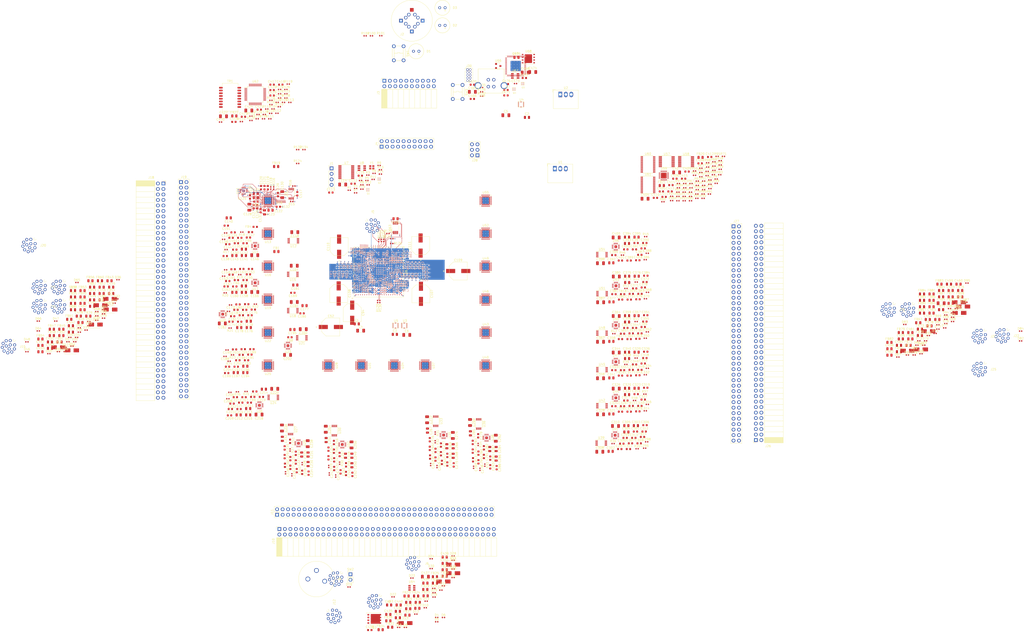
<source format=kicad_pcb>
(kicad_pcb (version 20171130) (host pcbnew "(5.1.0)-1")
  (layers (0 F.Cu signal) (1 In1.Cu power hide) (2 In2.Cu power) (31 B.Cu signal) (34 B.Paste user hide) (35 F.Paste user hide) (36 B.SilkS user hide) (37 F.SilkS user) (38 B.Mask user hide) (39 F.Mask user hide) (44 Edge.Cuts user))
  (net 0 "")
  (net 1 GND)
  (net 2 +3V3)
  (net 3 /Clocking/+3V3C)
  (net 4 +1V8)
  (net 5 +12V)
  (net 6 "Net-(C119-Pad2)")
  (net 7 "Net-(C120-Pad2)")
  (net 8 "Net-(C122-Pad2)")
  (net 9 "Net-(C124-Pad2)")
  (net 10 "Net-(C140-Pad2)")
  (net 11 "Net-(C140-Pad1)")
  (net 12 "Net-(C142-Pad2)")
  (net 13 "Net-(C143-Pad2)")
  (net 14 "Net-(C155-Pad2)")
  (net 15 "Net-(C160-Pad2)")
  (net 16 "Net-(C174-Pad2)")
  (net 17 "Net-(C179-Pad2)")
  (net 18 "Net-(C194-Pad2)")
  (net 19 "Net-(C214-Pad2)")
  (net 20 "Net-(C215-Pad2)")
  (net 21 "Net-(C227-Pad2)")
  (net 22 "Net-(C228-Pad2)")
  (net 23 "Net-(C248-Pad2)")
  (net 24 "Net-(C248-Pad1)")
  (net 25 "Net-(C263-Pad2)")
  (net 26 "Net-(C264-Pad2)")
  (net 27 "Net-(C268-Pad2)")
  (net 28 "Net-(C282-Pad2)")
  (net 29 "Net-(C284-Pad2)")
  (net 30 "Net-(C284-Pad1)")
  (net 31 "Net-(C287-Pad2)")
  (net 32 "Net-(C299-Pad2)")
  (net 33 "Net-(C300-Pad2)")
  (net 34 "Net-(C302-Pad2)")
  (net 35 "Net-(C304-Pad2)")
  (net 36 "Net-(C320-Pad2)")
  (net 37 "Net-(C320-Pad1)")
  (net 38 "Net-(C322-Pad2)")
  (net 39 "Net-(C323-Pad2)")
  (net 40 "Net-(D2-Pad1)")
  (net 41 "Net-(D3-Pad1)")
  (net 42 "Net-(D7-Pad1)")
  (net 43 "Net-(D8-Pad1)")
  (net 44 "Net-(D9-Pad1)")
  (net 45 "Net-(D10-Pad1)")
  (net 46 "Net-(D11-Pad1)")
  (net 47 "Net-(D13-Pad1)")
  (net 48 "Net-(D14-Pad1)")
  (net 49 "Net-(D15-Pad1)")
  (net 50 "Net-(D25-Pad1)")
  (net 51 "Net-(D28-Pad1)")
  (net 52 "Net-(D31-Pad1)")
  (net 53 "Net-(D32-Pad1)")
  (net 54 "Net-(D33-Pad1)")
  (net 55 "Net-(D34-Pad1)")
  (net 56 "Net-(D35-Pad1)")
  (net 57 "Net-(D37-Pad1)")
  (net 58 "Net-(D38-Pad1)")
  (net 59 "Net-(D39-Pad1)")
  (net 60 "Net-(D49-Pad1)")
  (net 61 "Net-(D50-Pad1)")
  (net 62 "Net-(D51-Pad1)")
  (net 63 "Net-(D52-Pad1)")
  (net 64 "Net-(D53-Pad1)")
  (net 65 "Net-(D55-Pad1)")
  (net 66 "Net-(D56-Pad1)")
  (net 67 "Net-(D57-Pad1)")
  (net 68 "Net-(D67-Pad1)")
  (net 69 "Net-(D68-Pad1)")
  (net 70 "Net-(D69-Pad1)")
  (net 71 "Net-(D70-Pad1)")
  (net 72 "Net-(D71-Pad1)")
  (net 73 "Net-(D73-Pad1)")
  (net 74 "Net-(D74-Pad1)")
  (net 75 "Net-(D75-Pad1)")
  (net 76 "Net-(D85-Pad1)")
  (net 77 "Net-(D86-Pad1)")
  (net 78 "Net-(D87-Pad1)")
  (net 79 "Net-(D88-Pad1)")
  (net 80 "Net-(D89-Pad1)")
  (net 81 "Net-(D91-Pad1)")
  (net 82 "Net-(D92-Pad1)")
  (net 83 "Net-(D93-Pad1)")
  (net 84 "Net-(R9-Pad2)")
  (net 85 "Net-(R12-Pad2)")
  (net 86 "Net-(D1-Pad1)")
  (net 87 +2V5)
  (net 88 +1V2)
  (net 89 "Net-(C114-Pad1)")
  (net 90 "/CODEC interconnection sheet/L_IN0")
  (net 91 "/CODEC interconnection sheet/R_IN0")
  (net 92 "Net-(C122-Pad1)")
  (net 93 "Net-(C125-Pad2)")
  (net 94 "/CODEC interconnection sheet/L_IN1")
  (net 95 "/CODEC interconnection sheet/R_IN1")
  (net 96 "Net-(C137-Pad2)")
  (net 97 "Net-(C138-Pad2)")
  (net 98 "/CODEC interconnection sheet/L_IN2")
  (net 99 "/CODEC interconnection sheet/R_IN2")
  (net 100 "Net-(C156-Pad2)")
  (net 101 "Net-(C158-Pad2)")
  (net 102 "Net-(C158-Pad1)")
  (net 103 "Net-(C161-Pad2)")
  (net 104 "/CODEC interconnection sheet/L_IN3")
  (net 105 "/CODEC interconnection sheet/R_IN3")
  (net 106 "Net-(C173-Pad2)")
  (net 107 "Net-(C176-Pad2)")
  (net 108 "Net-(C176-Pad1)")
  (net 109 "Net-(C178-Pad2)")
  (net 110 "/CODEC interconnection sheet/L_IN4")
  (net 111 "/CODEC interconnection sheet/R_IN4")
  (net 112 "Net-(C191-Pad2)")
  (net 113 "Net-(C192-Pad2)")
  (net 114 "Net-(C194-Pad1)")
  (net 115 "Net-(C196-Pad2)")
  (net 116 "Net-(C197-Pad2)")
  (net 117 "/CODEC interconnection sheet/L_IN5")
  (net 118 "/CODEC interconnection sheet/R_IN5")
  (net 119 "Net-(C209-Pad2)")
  (net 120 "Net-(C210-Pad2)")
  (net 121 "Net-(C212-Pad2)")
  (net 122 "Net-(C212-Pad1)")
  (net 123 "/Bottom Side Daughterboard Connector Interconnects/L_IN6")
  (net 124 "/Bottom Side Daughterboard Connector Interconnects/R_IN6")
  (net 125 "Net-(C230-Pad2)")
  (net 126 "Net-(C230-Pad1)")
  (net 127 "Net-(C232-Pad2)")
  (net 128 "Net-(C233-Pad2)")
  (net 129 "/Bottom Side Daughterboard Connector Interconnects/L_IN7")
  (net 130 "/Bottom Side Daughterboard Connector Interconnects/R_IN7")
  (net 131 "Net-(C245-Pad2)")
  (net 132 "Net-(C246-Pad2)")
  (net 133 "Net-(C250-Pad2)")
  (net 134 "Net-(C251-Pad2)")
  (net 135 "/Bottom Side Daughterboard Connector Interconnects/L_IN8")
  (net 136 "/Bottom Side Daughterboard Connector Interconnects/R_IN8")
  (net 137 "Net-(C266-Pad2)")
  (net 138 "Net-(C266-Pad1)")
  (net 139 "Net-(C269-Pad2)")
  (net 140 "/Bottom Side Daughterboard Connector Interconnects/L_IN9")
  (net 141 "/Bottom Side Daughterboard Connector Interconnects/R_IN9")
  (net 142 "Net-(C281-Pad2)")
  (net 143 "Net-(C286-Pad2)")
  (net 144 "/CODEC interconnection sheet/L_IN10")
  (net 145 "/CODEC interconnection sheet/R_IN10")
  (net 146 "Net-(C302-Pad1)")
  (net 147 "Net-(C305-Pad2)")
  (net 148 "/CODEC interconnection sheet/L_IN11")
  (net 149 "/CODEC interconnection sheet/R_IN11")
  (net 150 "Net-(C317-Pad2)")
  (net 151 "Net-(C318-Pad2)")
  (net 152 "/CODEC interconnection sheet/L_IN12")
  (net 153 "/CODEC interconnection sheet/R_IN12")
  (net 154 "Net-(C335-Pad2)")
  (net 155 "Net-(C336-Pad2)")
  (net 156 "Net-(C338-Pad2)")
  (net 157 "Net-(C338-Pad1)")
  (net 158 "Net-(C340-Pad2)")
  (net 159 "Net-(C341-Pad2)")
  (net 160 "/CODEC interconnection sheet/L_IN13")
  (net 161 "/CODEC interconnection sheet/R_IN13")
  (net 162 "Net-(C353-Pad2)")
  (net 163 "Net-(C354-Pad2)")
  (net 164 "Net-(C356-Pad2)")
  (net 165 "Net-(C356-Pad1)")
  (net 166 "Net-(C358-Pad2)")
  (net 167 "Net-(C359-Pad2)")
  (net 168 "/CODEC interconnection sheet/L_IN14")
  (net 169 "/CODEC interconnection sheet/R_IN14")
  (net 170 "Net-(C371-Pad2)")
  (net 171 "Net-(C372-Pad2)")
  (net 172 "Net-(C374-Pad2)")
  (net 173 "Net-(C374-Pad1)")
  (net 174 "Net-(C376-Pad2)")
  (net 175 "Net-(C377-Pad2)")
  (net 176 "/CODEC interconnection sheet/L_IN15")
  (net 177 "/CODEC interconnection sheet/R_IN15")
  (net 178 "Net-(C389-Pad2)")
  (net 179 "Net-(C390-Pad2)")
  (net 180 "Net-(C392-Pad2)")
  (net 181 "Net-(C392-Pad1)")
  (net 182 "Net-(C394-Pad2)")
  (net 183 "Net-(C395-Pad2)")
  (net 184 "Net-(C405-Pad2)")
  (net 185 "Net-(C408-Pad2)")
  (net 186 "/Ethernet Connections/+3V3A")
  (net 187 "Net-(C423-Pad1)")
  (net 188 "Net-(C426-Pad1)")
  (net 189 "Net-(C427-Pad2)")
  (net 190 "Net-(C427-Pad1)")
  (net 191 "Net-(C428-Pad2)")
  (net 192 "Net-(C428-Pad1)")
  (net 193 "Net-(C429-Pad1)")
  (net 194 "Net-(C430-Pad1)")
  (net 195 "Net-(C432-Pad2)")
  (net 196 "/Bottom Side Daughterboard Connector Interconnects/M_L_IN6")
  (net 197 "Net-(C433-Pad2)")
  (net 198 "/Bottom Side Daughterboard Connector Interconnects/M_L_IN7")
  (net 199 "Net-(C434-Pad2)")
  (net 200 "/Bottom Side Daughterboard Connector Interconnects/M_L_IN8")
  (net 201 "Net-(C435-Pad2)")
  (net 202 "/Bottom Side Daughterboard Connector Interconnects/M_R_IN6")
  (net 203 "Net-(C436-Pad2)")
  (net 204 "/Bottom Side Daughterboard Connector Interconnects/M_R_IN7")
  (net 205 "Net-(C437-Pad2)")
  (net 206 "/Bottom Side Daughterboard Connector Interconnects/M_R_IN8")
  (net 207 "Net-(C438-Pad2)")
  (net 208 "/Bottom Side Daughterboard Connector Interconnects/M_GND")
  (net 209 "Net-(C439-Pad2)")
  (net 210 "Net-(C440-Pad2)")
  (net 211 "/Bottom Side Daughterboard Connector Interconnects/M_L_IN9")
  (net 212 "Net-(C441-Pad2)")
  (net 213 "/Bottom Side Daughterboard Connector Interconnects/M_R_IN9")
  (net 214 "Net-(C442-Pad2)")
  (net 215 "/Left Side Daughterboard Connector Interconnects/M_L_IN0")
  (net 216 "Net-(C443-Pad2)")
  (net 217 "/Left Side Daughterboard Connector Interconnects/M_L_IN1")
  (net 218 "Net-(C444-Pad2)")
  (net 219 "/Left Side Daughterboard Connector Interconnects/M_L_IN2")
  (net 220 "Net-(C445-Pad2)")
  (net 221 "/Left Side Daughterboard Connector Interconnects/M_R_IN0")
  (net 222 "Net-(C446-Pad2)")
  (net 223 "/Left Side Daughterboard Connector Interconnects/M_R_IN1")
  (net 224 "Net-(C447-Pad2)")
  (net 225 "/Left Side Daughterboard Connector Interconnects/M_R_IN2")
  (net 226 "Net-(C448-Pad2)")
  (net 227 "/Left Side Daughterboard Connector Interconnects/M_L_IN3")
  (net 228 "Net-(C449-Pad2)")
  (net 229 "/Left Side Daughterboard Connector Interconnects/M_L_IN4")
  (net 230 "Net-(C450-Pad2)")
  (net 231 "/Left Side Daughterboard Connector Interconnects/M_L_IN5")
  (net 232 "Net-(C451-Pad2)")
  (net 233 "/Left Side Daughterboard Connector Interconnects/M_R_IN3")
  (net 234 "Net-(C452-Pad2)")
  (net 235 "/Left Side Daughterboard Connector Interconnects/M_R_IN4")
  (net 236 "Net-(C453-Pad2)")
  (net 237 "/Left Side Daughterboard Connector Interconnects/M_R_IN5")
  (net 238 "Net-(C454-Pad2)")
  (net 239 "/Right Side Daughterboard Connector Interconnects/M_L_IN10")
  (net 240 "Net-(C455-Pad2)")
  (net 241 "/Right Side Daughterboard Connector Interconnects/M_L_IN11")
  (net 242 "Net-(C456-Pad2)")
  (net 243 "/Right Side Daughterboard Connector Interconnects/M_L_IN12")
  (net 244 "Net-(C457-Pad2)")
  (net 245 "/Right Side Daughterboard Connector Interconnects/M_R_IN10")
  (net 246 "Net-(C458-Pad2)")
  (net 247 "/Right Side Daughterboard Connector Interconnects/M_R_IN11")
  (net 248 "Net-(C459-Pad2)")
  (net 249 "/Right Side Daughterboard Connector Interconnects/M_R_IN12")
  (net 250 "Net-(C460-Pad2)")
  (net 251 "/Right Side Daughterboard Connector Interconnects/M_L_IN13")
  (net 252 "Net-(C461-Pad2)")
  (net 253 "/Right Side Daughterboard Connector Interconnects/M_L_IN14")
  (net 254 "Net-(C462-Pad2)")
  (net 255 "/Right Side Daughterboard Connector Interconnects/M_L_IN15")
  (net 256 "Net-(C463-Pad2)")
  (net 257 "/Right Side Daughterboard Connector Interconnects/M_R_IN13")
  (net 258 "Net-(C464-Pad2)")
  (net 259 "/Right Side Daughterboard Connector Interconnects/M_R_IN14")
  (net 260 "Net-(C465-Pad2)")
  (net 261 "/Right Side Daughterboard Connector Interconnects/M_R_IN15")
  (net 262 "/Microprocessor and Support/+5VUSB")
  (net 263 "/Microprocessor and Support/~RESET")
  (net 264 "/Microprocessor and Support/+3V3USB")
  (net 265 "Net-(D1-Pad2)")
  (net 266 "Net-(D12-Pad1)")
  (net 267 "/Bottom Side Daughterboard Connector Interconnects/M_ID_PIN6")
  (net 268 "/Bottom Side Daughterboard Connector Interconnects/M_ID_PIN7")
  (net 269 "/Bottom Side Daughterboard Connector Interconnects/M_ID_PIN8")
  (net 270 "/Bottom Side Daughterboard Connector Interconnects/M_+12V")
  (net 271 "/Bottom Side Daughterboard Connector Interconnects/M_ID_PIN9")
  (net 272 "/Left Side Daughterboard Connector Interconnects/M_GND")
  (net 273 "Net-(D36-Pad1)")
  (net 274 "/Left Side Daughterboard Connector Interconnects/M_ID_PIN0")
  (net 275 "/Left Side Daughterboard Connector Interconnects/M_ID_PIN1")
  (net 276 "/Left Side Daughterboard Connector Interconnects/M_ID_PIN2")
  (net 277 "/Left Side Daughterboard Connector Interconnects/M_+12V")
  (net 278 "Net-(D54-Pad1)")
  (net 279 "/Left Side Daughterboard Connector Interconnects/M_ID_PIN3")
  (net 280 "/Left Side Daughterboard Connector Interconnects/M_ID_PIN4")
  (net 281 "/Left Side Daughterboard Connector Interconnects/M_ID_PIN5")
  (net 282 "/Right Side Daughterboard Connector Interconnects/M_GND")
  (net 283 "Net-(D72-Pad1)")
  (net 284 "/Right Side Daughterboard Connector Interconnects/M_ID_PIN10")
  (net 285 "/Right Side Daughterboard Connector Interconnects/M_ID_PIN11")
  (net 286 "/Right Side Daughterboard Connector Interconnects/M_ID_PIN12")
  (net 287 "/Right Side Daughterboard Connector Interconnects/M_+12V")
  (net 288 "Net-(D90-Pad1)")
  (net 289 "/Right Side Daughterboard Connector Interconnects/M_ID_PIN13")
  (net 290 "/Right Side Daughterboard Connector Interconnects/M_ID_PIN14")
  (net 291 "/Right Side Daughterboard Connector Interconnects/M_ID_PIN15")
  (net 292 "/Bottom Side Daughterboard Connector Interconnects/M_L_OUT6")
  (net 293 "/Bottom Side Daughterboard Connector Interconnects/M_L_OUT7")
  (net 294 "/Bottom Side Daughterboard Connector Interconnects/M_L_OUT8")
  (net 295 "/Bottom Side Daughterboard Connector Interconnects/M_R_OUT6")
  (net 296 "/Bottom Side Daughterboard Connector Interconnects/M_R_OUT7")
  (net 297 "/Bottom Side Daughterboard Connector Interconnects/M_R_OUT8")
  (net 298 "/Bottom Side Daughterboard Connector Interconnects/M_L_OUT9")
  (net 299 "/Bottom Side Daughterboard Connector Interconnects/M_R_OUT9")
  (net 300 "/Left Side Daughterboard Connector Interconnects/M_L_OUT0")
  (net 301 "/Left Side Daughterboard Connector Interconnects/M_L_OUT1")
  (net 302 "/Left Side Daughterboard Connector Interconnects/M_L_OUT2")
  (net 303 "/Left Side Daughterboard Connector Interconnects/M_R_OUT0")
  (net 304 "/Left Side Daughterboard Connector Interconnects/M_R_OUT1")
  (net 305 "/Left Side Daughterboard Connector Interconnects/M_R_OUT2")
  (net 306 "/Left Side Daughterboard Connector Interconnects/M_L_OUT3")
  (net 307 "/Left Side Daughterboard Connector Interconnects/M_L_OUT4")
  (net 308 "/Left Side Daughterboard Connector Interconnects/M_L_OUT5")
  (net 309 "/Left Side Daughterboard Connector Interconnects/M_R_OUT3")
  (net 310 "/Left Side Daughterboard Connector Interconnects/M_R_OUT4")
  (net 311 "/Left Side Daughterboard Connector Interconnects/M_R_OUT5")
  (net 312 "/Right Side Daughterboard Connector Interconnects/M_L_OUT10")
  (net 313 "/Right Side Daughterboard Connector Interconnects/M_L_OUT11")
  (net 314 "/Right Side Daughterboard Connector Interconnects/M_L_OUT12")
  (net 315 "/Right Side Daughterboard Connector Interconnects/M_R_OUT10")
  (net 316 "/Right Side Daughterboard Connector Interconnects/M_R_OUT11")
  (net 317 "/Right Side Daughterboard Connector Interconnects/M_R_OUT12")
  (net 318 "/Right Side Daughterboard Connector Interconnects/M_L_OUT13")
  (net 319 "/Right Side Daughterboard Connector Interconnects/M_L_OUT14")
  (net 320 "/Right Side Daughterboard Connector Interconnects/M_L_OUT15")
  (net 321 "/Right Side Daughterboard Connector Interconnects/M_R_OUT13")
  (net 322 "/Right Side Daughterboard Connector Interconnects/M_R_OUT14")
  (net 323 "/Right Side Daughterboard Connector Interconnects/M_R_OUT15")
  (net 324 "/Top Side Daughterboard Connector Interconnects/M_NC_2-")
  (net 325 "/Top Side Daughterboard Connector Interconnects/M_NC_2+")
  (net 326 "/Top Side Daughterboard Connector Interconnects/M_ETH_RX-")
  (net 327 "/Top Side Daughterboard Connector Interconnects/M_NC_1-")
  (net 328 "/Top Side Daughterboard Connector Interconnects/M_NC_1+")
  (net 329 "/Top Side Daughterboard Connector Interconnects/M_ETH_RX+")
  (net 330 "/Top Side Daughterboard Connector Interconnects/M_ETH_TX-")
  (net 331 "/Top Side Daughterboard Connector Interconnects/M_ETH_TX+")
  (net 332 "/Top Side Daughterboard Connector Interconnects/M_GND")
  (net 333 "/Top Side Daughterboard Connector Interconnects/M_LINKLED")
  (net 334 "/Top Side Daughterboard Connector Interconnects/M_+3V3")
  (net 335 "/Top Side Daughterboard Connector Interconnects/M_ACTLED")
  (net 336 "/Ethernet Connections/NC_2-")
  (net 337 "/Ethernet Connections/NC_2+")
  (net 338 "/Ethernet Connections/ETH_RX-")
  (net 339 "/Ethernet Connections/NC_1-")
  (net 340 "/Ethernet Connections/NC_1+")
  (net 341 "/Ethernet Connections/ETH_RX+")
  (net 342 "/Ethernet Connections/ETH_TX-")
  (net 343 "/Ethernet Connections/ETH_TX+")
  (net 344 "/Ethernet Connections/LINKLED")
  (net 345 "/Ethernet Connections/ACTLED")
  (net 346 "/FPGA Interconnects/TDI")
  (net 347 "/FPGA Interconnects/TMS")
  (net 348 "/FPGA Interconnects/TDO")
  (net 349 "/FPGA Interconnects/TCK")
  (net 350 "/Bottom Side Daughterboard Connector Interconnects/M_INT_6")
  (net 351 "/Bottom Side Daughterboard Connector Interconnects/M_SCL_HV6")
  (net 352 "/Bottom Side Daughterboard Connector Interconnects/M_SDA_HV6")
  (net 353 "/Bottom Side Daughterboard Connector Interconnects/M_AUD_GND6")
  (net 354 "/Bottom Side Daughterboard Connector Interconnects/M_INT_7")
  (net 355 "/Bottom Side Daughterboard Connector Interconnects/M_SCL_HV7")
  (net 356 "/Bottom Side Daughterboard Connector Interconnects/M_SDA_HV7")
  (net 357 "/Bottom Side Daughterboard Connector Interconnects/M_AUD_GND7")
  (net 358 "/Bottom Side Daughterboard Connector Interconnects/M_INT_8")
  (net 359 "/Bottom Side Daughterboard Connector Interconnects/M_SCL_HV8")
  (net 360 "/Bottom Side Daughterboard Connector Interconnects/M_SDA_HV8")
  (net 361 "/Bottom Side Daughterboard Connector Interconnects/M_AUD_GND8")
  (net 362 "/Bottom Side Daughterboard Connector Interconnects/M_INT_9")
  (net 363 "/Bottom Side Daughterboard Connector Interconnects/M_SCL_HV9")
  (net 364 "/Bottom Side Daughterboard Connector Interconnects/M_SDA_HV9")
  (net 365 "/Bottom Side Daughterboard Connector Interconnects/M_AUD_GND9")
  (net 366 "/Bottom Side Daughterboard Connector Interconnects/SCL_HV7")
  (net 367 "/FPGA Interconnects/DEV_ATT7")
  (net 368 "/Bottom Side Daughterboard Connector Interconnects/AUD_GND7")
  (net 369 "/Bottom Side Daughterboard Connector Interconnects/L_OUT7")
  (net 370 "/CODEC interconnection sheet/L_OUT7")
  (net 371 "/Bottom Side Daughterboard Connector Interconnects/SDA_HV6")
  (net 372 "/FPGA Interconnects/DEV_ATT6")
  (net 373 "/Bottom Side Daughterboard Connector Interconnects/SCL_HV6")
  (net 374 "/Bottom Side Daughterboard Connector Interconnects/AUD_GND6")
  (net 375 "/Bottom Side Daughterboard Connector Interconnects/L_OUT6")
  (net 376 "/CODEC interconnection sheet/L_OUT6")
  (net 377 "/Left Side Daughterboard Connector Interconnects/M_INT_0")
  (net 378 "/Left Side Daughterboard Connector Interconnects/M_SCL_HV0")
  (net 379 "/Left Side Daughterboard Connector Interconnects/M_SDA_HV0")
  (net 380 "/Left Side Daughterboard Connector Interconnects/M_AUD_GND0")
  (net 381 "/Left Side Daughterboard Connector Interconnects/M_INT_1")
  (net 382 "/Left Side Daughterboard Connector Interconnects/M_SCL_HV1")
  (net 383 "/Left Side Daughterboard Connector Interconnects/M_SDA_HV1")
  (net 384 "/Left Side Daughterboard Connector Interconnects/M_AUD_GND1")
  (net 385 "/Left Side Daughterboard Connector Interconnects/M_INT_2")
  (net 386 "/Left Side Daughterboard Connector Interconnects/M_SCL_HV2")
  (net 387 "/Left Side Daughterboard Connector Interconnects/M_SDA_HV2")
  (net 388 "/Left Side Daughterboard Connector Interconnects/M_AUD_GND2")
  (net 389 "/Left Side Daughterboard Connector Interconnects/M_INT_3")
  (net 390 "/Left Side Daughterboard Connector Interconnects/M_SCL_HV3")
  (net 391 "/Left Side Daughterboard Connector Interconnects/M_SDA_HV3")
  (net 392 "/Left Side Daughterboard Connector Interconnects/M_AUD_GND3")
  (net 393 "/Left Side Daughterboard Connector Interconnects/M_INT_4")
  (net 394 "/Left Side Daughterboard Connector Interconnects/M_SCL_HV4")
  (net 395 "/Left Side Daughterboard Connector Interconnects/M_SDA_HV4")
  (net 396 "/Left Side Daughterboard Connector Interconnects/M_AUD_GND4")
  (net 397 "/Left Side Daughterboard Connector Interconnects/M_INT_5")
  (net 398 "/Left Side Daughterboard Connector Interconnects/M_SCL_HV5")
  (net 399 "/Left Side Daughterboard Connector Interconnects/M_SDA_HV5")
  (net 400 "/Left Side Daughterboard Connector Interconnects/M_AUD_GND5")
  (net 401 "/CODEC interconnection sheet/SCL_HV1")
  (net 402 "/FPGA Interconnects/DEV_ATT1")
  (net 403 "/CODEC interconnection sheet/AUD_GND1")
  (net 404 "/CODEC interconnection sheet/L_OUT1")
  (net 405 "/CODEC interconnection sheet/R_OUT1")
  (net 406 "/CODEC interconnection sheet/SDA_HV0")
  (net 407 "/FPGA Interconnects/DEV_ATT0")
  (net 408 "/CODEC interconnection sheet/SCL_HV0")
  (net 409 "/CODEC interconnection sheet/AUD_GND0")
  (net 410 "/CODEC interconnection sheet/L_OUT0")
  (net 411 "/CODEC interconnection sheet/R_OUT0")
  (net 412 "/Right Side Daughterboard Connector Interconnects/M_AUD_GND10")
  (net 413 "/Right Side Daughterboard Connector Interconnects/M_INT_11")
  (net 414 "/Right Side Daughterboard Connector Interconnects/M_SCL_HV11")
  (net 415 "/Right Side Daughterboard Connector Interconnects/M_SDA_HV11")
  (net 416 "/Right Side Daughterboard Connector Interconnects/M_AUD_GND11")
  (net 417 "/Right Side Daughterboard Connector Interconnects/M_INT_12")
  (net 418 "/Right Side Daughterboard Connector Interconnects/M_SCL_HV12")
  (net 419 "/Right Side Daughterboard Connector Interconnects/M_SDA_HV12")
  (net 420 "/Right Side Daughterboard Connector Interconnects/M_AUD_GND12")
  (net 421 "/Right Side Daughterboard Connector Interconnects/M_INT_13")
  (net 422 "/Right Side Daughterboard Connector Interconnects/M_SCL_HV13")
  (net 423 "/Right Side Daughterboard Connector Interconnects/M_SDA_HV13")
  (net 424 "/Right Side Daughterboard Connector Interconnects/M_AUD_GND13")
  (net 425 "/Right Side Daughterboard Connector Interconnects/M_INT_14")
  (net 426 "/Right Side Daughterboard Connector Interconnects/M_SCL_HV14")
  (net 427 "/Right Side Daughterboard Connector Interconnects/M_SDA_HV14")
  (net 428 "/Right Side Daughterboard Connector Interconnects/M_AUD_GND14")
  (net 429 "/Right Side Daughterboard Connector Interconnects/M_INT_15")
  (net 430 "/Right Side Daughterboard Connector Interconnects/M_SCL_HV15")
  (net 431 "/Right Side Daughterboard Connector Interconnects/M_SDA_HV15")
  (net 432 "/Right Side Daughterboard Connector Interconnects/M_AUD_GND15")
  (net 433 "/CODEC interconnection sheet/SCL_HV11")
  (net 434 "/FPGA Interconnects/DEV_ATT11")
  (net 435 "/CODEC interconnection sheet/AUD_GND11")
  (net 436 "/CODEC interconnection sheet/L_OUT11")
  (net 437 "/CODEC interconnection sheet/R_OUT11")
  (net 438 "/CODEC interconnection sheet/SDA_HV10")
  (net 439 "/FPGA Interconnects/DEV_ATT10")
  (net 440 "/CODEC interconnection sheet/SCL_HV10")
  (net 441 "/CODEC interconnection sheet/AUD_GND10")
  (net 442 "/CODEC interconnection sheet/L_OUT10")
  (net 443 "/CODEC interconnection sheet/R_OUT10")
  (net 444 "/Microprocessor and Support/SWDIO")
  (net 445 "/Microprocessor and Support/SWCLK")
  (net 446 "/Microprocessor and Support/USB_D+")
  (net 447 "/Microprocessor and Support/USB_D-")
  (net 448 "/Microprocessor and Support/+5Vin")
  (net 449 "Net-(Q1-PadA1)")
  (net 450 /Clocking/+3V3USB)
  (net 451 "Net-(Q2-PadA1)")
  (net 452 "/Bottom Side Daughterboard Connector Interconnects/M_PWR_IN")
  (net 453 "Net-(Q3-Pad4)")
  (net 454 "Net-(Q4-PadA1)")
  (net 455 "Net-(Q5-PadA1)")
  (net 456 "Net-(R1-Pad2)")
  (net 457 "Net-(R2-Pad2)")
  (net 458 "Net-(R3-Pad1)")
  (net 459 "Net-(R4-Pad1)")
  (net 460 "Net-(R5-Pad1)")
  (net 461 CLK0_FPGA)
  (net 462 "Net-(R10-Pad2)")
  (net 463 CLK1_CODEC)
  (net 464 "Net-(R11-Pad2)")
  (net 465 CLK2_CODEC)
  (net 466 CLK3_MCU)
  (net 467 "Net-(R13-Pad2)")
  (net 468 CLK4_ETH)
  (net 469 "Net-(R14-Pad2)")
  (net 470 "/CODEC interconnection sheet/SDA_HV1")
  (net 471 "/CODEC interconnection sheet/SCL_HV2")
  (net 472 "/CODEC interconnection sheet/SDA_HV2")
  (net 473 "/CODEC interconnection sheet/SCL_HV3")
  (net 474 "/CODEC interconnection sheet/SDA_HV3")
  (net 475 "/CODEC interconnection sheet/SCL_HV4")
  (net 476 "/CODEC interconnection sheet/SDA_HV4")
  (net 477 "/CODEC interconnection sheet/SCL_HV5")
  (net 478 "/CODEC interconnection sheet/SDA_HV5")
  (net 479 "/Bottom Side Daughterboard Connector Interconnects/SDA_HV7")
  (net 480 "/Bottom Side Daughterboard Connector Interconnects/SCL_HV8")
  (net 481 "/Bottom Side Daughterboard Connector Interconnects/SDA_HV8")
  (net 482 "/Bottom Side Daughterboard Connector Interconnects/SCL_HV9")
  (net 483 "/Bottom Side Daughterboard Connector Interconnects/SDA_HV9")
  (net 484 "/CODEC interconnection sheet/SDA_HV11")
  (net 485 "/CODEC interconnection sheet/SCL_HV12")
  (net 486 "/CODEC interconnection sheet/SDA_HV12")
  (net 487 "/CODEC interconnection sheet/SCL_HV13")
  (net 488 "/CODEC interconnection sheet/SDA_HV13")
  (net 489 "/CODEC interconnection sheet/SCL_HV14")
  (net 490 "/CODEC interconnection sheet/SDA_HV14")
  (net 491 "/CODEC interconnection sheet/SCL_HV15")
  (net 492 "/CODEC interconnection sheet/SDA_HV15")
  (net 493 "Net-(R47-Pad1)")
  (net 494 "Net-(R48-Pad1)")
  (net 495 "Net-(R49-Pad2)")
  (net 496 "/CODEC interconnection sheet/MCLK0")
  (net 497 "Net-(R50-Pad2)")
  (net 498 "/CODEC interconnection sheet/MCLK1")
  (net 499 "Net-(R51-Pad2)")
  (net 500 "/CODEC interconnection sheet/MCLK2")
  (net 501 "Net-(R52-Pad2)")
  (net 502 "/CODEC interconnection sheet/MCLK3")
  (net 503 "Net-(R53-Pad2)")
  (net 504 "/CODEC interconnection sheet/MCLK4")
  (net 505 "Net-(R54-Pad2)")
  (net 506 "/CODEC interconnection sheet/MCLK5")
  (net 507 "Net-(R55-Pad2)")
  (net 508 "/CODEC interconnection sheet/MCLK6")
  (net 509 "Net-(R56-Pad2)")
  (net 510 "/CODEC interconnection sheet/MCLK7")
  (net 511 "Net-(R57-Pad2)")
  (net 512 "/CODEC interconnection sheet/MCLK8")
  (net 513 "Net-(R58-Pad2)")
  (net 514 "/CODEC interconnection sheet/MCLK9")
  (net 515 "Net-(R59-Pad2)")
  (net 516 "/CODEC interconnection sheet/MCLK10")
  (net 517 "Net-(R60-Pad2)")
  (net 518 "/CODEC interconnection sheet/MCLK11")
  (net 519 "Net-(R61-Pad2)")
  (net 520 "/CODEC interconnection sheet/MCLK12")
  (net 521 "Net-(R62-Pad2)")
  (net 522 "/CODEC interconnection sheet/MCLK13")
  (net 523 "Net-(R63-Pad2)")
  (net 524 "/CODEC interconnection sheet/MCLK14")
  (net 525 "Net-(R64-Pad2)")
  (net 526 "/CODEC interconnection sheet/MCLK15")
  (net 527 "Net-(R65-Pad1)")
  (net 528 "/CODEC interconnection sheet/~RESET~I2C")
  (net 529 "/CODEC interconnection sheet/SDA0")
  (net 530 "/CODEC interconnection sheet/SDA8")
  (net 531 "/CODEC interconnection sheet/SCL0")
  (net 532 "/CODEC interconnection sheet/SCL8")
  (net 533 "/CODEC interconnection sheet/SDA1")
  (net 534 "/CODEC interconnection sheet/SDA9")
  (net 535 "/CODEC interconnection sheet/SCL1")
  (net 536 "/CODEC interconnection sheet/SCL9")
  (net 537 "/CODEC interconnection sheet/SDA2")
  (net 538 "/CODEC interconnection sheet/SDA10")
  (net 539 "/CODEC interconnection sheet/SCL2")
  (net 540 "/CODEC interconnection sheet/SCL10")
  (net 541 "/CODEC interconnection sheet/SDA3")
  (net 542 "/CODEC interconnection sheet/SDA11")
  (net 543 "/CODEC interconnection sheet/SCL3")
  (net 544 "/CODEC interconnection sheet/SCL11")
  (net 545 "/CODEC interconnection sheet/SDA4")
  (net 546 "/CODEC interconnection sheet/SDA12")
  (net 547 "/CODEC interconnection sheet/SCL4")
  (net 548 "/CODEC interconnection sheet/SCL12")
  (net 549 "/CODEC interconnection sheet/SDA5")
  (net 550 "/CODEC interconnection sheet/SDA13")
  (net 551 "/CODEC interconnection sheet/SCL5")
  (net 552 "/CODEC interconnection sheet/SCL13")
  (net 553 "/CODEC interconnection sheet/SDA6")
  (net 554 "/CODEC interconnection sheet/SDA14")
  (net 555 "/CODEC interconnection sheet/SCL6")
  (net 556 "/CODEC interconnection sheet/SCL14")
  (net 557 "/CODEC interconnection sheet/SDA7")
  (net 558 "/CODEC interconnection sheet/SDA15")
  (net 559 "/CODEC interconnection sheet/SCL7")
  (net 560 "/CODEC interconnection sheet/SCL15")
  (net 561 "Net-(R103-Pad2)")
  (net 562 "Net-(R104-Pad2)")
  (net 563 "Net-(R104-Pad1)")
  (net 564 "Net-(R105-Pad2)")
  (net 565 "Net-(R105-Pad1)")
  (net 566 "Net-(R106-Pad2)")
  (net 567 "Net-(R107-Pad2)")
  (net 568 "Net-(R113-Pad2)")
  (net 569 "Net-(R114-Pad2)")
  (net 570 "Net-(R117-Pad2)")
  (net 571 "Net-(R118-Pad2)")
  (net 572 "Net-(R123-Pad2)")
  (net 573 +12P)
  (net 574 "/CODEC interconnection sheet/DIN15")
  (net 575 "/CODEC interconnection sheet/BCLK15")
  (net 576 "/CODEC interconnection sheet/DIN14")
  (net 577 "/CODEC interconnection sheet/BCLK14")
  (net 578 "/CODEC interconnection sheet/DIN13")
  (net 579 "/CODEC interconnection sheet/BCLK13")
  (net 580 "/CODEC interconnection sheet/DIN12")
  (net 581 "/CODEC interconnection sheet/BCLK12")
  (net 582 "/CODEC interconnection sheet/DIN11")
  (net 583 "/CODEC interconnection sheet/BCLK11")
  (net 584 "/CODEC interconnection sheet/DIN10")
  (net 585 "/CODEC interconnection sheet/BCLK10")
  (net 586 "/CODEC interconnection sheet/WCLK10")
  (net 587 "/CODEC interconnection sheet/WCLK11")
  (net 588 "/CODEC interconnection sheet/WCLK12")
  (net 589 "/CODEC interconnection sheet/WCLK13")
  (net 590 "/CODEC interconnection sheet/WCLK14")
  (net 591 "/CODEC interconnection sheet/WCLK15")
  (net 592 "/FPGA Interconnects/DEV_ATT15")
  (net 593 "/FPGA Interconnects/DEV_ATT14")
  (net 594 "/FPGA Interconnects/DEV_ATT13")
  (net 595 "/FPGA Interconnects/DEV_ATT12")
  (net 596 "/Microprocessor and Support/DEV_INT6")
  (net 597 "/Microprocessor and Support/DEV_INT4")
  (net 598 "/Microprocessor and Support/DEV_INT2")
  (net 599 "/Microprocessor and Support/DEV_INT0")
  (net 600 "/Microprocessor and Support/DEV_INT1")
  (net 601 "/Microprocessor and Support/DEV_INT3")
  (net 602 "/FPGA Interconnects/DEV_ATT2")
  (net 603 "/FPGA Interconnects/DEV_ATT3")
  (net 604 "/FPGA Interconnects/DEV_ATT4")
  (net 605 "/FPGA Interconnects/DEV_ATT5")
  (net 606 "/Microprocessor and Support/DEV_INT5")
  (net 607 "/Microprocessor and Support/DEV_INT7")
  (net 608 "/CODEC interconnection sheet/WCLK0")
  (net 609 "/CODEC interconnection sheet/DIN0")
  (net 610 "/CODEC interconnection sheet/WCLK1")
  (net 611 "/CODEC interconnection sheet/DIN1")
  (net 612 "/CODEC interconnection sheet/WCLK2")
  (net 613 "/CODEC interconnection sheet/DIN2")
  (net 614 "/CODEC interconnection sheet/WCLK3")
  (net 615 "/CODEC interconnection sheet/DIN3")
  (net 616 "/CODEC interconnection sheet/WCLK4")
  (net 617 "/CODEC interconnection sheet/DIN4")
  (net 618 "/CODEC interconnection sheet/WCLK5")
  (net 619 "/CODEC interconnection sheet/DIN5")
  (net 620 "/CODEC interconnection sheet/WCLK6")
  (net 621 "/CODEC interconnection sheet/BCLK6")
  (net 622 "/CODEC interconnection sheet/BCLK0")
  (net 623 "/CODEC interconnection sheet/BCLK1")
  (net 624 "/CODEC interconnection sheet/BCLK2")
  (net 625 "/CODEC interconnection sheet/BCLK3")
  (net 626 "/CODEC interconnection sheet/BCLK4")
  (net 627 "/CODEC interconnection sheet/BCLK5")
  (net 628 "/FPGA Interconnects/DEV_ATT9")
  (net 629 "/CODEC interconnection sheet/DIN9")
  (net 630 "/CODEC interconnection sheet/BCLK9")
  (net 631 "/CODEC interconnection sheet/WCLK9")
  (net 632 "/FPGA Interconnects/DEV_ATT8")
  (net 633 "/CODEC interconnection sheet/DIN8")
  (net 634 "/CODEC interconnection sheet/BCLK8")
  (net 635 "/CODEC interconnection sheet/WCLK8")
  (net 636 "/CODEC interconnection sheet/DIN7")
  (net 637 "/CODEC interconnection sheet/WCLK7")
  (net 638 "/CODEC interconnection sheet/BCLK7")
  (net 639 "/CODEC interconnection sheet/DIN6")
  (net 640 "/CODEC interconnection sheet/Interface - Connector 0/HP_~LINE~_SEL")
  (net 641 "/CODEC interconnection sheet/~RESET~0")
  (net 642 "/CODEC interconnection sheet/Interface - Connector 1/HP_~LINE~_SEL")
  (net 643 "/CODEC interconnection sheet/~RESET~1")
  (net 644 "/CODEC interconnection sheet/Interface - Connector 2/HP_~LINE~_SEL")
  (net 645 "/CODEC interconnection sheet/~RESET~2")
  (net 646 "/CODEC interconnection sheet/L_OUT2")
  (net 647 "/CODEC interconnection sheet/R_OUT2")
  (net 648 "/CODEC interconnection sheet/AUD_GND2")
  (net 649 "/CODEC interconnection sheet/Interface - Connector 3/HP_~LINE~_SEL")
  (net 650 "/CODEC interconnection sheet/~RESET~3")
  (net 651 "/CODEC interconnection sheet/L_OUT3")
  (net 652 "/CODEC interconnection sheet/R_OUT3")
  (net 653 "/CODEC interconnection sheet/AUD_GND3")
  (net 654 "/CODEC interconnection sheet/Interface - Connector 4/HP_~LINE~_SEL")
  (net 655 "/CODEC interconnection sheet/~RESET~4")
  (net 656 "/CODEC interconnection sheet/L_OUT4")
  (net 657 "/CODEC interconnection sheet/R_OUT4")
  (net 658 "/CODEC interconnection sheet/AUD_GND4")
  (net 659 "/CODEC interconnection sheet/Interface - Connector 5/HP_~LINE~_SEL")
  (net 660 "/CODEC interconnection sheet/~RESET~5")
  (net 661 "/CODEC interconnection sheet/L_OUT5")
  (net 662 "/CODEC interconnection sheet/R_OUT5")
  (net 663 "/CODEC interconnection sheet/AUD_GND5")
  (net 664 "/CODEC interconnection sheet/Interface - Connector 6/HP_~LINE~_SEL")
  (net 665 "/CODEC interconnection sheet/~RESET~6")
  (net 666 "/CODEC interconnection sheet/Interface - Connector 7/HP_~LINE~_SEL")
  (net 667 "/CODEC interconnection sheet/~RESET~7")
  (net 668 "/CODEC interconnection sheet/Interface - Connector 8/HP_~LINE~_SEL")
  (net 669 "/CODEC interconnection sheet/~RESET~8")
  (net 670 "/CODEC interconnection sheet/L_OUT8")
  (net 671 "/Bottom Side Daughterboard Connector Interconnects/L_OUT8")
  (net 672 "/Bottom Side Daughterboard Connector Interconnects/AUD_GND8")
  (net 673 "/CODEC interconnection sheet/Interface - Connector 9/HP_~LINE~_SEL")
  (net 674 "/CODEC interconnection sheet/~RESET~9")
  (net 675 "/CODEC interconnection sheet/L_OUT9")
  (net 676 "/Bottom Side Daughterboard Connector Interconnects/L_OUT9")
  (net 677 "/Bottom Side Daughterboard Connector Interconnects/AUD_GND9")
  (net 678 "/CODEC interconnection sheet/Interface - Connector 10/HP_~LINE~_SEL")
  (net 679 "/CODEC interconnection sheet/~RESET~10")
  (net 680 "/CODEC interconnection sheet/Interface - Connector 11/HP_~LINE~_SEL")
  (net 681 "/CODEC interconnection sheet/~RESET~11")
  (net 682 "/CODEC interconnection sheet/Interface - Connector 12/HP_~LINE~_SEL")
  (net 683 "/CODEC interconnection sheet/~RESET~12")
  (net 684 "/CODEC interconnection sheet/L_OUT12")
  (net 685 "/CODEC interconnection sheet/R_OUT12")
  (net 686 "/CODEC interconnection sheet/AUD_GND12")
  (net 687 "/CODEC interconnection sheet/Interface - Connector 13/HP_~LINE~_SEL")
  (net 688 "/CODEC interconnection sheet/~RESET~13")
  (net 689 "/CODEC interconnection sheet/L_OUT13")
  (net 690 "/CODEC interconnection sheet/R_OUT13")
  (net 691 "/CODEC interconnection sheet/AUD_GND13")
  (net 692 "/CODEC interconnection sheet/Interface - Connector 14/HP_~LINE~_SEL")
  (net 693 "/CODEC interconnection sheet/~RESET~14")
  (net 694 "/CODEC interconnection sheet/L_OUT14")
  (net 695 "/CODEC interconnection sheet/R_OUT14")
  (net 696 "/CODEC interconnection sheet/AUD_GND14")
  (net 697 "/CODEC interconnection sheet/Interface - Connector 15/HP_~LINE~_SEL")
  (net 698 "/CODEC interconnection sheet/~RESET~15")
  (net 699 "/CODEC interconnection sheet/L_OUT15")
  (net 700 "/CODEC interconnection sheet/R_OUT15")
  (net 701 "/CODEC interconnection sheet/AUD_GND15")
  (net 702 "/Ethernet Connections/~RESET")
  (net 703 "/Ethernet Connections/~INT")
  (net 704 "/Ethernet Connections/MOSI")
  (net 705 "/Ethernet Connections/MISO")
  (net 706 "/Microprocessor and Support/SCK")
  (net 707 "/Ethernet Connections/~SS")
  (net 708 "/Power Supplies/VCCDPLL")
  (net 709 "/FPGA Interconnects/DEV_INT9")
  (net 710 "/FPGA Interconnects/DEV_INT8")
  (net 711 "/FPGA Interconnects/DEV_INT7")
  (net 712 "/FPGA Interconnects/DEV_INT6")
  (net 713 "/FPGA Interconnects/DEV_INT5")
  (net 714 "/FPGA Interconnects/DEV_INT4")
  (net 715 "/FPGA Interconnects/DEV_INT3")
  (net 716 "/FPGA Interconnects/DEV_INT2")
  (net 717 "/FPGA Interconnects/DEV_INT1")
  (net 718 "/FPGA Interconnects/DEV_INT0")
  (net 719 "/FPGA Interconnects/DEV_INT15")
  (net 720 "/FPGA Interconnects/DEV_INT14")
  (net 721 "/FPGA Interconnects/DEV_INT13")
  (net 722 "/FPGA Interconnects/DEV_INT12")
  (net 723 "/FPGA Interconnects/DEV_INT11")
  (net 724 "/FPGA Interconnects/DEV_INT10")
  (net 725 "/CODEC interconnection sheet/DOUT15")
  (net 726 "/CODEC interconnection sheet/DOUT14")
  (net 727 "/CODEC interconnection sheet/DOUT13")
  (net 728 "/CODEC interconnection sheet/DOUT12")
  (net 729 "/CODEC interconnection sheet/DOUT11")
  (net 730 "/CODEC interconnection sheet/DOUT10")
  (net 731 "/CODEC interconnection sheet/DOUT0")
  (net 732 "/CODEC interconnection sheet/DOUT1")
  (net 733 "/CODEC interconnection sheet/DOUT2")
  (net 734 "/CODEC interconnection sheet/DOUT3")
  (net 735 "/CODEC interconnection sheet/DOUT4")
  (net 736 "/CODEC interconnection sheet/DOUT5")
  (net 737 "/CODEC interconnection sheet/DOUT9")
  (net 738 "/CODEC interconnection sheet/DOUT8")
  (net 739 "/CODEC interconnection sheet/DOUT7")
  (net 740 "/CODEC interconnection sheet/DOUT6")
  (net 741 "/CODEC interconnection sheet/Interface - Connector 0/VNEG")
  (net 742 "/CODEC interconnection sheet/Interface - Connector 0/LINE_OUT_L")
  (net 743 "/CODEC interconnection sheet/Interface - Connector 0/LINE_OUT_R")
  (net 744 "/CODEC interconnection sheet/Interface - Connector 0/HPR")
  (net 745 "/CODEC interconnection sheet/Interface - Connector 0/HPL")
  (net 746 "/CODEC interconnection sheet/Interface - Connector 0/REF")
  (net 747 "/CODEC interconnection sheet/Interface - Connector 0/GND_SENSE")
  (net 748 "/FPGA Interconnects/MISO")
  (net 749 "/FPGA Interconnects/~CONFIG")
  (net 750 "/FPGA Interconnects/MOSI")
  (net 751 "/FPGA Interconnects/~CS")
  (net 752 "/FPGA Interconnects/SCK")
  (net 753 /Clocking/SDA)
  (net 754 /Clocking/SCL)
  (net 755 /Clocking/CLK_IN0)
  (net 756 /~STATUS)
  (net 757 /CONF_DONE)
  (net 758 /CRC_ERROR)
  (net 759 /INIT_DONE)
  (net 760 /SDA)
  (net 761 /SCL)
  (net 762 /~RESET~_FPGA)
  (net 763 /ATTACH_INT)
  (net 764 "/CODEC interconnection sheet/Interface - Connector 1/REF")
  (net 765 "/CODEC interconnection sheet/Interface - Connector 1/VNEG")
  (net 766 "/CODEC interconnection sheet/Interface - Connector 1/LINE_OUT_L")
  (net 767 "/CODEC interconnection sheet/Interface - Connector 1/LINE_OUT_R")
  (net 768 "/CODEC interconnection sheet/Interface - Connector 2/REF")
  (net 769 "/CODEC interconnection sheet/Interface - Connector 2/VNEG")
  (net 770 "/CODEC interconnection sheet/Interface - Connector 2/LINE_OUT_L")
  (net 771 "/CODEC interconnection sheet/Interface - Connector 2/LINE_OUT_R")
  (net 772 "/CODEC interconnection sheet/Interface - Connector 3/REF")
  (net 773 "/CODEC interconnection sheet/Interface - Connector 3/VNEG")
  (net 774 "/CODEC interconnection sheet/Interface - Connector 3/LINE_OUT_L")
  (net 775 "/CODEC interconnection sheet/Interface - Connector 3/LINE_OUT_R")
  (net 776 "/CODEC interconnection sheet/Interface - Connector 4/REF")
  (net 777 "/CODEC interconnection sheet/Interface - Connector 4/VNEG")
  (net 778 "/CODEC interconnection sheet/Interface - Connector 4/LINE_OUT_L")
  (net 779 "/CODEC interconnection sheet/Interface - Connector 4/LINE_OUT_R")
  (net 780 "/CODEC interconnection sheet/Interface - Connector 5/REF")
  (net 781 "/CODEC interconnection sheet/Interface - Connector 5/VNEG")
  (net 782 "/CODEC interconnection sheet/Interface - Connector 5/LINE_OUT_L")
  (net 783 "/CODEC interconnection sheet/Interface - Connector 5/LINE_OUT_R")
  (net 784 "/CODEC interconnection sheet/Interface - Connector 6/REF")
  (net 785 "/CODEC interconnection sheet/Interface - Connector 6/VNEG")
  (net 786 "/CODEC interconnection sheet/Interface - Connector 6/LINE_OUT_L")
  (net 787 "/CODEC interconnection sheet/Interface - Connector 6/LINE_OUT_R")
  (net 788 "/CODEC interconnection sheet/Interface - Connector 7/REF")
  (net 789 "/CODEC interconnection sheet/Interface - Connector 7/VNEG")
  (net 790 "/CODEC interconnection sheet/Interface - Connector 7/LINE_OUT_L")
  (net 791 "/CODEC interconnection sheet/Interface - Connector 7/LINE_OUT_R")
  (net 792 "/CODEC interconnection sheet/Interface - Connector 8/REF")
  (net 793 "/CODEC interconnection sheet/Interface - Connector 8/VNEG")
  (net 794 "/CODEC interconnection sheet/Interface - Connector 8/LINE_OUT_L")
  (net 795 "/CODEC interconnection sheet/Interface - Connector 8/LINE_OUT_R")
  (net 796 "/CODEC interconnection sheet/Interface - Connector 9/REF")
  (net 797 "/CODEC interconnection sheet/Interface - Connector 9/VNEG")
  (net 798 "/CODEC interconnection sheet/Interface - Connector 9/LINE_OUT_L")
  (net 799 "/CODEC interconnection sheet/Interface - Connector 9/LINE_OUT_R")
  (net 800 "/CODEC interconnection sheet/Interface - Connector 10/REF")
  (net 801 "/CODEC interconnection sheet/Interface - Connector 10/VNEG")
  (net 802 "/CODEC interconnection sheet/Interface - Connector 10/LINE_OUT_L")
  (net 803 "/CODEC interconnection sheet/Interface - Connector 10/LINE_OUT_R")
  (net 804 "/CODEC interconnection sheet/Interface - Connector 11/REF")
  (net 805 "/CODEC interconnection sheet/Interface - Connector 11/VNEG")
  (net 806 "/CODEC interconnection sheet/Interface - Connector 11/LINE_OUT_L")
  (net 807 "/CODEC interconnection sheet/Interface - Connector 11/LINE_OUT_R")
  (net 808 "/CODEC interconnection sheet/Interface - Connector 12/REF")
  (net 809 "/CODEC interconnection sheet/Interface - Connector 12/VNEG")
  (net 810 "/CODEC interconnection sheet/Interface - Connector 12/LINE_OUT_L")
  (net 811 "/CODEC interconnection sheet/Interface - Connector 12/LINE_OUT_R")
  (net 812 "/CODEC interconnection sheet/Interface - Connector 13/REF")
  (net 813 "/CODEC interconnection sheet/Interface - Connector 13/VNEG")
  (net 814 "/CODEC interconnection sheet/Interface - Connector 13/LINE_OUT_L")
  (net 815 "/CODEC interconnection sheet/Interface - Connector 13/LINE_OUT_R")
  (net 816 "/CODEC interconnection sheet/Interface - Connector 14/REF")
  (net 817 "/CODEC interconnection sheet/Interface - Connector 14/VNEG")
  (net 818 "/CODEC interconnection sheet/Interface - Connector 14/LINE_OUT_L")
  (net 819 "/CODEC interconnection sheet/Interface - Connector 14/LINE_OUT_R")
  (net 820 "/CODEC interconnection sheet/Interface - Connector 15/REF")
  (net 821 "/CODEC interconnection sheet/Interface - Connector 15/VNEG")
  (net 822 "/CODEC interconnection sheet/Interface - Connector 15/LINE_OUT_L")
  (net 823 "/CODEC interconnection sheet/Interface - Connector 15/LINE_OUT_R")
  (net 824 "/CODEC interconnection sheet/Interface - Connector 1/GND_SENSE")
  (net 825 "/CODEC interconnection sheet/Interface - Connector 2/GND_SENSE")
  (net 826 "/CODEC interconnection sheet/Interface - Connector 3/GND_SENSE")
  (net 827 "/CODEC interconnection sheet/Interface - Connector 4/GND_SENSE")
  (net 828 "/CODEC interconnection sheet/Interface - Connector 5/GND_SENSE")
  (net 829 "/CODEC interconnection sheet/Interface - Connector 6/GND_SENSE")
  (net 830 "/CODEC interconnection sheet/Interface - Connector 7/GND_SENSE")
  (net 831 "/CODEC interconnection sheet/Interface - Connector 8/GND_SENSE")
  (net 832 "/CODEC interconnection sheet/Interface - Connector 9/GND_SENSE")
  (net 833 "/CODEC interconnection sheet/Interface - Connector 10/GND_SENSE")
  (net 834 "/CODEC interconnection sheet/Interface - Connector 11/GND_SENSE")
  (net 835 "/CODEC interconnection sheet/Interface - Connector 12/GND_SENSE")
  (net 836 "/CODEC interconnection sheet/Interface - Connector 13/GND_SENSE")
  (net 837 "/CODEC interconnection sheet/Interface - Connector 14/GND_SENSE")
  (net 838 "/CODEC interconnection sheet/Interface - Connector 15/GND_SENSE")
  (net 839 "/CODEC interconnection sheet/Interface - Connector 1/HPR")
  (net 840 "/CODEC interconnection sheet/Interface - Connector 1/HPL")
  (net 841 "/CODEC interconnection sheet/Interface - Connector 2/HPR")
  (net 842 "/CODEC interconnection sheet/Interface - Connector 2/HPL")
  (net 843 "/CODEC interconnection sheet/Interface - Connector 3/HPR")
  (net 844 "/CODEC interconnection sheet/Interface - Connector 3/HPL")
  (net 845 "/CODEC interconnection sheet/Interface - Connector 4/HPR")
  (net 846 "/CODEC interconnection sheet/Interface - Connector 4/HPL")
  (net 847 "/CODEC interconnection sheet/Interface - Connector 5/HPR")
  (net 848 "/CODEC interconnection sheet/Interface - Connector 5/HPL")
  (net 849 "/CODEC interconnection sheet/Interface - Connector 6/HPR")
  (net 850 "/CODEC interconnection sheet/Interface - Connector 6/HPL")
  (net 851 "/CODEC interconnection sheet/Interface - Connector 7/HPR")
  (net 852 "/CODEC interconnection sheet/Interface - Connector 7/HPL")
  (net 853 "/CODEC interconnection sheet/Interface - Connector 8/HPR")
  (net 854 "/CODEC interconnection sheet/Interface - Connector 8/HPL")
  (net 855 "/CODEC interconnection sheet/Interface - Connector 9/HPR")
  (net 856 "/CODEC interconnection sheet/Interface - Connector 9/HPL")
  (net 857 "/CODEC interconnection sheet/Interface - Connector 10/HPR")
  (net 858 "/CODEC interconnection sheet/Interface - Connector 10/HPL")
  (net 859 "/CODEC interconnection sheet/Interface - Connector 11/HPR")
  (net 860 "/CODEC interconnection sheet/Interface - Connector 11/HPL")
  (net 861 "/CODEC interconnection sheet/Interface - Connector 12/HPR")
  (net 862 "/CODEC interconnection sheet/Interface - Connector 12/HPL")
  (net 863 "/CODEC interconnection sheet/Interface - Connector 13/HPR")
  (net 864 "/CODEC interconnection sheet/Interface - Connector 13/HPL")
  (net 865 "/CODEC interconnection sheet/Interface - Connector 14/HPR")
  (net 866 "/CODEC interconnection sheet/Interface - Connector 14/HPL")
  (net 867 "/CODEC interconnection sheet/Interface - Connector 15/HPR")
  (net 868 "/CODEC interconnection sheet/Interface - Connector 15/HPL")
  (net 869 "Net-(U63-Pad3)")
  (net 870 "Net-(C431-Pad2)")
  (net 871 "Net-(C438-Pad1)")
  (net 872 "Net-(C469-Pad1)")
  (net 873 "Net-(C472-Pad1)")
  (net 874 "Net-(D4-Pad1)")
  (net 875 "Net-(D5-Pad1)")
  (net 876 "Net-(D6-Pad1)")
  (net 877 "Net-(D22-Pad1)")
  (net 878 "Net-(D23-Pad1)")
  (net 879 "Net-(D24-Pad1)")
  (net 880 "Net-(D29-Pad1)")
  (net 881 "Net-(D30-Pad1)")
  (net 882 "Net-(D46-Pad1)")
  (net 883 "Net-(D47-Pad1)")
  (net 884 "Net-(D48-Pad1)")
  (net 885 "Net-(D64-Pad1)")
  (net 886 "Net-(D65-Pad1)")
  (net 887 "Net-(D66-Pad1)")
  (net 888 "Net-(D82-Pad1)")
  (net 889 "Net-(D83-Pad1)")
  (net 890 "Net-(D84-Pad1)")
  (net 891 "Net-(J9-Pad1)")
  (net 892 "Net-(J30-Pad7)")
  (net 893 "Net-(J30-Pad4)")
  (net 894 "Net-(R127-Pad1)")
  (net 895 "Net-(R129-Pad2)")
  (net 896 "Net-(U63-Pad5)")
  (net 897 "Net-(U65-Pad64)")
  (net 898 "Net-(U65-Pad63)")
  (net 899 "Net-(U65-Pad62)")
  (net 900 "Net-(U65-Pad61)")
  (net 901 "Net-(U65-Pad60)")
  (net 902 "Net-(U65-Pad59)")
  (net 903 "Net-(U65-Pad53)")
  (net 904 "Net-(U65-Pad51)")
  (net 905 "Net-(U65-Pad50)")
  (net 906 "Net-(U65-Pad49)")
  (net 907 "Net-(U65-Pad41)")
  (net 908 "Net-(U65-Pad20)")
  (net 909 "Net-(U65-Pad19)")
  (net 910 "Net-(U65-Pad18)")
  (net 911 "Net-(U65-Pad17)")
  (net 912 "Net-(U65-Pad16)")
  (net 913 "Net-(U65-Pad15)")
  (net 914 "Net-(U65-Pad14)")
  (net 915 "Net-(U65-Pad13)")
  (net 916 "Net-(U65-Pad6)")
  (net 917 "Net-(U65-Pad5)")
  (net 918 "Net-(U65-Pad4)")
  (net 919 "Net-(U65-Pad3)")
  (net 920 "Net-(U65-Pad1)")
  (net 921 "Net-(U68-Pad7)")
  (net 922 "Net-(U68-Pad3)")
  (module Package_SON:WSON-8-1EP_6x5mm_P1.27mm_EP3.4x4mm (layer F.Cu) (at 232.9 -22.91)
    (fp_text reference U68 (at 0 -3.45) (layer F.SilkS))
    (fp_text value S25FL128L)
    (pad 8 smd roundrect (at 2.6625 -1.905) (size 0.775 0.5) (layers F.Cu F.Paste F.Mask) (net 2 +3V3))
    (pad 7 smd roundrect (at 2.6625 -0.635) (size 0.775 0.5) (layers F.Cu F.Paste F.Mask) (net 921 "Net-(U68-Pad7)"))
    (pad 6 smd roundrect (at 2.6625 0.635) (size 0.775 0.5) (layers F.Cu F.Paste F.Mask) (net 752 "/FPGA Interconnects/SCK"))
    (pad 5 smd roundrect (at 2.6625 1.905) (size 0.775 0.5) (layers F.Cu F.Paste F.Mask) (net 750 "/FPGA Interconnects/MOSI"))
    (pad 4 smd roundrect (at -2.6625 1.905) (size 0.775 0.5) (layers F.Cu F.Paste F.Mask) (net 1 GND))
    (pad 3 smd roundrect (at -2.6625 0.635) (size 0.775 0.5) (layers F.Cu F.Paste F.Mask) (net 922 "Net-(U68-Pad3)"))
    (pad 2 smd roundrect (at -2.6625 -0.635) (size 0.775 0.5) (layers F.Cu F.Paste F.Mask) (net 895 "Net-(R129-Pad2)"))
    (pad 1 smd roundrect (at -2.6625 -1.905) (size 0.775 0.5) (layers F.Cu F.Paste F.Mask) (net 751 "/FPGA Interconnects/~CS"))
    (pad 9 smd roundrect (at 0 0) (size 3.4 4) (layers F.Cu F.Mask) (roundrect_rratio 0.073529))
  )
  (module Package_TO_SOT_SMD:TSOT-23-6 (layer F.Cu) (at 226.82 -14.92)
    (fp_text reference U67 (at 0 -2.45) (layer F.SilkS))
    (fp_text value LTC4412)
    (pad 6 smd rect (at 1.31 -0.95) (size 1.22 0.65) (layers F.Cu F.Paste F.Mask) (net 872 "Net-(C469-Pad1)"))
    (pad 5 smd rect (at 1.31 0) (size 1.22 0.65) (layers F.Cu F.Paste F.Mask) (net 454 "Net-(Q4-PadA1)"))
    (pad 4 smd rect (at 1.31 0.95) (size 1.22 0.65) (layers F.Cu F.Paste F.Mask) (net 455 "Net-(Q5-PadA1)"))
    (pad 3 smd rect (at -1.31 0.95) (size 1.22 0.65) (layers F.Cu F.Paste F.Mask) (net 1 GND))
    (pad 2 smd rect (at -1.31 0) (size 1.22 0.65) (layers F.Cu F.Paste F.Mask) (net 1 GND))
    (pad 1 smd rect (at -1.31 -0.95) (size 1.22 0.65) (layers F.Cu F.Paste F.Mask) (net 2 +3V3))
  )
  (module Package_TO_SOT_SMD:SOT-23 (layer F.Cu) (at 218.97 -19.51)
    (fp_text reference U66 (at 0 -2.5) (layer F.SilkS))
    (fp_text value MCP1812)
    (pad 3 smd rect (at 1 0) (size 0.9 0.8) (layers F.Cu F.Paste F.Mask) (net 1 GND))
    (pad 2 smd rect (at -1 0.95) (size 0.9 0.8) (layers F.Cu F.Paste F.Mask) (net 262 "/Microprocessor and Support/+5VUSB"))
    (pad 1 smd rect (at -1 -0.95) (size 0.9 0.8) (layers F.Cu F.Paste F.Mask) (net 264 "/Microprocessor and Support/+3V3USB"))
  )
  (module Package_DFN_QFN:QFN-64-1EP_9x9mm_P0.5mm_EP4.7x4.7mm_ThermalVias (layer F.Cu) (at 227.02 -19.52)
    (fp_text reference U65 (at 0 -5.8) (layer F.SilkS))
    (fp_text value SAMD21JXXAM)
    (pad 64 smd roundrect (at -3.75 -4.4125) (size 0.2 0.875) (layers F.Cu F.Paste F.Mask) (net 897 "Net-(U65-Pad64)"))
    (pad 63 smd roundrect (at -3.25 -4.4125) (size 0.2 0.875) (layers F.Cu F.Paste F.Mask) (net 898 "Net-(U65-Pad63)"))
    (pad 62 smd roundrect (at -2.75 -4.4125) (size 0.2 0.875) (layers F.Cu F.Paste F.Mask) (net 899 "Net-(U65-Pad62)"))
    (pad 61 smd roundrect (at -2.25 -4.4125) (size 0.2 0.875) (layers F.Cu F.Paste F.Mask) (net 900 "Net-(U65-Pad61)"))
    (pad 60 smd roundrect (at -1.75 -4.4125) (size 0.2 0.875) (layers F.Cu F.Paste F.Mask) (net 901 "Net-(U65-Pad60)"))
    (pad 59 smd roundrect (at -1.25 -4.4125) (size 0.2 0.875) (layers F.Cu F.Paste F.Mask) (net 902 "Net-(U65-Pad59)"))
    (pad 58 smd roundrect (at -0.75 -4.4125) (size 0.2 0.875) (layers F.Cu F.Paste F.Mask) (net 444 "/Microprocessor and Support/SWDIO"))
    (pad 57 smd roundrect (at -0.25 -4.4125) (size 0.2 0.875) (layers F.Cu F.Paste F.Mask) (net 445 "/Microprocessor and Support/SWCLK"))
    (pad 56 smd roundrect (at 0.25 -4.4125) (size 0.2 0.875) (layers F.Cu F.Paste F.Mask) (net 872 "Net-(C469-Pad1)"))
    (pad 55 smd roundrect (at 0.75 -4.4125) (size 0.2 0.875) (layers F.Cu F.Paste F.Mask) (net 873 "Net-(C472-Pad1)"))
    (pad 54 smd roundrect (at 1.25 -4.4125) (size 0.2 0.875) (layers F.Cu F.Paste F.Mask) (net 1 GND))
    (pad 53 smd roundrect (at 1.75 -4.4125) (size 0.2 0.875) (layers F.Cu F.Paste F.Mask) (net 903 "Net-(U65-Pad53)"))
    (pad 52 smd roundrect (at 2.25 -4.4125) (size 0.2 0.875) (layers F.Cu F.Paste F.Mask) (net 263 "/Microprocessor and Support/~RESET"))
    (pad 51 smd roundrect (at 2.75 -4.4125) (size 0.2 0.875) (layers F.Cu F.Paste F.Mask) (net 904 "Net-(U65-Pad51)"))
    (pad 50 smd roundrect (at 3.25 -4.4125) (size 0.2 0.875) (layers F.Cu F.Paste F.Mask) (net 905 "Net-(U65-Pad50)"))
    (pad 49 smd roundrect (at 3.75 -4.4125) (size 0.2 0.875) (layers F.Cu F.Paste F.Mask) (net 906 "Net-(U65-Pad49)"))
    (pad 48 smd roundrect (at 4.4125 -3.75) (size 0.875 0.2) (layers F.Cu F.Paste F.Mask) (net 872 "Net-(C469-Pad1)"))
    (pad 47 smd roundrect (at 4.4125 -3.25) (size 0.875 0.2) (layers F.Cu F.Paste F.Mask) (net 1 GND))
    (pad 46 smd roundrect (at 4.4125 -2.75) (size 0.875 0.2) (layers F.Cu F.Paste F.Mask) (net 446 "/Microprocessor and Support/USB_D+"))
    (pad 45 smd roundrect (at 4.4125 -2.25) (size 0.875 0.2) (layers F.Cu F.Paste F.Mask) (net 447 "/Microprocessor and Support/USB_D-"))
    (pad 44 smd roundrect (at 4.4125 -1.75) (size 0.875 0.2) (layers F.Cu F.Paste F.Mask) (net 761 /SCL))
    (pad 43 smd roundrect (at 4.4125 -1.25) (size 0.875 0.2) (layers F.Cu F.Paste F.Mask) (net 760 /SDA))
    (pad 42 smd roundrect (at 4.4125 -0.75) (size 0.875 0.2) (layers F.Cu F.Paste F.Mask) (net 528 "/CODEC interconnection sheet/~RESET~I2C"))
    (pad 41 smd roundrect (at 4.4125 -0.25) (size 0.875 0.2) (layers F.Cu F.Paste F.Mask) (net 907 "Net-(U65-Pad41)"))
    (pad 40 smd roundrect (at 4.4125 0.25) (size 0.875 0.2) (layers F.Cu F.Paste F.Mask) (net 763 /ATTACH_INT))
    (pad 39 smd roundrect (at 4.4125 0.75) (size 0.875 0.2) (layers F.Cu F.Paste F.Mask) (net 607 "/Microprocessor and Support/DEV_INT7"))
    (pad 38 smd roundrect (at 4.4125 1.25) (size 0.875 0.2) (layers F.Cu F.Paste F.Mask) (net 596 "/Microprocessor and Support/DEV_INT6"))
    (pad 37 smd roundrect (at 4.4125 1.75) (size 0.875 0.2) (layers F.Cu F.Paste F.Mask) (net 606 "/Microprocessor and Support/DEV_INT5"))
    (pad 36 smd roundrect (at 4.4125 2.25) (size 0.875 0.2) (layers F.Cu F.Paste F.Mask) (net 597 "/Microprocessor and Support/DEV_INT4"))
    (pad 35 smd roundrect (at 4.4125 2.75) (size 0.875 0.2) (layers F.Cu F.Paste F.Mask) (net 601 "/Microprocessor and Support/DEV_INT3"))
    (pad 34 smd roundrect (at 4.4125 3.25) (size 0.875 0.2) (layers F.Cu F.Paste F.Mask) (net 872 "Net-(C469-Pad1)"))
    (pad 33 smd roundrect (at 4.4125 3.75) (size 0.875 0.2) (layers F.Cu F.Paste F.Mask) (net 1 GND))
    (pad 32 smd roundrect (at 3.75 4.4125) (size 0.2 0.875) (layers F.Cu F.Paste F.Mask) (net 598 "/Microprocessor and Support/DEV_INT2"))
    (pad 31 smd roundrect (at 3.25 4.4125) (size 0.2 0.875) (layers F.Cu F.Paste F.Mask) (net 466 CLK3_MCU))
    (pad 30 smd roundrect (at 2.75 4.4125) (size 0.2 0.875) (layers F.Cu F.Paste F.Mask) (net 600 "/Microprocessor and Support/DEV_INT1"))
    (pad 29 smd roundrect (at 2.25 4.4125) (size 0.2 0.875) (layers F.Cu F.Paste F.Mask) (net 599 "/Microprocessor and Support/DEV_INT0"))
    (pad 28 smd roundrect (at 1.75 4.4125) (size 0.2 0.875) (layers F.Cu F.Paste F.Mask) (net 706 "/Microprocessor and Support/SCK"))
    (pad 27 smd roundrect (at 1.25 4.4125) (size 0.2 0.875) (layers F.Cu F.Paste F.Mask) (net 707 "/Ethernet Connections/~SS"))
    (pad 26 smd roundrect (at 0.75 4.4125) (size 0.2 0.875) (layers F.Cu F.Paste F.Mask) (net 704 "/Ethernet Connections/MOSI"))
    (pad 25 smd roundrect (at 0.25 4.4125) (size 0.2 0.875) (layers F.Cu F.Paste F.Mask) (net 705 "/Ethernet Connections/MISO"))
    (pad 24 smd roundrect (at -0.25 4.4125) (size 0.2 0.875) (layers F.Cu F.Paste F.Mask) (net 703 "/Ethernet Connections/~INT"))
    (pad 23 smd roundrect (at -0.75 4.4125) (size 0.2 0.875) (layers F.Cu F.Paste F.Mask) (net 702 "/Ethernet Connections/~RESET"))
    (pad 22 smd roundrect (at -1.25 4.4125) (size 0.2 0.875) (layers F.Cu F.Paste F.Mask) (net 1 GND))
    (pad 21 smd roundrect (at -1.75 4.4125) (size 0.2 0.875) (layers F.Cu F.Paste F.Mask) (net 872 "Net-(C469-Pad1)"))
    (pad 20 smd roundrect (at -2.25 4.4125) (size 0.2 0.875) (layers F.Cu F.Paste F.Mask) (net 908 "Net-(U65-Pad20)"))
    (pad 19 smd roundrect (at -2.75 4.4125) (size 0.2 0.875) (layers F.Cu F.Paste F.Mask) (net 909 "Net-(U65-Pad19)"))
    (pad 18 smd roundrect (at -3.25 4.4125) (size 0.2 0.875) (layers F.Cu F.Paste F.Mask) (net 910 "Net-(U65-Pad18)"))
    (pad 17 smd roundrect (at -3.75 4.4125) (size 0.2 0.875) (layers F.Cu F.Paste F.Mask) (net 911 "Net-(U65-Pad17)"))
    (pad 16 smd roundrect (at -4.4125 3.75) (size 0.875 0.2) (layers F.Cu F.Paste F.Mask) (net 912 "Net-(U65-Pad16)"))
    (pad 15 smd roundrect (at -4.4125 3.25) (size 0.875 0.2) (layers F.Cu F.Paste F.Mask) (net 913 "Net-(U65-Pad15)"))
    (pad 14 smd roundrect (at -4.4125 2.75) (size 0.875 0.2) (layers F.Cu F.Paste F.Mask) (net 914 "Net-(U65-Pad14)"))
    (pad 13 smd roundrect (at -4.4125 2.25) (size 0.875 0.2) (layers F.Cu F.Paste F.Mask) (net 915 "Net-(U65-Pad13)"))
    (pad 12 smd roundrect (at -4.4125 1.75) (size 0.875 0.2) (layers F.Cu F.Paste F.Mask) (net 759 /INIT_DONE))
    (pad 11 smd roundrect (at -4.4125 1.25) (size 0.875 0.2) (layers F.Cu F.Paste F.Mask) (net 758 /CRC_ERROR))
    (pad 10 smd roundrect (at -4.4125 0.75) (size 0.875 0.2) (layers F.Cu F.Paste F.Mask) (net 757 /CONF_DONE))
    (pad 9 smd roundrect (at -4.4125 0.25) (size 0.875 0.2) (layers F.Cu F.Paste F.Mask) (net 756 /~STATUS))
    (pad 8 smd roundrect (at -4.4125 -0.25) (size 0.875 0.2) (layers F.Cu F.Paste F.Mask) (net 260 "Net-(C465-Pad2)"))
    (pad 7 smd roundrect (at -4.4125 -0.75) (size 0.875 0.2) (layers F.Cu F.Paste F.Mask) (net 1 GND))
    (pad 6 smd roundrect (at -4.4125 -1.25) (size 0.875 0.2) (layers F.Cu F.Paste F.Mask) (net 916 "Net-(U65-Pad6)"))
    (pad 5 smd roundrect (at -4.4125 -1.75) (size 0.875 0.2) (layers F.Cu F.Paste F.Mask) (net 917 "Net-(U65-Pad5)"))
    (pad 4 smd roundrect (at -4.4125 -2.25) (size 0.875 0.2) (layers F.Cu F.Paste F.Mask) (net 918 "Net-(U65-Pad4)"))
    (pad 3 smd roundrect (at -4.4125 -2.75) (size 0.875 0.2) (layers F.Cu F.Paste F.Mask) (net 919 "Net-(U65-Pad3)"))
    (pad 2 smd roundrect (at -4.4125 -3.25) (size 0.875 0.2) (layers F.Cu F.Paste F.Mask) (net 762 /~RESET~_FPGA))
    (pad 1 smd roundrect (at -4.4125 -3.75) (size 0.875 0.2) (layers F.Cu F.Paste F.Mask) (net 920 "Net-(U65-Pad1)"))
    (pad 65 smd roundrect (at 0 0) (size 4.7 4.7) (layers B.Cu) (roundrect_rratio 0.053191) (net 1 GND))
    (pad 65 thru_hole circle (at 2.1 2.1) (size 0.5 0.5) (drill 0.2) (layers *.Cu) (net 1 GND))
    (pad 65 thru_hole circle (at 0.7 2.1) (size 0.5 0.5) (drill 0.2) (layers *.Cu) (net 1 GND))
    (pad 65 thru_hole circle (at -0.7 2.1) (size 0.5 0.5) (drill 0.2) (layers *.Cu) (net 1 GND))
    (pad 65 thru_hole circle (at -2.1 2.1) (size 0.5 0.5) (drill 0.2) (layers *.Cu) (net 1 GND))
    (pad 65 thru_hole circle (at 2.1 0.7) (size 0.5 0.5) (drill 0.2) (layers *.Cu) (net 1 GND))
    (pad 65 thru_hole circle (at 0.7 0.7) (size 0.5 0.5) (drill 0.2) (layers *.Cu) (net 1 GND))
    (pad 65 thru_hole circle (at -0.7 0.7) (size 0.5 0.5) (drill 0.2) (layers *.Cu) (net 1 GND))
    (pad 65 thru_hole circle (at -2.1 0.7) (size 0.5 0.5) (drill 0.2) (layers *.Cu) (net 1 GND))
    (pad 65 thru_hole circle (at 2.1 -0.7) (size 0.5 0.5) (drill 0.2) (layers *.Cu) (net 1 GND))
    (pad 65 thru_hole circle (at 0.7 -0.7) (size 0.5 0.5) (drill 0.2) (layers *.Cu) (net 1 GND))
    (pad 65 thru_hole circle (at -0.7 -0.7) (size 0.5 0.5) (drill 0.2) (layers *.Cu) (net 1 GND))
    (pad 65 thru_hole circle (at -2.1 -0.7) (size 0.5 0.5) (drill 0.2) (layers *.Cu) (net 1 GND))
    (pad 65 thru_hole circle (at 2.1 -2.1) (size 0.5 0.5) (drill 0.2) (layers *.Cu) (net 1 GND))
    (pad 65 thru_hole circle (at 0.7 -2.1) (size 0.5 0.5) (drill 0.2) (layers *.Cu) (net 1 GND))
    (pad 65 thru_hole circle (at -0.7 -2.1) (size 0.5 0.5) (drill 0.2) (layers *.Cu) (net 1 GND))
    (pad 65 thru_hole circle (at -2.1 -2.1) (size 0.5 0.5) (drill 0.2) (layers *.Cu) (net 1 GND))
    (pad 65 smd roundrect (at 0 0) (size 4.7 4.7) (layers F.Cu F.Mask) (roundrect_rratio 0.053191) (net 1 GND))
  )
  (module Package_TO_SOT_SMD:SOT-23-6 (layer F.Cu) (at 179.08 221.76)
    (fp_text reference U64 (at 0 -2.9) (layer F.SilkS))
    (fp_text value TPD3S014)
    (pad 5 smd rect (at 1.1 0) (size 1.06 0.65) (layers F.Cu F.Paste F.Mask) (net 446 "/Microprocessor and Support/USB_D+"))
    (pad 6 smd rect (at 1.1 -0.95) (size 1.06 0.65) (layers F.Cu F.Paste F.Mask) (net 447 "/Microprocessor and Support/USB_D-"))
    (pad 4 smd rect (at 1.1 0.95) (size 1.06 0.65) (layers F.Cu F.Paste F.Mask) (net 262 "/Microprocessor and Support/+5VUSB"))
    (pad 3 smd rect (at -1.1 0.95) (size 1.06 0.65) (layers F.Cu F.Paste F.Mask) (net 448 "/Microprocessor and Support/+5Vin"))
    (pad 2 smd rect (at -1.1 0) (size 1.06 0.65) (layers F.Cu F.Paste F.Mask) (net 1 GND))
    (pad 1 smd rect (at -1.1 -0.95) (size 1.06 0.65) (layers F.Cu F.Paste F.Mask) (net 448 "/Microprocessor and Support/+5Vin"))
  )
  (module Package_SO:VSSOP-8_3.0x3.0mm_P0.65mm (layer F.Cu) (at 171.51 55.28 90)
    (fp_text reference U63 (at 0 -2.5 90) (layer F.SilkS))
    (fp_text value LM74610-Q1)
    (pad 8 smd rect (at 2.2 -0.975) (size 0.45 1.45) (layers F.Cu F.Paste F.Mask) (net 452 "/Bottom Side Daughterboard Connector Interconnects/M_PWR_IN"))
    (pad 7 smd rect (at 2.2 -0.325) (size 0.45 1.45) (layers F.Cu F.Paste F.Mask) (net 207 "Net-(C438-Pad2)"))
    (pad 6 smd rect (at 2.2 0.325) (size 0.45 1.45) (layers F.Cu F.Paste F.Mask) (net 453 "Net-(Q3-Pad4)"))
    (pad 5 smd rect (at 2.2 0.975) (size 0.45 1.45) (layers F.Cu F.Paste F.Mask) (net 896 "Net-(U63-Pad5)"))
    (pad 4 smd rect (at -2.2 0.975) (size 0.45 1.45) (layers F.Cu F.Paste F.Mask) (net 205 "Net-(C437-Pad2)"))
    (pad 3 smd rect (at -2.2 0.325) (size 0.45 1.45) (layers F.Cu F.Paste F.Mask) (net 869 "Net-(U63-Pad3)"))
    (pad 2 smd rect (at -2.2 -0.325) (size 0.45 1.45) (layers F.Cu F.Paste F.Mask) (net 453 "Net-(Q3-Pad4)"))
    (pad 1 smd rect (at -2.2 -0.975) (size 0.45 1.45) (layers F.Cu F.Paste F.Mask) (net 871 "Net-(C438-Pad1)"))
  )
  (module Resistor_SMD:R_0402_1005Metric (layer F.Cu) (at 129.235 19.15)
    (fp_text reference R134 (at 0 -1.17) (layer F.SilkS))
    (fp_text value 10kΩ)
    (pad 2 smd roundrect (at 0.485 0) (size 0.59 0.64) (layers F.Cu F.Paste F.Mask) (net 2 +3V3))
    (pad 1 smd roundrect (at -0.485 0) (size 0.59 0.64) (layers F.Cu F.Paste F.Mask) (net 758 /CRC_ERROR))
  )
  (module Resistor_SMD:R_0402_1005Metric (layer F.Cu) (at 126.325 19.15)
    (fp_text reference R132 (at 0 -1.17) (layer F.SilkS))
    (fp_text value 1kΩ)
    (pad 2 smd roundrect (at 0.485 0) (size 0.59 0.64) (layers F.Cu F.Paste F.Mask) (net 349 "/FPGA Interconnects/TCK"))
    (pad 1 smd roundrect (at -0.485 0) (size 0.59 0.64) (layers F.Cu F.Paste F.Mask) (net 1 GND))
  )
  (module Resistor_SMD:R_0402_1005Metric (layer F.Cu) (at 126.325 25.56)
    (fp_text reference R124 (at 0 -1.17) (layer F.SilkS))
    (fp_text value 10kΩ)
    (pad 2 smd roundrect (at 0.485 0) (size 0.59 0.64) (layers F.Cu F.Paste F.Mask) (net 2 +3V3))
    (pad 1 smd roundrect (at -0.485 0) (size 0.59 0.64) (layers F.Cu F.Paste F.Mask) (net 761 /SCL))
  )
  (module Connector_PinHeader_1.27mm:PinHeader_2x05_P1.27mm_Vertical (layer F.Cu) (at 204.785 -17.825)
    (fp_text reference J30 (at 0.635 -1.695) (layer F.SilkS))
    (fp_text value FPGA_JTAG)
    (pad 10 thru_hole oval (at 1.27 5.08) (size 1 1) (drill 0.65) (layers *.Cu *.Mask) (net 1 GND))
    (pad 9 thru_hole oval (at 0 5.08) (size 1 1) (drill 0.65) (layers *.Cu *.Mask) (net 87 +2V5))
    (pad 8 thru_hole oval (at 1.27 3.81) (size 1 1) (drill 0.65) (layers *.Cu *.Mask) (net 2 +3V3))
    (pad 7 thru_hole oval (at 0 3.81) (size 1 1) (drill 0.65) (layers *.Cu *.Mask) (net 892 "Net-(J30-Pad7)"))
    (pad 6 thru_hole oval (at 1.27 2.54) (size 1 1) (drill 0.65) (layers *.Cu *.Mask) (net 1 GND))
    (pad 5 thru_hole oval (at 0 2.54) (size 1 1) (drill 0.65) (layers *.Cu *.Mask) (net 346 "/FPGA Interconnects/TDI"))
    (pad 4 thru_hole oval (at 1.27 1.27) (size 1 1) (drill 0.65) (layers *.Cu *.Mask) (net 893 "Net-(J30-Pad4)"))
    (pad 3 thru_hole oval (at 0 1.27) (size 1 1) (drill 0.65) (layers *.Cu *.Mask) (net 347 "/FPGA Interconnects/TMS"))
    (pad 2 thru_hole oval (at 1.27 0) (size 1 1) (drill 0.65) (layers *.Cu *.Mask) (net 348 "/FPGA Interconnects/TDO"))
    (pad 1 thru_hole rect (at 0 0) (size 1 1) (drill 0.65) (layers *.Cu *.Mask) (net 349 "/FPGA Interconnects/TCK"))
  )
  (module SW-CUI-INC:UJ2-BV-1-TH (layer F.Cu) (at 215.67 -11.56)
    (fp_text reference J29 (at -4 5.75) (layer F.SilkS))
    (fp_text value "USB PRG")
    (pad 5 thru_hole circle (at 6.02 1.11) (size 3.2 3.2) (drill 2.3) (layers *.Cu *.Mask) (net 1 GND))
    (pad 5 thru_hole circle (at -6.02 1.11) (size 3.2 3.2) (drill 2.3) (layers *.Cu *.Mask) (net 1 GND))
    (pad 4 thru_hole circle (at 1.25 1.6) (size 1.52 1.52) (drill 0.92) (layers *.Cu *.Mask) (net 1 GND))
    (pad 3 thru_hole circle (at -1.25 1.6) (size 1.52 1.52) (drill 0.92) (layers *.Cu *.Mask) (net 446 "/Microprocessor and Support/USB_D+"))
    (pad 2 thru_hole circle (at -1.25 -1.6) (size 1.52 1.52) (drill 0.92) (layers *.Cu *.Mask) (net 447 "/Microprocessor and Support/USB_D-"))
    (pad 1 thru_hole circle (at 1.25 -1.6) (size 1.52 1.52) (drill 0.92) (layers *.Cu *.Mask) (net 448 "/Microprocessor and Support/+5Vin"))
  )
  (module Connector_PinHeader_2.54mm:PinHeader_2x03_P2.54mm_Vertical (layer F.Cu) (at 209.38 21.78 180)
    (fp_text reference J28 (at 1.27 -2.33 180) (layer F.SilkS))
    (fp_text value PRG/SWD)
    (pad 6 thru_hole oval (at 2.54 5.08 180) (size 1.7 1.7) (drill 1) (layers *.Cu *.Mask) (net 263 "/Microprocessor and Support/~RESET"))
    (pad 5 thru_hole oval (at 0 5.08 180) (size 1.7 1.7) (drill 1) (layers *.Cu *.Mask) (net 1 GND))
    (pad 4 thru_hole oval (at 2.54 2.54 180) (size 1.7 1.7) (drill 1) (layers *.Cu *.Mask) (net 444 "/Microprocessor and Support/SWDIO"))
    (pad 3 thru_hole oval (at 0 2.54 180) (size 1.7 1.7) (drill 1) (layers *.Cu *.Mask) (net 1 GND))
    (pad 2 thru_hole oval (at 2.54 0 180) (size 1.7 1.7) (drill 1) (layers *.Cu *.Mask) (net 445 "/Microprocessor and Support/SWCLK"))
    (pad 1 thru_hole rect (at 0 0 180) (size 1.7 1.7) (drill 1) (layers *.Cu *.Mask) (net 2 +3V3))
  )
  (module Connector_PinHeader_2.54mm:PinHeader_2x40_P2.54mm_Vertical (layer F.Cu) (at 327.66 54.61)
    (fp_text reference J27 (at 1.27 -2.33) (layer F.SilkS))
    (fp_text value "Left Mezzanine Board Connector (Motherboard)")
    (pad 80 thru_hole oval (at 2.54 99.06) (size 1.7 1.7) (drill 1) (layers *.Cu *.Mask) (net 492 "/CODEC interconnection sheet/SDA_HV15"))
    (pad 79 thru_hole oval (at 0 99.06) (size 1.7 1.7) (drill 1) (layers *.Cu *.Mask) (net 592 "/FPGA Interconnects/DEV_ATT15"))
    (pad 78 thru_hole oval (at 2.54 96.52) (size 1.7 1.7) (drill 1) (layers *.Cu *.Mask) (net 491 "/CODEC interconnection sheet/SCL_HV15"))
    (pad 77 thru_hole oval (at 0 96.52) (size 1.7 1.7) (drill 1) (layers *.Cu *.Mask) (net 719 "/FPGA Interconnects/DEV_INT15"))
    (pad 76 thru_hole oval (at 2.54 93.98) (size 1.7 1.7) (drill 1) (layers *.Cu *.Mask) (net 1 GND))
    (pad 75 thru_hole oval (at 0 93.98) (size 1.7 1.7) (drill 1) (layers *.Cu *.Mask) (net 701 "/CODEC interconnection sheet/AUD_GND15"))
    (pad 74 thru_hole oval (at 2.54 91.44) (size 1.7 1.7) (drill 1) (layers *.Cu *.Mask) (net 699 "/CODEC interconnection sheet/L_OUT15"))
    (pad 73 thru_hole oval (at 0 91.44) (size 1.7 1.7) (drill 1) (layers *.Cu *.Mask) (net 176 "/CODEC interconnection sheet/L_IN15"))
    (pad 72 thru_hole oval (at 2.54 88.9) (size 1.7 1.7) (drill 1) (layers *.Cu *.Mask) (net 700 "/CODEC interconnection sheet/R_OUT15"))
    (pad 71 thru_hole oval (at 0 88.9) (size 1.7 1.7) (drill 1) (layers *.Cu *.Mask) (net 177 "/CODEC interconnection sheet/R_IN15"))
    (pad 70 thru_hole oval (at 2.54 86.36) (size 1.7 1.7) (drill 1) (layers *.Cu *.Mask) (net 1 GND))
    (pad 69 thru_hole oval (at 0 86.36) (size 1.7 1.7) (drill 1) (layers *.Cu *.Mask) (net 1 GND))
    (pad 68 thru_hole oval (at 2.54 83.82) (size 1.7 1.7) (drill 1) (layers *.Cu *.Mask) (net 490 "/CODEC interconnection sheet/SDA_HV14"))
    (pad 67 thru_hole oval (at 0 83.82) (size 1.7 1.7) (drill 1) (layers *.Cu *.Mask) (net 593 "/FPGA Interconnects/DEV_ATT14"))
    (pad 66 thru_hole oval (at 2.54 81.28) (size 1.7 1.7) (drill 1) (layers *.Cu *.Mask) (net 489 "/CODEC interconnection sheet/SCL_HV14"))
    (pad 65 thru_hole oval (at 0 81.28) (size 1.7 1.7) (drill 1) (layers *.Cu *.Mask) (net 720 "/FPGA Interconnects/DEV_INT14"))
    (pad 64 thru_hole oval (at 2.54 78.74) (size 1.7 1.7) (drill 1) (layers *.Cu *.Mask) (net 1 GND))
    (pad 63 thru_hole oval (at 0 78.74) (size 1.7 1.7) (drill 1) (layers *.Cu *.Mask) (net 696 "/CODEC interconnection sheet/AUD_GND14"))
    (pad 62 thru_hole oval (at 2.54 76.2) (size 1.7 1.7) (drill 1) (layers *.Cu *.Mask) (net 694 "/CODEC interconnection sheet/L_OUT14"))
    (pad 61 thru_hole oval (at 0 76.2) (size 1.7 1.7) (drill 1) (layers *.Cu *.Mask) (net 168 "/CODEC interconnection sheet/L_IN14"))
    (pad 60 thru_hole oval (at 2.54 73.66) (size 1.7 1.7) (drill 1) (layers *.Cu *.Mask) (net 695 "/CODEC interconnection sheet/R_OUT14"))
    (pad 59 thru_hole oval (at 0 73.66) (size 1.7 1.7) (drill 1) (layers *.Cu *.Mask) (net 169 "/CODEC interconnection sheet/R_IN14"))
    (pad 58 thru_hole oval (at 2.54 71.12) (size 1.7 1.7) (drill 1) (layers *.Cu *.Mask) (net 1 GND))
    (pad 57 thru_hole oval (at 0 71.12) (size 1.7 1.7) (drill 1) (layers *.Cu *.Mask) (net 1 GND))
    (pad 56 thru_hole oval (at 2.54 68.58) (size 1.7 1.7) (drill 1) (layers *.Cu *.Mask) (net 488 "/CODEC interconnection sheet/SDA_HV13"))
    (pad 55 thru_hole oval (at 0 68.58) (size 1.7 1.7) (drill 1) (layers *.Cu *.Mask) (net 594 "/FPGA Interconnects/DEV_ATT13"))
    (pad 54 thru_hole oval (at 2.54 66.04) (size 1.7 1.7) (drill 1) (layers *.Cu *.Mask) (net 487 "/CODEC interconnection sheet/SCL_HV13"))
    (pad 53 thru_hole oval (at 0 66.04) (size 1.7 1.7) (drill 1) (layers *.Cu *.Mask) (net 721 "/FPGA Interconnects/DEV_INT13"))
    (pad 52 thru_hole oval (at 2.54 63.5) (size 1.7 1.7) (drill 1) (layers *.Cu *.Mask) (net 1 GND))
    (pad 51 thru_hole oval (at 0 63.5) (size 1.7 1.7) (drill 1) (layers *.Cu *.Mask) (net 691 "/CODEC interconnection sheet/AUD_GND13"))
    (pad 50 thru_hole oval (at 2.54 60.96) (size 1.7 1.7) (drill 1) (layers *.Cu *.Mask) (net 689 "/CODEC interconnection sheet/L_OUT13"))
    (pad 49 thru_hole oval (at 0 60.96) (size 1.7 1.7) (drill 1) (layers *.Cu *.Mask) (net 160 "/CODEC interconnection sheet/L_IN13"))
    (pad 48 thru_hole oval (at 2.54 58.42) (size 1.7 1.7) (drill 1) (layers *.Cu *.Mask) (net 690 "/CODEC interconnection sheet/R_OUT13"))
    (pad 47 thru_hole oval (at 0 58.42) (size 1.7 1.7) (drill 1) (layers *.Cu *.Mask) (net 161 "/CODEC interconnection sheet/R_IN13"))
    (pad 46 thru_hole oval (at 2.54 55.88) (size 1.7 1.7) (drill 1) (layers *.Cu *.Mask) (net 1 GND))
    (pad 45 thru_hole oval (at 0 55.88) (size 1.7 1.7) (drill 1) (layers *.Cu *.Mask) (net 1 GND))
    (pad 44 thru_hole oval (at 2.54 53.34) (size 1.7 1.7) (drill 1) (layers *.Cu *.Mask) (net 5 +12V))
    (pad 43 thru_hole oval (at 0 53.34) (size 1.7 1.7) (drill 1) (layers *.Cu *.Mask) (net 5 +12V))
    (pad 42 thru_hole oval (at 2.54 50.8) (size 1.7 1.7) (drill 1) (layers *.Cu *.Mask) (net 5 +12V))
    (pad 41 thru_hole oval (at 0 50.8) (size 1.7 1.7) (drill 1) (layers *.Cu *.Mask) (net 5 +12V))
    (pad 40 thru_hole oval (at 2.54 48.26) (size 1.7 1.7) (drill 1) (layers *.Cu *.Mask) (net 5 +12V))
    (pad 39 thru_hole oval (at 0 48.26) (size 1.7 1.7) (drill 1) (layers *.Cu *.Mask) (net 5 +12V))
    (pad 38 thru_hole oval (at 2.54 45.72) (size 1.7 1.7) (drill 1) (layers *.Cu *.Mask) (net 5 +12V))
    (pad 37 thru_hole oval (at 0 45.72) (size 1.7 1.7) (drill 1) (layers *.Cu *.Mask) (net 5 +12V))
    (pad 36 thru_hole oval (at 2.54 43.18) (size 1.7 1.7) (drill 1) (layers *.Cu *.Mask) (net 1 GND))
    (pad 35 thru_hole oval (at 0 43.18) (size 1.7 1.7) (drill 1) (layers *.Cu *.Mask) (net 1 GND))
    (pad 34 thru_hole oval (at 2.54 40.64) (size 1.7 1.7) (drill 1) (layers *.Cu *.Mask) (net 486 "/CODEC interconnection sheet/SDA_HV12"))
    (pad 33 thru_hole oval (at 0 40.64) (size 1.7 1.7) (drill 1) (layers *.Cu *.Mask) (net 595 "/FPGA Interconnects/DEV_ATT12"))
    (pad 32 thru_hole oval (at 2.54 38.1) (size 1.7 1.7) (drill 1) (layers *.Cu *.Mask) (net 485 "/CODEC interconnection sheet/SCL_HV12"))
    (pad 31 thru_hole oval (at 0 38.1) (size 1.7 1.7) (drill 1) (layers *.Cu *.Mask) (net 722 "/FPGA Interconnects/DEV_INT12"))
    (pad 30 thru_hole oval (at 2.54 35.56) (size 1.7 1.7) (drill 1) (layers *.Cu *.Mask) (net 1 GND))
    (pad 29 thru_hole oval (at 0 35.56) (size 1.7 1.7) (drill 1) (layers *.Cu *.Mask) (net 686 "/CODEC interconnection sheet/AUD_GND12"))
    (pad 28 thru_hole oval (at 2.54 33.02) (size 1.7 1.7) (drill 1) (layers *.Cu *.Mask) (net 684 "/CODEC interconnection sheet/L_OUT12"))
    (pad 27 thru_hole oval (at 0 33.02) (size 1.7 1.7) (drill 1) (layers *.Cu *.Mask) (net 152 "/CODEC interconnection sheet/L_IN12"))
    (pad 26 thru_hole oval (at 2.54 30.48) (size 1.7 1.7) (drill 1) (layers *.Cu *.Mask) (net 685 "/CODEC interconnection sheet/R_OUT12"))
    (pad 25 thru_hole oval (at 0 30.48) (size 1.7 1.7) (drill 1) (layers *.Cu *.Mask) (net 153 "/CODEC interconnection sheet/R_IN12"))
    (pad 24 thru_hole oval (at 2.54 27.94) (size 1.7 1.7) (drill 1) (layers *.Cu *.Mask) (net 1 GND))
    (pad 23 thru_hole oval (at 0 27.94) (size 1.7 1.7) (drill 1) (layers *.Cu *.Mask) (net 1 GND))
    (pad 22 thru_hole oval (at 2.54 25.4) (size 1.7 1.7) (drill 1) (layers *.Cu *.Mask) (net 484 "/CODEC interconnection sheet/SDA_HV11"))
    (pad 21 thru_hole oval (at 0 25.4) (size 1.7 1.7) (drill 1) (layers *.Cu *.Mask) (net 434 "/FPGA Interconnects/DEV_ATT11"))
    (pad 20 thru_hole oval (at 2.54 22.86) (size 1.7 1.7) (drill 1) (layers *.Cu *.Mask) (net 433 "/CODEC interconnection sheet/SCL_HV11"))
    (pad 19 thru_hole oval (at 0 22.86) (size 1.7 1.7) (drill 1) (layers *.Cu *.Mask) (net 723 "/FPGA Interconnects/DEV_INT11"))
    (pad 18 thru_hole oval (at 2.54 20.32) (size 1.7 1.7) (drill 1) (layers *.Cu *.Mask) (net 1 GND))
    (pad 17 thru_hole oval (at 0 20.32) (size 1.7 1.7) (drill 1) (layers *.Cu *.Mask) (net 435 "/CODEC interconnection sheet/AUD_GND11"))
    (pad 16 thru_hole oval (at 2.54 17.78) (size 1.7 1.7) (drill 1) (layers *.Cu *.Mask) (net 436 "/CODEC interconnection sheet/L_OUT11"))
    (pad 15 thru_hole oval (at 0 17.78) (size 1.7 1.7) (drill 1) (layers *.Cu *.Mask) (net 148 "/CODEC interconnection sheet/L_IN11"))
    (pad 14 thru_hole oval (at 2.54 15.24) (size 1.7 1.7) (drill 1) (layers *.Cu *.Mask) (net 437 "/CODEC interconnection sheet/R_OUT11"))
    (pad 13 thru_hole oval (at 0 15.24) (size 1.7 1.7) (drill 1) (layers *.Cu *.Mask) (net 149 "/CODEC interconnection sheet/R_IN11"))
    (pad 12 thru_hole oval (at 2.54 12.7) (size 1.7 1.7) (drill 1) (layers *.Cu *.Mask) (net 1 GND))
    (pad 11 thru_hole oval (at 0 12.7) (size 1.7 1.7) (drill 1) (layers *.Cu *.Mask) (net 1 GND))
    (pad 10 thru_hole oval (at 2.54 10.16) (size 1.7 1.7) (drill 1) (layers *.Cu *.Mask) (net 438 "/CODEC interconnection sheet/SDA_HV10"))
    (pad 9 thru_hole oval (at 0 10.16) (size 1.7 1.7) (drill 1) (layers *.Cu *.Mask) (net 439 "/FPGA Interconnects/DEV_ATT10"))
    (pad 8 thru_hole oval (at 2.54 7.62) (size 1.7 1.7) (drill 1) (layers *.Cu *.Mask) (net 440 "/CODEC interconnection sheet/SCL_HV10"))
    (pad 7 thru_hole oval (at 0 7.62) (size 1.7 1.7) (drill 1) (layers *.Cu *.Mask) (net 724 "/FPGA Interconnects/DEV_INT10"))
    (pad 6 thru_hole oval (at 2.54 5.08) (size 1.7 1.7) (drill 1) (layers *.Cu *.Mask) (net 1 GND))
    (pad 5 thru_hole oval (at 0 5.08) (size 1.7 1.7) (drill 1) (layers *.Cu *.Mask) (net 441 "/CODEC interconnection sheet/AUD_GND10"))
    (pad 4 thru_hole oval (at 2.54 2.54) (size 1.7 1.7) (drill 1) (layers *.Cu *.Mask) (net 442 "/CODEC interconnection sheet/L_OUT10"))
    (pad 3 thru_hole oval (at 0 2.54) (size 1.7 1.7) (drill 1) (layers *.Cu *.Mask) (net 144 "/CODEC interconnection sheet/L_IN10"))
    (pad 2 thru_hole oval (at 2.54 0) (size 1.7 1.7) (drill 1) (layers *.Cu *.Mask) (net 443 "/CODEC interconnection sheet/R_OUT10"))
    (pad 1 thru_hole rect (at 0 0) (size 1.7 1.7) (drill 1) (layers *.Cu *.Mask) (net 145 "/CODEC interconnection sheet/R_IN10"))
  )
  (module Connector_PinSocket_2.54mm:PinSocket_2x40_P2.54mm_Horizontal (layer F.Cu) (at 337.98 153.42 180)
    (fp_text reference J26 (at -5.65 -2.77 180) (layer F.SilkS))
    (fp_text value "Left Mezzanine Board Connector (Daughterboard)")
    (pad 80 thru_hole oval (at -2.54 99.06 180) (size 1.7 1.7) (drill 1) (layers *.Cu *.Mask) (net 431 "/Right Side Daughterboard Connector Interconnects/M_SDA_HV15"))
    (pad 79 thru_hole oval (at 0 99.06 180) (size 1.7 1.7) (drill 1) (layers *.Cu *.Mask) (net 291 "/Right Side Daughterboard Connector Interconnects/M_ID_PIN15"))
    (pad 78 thru_hole oval (at -2.54 96.52 180) (size 1.7 1.7) (drill 1) (layers *.Cu *.Mask) (net 430 "/Right Side Daughterboard Connector Interconnects/M_SCL_HV15"))
    (pad 77 thru_hole oval (at 0 96.52 180) (size 1.7 1.7) (drill 1) (layers *.Cu *.Mask) (net 429 "/Right Side Daughterboard Connector Interconnects/M_INT_15"))
    (pad 76 thru_hole oval (at -2.54 93.98 180) (size 1.7 1.7) (drill 1) (layers *.Cu *.Mask) (net 282 "/Right Side Daughterboard Connector Interconnects/M_GND"))
    (pad 75 thru_hole oval (at 0 93.98 180) (size 1.7 1.7) (drill 1) (layers *.Cu *.Mask) (net 432 "/Right Side Daughterboard Connector Interconnects/M_AUD_GND15"))
    (pad 74 thru_hole oval (at -2.54 91.44 180) (size 1.7 1.7) (drill 1) (layers *.Cu *.Mask) (net 320 "/Right Side Daughterboard Connector Interconnects/M_L_OUT15"))
    (pad 73 thru_hole oval (at 0 91.44 180) (size 1.7 1.7) (drill 1) (layers *.Cu *.Mask) (net 255 "/Right Side Daughterboard Connector Interconnects/M_L_IN15"))
    (pad 72 thru_hole oval (at -2.54 88.9 180) (size 1.7 1.7) (drill 1) (layers *.Cu *.Mask) (net 323 "/Right Side Daughterboard Connector Interconnects/M_R_OUT15"))
    (pad 71 thru_hole oval (at 0 88.9 180) (size 1.7 1.7) (drill 1) (layers *.Cu *.Mask) (net 261 "/Right Side Daughterboard Connector Interconnects/M_R_IN15"))
    (pad 70 thru_hole oval (at -2.54 86.36 180) (size 1.7 1.7) (drill 1) (layers *.Cu *.Mask) (net 282 "/Right Side Daughterboard Connector Interconnects/M_GND"))
    (pad 69 thru_hole oval (at 0 86.36 180) (size 1.7 1.7) (drill 1) (layers *.Cu *.Mask) (net 282 "/Right Side Daughterboard Connector Interconnects/M_GND"))
    (pad 68 thru_hole oval (at -2.54 83.82 180) (size 1.7 1.7) (drill 1) (layers *.Cu *.Mask) (net 427 "/Right Side Daughterboard Connector Interconnects/M_SDA_HV14"))
    (pad 67 thru_hole oval (at 0 83.82 180) (size 1.7 1.7) (drill 1) (layers *.Cu *.Mask) (net 290 "/Right Side Daughterboard Connector Interconnects/M_ID_PIN14"))
    (pad 66 thru_hole oval (at -2.54 81.28 180) (size 1.7 1.7) (drill 1) (layers *.Cu *.Mask) (net 426 "/Right Side Daughterboard Connector Interconnects/M_SCL_HV14"))
    (pad 65 thru_hole oval (at 0 81.28 180) (size 1.7 1.7) (drill 1) (layers *.Cu *.Mask) (net 425 "/Right Side Daughterboard Connector Interconnects/M_INT_14"))
    (pad 64 thru_hole oval (at -2.54 78.74 180) (size 1.7 1.7) (drill 1) (layers *.Cu *.Mask) (net 282 "/Right Side Daughterboard Connector Interconnects/M_GND"))
    (pad 63 thru_hole oval (at 0 78.74 180) (size 1.7 1.7) (drill 1) (layers *.Cu *.Mask) (net 428 "/Right Side Daughterboard Connector Interconnects/M_AUD_GND14"))
    (pad 62 thru_hole oval (at -2.54 76.2 180) (size 1.7 1.7) (drill 1) (layers *.Cu *.Mask) (net 319 "/Right Side Daughterboard Connector Interconnects/M_L_OUT14"))
    (pad 61 thru_hole oval (at 0 76.2 180) (size 1.7 1.7) (drill 1) (layers *.Cu *.Mask) (net 253 "/Right Side Daughterboard Connector Interconnects/M_L_IN14"))
    (pad 60 thru_hole oval (at -2.54 73.66 180) (size 1.7 1.7) (drill 1) (layers *.Cu *.Mask) (net 322 "/Right Side Daughterboard Connector Interconnects/M_R_OUT14"))
    (pad 59 thru_hole oval (at 0 73.66 180) (size 1.7 1.7) (drill 1) (layers *.Cu *.Mask) (net 259 "/Right Side Daughterboard Connector Interconnects/M_R_IN14"))
    (pad 58 thru_hole oval (at -2.54 71.12 180) (size 1.7 1.7) (drill 1) (layers *.Cu *.Mask) (net 282 "/Right Side Daughterboard Connector Interconnects/M_GND"))
    (pad 57 thru_hole oval (at 0 71.12 180) (size 1.7 1.7) (drill 1) (layers *.Cu *.Mask) (net 282 "/Right Side Daughterboard Connector Interconnects/M_GND"))
    (pad 56 thru_hole oval (at -2.54 68.58 180) (size 1.7 1.7) (drill 1) (layers *.Cu *.Mask) (net 423 "/Right Side Daughterboard Connector Interconnects/M_SDA_HV13"))
    (pad 55 thru_hole oval (at 0 68.58 180) (size 1.7 1.7) (drill 1) (layers *.Cu *.Mask) (net 289 "/Right Side Daughterboard Connector Interconnects/M_ID_PIN13"))
    (pad 54 thru_hole oval (at -2.54 66.04 180) (size 1.7 1.7) (drill 1) (layers *.Cu *.Mask) (net 422 "/Right Side Daughterboard Connector Interconnects/M_SCL_HV13"))
    (pad 53 thru_hole oval (at 0 66.04 180) (size 1.7 1.7) (drill 1) (layers *.Cu *.Mask) (net 421 "/Right Side Daughterboard Connector Interconnects/M_INT_13"))
    (pad 52 thru_hole oval (at -2.54 63.5 180) (size 1.7 1.7) (drill 1) (layers *.Cu *.Mask) (net 282 "/Right Side Daughterboard Connector Interconnects/M_GND"))
    (pad 51 thru_hole oval (at 0 63.5 180) (size 1.7 1.7) (drill 1) (layers *.Cu *.Mask) (net 424 "/Right Side Daughterboard Connector Interconnects/M_AUD_GND13"))
    (pad 50 thru_hole oval (at -2.54 60.96 180) (size 1.7 1.7) (drill 1) (layers *.Cu *.Mask) (net 318 "/Right Side Daughterboard Connector Interconnects/M_L_OUT13"))
    (pad 49 thru_hole oval (at 0 60.96 180) (size 1.7 1.7) (drill 1) (layers *.Cu *.Mask) (net 251 "/Right Side Daughterboard Connector Interconnects/M_L_IN13"))
    (pad 48 thru_hole oval (at -2.54 58.42 180) (size 1.7 1.7) (drill 1) (layers *.Cu *.Mask) (net 321 "/Right Side Daughterboard Connector Interconnects/M_R_OUT13"))
    (pad 47 thru_hole oval (at 0 58.42 180) (size 1.7 1.7) (drill 1) (layers *.Cu *.Mask) (net 257 "/Right Side Daughterboard Connector Interconnects/M_R_IN13"))
    (pad 46 thru_hole oval (at -2.54 55.88 180) (size 1.7 1.7) (drill 1) (layers *.Cu *.Mask) (net 282 "/Right Side Daughterboard Connector Interconnects/M_GND"))
    (pad 45 thru_hole oval (at 0 55.88 180) (size 1.7 1.7) (drill 1) (layers *.Cu *.Mask) (net 282 "/Right Side Daughterboard Connector Interconnects/M_GND"))
    (pad 44 thru_hole oval (at -2.54 53.34 180) (size 1.7 1.7) (drill 1) (layers *.Cu *.Mask) (net 287 "/Right Side Daughterboard Connector Interconnects/M_+12V"))
    (pad 43 thru_hole oval (at 0 53.34 180) (size 1.7 1.7) (drill 1) (layers *.Cu *.Mask) (net 287 "/Right Side Daughterboard Connector Interconnects/M_+12V"))
    (pad 42 thru_hole oval (at -2.54 50.8 180) (size 1.7 1.7) (drill 1) (layers *.Cu *.Mask) (net 287 "/Right Side Daughterboard Connector Interconnects/M_+12V"))
    (pad 41 thru_hole oval (at 0 50.8 180) (size 1.7 1.7) (drill 1) (layers *.Cu *.Mask) (net 287 "/Right Side Daughterboard Connector Interconnects/M_+12V"))
    (pad 40 thru_hole oval (at -2.54 48.26 180) (size 1.7 1.7) (drill 1) (layers *.Cu *.Mask) (net 287 "/Right Side Daughterboard Connector Interconnects/M_+12V"))
    (pad 39 thru_hole oval (at 0 48.26 180) (size 1.7 1.7) (drill 1) (layers *.Cu *.Mask) (net 287 "/Right Side Daughterboard Connector Interconnects/M_+12V"))
    (pad 38 thru_hole oval (at -2.54 45.72 180) (size 1.7 1.7) (drill 1) (layers *.Cu *.Mask) (net 287 "/Right Side Daughterboard Connector Interconnects/M_+12V"))
    (pad 37 thru_hole oval (at 0 45.72 180) (size 1.7 1.7) (drill 1) (layers *.Cu *.Mask) (net 287 "/Right Side Daughterboard Connector Interconnects/M_+12V"))
    (pad 36 thru_hole oval (at -2.54 43.18 180) (size 1.7 1.7) (drill 1) (layers *.Cu *.Mask) (net 282 "/Right Side Daughterboard Connector Interconnects/M_GND"))
    (pad 35 thru_hole oval (at 0 43.18 180) (size 1.7 1.7) (drill 1) (layers *.Cu *.Mask) (net 282 "/Right Side Daughterboard Connector Interconnects/M_GND"))
    (pad 34 thru_hole oval (at -2.54 40.64 180) (size 1.7 1.7) (drill 1) (layers *.Cu *.Mask) (net 419 "/Right Side Daughterboard Connector Interconnects/M_SDA_HV12"))
    (pad 33 thru_hole oval (at 0 40.64 180) (size 1.7 1.7) (drill 1) (layers *.Cu *.Mask) (net 286 "/Right Side Daughterboard Connector Interconnects/M_ID_PIN12"))
    (pad 32 thru_hole oval (at -2.54 38.1 180) (size 1.7 1.7) (drill 1) (layers *.Cu *.Mask) (net 418 "/Right Side Daughterboard Connector Interconnects/M_SCL_HV12"))
    (pad 31 thru_hole oval (at 0 38.1 180) (size 1.7 1.7) (drill 1) (layers *.Cu *.Mask) (net 417 "/Right Side Daughterboard Connector Interconnects/M_INT_12"))
    (pad 30 thru_hole oval (at -2.54 35.56 180) (size 1.7 1.7) (drill 1) (layers *.Cu *.Mask) (net 282 "/Right Side Daughterboard Connector Interconnects/M_GND"))
    (pad 29 thru_hole oval (at 0 35.56 180) (size 1.7 1.7) (drill 1) (layers *.Cu *.Mask) (net 420 "/Right Side Daughterboard Connector Interconnects/M_AUD_GND12"))
    (pad 28 thru_hole oval (at -2.54 33.02 180) (size 1.7 1.7) (drill 1) (layers *.Cu *.Mask) (net 314 "/Right Side Daughterboard Connector Interconnects/M_L_OUT12"))
    (pad 27 thru_hole oval (at 0 33.02 180) (size 1.7 1.7) (drill 1) (layers *.Cu *.Mask) (net 243 "/Right Side Daughterboard Connector Interconnects/M_L_IN12"))
    (pad 26 thru_hole oval (at -2.54 30.48 180) (size 1.7 1.7) (drill 1) (layers *.Cu *.Mask) (net 317 "/Right Side Daughterboard Connector Interconnects/M_R_OUT12"))
    (pad 25 thru_hole oval (at 0 30.48 180) (size 1.7 1.7) (drill 1) (layers *.Cu *.Mask) (net 249 "/Right Side Daughterboard Connector Interconnects/M_R_IN12"))
    (pad 24 thru_hole oval (at -2.54 27.94 180) (size 1.7 1.7) (drill 1) (layers *.Cu *.Mask) (net 282 "/Right Side Daughterboard Connector Interconnects/M_GND"))
    (pad 23 thru_hole oval (at 0 27.94 180) (size 1.7 1.7) (drill 1) (layers *.Cu *.Mask) (net 282 "/Right Side Daughterboard Connector Interconnects/M_GND"))
    (pad 22 thru_hole oval (at -2.54 25.4 180) (size 1.7 1.7) (drill 1) (layers *.Cu *.Mask) (net 415 "/Right Side Daughterboard Connector Interconnects/M_SDA_HV11"))
    (pad 21 thru_hole oval (at 0 25.4 180) (size 1.7 1.7) (drill 1) (layers *.Cu *.Mask) (net 285 "/Right Side Daughterboard Connector Interconnects/M_ID_PIN11"))
    (pad 20 thru_hole oval (at -2.54 22.86 180) (size 1.7 1.7) (drill 1) (layers *.Cu *.Mask) (net 414 "/Right Side Daughterboard Connector Interconnects/M_SCL_HV11"))
    (pad 19 thru_hole oval (at 0 22.86 180) (size 1.7 1.7) (drill 1) (layers *.Cu *.Mask) (net 413 "/Right Side Daughterboard Connector Interconnects/M_INT_11"))
    (pad 18 thru_hole oval (at -2.54 20.32 180) (size 1.7 1.7) (drill 1) (layers *.Cu *.Mask) (net 282 "/Right Side Daughterboard Connector Interconnects/M_GND"))
    (pad 17 thru_hole oval (at 0 20.32 180) (size 1.7 1.7) (drill 1) (layers *.Cu *.Mask) (net 416 "/Right Side Daughterboard Connector Interconnects/M_AUD_GND11"))
    (pad 16 thru_hole oval (at -2.54 17.78 180) (size 1.7 1.7) (drill 1) (layers *.Cu *.Mask) (net 313 "/Right Side Daughterboard Connector Interconnects/M_L_OUT11"))
    (pad 15 thru_hole oval (at 0 17.78 180) (size 1.7 1.7) (drill 1) (layers *.Cu *.Mask) (net 241 "/Right Side Daughterboard Connector Interconnects/M_L_IN11"))
    (pad 14 thru_hole oval (at -2.54 15.24 180) (size 1.7 1.7) (drill 1) (layers *.Cu *.Mask) (net 316 "/Right Side Daughterboard Connector Interconnects/M_R_OUT11"))
    (pad 13 thru_hole oval (at 0 15.24 180) (size 1.7 1.7) (drill 1) (layers *.Cu *.Mask) (net 247 "/Right Side Daughterboard Connector Interconnects/M_R_IN11"))
    (pad 12 thru_hole oval (at -2.54 12.7 180) (size 1.7 1.7) (drill 1) (layers *.Cu *.Mask) (net 282 "/Right Side Daughterboard Connector Interconnects/M_GND"))
    (pad 11 thru_hole oval (at 0 12.7 180) (size 1.7 1.7) (drill 1) (layers *.Cu *.Mask) (net 282 "/Right Side Daughterboard Connector Interconnects/M_GND"))
    (pad 10 thru_hole oval (at -2.54 10.16 180) (size 1.7 1.7) (drill 1) (layers *.Cu *.Mask) (net 282 "/Right Side Daughterboard Connector Interconnects/M_GND"))
    (pad 9 thru_hole oval (at 0 10.16 180) (size 1.7 1.7) (drill 1) (layers *.Cu *.Mask) (net 284 "/Right Side Daughterboard Connector Interconnects/M_ID_PIN10"))
    (pad 8 thru_hole oval (at -2.54 7.62 180) (size 1.7 1.7) (drill 1) (layers *.Cu *.Mask) (net 282 "/Right Side Daughterboard Connector Interconnects/M_GND"))
    (pad 7 thru_hole oval (at 0 7.62 180) (size 1.7 1.7) (drill 1) (layers *.Cu *.Mask) (net 282 "/Right Side Daughterboard Connector Interconnects/M_GND"))
    (pad 6 thru_hole oval (at -2.54 5.08 180) (size 1.7 1.7) (drill 1) (layers *.Cu *.Mask) (net 282 "/Right Side Daughterboard Connector Interconnects/M_GND"))
    (pad 5 thru_hole oval (at 0 5.08 180) (size 1.7 1.7) (drill 1) (layers *.Cu *.Mask) (net 412 "/Right Side Daughterboard Connector Interconnects/M_AUD_GND10"))
    (pad 4 thru_hole oval (at -2.54 2.54 180) (size 1.7 1.7) (drill 1) (layers *.Cu *.Mask) (net 315 "/Right Side Daughterboard Connector Interconnects/M_R_OUT10"))
    (pad 3 thru_hole oval (at 0 2.54 180) (size 1.7 1.7) (drill 1) (layers *.Cu *.Mask) (net 239 "/Right Side Daughterboard Connector Interconnects/M_L_IN10"))
    (pad 2 thru_hole oval (at -2.54 0 180) (size 1.7 1.7) (drill 1) (layers *.Cu *.Mask) (net 312 "/Right Side Daughterboard Connector Interconnects/M_L_OUT10"))
    (pad 1 thru_hole rect (at 0 0 180) (size 1.7 1.7) (drill 1) (layers *.Cu *.Mask) (net 245 "/Right Side Daughterboard Connector Interconnects/M_R_IN10"))
  )
  (module SW-TEConn:T4141012121-000 (layer F.Cu) (at 2.26 63.42)
    (fp_text reference J20 (at 6.5 0) (layer F.SilkS))
    (fp_text value "Device 10")
    (pad 12 thru_hole circle (at -1.062518 -0.284701) (size 1.4 1.4) (drill 0.8) (layers *.Cu *.Mask) (net 287 "/Right Side Daughterboard Connector Interconnects/M_+12V"))
    (pad 11 thru_hole circle (at 0.284701 1.062518) (size 1.4 1.4) (drill 0.8) (layers *.Cu *.Mask) (net 284 "/Right Side Daughterboard Connector Interconnects/M_ID_PIN10"))
    (pad 10 thru_hole circle (at 0.777817 -0.777817) (size 1.4 1.4) (drill 0.8) (layers *.Cu *.Mask) (net 282 "/Right Side Daughterboard Connector Interconnects/M_GND"))
    (pad 9 thru_hole circle (at -1.084012 -2.68978) (size 1.4 1.4) (drill 0.8) (layers *.Cu *.Mask) (net 282 "/Right Side Daughterboard Connector Interconnects/M_GND"))
    (pad 8 thru_hole circle (at -2.50129 -1.467498) (size 1.4 1.4) (drill 0.8) (layers *.Cu *.Mask) (net 282 "/Right Side Daughterboard Connector Interconnects/M_GND"))
    (pad 7 thru_hole circle (at -2.876814 0.365977) (size 1.4 1.4) (drill 0.8) (layers *.Cu *.Mask) (net 282 "/Right Side Daughterboard Connector Interconnects/M_GND"))
    (pad 6 thru_hole circle (at -2.054186 2.047028) (size 1.4 1.4) (drill 0.8) (layers *.Cu *.Mask) (net 282 "/Right Side Daughterboard Connector Interconnects/M_GND"))
    (pad 5 thru_hole circle (at -0.376017 2.875519) (size 1.4 1.4) (drill 0.8) (layers *.Cu *.Mask) (net 73 "Net-(D73-Pad1)"))
    (pad 4 thru_hole circle (at 1.458758 2.506397) (size 1.4 1.4) (drill 0.8) (layers *.Cu *.Mask) (net 71 "Net-(D70-Pad1)"))
    (pad 3 thru_hole circle (at 2.68598 1.093395) (size 1.4 1.4) (drill 0.8) (layers *.Cu *.Mask) (net 68 "Net-(D67-Pad1)"))
    (pad 2 thru_hole circle (at 2.794528 -0.774991) (size 1.4 1.4) (drill 0.8) (layers *.Cu *.Mask) (net 885 "Net-(D64-Pad1)"))
    (pad 1 thru_hole circle (at 0.784741 -2.791806) (size 1.4 1.4) (drill 0.8) (layers *.Cu *.Mask) (net 412 "/Right Side Daughterboard Connector Interconnects/M_AUD_GND10"))
  )
  (module Connector_PinHeader_2.54mm:PinHeader_2x40_P2.54mm_Vertical (layer F.Cu) (at 72.42 34.15)
    (fp_text reference J19 (at 1.27 -2.33) (layer F.SilkS))
    (fp_text value "Left Mezzanine Board Connector (Motherboard)")
    (pad 80 thru_hole oval (at 2.54 99.06) (size 1.7 1.7) (drill 1) (layers *.Cu *.Mask) (net 478 "/CODEC interconnection sheet/SDA_HV5"))
    (pad 79 thru_hole oval (at 0 99.06) (size 1.7 1.7) (drill 1) (layers *.Cu *.Mask) (net 605 "/FPGA Interconnects/DEV_ATT5"))
    (pad 78 thru_hole oval (at 2.54 96.52) (size 1.7 1.7) (drill 1) (layers *.Cu *.Mask) (net 477 "/CODEC interconnection sheet/SCL_HV5"))
    (pad 77 thru_hole oval (at 0 96.52) (size 1.7 1.7) (drill 1) (layers *.Cu *.Mask) (net 713 "/FPGA Interconnects/DEV_INT5"))
    (pad 76 thru_hole oval (at 2.54 93.98) (size 1.7 1.7) (drill 1) (layers *.Cu *.Mask) (net 1 GND))
    (pad 75 thru_hole oval (at 0 93.98) (size 1.7 1.7) (drill 1) (layers *.Cu *.Mask) (net 663 "/CODEC interconnection sheet/AUD_GND5"))
    (pad 74 thru_hole oval (at 2.54 91.44) (size 1.7 1.7) (drill 1) (layers *.Cu *.Mask) (net 661 "/CODEC interconnection sheet/L_OUT5"))
    (pad 73 thru_hole oval (at 0 91.44) (size 1.7 1.7) (drill 1) (layers *.Cu *.Mask) (net 117 "/CODEC interconnection sheet/L_IN5"))
    (pad 72 thru_hole oval (at 2.54 88.9) (size 1.7 1.7) (drill 1) (layers *.Cu *.Mask) (net 662 "/CODEC interconnection sheet/R_OUT5"))
    (pad 71 thru_hole oval (at 0 88.9) (size 1.7 1.7) (drill 1) (layers *.Cu *.Mask) (net 118 "/CODEC interconnection sheet/R_IN5"))
    (pad 70 thru_hole oval (at 2.54 86.36) (size 1.7 1.7) (drill 1) (layers *.Cu *.Mask) (net 1 GND))
    (pad 69 thru_hole oval (at 0 86.36) (size 1.7 1.7) (drill 1) (layers *.Cu *.Mask) (net 1 GND))
    (pad 68 thru_hole oval (at 2.54 83.82) (size 1.7 1.7) (drill 1) (layers *.Cu *.Mask) (net 476 "/CODEC interconnection sheet/SDA_HV4"))
    (pad 67 thru_hole oval (at 0 83.82) (size 1.7 1.7) (drill 1) (layers *.Cu *.Mask) (net 604 "/FPGA Interconnects/DEV_ATT4"))
    (pad 66 thru_hole oval (at 2.54 81.28) (size 1.7 1.7) (drill 1) (layers *.Cu *.Mask) (net 475 "/CODEC interconnection sheet/SCL_HV4"))
    (pad 65 thru_hole oval (at 0 81.28) (size 1.7 1.7) (drill 1) (layers *.Cu *.Mask) (net 714 "/FPGA Interconnects/DEV_INT4"))
    (pad 64 thru_hole oval (at 2.54 78.74) (size 1.7 1.7) (drill 1) (layers *.Cu *.Mask) (net 1 GND))
    (pad 63 thru_hole oval (at 0 78.74) (size 1.7 1.7) (drill 1) (layers *.Cu *.Mask) (net 658 "/CODEC interconnection sheet/AUD_GND4"))
    (pad 62 thru_hole oval (at 2.54 76.2) (size 1.7 1.7) (drill 1) (layers *.Cu *.Mask) (net 656 "/CODEC interconnection sheet/L_OUT4"))
    (pad 61 thru_hole oval (at 0 76.2) (size 1.7 1.7) (drill 1) (layers *.Cu *.Mask) (net 110 "/CODEC interconnection sheet/L_IN4"))
    (pad 60 thru_hole oval (at 2.54 73.66) (size 1.7 1.7) (drill 1) (layers *.Cu *.Mask) (net 657 "/CODEC interconnection sheet/R_OUT4"))
    (pad 59 thru_hole oval (at 0 73.66) (size 1.7 1.7) (drill 1) (layers *.Cu *.Mask) (net 111 "/CODEC interconnection sheet/R_IN4"))
    (pad 58 thru_hole oval (at 2.54 71.12) (size 1.7 1.7) (drill 1) (layers *.Cu *.Mask) (net 1 GND))
    (pad 57 thru_hole oval (at 0 71.12) (size 1.7 1.7) (drill 1) (layers *.Cu *.Mask) (net 1 GND))
    (pad 56 thru_hole oval (at 2.54 68.58) (size 1.7 1.7) (drill 1) (layers *.Cu *.Mask) (net 474 "/CODEC interconnection sheet/SDA_HV3"))
    (pad 55 thru_hole oval (at 0 68.58) (size 1.7 1.7) (drill 1) (layers *.Cu *.Mask) (net 603 "/FPGA Interconnects/DEV_ATT3"))
    (pad 54 thru_hole oval (at 2.54 66.04) (size 1.7 1.7) (drill 1) (layers *.Cu *.Mask) (net 473 "/CODEC interconnection sheet/SCL_HV3"))
    (pad 53 thru_hole oval (at 0 66.04) (size 1.7 1.7) (drill 1) (layers *.Cu *.Mask) (net 715 "/FPGA Interconnects/DEV_INT3"))
    (pad 52 thru_hole oval (at 2.54 63.5) (size 1.7 1.7) (drill 1) (layers *.Cu *.Mask) (net 1 GND))
    (pad 51 thru_hole oval (at 0 63.5) (size 1.7 1.7) (drill 1) (layers *.Cu *.Mask) (net 653 "/CODEC interconnection sheet/AUD_GND3"))
    (pad 50 thru_hole oval (at 2.54 60.96) (size 1.7 1.7) (drill 1) (layers *.Cu *.Mask) (net 651 "/CODEC interconnection sheet/L_OUT3"))
    (pad 49 thru_hole oval (at 0 60.96) (size 1.7 1.7) (drill 1) (layers *.Cu *.Mask) (net 104 "/CODEC interconnection sheet/L_IN3"))
    (pad 48 thru_hole oval (at 2.54 58.42) (size 1.7 1.7) (drill 1) (layers *.Cu *.Mask) (net 652 "/CODEC interconnection sheet/R_OUT3"))
    (pad 47 thru_hole oval (at 0 58.42) (size 1.7 1.7) (drill 1) (layers *.Cu *.Mask) (net 105 "/CODEC interconnection sheet/R_IN3"))
    (pad 46 thru_hole oval (at 2.54 55.88) (size 1.7 1.7) (drill 1) (layers *.Cu *.Mask) (net 1 GND))
    (pad 45 thru_hole oval (at 0 55.88) (size 1.7 1.7) (drill 1) (layers *.Cu *.Mask) (net 1 GND))
    (pad 44 thru_hole oval (at 2.54 53.34) (size 1.7 1.7) (drill 1) (layers *.Cu *.Mask) (net 5 +12V))
    (pad 43 thru_hole oval (at 0 53.34) (size 1.7 1.7) (drill 1) (layers *.Cu *.Mask) (net 5 +12V))
    (pad 42 thru_hole oval (at 2.54 50.8) (size 1.7 1.7) (drill 1) (layers *.Cu *.Mask) (net 5 +12V))
    (pad 41 thru_hole oval (at 0 50.8) (size 1.7 1.7) (drill 1) (layers *.Cu *.Mask) (net 5 +12V))
    (pad 40 thru_hole oval (at 2.54 48.26) (size 1.7 1.7) (drill 1) (layers *.Cu *.Mask) (net 5 +12V))
    (pad 39 thru_hole oval (at 0 48.26) (size 1.7 1.7) (drill 1) (layers *.Cu *.Mask) (net 5 +12V))
    (pad 38 thru_hole oval (at 2.54 45.72) (size 1.7 1.7) (drill 1) (layers *.Cu *.Mask) (net 5 +12V))
    (pad 37 thru_hole oval (at 0 45.72) (size 1.7 1.7) (drill 1) (layers *.Cu *.Mask) (net 5 +12V))
    (pad 36 thru_hole oval (at 2.54 43.18) (size 1.7 1.7) (drill 1) (layers *.Cu *.Mask) (net 1 GND))
    (pad 35 thru_hole oval (at 0 43.18) (size 1.7 1.7) (drill 1) (layers *.Cu *.Mask) (net 1 GND))
    (pad 34 thru_hole oval (at 2.54 40.64) (size 1.7 1.7) (drill 1) (layers *.Cu *.Mask) (net 472 "/CODEC interconnection sheet/SDA_HV2"))
    (pad 33 thru_hole oval (at 0 40.64) (size 1.7 1.7) (drill 1) (layers *.Cu *.Mask) (net 602 "/FPGA Interconnects/DEV_ATT2"))
    (pad 32 thru_hole oval (at 2.54 38.1) (size 1.7 1.7) (drill 1) (layers *.Cu *.Mask) (net 471 "/CODEC interconnection sheet/SCL_HV2"))
    (pad 31 thru_hole oval (at 0 38.1) (size 1.7 1.7) (drill 1) (layers *.Cu *.Mask) (net 716 "/FPGA Interconnects/DEV_INT2"))
    (pad 30 thru_hole oval (at 2.54 35.56) (size 1.7 1.7) (drill 1) (layers *.Cu *.Mask) (net 1 GND))
    (pad 29 thru_hole oval (at 0 35.56) (size 1.7 1.7) (drill 1) (layers *.Cu *.Mask) (net 648 "/CODEC interconnection sheet/AUD_GND2"))
    (pad 28 thru_hole oval (at 2.54 33.02) (size 1.7 1.7) (drill 1) (layers *.Cu *.Mask) (net 646 "/CODEC interconnection sheet/L_OUT2"))
    (pad 27 thru_hole oval (at 0 33.02) (size 1.7 1.7) (drill 1) (layers *.Cu *.Mask) (net 98 "/CODEC interconnection sheet/L_IN2"))
    (pad 26 thru_hole oval (at 2.54 30.48) (size 1.7 1.7) (drill 1) (layers *.Cu *.Mask) (net 647 "/CODEC interconnection sheet/R_OUT2"))
    (pad 25 thru_hole oval (at 0 30.48) (size 1.7 1.7) (drill 1) (layers *.Cu *.Mask) (net 99 "/CODEC interconnection sheet/R_IN2"))
    (pad 24 thru_hole oval (at 2.54 27.94) (size 1.7 1.7) (drill 1) (layers *.Cu *.Mask) (net 1 GND))
    (pad 23 thru_hole oval (at 0 27.94) (size 1.7 1.7) (drill 1) (layers *.Cu *.Mask) (net 1 GND))
    (pad 22 thru_hole oval (at 2.54 25.4) (size 1.7 1.7) (drill 1) (layers *.Cu *.Mask) (net 470 "/CODEC interconnection sheet/SDA_HV1"))
    (pad 21 thru_hole oval (at 0 25.4) (size 1.7 1.7) (drill 1) (layers *.Cu *.Mask) (net 402 "/FPGA Interconnects/DEV_ATT1"))
    (pad 20 thru_hole oval (at 2.54 22.86) (size 1.7 1.7) (drill 1) (layers *.Cu *.Mask) (net 401 "/CODEC interconnection sheet/SCL_HV1"))
    (pad 19 thru_hole oval (at 0 22.86) (size 1.7 1.7) (drill 1) (layers *.Cu *.Mask) (net 717 "/FPGA Interconnects/DEV_INT1"))
    (pad 18 thru_hole oval (at 2.54 20.32) (size 1.7 1.7) (drill 1) (layers *.Cu *.Mask) (net 1 GND))
    (pad 17 thru_hole oval (at 0 20.32) (size 1.7 1.7) (drill 1) (layers *.Cu *.Mask) (net 403 "/CODEC interconnection sheet/AUD_GND1"))
    (pad 16 thru_hole oval (at 2.54 17.78) (size 1.7 1.7) (drill 1) (layers *.Cu *.Mask) (net 404 "/CODEC interconnection sheet/L_OUT1"))
    (pad 15 thru_hole oval (at 0 17.78) (size 1.7 1.7) (drill 1) (layers *.Cu *.Mask) (net 94 "/CODEC interconnection sheet/L_IN1"))
    (pad 14 thru_hole oval (at 2.54 15.24) (size 1.7 1.7) (drill 1) (layers *.Cu *.Mask) (net 405 "/CODEC interconnection sheet/R_OUT1"))
    (pad 13 thru_hole oval (at 0 15.24) (size 1.7 1.7) (drill 1) (layers *.Cu *.Mask) (net 95 "/CODEC interconnection sheet/R_IN1"))
    (pad 12 thru_hole oval (at 2.54 12.7) (size 1.7 1.7) (drill 1) (layers *.Cu *.Mask) (net 1 GND))
    (pad 11 thru_hole oval (at 0 12.7) (size 1.7 1.7) (drill 1) (layers *.Cu *.Mask) (net 1 GND))
    (pad 10 thru_hole oval (at 2.54 10.16) (size 1.7 1.7) (drill 1) (layers *.Cu *.Mask) (net 406 "/CODEC interconnection sheet/SDA_HV0"))
    (pad 9 thru_hole oval (at 0 10.16) (size 1.7 1.7) (drill 1) (layers *.Cu *.Mask) (net 407 "/FPGA Interconnects/DEV_ATT0"))
    (pad 8 thru_hole oval (at 2.54 7.62) (size 1.7 1.7) (drill 1) (layers *.Cu *.Mask) (net 408 "/CODEC interconnection sheet/SCL_HV0"))
    (pad 7 thru_hole oval (at 0 7.62) (size 1.7 1.7) (drill 1) (layers *.Cu *.Mask) (net 718 "/FPGA Interconnects/DEV_INT0"))
    (pad 6 thru_hole oval (at 2.54 5.08) (size 1.7 1.7) (drill 1) (layers *.Cu *.Mask) (net 1 GND))
    (pad 5 thru_hole oval (at 0 5.08) (size 1.7 1.7) (drill 1) (layers *.Cu *.Mask) (net 409 "/CODEC interconnection sheet/AUD_GND0"))
    (pad 4 thru_hole oval (at 2.54 2.54) (size 1.7 1.7) (drill 1) (layers *.Cu *.Mask) (net 410 "/CODEC interconnection sheet/L_OUT0"))
    (pad 3 thru_hole oval (at 0 2.54) (size 1.7 1.7) (drill 1) (layers *.Cu *.Mask) (net 90 "/CODEC interconnection sheet/L_IN0"))
    (pad 2 thru_hole oval (at 2.54 0) (size 1.7 1.7) (drill 1) (layers *.Cu *.Mask) (net 411 "/CODEC interconnection sheet/R_OUT0"))
    (pad 1 thru_hole rect (at 0 0) (size 1.7 1.7) (drill 1) (layers *.Cu *.Mask) (net 91 "/CODEC interconnection sheet/R_IN0"))
  )
  (module Connector_PinSocket_2.54mm:PinSocket_2x40_P2.54mm_Horizontal (layer F.Cu) (at 64.31 34.81)
    (fp_text reference J18 (at -5.65 -2.77) (layer F.SilkS))
    (fp_text value "Left Mezzanine Board Connector (Daughterboard)")
    (pad 80 thru_hole oval (at -2.54 99.06) (size 1.7 1.7) (drill 1) (layers *.Cu *.Mask) (net 399 "/Left Side Daughterboard Connector Interconnects/M_SDA_HV5"))
    (pad 79 thru_hole oval (at 0 99.06) (size 1.7 1.7) (drill 1) (layers *.Cu *.Mask) (net 281 "/Left Side Daughterboard Connector Interconnects/M_ID_PIN5"))
    (pad 78 thru_hole oval (at -2.54 96.52) (size 1.7 1.7) (drill 1) (layers *.Cu *.Mask) (net 398 "/Left Side Daughterboard Connector Interconnects/M_SCL_HV5"))
    (pad 77 thru_hole oval (at 0 96.52) (size 1.7 1.7) (drill 1) (layers *.Cu *.Mask) (net 397 "/Left Side Daughterboard Connector Interconnects/M_INT_5"))
    (pad 76 thru_hole oval (at -2.54 93.98) (size 1.7 1.7) (drill 1) (layers *.Cu *.Mask) (net 272 "/Left Side Daughterboard Connector Interconnects/M_GND"))
    (pad 75 thru_hole oval (at 0 93.98) (size 1.7 1.7) (drill 1) (layers *.Cu *.Mask) (net 400 "/Left Side Daughterboard Connector Interconnects/M_AUD_GND5"))
    (pad 74 thru_hole oval (at -2.54 91.44) (size 1.7 1.7) (drill 1) (layers *.Cu *.Mask) (net 308 "/Left Side Daughterboard Connector Interconnects/M_L_OUT5"))
    (pad 73 thru_hole oval (at 0 91.44) (size 1.7 1.7) (drill 1) (layers *.Cu *.Mask) (net 231 "/Left Side Daughterboard Connector Interconnects/M_L_IN5"))
    (pad 72 thru_hole oval (at -2.54 88.9) (size 1.7 1.7) (drill 1) (layers *.Cu *.Mask) (net 311 "/Left Side Daughterboard Connector Interconnects/M_R_OUT5"))
    (pad 71 thru_hole oval (at 0 88.9) (size 1.7 1.7) (drill 1) (layers *.Cu *.Mask) (net 237 "/Left Side Daughterboard Connector Interconnects/M_R_IN5"))
    (pad 70 thru_hole oval (at -2.54 86.36) (size 1.7 1.7) (drill 1) (layers *.Cu *.Mask) (net 272 "/Left Side Daughterboard Connector Interconnects/M_GND"))
    (pad 69 thru_hole oval (at 0 86.36) (size 1.7 1.7) (drill 1) (layers *.Cu *.Mask) (net 272 "/Left Side Daughterboard Connector Interconnects/M_GND"))
    (pad 68 thru_hole oval (at -2.54 83.82) (size 1.7 1.7) (drill 1) (layers *.Cu *.Mask) (net 395 "/Left Side Daughterboard Connector Interconnects/M_SDA_HV4"))
    (pad 67 thru_hole oval (at 0 83.82) (size 1.7 1.7) (drill 1) (layers *.Cu *.Mask) (net 280 "/Left Side Daughterboard Connector Interconnects/M_ID_PIN4"))
    (pad 66 thru_hole oval (at -2.54 81.28) (size 1.7 1.7) (drill 1) (layers *.Cu *.Mask) (net 394 "/Left Side Daughterboard Connector Interconnects/M_SCL_HV4"))
    (pad 65 thru_hole oval (at 0 81.28) (size 1.7 1.7) (drill 1) (layers *.Cu *.Mask) (net 393 "/Left Side Daughterboard Connector Interconnects/M_INT_4"))
    (pad 64 thru_hole oval (at -2.54 78.74) (size 1.7 1.7) (drill 1) (layers *.Cu *.Mask) (net 272 "/Left Side Daughterboard Connector Interconnects/M_GND"))
    (pad 63 thru_hole oval (at 0 78.74) (size 1.7 1.7) (drill 1) (layers *.Cu *.Mask) (net 396 "/Left Side Daughterboard Connector Interconnects/M_AUD_GND4"))
    (pad 62 thru_hole oval (at -2.54 76.2) (size 1.7 1.7) (drill 1) (layers *.Cu *.Mask) (net 307 "/Left Side Daughterboard Connector Interconnects/M_L_OUT4"))
    (pad 61 thru_hole oval (at 0 76.2) (size 1.7 1.7) (drill 1) (layers *.Cu *.Mask) (net 229 "/Left Side Daughterboard Connector Interconnects/M_L_IN4"))
    (pad 60 thru_hole oval (at -2.54 73.66) (size 1.7 1.7) (drill 1) (layers *.Cu *.Mask) (net 310 "/Left Side Daughterboard Connector Interconnects/M_R_OUT4"))
    (pad 59 thru_hole oval (at 0 73.66) (size 1.7 1.7) (drill 1) (layers *.Cu *.Mask) (net 235 "/Left Side Daughterboard Connector Interconnects/M_R_IN4"))
    (pad 58 thru_hole oval (at -2.54 71.12) (size 1.7 1.7) (drill 1) (layers *.Cu *.Mask) (net 272 "/Left Side Daughterboard Connector Interconnects/M_GND"))
    (pad 57 thru_hole oval (at 0 71.12) (size 1.7 1.7) (drill 1) (layers *.Cu *.Mask) (net 272 "/Left Side Daughterboard Connector Interconnects/M_GND"))
    (pad 56 thru_hole oval (at -2.54 68.58) (size 1.7 1.7) (drill 1) (layers *.Cu *.Mask) (net 391 "/Left Side Daughterboard Connector Interconnects/M_SDA_HV3"))
    (pad 55 thru_hole oval (at 0 68.58) (size 1.7 1.7) (drill 1) (layers *.Cu *.Mask) (net 279 "/Left Side Daughterboard Connector Interconnects/M_ID_PIN3"))
    (pad 54 thru_hole oval (at -2.54 66.04) (size 1.7 1.7) (drill 1) (layers *.Cu *.Mask) (net 390 "/Left Side Daughterboard Connector Interconnects/M_SCL_HV3"))
    (pad 53 thru_hole oval (at 0 66.04) (size 1.7 1.7) (drill 1) (layers *.Cu *.Mask) (net 389 "/Left Side Daughterboard Connector Interconnects/M_INT_3"))
    (pad 52 thru_hole oval (at -2.54 63.5) (size 1.7 1.7) (drill 1) (layers *.Cu *.Mask) (net 272 "/Left Side Daughterboard Connector Interconnects/M_GND"))
    (pad 51 thru_hole oval (at 0 63.5) (size 1.7 1.7) (drill 1) (layers *.Cu *.Mask) (net 392 "/Left Side Daughterboard Connector Interconnects/M_AUD_GND3"))
    (pad 50 thru_hole oval (at -2.54 60.96) (size 1.7 1.7) (drill 1) (layers *.Cu *.Mask) (net 306 "/Left Side Daughterboard Connector Interconnects/M_L_OUT3"))
    (pad 49 thru_hole oval (at 0 60.96) (size 1.7 1.7) (drill 1) (layers *.Cu *.Mask) (net 227 "/Left Side Daughterboard Connector Interconnects/M_L_IN3"))
    (pad 48 thru_hole oval (at -2.54 58.42) (size 1.7 1.7) (drill 1) (layers *.Cu *.Mask) (net 309 "/Left Side Daughterboard Connector Interconnects/M_R_OUT3"))
    (pad 47 thru_hole oval (at 0 58.42) (size 1.7 1.7) (drill 1) (layers *.Cu *.Mask) (net 233 "/Left Side Daughterboard Connector Interconnects/M_R_IN3"))
    (pad 46 thru_hole oval (at -2.54 55.88) (size 1.7 1.7) (drill 1) (layers *.Cu *.Mask) (net 272 "/Left Side Daughterboard Connector Interconnects/M_GND"))
    (pad 45 thru_hole oval (at 0 55.88) (size 1.7 1.7) (drill 1) (layers *.Cu *.Mask) (net 272 "/Left Side Daughterboard Connector Interconnects/M_GND"))
    (pad 44 thru_hole oval (at -2.54 53.34) (size 1.7 1.7) (drill 1) (layers *.Cu *.Mask) (net 277 "/Left Side Daughterboard Connector Interconnects/M_+12V"))
    (pad 43 thru_hole oval (at 0 53.34) (size 1.7 1.7) (drill 1) (layers *.Cu *.Mask) (net 277 "/Left Side Daughterboard Connector Interconnects/M_+12V"))
    (pad 42 thru_hole oval (at -2.54 50.8) (size 1.7 1.7) (drill 1) (layers *.Cu *.Mask) (net 277 "/Left Side Daughterboard Connector Interconnects/M_+12V"))
    (pad 41 thru_hole oval (at 0 50.8) (size 1.7 1.7) (drill 1) (layers *.Cu *.Mask) (net 277 "/Left Side Daughterboard Connector Interconnects/M_+12V"))
    (pad 40 thru_hole oval (at -2.54 48.26) (size 1.7 1.7) (drill 1) (layers *.Cu *.Mask) (net 277 "/Left Side Daughterboard Connector Interconnects/M_+12V"))
    (pad 39 thru_hole oval (at 0 48.26) (size 1.7 1.7) (drill 1) (layers *.Cu *.Mask) (net 277 "/Left Side Daughterboard Connector Interconnects/M_+12V"))
    (pad 38 thru_hole oval (at -2.54 45.72) (size 1.7 1.7) (drill 1) (layers *.Cu *.Mask) (net 277 "/Left Side Daughterboard Connector Interconnects/M_+12V"))
    (pad 37 thru_hole oval (at 0 45.72) (size 1.7 1.7) (drill 1) (layers *.Cu *.Mask) (net 277 "/Left Side Daughterboard Connector Interconnects/M_+12V"))
    (pad 36 thru_hole oval (at -2.54 43.18) (size 1.7 1.7) (drill 1) (layers *.Cu *.Mask) (net 272 "/Left Side Daughterboard Connector Interconnects/M_GND"))
    (pad 35 thru_hole oval (at 0 43.18) (size 1.7 1.7) (drill 1) (layers *.Cu *.Mask) (net 272 "/Left Side Daughterboard Connector Interconnects/M_GND"))
    (pad 34 thru_hole oval (at -2.54 40.64) (size 1.7 1.7) (drill 1) (layers *.Cu *.Mask) (net 387 "/Left Side Daughterboard Connector Interconnects/M_SDA_HV2"))
    (pad 33 thru_hole oval (at 0 40.64) (size 1.7 1.7) (drill 1) (layers *.Cu *.Mask) (net 276 "/Left Side Daughterboard Connector Interconnects/M_ID_PIN2"))
    (pad 32 thru_hole oval (at -2.54 38.1) (size 1.7 1.7) (drill 1) (layers *.Cu *.Mask) (net 386 "/Left Side Daughterboard Connector Interconnects/M_SCL_HV2"))
    (pad 31 thru_hole oval (at 0 38.1) (size 1.7 1.7) (drill 1) (layers *.Cu *.Mask) (net 385 "/Left Side Daughterboard Connector Interconnects/M_INT_2"))
    (pad 30 thru_hole oval (at -2.54 35.56) (size 1.7 1.7) (drill 1) (layers *.Cu *.Mask) (net 272 "/Left Side Daughterboard Connector Interconnects/M_GND"))
    (pad 29 thru_hole oval (at 0 35.56) (size 1.7 1.7) (drill 1) (layers *.Cu *.Mask) (net 388 "/Left Side Daughterboard Connector Interconnects/M_AUD_GND2"))
    (pad 28 thru_hole oval (at -2.54 33.02) (size 1.7 1.7) (drill 1) (layers *.Cu *.Mask) (net 302 "/Left Side Daughterboard Connector Interconnects/M_L_OUT2"))
    (pad 27 thru_hole oval (at 0 33.02) (size 1.7 1.7) (drill 1) (layers *.Cu *.Mask) (net 219 "/Left Side Daughterboard Connector Interconnects/M_L_IN2"))
    (pad 26 thru_hole oval (at -2.54 30.48) (size 1.7 1.7) (drill 1) (layers *.Cu *.Mask) (net 305 "/Left Side Daughterboard Connector Interconnects/M_R_OUT2"))
    (pad 25 thru_hole oval (at 0 30.48) (size 1.7 1.7) (drill 1) (layers *.Cu *.Mask) (net 225 "/Left Side Daughterboard Connector Interconnects/M_R_IN2"))
    (pad 24 thru_hole oval (at -2.54 27.94) (size 1.7 1.7) (drill 1) (layers *.Cu *.Mask) (net 272 "/Left Side Daughterboard Connector Interconnects/M_GND"))
    (pad 23 thru_hole oval (at 0 27.94) (size 1.7 1.7) (drill 1) (layers *.Cu *.Mask) (net 272 "/Left Side Daughterboard Connector Interconnects/M_GND"))
    (pad 22 thru_hole oval (at -2.54 25.4) (size 1.7 1.7) (drill 1) (layers *.Cu *.Mask) (net 383 "/Left Side Daughterboard Connector Interconnects/M_SDA_HV1"))
    (pad 21 thru_hole oval (at 0 25.4) (size 1.7 1.7) (drill 1) (layers *.Cu *.Mask) (net 275 "/Left Side Daughterboard Connector Interconnects/M_ID_PIN1"))
    (pad 20 thru_hole oval (at -2.54 22.86) (size 1.7 1.7) (drill 1) (layers *.Cu *.Mask) (net 382 "/Left Side Daughterboard Connector Interconnects/M_SCL_HV1"))
    (pad 19 thru_hole oval (at 0 22.86) (size 1.7 1.7) (drill 1) (layers *.Cu *.Mask) (net 381 "/Left Side Daughterboard Connector Interconnects/M_INT_1"))
    (pad 18 thru_hole oval (at -2.54 20.32) (size 1.7 1.7) (drill 1) (layers *.Cu *.Mask) (net 272 "/Left Side Daughterboard Connector Interconnects/M_GND"))
    (pad 17 thru_hole oval (at 0 20.32) (size 1.7 1.7) (drill 1) (layers *.Cu *.Mask) (net 384 "/Left Side Daughterboard Connector Interconnects/M_AUD_GND1"))
    (pad 16 thru_hole oval (at -2.54 17.78) (size 1.7 1.7) (drill 1) (layers *.Cu *.Mask) (net 301 "/Left Side Daughterboard Connector Interconnects/M_L_OUT1"))
    (pad 15 thru_hole oval (at 0 17.78) (size 1.7 1.7) (drill 1) (layers *.Cu *.Mask) (net 217 "/Left Side Daughterboard Connector Interconnects/M_L_IN1"))
    (pad 14 thru_hole oval (at -2.54 15.24) (size 1.7 1.7) (drill 1) (layers *.Cu *.Mask) (net 304 "/Left Side Daughterboard Connector Interconnects/M_R_OUT1"))
    (pad 13 thru_hole oval (at 0 15.24) (size 1.7 1.7) (drill 1) (layers *.Cu *.Mask) (net 223 "/Left Side Daughterboard Connector Interconnects/M_R_IN1"))
    (pad 12 thru_hole oval (at -2.54 12.7) (size 1.7 1.7) (drill 1) (layers *.Cu *.Mask) (net 272 "/Left Side Daughterboard Connector Interconnects/M_GND"))
    (pad 11 thru_hole oval (at 0 12.7) (size 1.7 1.7) (drill 1) (layers *.Cu *.Mask) (net 272 "/Left Side Daughterboard Connector Interconnects/M_GND"))
    (pad 10 thru_hole oval (at -2.54 10.16) (size 1.7 1.7) (drill 1) (layers *.Cu *.Mask) (net 379 "/Left Side Daughterboard Connector Interconnects/M_SDA_HV0"))
    (pad 9 thru_hole oval (at 0 10.16) (size 1.7 1.7) (drill 1) (layers *.Cu *.Mask) (net 274 "/Left Side Daughterboard Connector Interconnects/M_ID_PIN0"))
    (pad 8 thru_hole oval (at -2.54 7.62) (size 1.7 1.7) (drill 1) (layers *.Cu *.Mask) (net 378 "/Left Side Daughterboard Connector Interconnects/M_SCL_HV0"))
    (pad 7 thru_hole oval (at 0 7.62) (size 1.7 1.7) (drill 1) (layers *.Cu *.Mask) (net 377 "/Left Side Daughterboard Connector Interconnects/M_INT_0"))
    (pad 6 thru_hole oval (at -2.54 5.08) (size 1.7 1.7) (drill 1) (layers *.Cu *.Mask) (net 272 "/Left Side Daughterboard Connector Interconnects/M_GND"))
    (pad 5 thru_hole oval (at 0 5.08) (size 1.7 1.7) (drill 1) (layers *.Cu *.Mask) (net 380 "/Left Side Daughterboard Connector Interconnects/M_AUD_GND0"))
    (pad 4 thru_hole oval (at -2.54 2.54) (size 1.7 1.7) (drill 1) (layers *.Cu *.Mask) (net 303 "/Left Side Daughterboard Connector Interconnects/M_R_OUT0"))
    (pad 3 thru_hole oval (at 0 2.54) (size 1.7 1.7) (drill 1) (layers *.Cu *.Mask) (net 215 "/Left Side Daughterboard Connector Interconnects/M_L_IN0"))
    (pad 2 thru_hole oval (at -2.54 0) (size 1.7 1.7) (drill 1) (layers *.Cu *.Mask) (net 300 "/Left Side Daughterboard Connector Interconnects/M_L_OUT0"))
    (pad 1 thru_hole rect (at 0 0) (size 1.7 1.7) (drill 1) (layers *.Cu *.Mask) (net 221 "/Left Side Daughterboard Connector Interconnects/M_R_IN0"))
  )
  (module SW-TEConn:T4141012121-000 (layer F.Cu) (at 143.21 234.86 90)
    (fp_text reference J12 (at 6.5 0 90) (layer F.SilkS))
    (fp_text value "Device 0")
    (pad 12 thru_hole circle (at -1.062518 -0.284701 90) (size 1.4 1.4) (drill 0.8) (layers *.Cu *.Mask) (net 277 "/Left Side Daughterboard Connector Interconnects/M_+12V"))
    (pad 11 thru_hole circle (at 0.284701 1.062518 90) (size 1.4 1.4) (drill 0.8) (layers *.Cu *.Mask) (net 274 "/Left Side Daughterboard Connector Interconnects/M_ID_PIN0"))
    (pad 10 thru_hole circle (at 0.777817 -0.777817 90) (size 1.4 1.4) (drill 0.8) (layers *.Cu *.Mask) (net 272 "/Left Side Daughterboard Connector Interconnects/M_GND"))
    (pad 9 thru_hole circle (at -1.084012 -2.68978 90) (size 1.4 1.4) (drill 0.8) (layers *.Cu *.Mask) (net 377 "/Left Side Daughterboard Connector Interconnects/M_INT_0"))
    (pad 8 thru_hole circle (at -2.50129 -1.467498 90) (size 1.4 1.4) (drill 0.8) (layers *.Cu *.Mask) (net 378 "/Left Side Daughterboard Connector Interconnects/M_SCL_HV0"))
    (pad 7 thru_hole circle (at -2.876814 0.365977 90) (size 1.4 1.4) (drill 0.8) (layers *.Cu *.Mask) (net 379 "/Left Side Daughterboard Connector Interconnects/M_SDA_HV0"))
    (pad 6 thru_hole circle (at -2.054186 2.047028 90) (size 1.4 1.4) (drill 0.8) (layers *.Cu *.Mask) (net 272 "/Left Side Daughterboard Connector Interconnects/M_GND"))
    (pad 5 thru_hole circle (at -0.376017 2.875519 90) (size 1.4 1.4) (drill 0.8) (layers *.Cu *.Mask) (net 57 "Net-(D37-Pad1)"))
    (pad 4 thru_hole circle (at 1.458758 2.506397 90) (size 1.4 1.4) (drill 0.8) (layers *.Cu *.Mask) (net 55 "Net-(D34-Pad1)"))
    (pad 3 thru_hole circle (at 2.68598 1.093395 90) (size 1.4 1.4) (drill 0.8) (layers *.Cu *.Mask) (net 52 "Net-(D31-Pad1)"))
    (pad 2 thru_hole circle (at 2.794528 -0.774991 90) (size 1.4 1.4) (drill 0.8) (layers *.Cu *.Mask) (net 51 "Net-(D28-Pad1)"))
    (pad 1 thru_hole circle (at 0.784741 -2.791806 90) (size 1.4 1.4) (drill 0.8) (layers *.Cu *.Mask) (net 380 "/Left Side Daughterboard Connector Interconnects/M_AUD_GND0"))
  )
  (module Connector_PinHeader_2.54mm:PinHeader_2x40_P2.54mm_Vertical (layer F.Cu) (at 116.84 187.96 90)
    (fp_text reference J11 (at 1.27 -2.33 90) (layer F.SilkS))
    (fp_text value "Left Mezzanine Board Connector (Motherboard)")
    (pad 80 thru_hole oval (at 2.54 99.06 90) (size 1.7 1.7) (drill 1) (layers *.Cu *.Mask) (net 483 "/Bottom Side Daughterboard Connector Interconnects/SDA_HV9"))
    (pad 79 thru_hole oval (at 0 99.06 90) (size 1.7 1.7) (drill 1) (layers *.Cu *.Mask) (net 628 "/FPGA Interconnects/DEV_ATT9"))
    (pad 78 thru_hole oval (at 2.54 96.52 90) (size 1.7 1.7) (drill 1) (layers *.Cu *.Mask) (net 482 "/Bottom Side Daughterboard Connector Interconnects/SCL_HV9"))
    (pad 77 thru_hole oval (at 0 96.52 90) (size 1.7 1.7) (drill 1) (layers *.Cu *.Mask) (net 709 "/FPGA Interconnects/DEV_INT9"))
    (pad 76 thru_hole oval (at 2.54 93.98 90) (size 1.7 1.7) (drill 1) (layers *.Cu *.Mask) (net 1 GND))
    (pad 75 thru_hole oval (at 0 93.98 90) (size 1.7 1.7) (drill 1) (layers *.Cu *.Mask) (net 677 "/Bottom Side Daughterboard Connector Interconnects/AUD_GND9"))
    (pad 74 thru_hole oval (at 2.54 91.44 90) (size 1.7 1.7) (drill 1) (layers *.Cu *.Mask) (net 676 "/Bottom Side Daughterboard Connector Interconnects/L_OUT9"))
    (pad 73 thru_hole oval (at 0 91.44 90) (size 1.7 1.7) (drill 1) (layers *.Cu *.Mask) (net 140 "/Bottom Side Daughterboard Connector Interconnects/L_IN9"))
    (pad 72 thru_hole oval (at 2.54 88.9 90) (size 1.7 1.7) (drill 1) (layers *.Cu *.Mask) (net 675 "/CODEC interconnection sheet/L_OUT9"))
    (pad 71 thru_hole oval (at 0 88.9 90) (size 1.7 1.7) (drill 1) (layers *.Cu *.Mask) (net 141 "/Bottom Side Daughterboard Connector Interconnects/R_IN9"))
    (pad 70 thru_hole oval (at 2.54 86.36 90) (size 1.7 1.7) (drill 1) (layers *.Cu *.Mask) (net 1 GND))
    (pad 69 thru_hole oval (at 0 86.36 90) (size 1.7 1.7) (drill 1) (layers *.Cu *.Mask) (net 1 GND))
    (pad 68 thru_hole oval (at 2.54 83.82 90) (size 1.7 1.7) (drill 1) (layers *.Cu *.Mask) (net 481 "/Bottom Side Daughterboard Connector Interconnects/SDA_HV8"))
    (pad 67 thru_hole oval (at 0 83.82 90) (size 1.7 1.7) (drill 1) (layers *.Cu *.Mask) (net 632 "/FPGA Interconnects/DEV_ATT8"))
    (pad 66 thru_hole oval (at 2.54 81.28 90) (size 1.7 1.7) (drill 1) (layers *.Cu *.Mask) (net 480 "/Bottom Side Daughterboard Connector Interconnects/SCL_HV8"))
    (pad 65 thru_hole oval (at 0 81.28 90) (size 1.7 1.7) (drill 1) (layers *.Cu *.Mask) (net 710 "/FPGA Interconnects/DEV_INT8"))
    (pad 64 thru_hole oval (at 2.54 78.74 90) (size 1.7 1.7) (drill 1) (layers *.Cu *.Mask) (net 1 GND))
    (pad 63 thru_hole oval (at 0 78.74 90) (size 1.7 1.7) (drill 1) (layers *.Cu *.Mask) (net 672 "/Bottom Side Daughterboard Connector Interconnects/AUD_GND8"))
    (pad 62 thru_hole oval (at 2.54 76.2 90) (size 1.7 1.7) (drill 1) (layers *.Cu *.Mask) (net 671 "/Bottom Side Daughterboard Connector Interconnects/L_OUT8"))
    (pad 61 thru_hole oval (at 0 76.2 90) (size 1.7 1.7) (drill 1) (layers *.Cu *.Mask) (net 135 "/Bottom Side Daughterboard Connector Interconnects/L_IN8"))
    (pad 60 thru_hole oval (at 2.54 73.66 90) (size 1.7 1.7) (drill 1) (layers *.Cu *.Mask) (net 670 "/CODEC interconnection sheet/L_OUT8"))
    (pad 59 thru_hole oval (at 0 73.66 90) (size 1.7 1.7) (drill 1) (layers *.Cu *.Mask) (net 136 "/Bottom Side Daughterboard Connector Interconnects/R_IN8"))
    (pad 58 thru_hole oval (at 2.54 71.12 90) (size 1.7 1.7) (drill 1) (layers *.Cu *.Mask) (net 1 GND))
    (pad 57 thru_hole oval (at 0 71.12 90) (size 1.7 1.7) (drill 1) (layers *.Cu *.Mask) (net 1 GND))
    (pad 56 thru_hole oval (at 2.54 68.58 90) (size 1.7 1.7) (drill 1) (layers *.Cu *.Mask) (net 1 GND))
    (pad 55 thru_hole oval (at 0 68.58 90) (size 1.7 1.7) (drill 1) (layers *.Cu *.Mask) (net 1 GND))
    (pad 54 thru_hole oval (at 2.54 66.04 90) (size 1.7 1.7) (drill 1) (layers *.Cu *.Mask) (net 573 +12P))
    (pad 53 thru_hole oval (at 0 66.04 90) (size 1.7 1.7) (drill 1) (layers *.Cu *.Mask) (net 573 +12P))
    (pad 52 thru_hole oval (at 2.54 63.5 90) (size 1.7 1.7) (drill 1) (layers *.Cu *.Mask) (net 573 +12P))
    (pad 51 thru_hole oval (at 0 63.5 90) (size 1.7 1.7) (drill 1) (layers *.Cu *.Mask) (net 573 +12P))
    (pad 50 thru_hole oval (at 2.54 60.96 90) (size 1.7 1.7) (drill 1) (layers *.Cu *.Mask) (net 573 +12P))
    (pad 49 thru_hole oval (at 0 60.96 90) (size 1.7 1.7) (drill 1) (layers *.Cu *.Mask) (net 573 +12P))
    (pad 48 thru_hole oval (at 2.54 58.42 90) (size 1.7 1.7) (drill 1) (layers *.Cu *.Mask) (net 1 GND))
    (pad 47 thru_hole oval (at 0 58.42 90) (size 1.7 1.7) (drill 1) (layers *.Cu *.Mask) (net 1 GND))
    (pad 46 thru_hole oval (at 2.54 55.88 90) (size 1.7 1.7) (drill 1) (layers *.Cu *.Mask) (net 1 GND))
    (pad 45 thru_hole oval (at 0 55.88 90) (size 1.7 1.7) (drill 1) (layers *.Cu *.Mask) (net 1 GND))
    (pad 44 thru_hole oval (at 2.54 53.34 90) (size 1.7 1.7) (drill 1) (layers *.Cu *.Mask) (net 5 +12V))
    (pad 43 thru_hole oval (at 0 53.34 90) (size 1.7 1.7) (drill 1) (layers *.Cu *.Mask) (net 5 +12V))
    (pad 42 thru_hole oval (at 2.54 50.8 90) (size 1.7 1.7) (drill 1) (layers *.Cu *.Mask) (net 5 +12V))
    (pad 41 thru_hole oval (at 0 50.8 90) (size 1.7 1.7) (drill 1) (layers *.Cu *.Mask) (net 5 +12V))
    (pad 40 thru_hole oval (at 2.54 48.26 90) (size 1.7 1.7) (drill 1) (layers *.Cu *.Mask) (net 5 +12V))
    (pad 39 thru_hole oval (at 0 48.26 90) (size 1.7 1.7) (drill 1) (layers *.Cu *.Mask) (net 5 +12V))
    (pad 38 thru_hole oval (at 2.54 45.72 90) (size 1.7 1.7) (drill 1) (layers *.Cu *.Mask) (net 5 +12V))
    (pad 37 thru_hole oval (at 0 45.72 90) (size 1.7 1.7) (drill 1) (layers *.Cu *.Mask) (net 5 +12V))
    (pad 36 thru_hole oval (at 2.54 43.18 90) (size 1.7 1.7) (drill 1) (layers *.Cu *.Mask) (net 1 GND))
    (pad 35 thru_hole oval (at 0 43.18 90) (size 1.7 1.7) (drill 1) (layers *.Cu *.Mask) (net 1 GND))
    (pad 34 thru_hole oval (at 2.54 40.64 90) (size 1.7 1.7) (drill 1) (layers *.Cu *.Mask) (net 1 GND))
    (pad 33 thru_hole oval (at 0 40.64 90) (size 1.7 1.7) (drill 1) (layers *.Cu *.Mask) (net 1 GND))
    (pad 32 thru_hole oval (at 2.54 38.1 90) (size 1.7 1.7) (drill 1) (layers *.Cu *.Mask) (net 573 +12P))
    (pad 31 thru_hole oval (at 0 38.1 90) (size 1.7 1.7) (drill 1) (layers *.Cu *.Mask) (net 573 +12P))
    (pad 30 thru_hole oval (at 2.54 35.56 90) (size 1.7 1.7) (drill 1) (layers *.Cu *.Mask) (net 573 +12P))
    (pad 29 thru_hole oval (at 0 35.56 90) (size 1.7 1.7) (drill 1) (layers *.Cu *.Mask) (net 573 +12P))
    (pad 28 thru_hole oval (at 2.54 33.02 90) (size 1.7 1.7) (drill 1) (layers *.Cu *.Mask) (net 573 +12P))
    (pad 27 thru_hole oval (at 0 33.02 90) (size 1.7 1.7) (drill 1) (layers *.Cu *.Mask) (net 573 +12P))
    (pad 26 thru_hole oval (at 2.54 30.48 90) (size 1.7 1.7) (drill 1) (layers *.Cu *.Mask) (net 1 GND))
    (pad 25 thru_hole oval (at 0 30.48 90) (size 1.7 1.7) (drill 1) (layers *.Cu *.Mask) (net 1 GND))
    (pad 24 thru_hole oval (at 2.54 27.94 90) (size 1.7 1.7) (drill 1) (layers *.Cu *.Mask) (net 1 GND))
    (pad 23 thru_hole oval (at 0 27.94 90) (size 1.7 1.7) (drill 1) (layers *.Cu *.Mask) (net 1 GND))
    (pad 22 thru_hole oval (at 2.54 25.4 90) (size 1.7 1.7) (drill 1) (layers *.Cu *.Mask) (net 479 "/Bottom Side Daughterboard Connector Interconnects/SDA_HV7"))
    (pad 21 thru_hole oval (at 0 25.4 90) (size 1.7 1.7) (drill 1) (layers *.Cu *.Mask) (net 367 "/FPGA Interconnects/DEV_ATT7"))
    (pad 20 thru_hole oval (at 2.54 22.86 90) (size 1.7 1.7) (drill 1) (layers *.Cu *.Mask) (net 366 "/Bottom Side Daughterboard Connector Interconnects/SCL_HV7"))
    (pad 19 thru_hole oval (at 0 22.86 90) (size 1.7 1.7) (drill 1) (layers *.Cu *.Mask) (net 711 "/FPGA Interconnects/DEV_INT7"))
    (pad 18 thru_hole oval (at 2.54 20.32 90) (size 1.7 1.7) (drill 1) (layers *.Cu *.Mask) (net 1 GND))
    (pad 17 thru_hole oval (at 0 20.32 90) (size 1.7 1.7) (drill 1) (layers *.Cu *.Mask) (net 368 "/Bottom Side Daughterboard Connector Interconnects/AUD_GND7"))
    (pad 16 thru_hole oval (at 2.54 17.78 90) (size 1.7 1.7) (drill 1) (layers *.Cu *.Mask) (net 369 "/Bottom Side Daughterboard Connector Interconnects/L_OUT7"))
    (pad 15 thru_hole oval (at 0 17.78 90) (size 1.7 1.7) (drill 1) (layers *.Cu *.Mask) (net 129 "/Bottom Side Daughterboard Connector Interconnects/L_IN7"))
    (pad 14 thru_hole oval (at 2.54 15.24 90) (size 1.7 1.7) (drill 1) (layers *.Cu *.Mask) (net 370 "/CODEC interconnection sheet/L_OUT7"))
    (pad 13 thru_hole oval (at 0 15.24 90) (size 1.7 1.7) (drill 1) (layers *.Cu *.Mask) (net 130 "/Bottom Side Daughterboard Connector Interconnects/R_IN7"))
    (pad 12 thru_hole oval (at 2.54 12.7 90) (size 1.7 1.7) (drill 1) (layers *.Cu *.Mask) (net 1 GND))
    (pad 11 thru_hole oval (at 0 12.7 90) (size 1.7 1.7) (drill 1) (layers *.Cu *.Mask) (net 1 GND))
    (pad 10 thru_hole oval (at 2.54 10.16 90) (size 1.7 1.7) (drill 1) (layers *.Cu *.Mask) (net 371 "/Bottom Side Daughterboard Connector Interconnects/SDA_HV6"))
    (pad 9 thru_hole oval (at 0 10.16 90) (size 1.7 1.7) (drill 1) (layers *.Cu *.Mask) (net 372 "/FPGA Interconnects/DEV_ATT6"))
    (pad 8 thru_hole oval (at 2.54 7.62 90) (size 1.7 1.7) (drill 1) (layers *.Cu *.Mask) (net 373 "/Bottom Side Daughterboard Connector Interconnects/SCL_HV6"))
    (pad 7 thru_hole oval (at 0 7.62 90) (size 1.7 1.7) (drill 1) (layers *.Cu *.Mask) (net 712 "/FPGA Interconnects/DEV_INT6"))
    (pad 6 thru_hole oval (at 2.54 5.08 90) (size 1.7 1.7) (drill 1) (layers *.Cu *.Mask) (net 1 GND))
    (pad 5 thru_hole oval (at 0 5.08 90) (size 1.7 1.7) (drill 1) (layers *.Cu *.Mask) (net 374 "/Bottom Side Daughterboard Connector Interconnects/AUD_GND6"))
    (pad 4 thru_hole oval (at 2.54 2.54 90) (size 1.7 1.7) (drill 1) (layers *.Cu *.Mask) (net 375 "/Bottom Side Daughterboard Connector Interconnects/L_OUT6"))
    (pad 3 thru_hole oval (at 0 2.54 90) (size 1.7 1.7) (drill 1) (layers *.Cu *.Mask) (net 123 "/Bottom Side Daughterboard Connector Interconnects/L_IN6"))
    (pad 2 thru_hole oval (at 2.54 0 90) (size 1.7 1.7) (drill 1) (layers *.Cu *.Mask) (net 376 "/CODEC interconnection sheet/L_OUT6"))
    (pad 1 thru_hole rect (at 0 0 90) (size 1.7 1.7) (drill 1) (layers *.Cu *.Mask) (net 124 "/Bottom Side Daughterboard Connector Interconnects/R_IN6"))
  )
  (module Connector_PinSocket_2.54mm:PinSocket_2x40_P2.54mm_Horizontal (layer F.Cu) (at 117.88 194.54 90)
    (fp_text reference J10 (at -5.65 -2.77 90) (layer F.SilkS))
    (fp_text value "Left Mezzanine Board Connector (Daughterboard)")
    (pad 80 thru_hole oval (at -2.54 99.06 90) (size 1.7 1.7) (drill 1) (layers *.Cu *.Mask) (net 364 "/Bottom Side Daughterboard Connector Interconnects/M_SDA_HV9"))
    (pad 79 thru_hole oval (at 0 99.06 90) (size 1.7 1.7) (drill 1) (layers *.Cu *.Mask) (net 271 "/Bottom Side Daughterboard Connector Interconnects/M_ID_PIN9"))
    (pad 78 thru_hole oval (at -2.54 96.52 90) (size 1.7 1.7) (drill 1) (layers *.Cu *.Mask) (net 363 "/Bottom Side Daughterboard Connector Interconnects/M_SCL_HV9"))
    (pad 77 thru_hole oval (at 0 96.52 90) (size 1.7 1.7) (drill 1) (layers *.Cu *.Mask) (net 362 "/Bottom Side Daughterboard Connector Interconnects/M_INT_9"))
    (pad 76 thru_hole oval (at -2.54 93.98 90) (size 1.7 1.7) (drill 1) (layers *.Cu *.Mask) (net 208 "/Bottom Side Daughterboard Connector Interconnects/M_GND"))
    (pad 75 thru_hole oval (at 0 93.98 90) (size 1.7 1.7) (drill 1) (layers *.Cu *.Mask) (net 365 "/Bottom Side Daughterboard Connector Interconnects/M_AUD_GND9"))
    (pad 74 thru_hole oval (at -2.54 91.44 90) (size 1.7 1.7) (drill 1) (layers *.Cu *.Mask) (net 298 "/Bottom Side Daughterboard Connector Interconnects/M_L_OUT9"))
    (pad 73 thru_hole oval (at 0 91.44 90) (size 1.7 1.7) (drill 1) (layers *.Cu *.Mask) (net 211 "/Bottom Side Daughterboard Connector Interconnects/M_L_IN9"))
    (pad 72 thru_hole oval (at -2.54 88.9 90) (size 1.7 1.7) (drill 1) (layers *.Cu *.Mask) (net 299 "/Bottom Side Daughterboard Connector Interconnects/M_R_OUT9"))
    (pad 71 thru_hole oval (at 0 88.9 90) (size 1.7 1.7) (drill 1) (layers *.Cu *.Mask) (net 213 "/Bottom Side Daughterboard Connector Interconnects/M_R_IN9"))
    (pad 70 thru_hole oval (at -2.54 86.36 90) (size 1.7 1.7) (drill 1) (layers *.Cu *.Mask) (net 208 "/Bottom Side Daughterboard Connector Interconnects/M_GND"))
    (pad 69 thru_hole oval (at 0 86.36 90) (size 1.7 1.7) (drill 1) (layers *.Cu *.Mask) (net 208 "/Bottom Side Daughterboard Connector Interconnects/M_GND"))
    (pad 68 thru_hole oval (at -2.54 83.82 90) (size 1.7 1.7) (drill 1) (layers *.Cu *.Mask) (net 360 "/Bottom Side Daughterboard Connector Interconnects/M_SDA_HV8"))
    (pad 67 thru_hole oval (at 0 83.82 90) (size 1.7 1.7) (drill 1) (layers *.Cu *.Mask) (net 269 "/Bottom Side Daughterboard Connector Interconnects/M_ID_PIN8"))
    (pad 66 thru_hole oval (at -2.54 81.28 90) (size 1.7 1.7) (drill 1) (layers *.Cu *.Mask) (net 359 "/Bottom Side Daughterboard Connector Interconnects/M_SCL_HV8"))
    (pad 65 thru_hole oval (at 0 81.28 90) (size 1.7 1.7) (drill 1) (layers *.Cu *.Mask) (net 358 "/Bottom Side Daughterboard Connector Interconnects/M_INT_8"))
    (pad 64 thru_hole oval (at -2.54 78.74 90) (size 1.7 1.7) (drill 1) (layers *.Cu *.Mask) (net 208 "/Bottom Side Daughterboard Connector Interconnects/M_GND"))
    (pad 63 thru_hole oval (at 0 78.74 90) (size 1.7 1.7) (drill 1) (layers *.Cu *.Mask) (net 361 "/Bottom Side Daughterboard Connector Interconnects/M_AUD_GND8"))
    (pad 62 thru_hole oval (at -2.54 76.2 90) (size 1.7 1.7) (drill 1) (layers *.Cu *.Mask) (net 294 "/Bottom Side Daughterboard Connector Interconnects/M_L_OUT8"))
    (pad 61 thru_hole oval (at 0 76.2 90) (size 1.7 1.7) (drill 1) (layers *.Cu *.Mask) (net 200 "/Bottom Side Daughterboard Connector Interconnects/M_L_IN8"))
    (pad 60 thru_hole oval (at -2.54 73.66 90) (size 1.7 1.7) (drill 1) (layers *.Cu *.Mask) (net 297 "/Bottom Side Daughterboard Connector Interconnects/M_R_OUT8"))
    (pad 59 thru_hole oval (at 0 73.66 90) (size 1.7 1.7) (drill 1) (layers *.Cu *.Mask) (net 206 "/Bottom Side Daughterboard Connector Interconnects/M_R_IN8"))
    (pad 58 thru_hole oval (at -2.54 71.12 90) (size 1.7 1.7) (drill 1) (layers *.Cu *.Mask) (net 208 "/Bottom Side Daughterboard Connector Interconnects/M_GND"))
    (pad 57 thru_hole oval (at 0 71.12 90) (size 1.7 1.7) (drill 1) (layers *.Cu *.Mask) (net 208 "/Bottom Side Daughterboard Connector Interconnects/M_GND"))
    (pad 56 thru_hole oval (at -2.54 68.58 90) (size 1.7 1.7) (drill 1) (layers *.Cu *.Mask) (net 208 "/Bottom Side Daughterboard Connector Interconnects/M_GND"))
    (pad 55 thru_hole oval (at 0 68.58 90) (size 1.7 1.7) (drill 1) (layers *.Cu *.Mask) (net 208 "/Bottom Side Daughterboard Connector Interconnects/M_GND"))
    (pad 54 thru_hole oval (at -2.54 66.04 90) (size 1.7 1.7) (drill 1) (layers *.Cu *.Mask) (net 452 "/Bottom Side Daughterboard Connector Interconnects/M_PWR_IN"))
    (pad 53 thru_hole oval (at 0 66.04 90) (size 1.7 1.7) (drill 1) (layers *.Cu *.Mask) (net 452 "/Bottom Side Daughterboard Connector Interconnects/M_PWR_IN"))
    (pad 52 thru_hole oval (at -2.54 63.5 90) (size 1.7 1.7) (drill 1) (layers *.Cu *.Mask) (net 452 "/Bottom Side Daughterboard Connector Interconnects/M_PWR_IN"))
    (pad 51 thru_hole oval (at 0 63.5 90) (size 1.7 1.7) (drill 1) (layers *.Cu *.Mask) (net 452 "/Bottom Side Daughterboard Connector Interconnects/M_PWR_IN"))
    (pad 50 thru_hole oval (at -2.54 60.96 90) (size 1.7 1.7) (drill 1) (layers *.Cu *.Mask) (net 452 "/Bottom Side Daughterboard Connector Interconnects/M_PWR_IN"))
    (pad 49 thru_hole oval (at 0 60.96 90) (size 1.7 1.7) (drill 1) (layers *.Cu *.Mask) (net 452 "/Bottom Side Daughterboard Connector Interconnects/M_PWR_IN"))
    (pad 48 thru_hole oval (at -2.54 58.42 90) (size 1.7 1.7) (drill 1) (layers *.Cu *.Mask) (net 208 "/Bottom Side Daughterboard Connector Interconnects/M_GND"))
    (pad 47 thru_hole oval (at 0 58.42 90) (size 1.7 1.7) (drill 1) (layers *.Cu *.Mask) (net 208 "/Bottom Side Daughterboard Connector Interconnects/M_GND"))
    (pad 46 thru_hole oval (at -2.54 55.88 90) (size 1.7 1.7) (drill 1) (layers *.Cu *.Mask) (net 208 "/Bottom Side Daughterboard Connector Interconnects/M_GND"))
    (pad 45 thru_hole oval (at 0 55.88 90) (size 1.7 1.7) (drill 1) (layers *.Cu *.Mask) (net 208 "/Bottom Side Daughterboard Connector Interconnects/M_GND"))
    (pad 44 thru_hole oval (at -2.54 53.34 90) (size 1.7 1.7) (drill 1) (layers *.Cu *.Mask) (net 270 "/Bottom Side Daughterboard Connector Interconnects/M_+12V"))
    (pad 43 thru_hole oval (at 0 53.34 90) (size 1.7 1.7) (drill 1) (layers *.Cu *.Mask) (net 270 "/Bottom Side Daughterboard Connector Interconnects/M_+12V"))
    (pad 42 thru_hole oval (at -2.54 50.8 90) (size 1.7 1.7) (drill 1) (layers *.Cu *.Mask) (net 270 "/Bottom Side Daughterboard Connector Interconnects/M_+12V"))
    (pad 41 thru_hole oval (at 0 50.8 90) (size 1.7 1.7) (drill 1) (layers *.Cu *.Mask) (net 270 "/Bottom Side Daughterboard Connector Interconnects/M_+12V"))
    (pad 40 thru_hole oval (at -2.54 48.26 90) (size 1.7 1.7) (drill 1) (layers *.Cu *.Mask) (net 270 "/Bottom Side Daughterboard Connector Interconnects/M_+12V"))
    (pad 39 thru_hole oval (at 0 48.26 90) (size 1.7 1.7) (drill 1) (layers *.Cu *.Mask) (net 270 "/Bottom Side Daughterboard Connector Interconnects/M_+12V"))
    (pad 38 thru_hole oval (at -2.54 45.72 90) (size 1.7 1.7) (drill 1) (layers *.Cu *.Mask) (net 270 "/Bottom Side Daughterboard Connector Interconnects/M_+12V"))
    (pad 37 thru_hole oval (at 0 45.72 90) (size 1.7 1.7) (drill 1) (layers *.Cu *.Mask) (net 270 "/Bottom Side Daughterboard Connector Interconnects/M_+12V"))
    (pad 36 thru_hole oval (at -2.54 43.18 90) (size 1.7 1.7) (drill 1) (layers *.Cu *.Mask) (net 208 "/Bottom Side Daughterboard Connector Interconnects/M_GND"))
    (pad 35 thru_hole oval (at 0 43.18 90) (size 1.7 1.7) (drill 1) (layers *.Cu *.Mask) (net 208 "/Bottom Side Daughterboard Connector Interconnects/M_GND"))
    (pad 34 thru_hole oval (at -2.54 40.64 90) (size 1.7 1.7) (drill 1) (layers *.Cu *.Mask) (net 208 "/Bottom Side Daughterboard Connector Interconnects/M_GND"))
    (pad 33 thru_hole oval (at 0 40.64 90) (size 1.7 1.7) (drill 1) (layers *.Cu *.Mask) (net 208 "/Bottom Side Daughterboard Connector Interconnects/M_GND"))
    (pad 32 thru_hole oval (at -2.54 38.1 90) (size 1.7 1.7) (drill 1) (layers *.Cu *.Mask) (net 452 "/Bottom Side Daughterboard Connector Interconnects/M_PWR_IN"))
    (pad 31 thru_hole oval (at 0 38.1 90) (size 1.7 1.7) (drill 1) (layers *.Cu *.Mask) (net 452 "/Bottom Side Daughterboard Connector Interconnects/M_PWR_IN"))
    (pad 30 thru_hole oval (at -2.54 35.56 90) (size 1.7 1.7) (drill 1) (layers *.Cu *.Mask) (net 452 "/Bottom Side Daughterboard Connector Interconnects/M_PWR_IN"))
    (pad 29 thru_hole oval (at 0 35.56 90) (size 1.7 1.7) (drill 1) (layers *.Cu *.Mask) (net 452 "/Bottom Side Daughterboard Connector Interconnects/M_PWR_IN"))
    (pad 28 thru_hole oval (at -2.54 33.02 90) (size 1.7 1.7) (drill 1) (layers *.Cu *.Mask) (net 452 "/Bottom Side Daughterboard Connector Interconnects/M_PWR_IN"))
    (pad 27 thru_hole oval (at 0 33.02 90) (size 1.7 1.7) (drill 1) (layers *.Cu *.Mask) (net 452 "/Bottom Side Daughterboard Connector Interconnects/M_PWR_IN"))
    (pad 26 thru_hole oval (at -2.54 30.48 90) (size 1.7 1.7) (drill 1) (layers *.Cu *.Mask) (net 208 "/Bottom Side Daughterboard Connector Interconnects/M_GND"))
    (pad 25 thru_hole oval (at 0 30.48 90) (size 1.7 1.7) (drill 1) (layers *.Cu *.Mask) (net 208 "/Bottom Side Daughterboard Connector Interconnects/M_GND"))
    (pad 24 thru_hole oval (at -2.54 27.94 90) (size 1.7 1.7) (drill 1) (layers *.Cu *.Mask) (net 208 "/Bottom Side Daughterboard Connector Interconnects/M_GND"))
    (pad 23 thru_hole oval (at 0 27.94 90) (size 1.7 1.7) (drill 1) (layers *.Cu *.Mask) (net 208 "/Bottom Side Daughterboard Connector Interconnects/M_GND"))
    (pad 22 thru_hole oval (at -2.54 25.4 90) (size 1.7 1.7) (drill 1) (layers *.Cu *.Mask) (net 356 "/Bottom Side Daughterboard Connector Interconnects/M_SDA_HV7"))
    (pad 21 thru_hole oval (at 0 25.4 90) (size 1.7 1.7) (drill 1) (layers *.Cu *.Mask) (net 268 "/Bottom Side Daughterboard Connector Interconnects/M_ID_PIN7"))
    (pad 20 thru_hole oval (at -2.54 22.86 90) (size 1.7 1.7) (drill 1) (layers *.Cu *.Mask) (net 355 "/Bottom Side Daughterboard Connector Interconnects/M_SCL_HV7"))
    (pad 19 thru_hole oval (at 0 22.86 90) (size 1.7 1.7) (drill 1) (layers *.Cu *.Mask) (net 354 "/Bottom Side Daughterboard Connector Interconnects/M_INT_7"))
    (pad 18 thru_hole oval (at -2.54 20.32 90) (size 1.7 1.7) (drill 1) (layers *.Cu *.Mask) (net 208 "/Bottom Side Daughterboard Connector Interconnects/M_GND"))
    (pad 17 thru_hole oval (at 0 20.32 90) (size 1.7 1.7) (drill 1) (layers *.Cu *.Mask) (net 357 "/Bottom Side Daughterboard Connector Interconnects/M_AUD_GND7"))
    (pad 16 thru_hole oval (at -2.54 17.78 90) (size 1.7 1.7) (drill 1) (layers *.Cu *.Mask) (net 293 "/Bottom Side Daughterboard Connector Interconnects/M_L_OUT7"))
    (pad 15 thru_hole oval (at 0 17.78 90) (size 1.7 1.7) (drill 1) (layers *.Cu *.Mask) (net 198 "/Bottom Side Daughterboard Connector Interconnects/M_L_IN7"))
    (pad 14 thru_hole oval (at -2.54 15.24 90) (size 1.7 1.7) (drill 1) (layers *.Cu *.Mask) (net 296 "/Bottom Side Daughterboard Connector Interconnects/M_R_OUT7"))
    (pad 13 thru_hole oval (at 0 15.24 90) (size 1.7 1.7) (drill 1) (layers *.Cu *.Mask) (net 204 "/Bottom Side Daughterboard Connector Interconnects/M_R_IN7"))
    (pad 12 thru_hole oval (at -2.54 12.7 90) (size 1.7 1.7) (drill 1) (layers *.Cu *.Mask) (net 208 "/Bottom Side Daughterboard Connector Interconnects/M_GND"))
    (pad 11 thru_hole oval (at 0 12.7 90) (size 1.7 1.7) (drill 1) (layers *.Cu *.Mask) (net 208 "/Bottom Side Daughterboard Connector Interconnects/M_GND"))
    (pad 10 thru_hole oval (at -2.54 10.16 90) (size 1.7 1.7) (drill 1) (layers *.Cu *.Mask) (net 352 "/Bottom Side Daughterboard Connector Interconnects/M_SDA_HV6"))
    (pad 9 thru_hole oval (at 0 10.16 90) (size 1.7 1.7) (drill 1) (layers *.Cu *.Mask) (net 267 "/Bottom Side Daughterboard Connector Interconnects/M_ID_PIN6"))
    (pad 8 thru_hole oval (at -2.54 7.62 90) (size 1.7 1.7) (drill 1) (layers *.Cu *.Mask) (net 351 "/Bottom Side Daughterboard Connector Interconnects/M_SCL_HV6"))
    (pad 7 thru_hole oval (at 0 7.62 90) (size 1.7 1.7) (drill 1) (layers *.Cu *.Mask) (net 350 "/Bottom Side Daughterboard Connector Interconnects/M_INT_6"))
    (pad 6 thru_hole oval (at -2.54 5.08 90) (size 1.7 1.7) (drill 1) (layers *.Cu *.Mask) (net 208 "/Bottom Side Daughterboard Connector Interconnects/M_GND"))
    (pad 5 thru_hole oval (at 0 5.08 90) (size 1.7 1.7) (drill 1) (layers *.Cu *.Mask) (net 353 "/Bottom Side Daughterboard Connector Interconnects/M_AUD_GND6"))
    (pad 4 thru_hole oval (at -2.54 2.54 90) (size 1.7 1.7) (drill 1) (layers *.Cu *.Mask) (net 295 "/Bottom Side Daughterboard Connector Interconnects/M_R_OUT6"))
    (pad 3 thru_hole oval (at 0 2.54 90) (size 1.7 1.7) (drill 1) (layers *.Cu *.Mask) (net 196 "/Bottom Side Daughterboard Connector Interconnects/M_L_IN6"))
    (pad 2 thru_hole oval (at -2.54 0 90) (size 1.7 1.7) (drill 1) (layers *.Cu *.Mask) (net 292 "/Bottom Side Daughterboard Connector Interconnects/M_L_OUT6"))
    (pad 1 thru_hole rect (at 0 0 90) (size 1.7 1.7) (drill 1) (layers *.Cu *.Mask) (net 202 "/Bottom Side Daughterboard Connector Interconnects/M_R_IN6"))
  )
  (module SW-Switchcraft:PCL712AS (layer F.Cu) (at 135.005 217.655)
    (fp_text reference J9 (at 10.5 0) (layer F.SilkS))
    (fp_text value "Power In")
    (pad 1 thru_hole circle (at 3.81 1.02) (size 2.17 2.17) (drill 1.57) (layers *.Cu *.Mask) (net 891 "Net-(J9-Pad1)"))
    (pad 2 thru_hole circle (at 0 -3.96) (size 2.17 2.17) (drill 1.57) (layers *.Cu *.Mask) (net 208 "/Bottom Side Daughterboard Connector Interconnects/M_GND"))
    (pad 3 thru_hole circle (at -3.96 0) (size 2.17 2.17) (drill 1.57) (layers *.Cu *.Mask) (net 208 "/Bottom Side Daughterboard Connector Interconnects/M_GND"))
  )
  (module SW-TEConn:T4141012121-000 (layer F.Cu) (at 161.07 54.45 90)
    (fp_text reference J5 (at 6.5 0 90) (layer F.SilkS))
    (fp_text value "Device 6")
    (pad 12 thru_hole circle (at -1.062518 -0.284701 90) (size 1.4 1.4) (drill 0.8) (layers *.Cu *.Mask) (net 270 "/Bottom Side Daughterboard Connector Interconnects/M_+12V"))
    (pad 11 thru_hole circle (at 0.284701 1.062518 90) (size 1.4 1.4) (drill 0.8) (layers *.Cu *.Mask) (net 267 "/Bottom Side Daughterboard Connector Interconnects/M_ID_PIN6"))
    (pad 10 thru_hole circle (at 0.777817 -0.777817 90) (size 1.4 1.4) (drill 0.8) (layers *.Cu *.Mask) (net 208 "/Bottom Side Daughterboard Connector Interconnects/M_GND"))
    (pad 9 thru_hole circle (at -1.084012 -2.68978 90) (size 1.4 1.4) (drill 0.8) (layers *.Cu *.Mask) (net 350 "/Bottom Side Daughterboard Connector Interconnects/M_INT_6"))
    (pad 8 thru_hole circle (at -2.50129 -1.467498 90) (size 1.4 1.4) (drill 0.8) (layers *.Cu *.Mask) (net 351 "/Bottom Side Daughterboard Connector Interconnects/M_SCL_HV6"))
    (pad 7 thru_hole circle (at -2.876814 0.365977 90) (size 1.4 1.4) (drill 0.8) (layers *.Cu *.Mask) (net 352 "/Bottom Side Daughterboard Connector Interconnects/M_SDA_HV6"))
    (pad 6 thru_hole circle (at -2.054186 2.047028 90) (size 1.4 1.4) (drill 0.8) (layers *.Cu *.Mask) (net 208 "/Bottom Side Daughterboard Connector Interconnects/M_GND"))
    (pad 5 thru_hole circle (at -0.376017 2.875519 90) (size 1.4 1.4) (drill 0.8) (layers *.Cu *.Mask) (net 47 "Net-(D13-Pad1)"))
    (pad 4 thru_hole circle (at 1.458758 2.506397 90) (size 1.4 1.4) (drill 0.8) (layers *.Cu *.Mask) (net 45 "Net-(D10-Pad1)"))
    (pad 3 thru_hole circle (at 2.68598 1.093395 90) (size 1.4 1.4) (drill 0.8) (layers *.Cu *.Mask) (net 42 "Net-(D7-Pad1)"))
    (pad 2 thru_hole circle (at 2.794528 -0.774991 90) (size 1.4 1.4) (drill 0.8) (layers *.Cu *.Mask) (net 874 "Net-(D4-Pad1)"))
    (pad 1 thru_hole circle (at 0.784741 -2.791806 90) (size 1.4 1.4) (drill 0.8) (layers *.Cu *.Mask) (net 353 "/Bottom Side Daughterboard Connector Interconnects/M_AUD_GND6"))
  )
  (module Inductor_SMD:L_0805_2012Metric (layer F.Cu) (at 116.385 26.96)
    (fp_text reference FB19 (at 0 -1.65) (layer F.SilkS))
    (fp_text value "600Ω @ 100MHz")
    (pad 2 smd roundrect (at 0.9375 0) (size 0.975 1.4) (layers F.Cu F.Paste F.Mask) (net 2 +3V3))
    (pad 1 smd roundrect (at -0.9375 0) (size 0.975 1.4) (layers F.Cu F.Paste F.Mask) (net 184 "Net-(C405-Pad2)"))
  )
  (module Inductor_SMD:L_0603_1608Metric (layer F.Cu) (at 107.04 43.17 180)
    (fp_text reference FB3 (at 0 -1.43 180) (layer F.SilkS))
    (fp_text value 220Ω/2A)
    (pad 2 smd roundrect (at 0.7875 0 180) (size 0.875 0.95) (layers F.Cu F.Paste F.Mask) (net 1 GND))
    (pad 1 smd roundrect (at -0.7875 0 180) (size 0.875 0.95) (layers F.Cu F.Paste F.Mask) (net 747 "/CODEC interconnection sheet/Interface - Connector 0/GND_SENSE"))
  )
  (module Inductor_SMD:L_0805_2012Metric (layer F.Cu) (at 116.5 66.26)
    (fp_text reference FB1 (at 0 -1.65) (layer F.SilkS))
    (fp_text value "600Ω @ 100MHz")
    (pad 2 smd roundrect (at 0.9375 0) (size 0.975 1.4) (layers F.Cu F.Paste F.Mask) (net 708 "/Power Supplies/VCCDPLL"))
    (pad 1 smd roundrect (at -0.9375 0) (size 0.975 1.4) (layers F.Cu F.Paste F.Mask) (net 88 +1V2))
  )
  (module Diode_SMD:D_SMA (layer F.Cu) (at 417.665 103.1)
    (fp_text reference D99 (at 0 -2.5) (layer F.SilkS))
    (fp_text value 12V_Vrso)
    (pad 2 smd rect (at 2 0) (size 2.5 1.8) (layers F.Cu F.Paste F.Mask) (net 282 "/Right Side Daughterboard Connector Interconnects/M_GND"))
    (pad 1 smd rect (at -2 0) (size 2.5 1.8) (layers F.Cu F.Paste F.Mask) (net 287 "/Right Side Daughterboard Connector Interconnects/M_+12V"))
  )
  (module Diode_SMD:D_SMA (layer F.Cu) (at 431.865 89.7)
    (fp_text reference D98 (at 0 -2.5) (layer F.SilkS))
    (fp_text value 12V_Vrso)
    (pad 2 smd rect (at 2 0) (size 2.5 1.8) (layers F.Cu F.Paste F.Mask) (net 282 "/Right Side Daughterboard Connector Interconnects/M_GND"))
    (pad 1 smd rect (at -2 0) (size 2.5 1.8) (layers F.Cu F.Paste F.Mask) (net 287 "/Right Side Daughterboard Connector Interconnects/M_+12V"))
  )
  (module Diode_SMD:D_SMA (layer F.Cu) (at 407.995 112.09)
    (fp_text reference D97 (at 0 -2.5) (layer F.SilkS))
    (fp_text value 12V_Vrso)
    (pad 2 smd rect (at 2 0) (size 2.5 1.8) (layers F.Cu F.Paste F.Mask) (net 282 "/Right Side Daughterboard Connector Interconnects/M_GND"))
    (pad 1 smd rect (at -2 0) (size 2.5 1.8) (layers F.Cu F.Paste F.Mask) (net 287 "/Right Side Daughterboard Connector Interconnects/M_+12V"))
  )
  (module Diode_SMD:D_0402_1005Metric (layer F.Cu) (at 460.29 103.04)
    (fp_text reference D84 (at 0 -1.17) (layer F.SilkS))
    (fp_text value "30pF 30kV")
    (pad 2 smd roundrect (at 0.485 0) (size 0.59 0.64) (layers F.Cu F.Paste F.Mask) (net 282 "/Right Side Daughterboard Connector Interconnects/M_GND"))
    (pad 1 smd roundrect (at -0.485 0) (size 0.59 0.64) (layers F.Cu F.Paste F.Mask) (net 890 "Net-(D84-Pad1)"))
  )
  (module Diode_SMD:D_0402_1005Metric (layer F.Cu) (at 406.77 99.97)
    (fp_text reference D83 (at 0 -1.17) (layer F.SilkS))
    (fp_text value "30pF 30kV")
    (pad 2 smd roundrect (at 0.485 0) (size 0.59 0.64) (layers F.Cu F.Paste F.Mask) (net 282 "/Right Side Daughterboard Connector Interconnects/M_GND"))
    (pad 1 smd roundrect (at -0.485 0) (size 0.59 0.64) (layers F.Cu F.Paste F.Mask) (net 889 "Net-(D83-Pad1)"))
  )
  (module Diode_SMD:D_0402_1005Metric (layer F.Cu) (at 460.29 107.59)
    (fp_text reference D82 (at 0 -1.17) (layer F.SilkS))
    (fp_text value "30pF 30kV")
    (pad 2 smd roundrect (at 0.485 0) (size 0.59 0.64) (layers F.Cu F.Paste F.Mask) (net 282 "/Right Side Daughterboard Connector Interconnects/M_GND"))
    (pad 1 smd roundrect (at -0.485 0) (size 0.59 0.64) (layers F.Cu F.Paste F.Mask) (net 888 "Net-(D82-Pad1)"))
  )
  (module Diode_SMD:D_SMA (layer F.Cu) (at 431.995 94.64)
    (fp_text reference D81 (at 0 -2.5) (layer F.SilkS))
    (fp_text value 12V_Vrso)
    (pad 2 smd rect (at 2 0) (size 2.5 1.8) (layers F.Cu F.Paste F.Mask) (net 282 "/Right Side Daughterboard Connector Interconnects/M_GND"))
    (pad 1 smd rect (at -2 0) (size 2.5 1.8) (layers F.Cu F.Paste F.Mask) (net 287 "/Right Side Daughterboard Connector Interconnects/M_+12V"))
  )
  (module Diode_SMD:D_SMA (layer F.Cu) (at 414.275 111.52)
    (fp_text reference D80 (at 0 -2.5) (layer F.SilkS))
    (fp_text value 12V_Vrso)
    (pad 2 smd rect (at 2 0) (size 2.5 1.8) (layers F.Cu F.Paste F.Mask) (net 282 "/Right Side Daughterboard Connector Interconnects/M_GND"))
    (pad 1 smd rect (at -2 0) (size 2.5 1.8) (layers F.Cu F.Paste F.Mask) (net 287 "/Right Side Daughterboard Connector Interconnects/M_+12V"))
  )
  (module Diode_SMD:D_SMA (layer F.Cu) (at 433.735 91.69)
    (fp_text reference D79 (at 0 -2.5) (layer F.SilkS))
    (fp_text value 12V_Vrso)
    (pad 2 smd rect (at 2 0) (size 2.5 1.8) (layers F.Cu F.Paste F.Mask) (net 282 "/Right Side Daughterboard Connector Interconnects/M_GND"))
    (pad 1 smd rect (at -2 0) (size 2.5 1.8) (layers F.Cu F.Paste F.Mask) (net 287 "/Right Side Daughterboard Connector Interconnects/M_+12V"))
  )
  (module Diode_SMD:D_0402_1005Metric (layer F.Cu) (at 6.53 98.41)
    (fp_text reference D66 (at 0 -1.17) (layer F.SilkS))
    (fp_text value "30pF 30kV")
    (pad 2 smd roundrect (at 0.485 0) (size 0.59 0.64) (layers F.Cu F.Paste F.Mask) (net 282 "/Right Side Daughterboard Connector Interconnects/M_GND"))
    (pad 1 smd roundrect (at -0.485 0) (size 0.59 0.64) (layers F.Cu F.Paste F.Mask) (net 887 "Net-(D66-Pad1)"))
  )
  (module Diode_SMD:D_0402_1005Metric (layer F.Cu) (at 24.37 80.57)
    (fp_text reference D65 (at 0 -1.17) (layer F.SilkS))
    (fp_text value "30pF 30kV")
    (pad 2 smd roundrect (at 0.485 0) (size 0.59 0.64) (layers F.Cu F.Paste F.Mask) (net 282 "/Right Side Daughterboard Connector Interconnects/M_GND"))
    (pad 1 smd roundrect (at -0.485 0) (size 0.59 0.64) (layers F.Cu F.Paste F.Mask) (net 886 "Net-(D65-Pad1)"))
  )
  (module Diode_SMD:D_0402_1005Metric (layer F.Cu) (at 6.53 102.96)
    (fp_text reference D64 (at 0 -1.17) (layer F.SilkS))
    (fp_text value "30pF 30kV")
    (pad 2 smd roundrect (at 0.485 0) (size 0.59 0.64) (layers F.Cu F.Paste F.Mask) (net 282 "/Right Side Daughterboard Connector Interconnects/M_GND"))
    (pad 1 smd roundrect (at -0.485 0) (size 0.59 0.64) (layers F.Cu F.Paste F.Mask) (net 885 "Net-(D64-Pad1)"))
  )
  (module Diode_SMD:D_SMA (layer F.Cu) (at 35.265 91.09)
    (fp_text reference D63 (at 0 -2.5) (layer F.SilkS))
    (fp_text value 12V_Vrso)
    (pad 2 smd rect (at 2 0) (size 2.5 1.8) (layers F.Cu F.Paste F.Mask) (net 272 "/Left Side Daughterboard Connector Interconnects/M_GND"))
    (pad 1 smd rect (at -2 0) (size 2.5 1.8) (layers F.Cu F.Paste F.Mask) (net 277 "/Left Side Daughterboard Connector Interconnects/M_+12V"))
  )
  (module Diode_SMD:D_SMA (layer F.Cu) (at 15.805 110.53)
    (fp_text reference D62 (at 0 -2.5) (layer F.SilkS))
    (fp_text value 12V_Vrso)
    (pad 2 smd rect (at 2 0) (size 2.5 1.8) (layers F.Cu F.Paste F.Mask) (net 272 "/Left Side Daughterboard Connector Interconnects/M_GND"))
    (pad 1 smd rect (at -2 0) (size 2.5 1.8) (layers F.Cu F.Paste F.Mask) (net 277 "/Left Side Daughterboard Connector Interconnects/M_+12V"))
  )
  (module Diode_SMD:D_SMA (layer F.Cu) (at 39.675 88.14)
    (fp_text reference D61 (at 0 -2.5) (layer F.SilkS))
    (fp_text value 12V_Vrso)
    (pad 2 smd rect (at 2 0) (size 2.5 1.8) (layers F.Cu F.Paste F.Mask) (net 272 "/Left Side Daughterboard Connector Interconnects/M_GND"))
    (pad 1 smd rect (at -2 0) (size 2.5 1.8) (layers F.Cu F.Paste F.Mask) (net 277 "/Left Side Daughterboard Connector Interconnects/M_+12V"))
  )
  (module Diode_SMD:D_0402_1005Metric (layer F.Cu) (at 1.27 108.02)
    (fp_text reference D48 (at 0 -1.17) (layer F.SilkS))
    (fp_text value "30pF 30kV")
    (pad 2 smd roundrect (at 0.485 0) (size 0.59 0.64) (layers F.Cu F.Paste F.Mask) (net 272 "/Left Side Daughterboard Connector Interconnects/M_GND"))
    (pad 1 smd roundrect (at -0.485 0) (size 0.59 0.64) (layers F.Cu F.Paste F.Mask) (net 884 "Net-(D48-Pad1)"))
  )
  (module Diode_SMD:D_0402_1005Metric (layer F.Cu) (at 14.58 98.41)
    (fp_text reference D47 (at 0 -1.17) (layer F.SilkS))
    (fp_text value "30pF 30kV")
    (pad 2 smd roundrect (at 0.485 0) (size 0.59 0.64) (layers F.Cu F.Paste F.Mask) (net 272 "/Left Side Daughterboard Connector Interconnects/M_GND"))
    (pad 1 smd roundrect (at -0.485 0) (size 0.59 0.64) (layers F.Cu F.Paste F.Mask) (net 883 "Net-(D47-Pad1)"))
  )
  (module Diode_SMD:D_0402_1005Metric (layer F.Cu) (at 1.27 112.57)
    (fp_text reference D46 (at 0 -1.17) (layer F.SilkS))
    (fp_text value "30pF 30kV")
    (pad 2 smd roundrect (at 0.485 0) (size 0.59 0.64) (layers F.Cu F.Paste F.Mask) (net 272 "/Left Side Daughterboard Connector Interconnects/M_GND"))
    (pad 1 smd roundrect (at -0.485 0) (size 0.59 0.64) (layers F.Cu F.Paste F.Mask) (net 882 "Net-(D46-Pad1)"))
  )
  (module Diode_SMD:D_SMA (layer F.Cu) (at 33.025 100.01)
    (fp_text reference D45 (at 0 -2.5) (layer F.SilkS))
    (fp_text value 12V_Vrso)
    (pad 2 smd rect (at 2 0) (size 2.5 1.8) (layers F.Cu F.Paste F.Mask) (net 272 "/Left Side Daughterboard Connector Interconnects/M_GND"))
    (pad 1 smd rect (at -2 0) (size 2.5 1.8) (layers F.Cu F.Paste F.Mask) (net 277 "/Left Side Daughterboard Connector Interconnects/M_+12V"))
  )
  (module Diode_SMD:D_SMA (layer F.Cu) (at 22.085 111.95)
    (fp_text reference D44 (at 0 -2.5) (layer F.SilkS))
    (fp_text value 12V_Vrso)
    (pad 2 smd rect (at 2 0) (size 2.5 1.8) (layers F.Cu F.Paste F.Mask) (net 272 "/Left Side Daughterboard Connector Interconnects/M_GND"))
    (pad 1 smd rect (at -2 0) (size 2.5 1.8) (layers F.Cu F.Paste F.Mask) (net 277 "/Left Side Daughterboard Connector Interconnects/M_+12V"))
  )
  (module Diode_SMD:D_SMA (layer F.Cu) (at 39.805 93.08)
    (fp_text reference D43 (at 0 -2.5) (layer F.SilkS))
    (fp_text value 12V_Vrso)
    (pad 2 smd rect (at 2 0) (size 2.5 1.8) (layers F.Cu F.Paste F.Mask) (net 272 "/Left Side Daughterboard Connector Interconnects/M_GND"))
    (pad 1 smd rect (at -2 0) (size 2.5 1.8) (layers F.Cu F.Paste F.Mask) (net 277 "/Left Side Daughterboard Connector Interconnects/M_+12V"))
  )
  (module Diode_SMD:D_0402_1005Metric (layer F.Cu) (at 188.02 212.84)
    (fp_text reference D30 (at 0 -1.17) (layer F.SilkS))
    (fp_text value "30pF 30kV")
    (pad 2 smd roundrect (at 0.485 0) (size 0.59 0.64) (layers F.Cu F.Paste F.Mask) (net 272 "/Left Side Daughterboard Connector Interconnects/M_GND"))
    (pad 1 smd roundrect (at -0.485 0) (size 0.59 0.64) (layers F.Cu F.Paste F.Mask) (net 881 "Net-(D30-Pad1)"))
  )
  (module Diode_SMD:D_SMA (layer F.Cu) (at 193.635 218.81)
    (fp_text reference D27 (at 0 -2.5) (layer F.SilkS))
    (fp_text value 12V_Vrso)
    (pad 2 smd rect (at 2 0) (size 2.5 1.8) (layers F.Cu F.Paste F.Mask) (net 208 "/Bottom Side Daughterboard Connector Interconnects/M_GND"))
    (pad 1 smd rect (at -2 0) (size 2.5 1.8) (layers F.Cu F.Paste F.Mask) (net 270 "/Bottom Side Daughterboard Connector Interconnects/M_+12V"))
  )
  (module Diode_SMD:D_0402_1005Metric (layer F.Cu) (at 188.02 208.29)
    (fp_text reference D24 (at 0 -1.17) (layer F.SilkS))
    (fp_text value "30pF 30kV")
    (pad 2 smd roundrect (at 0.485 0) (size 0.59 0.64) (layers F.Cu F.Paste F.Mask) (net 208 "/Bottom Side Daughterboard Connector Interconnects/M_GND"))
    (pad 1 smd roundrect (at -0.485 0) (size 0.59 0.64) (layers F.Cu F.Paste F.Mask) (net 879 "Net-(D24-Pad1)"))
  )
  (module Diode_SMD:D_0402_1005Metric (layer F.Cu) (at 179.1 217.21)
    (fp_text reference D23 (at 0 -1.17) (layer F.SilkS))
    (fp_text value "30pF 30kV")
    (pad 2 smd roundrect (at 0.485 0) (size 0.59 0.64) (layers F.Cu F.Paste F.Mask) (net 208 "/Bottom Side Daughterboard Connector Interconnects/M_GND"))
    (pad 1 smd roundrect (at -0.485 0) (size 0.59 0.64) (layers F.Cu F.Paste F.Mask) (net 878 "Net-(D23-Pad1)"))
  )
  (module Diode_SMD:D_0402_1005Metric (layer F.Cu) (at 170.4 225.91)
    (fp_text reference D22 (at 0 -1.17) (layer F.SilkS))
    (fp_text value "30pF 30kV")
    (pad 2 smd roundrect (at 0.485 0) (size 0.59 0.64) (layers F.Cu F.Paste F.Mask) (net 208 "/Bottom Side Daughterboard Connector Interconnects/M_GND"))
    (pad 1 smd roundrect (at -0.485 0) (size 0.59 0.64) (layers F.Cu F.Paste F.Mask) (net 877 "Net-(D22-Pad1)"))
  )
  (module Diode_SMD:D_SMA (layer F.Cu) (at 198.145 214.97)
    (fp_text reference D21 (at 0 -2.5) (layer F.SilkS))
    (fp_text value 12V_Vrso)
    (pad 2 smd rect (at 2 0) (size 2.5 1.8) (layers F.Cu F.Paste F.Mask) (net 208 "/Bottom Side Daughterboard Connector Interconnects/M_GND"))
    (pad 1 smd rect (at -2 0) (size 2.5 1.8) (layers F.Cu F.Paste F.Mask) (net 270 "/Bottom Side Daughterboard Connector Interconnects/M_+12V"))
  )
  (module Diode_SMD:D_SMA (layer F.Cu) (at 198.145 210.99)
    (fp_text reference D20 (at 0 -2.5) (layer F.SilkS))
    (fp_text value 12V_Vrso)
    (pad 2 smd rect (at 2 0) (size 2.5 1.8) (layers F.Cu F.Paste F.Mask) (net 208 "/Bottom Side Daughterboard Connector Interconnects/M_GND"))
    (pad 1 smd rect (at -2 0) (size 2.5 1.8) (layers F.Cu F.Paste F.Mask) (net 270 "/Bottom Side Daughterboard Connector Interconnects/M_+12V"))
  )
  (module Diode_SMD:D_SMA (layer F.Cu) (at 176.105 238.03)
    (fp_text reference D19 (at 0 -2.5) (layer F.SilkS))
    (fp_text value 12V_Vrso)
    (pad 2 smd rect (at 2 0) (size 2.5 1.8) (layers F.Cu F.Paste F.Mask) (net 208 "/Bottom Side Daughterboard Connector Interconnects/M_GND"))
    (pad 1 smd rect (at -2 0) (size 2.5 1.8) (layers F.Cu F.Paste F.Mask) (net 270 "/Bottom Side Daughterboard Connector Interconnects/M_+12V"))
  )
  (module Diode_SMD:D_0402_1005Metric (layer F.Cu) (at 193.69 235.44)
    (fp_text reference D6 (at 0 -1.17) (layer F.SilkS))
    (fp_text value "30pF 30kV")
    (pad 2 smd roundrect (at 0.485 0) (size 0.59 0.64) (layers F.Cu F.Paste F.Mask) (net 208 "/Bottom Side Daughterboard Connector Interconnects/M_GND"))
    (pad 1 smd roundrect (at -0.485 0) (size 0.59 0.64) (layers F.Cu F.Paste F.Mask) (net 876 "Net-(D6-Pad1)"))
  )
  (module Diode_SMD:D_0402_1005Metric (layer F.Cu) (at 190.55 237.43)
    (fp_text reference D5 (at 0 -1.17) (layer F.SilkS))
    (fp_text value "30pF 30kV")
    (pad 2 smd roundrect (at 0.485 0) (size 0.59 0.64) (layers F.Cu F.Paste F.Mask) (net 208 "/Bottom Side Daughterboard Connector Interconnects/M_GND"))
    (pad 1 smd roundrect (at -0.485 0) (size 0.59 0.64) (layers F.Cu F.Paste F.Mask) (net 875 "Net-(D5-Pad1)"))
  )
  (module Diode_SMD:D_0402_1005Metric (layer F.Cu) (at 190.55 235.44)
    (fp_text reference D4 (at 0 -1.17) (layer F.SilkS))
    (fp_text value "30pF 30kV")
    (pad 2 smd roundrect (at 0.485 0) (size 0.59 0.64) (layers F.Cu F.Paste F.Mask) (net 208 "/Bottom Side Daughterboard Connector Interconnects/M_GND"))
    (pad 1 smd roundrect (at -0.485 0) (size 0.59 0.64) (layers F.Cu F.Paste F.Mask) (net 874 "Net-(D4-Pad1)"))
  )
  (module Capacitor_SMD:C_0603_1608Metric (layer F.Cu) (at 222.75 -11.17)
    (fp_text reference C476 (at 0 -1.43) (layer F.SilkS))
    (fp_text value "100nF X7R")
    (pad 2 smd roundrect (at 0.7875 0) (size 0.875 0.95) (layers F.Cu F.Paste F.Mask) (net 2 +3V3))
    (pad 1 smd roundrect (at -0.7875 0) (size 0.875 0.95) (layers F.Cu F.Paste F.Mask) (net 1 GND))
  )
  (module Capacitor_SMD:C_0805_2012Metric (layer F.Cu) (at 227.4 -23.49)
    (fp_text reference C475 (at 0 -1.65) (layer F.SilkS))
    (fp_text value "2.2uF X7R")
    (pad 2 smd roundrect (at 0.9375 0) (size 0.975 1.4) (layers F.Cu F.Paste F.Mask) (net 264 "/Microprocessor and Support/+3V3USB"))
    (pad 1 smd roundrect (at -0.9375 0) (size 0.975 1.4) (layers F.Cu F.Paste F.Mask) (net 1 GND))
  )
  (module Capacitor_SMD:C_1206_3216Metric (layer F.Cu) (at 234.91 -16.74)
    (fp_text reference C474 (at 0 -1.82) (layer F.SilkS))
    (fp_text value "10uF X7R")
    (pad 2 smd roundrect (at 1.4 0) (size 1.25 1.75) (layers F.Cu F.Paste F.Mask) (roundrect_rratio 0.2) (net 1 GND))
    (pad 1 smd roundrect (at -1.4 0) (size 1.25 1.75) (layers F.Cu F.Paste F.Mask) (roundrect_rratio 0.2) (net 872 "Net-(C469-Pad1)"))
  )
  (module Capacitor_SMD:C_0402_1005Metric (layer F.Cu) (at 226.96 -11.39)
    (fp_text reference C473 (at 0 -1.17) (layer F.SilkS))
    (fp_text value "100pF C0G")
    (pad 2 smd roundrect (at 0.485 0) (size 0.59 0.64) (layers F.Cu F.Paste F.Mask) (net 2 +3V3))
    (pad 1 smd roundrect (at -0.485 0) (size 0.59 0.64) (layers F.Cu F.Paste F.Mask) (net 263 "/Microprocessor and Support/~RESET"))
  )
  (module Capacitor_SMD:C_0603_1608Metric (layer F.Cu) (at 207.03 -10.87)
    (fp_text reference C470 (at 0 -1.43) (layer F.SilkS))
    (fp_text value "100nF X7R")
    (pad 2 smd roundrect (at 0.7875 0) (size 0.875 0.95) (layers F.Cu F.Paste F.Mask) (net 1 GND))
    (pad 1 smd roundrect (at -0.7875 0) (size 0.875 0.95) (layers F.Cu F.Paste F.Mask) (net 872 "Net-(C469-Pad1)"))
  )
  (module Capacitor_SMD:C_1206_3216Metric (layer F.Cu) (at 231.45 -16.48)
    (fp_text reference C468 (at 0 -1.82) (layer F.SilkS))
    (fp_text value "10uF X7R")
    (pad 2 smd roundrect (at 1.4 0) (size 1.25 1.75) (layers F.Cu F.Paste F.Mask) (roundrect_rratio 0.2) (net 262 "/Microprocessor and Support/+5VUSB"))
    (pad 1 smd roundrect (at -1.4 0) (size 1.25 1.75) (layers F.Cu F.Paste F.Mask) (roundrect_rratio 0.2) (net 1 GND))
  )
  (module Capacitor_SMD:C_0603_1608Metric (layer F.Cu) (at 207.03 -4.29)
    (fp_text reference C466 (at 0 -1.43) (layer F.SilkS))
    (fp_text value "100nF X7R")
    (pad 2 smd roundrect (at 0.7875 0) (size 0.875 0.95) (layers F.Cu F.Paste F.Mask) (net 260 "Net-(C465-Pad2)"))
    (pad 1 smd roundrect (at -0.7875 0) (size 0.875 0.95) (layers F.Cu F.Paste F.Mask) (net 1 GND))
  )
  (module Capacitor_SMD:C_1206_3216Metric (layer F.Cu) (at 423.56 90.18)
    (fp_text reference C465 (at 0 -1.82) (layer F.SilkS))
    (fp_text value "10uF X7R")
    (pad 2 smd roundrect (at 1.4 0) (size 1.25 1.75) (layers F.Cu F.Paste F.Mask) (roundrect_rratio 0.2) (net 260 "Net-(C465-Pad2)"))
    (pad 1 smd roundrect (at -1.4 0) (size 1.25 1.75) (layers F.Cu F.Paste F.Mask) (roundrect_rratio 0.2) (net 1 GND))
  )
  (module Capacitor_SMD:C_0805_2012Metric (layer F.Cu) (at 181.61 231.19)
    (fp_text reference C439 (at 0 -1.65) (layer F.SilkS))
    (fp_text value "1uF X7R flex")
    (pad 2 smd roundrect (at 0.9375 0) (size 0.975 1.4) (layers F.Cu F.Paste F.Mask) (net 209 "Net-(C439-Pad2)"))
    (pad 1 smd roundrect (at -0.9375 0) (size 0.975 1.4) (layers F.Cu F.Paste F.Mask) (net 211 "/Bottom Side Daughterboard Connector Interconnects/M_L_IN9"))
  )
  (module Capacitor_SMD:C_0603_1608Metric (layer F.Cu) (at 159.65 241.25)
    (fp_text reference C438 (at 0 -1.43) (layer F.SilkS))
    (fp_text value "220nF X7R")
    (pad 2 smd roundrect (at 0.7875 0) (size 0.875 0.95) (layers F.Cu F.Paste F.Mask) (net 207 "Net-(C438-Pad2)"))
    (pad 1 smd roundrect (at -0.7875 0) (size 0.875 0.95) (layers F.Cu F.Paste F.Mask) (net 871 "Net-(C438-Pad1)"))
  )
  (module Capacitor_SMD:C_1206_3216Metric (layer F.Cu) (at 185.33 216.59)
    (fp_text reference C437 (at 0 -1.82) (layer F.SilkS))
    (fp_text value "10uF X7R")
    (pad 2 smd roundrect (at 1.4 0) (size 1.25 1.75) (layers F.Cu F.Paste F.Mask) (roundrect_rratio 0.2) (net 205 "Net-(C437-Pad2)"))
    (pad 1 smd roundrect (at -1.4 0) (size 1.25 1.75) (layers F.Cu F.Paste F.Mask) (roundrect_rratio 0.2) (net 208 "/Bottom Side Daughterboard Connector Interconnects/M_GND"))
  )
  (module Capacitor_SMD:C_0805_2012Metric (layer F.Cu) (at 171.55 51.1 180)
    (fp_text reference C431 (at 0 -1.65 180) (layer F.SilkS))
    (fp_text value "1uF X7R flex")
    (pad 2 smd roundrect (at 0.9375 0 180) (size 0.975 1.4) (layers F.Cu F.Paste F.Mask) (net 870 "Net-(C431-Pad2)"))
    (pad 1 smd roundrect (at -0.9375 0 180) (size 0.975 1.4) (layers F.Cu F.Paste F.Mask) (net 196 "/Bottom Side Daughterboard Connector Interconnects/M_L_IN6"))
  )
  (module Resistor_SMD:R_0402_1005Metric (layer F.Cu) (at 168.04 57.93)
    (fp_text reference R123 (at 0 -1.17) (layer F.SilkS))
    (fp_text value 10kΩ)
    (pad 2 smd roundrect (at 0.485 0) (size 0.59 0.64) (layers F.Cu F.Paste F.Mask) (net 2 +3V3))
    (pad 1 smd roundrect (at -0.485 0) (size 0.59 0.64) (layers F.Cu F.Paste F.Mask) (net 760 /SDA))
  )
  (module Package_SO:TSSOP-8_3x3mm_P0.65mm (layer F.Cu) (at 123.36 39.56 270)
    (fp_text reference U9 (at 0 2.4 270) (layer F.SilkS))
    (fp_text value P82B96)
    (pad 8 smd rect (at 2.15 -0.975 270) (size 1.1 0.4) (layers F.Cu F.Paste F.Mask) (net 5 +12V))
    (pad 7 smd rect (at 2.15 -0.325 270) (size 1.1 0.4) (layers F.Cu F.Paste F.Mask) (net 531 "/CODEC interconnection sheet/SCL0"))
    (pad 6 smd rect (at 2.15 0.325 270) (size 1.1 0.4) (layers F.Cu F.Paste F.Mask) (net 408 "/CODEC interconnection sheet/SCL_HV0"))
    (pad 5 smd rect (at 2.15 0.975 270) (size 1.1 0.4) (layers F.Cu F.Paste F.Mask) (net 408 "/CODEC interconnection sheet/SCL_HV0"))
    (pad 4 smd rect (at -2.15 0.975 270) (size 1.1 0.4) (layers F.Cu F.Paste F.Mask) (net 1 GND))
    (pad 3 smd rect (at -2.15 0.325 270) (size 1.1 0.4) (layers F.Cu F.Paste F.Mask) (net 406 "/CODEC interconnection sheet/SDA_HV0"))
    (pad 2 smd rect (at -2.15 -0.325 270) (size 1.1 0.4) (layers F.Cu F.Paste F.Mask) (net 406 "/CODEC interconnection sheet/SDA_HV0"))
    (pad 1 smd rect (at -2.15 -0.975 270) (size 1.1 0.4) (layers F.Cu F.Paste F.Mask) (net 529 "/CODEC interconnection sheet/SDA0"))
  )
  (module Capacitor_SMD:C_0603_1608Metric (layer F.Cu) (at 104.32 41.03 90)
    (fp_text reference C133 (at 3.42 0.09 90) (layer F.SilkS))
    (fp_text value "100nF X7R")
    (pad 2 smd roundrect (at 0.7875 0 90) (size 0.875 0.95) (layers F.Cu F.Paste F.Mask) (net 2 +3V3))
    (pad 1 smd roundrect (at -0.7875 0 90) (size 0.875 0.95) (layers F.Cu F.Paste F.Mask) (net 1 GND))
  )
  (module Capacitor_SMD:C_0603_1608Metric (layer F.Cu) (at 109.2 47.35 90)
    (fp_text reference C131 (at -3.4 -0.2 90) (layer F.SilkS))
    (fp_text value "100nF X7R")
    (pad 2 smd roundrect (at 0.7875 0 90) (size 0.875 0.95) (layers F.Cu F.Paste F.Mask) (net 4 +1V8))
    (pad 1 smd roundrect (at -0.7875 0 90) (size 0.875 0.95) (layers F.Cu F.Paste F.Mask) (net 1 GND))
  )
  (module Capacitor_SMD:C_0805_2012Metric (layer F.Cu) (at 113.8 47.15)
    (fp_text reference C122 (at 3.6 0.4) (layer F.SilkS))
    (fp_text value "2.2uF X7R")
    (pad 2 smd roundrect (at 0.9375 0) (size 0.975 1.4) (layers F.Cu F.Paste F.Mask) (net 8 "Net-(C122-Pad2)"))
    (pad 1 smd roundrect (at -0.9375 0) (size 0.975 1.4) (layers F.Cu F.Paste F.Mask) (net 92 "Net-(C122-Pad1)"))
  )
  (module Resistor_SMD:R_0402_1005Metric (layer F.Cu) (at 276.36 67.91)
    (fp_text reference R46 (at 0 -1.17) (layer F.SilkS))
    (fp_text value 750Ω)
    (pad 2 smd roundrect (at 0.485 0) (size 0.59 0.64) (layers F.Cu F.Paste F.Mask) (net 492 "/CODEC interconnection sheet/SDA_HV15"))
    (pad 1 smd roundrect (at -0.485 0) (size 0.59 0.64) (layers F.Cu F.Paste F.Mask) (net 5 +12V))
  )
  (module Resistor_SMD:R_0402_1005Metric (layer F.Cu) (at 287.08 59.37)
    (fp_text reference R45 (at 0 -1.17) (layer F.SilkS))
    (fp_text value 750Ω)
    (pad 2 smd roundrect (at 0.485 0) (size 0.59 0.64) (layers F.Cu F.Paste F.Mask) (net 491 "/CODEC interconnection sheet/SCL_HV15"))
    (pad 1 smd roundrect (at -0.485 0) (size 0.59 0.64) (layers F.Cu F.Paste F.Mask) (net 5 +12V))
  )
  (module Resistor_SMD:R_0402_1005Metric (layer F.Cu) (at 282.75 80.37)
    (fp_text reference R44 (at 0 -1.17) (layer F.SilkS))
    (fp_text value 750Ω)
    (pad 2 smd roundrect (at 0.485 0) (size 0.59 0.64) (layers F.Cu F.Paste F.Mask) (net 490 "/CODEC interconnection sheet/SDA_HV14"))
    (pad 1 smd roundrect (at -0.485 0) (size 0.59 0.64) (layers F.Cu F.Paste F.Mask) (net 5 +12V))
  )
  (module Resistor_SMD:R_0402_1005Metric (layer F.Cu) (at 277.98 83.32)
    (fp_text reference R43 (at 0 -1.17) (layer F.SilkS))
    (fp_text value 750Ω)
    (pad 2 smd roundrect (at 0.485 0) (size 0.59 0.64) (layers F.Cu F.Paste F.Mask) (net 489 "/CODEC interconnection sheet/SCL_HV14"))
    (pad 1 smd roundrect (at -0.485 0) (size 0.59 0.64) (layers F.Cu F.Paste F.Mask) (net 5 +12V))
  )
  (module Resistor_SMD:R_0402_1005Metric (layer F.Cu) (at 272.38 104.23)
    (fp_text reference R42 (at 0 -1.17) (layer F.SilkS))
    (fp_text value 750Ω)
    (pad 2 smd roundrect (at 0.485 0) (size 0.59 0.64) (layers F.Cu F.Paste F.Mask) (net 488 "/CODEC interconnection sheet/SDA_HV13"))
    (pad 1 smd roundrect (at -0.485 0) (size 0.59 0.64) (layers F.Cu F.Paste F.Mask) (net 5 +12V))
  )
  (module Resistor_SMD:R_0402_1005Metric (layer F.Cu) (at 282.7 98.64)
    (fp_text reference R41 (at 0 -1.17) (layer F.SilkS))
    (fp_text value 750Ω)
    (pad 2 smd roundrect (at 0.485 0) (size 0.59 0.64) (layers F.Cu F.Paste F.Mask) (net 487 "/CODEC interconnection sheet/SCL_HV13"))
    (pad 1 smd roundrect (at -0.485 0) (size 0.59 0.64) (layers F.Cu F.Paste F.Mask) (net 5 +12V))
  )
  (module Resistor_SMD:R_0402_1005Metric (layer F.Cu) (at 282.7 115.51)
    (fp_text reference R40 (at 0 -1.17) (layer F.SilkS))
    (fp_text value 750Ω)
    (pad 2 smd roundrect (at 0.485 0) (size 0.59 0.64) (layers F.Cu F.Paste F.Mask) (net 486 "/CODEC interconnection sheet/SDA_HV12"))
    (pad 1 smd roundrect (at -0.485 0) (size 0.59 0.64) (layers F.Cu F.Paste F.Mask) (net 5 +12V))
  )
  (module Resistor_SMD:R_0402_1005Metric (layer F.Cu) (at 277.93 118.46)
    (fp_text reference R39 (at 0 -1.17) (layer F.SilkS))
    (fp_text value 750Ω)
    (pad 2 smd roundrect (at 0.485 0) (size 0.59 0.64) (layers F.Cu F.Paste F.Mask) (net 485 "/CODEC interconnection sheet/SCL_HV12"))
    (pad 1 smd roundrect (at -0.485 0) (size 0.59 0.64) (layers F.Cu F.Paste F.Mask) (net 5 +12V))
  )
  (module Resistor_SMD:R_0402_1005Metric (layer F.Cu) (at 281.94 135.13)
    (fp_text reference R38 (at 0 -1.17) (layer F.SilkS))
    (fp_text value 750Ω)
    (pad 2 smd roundrect (at 0.485 0) (size 0.59 0.64) (layers F.Cu F.Paste F.Mask) (net 484 "/CODEC interconnection sheet/SDA_HV11"))
    (pad 1 smd roundrect (at -0.485 0) (size 0.59 0.64) (layers F.Cu F.Paste F.Mask) (net 5 +12V))
  )
  (module Resistor_SMD:R_0402_1005Metric (layer F.Cu) (at 286.71 132.18)
    (fp_text reference R37 (at 0 -1.17) (layer F.SilkS))
    (fp_text value 750Ω)
    (pad 2 smd roundrect (at 0.485 0) (size 0.59 0.64) (layers F.Cu F.Paste F.Mask) (net 433 "/CODEC interconnection sheet/SCL_HV11"))
    (pad 1 smd roundrect (at -0.485 0) (size 0.59 0.64) (layers F.Cu F.Paste F.Mask) (net 5 +12V))
  )
  (module Resistor_SMD:R_0402_1005Metric (layer F.Cu) (at 272.05 155.06)
    (fp_text reference R36 (at 0 -1.17) (layer F.SilkS))
    (fp_text value 750Ω)
    (pad 2 smd roundrect (at 0.485 0) (size 0.59 0.64) (layers F.Cu F.Paste F.Mask) (net 438 "/CODEC interconnection sheet/SDA_HV10"))
    (pad 1 smd roundrect (at -0.485 0) (size 0.59 0.64) (layers F.Cu F.Paste F.Mask) (net 5 +12V))
  )
  (module Resistor_SMD:R_0402_1005Metric (layer F.Cu) (at 283.14 157.44)
    (fp_text reference R35 (at 0 -1.17) (layer F.SilkS))
    (fp_text value 750Ω)
    (pad 2 smd roundrect (at 0.485 0) (size 0.59 0.64) (layers F.Cu F.Paste F.Mask) (net 440 "/CODEC interconnection sheet/SCL_HV10"))
    (pad 1 smd roundrect (at -0.485 0) (size 0.59 0.64) (layers F.Cu F.Paste F.Mask) (net 5 +12V))
  )
  (module Resistor_SMD:R_0402_1005Metric (layer F.Cu) (at 209.7 155.46 270)
    (fp_text reference R34 (at 0 -1.17 270) (layer F.SilkS))
    (fp_text value 750Ω)
    (pad 2 smd roundrect (at 0.485 0 270) (size 0.59 0.64) (layers F.Cu F.Paste F.Mask) (net 483 "/Bottom Side Daughterboard Connector Interconnects/SDA_HV9"))
    (pad 1 smd roundrect (at -0.485 0 270) (size 0.59 0.64) (layers F.Cu F.Paste F.Mask) (net 5 +12V))
  )
  (module Resistor_SMD:R_0402_1005Metric (layer F.Cu) (at 212.78 165.02 270)
    (fp_text reference R33 (at 0 -1.17 270) (layer F.SilkS))
    (fp_text value 750Ω)
    (pad 2 smd roundrect (at 0.485 0 270) (size 0.59 0.64) (layers F.Cu F.Paste F.Mask) (net 482 "/Bottom Side Daughterboard Connector Interconnects/SCL_HV9"))
    (pad 1 smd roundrect (at -0.485 0 270) (size 0.59 0.64) (layers F.Cu F.Paste F.Mask) (net 5 +12V))
  )
  (module Resistor_SMD:R_0402_1005Metric (layer F.Cu) (at 189.86 154.19 270)
    (fp_text reference R32 (at 0 -1.17 270) (layer F.SilkS))
    (fp_text value 750Ω)
    (pad 2 smd roundrect (at 0.485 0 270) (size 0.59 0.64) (layers F.Cu F.Paste F.Mask) (net 481 "/Bottom Side Daughterboard Connector Interconnects/SDA_HV8"))
    (pad 1 smd roundrect (at -0.485 0 270) (size 0.59 0.64) (layers F.Cu F.Paste F.Mask) (net 5 +12V))
  )
  (module Resistor_SMD:R_0402_1005Metric (layer F.Cu) (at 189.86 150.18 270)
    (fp_text reference R31 (at 0 -1.17 270) (layer F.SilkS))
    (fp_text value 750Ω)
    (pad 2 smd roundrect (at 0.485 0 270) (size 0.59 0.64) (layers F.Cu F.Paste F.Mask) (net 480 "/Bottom Side Daughterboard Connector Interconnects/SCL_HV8"))
    (pad 1 smd roundrect (at -0.485 0 270) (size 0.59 0.64) (layers F.Cu F.Paste F.Mask) (net 5 +12V))
  )
  (module Resistor_SMD:R_0402_1005Metric (layer F.Cu) (at 145.7 164.11 270)
    (fp_text reference R30 (at 0 -1.17 270) (layer F.SilkS))
    (fp_text value 750Ω)
    (pad 2 smd roundrect (at 0.485 0 270) (size 0.59 0.64) (layers F.Cu F.Paste F.Mask) (net 479 "/Bottom Side Daughterboard Connector Interconnects/SDA_HV7"))
    (pad 1 smd roundrect (at -0.485 0 270) (size 0.59 0.64) (layers F.Cu F.Paste F.Mask) (net 5 +12V))
  )
  (module Resistor_SMD:R_0402_1005Metric (layer F.Cu) (at 140.68 165.64 270)
    (fp_text reference R29 (at 0 -1.17 270) (layer F.SilkS))
    (fp_text value 750Ω)
    (pad 2 smd roundrect (at 0.485 0 270) (size 0.59 0.64) (layers F.Cu F.Paste F.Mask) (net 366 "/Bottom Side Daughterboard Connector Interconnects/SCL_HV7"))
    (pad 1 smd roundrect (at -0.485 0 270) (size 0.59 0.64) (layers F.Cu F.Paste F.Mask) (net 5 +12V))
  )
  (module Resistor_SMD:R_0402_1005Metric (layer F.Cu) (at 128.41 164.31 270)
    (fp_text reference R28 (at 0 -1.17 270) (layer F.SilkS))
    (fp_text value 750Ω)
    (pad 2 smd roundrect (at 0.485 0 270) (size 0.59 0.64) (layers F.Cu F.Paste F.Mask) (net 371 "/Bottom Side Daughterboard Connector Interconnects/SDA_HV6"))
    (pad 1 smd roundrect (at -0.485 0 270) (size 0.59 0.64) (layers F.Cu F.Paste F.Mask) (net 5 +12V))
  )
  (module Resistor_SMD:R_0402_1005Metric (layer F.Cu) (at 122.82 158 270)
    (fp_text reference R27 (at 0 -1.17 270) (layer F.SilkS))
    (fp_text value 750Ω)
    (pad 2 smd roundrect (at 0.485 0 270) (size 0.59 0.64) (layers F.Cu F.Paste F.Mask) (net 373 "/Bottom Side Daughterboard Connector Interconnects/SCL_HV6"))
    (pad 1 smd roundrect (at -0.485 0 270) (size 0.59 0.64) (layers F.Cu F.Paste F.Mask) (net 5 +12V))
  )
  (module Resistor_SMD:R_0402_1005Metric (layer F.Cu) (at 98.49 131.09 180)
    (fp_text reference R26 (at 0 -1.17 180) (layer F.SilkS))
    (fp_text value 750Ω)
    (pad 2 smd roundrect (at 0.485 0 180) (size 0.59 0.64) (layers F.Cu F.Paste F.Mask) (net 478 "/CODEC interconnection sheet/SDA_HV5"))
    (pad 1 smd roundrect (at -0.485 0 180) (size 0.59 0.64) (layers F.Cu F.Paste F.Mask) (net 5 +12V))
  )
  (module Resistor_SMD:R_0402_1005Metric (layer F.Cu) (at 102.5 130.96 180)
    (fp_text reference R25 (at 0 -1.17 180) (layer F.SilkS))
    (fp_text value 750Ω)
    (pad 2 smd roundrect (at 0.485 0 180) (size 0.59 0.64) (layers F.Cu F.Paste F.Mask) (net 477 "/CODEC interconnection sheet/SCL_HV5"))
    (pad 1 smd roundrect (at -0.485 0 180) (size 0.59 0.64) (layers F.Cu F.Paste F.Mask) (net 5 +12V))
  )
  (module Resistor_SMD:R_0402_1005Metric (layer F.Cu) (at 94.69 116.98 180)
    (fp_text reference R24 (at 0 -1.17 180) (layer F.SilkS))
    (fp_text value 750Ω)
    (pad 2 smd roundrect (at 0.485 0 180) (size 0.59 0.64) (layers F.Cu F.Paste F.Mask) (net 476 "/CODEC interconnection sheet/SDA_HV4"))
    (pad 1 smd roundrect (at -0.485 0 180) (size 0.59 0.64) (layers F.Cu F.Paste F.Mask) (net 5 +12V))
  )
  (module Resistor_SMD:R_0402_1005Metric (layer F.Cu) (at 96.23 114.03 180)
    (fp_text reference R23 (at 0 -1.17 180) (layer F.SilkS))
    (fp_text value 750Ω)
    (pad 2 smd roundrect (at 0.485 0 180) (size 0.59 0.64) (layers F.Cu F.Paste F.Mask) (net 475 "/CODEC interconnection sheet/SCL_HV4"))
    (pad 1 smd roundrect (at -0.485 0 180) (size 0.59 0.64) (layers F.Cu F.Paste F.Mask) (net 5 +12V))
  )
  (module Resistor_SMD:R_0402_1005Metric (layer F.Cu) (at 106.79 90.58 180)
    (fp_text reference R22 (at 0 -1.17 180) (layer F.SilkS))
    (fp_text value 750Ω)
    (pad 2 smd roundrect (at 0.485 0 180) (size 0.59 0.64) (layers F.Cu F.Paste F.Mask) (net 474 "/CODEC interconnection sheet/SDA_HV3"))
    (pad 1 smd roundrect (at -0.485 0 180) (size 0.59 0.64) (layers F.Cu F.Paste F.Mask) (net 5 +12V))
  )
  (module Resistor_SMD:R_0402_1005Metric (layer F.Cu) (at 95.13 101.63 180)
    (fp_text reference R21 (at 0 -1.17 180) (layer F.SilkS))
    (fp_text value 750Ω)
    (pad 2 smd roundrect (at 0.485 0 180) (size 0.59 0.64) (layers F.Cu F.Paste F.Mask) (net 473 "/CODEC interconnection sheet/SCL_HV3"))
    (pad 1 smd roundrect (at -0.485 0 180) (size 0.59 0.64) (layers F.Cu F.Paste F.Mask) (net 5 +12V))
  )
  (module Resistor_SMD:R_0402_1005Metric (layer F.Cu) (at 92.87 85.36 180)
    (fp_text reference R20 (at 0 -1.17 180) (layer F.SilkS))
    (fp_text value 750Ω)
    (pad 2 smd roundrect (at 0.485 0 180) (size 0.59 0.64) (layers F.Cu F.Paste F.Mask) (net 472 "/CODEC interconnection sheet/SDA_HV2"))
    (pad 1 smd roundrect (at -0.485 0 180) (size 0.59 0.64) (layers F.Cu F.Paste F.Mask) (net 5 +12V))
  )
  (module Resistor_SMD:R_0402_1005Metric (layer F.Cu) (at 99.58 76.95 180)
    (fp_text reference R19 (at 0 -1.17 180) (layer F.SilkS))
    (fp_text value 750Ω)
    (pad 2 smd roundrect (at 0.485 0 180) (size 0.59 0.64) (layers F.Cu F.Paste F.Mask) (net 471 "/CODEC interconnection sheet/SCL_HV2"))
    (pad 1 smd roundrect (at -0.485 0 180) (size 0.59 0.64) (layers F.Cu F.Paste F.Mask) (net 5 +12V))
  )
  (module Resistor_SMD:R_0402_1005Metric (layer F.Cu) (at 100.52 57.28 180)
    (fp_text reference R18 (at 0 -1.17 180) (layer F.SilkS))
    (fp_text value 750Ω)
    (pad 2 smd roundrect (at 0.485 0 180) (size 0.59 0.64) (layers F.Cu F.Paste F.Mask) (net 470 "/CODEC interconnection sheet/SDA_HV1"))
    (pad 1 smd roundrect (at -0.485 0 180) (size 0.59 0.64) (layers F.Cu F.Paste F.Mask) (net 5 +12V))
  )
  (module Resistor_SMD:R_0402_1005Metric (layer F.Cu) (at 93.27 65.38 180)
    (fp_text reference R17 (at 0 -1.17 180) (layer F.SilkS))
    (fp_text value 750Ω)
    (pad 2 smd roundrect (at 0.485 0 180) (size 0.59 0.64) (layers F.Cu F.Paste F.Mask) (net 401 "/CODEC interconnection sheet/SCL_HV1"))
    (pad 1 smd roundrect (at -0.485 0 180) (size 0.59 0.64) (layers F.Cu F.Paste F.Mask) (net 5 +12V))
  )
  (module Resistor_SMD:R_0402_1005Metric (layer F.Cu) (at 124.56 35.96 180)
    (fp_text reference R16 (at 1.6 1.4 270) (layer F.SilkS))
    (fp_text value 750Ω)
    (pad 2 smd roundrect (at 0.485 0 180) (size 0.59 0.64) (layers F.Cu F.Paste F.Mask) (net 406 "/CODEC interconnection sheet/SDA_HV0"))
    (pad 1 smd roundrect (at -0.485 0 180) (size 0.59 0.64) (layers F.Cu F.Paste F.Mask) (net 5 +12V))
  )
  (module Resistor_SMD:R_0402_1005Metric (layer F.Cu) (at 123.56 43.16 180)
    (fp_text reference R15 (at 0 -1.17 180) (layer F.SilkS))
    (fp_text value 750Ω)
    (pad 2 smd roundrect (at 0.485 0 180) (size 0.59 0.64) (layers F.Cu F.Paste F.Mask) (net 408 "/CODEC interconnection sheet/SCL_HV0"))
    (pad 1 smd roundrect (at -0.485 0 180) (size 0.59 0.64) (layers F.Cu F.Paste F.Mask) (net 5 +12V))
  )
  (module Crystal:Crystal_SMD_2016-4Pin_2.0x1.6mm (layer F.Cu) (at 160.58 27.31)
    (fp_text reference Y1 (at 0 -2) (layer F.SilkS))
    (fp_text value SiT1602BI-71-33E-48.000000)
    (pad 4 smd rect (at -0.7 -0.55) (size 0.9 0.8) (layers F.Cu F.Paste F.Mask) (net 3 /Clocking/+3V3C))
    (pad 3 smd rect (at 0.7 -0.55) (size 0.9 0.8) (layers F.Cu F.Paste F.Mask) (net 457 "Net-(R2-Pad2)"))
    (pad 2 smd rect (at 0.7 0.55) (size 0.9 0.8) (layers F.Cu F.Paste F.Mask) (net 1 GND))
    (pad 1 smd rect (at -0.7 0.55) (size 0.9 0.8) (layers F.Cu F.Paste F.Mask) (net 456 "Net-(R1-Pad2)"))
  )
  (module Package_QFP:TQFP-48_7x7mm_P0.5mm (layer F.Cu) (at 106.74 -6.37)
    (fp_text reference U62 (at 0 -6) (layer F.SilkS))
    (fp_text value W5500)
    (pad 48 smd rect (at -2.75 -4.35 90) (size 1.3 0.25) (layers F.Cu F.Paste F.Mask) (net 1 GND))
    (pad 47 smd rect (at -2.25 -4.35 90) (size 1.3 0.25) (layers F.Cu F.Paste F.Mask))
    (pad 46 smd rect (at -1.75 -4.35 90) (size 1.3 0.25) (layers F.Cu F.Paste F.Mask))
    (pad 45 smd rect (at -1.25 -4.35 90) (size 1.3 0.25) (layers F.Cu F.Paste F.Mask))
    (pad 44 smd rect (at -0.75 -4.35 90) (size 1.3 0.25) (layers F.Cu F.Paste F.Mask))
    (pad 43 smd rect (at -0.25 -4.35 90) (size 1.3 0.25) (layers F.Cu F.Paste F.Mask))
    (pad 42 smd rect (at 0.25 -4.35 90) (size 1.3 0.25) (layers F.Cu F.Paste F.Mask))
    (pad 41 smd rect (at 0.75 -4.35 90) (size 1.3 0.25) (layers F.Cu F.Paste F.Mask))
    (pad 40 smd rect (at 1.25 -4.35 90) (size 1.3 0.25) (layers F.Cu F.Paste F.Mask))
    (pad 39 smd rect (at 1.75 -4.35 90) (size 1.3 0.25) (layers F.Cu F.Paste F.Mask))
    (pad 38 smd rect (at 2.25 -4.35 90) (size 1.3 0.25) (layers F.Cu F.Paste F.Mask))
    (pad 37 smd rect (at 2.75 -4.35 90) (size 1.3 0.25) (layers F.Cu F.Paste F.Mask) (net 702 "/Ethernet Connections/~RESET"))
    (pad 36 smd rect (at 4.35 -2.75) (size 1.3 0.25) (layers F.Cu F.Paste F.Mask) (net 703 "/Ethernet Connections/~INT"))
    (pad 35 smd rect (at 4.35 -2.25) (size 1.3 0.25) (layers F.Cu F.Paste F.Mask) (net 704 "/Ethernet Connections/MOSI"))
    (pad 34 smd rect (at 4.35 -1.75) (size 1.3 0.25) (layers F.Cu F.Paste F.Mask) (net 705 "/Ethernet Connections/MISO"))
    (pad 33 smd rect (at 4.35 -1.25) (size 1.3 0.25) (layers F.Cu F.Paste F.Mask) (net 706 "/Microprocessor and Support/SCK"))
    (pad 32 smd rect (at 4.35 -0.75) (size 1.3 0.25) (layers F.Cu F.Paste F.Mask) (net 707 "/Ethernet Connections/~SS"))
    (pad 31 smd rect (at 4.35 -0.25) (size 1.3 0.25) (layers F.Cu F.Paste F.Mask))
    (pad 30 smd rect (at 4.35 0.25) (size 1.3 0.25) (layers F.Cu F.Paste F.Mask) (net 468 CLK4_ETH))
    (pad 29 smd rect (at 4.35 0.75) (size 1.3 0.25) (layers F.Cu F.Paste F.Mask) (net 1 GND))
    (pad 28 smd rect (at 4.35 1.25) (size 1.3 0.25) (layers F.Cu F.Paste F.Mask) (net 2 +3V3))
    (pad 27 smd rect (at 4.35 1.75) (size 1.3 0.25) (layers F.Cu F.Paste F.Mask) (net 345 "/Ethernet Connections/ACTLED"))
    (pad 26 smd rect (at 4.35 2.25) (size 1.3 0.25) (layers F.Cu F.Paste F.Mask))
    (pad 25 smd rect (at 4.35 2.75) (size 1.3 0.25) (layers F.Cu F.Paste F.Mask) (net 344 "/Ethernet Connections/LINKLED"))
    (pad 24 smd rect (at 2.75 4.35 90) (size 1.3 0.25) (layers F.Cu F.Paste F.Mask))
    (pad 23 smd rect (at 2.25 4.35 90) (size 1.3 0.25) (layers F.Cu F.Paste F.Mask) (net 1 GND))
    (pad 22 smd rect (at 1.75 4.35 90) (size 1.3 0.25) (layers F.Cu F.Paste F.Mask) (net 188 "Net-(C426-Pad1)"))
    (pad 21 smd rect (at 1.25 4.35 90) (size 1.3 0.25) (layers F.Cu F.Paste F.Mask) (net 186 "/Ethernet Connections/+3V3A"))
    (pad 20 smd rect (at 0.75 4.35 90) (size 1.3 0.25) (layers F.Cu F.Paste F.Mask) (net 187 "Net-(C423-Pad1)"))
    (pad 19 smd rect (at 0.25 4.35 90) (size 1.3 0.25) (layers F.Cu F.Paste F.Mask) (net 1 GND))
    (pad 18 smd rect (at -0.25 4.35 90) (size 1.3 0.25) (layers F.Cu F.Paste F.Mask))
    (pad 17 smd rect (at -0.75 4.35 90) (size 1.3 0.25) (layers F.Cu F.Paste F.Mask) (net 186 "/Ethernet Connections/+3V3A"))
    (pad 16 smd rect (at -1.25 4.35 90) (size 1.3 0.25) (layers F.Cu F.Paste F.Mask) (net 1 GND))
    (pad 15 smd rect (at -1.75 4.35 90) (size 1.3 0.25) (layers F.Cu F.Paste F.Mask) (net 186 "/Ethernet Connections/+3V3A"))
    (pad 14 smd rect (at -2.25 4.35 90) (size 1.3 0.25) (layers F.Cu F.Paste F.Mask) (net 1 GND))
    (pad 13 smd rect (at -2.75 4.35 90) (size 1.3 0.25) (layers F.Cu F.Paste F.Mask))
    (pad 12 smd rect (at -4.35 2.75) (size 1.3 0.25) (layers F.Cu F.Paste F.Mask))
    (pad 11 smd rect (at -4.35 2.25) (size 1.3 0.25) (layers F.Cu F.Paste F.Mask) (net 186 "/Ethernet Connections/+3V3A"))
    (pad 10 smd rect (at -4.35 1.75) (size 1.3 0.25) (layers F.Cu F.Paste F.Mask) (net 561 "Net-(R103-Pad2)"))
    (pad 9 smd rect (at -4.35 1.25) (size 1.3 0.25) (layers F.Cu F.Paste F.Mask) (net 1 GND))
    (pad 8 smd rect (at -4.35 0.75) (size 1.3 0.25) (layers F.Cu F.Paste F.Mask) (net 186 "/Ethernet Connections/+3V3A"))
    (pad 7 smd rect (at -4.35 0.25) (size 1.3 0.25) (layers F.Cu F.Paste F.Mask))
    (pad 6 smd rect (at -4.35 -0.25) (size 1.3 0.25) (layers F.Cu F.Paste F.Mask) (net 567 "Net-(R107-Pad2)"))
    (pad 5 smd rect (at -4.35 -0.75) (size 1.3 0.25) (layers F.Cu F.Paste F.Mask) (net 566 "Net-(R106-Pad2)"))
    (pad 4 smd rect (at -4.35 -1.25) (size 1.3 0.25) (layers F.Cu F.Paste F.Mask) (net 186 "/Ethernet Connections/+3V3A"))
    (pad 3 smd rect (at -4.35 -1.75) (size 1.3 0.25) (layers F.Cu F.Paste F.Mask) (net 1 GND))
    (pad 2 smd rect (at -4.35 -2.25) (size 1.3 0.25) (layers F.Cu F.Paste F.Mask) (net 564 "Net-(R105-Pad2)"))
    (pad 1 smd rect (at -4.35 -2.75) (size 1.3 0.25) (layers F.Cu F.Paste F.Mask) (net 562 "Net-(R104-Pad2)"))
  )
  (module Package_SO:TSSOP-24_4.4x7.8mm_P0.65mm (layer F.Cu) (at 288.16 35.46)
    (fp_text reference U61 (at 0 -4.95) (layer F.SilkS))
    (fp_text value TCA9548A)
    (pad 24 smd rect (at 2.85 -3.575) (size 1.1 0.4) (layers F.Cu F.Paste F.Mask) (net 2 +3V3))
    (pad 23 smd rect (at 2.85 -2.925) (size 1.1 0.4) (layers F.Cu F.Paste F.Mask) (net 760 /SDA))
    (pad 22 smd rect (at 2.85 -2.275) (size 1.1 0.4) (layers F.Cu F.Paste F.Mask) (net 761 /SCL))
    (pad 21 smd rect (at 2.85 -1.625) (size 1.1 0.4) (layers F.Cu F.Paste F.Mask) (net 1 GND))
    (pad 20 smd rect (at 2.85 -0.975) (size 1.1 0.4) (layers F.Cu F.Paste F.Mask) (net 560 "/CODEC interconnection sheet/SCL15"))
    (pad 19 smd rect (at 2.85 -0.325) (size 1.1 0.4) (layers F.Cu F.Paste F.Mask) (net 558 "/CODEC interconnection sheet/SDA15"))
    (pad 18 smd rect (at 2.85 0.325) (size 1.1 0.4) (layers F.Cu F.Paste F.Mask) (net 556 "/CODEC interconnection sheet/SCL14"))
    (pad 17 smd rect (at 2.85 0.975) (size 1.1 0.4) (layers F.Cu F.Paste F.Mask) (net 554 "/CODEC interconnection sheet/SDA14"))
    (pad 16 smd rect (at 2.85 1.625) (size 1.1 0.4) (layers F.Cu F.Paste F.Mask) (net 552 "/CODEC interconnection sheet/SCL13"))
    (pad 15 smd rect (at 2.85 2.275) (size 1.1 0.4) (layers F.Cu F.Paste F.Mask) (net 550 "/CODEC interconnection sheet/SDA13"))
    (pad 14 smd rect (at 2.85 2.925) (size 1.1 0.4) (layers F.Cu F.Paste F.Mask) (net 548 "/CODEC interconnection sheet/SCL12"))
    (pad 13 smd rect (at 2.85 3.575) (size 1.1 0.4) (layers F.Cu F.Paste F.Mask) (net 546 "/CODEC interconnection sheet/SDA12"))
    (pad 12 smd rect (at -2.85 3.575) (size 1.1 0.4) (layers F.Cu F.Paste F.Mask) (net 1 GND))
    (pad 11 smd rect (at -2.85 2.925) (size 1.1 0.4) (layers F.Cu F.Paste F.Mask) (net 544 "/CODEC interconnection sheet/SCL11"))
    (pad 10 smd rect (at -2.85 2.275) (size 1.1 0.4) (layers F.Cu F.Paste F.Mask) (net 542 "/CODEC interconnection sheet/SDA11"))
    (pad 9 smd rect (at -2.85 1.625) (size 1.1 0.4) (layers F.Cu F.Paste F.Mask) (net 540 "/CODEC interconnection sheet/SCL10"))
    (pad 8 smd rect (at -2.85 0.975) (size 1.1 0.4) (layers F.Cu F.Paste F.Mask) (net 538 "/CODEC interconnection sheet/SDA10"))
    (pad 7 smd rect (at -2.85 0.325) (size 1.1 0.4) (layers F.Cu F.Paste F.Mask) (net 536 "/CODEC interconnection sheet/SCL9"))
    (pad 6 smd rect (at -2.85 -0.325) (size 1.1 0.4) (layers F.Cu F.Paste F.Mask) (net 534 "/CODEC interconnection sheet/SDA9"))
    (pad 5 smd rect (at -2.85 -0.975) (size 1.1 0.4) (layers F.Cu F.Paste F.Mask) (net 532 "/CODEC interconnection sheet/SCL8"))
    (pad 4 smd rect (at -2.85 -1.625) (size 1.1 0.4) (layers F.Cu F.Paste F.Mask) (net 530 "/CODEC interconnection sheet/SDA8"))
    (pad 3 smd rect (at -2.85 -2.275) (size 1.1 0.4) (layers F.Cu F.Paste F.Mask) (net 528 "/CODEC interconnection sheet/~RESET~I2C"))
    (pad 2 smd rect (at -2.85 -2.925) (size 1.1 0.4) (layers F.Cu F.Paste F.Mask) (net 1 GND))
    (pad 1 smd rect (at -2.85 -3.575) (size 1.1 0.4) (layers F.Cu F.Paste F.Mask) (net 2 +3V3))
  )
  (module Package_SO:TSSOP-24_4.4x7.8mm_P0.65mm (layer F.Cu) (at 288.16 26.01)
    (fp_text reference U60 (at 0 -4.95) (layer F.SilkS))
    (fp_text value TCA9548A)
    (pad 24 smd rect (at 2.85 -3.575) (size 1.1 0.4) (layers F.Cu F.Paste F.Mask) (net 2 +3V3))
    (pad 23 smd rect (at 2.85 -2.925) (size 1.1 0.4) (layers F.Cu F.Paste F.Mask) (net 760 /SDA))
    (pad 22 smd rect (at 2.85 -2.275) (size 1.1 0.4) (layers F.Cu F.Paste F.Mask) (net 761 /SCL))
    (pad 21 smd rect (at 2.85 -1.625) (size 1.1 0.4) (layers F.Cu F.Paste F.Mask) (net 1 GND))
    (pad 20 smd rect (at 2.85 -0.975) (size 1.1 0.4) (layers F.Cu F.Paste F.Mask) (net 559 "/CODEC interconnection sheet/SCL7"))
    (pad 19 smd rect (at 2.85 -0.325) (size 1.1 0.4) (layers F.Cu F.Paste F.Mask) (net 557 "/CODEC interconnection sheet/SDA7"))
    (pad 18 smd rect (at 2.85 0.325) (size 1.1 0.4) (layers F.Cu F.Paste F.Mask) (net 555 "/CODEC interconnection sheet/SCL6"))
    (pad 17 smd rect (at 2.85 0.975) (size 1.1 0.4) (layers F.Cu F.Paste F.Mask) (net 553 "/CODEC interconnection sheet/SDA6"))
    (pad 16 smd rect (at 2.85 1.625) (size 1.1 0.4) (layers F.Cu F.Paste F.Mask) (net 551 "/CODEC interconnection sheet/SCL5"))
    (pad 15 smd rect (at 2.85 2.275) (size 1.1 0.4) (layers F.Cu F.Paste F.Mask) (net 549 "/CODEC interconnection sheet/SDA5"))
    (pad 14 smd rect (at 2.85 2.925) (size 1.1 0.4) (layers F.Cu F.Paste F.Mask) (net 547 "/CODEC interconnection sheet/SCL4"))
    (pad 13 smd rect (at 2.85 3.575) (size 1.1 0.4) (layers F.Cu F.Paste F.Mask) (net 545 "/CODEC interconnection sheet/SDA4"))
    (pad 12 smd rect (at -2.85 3.575) (size 1.1 0.4) (layers F.Cu F.Paste F.Mask) (net 1 GND))
    (pad 11 smd rect (at -2.85 2.925) (size 1.1 0.4) (layers F.Cu F.Paste F.Mask) (net 543 "/CODEC interconnection sheet/SCL3"))
    (pad 10 smd rect (at -2.85 2.275) (size 1.1 0.4) (layers F.Cu F.Paste F.Mask) (net 541 "/CODEC interconnection sheet/SDA3"))
    (pad 9 smd rect (at -2.85 1.625) (size 1.1 0.4) (layers F.Cu F.Paste F.Mask) (net 539 "/CODEC interconnection sheet/SCL2"))
    (pad 8 smd rect (at -2.85 0.975) (size 1.1 0.4) (layers F.Cu F.Paste F.Mask) (net 537 "/CODEC interconnection sheet/SDA2"))
    (pad 7 smd rect (at -2.85 0.325) (size 1.1 0.4) (layers F.Cu F.Paste F.Mask) (net 535 "/CODEC interconnection sheet/SCL1"))
    (pad 6 smd rect (at -2.85 -0.325) (size 1.1 0.4) (layers F.Cu F.Paste F.Mask) (net 533 "/CODEC interconnection sheet/SDA1"))
    (pad 5 smd rect (at -2.85 -0.975) (size 1.1 0.4) (layers F.Cu F.Paste F.Mask) (net 531 "/CODEC interconnection sheet/SCL0"))
    (pad 4 smd rect (at -2.85 -1.625) (size 1.1 0.4) (layers F.Cu F.Paste F.Mask) (net 529 "/CODEC interconnection sheet/SDA0"))
    (pad 3 smd rect (at -2.85 -2.275) (size 1.1 0.4) (layers F.Cu F.Paste F.Mask) (net 528 "/CODEC interconnection sheet/~RESET~I2C"))
    (pad 2 smd rect (at -2.85 -2.925) (size 1.1 0.4) (layers F.Cu F.Paste F.Mask) (net 1 GND))
    (pad 1 smd rect (at -2.85 -3.575) (size 1.1 0.4) (layers F.Cu F.Paste F.Mask) (net 1 GND))
  )
  (module Package_DFN_QFN:QFN-24-1EP_4x4mm_P0.5mm_EP2.6x2.6mm (layer F.Cu) (at 295.46 31.16)
    (fp_text reference U59 (at 0 -3.3) (layer F.SilkS))
    (fp_text value TCA9555RTWR)
    (pad 24 smd roundrect (at -1.25 -1.9375) (size 0.25 0.825) (layers F.Cu F.Paste F.Mask) (net 1 GND))
    (pad 23 smd roundrect (at -0.75 -1.9375) (size 0.25 0.825) (layers F.Cu F.Paste F.Mask) (net 1 GND))
    (pad 22 smd roundrect (at -0.25 -1.9375) (size 0.25 0.825) (layers F.Cu F.Paste F.Mask) (net 527 "Net-(R65-Pad1)"))
    (pad 21 smd roundrect (at 0.25 -1.9375) (size 0.25 0.825) (layers F.Cu F.Paste F.Mask) (net 2 +3V3))
    (pad 20 smd roundrect (at 0.75 -1.9375) (size 0.25 0.825) (layers F.Cu F.Paste F.Mask) (net 760 /SDA))
    (pad 19 smd roundrect (at 1.25 -1.9375) (size 0.25 0.825) (layers F.Cu F.Paste F.Mask) (net 761 /SCL))
    (pad 18 smd roundrect (at 1.9375 -1.25) (size 0.825 0.25) (layers F.Cu F.Paste F.Mask) (net 1 GND))
    (pad 17 smd roundrect (at 1.9375 -0.75) (size 0.825 0.25) (layers F.Cu F.Paste F.Mask) (net 698 "/CODEC interconnection sheet/~RESET~15"))
    (pad 16 smd roundrect (at 1.9375 -0.25) (size 0.825 0.25) (layers F.Cu F.Paste F.Mask) (net 693 "/CODEC interconnection sheet/~RESET~14"))
    (pad 15 smd roundrect (at 1.9375 0.25) (size 0.825 0.25) (layers F.Cu F.Paste F.Mask) (net 688 "/CODEC interconnection sheet/~RESET~13"))
    (pad 14 smd roundrect (at 1.9375 0.75) (size 0.825 0.25) (layers F.Cu F.Paste F.Mask) (net 683 "/CODEC interconnection sheet/~RESET~12"))
    (pad 13 smd roundrect (at 1.9375 1.25) (size 0.825 0.25) (layers F.Cu F.Paste F.Mask) (net 681 "/CODEC interconnection sheet/~RESET~11"))
    (pad 12 smd roundrect (at 1.25 1.9375) (size 0.25 0.825) (layers F.Cu F.Paste F.Mask) (net 679 "/CODEC interconnection sheet/~RESET~10"))
    (pad 11 smd roundrect (at 0.75 1.9375) (size 0.25 0.825) (layers F.Cu F.Paste F.Mask) (net 674 "/CODEC interconnection sheet/~RESET~9"))
    (pad 10 smd roundrect (at 0.25 1.9375) (size 0.25 0.825) (layers F.Cu F.Paste F.Mask) (net 669 "/CODEC interconnection sheet/~RESET~8"))
    (pad 9 smd roundrect (at -0.25 1.9375) (size 0.25 0.825) (layers F.Cu F.Paste F.Mask) (net 1 GND))
    (pad 8 smd roundrect (at -0.75 1.9375) (size 0.25 0.825) (layers F.Cu F.Paste F.Mask) (net 667 "/CODEC interconnection sheet/~RESET~7"))
    (pad 7 smd roundrect (at -1.25 1.9375) (size 0.25 0.825) (layers F.Cu F.Paste F.Mask) (net 665 "/CODEC interconnection sheet/~RESET~6"))
    (pad 6 smd roundrect (at -1.9375 1.25) (size 0.825 0.25) (layers F.Cu F.Paste F.Mask) (net 660 "/CODEC interconnection sheet/~RESET~5"))
    (pad 5 smd roundrect (at -1.9375 0.75) (size 0.825 0.25) (layers F.Cu F.Paste F.Mask) (net 655 "/CODEC interconnection sheet/~RESET~4"))
    (pad 4 smd roundrect (at -1.9375 0.25) (size 0.825 0.25) (layers F.Cu F.Paste F.Mask) (net 650 "/CODEC interconnection sheet/~RESET~3"))
    (pad 3 smd roundrect (at -1.9375 -0.25) (size 0.825 0.25) (layers F.Cu F.Paste F.Mask) (net 645 "/CODEC interconnection sheet/~RESET~2"))
    (pad 2 smd roundrect (at -1.9375 -0.75) (size 0.825 0.25) (layers F.Cu F.Paste F.Mask) (net 643 "/CODEC interconnection sheet/~RESET~1"))
    (pad 1 smd roundrect (at -1.9375 -1.25) (size 0.825 0.25) (layers F.Cu F.Paste F.Mask) (net 641 "/CODEC interconnection sheet/~RESET~0"))
    (pad 25 smd roundrect (at 0 0) (size 2.6 2.6) (layers F.Cu F.Mask) (roundrect_rratio 0.096154) (net 1 GND))
  )
  (module Package_SO:TSSOP-16_4.4x5mm_P0.65mm (layer F.Cu) (at 305.76 24.71)
    (fp_text reference U58 (at 0 -3.55) (layer F.SilkS))
    (fp_text value CDCLVC1108)
    (pad 16 smd rect (at 2.95 -2.275) (size 1.5 0.45) (layers F.Cu F.Paste F.Mask) (net 513 "Net-(R58-Pad2)"))
    (pad 15 smd rect (at 2.95 -1.625) (size 1.5 0.45) (layers F.Cu F.Paste F.Mask) (net 517 "Net-(R60-Pad2)"))
    (pad 14 smd rect (at 2.95 -0.975) (size 1.5 0.45) (layers F.Cu F.Paste F.Mask) (net 185 "Net-(C408-Pad2)"))
    (pad 13 smd rect (at 2.95 -0.325) (size 1.5 0.45) (layers F.Cu F.Paste F.Mask) (net 515 "Net-(R59-Pad2)"))
    (pad 12 smd rect (at 2.95 0.325) (size 1.5 0.45) (layers F.Cu F.Paste F.Mask) (net 1 GND))
    (pad 11 smd rect (at 2.95 0.975) (size 1.5 0.45) (layers F.Cu F.Paste F.Mask) (net 521 "Net-(R62-Pad2)"))
    (pad 10 smd rect (at 2.95 1.625) (size 1.5 0.45) (layers F.Cu F.Paste F.Mask) (net 185 "Net-(C408-Pad2)"))
    (pad 9 smd rect (at 2.95 2.275) (size 1.5 0.45) (layers F.Cu F.Paste F.Mask) (net 525 "Net-(R64-Pad2)"))
    (pad 8 smd rect (at -2.95 2.275) (size 1.5 0.45) (layers F.Cu F.Paste F.Mask) (net 523 "Net-(R63-Pad2)"))
    (pad 7 smd rect (at -2.95 1.625) (size 1.5 0.45) (layers F.Cu F.Paste F.Mask) (net 1 GND))
    (pad 6 smd rect (at -2.95 0.975) (size 1.5 0.45) (layers F.Cu F.Paste F.Mask) (net 519 "Net-(R61-Pad2)"))
    (pad 5 smd rect (at -2.95 0.325) (size 1.5 0.45) (layers F.Cu F.Paste F.Mask) (net 185 "Net-(C408-Pad2)"))
    (pad 4 smd rect (at -2.95 -0.325) (size 1.5 0.45) (layers F.Cu F.Paste F.Mask) (net 1 GND))
    (pad 3 smd rect (at -2.95 -0.975) (size 1.5 0.45) (layers F.Cu F.Paste F.Mask) (net 511 "Net-(R57-Pad2)"))
    (pad 2 smd rect (at -2.95 -1.625) (size 1.5 0.45) (layers F.Cu F.Paste F.Mask) (net 494 "Net-(R48-Pad1)"))
    (pad 1 smd rect (at -2.95 -2.275) (size 1.5 0.45) (layers F.Cu F.Paste F.Mask) (net 465 CLK2_CODEC))
  )
  (module Package_SO:TSSOP-16_4.4x5mm_P0.65mm (layer F.Cu) (at 296.81 24.71)
    (fp_text reference U57 (at 0 -3.55) (layer F.SilkS))
    (fp_text value CDCLVC1108)
    (pad 16 smd rect (at 2.95 -2.275) (size 1.5 0.45) (layers F.Cu F.Paste F.Mask) (net 497 "Net-(R50-Pad2)"))
    (pad 15 smd rect (at 2.95 -1.625) (size 1.5 0.45) (layers F.Cu F.Paste F.Mask) (net 501 "Net-(R52-Pad2)"))
    (pad 14 smd rect (at 2.95 -0.975) (size 1.5 0.45) (layers F.Cu F.Paste F.Mask) (net 184 "Net-(C405-Pad2)"))
    (pad 13 smd rect (at 2.95 -0.325) (size 1.5 0.45) (layers F.Cu F.Paste F.Mask) (net 499 "Net-(R51-Pad2)"))
    (pad 12 smd rect (at 2.95 0.325) (size 1.5 0.45) (layers F.Cu F.Paste F.Mask) (net 1 GND))
    (pad 11 smd rect (at 2.95 0.975) (size 1.5 0.45) (layers F.Cu F.Paste F.Mask) (net 505 "Net-(R54-Pad2)"))
    (pad 10 smd rect (at 2.95 1.625) (size 1.5 0.45) (layers F.Cu F.Paste F.Mask) (net 184 "Net-(C405-Pad2)"))
    (pad 9 smd rect (at 2.95 2.275) (size 1.5 0.45) (layers F.Cu F.Paste F.Mask) (net 509 "Net-(R56-Pad2)"))
    (pad 8 smd rect (at -2.95 2.275) (size 1.5 0.45) (layers F.Cu F.Paste F.Mask) (net 507 "Net-(R55-Pad2)"))
    (pad 7 smd rect (at -2.95 1.625) (size 1.5 0.45) (layers F.Cu F.Paste F.Mask) (net 1 GND))
    (pad 6 smd rect (at -2.95 0.975) (size 1.5 0.45) (layers F.Cu F.Paste F.Mask) (net 503 "Net-(R53-Pad2)"))
    (pad 5 smd rect (at -2.95 0.325) (size 1.5 0.45) (layers F.Cu F.Paste F.Mask) (net 184 "Net-(C405-Pad2)"))
    (pad 4 smd rect (at -2.95 -0.325) (size 1.5 0.45) (layers F.Cu F.Paste F.Mask) (net 1 GND))
    (pad 3 smd rect (at -2.95 -0.975) (size 1.5 0.45) (layers F.Cu F.Paste F.Mask) (net 495 "Net-(R49-Pad2)"))
    (pad 2 smd rect (at -2.95 -1.625) (size 1.5 0.45) (layers F.Cu F.Paste F.Mask) (net 493 "Net-(R47-Pad1)"))
    (pad 1 smd rect (at -2.95 -2.275) (size 1.5 0.45) (layers F.Cu F.Paste F.Mask) (net 463 CLK1_CODEC))
  )
  (module Package_DFN_QFN:TQFN-16-1EP_3x3mm_P0.5mm_EP1.23x1.23mm (layer F.Cu) (at 273.27 64.03)
    (fp_text reference U56 (at 0 -2.8) (layer F.SilkS))
    (fp_text value MAX4910)
    (pad 16 smd roundrect (at -0.75 -1.4375) (size 0.25 0.825) (layers F.Cu F.Paste F.Mask) (net 699 "/CODEC interconnection sheet/L_OUT15"))
    (pad 15 smd roundrect (at -0.25 -1.4375) (size 0.25 0.825) (layers F.Cu F.Paste F.Mask) (net 868 "/CODEC interconnection sheet/Interface - Connector 15/HPL"))
    (pad 14 smd roundrect (at 0.25 -1.4375) (size 0.25 0.825) (layers F.Cu F.Paste F.Mask) (net 2 +3V3))
    (pad 13 smd roundrect (at 0.75 -1.4375) (size 0.25 0.825) (layers F.Cu F.Paste F.Mask))
    (pad 12 smd roundrect (at 1.4375 -0.75) (size 0.825 0.25) (layers F.Cu F.Paste F.Mask))
    (pad 11 smd roundrect (at 1.4375 -0.25) (size 0.825 0.25) (layers F.Cu F.Paste F.Mask))
    (pad 10 smd roundrect (at 1.4375 0.25) (size 0.825 0.25) (layers F.Cu F.Paste F.Mask) (net 697 "/CODEC interconnection sheet/Interface - Connector 15/HP_~LINE~_SEL"))
    (pad 9 smd roundrect (at 1.4375 0.75) (size 0.825 0.25) (layers F.Cu F.Paste F.Mask) (net 823 "/CODEC interconnection sheet/Interface - Connector 15/LINE_OUT_R"))
    (pad 8 smd roundrect (at 0.75 1.4375) (size 0.25 0.825) (layers F.Cu F.Paste F.Mask) (net 700 "/CODEC interconnection sheet/R_OUT15"))
    (pad 7 smd roundrect (at 0.25 1.4375) (size 0.25 0.825) (layers F.Cu F.Paste F.Mask) (net 867 "/CODEC interconnection sheet/Interface - Connector 15/HPR"))
    (pad 6 smd roundrect (at -0.25 1.4375) (size 0.25 0.825) (layers F.Cu F.Paste F.Mask) (net 1 GND))
    (pad 5 smd roundrect (at -0.75 1.4375) (size 0.25 0.825) (layers F.Cu F.Paste F.Mask) (net 1 GND))
    (pad 4 smd roundrect (at -1.4375 0.75) (size 0.825 0.25) (layers F.Cu F.Paste F.Mask) (net 701 "/CODEC interconnection sheet/AUD_GND15"))
    (pad 3 smd roundrect (at -1.4375 0.25) (size 0.825 0.25) (layers F.Cu F.Paste F.Mask) (net 838 "/CODEC interconnection sheet/Interface - Connector 15/GND_SENSE"))
    (pad 2 smd roundrect (at -1.4375 -0.25) (size 0.825 0.25) (layers F.Cu F.Paste F.Mask) (net 697 "/CODEC interconnection sheet/Interface - Connector 15/HP_~LINE~_SEL"))
    (pad 1 smd roundrect (at -1.4375 -0.75) (size 0.825 0.25) (layers F.Cu F.Paste F.Mask) (net 822 "/CODEC interconnection sheet/Interface - Connector 15/LINE_OUT_L"))
    (pad 17 smd roundrect (at 0 0) (size 1.23 1.23) (layers F.Cu F.Mask) (roundrect_rratio 0.203252) (net 1 GND))
  )
  (module Package_DFN_QFN:UQFN-40-1EP_5x5mm_P0.4mm_EP3.8x3.8mm_ThermalVias (layer F.Cu) (at 213.15 42.73)
    (fp_text reference U55 (at 0 -3.8) (layer F.SilkS))
    (fp_text value TLV320AIC3206)
    (pad 40 smd roundrect (at -1.8 -2.475) (size 0.2 0.75) (layers F.Cu F.Paste F.Mask) (net 4 +1V8))
    (pad 39 smd roundrect (at -1.4 -2.475) (size 0.2 0.75) (layers F.Cu F.Paste F.Mask) (net 4 +1V8))
    (pad 38 smd roundrect (at -1 -2.475) (size 0.2 0.75) (layers F.Cu F.Paste F.Mask) (net 180 "Net-(C392-Pad2)"))
    (pad 37 smd roundrect (at -0.6 -2.475) (size 0.2 0.75) (layers F.Cu F.Paste F.Mask) (net 1 GND))
    (pad 36 smd roundrect (at -0.2 -2.475) (size 0.2 0.75) (layers F.Cu F.Paste F.Mask) (net 181 "Net-(C392-Pad1)"))
    (pad 35 smd roundrect (at 0.2 -2.475) (size 0.2 0.75) (layers F.Cu F.Paste F.Mask) (net 821 "/CODEC interconnection sheet/Interface - Connector 15/VNEG"))
    (pad 34 smd roundrect (at 0.6 -2.475) (size 0.2 0.75) (layers F.Cu F.Paste F.Mask))
    (pad 33 smd roundrect (at 1 -2.475) (size 0.2 0.75) (layers F.Cu F.Paste F.Mask) (net 867 "/CODEC interconnection sheet/Interface - Connector 15/HPR"))
    (pad 32 smd roundrect (at 1.4 -2.475) (size 0.2 0.75) (layers F.Cu F.Paste F.Mask) (net 4 +1V8))
    (pad 31 smd roundrect (at 1.8 -2.475) (size 0.2 0.75) (layers F.Cu F.Paste F.Mask) (net 868 "/CODEC interconnection sheet/Interface - Connector 15/HPL"))
    (pad 30 smd roundrect (at 2.475 -1.8) (size 0.75 0.2) (layers F.Cu F.Paste F.Mask) (net 4 +1V8))
    (pad 29 smd roundrect (at 2.475 -1.4) (size 0.75 0.2) (layers F.Cu F.Paste F.Mask) (net 4 +1V8))
    (pad 28 smd roundrect (at 2.475 -1) (size 0.75 0.2) (layers F.Cu F.Paste F.Mask) (net 838 "/CODEC interconnection sheet/Interface - Connector 15/GND_SENSE"))
    (pad 27 smd roundrect (at 2.475 -0.6) (size 0.75 0.2) (layers F.Cu F.Paste F.Mask) (net 183 "Net-(C395-Pad2)"))
    (pad 26 smd roundrect (at 2.475 -0.2) (size 0.75 0.2) (layers F.Cu F.Paste F.Mask) (net 182 "Net-(C394-Pad2)"))
    (pad 25 smd roundrect (at 2.475 0.2) (size 0.75 0.2) (layers F.Cu F.Paste F.Mask) (net 179 "Net-(C390-Pad2)"))
    (pad 24 smd roundrect (at 2.475 0.6) (size 0.75 0.2) (layers F.Cu F.Paste F.Mask) (net 179 "Net-(C390-Pad2)"))
    (pad 23 smd roundrect (at 2.475 1) (size 0.75 0.2) (layers F.Cu F.Paste F.Mask))
    (pad 22 smd roundrect (at 2.475 1.4) (size 0.75 0.2) (layers F.Cu F.Paste F.Mask) (net 820 "/CODEC interconnection sheet/Interface - Connector 15/REF"))
    (pad 21 smd roundrect (at 2.475 1.8) (size 0.75 0.2) (layers F.Cu F.Paste F.Mask) (net 1 GND))
    (pad 20 smd roundrect (at 1.8 2.475) (size 0.2 0.75) (layers F.Cu F.Paste F.Mask) (net 178 "Net-(C389-Pad2)"))
    (pad 19 smd roundrect (at 1.4 2.475) (size 0.2 0.75) (layers F.Cu F.Paste F.Mask) (net 178 "Net-(C389-Pad2)"))
    (pad 18 smd roundrect (at 1 2.475) (size 0.2 0.75) (layers F.Cu F.Paste F.Mask) (net 177 "/CODEC interconnection sheet/R_IN15"))
    (pad 17 smd roundrect (at 0.6 2.475) (size 0.2 0.75) (layers F.Cu F.Paste F.Mask) (net 176 "/CODEC interconnection sheet/L_IN15"))
    (pad 16 smd roundrect (at 0.2 2.475) (size 0.2 0.75) (layers F.Cu F.Paste F.Mask) (net 1 GND))
    (pad 15 smd roundrect (at -0.2 2.475) (size 0.2 0.75) (layers F.Cu F.Paste F.Mask))
    (pad 14 smd roundrect (at -0.6 2.475) (size 0.2 0.75) (layers F.Cu F.Paste F.Mask) (net 558 "/CODEC interconnection sheet/SDA15"))
    (pad 13 smd roundrect (at -1 2.475) (size 0.2 0.75) (layers F.Cu F.Paste F.Mask) (net 560 "/CODEC interconnection sheet/SCL15"))
    (pad 12 smd roundrect (at -1.4 2.475) (size 0.2 0.75) (layers F.Cu F.Paste F.Mask))
    (pad 11 smd roundrect (at -1.8 2.475) (size 0.2 0.75) (layers F.Cu F.Paste F.Mask) (net 1 GND))
    (pad 10 smd roundrect (at -2.475 1.8) (size 0.75 0.2) (layers F.Cu F.Paste F.Mask) (net 2 +3V3))
    (pad 9 smd roundrect (at -2.475 1.4) (size 0.75 0.2) (layers F.Cu F.Paste F.Mask) (net 725 "/CODEC interconnection sheet/DOUT15"))
    (pad 8 smd roundrect (at -2.475 1) (size 0.75 0.2) (layers F.Cu F.Paste F.Mask) (net 574 "/CODEC interconnection sheet/DIN15"))
    (pad 7 smd roundrect (at -2.475 0.6) (size 0.75 0.2) (layers F.Cu F.Paste F.Mask) (net 591 "/CODEC interconnection sheet/WCLK15"))
    (pad 6 smd roundrect (at -2.475 0.2) (size 0.75 0.2) (layers F.Cu F.Paste F.Mask) (net 575 "/CODEC interconnection sheet/BCLK15"))
    (pad 5 smd roundrect (at -2.475 -0.2) (size 0.75 0.2) (layers F.Cu F.Paste F.Mask) (net 526 "/CODEC interconnection sheet/MCLK15"))
    (pad 4 smd roundrect (at -2.475 -0.6) (size 0.75 0.2) (layers F.Cu F.Paste F.Mask) (net 697 "/CODEC interconnection sheet/Interface - Connector 15/HP_~LINE~_SEL"))
    (pad 3 smd roundrect (at -2.475 -1) (size 0.75 0.2) (layers F.Cu F.Paste F.Mask) (net 698 "/CODEC interconnection sheet/~RESET~15"))
    (pad 2 smd roundrect (at -2.475 -1.4) (size 0.75 0.2) (layers F.Cu F.Paste F.Mask) (net 1 GND))
    (pad 1 smd roundrect (at -2.475 -1.8) (size 0.75 0.2) (layers F.Cu F.Paste F.Mask) (net 1 GND))
    (pad 41 smd roundrect (at 0 0) (size 3.1 3.1) (layers B.Cu) (roundrect_rratio 0.08064499999999999) (net 1 GND))
    (pad 41 thru_hole circle (at 1.3 1.3) (size 0.5 0.5) (drill 0.2) (layers *.Cu) (net 1 GND))
    (pad 41 thru_hole circle (at 0 1.3) (size 0.5 0.5) (drill 0.2) (layers *.Cu) (net 1 GND))
    (pad 41 thru_hole circle (at -1.3 1.3) (size 0.5 0.5) (drill 0.2) (layers *.Cu) (net 1 GND))
    (pad 41 thru_hole circle (at 1.3 0) (size 0.5 0.5) (drill 0.2) (layers *.Cu) (net 1 GND))
    (pad 41 thru_hole circle (at 0 0) (size 0.5 0.5) (drill 0.2) (layers *.Cu) (net 1 GND))
    (pad 41 thru_hole circle (at -1.3 0) (size 0.5 0.5) (drill 0.2) (layers *.Cu) (net 1 GND))
    (pad 41 thru_hole circle (at 1.3 -1.3) (size 0.5 0.5) (drill 0.2) (layers *.Cu) (net 1 GND))
    (pad 41 thru_hole circle (at 0 -1.3) (size 0.5 0.5) (drill 0.2) (layers *.Cu) (net 1 GND))
    (pad 41 thru_hole circle (at -1.3 -1.3) (size 0.5 0.5) (drill 0.2) (layers *.Cu) (net 1 GND))
    (pad 41 smd roundrect (at 0 0) (size 3.8 3.8) (layers F.Cu F.Mask) (roundrect_rratio 0.065789) (net 1 GND))
  )
  (module Package_SO:TSSOP-8_3x3mm_P0.65mm (layer F.Cu) (at 266.87 67.69)
    (fp_text reference U54 (at 0 -2.55) (layer F.SilkS))
    (fp_text value P82B96)
    (pad 8 smd rect (at 2.15 -0.975) (size 1.1 0.4) (layers F.Cu F.Paste F.Mask) (net 5 +12V))
    (pad 7 smd rect (at 2.15 -0.325) (size 1.1 0.4) (layers F.Cu F.Paste F.Mask) (net 560 "/CODEC interconnection sheet/SCL15"))
    (pad 6 smd rect (at 2.15 0.325) (size 1.1 0.4) (layers F.Cu F.Paste F.Mask) (net 491 "/CODEC interconnection sheet/SCL_HV15"))
    (pad 5 smd rect (at 2.15 0.975) (size 1.1 0.4) (layers F.Cu F.Paste F.Mask) (net 491 "/CODEC interconnection sheet/SCL_HV15"))
    (pad 4 smd rect (at -2.15 0.975) (size 1.1 0.4) (layers F.Cu F.Paste F.Mask) (net 1 GND))
    (pad 3 smd rect (at -2.15 0.325) (size 1.1 0.4) (layers F.Cu F.Paste F.Mask) (net 492 "/CODEC interconnection sheet/SDA_HV15"))
    (pad 2 smd rect (at -2.15 -0.325) (size 1.1 0.4) (layers F.Cu F.Paste F.Mask) (net 492 "/CODEC interconnection sheet/SDA_HV15"))
    (pad 1 smd rect (at -2.15 -0.975) (size 1.1 0.4) (layers F.Cu F.Paste F.Mask) (net 558 "/CODEC interconnection sheet/SDA15"))
  )
  (module Package_DFN_QFN:TQFN-16-1EP_3x3mm_P0.5mm_EP1.23x1.23mm (layer F.Cu) (at 273.35 82.08)
    (fp_text reference U53 (at 0 -2.8) (layer F.SilkS))
    (fp_text value MAX4910)
    (pad 16 smd roundrect (at -0.75 -1.4375) (size 0.25 0.825) (layers F.Cu F.Paste F.Mask) (net 694 "/CODEC interconnection sheet/L_OUT14"))
    (pad 15 smd roundrect (at -0.25 -1.4375) (size 0.25 0.825) (layers F.Cu F.Paste F.Mask) (net 866 "/CODEC interconnection sheet/Interface - Connector 14/HPL"))
    (pad 14 smd roundrect (at 0.25 -1.4375) (size 0.25 0.825) (layers F.Cu F.Paste F.Mask) (net 2 +3V3))
    (pad 13 smd roundrect (at 0.75 -1.4375) (size 0.25 0.825) (layers F.Cu F.Paste F.Mask))
    (pad 12 smd roundrect (at 1.4375 -0.75) (size 0.825 0.25) (layers F.Cu F.Paste F.Mask))
    (pad 11 smd roundrect (at 1.4375 -0.25) (size 0.825 0.25) (layers F.Cu F.Paste F.Mask))
    (pad 10 smd roundrect (at 1.4375 0.25) (size 0.825 0.25) (layers F.Cu F.Paste F.Mask) (net 692 "/CODEC interconnection sheet/Interface - Connector 14/HP_~LINE~_SEL"))
    (pad 9 smd roundrect (at 1.4375 0.75) (size 0.825 0.25) (layers F.Cu F.Paste F.Mask) (net 819 "/CODEC interconnection sheet/Interface - Connector 14/LINE_OUT_R"))
    (pad 8 smd roundrect (at 0.75 1.4375) (size 0.25 0.825) (layers F.Cu F.Paste F.Mask) (net 695 "/CODEC interconnection sheet/R_OUT14"))
    (pad 7 smd roundrect (at 0.25 1.4375) (size 0.25 0.825) (layers F.Cu F.Paste F.Mask) (net 865 "/CODEC interconnection sheet/Interface - Connector 14/HPR"))
    (pad 6 smd roundrect (at -0.25 1.4375) (size 0.25 0.825) (layers F.Cu F.Paste F.Mask) (net 1 GND))
    (pad 5 smd roundrect (at -0.75 1.4375) (size 0.25 0.825) (layers F.Cu F.Paste F.Mask) (net 1 GND))
    (pad 4 smd roundrect (at -1.4375 0.75) (size 0.825 0.25) (layers F.Cu F.Paste F.Mask) (net 696 "/CODEC interconnection sheet/AUD_GND14"))
    (pad 3 smd roundrect (at -1.4375 0.25) (size 0.825 0.25) (layers F.Cu F.Paste F.Mask) (net 837 "/CODEC interconnection sheet/Interface - Connector 14/GND_SENSE"))
    (pad 2 smd roundrect (at -1.4375 -0.25) (size 0.825 0.25) (layers F.Cu F.Paste F.Mask) (net 692 "/CODEC interconnection sheet/Interface - Connector 14/HP_~LINE~_SEL"))
    (pad 1 smd roundrect (at -1.4375 -0.75) (size 0.825 0.25) (layers F.Cu F.Paste F.Mask) (net 818 "/CODEC interconnection sheet/Interface - Connector 14/LINE_OUT_L"))
    (pad 17 smd roundrect (at 0 0) (size 1.23 1.23) (layers F.Cu F.Mask) (roundrect_rratio 0.203252) (net 1 GND))
  )
  (module Package_DFN_QFN:UQFN-40-1EP_5x5mm_P0.4mm_EP3.8x3.8mm_ThermalVias (layer F.Cu) (at 213.15 57.98)
    (fp_text reference U52 (at 0 -3.8) (layer F.SilkS))
    (fp_text value TLV320AIC3206)
    (pad 40 smd roundrect (at -1.8 -2.475) (size 0.2 0.75) (layers F.Cu F.Paste F.Mask) (net 4 +1V8))
    (pad 39 smd roundrect (at -1.4 -2.475) (size 0.2 0.75) (layers F.Cu F.Paste F.Mask) (net 4 +1V8))
    (pad 38 smd roundrect (at -1 -2.475) (size 0.2 0.75) (layers F.Cu F.Paste F.Mask) (net 172 "Net-(C374-Pad2)"))
    (pad 37 smd roundrect (at -0.6 -2.475) (size 0.2 0.75) (layers F.Cu F.Paste F.Mask) (net 1 GND))
    (pad 36 smd roundrect (at -0.2 -2.475) (size 0.2 0.75) (layers F.Cu F.Paste F.Mask) (net 173 "Net-(C374-Pad1)"))
    (pad 35 smd roundrect (at 0.2 -2.475) (size 0.2 0.75) (layers F.Cu F.Paste F.Mask) (net 817 "/CODEC interconnection sheet/Interface - Connector 14/VNEG"))
    (pad 34 smd roundrect (at 0.6 -2.475) (size 0.2 0.75) (layers F.Cu F.Paste F.Mask))
    (pad 33 smd roundrect (at 1 -2.475) (size 0.2 0.75) (layers F.Cu F.Paste F.Mask) (net 865 "/CODEC interconnection sheet/Interface - Connector 14/HPR"))
    (pad 32 smd roundrect (at 1.4 -2.475) (size 0.2 0.75) (layers F.Cu F.Paste F.Mask) (net 4 +1V8))
    (pad 31 smd roundrect (at 1.8 -2.475) (size 0.2 0.75) (layers F.Cu F.Paste F.Mask) (net 866 "/CODEC interconnection sheet/Interface - Connector 14/HPL"))
    (pad 30 smd roundrect (at 2.475 -1.8) (size 0.75 0.2) (layers F.Cu F.Paste F.Mask) (net 4 +1V8))
    (pad 29 smd roundrect (at 2.475 -1.4) (size 0.75 0.2) (layers F.Cu F.Paste F.Mask) (net 4 +1V8))
    (pad 28 smd roundrect (at 2.475 -1) (size 0.75 0.2) (layers F.Cu F.Paste F.Mask) (net 837 "/CODEC interconnection sheet/Interface - Connector 14/GND_SENSE"))
    (pad 27 smd roundrect (at 2.475 -0.6) (size 0.75 0.2) (layers F.Cu F.Paste F.Mask) (net 175 "Net-(C377-Pad2)"))
    (pad 26 smd roundrect (at 2.475 -0.2) (size 0.75 0.2) (layers F.Cu F.Paste F.Mask) (net 174 "Net-(C376-Pad2)"))
    (pad 25 smd roundrect (at 2.475 0.2) (size 0.75 0.2) (layers F.Cu F.Paste F.Mask) (net 171 "Net-(C372-Pad2)"))
    (pad 24 smd roundrect (at 2.475 0.6) (size 0.75 0.2) (layers F.Cu F.Paste F.Mask) (net 171 "Net-(C372-Pad2)"))
    (pad 23 smd roundrect (at 2.475 1) (size 0.75 0.2) (layers F.Cu F.Paste F.Mask))
    (pad 22 smd roundrect (at 2.475 1.4) (size 0.75 0.2) (layers F.Cu F.Paste F.Mask) (net 816 "/CODEC interconnection sheet/Interface - Connector 14/REF"))
    (pad 21 smd roundrect (at 2.475 1.8) (size 0.75 0.2) (layers F.Cu F.Paste F.Mask) (net 1 GND))
    (pad 20 smd roundrect (at 1.8 2.475) (size 0.2 0.75) (layers F.Cu F.Paste F.Mask) (net 170 "Net-(C371-Pad2)"))
    (pad 19 smd roundrect (at 1.4 2.475) (size 0.2 0.75) (layers F.Cu F.Paste F.Mask) (net 170 "Net-(C371-Pad2)"))
    (pad 18 smd roundrect (at 1 2.475) (size 0.2 0.75) (layers F.Cu F.Paste F.Mask) (net 169 "/CODEC interconnection sheet/R_IN14"))
    (pad 17 smd roundrect (at 0.6 2.475) (size 0.2 0.75) (layers F.Cu F.Paste F.Mask) (net 168 "/CODEC interconnection sheet/L_IN14"))
    (pad 16 smd roundrect (at 0.2 2.475) (size 0.2 0.75) (layers F.Cu F.Paste F.Mask) (net 1 GND))
    (pad 15 smd roundrect (at -0.2 2.475) (size 0.2 0.75) (layers F.Cu F.Paste F.Mask))
    (pad 14 smd roundrect (at -0.6 2.475) (size 0.2 0.75) (layers F.Cu F.Paste F.Mask) (net 554 "/CODEC interconnection sheet/SDA14"))
    (pad 13 smd roundrect (at -1 2.475) (size 0.2 0.75) (layers F.Cu F.Paste F.Mask) (net 556 "/CODEC interconnection sheet/SCL14"))
    (pad 12 smd roundrect (at -1.4 2.475) (size 0.2 0.75) (layers F.Cu F.Paste F.Mask))
    (pad 11 smd roundrect (at -1.8 2.475) (size 0.2 0.75) (layers F.Cu F.Paste F.Mask) (net 1 GND))
    (pad 10 smd roundrect (at -2.475 1.8) (size 0.75 0.2) (layers F.Cu F.Paste F.Mask) (net 2 +3V3))
    (pad 9 smd roundrect (at -2.475 1.4) (size 0.75 0.2) (layers F.Cu F.Paste F.Mask) (net 726 "/CODEC interconnection sheet/DOUT14"))
    (pad 8 smd roundrect (at -2.475 1) (size 0.75 0.2) (layers F.Cu F.Paste F.Mask) (net 576 "/CODEC interconnection sheet/DIN14"))
    (pad 7 smd roundrect (at -2.475 0.6) (size 0.75 0.2) (layers F.Cu F.Paste F.Mask) (net 590 "/CODEC interconnection sheet/WCLK14"))
    (pad 6 smd roundrect (at -2.475 0.2) (size 0.75 0.2) (layers F.Cu F.Paste F.Mask) (net 577 "/CODEC interconnection sheet/BCLK14"))
    (pad 5 smd roundrect (at -2.475 -0.2) (size 0.75 0.2) (layers F.Cu F.Paste F.Mask) (net 524 "/CODEC interconnection sheet/MCLK14"))
    (pad 4 smd roundrect (at -2.475 -0.6) (size 0.75 0.2) (layers F.Cu F.Paste F.Mask) (net 692 "/CODEC interconnection sheet/Interface - Connector 14/HP_~LINE~_SEL"))
    (pad 3 smd roundrect (at -2.475 -1) (size 0.75 0.2) (layers F.Cu F.Paste F.Mask) (net 693 "/CODEC interconnection sheet/~RESET~14"))
    (pad 2 smd roundrect (at -2.475 -1.4) (size 0.75 0.2) (layers F.Cu F.Paste F.Mask) (net 1 GND))
    (pad 1 smd roundrect (at -2.475 -1.8) (size 0.75 0.2) (layers F.Cu F.Paste F.Mask) (net 1 GND))
    (pad 41 smd roundrect (at 0 0) (size 3.1 3.1) (layers B.Cu) (roundrect_rratio 0.08064499999999999) (net 1 GND))
    (pad 41 thru_hole circle (at 1.3 1.3) (size 0.5 0.5) (drill 0.2) (layers *.Cu) (net 1 GND))
    (pad 41 thru_hole circle (at 0 1.3) (size 0.5 0.5) (drill 0.2) (layers *.Cu) (net 1 GND))
    (pad 41 thru_hole circle (at -1.3 1.3) (size 0.5 0.5) (drill 0.2) (layers *.Cu) (net 1 GND))
    (pad 41 thru_hole circle (at 1.3 0) (size 0.5 0.5) (drill 0.2) (layers *.Cu) (net 1 GND))
    (pad 41 thru_hole circle (at 0 0) (size 0.5 0.5) (drill 0.2) (layers *.Cu) (net 1 GND))
    (pad 41 thru_hole circle (at -1.3 0) (size 0.5 0.5) (drill 0.2) (layers *.Cu) (net 1 GND))
    (pad 41 thru_hole circle (at 1.3 -1.3) (size 0.5 0.5) (drill 0.2) (layers *.Cu) (net 1 GND))
    (pad 41 thru_hole circle (at 0 -1.3) (size 0.5 0.5) (drill 0.2) (layers *.Cu) (net 1 GND))
    (pad 41 thru_hole circle (at -1.3 -1.3) (size 0.5 0.5) (drill 0.2) (layers *.Cu) (net 1 GND))
    (pad 41 smd roundrect (at 0 0) (size 3.8 3.8) (layers F.Cu F.Mask) (roundrect_rratio 0.065789) (net 1 GND))
  )
  (module Package_SO:TSSOP-8_3x3mm_P0.65mm (layer F.Cu) (at 266.95 85.74)
    (fp_text reference U51 (at 0 -2.55) (layer F.SilkS))
    (fp_text value P82B96)
    (pad 8 smd rect (at 2.15 -0.975) (size 1.1 0.4) (layers F.Cu F.Paste F.Mask) (net 5 +12V))
    (pad 7 smd rect (at 2.15 -0.325) (size 1.1 0.4) (layers F.Cu F.Paste F.Mask) (net 556 "/CODEC interconnection sheet/SCL14"))
    (pad 6 smd rect (at 2.15 0.325) (size 1.1 0.4) (layers F.Cu F.Paste F.Mask) (net 489 "/CODEC interconnection sheet/SCL_HV14"))
    (pad 5 smd rect (at 2.15 0.975) (size 1.1 0.4) (layers F.Cu F.Paste F.Mask) (net 489 "/CODEC interconnection sheet/SCL_HV14"))
    (pad 4 smd rect (at -2.15 0.975) (size 1.1 0.4) (layers F.Cu F.Paste F.Mask) (net 1 GND))
    (pad 3 smd rect (at -2.15 0.325) (size 1.1 0.4) (layers F.Cu F.Paste F.Mask) (net 490 "/CODEC interconnection sheet/SDA_HV14"))
    (pad 2 smd rect (at -2.15 -0.325) (size 1.1 0.4) (layers F.Cu F.Paste F.Mask) (net 490 "/CODEC interconnection sheet/SDA_HV14"))
    (pad 1 smd rect (at -2.15 -0.975) (size 1.1 0.4) (layers F.Cu F.Paste F.Mask) (net 554 "/CODEC interconnection sheet/SDA14"))
  )
  (module Package_DFN_QFN:TQFN-16-1EP_3x3mm_P0.5mm_EP1.23x1.23mm (layer F.Cu) (at 273.3 100.35)
    (fp_text reference U50 (at 0 -2.8) (layer F.SilkS))
    (fp_text value MAX4910)
    (pad 16 smd roundrect (at -0.75 -1.4375) (size 0.25 0.825) (layers F.Cu F.Paste F.Mask) (net 689 "/CODEC interconnection sheet/L_OUT13"))
    (pad 15 smd roundrect (at -0.25 -1.4375) (size 0.25 0.825) (layers F.Cu F.Paste F.Mask) (net 864 "/CODEC interconnection sheet/Interface - Connector 13/HPL"))
    (pad 14 smd roundrect (at 0.25 -1.4375) (size 0.25 0.825) (layers F.Cu F.Paste F.Mask) (net 2 +3V3))
    (pad 13 smd roundrect (at 0.75 -1.4375) (size 0.25 0.825) (layers F.Cu F.Paste F.Mask))
    (pad 12 smd roundrect (at 1.4375 -0.75) (size 0.825 0.25) (layers F.Cu F.Paste F.Mask))
    (pad 11 smd roundrect (at 1.4375 -0.25) (size 0.825 0.25) (layers F.Cu F.Paste F.Mask))
    (pad 10 smd roundrect (at 1.4375 0.25) (size 0.825 0.25) (layers F.Cu F.Paste F.Mask) (net 687 "/CODEC interconnection sheet/Interface - Connector 13/HP_~LINE~_SEL"))
    (pad 9 smd roundrect (at 1.4375 0.75) (size 0.825 0.25) (layers F.Cu F.Paste F.Mask) (net 815 "/CODEC interconnection sheet/Interface - Connector 13/LINE_OUT_R"))
    (pad 8 smd roundrect (at 0.75 1.4375) (size 0.25 0.825) (layers F.Cu F.Paste F.Mask) (net 690 "/CODEC interconnection sheet/R_OUT13"))
    (pad 7 smd roundrect (at 0.25 1.4375) (size 0.25 0.825) (layers F.Cu F.Paste F.Mask) (net 863 "/CODEC interconnection sheet/Interface - Connector 13/HPR"))
    (pad 6 smd roundrect (at -0.25 1.4375) (size 0.25 0.825) (layers F.Cu F.Paste F.Mask) (net 1 GND))
    (pad 5 smd roundrect (at -0.75 1.4375) (size 0.25 0.825) (layers F.Cu F.Paste F.Mask) (net 1 GND))
    (pad 4 smd roundrect (at -1.4375 0.75) (size 0.825 0.25) (layers F.Cu F.Paste F.Mask) (net 691 "/CODEC interconnection sheet/AUD_GND13"))
    (pad 3 smd roundrect (at -1.4375 0.25) (size 0.825 0.25) (layers F.Cu F.Paste F.Mask) (net 836 "/CODEC interconnection sheet/Interface - Connector 13/GND_SENSE"))
    (pad 2 smd roundrect (at -1.4375 -0.25) (size 0.825 0.25) (layers F.Cu F.Paste F.Mask) (net 687 "/CODEC interconnection sheet/Interface - Connector 13/HP_~LINE~_SEL"))
    (pad 1 smd roundrect (at -1.4375 -0.75) (size 0.825 0.25) (layers F.Cu F.Paste F.Mask) (net 814 "/CODEC interconnection sheet/Interface - Connector 13/LINE_OUT_L"))
    (pad 17 smd roundrect (at 0 0) (size 1.23 1.23) (layers F.Cu F.Mask) (roundrect_rratio 0.203252) (net 1 GND))
  )
  (module Package_DFN_QFN:UQFN-40-1EP_5x5mm_P0.4mm_EP3.8x3.8mm_ThermalVias (layer F.Cu) (at 213.15 73.23)
    (fp_text reference U49 (at 0 -3.8) (layer F.SilkS))
    (fp_text value TLV320AIC3206)
    (pad 40 smd roundrect (at -1.8 -2.475) (size 0.2 0.75) (layers F.Cu F.Paste F.Mask) (net 4 +1V8))
    (pad 39 smd roundrect (at -1.4 -2.475) (size 0.2 0.75) (layers F.Cu F.Paste F.Mask) (net 4 +1V8))
    (pad 38 smd roundrect (at -1 -2.475) (size 0.2 0.75) (layers F.Cu F.Paste F.Mask) (net 164 "Net-(C356-Pad2)"))
    (pad 37 smd roundrect (at -0.6 -2.475) (size 0.2 0.75) (layers F.Cu F.Paste F.Mask) (net 1 GND))
    (pad 36 smd roundrect (at -0.2 -2.475) (size 0.2 0.75) (layers F.Cu F.Paste F.Mask) (net 165 "Net-(C356-Pad1)"))
    (pad 35 smd roundrect (at 0.2 -2.475) (size 0.2 0.75) (layers F.Cu F.Paste F.Mask) (net 813 "/CODEC interconnection sheet/Interface - Connector 13/VNEG"))
    (pad 34 smd roundrect (at 0.6 -2.475) (size 0.2 0.75) (layers F.Cu F.Paste F.Mask))
    (pad 33 smd roundrect (at 1 -2.475) (size 0.2 0.75) (layers F.Cu F.Paste F.Mask) (net 863 "/CODEC interconnection sheet/Interface - Connector 13/HPR"))
    (pad 32 smd roundrect (at 1.4 -2.475) (size 0.2 0.75) (layers F.Cu F.Paste F.Mask) (net 4 +1V8))
    (pad 31 smd roundrect (at 1.8 -2.475) (size 0.2 0.75) (layers F.Cu F.Paste F.Mask) (net 864 "/CODEC interconnection sheet/Interface - Connector 13/HPL"))
    (pad 30 smd roundrect (at 2.475 -1.8) (size 0.75 0.2) (layers F.Cu F.Paste F.Mask) (net 4 +1V8))
    (pad 29 smd roundrect (at 2.475 -1.4) (size 0.75 0.2) (layers F.Cu F.Paste F.Mask) (net 4 +1V8))
    (pad 28 smd roundrect (at 2.475 -1) (size 0.75 0.2) (layers F.Cu F.Paste F.Mask) (net 836 "/CODEC interconnection sheet/Interface - Connector 13/GND_SENSE"))
    (pad 27 smd roundrect (at 2.475 -0.6) (size 0.75 0.2) (layers F.Cu F.Paste F.Mask) (net 167 "Net-(C359-Pad2)"))
    (pad 26 smd roundrect (at 2.475 -0.2) (size 0.75 0.2) (layers F.Cu F.Paste F.Mask) (net 166 "Net-(C358-Pad2)"))
    (pad 25 smd roundrect (at 2.475 0.2) (size 0.75 0.2) (layers F.Cu F.Paste F.Mask) (net 163 "Net-(C354-Pad2)"))
    (pad 24 smd roundrect (at 2.475 0.6) (size 0.75 0.2) (layers F.Cu F.Paste F.Mask) (net 163 "Net-(C354-Pad2)"))
    (pad 23 smd roundrect (at 2.475 1) (size 0.75 0.2) (layers F.Cu F.Paste F.Mask))
    (pad 22 smd roundrect (at 2.475 1.4) (size 0.75 0.2) (layers F.Cu F.Paste F.Mask) (net 812 "/CODEC interconnection sheet/Interface - Connector 13/REF"))
    (pad 21 smd roundrect (at 2.475 1.8) (size 0.75 0.2) (layers F.Cu F.Paste F.Mask) (net 1 GND))
    (pad 20 smd roundrect (at 1.8 2.475) (size 0.2 0.75) (layers F.Cu F.Paste F.Mask) (net 162 "Net-(C353-Pad2)"))
    (pad 19 smd roundrect (at 1.4 2.475) (size 0.2 0.75) (layers F.Cu F.Paste F.Mask) (net 162 "Net-(C353-Pad2)"))
    (pad 18 smd roundrect (at 1 2.475) (size 0.2 0.75) (layers F.Cu F.Paste F.Mask) (net 161 "/CODEC interconnection sheet/R_IN13"))
    (pad 17 smd roundrect (at 0.6 2.475) (size 0.2 0.75) (layers F.Cu F.Paste F.Mask) (net 160 "/CODEC interconnection sheet/L_IN13"))
    (pad 16 smd roundrect (at 0.2 2.475) (size 0.2 0.75) (layers F.Cu F.Paste F.Mask) (net 1 GND))
    (pad 15 smd roundrect (at -0.2 2.475) (size 0.2 0.75) (layers F.Cu F.Paste F.Mask))
    (pad 14 smd roundrect (at -0.6 2.475) (size 0.2 0.75) (layers F.Cu F.Paste F.Mask) (net 550 "/CODEC interconnection sheet/SDA13"))
    (pad 13 smd roundrect (at -1 2.475) (size 0.2 0.75) (layers F.Cu F.Paste F.Mask) (net 552 "/CODEC interconnection sheet/SCL13"))
    (pad 12 smd roundrect (at -1.4 2.475) (size 0.2 0.75) (layers F.Cu F.Paste F.Mask))
    (pad 11 smd roundrect (at -1.8 2.475) (size 0.2 0.75) (layers F.Cu F.Paste F.Mask) (net 1 GND))
    (pad 10 smd roundrect (at -2.475 1.8) (size 0.75 0.2) (layers F.Cu F.Paste F.Mask) (net 2 +3V3))
    (pad 9 smd roundrect (at -2.475 1.4) (size 0.75 0.2) (layers F.Cu F.Paste F.Mask) (net 727 "/CODEC interconnection sheet/DOUT13"))
    (pad 8 smd roundrect (at -2.475 1) (size 0.75 0.2) (layers F.Cu F.Paste F.Mask) (net 578 "/CODEC interconnection sheet/DIN13"))
    (pad 7 smd roundrect (at -2.475 0.6) (size 0.75 0.2) (layers F.Cu F.Paste F.Mask) (net 589 "/CODEC interconnection sheet/WCLK13"))
    (pad 6 smd roundrect (at -2.475 0.2) (size 0.75 0.2) (layers F.Cu F.Paste F.Mask) (net 579 "/CODEC interconnection sheet/BCLK13"))
    (pad 5 smd roundrect (at -2.475 -0.2) (size 0.75 0.2) (layers F.Cu F.Paste F.Mask) (net 522 "/CODEC interconnection sheet/MCLK13"))
    (pad 4 smd roundrect (at -2.475 -0.6) (size 0.75 0.2) (layers F.Cu F.Paste F.Mask) (net 687 "/CODEC interconnection sheet/Interface - Connector 13/HP_~LINE~_SEL"))
    (pad 3 smd roundrect (at -2.475 -1) (size 0.75 0.2) (layers F.Cu F.Paste F.Mask) (net 688 "/CODEC interconnection sheet/~RESET~13"))
    (pad 2 smd roundrect (at -2.475 -1.4) (size 0.75 0.2) (layers F.Cu F.Paste F.Mask) (net 1 GND))
    (pad 1 smd roundrect (at -2.475 -1.8) (size 0.75 0.2) (layers F.Cu F.Paste F.Mask) (net 1 GND))
    (pad 41 smd roundrect (at 0 0) (size 3.1 3.1) (layers B.Cu) (roundrect_rratio 0.08064499999999999) (net 1 GND))
    (pad 41 thru_hole circle (at 1.3 1.3) (size 0.5 0.5) (drill 0.2) (layers *.Cu) (net 1 GND))
    (pad 41 thru_hole circle (at 0 1.3) (size 0.5 0.5) (drill 0.2) (layers *.Cu) (net 1 GND))
    (pad 41 thru_hole circle (at -1.3 1.3) (size 0.5 0.5) (drill 0.2) (layers *.Cu) (net 1 GND))
    (pad 41 thru_hole circle (at 1.3 0) (size 0.5 0.5) (drill 0.2) (layers *.Cu) (net 1 GND))
    (pad 41 thru_hole circle (at 0 0) (size 0.5 0.5) (drill 0.2) (layers *.Cu) (net 1 GND))
    (pad 41 thru_hole circle (at -1.3 0) (size 0.5 0.5) (drill 0.2) (layers *.Cu) (net 1 GND))
    (pad 41 thru_hole circle (at 1.3 -1.3) (size 0.5 0.5) (drill 0.2) (layers *.Cu) (net 1 GND))
    (pad 41 thru_hole circle (at 0 -1.3) (size 0.5 0.5) (drill 0.2) (layers *.Cu) (net 1 GND))
    (pad 41 thru_hole circle (at -1.3 -1.3) (size 0.5 0.5) (drill 0.2) (layers *.Cu) (net 1 GND))
    (pad 41 smd roundrect (at 0 0) (size 3.8 3.8) (layers F.Cu F.Mask) (roundrect_rratio 0.065789) (net 1 GND))
  )
  (module Package_SO:TSSOP-8_3x3mm_P0.65mm (layer F.Cu) (at 266.9 104.01)
    (fp_text reference U48 (at 0 -2.55) (layer F.SilkS))
    (fp_text value P82B96)
    (pad 8 smd rect (at 2.15 -0.975) (size 1.1 0.4) (layers F.Cu F.Paste F.Mask) (net 5 +12V))
    (pad 7 smd rect (at 2.15 -0.325) (size 1.1 0.4) (layers F.Cu F.Paste F.Mask) (net 552 "/CODEC interconnection sheet/SCL13"))
    (pad 6 smd rect (at 2.15 0.325) (size 1.1 0.4) (layers F.Cu F.Paste F.Mask) (net 487 "/CODEC interconnection sheet/SCL_HV13"))
    (pad 5 smd rect (at 2.15 0.975) (size 1.1 0.4) (layers F.Cu F.Paste F.Mask) (net 487 "/CODEC interconnection sheet/SCL_HV13"))
    (pad 4 smd rect (at -2.15 0.975) (size 1.1 0.4) (layers F.Cu F.Paste F.Mask) (net 1 GND))
    (pad 3 smd rect (at -2.15 0.325) (size 1.1 0.4) (layers F.Cu F.Paste F.Mask) (net 488 "/CODEC interconnection sheet/SDA_HV13"))
    (pad 2 smd rect (at -2.15 -0.325) (size 1.1 0.4) (layers F.Cu F.Paste F.Mask) (net 488 "/CODEC interconnection sheet/SDA_HV13"))
    (pad 1 smd rect (at -2.15 -0.975) (size 1.1 0.4) (layers F.Cu F.Paste F.Mask) (net 550 "/CODEC interconnection sheet/SDA13"))
  )
  (module Package_DFN_QFN:TQFN-16-1EP_3x3mm_P0.5mm_EP1.23x1.23mm (layer F.Cu) (at 273.3 117.22)
    (fp_text reference U47 (at 0 -2.8) (layer F.SilkS))
    (fp_text value MAX4910)
    (pad 16 smd roundrect (at -0.75 -1.4375) (size 0.25 0.825) (layers F.Cu F.Paste F.Mask) (net 684 "/CODEC interconnection sheet/L_OUT12"))
    (pad 15 smd roundrect (at -0.25 -1.4375) (size 0.25 0.825) (layers F.Cu F.Paste F.Mask) (net 862 "/CODEC interconnection sheet/Interface - Connector 12/HPL"))
    (pad 14 smd roundrect (at 0.25 -1.4375) (size 0.25 0.825) (layers F.Cu F.Paste F.Mask) (net 2 +3V3))
    (pad 13 smd roundrect (at 0.75 -1.4375) (size 0.25 0.825) (layers F.Cu F.Paste F.Mask))
    (pad 12 smd roundrect (at 1.4375 -0.75) (size 0.825 0.25) (layers F.Cu F.Paste F.Mask))
    (pad 11 smd roundrect (at 1.4375 -0.25) (size 0.825 0.25) (layers F.Cu F.Paste F.Mask))
    (pad 10 smd roundrect (at 1.4375 0.25) (size 0.825 0.25) (layers F.Cu F.Paste F.Mask) (net 682 "/CODEC interconnection sheet/Interface - Connector 12/HP_~LINE~_SEL"))
    (pad 9 smd roundrect (at 1.4375 0.75) (size 0.825 0.25) (layers F.Cu F.Paste F.Mask) (net 811 "/CODEC interconnection sheet/Interface - Connector 12/LINE_OUT_R"))
    (pad 8 smd roundrect (at 0.75 1.4375) (size 0.25 0.825) (layers F.Cu F.Paste F.Mask) (net 685 "/CODEC interconnection sheet/R_OUT12"))
    (pad 7 smd roundrect (at 0.25 1.4375) (size 0.25 0.825) (layers F.Cu F.Paste F.Mask) (net 861 "/CODEC interconnection sheet/Interface - Connector 12/HPR"))
    (pad 6 smd roundrect (at -0.25 1.4375) (size 0.25 0.825) (layers F.Cu F.Paste F.Mask) (net 1 GND))
    (pad 5 smd roundrect (at -0.75 1.4375) (size 0.25 0.825) (layers F.Cu F.Paste F.Mask) (net 1 GND))
    (pad 4 smd roundrect (at -1.4375 0.75) (size 0.825 0.25) (layers F.Cu F.Paste F.Mask) (net 686 "/CODEC interconnection sheet/AUD_GND12"))
    (pad 3 smd roundrect (at -1.4375 0.25) (size 0.825 0.25) (layers F.Cu F.Paste F.Mask) (net 835 "/CODEC interconnection sheet/Interface - Connector 12/GND_SENSE"))
    (pad 2 smd roundrect (at -1.4375 -0.25) (size 0.825 0.25) (layers F.Cu F.Paste F.Mask) (net 682 "/CODEC interconnection sheet/Interface - Connector 12/HP_~LINE~_SEL"))
    (pad 1 smd roundrect (at -1.4375 -0.75) (size 0.825 0.25) (layers F.Cu F.Paste F.Mask) (net 810 "/CODEC interconnection sheet/Interface - Connector 12/LINE_OUT_L"))
    (pad 17 smd roundrect (at 0 0) (size 1.23 1.23) (layers F.Cu F.Mask) (roundrect_rratio 0.203252) (net 1 GND))
  )
  (module Package_DFN_QFN:UQFN-40-1EP_5x5mm_P0.4mm_EP3.8x3.8mm_ThermalVias (layer F.Cu) (at 213.15 88.48)
    (fp_text reference U46 (at 0 -3.8) (layer F.SilkS))
    (fp_text value TLV320AIC3206)
    (pad 40 smd roundrect (at -1.8 -2.475) (size 0.2 0.75) (layers F.Cu F.Paste F.Mask) (net 4 +1V8))
    (pad 39 smd roundrect (at -1.4 -2.475) (size 0.2 0.75) (layers F.Cu F.Paste F.Mask) (net 4 +1V8))
    (pad 38 smd roundrect (at -1 -2.475) (size 0.2 0.75) (layers F.Cu F.Paste F.Mask) (net 156 "Net-(C338-Pad2)"))
    (pad 37 smd roundrect (at -0.6 -2.475) (size 0.2 0.75) (layers F.Cu F.Paste F.Mask) (net 1 GND))
    (pad 36 smd roundrect (at -0.2 -2.475) (size 0.2 0.75) (layers F.Cu F.Paste F.Mask) (net 157 "Net-(C338-Pad1)"))
    (pad 35 smd roundrect (at 0.2 -2.475) (size 0.2 0.75) (layers F.Cu F.Paste F.Mask) (net 809 "/CODEC interconnection sheet/Interface - Connector 12/VNEG"))
    (pad 34 smd roundrect (at 0.6 -2.475) (size 0.2 0.75) (layers F.Cu F.Paste F.Mask))
    (pad 33 smd roundrect (at 1 -2.475) (size 0.2 0.75) (layers F.Cu F.Paste F.Mask) (net 861 "/CODEC interconnection sheet/Interface - Connector 12/HPR"))
    (pad 32 smd roundrect (at 1.4 -2.475) (size 0.2 0.75) (layers F.Cu F.Paste F.Mask) (net 4 +1V8))
    (pad 31 smd roundrect (at 1.8 -2.475) (size 0.2 0.75) (layers F.Cu F.Paste F.Mask) (net 862 "/CODEC interconnection sheet/Interface - Connector 12/HPL"))
    (pad 30 smd roundrect (at 2.475 -1.8) (size 0.75 0.2) (layers F.Cu F.Paste F.Mask) (net 4 +1V8))
    (pad 29 smd roundrect (at 2.475 -1.4) (size 0.75 0.2) (layers F.Cu F.Paste F.Mask) (net 4 +1V8))
    (pad 28 smd roundrect (at 2.475 -1) (size 0.75 0.2) (layers F.Cu F.Paste F.Mask) (net 835 "/CODEC interconnection sheet/Interface - Connector 12/GND_SENSE"))
    (pad 27 smd roundrect (at 2.475 -0.6) (size 0.75 0.2) (layers F.Cu F.Paste F.Mask) (net 159 "Net-(C341-Pad2)"))
    (pad 26 smd roundrect (at 2.475 -0.2) (size 0.75 0.2) (layers F.Cu F.Paste F.Mask) (net 158 "Net-(C340-Pad2)"))
    (pad 25 smd roundrect (at 2.475 0.2) (size 0.75 0.2) (layers F.Cu F.Paste F.Mask) (net 155 "Net-(C336-Pad2)"))
    (pad 24 smd roundrect (at 2.475 0.6) (size 0.75 0.2) (layers F.Cu F.Paste F.Mask) (net 155 "Net-(C336-Pad2)"))
    (pad 23 smd roundrect (at 2.475 1) (size 0.75 0.2) (layers F.Cu F.Paste F.Mask))
    (pad 22 smd roundrect (at 2.475 1.4) (size 0.75 0.2) (layers F.Cu F.Paste F.Mask) (net 808 "/CODEC interconnection sheet/Interface - Connector 12/REF"))
    (pad 21 smd roundrect (at 2.475 1.8) (size 0.75 0.2) (layers F.Cu F.Paste F.Mask) (net 1 GND))
    (pad 20 smd roundrect (at 1.8 2.475) (size 0.2 0.75) (layers F.Cu F.Paste F.Mask) (net 154 "Net-(C335-Pad2)"))
    (pad 19 smd roundrect (at 1.4 2.475) (size 0.2 0.75) (layers F.Cu F.Paste F.Mask) (net 154 "Net-(C335-Pad2)"))
    (pad 18 smd roundrect (at 1 2.475) (size 0.2 0.75) (layers F.Cu F.Paste F.Mask) (net 153 "/CODEC interconnection sheet/R_IN12"))
    (pad 17 smd roundrect (at 0.6 2.475) (size 0.2 0.75) (layers F.Cu F.Paste F.Mask) (net 152 "/CODEC interconnection sheet/L_IN12"))
    (pad 16 smd roundrect (at 0.2 2.475) (size 0.2 0.75) (layers F.Cu F.Paste F.Mask) (net 1 GND))
    (pad 15 smd roundrect (at -0.2 2.475) (size 0.2 0.75) (layers F.Cu F.Paste F.Mask))
    (pad 14 smd roundrect (at -0.6 2.475) (size 0.2 0.75) (layers F.Cu F.Paste F.Mask) (net 546 "/CODEC interconnection sheet/SDA12"))
    (pad 13 smd roundrect (at -1 2.475) (size 0.2 0.75) (layers F.Cu F.Paste F.Mask) (net 548 "/CODEC interconnection sheet/SCL12"))
    (pad 12 smd roundrect (at -1.4 2.475) (size 0.2 0.75) (layers F.Cu F.Paste F.Mask))
    (pad 11 smd roundrect (at -1.8 2.475) (size 0.2 0.75) (layers F.Cu F.Paste F.Mask) (net 1 GND))
    (pad 10 smd roundrect (at -2.475 1.8) (size 0.75 0.2) (layers F.Cu F.Paste F.Mask) (net 2 +3V3))
    (pad 9 smd roundrect (at -2.475 1.4) (size 0.75 0.2) (layers F.Cu F.Paste F.Mask) (net 728 "/CODEC interconnection sheet/DOUT12"))
    (pad 8 smd roundrect (at -2.475 1) (size 0.75 0.2) (layers F.Cu F.Paste F.Mask) (net 580 "/CODEC interconnection sheet/DIN12"))
    (pad 7 smd roundrect (at -2.475 0.6) (size 0.75 0.2) (layers F.Cu F.Paste F.Mask) (net 588 "/CODEC interconnection sheet/WCLK12"))
    (pad 6 smd roundrect (at -2.475 0.2) (size 0.75 0.2) (layers F.Cu F.Paste F.Mask) (net 581 "/CODEC interconnection sheet/BCLK12"))
    (pad 5 smd roundrect (at -2.475 -0.2) (size 0.75 0.2) (layers F.Cu F.Paste F.Mask) (net 520 "/CODEC interconnection sheet/MCLK12"))
    (pad 4 smd roundrect (at -2.475 -0.6) (size 0.75 0.2) (layers F.Cu F.Paste F.Mask) (net 682 "/CODEC interconnection sheet/Interface - Connector 12/HP_~LINE~_SEL"))
    (pad 3 smd roundrect (at -2.475 -1) (size 0.75 0.2) (layers F.Cu F.Paste F.Mask) (net 683 "/CODEC interconnection sheet/~RESET~12"))
    (pad 2 smd roundrect (at -2.475 -1.4) (size 0.75 0.2) (layers F.Cu F.Paste F.Mask) (net 1 GND))
    (pad 1 smd roundrect (at -2.475 -1.8) (size 0.75 0.2) (layers F.Cu F.Paste F.Mask) (net 1 GND))
    (pad 41 smd roundrect (at 0 0) (size 3.1 3.1) (layers B.Cu) (roundrect_rratio 0.08064499999999999) (net 1 GND))
    (pad 41 thru_hole circle (at 1.3 1.3) (size 0.5 0.5) (drill 0.2) (layers *.Cu) (net 1 GND))
    (pad 41 thru_hole circle (at 0 1.3) (size 0.5 0.5) (drill 0.2) (layers *.Cu) (net 1 GND))
    (pad 41 thru_hole circle (at -1.3 1.3) (size 0.5 0.5) (drill 0.2) (layers *.Cu) (net 1 GND))
    (pad 41 thru_hole circle (at 1.3 0) (size 0.5 0.5) (drill 0.2) (layers *.Cu) (net 1 GND))
    (pad 41 thru_hole circle (at 0 0) (size 0.5 0.5) (drill 0.2) (layers *.Cu) (net 1 GND))
    (pad 41 thru_hole circle (at -1.3 0) (size 0.5 0.5) (drill 0.2) (layers *.Cu) (net 1 GND))
    (pad 41 thru_hole circle (at 1.3 -1.3) (size 0.5 0.5) (drill 0.2) (layers *.Cu) (net 1 GND))
    (pad 41 thru_hole circle (at 0 -1.3) (size 0.5 0.5) (drill 0.2) (layers *.Cu) (net 1 GND))
    (pad 41 thru_hole circle (at -1.3 -1.3) (size 0.5 0.5) (drill 0.2) (layers *.Cu) (net 1 GND))
    (pad 41 smd roundrect (at 0 0) (size 3.8 3.8) (layers F.Cu F.Mask) (roundrect_rratio 0.065789) (net 1 GND))
  )
  (module Package_SO:TSSOP-8_3x3mm_P0.65mm (layer F.Cu) (at 266.9 120.88)
    (fp_text reference U45 (at 0 -2.55) (layer F.SilkS))
    (fp_text value P82B96)
    (pad 8 smd rect (at 2.15 -0.975) (size 1.1 0.4) (layers F.Cu F.Paste F.Mask) (net 5 +12V))
    (pad 7 smd rect (at 2.15 -0.325) (size 1.1 0.4) (layers F.Cu F.Paste F.Mask) (net 548 "/CODEC interconnection sheet/SCL12"))
    (pad 6 smd rect (at 2.15 0.325) (size 1.1 0.4) (layers F.Cu F.Paste F.Mask) (net 485 "/CODEC interconnection sheet/SCL_HV12"))
    (pad 5 smd rect (at 2.15 0.975) (size 1.1 0.4) (layers F.Cu F.Paste F.Mask) (net 485 "/CODEC interconnection sheet/SCL_HV12"))
    (pad 4 smd rect (at -2.15 0.975) (size 1.1 0.4) (layers F.Cu F.Paste F.Mask) (net 1 GND))
    (pad 3 smd rect (at -2.15 0.325) (size 1.1 0.4) (layers F.Cu F.Paste F.Mask) (net 486 "/CODEC interconnection sheet/SDA_HV12"))
    (pad 2 smd rect (at -2.15 -0.325) (size 1.1 0.4) (layers F.Cu F.Paste F.Mask) (net 486 "/CODEC interconnection sheet/SDA_HV12"))
    (pad 1 smd rect (at -2.15 -0.975) (size 1.1 0.4) (layers F.Cu F.Paste F.Mask) (net 546 "/CODEC interconnection sheet/SDA12"))
  )
  (module Package_DFN_QFN:TQFN-16-1EP_3x3mm_P0.5mm_EP1.23x1.23mm (layer F.Cu) (at 273.3 133.89)
    (fp_text reference U44 (at 0 -2.8) (layer F.SilkS))
    (fp_text value MAX4910)
    (pad 16 smd roundrect (at -0.75 -1.4375) (size 0.25 0.825) (layers F.Cu F.Paste F.Mask) (net 436 "/CODEC interconnection sheet/L_OUT11"))
    (pad 15 smd roundrect (at -0.25 -1.4375) (size 0.25 0.825) (layers F.Cu F.Paste F.Mask) (net 860 "/CODEC interconnection sheet/Interface - Connector 11/HPL"))
    (pad 14 smd roundrect (at 0.25 -1.4375) (size 0.25 0.825) (layers F.Cu F.Paste F.Mask) (net 2 +3V3))
    (pad 13 smd roundrect (at 0.75 -1.4375) (size 0.25 0.825) (layers F.Cu F.Paste F.Mask))
    (pad 12 smd roundrect (at 1.4375 -0.75) (size 0.825 0.25) (layers F.Cu F.Paste F.Mask))
    (pad 11 smd roundrect (at 1.4375 -0.25) (size 0.825 0.25) (layers F.Cu F.Paste F.Mask))
    (pad 10 smd roundrect (at 1.4375 0.25) (size 0.825 0.25) (layers F.Cu F.Paste F.Mask) (net 680 "/CODEC interconnection sheet/Interface - Connector 11/HP_~LINE~_SEL"))
    (pad 9 smd roundrect (at 1.4375 0.75) (size 0.825 0.25) (layers F.Cu F.Paste F.Mask) (net 807 "/CODEC interconnection sheet/Interface - Connector 11/LINE_OUT_R"))
    (pad 8 smd roundrect (at 0.75 1.4375) (size 0.25 0.825) (layers F.Cu F.Paste F.Mask) (net 437 "/CODEC interconnection sheet/R_OUT11"))
    (pad 7 smd roundrect (at 0.25 1.4375) (size 0.25 0.825) (layers F.Cu F.Paste F.Mask) (net 859 "/CODEC interconnection sheet/Interface - Connector 11/HPR"))
    (pad 6 smd roundrect (at -0.25 1.4375) (size 0.25 0.825) (layers F.Cu F.Paste F.Mask) (net 1 GND))
    (pad 5 smd roundrect (at -0.75 1.4375) (size 0.25 0.825) (layers F.Cu F.Paste F.Mask) (net 1 GND))
    (pad 4 smd roundrect (at -1.4375 0.75) (size 0.825 0.25) (layers F.Cu F.Paste F.Mask) (net 435 "/CODEC interconnection sheet/AUD_GND11"))
    (pad 3 smd roundrect (at -1.4375 0.25) (size 0.825 0.25) (layers F.Cu F.Paste F.Mask) (net 834 "/CODEC interconnection sheet/Interface - Connector 11/GND_SENSE"))
    (pad 2 smd roundrect (at -1.4375 -0.25) (size 0.825 0.25) (layers F.Cu F.Paste F.Mask) (net 680 "/CODEC interconnection sheet/Interface - Connector 11/HP_~LINE~_SEL"))
    (pad 1 smd roundrect (at -1.4375 -0.75) (size 0.825 0.25) (layers F.Cu F.Paste F.Mask) (net 806 "/CODEC interconnection sheet/Interface - Connector 11/LINE_OUT_L"))
    (pad 17 smd roundrect (at 0 0) (size 1.23 1.23) (layers F.Cu F.Mask) (roundrect_rratio 0.203252) (net 1 GND))
  )
  (module Package_DFN_QFN:UQFN-40-1EP_5x5mm_P0.4mm_EP3.8x3.8mm_ThermalVias (layer F.Cu) (at 213.15 103.73)
    (fp_text reference U43 (at 0 -3.8) (layer F.SilkS))
    (fp_text value TLV320AIC3206)
    (pad 40 smd roundrect (at -1.8 -2.475) (size 0.2 0.75) (layers F.Cu F.Paste F.Mask) (net 4 +1V8))
    (pad 39 smd roundrect (at -1.4 -2.475) (size 0.2 0.75) (layers F.Cu F.Paste F.Mask) (net 4 +1V8))
    (pad 38 smd roundrect (at -1 -2.475) (size 0.2 0.75) (layers F.Cu F.Paste F.Mask) (net 36 "Net-(C320-Pad2)"))
    (pad 37 smd roundrect (at -0.6 -2.475) (size 0.2 0.75) (layers F.Cu F.Paste F.Mask) (net 1 GND))
    (pad 36 smd roundrect (at -0.2 -2.475) (size 0.2 0.75) (layers F.Cu F.Paste F.Mask) (net 37 "Net-(C320-Pad1)"))
    (pad 35 smd roundrect (at 0.2 -2.475) (size 0.2 0.75) (layers F.Cu F.Paste F.Mask) (net 805 "/CODEC interconnection sheet/Interface - Connector 11/VNEG"))
    (pad 34 smd roundrect (at 0.6 -2.475) (size 0.2 0.75) (layers F.Cu F.Paste F.Mask))
    (pad 33 smd roundrect (at 1 -2.475) (size 0.2 0.75) (layers F.Cu F.Paste F.Mask) (net 859 "/CODEC interconnection sheet/Interface - Connector 11/HPR"))
    (pad 32 smd roundrect (at 1.4 -2.475) (size 0.2 0.75) (layers F.Cu F.Paste F.Mask) (net 4 +1V8))
    (pad 31 smd roundrect (at 1.8 -2.475) (size 0.2 0.75) (layers F.Cu F.Paste F.Mask) (net 860 "/CODEC interconnection sheet/Interface - Connector 11/HPL"))
    (pad 30 smd roundrect (at 2.475 -1.8) (size 0.75 0.2) (layers F.Cu F.Paste F.Mask) (net 4 +1V8))
    (pad 29 smd roundrect (at 2.475 -1.4) (size 0.75 0.2) (layers F.Cu F.Paste F.Mask) (net 4 +1V8))
    (pad 28 smd roundrect (at 2.475 -1) (size 0.75 0.2) (layers F.Cu F.Paste F.Mask) (net 834 "/CODEC interconnection sheet/Interface - Connector 11/GND_SENSE"))
    (pad 27 smd roundrect (at 2.475 -0.6) (size 0.75 0.2) (layers F.Cu F.Paste F.Mask) (net 39 "Net-(C323-Pad2)"))
    (pad 26 smd roundrect (at 2.475 -0.2) (size 0.75 0.2) (layers F.Cu F.Paste F.Mask) (net 38 "Net-(C322-Pad2)"))
    (pad 25 smd roundrect (at 2.475 0.2) (size 0.75 0.2) (layers F.Cu F.Paste F.Mask) (net 151 "Net-(C318-Pad2)"))
    (pad 24 smd roundrect (at 2.475 0.6) (size 0.75 0.2) (layers F.Cu F.Paste F.Mask) (net 151 "Net-(C318-Pad2)"))
    (pad 23 smd roundrect (at 2.475 1) (size 0.75 0.2) (layers F.Cu F.Paste F.Mask))
    (pad 22 smd roundrect (at 2.475 1.4) (size 0.75 0.2) (layers F.Cu F.Paste F.Mask) (net 804 "/CODEC interconnection sheet/Interface - Connector 11/REF"))
    (pad 21 smd roundrect (at 2.475 1.8) (size 0.75 0.2) (layers F.Cu F.Paste F.Mask) (net 1 GND))
    (pad 20 smd roundrect (at 1.8 2.475) (size 0.2 0.75) (layers F.Cu F.Paste F.Mask) (net 150 "Net-(C317-Pad2)"))
    (pad 19 smd roundrect (at 1.4 2.475) (size 0.2 0.75) (layers F.Cu F.Paste F.Mask) (net 150 "Net-(C317-Pad2)"))
    (pad 18 smd roundrect (at 1 2.475) (size 0.2 0.75) (layers F.Cu F.Paste F.Mask) (net 149 "/CODEC interconnection sheet/R_IN11"))
    (pad 17 smd roundrect (at 0.6 2.475) (size 0.2 0.75) (layers F.Cu F.Paste F.Mask) (net 148 "/CODEC interconnection sheet/L_IN11"))
    (pad 16 smd roundrect (at 0.2 2.475) (size 0.2 0.75) (layers F.Cu F.Paste F.Mask) (net 1 GND))
    (pad 15 smd roundrect (at -0.2 2.475) (size 0.2 0.75) (layers F.Cu F.Paste F.Mask))
    (pad 14 smd roundrect (at -0.6 2.475) (size 0.2 0.75) (layers F.Cu F.Paste F.Mask) (net 542 "/CODEC interconnection sheet/SDA11"))
    (pad 13 smd roundrect (at -1 2.475) (size 0.2 0.75) (layers F.Cu F.Paste F.Mask) (net 544 "/CODEC interconnection sheet/SCL11"))
    (pad 12 smd roundrect (at -1.4 2.475) (size 0.2 0.75) (layers F.Cu F.Paste F.Mask))
    (pad 11 smd roundrect (at -1.8 2.475) (size 0.2 0.75) (layers F.Cu F.Paste F.Mask) (net 1 GND))
    (pad 10 smd roundrect (at -2.475 1.8) (size 0.75 0.2) (layers F.Cu F.Paste F.Mask) (net 2 +3V3))
    (pad 9 smd roundrect (at -2.475 1.4) (size 0.75 0.2) (layers F.Cu F.Paste F.Mask) (net 729 "/CODEC interconnection sheet/DOUT11"))
    (pad 8 smd roundrect (at -2.475 1) (size 0.75 0.2) (layers F.Cu F.Paste F.Mask) (net 582 "/CODEC interconnection sheet/DIN11"))
    (pad 7 smd roundrect (at -2.475 0.6) (size 0.75 0.2) (layers F.Cu F.Paste F.Mask) (net 587 "/CODEC interconnection sheet/WCLK11"))
    (pad 6 smd roundrect (at -2.475 0.2) (size 0.75 0.2) (layers F.Cu F.Paste F.Mask) (net 583 "/CODEC interconnection sheet/BCLK11"))
    (pad 5 smd roundrect (at -2.475 -0.2) (size 0.75 0.2) (layers F.Cu F.Paste F.Mask) (net 518 "/CODEC interconnection sheet/MCLK11"))
    (pad 4 smd roundrect (at -2.475 -0.6) (size 0.75 0.2) (layers F.Cu F.Paste F.Mask) (net 680 "/CODEC interconnection sheet/Interface - Connector 11/HP_~LINE~_SEL"))
    (pad 3 smd roundrect (at -2.475 -1) (size 0.75 0.2) (layers F.Cu F.Paste F.Mask) (net 681 "/CODEC interconnection sheet/~RESET~11"))
    (pad 2 smd roundrect (at -2.475 -1.4) (size 0.75 0.2) (layers F.Cu F.Paste F.Mask) (net 1 GND))
    (pad 1 smd roundrect (at -2.475 -1.8) (size 0.75 0.2) (layers F.Cu F.Paste F.Mask) (net 1 GND))
    (pad 41 smd roundrect (at 0 0) (size 3.1 3.1) (layers B.Cu) (roundrect_rratio 0.08064499999999999) (net 1 GND))
    (pad 41 thru_hole circle (at 1.3 1.3) (size 0.5 0.5) (drill 0.2) (layers *.Cu) (net 1 GND))
    (pad 41 thru_hole circle (at 0 1.3) (size 0.5 0.5) (drill 0.2) (layers *.Cu) (net 1 GND))
    (pad 41 thru_hole circle (at -1.3 1.3) (size 0.5 0.5) (drill 0.2) (layers *.Cu) (net 1 GND))
    (pad 41 thru_hole circle (at 1.3 0) (size 0.5 0.5) (drill 0.2) (layers *.Cu) (net 1 GND))
    (pad 41 thru_hole circle (at 0 0) (size 0.5 0.5) (drill 0.2) (layers *.Cu) (net 1 GND))
    (pad 41 thru_hole circle (at -1.3 0) (size 0.5 0.5) (drill 0.2) (layers *.Cu) (net 1 GND))
    (pad 41 thru_hole circle (at 1.3 -1.3) (size 0.5 0.5) (drill 0.2) (layers *.Cu) (net 1 GND))
    (pad 41 thru_hole circle (at 0 -1.3) (size 0.5 0.5) (drill 0.2) (layers *.Cu) (net 1 GND))
    (pad 41 thru_hole circle (at -1.3 -1.3) (size 0.5 0.5) (drill 0.2) (layers *.Cu) (net 1 GND))
    (pad 41 smd roundrect (at 0 0) (size 3.8 3.8) (layers F.Cu F.Mask) (roundrect_rratio 0.065789) (net 1 GND))
  )
  (module Package_SO:TSSOP-8_3x3mm_P0.65mm (layer F.Cu) (at 266.9 137.55)
    (fp_text reference U42 (at 0 -2.55) (layer F.SilkS))
    (fp_text value P82B96)
    (pad 8 smd rect (at 2.15 -0.975) (size 1.1 0.4) (layers F.Cu F.Paste F.Mask) (net 5 +12V))
    (pad 7 smd rect (at 2.15 -0.325) (size 1.1 0.4) (layers F.Cu F.Paste F.Mask) (net 544 "/CODEC interconnection sheet/SCL11"))
    (pad 6 smd rect (at 2.15 0.325) (size 1.1 0.4) (layers F.Cu F.Paste F.Mask) (net 433 "/CODEC interconnection sheet/SCL_HV11"))
    (pad 5 smd rect (at 2.15 0.975) (size 1.1 0.4) (layers F.Cu F.Paste F.Mask) (net 433 "/CODEC interconnection sheet/SCL_HV11"))
    (pad 4 smd rect (at -2.15 0.975) (size 1.1 0.4) (layers F.Cu F.Paste F.Mask) (net 1 GND))
    (pad 3 smd rect (at -2.15 0.325) (size 1.1 0.4) (layers F.Cu F.Paste F.Mask) (net 484 "/CODEC interconnection sheet/SDA_HV11"))
    (pad 2 smd rect (at -2.15 -0.325) (size 1.1 0.4) (layers F.Cu F.Paste F.Mask) (net 484 "/CODEC interconnection sheet/SDA_HV11"))
    (pad 1 smd rect (at -2.15 -0.975) (size 1.1 0.4) (layers F.Cu F.Paste F.Mask) (net 542 "/CODEC interconnection sheet/SDA11"))
  )
  (module Package_DFN_QFN:TQFN-16-1EP_3x3mm_P0.5mm_EP1.23x1.23mm (layer F.Cu) (at 272.97 151.18)
    (fp_text reference U41 (at 0 -2.8) (layer F.SilkS))
    (fp_text value MAX4910)
    (pad 16 smd roundrect (at -0.75 -1.4375) (size 0.25 0.825) (layers F.Cu F.Paste F.Mask) (net 442 "/CODEC interconnection sheet/L_OUT10"))
    (pad 15 smd roundrect (at -0.25 -1.4375) (size 0.25 0.825) (layers F.Cu F.Paste F.Mask) (net 858 "/CODEC interconnection sheet/Interface - Connector 10/HPL"))
    (pad 14 smd roundrect (at 0.25 -1.4375) (size 0.25 0.825) (layers F.Cu F.Paste F.Mask) (net 2 +3V3))
    (pad 13 smd roundrect (at 0.75 -1.4375) (size 0.25 0.825) (layers F.Cu F.Paste F.Mask))
    (pad 12 smd roundrect (at 1.4375 -0.75) (size 0.825 0.25) (layers F.Cu F.Paste F.Mask))
    (pad 11 smd roundrect (at 1.4375 -0.25) (size 0.825 0.25) (layers F.Cu F.Paste F.Mask))
    (pad 10 smd roundrect (at 1.4375 0.25) (size 0.825 0.25) (layers F.Cu F.Paste F.Mask) (net 678 "/CODEC interconnection sheet/Interface - Connector 10/HP_~LINE~_SEL"))
    (pad 9 smd roundrect (at 1.4375 0.75) (size 0.825 0.25) (layers F.Cu F.Paste F.Mask) (net 803 "/CODEC interconnection sheet/Interface - Connector 10/LINE_OUT_R"))
    (pad 8 smd roundrect (at 0.75 1.4375) (size 0.25 0.825) (layers F.Cu F.Paste F.Mask) (net 443 "/CODEC interconnection sheet/R_OUT10"))
    (pad 7 smd roundrect (at 0.25 1.4375) (size 0.25 0.825) (layers F.Cu F.Paste F.Mask) (net 857 "/CODEC interconnection sheet/Interface - Connector 10/HPR"))
    (pad 6 smd roundrect (at -0.25 1.4375) (size 0.25 0.825) (layers F.Cu F.Paste F.Mask) (net 1 GND))
    (pad 5 smd roundrect (at -0.75 1.4375) (size 0.25 0.825) (layers F.Cu F.Paste F.Mask) (net 1 GND))
    (pad 4 smd roundrect (at -1.4375 0.75) (size 0.825 0.25) (layers F.Cu F.Paste F.Mask) (net 441 "/CODEC interconnection sheet/AUD_GND10"))
    (pad 3 smd roundrect (at -1.4375 0.25) (size 0.825 0.25) (layers F.Cu F.Paste F.Mask) (net 833 "/CODEC interconnection sheet/Interface - Connector 10/GND_SENSE"))
    (pad 2 smd roundrect (at -1.4375 -0.25) (size 0.825 0.25) (layers F.Cu F.Paste F.Mask) (net 678 "/CODEC interconnection sheet/Interface - Connector 10/HP_~LINE~_SEL"))
    (pad 1 smd roundrect (at -1.4375 -0.75) (size 0.825 0.25) (layers F.Cu F.Paste F.Mask) (net 802 "/CODEC interconnection sheet/Interface - Connector 10/LINE_OUT_L"))
    (pad 17 smd roundrect (at 0 0) (size 1.23 1.23) (layers F.Cu F.Mask) (roundrect_rratio 0.203252) (net 1 GND))
  )
  (module Package_DFN_QFN:UQFN-40-1EP_5x5mm_P0.4mm_EP3.8x3.8mm_ThermalVias (layer F.Cu) (at 213.15 118.98)
    (fp_text reference U40 (at 0 -3.8) (layer F.SilkS))
    (fp_text value TLV320AIC3206)
    (pad 40 smd roundrect (at -1.8 -2.475) (size 0.2 0.75) (layers F.Cu F.Paste F.Mask) (net 4 +1V8))
    (pad 39 smd roundrect (at -1.4 -2.475) (size 0.2 0.75) (layers F.Cu F.Paste F.Mask) (net 4 +1V8))
    (pad 38 smd roundrect (at -1 -2.475) (size 0.2 0.75) (layers F.Cu F.Paste F.Mask) (net 34 "Net-(C302-Pad2)"))
    (pad 37 smd roundrect (at -0.6 -2.475) (size 0.2 0.75) (layers F.Cu F.Paste F.Mask) (net 1 GND))
    (pad 36 smd roundrect (at -0.2 -2.475) (size 0.2 0.75) (layers F.Cu F.Paste F.Mask) (net 146 "Net-(C302-Pad1)"))
    (pad 35 smd roundrect (at 0.2 -2.475) (size 0.2 0.75) (layers F.Cu F.Paste F.Mask) (net 801 "/CODEC interconnection sheet/Interface - Connector 10/VNEG"))
    (pad 34 smd roundrect (at 0.6 -2.475) (size 0.2 0.75) (layers F.Cu F.Paste F.Mask))
    (pad 33 smd roundrect (at 1 -2.475) (size 0.2 0.75) (layers F.Cu F.Paste F.Mask) (net 857 "/CODEC interconnection sheet/Interface - Connector 10/HPR"))
    (pad 32 smd roundrect (at 1.4 -2.475) (size 0.2 0.75) (layers F.Cu F.Paste F.Mask) (net 4 +1V8))
    (pad 31 smd roundrect (at 1.8 -2.475) (size 0.2 0.75) (layers F.Cu F.Paste F.Mask) (net 858 "/CODEC interconnection sheet/Interface - Connector 10/HPL"))
    (pad 30 smd roundrect (at 2.475 -1.8) (size 0.75 0.2) (layers F.Cu F.Paste F.Mask) (net 4 +1V8))
    (pad 29 smd roundrect (at 2.475 -1.4) (size 0.75 0.2) (layers F.Cu F.Paste F.Mask) (net 4 +1V8))
    (pad 28 smd roundrect (at 2.475 -1) (size 0.75 0.2) (layers F.Cu F.Paste F.Mask) (net 833 "/CODEC interconnection sheet/Interface - Connector 10/GND_SENSE"))
    (pad 27 smd roundrect (at 2.475 -0.6) (size 0.75 0.2) (layers F.Cu F.Paste F.Mask) (net 147 "Net-(C305-Pad2)"))
    (pad 26 smd roundrect (at 2.475 -0.2) (size 0.75 0.2) (layers F.Cu F.Paste F.Mask) (net 35 "Net-(C304-Pad2)"))
    (pad 25 smd roundrect (at 2.475 0.2) (size 0.75 0.2) (layers F.Cu F.Paste F.Mask) (net 33 "Net-(C300-Pad2)"))
    (pad 24 smd roundrect (at 2.475 0.6) (size 0.75 0.2) (layers F.Cu F.Paste F.Mask) (net 33 "Net-(C300-Pad2)"))
    (pad 23 smd roundrect (at 2.475 1) (size 0.75 0.2) (layers F.Cu F.Paste F.Mask))
    (pad 22 smd roundrect (at 2.475 1.4) (size 0.75 0.2) (layers F.Cu F.Paste F.Mask) (net 800 "/CODEC interconnection sheet/Interface - Connector 10/REF"))
    (pad 21 smd roundrect (at 2.475 1.8) (size 0.75 0.2) (layers F.Cu F.Paste F.Mask) (net 1 GND))
    (pad 20 smd roundrect (at 1.8 2.475) (size 0.2 0.75) (layers F.Cu F.Paste F.Mask) (net 32 "Net-(C299-Pad2)"))
    (pad 19 smd roundrect (at 1.4 2.475) (size 0.2 0.75) (layers F.Cu F.Paste F.Mask) (net 32 "Net-(C299-Pad2)"))
    (pad 18 smd roundrect (at 1 2.475) (size 0.2 0.75) (layers F.Cu F.Paste F.Mask) (net 145 "/CODEC interconnection sheet/R_IN10"))
    (pad 17 smd roundrect (at 0.6 2.475) (size 0.2 0.75) (layers F.Cu F.Paste F.Mask) (net 144 "/CODEC interconnection sheet/L_IN10"))
    (pad 16 smd roundrect (at 0.2 2.475) (size 0.2 0.75) (layers F.Cu F.Paste F.Mask) (net 1 GND))
    (pad 15 smd roundrect (at -0.2 2.475) (size 0.2 0.75) (layers F.Cu F.Paste F.Mask))
    (pad 14 smd roundrect (at -0.6 2.475) (size 0.2 0.75) (layers F.Cu F.Paste F.Mask) (net 538 "/CODEC interconnection sheet/SDA10"))
    (pad 13 smd roundrect (at -1 2.475) (size 0.2 0.75) (layers F.Cu F.Paste F.Mask) (net 540 "/CODEC interconnection sheet/SCL10"))
    (pad 12 smd roundrect (at -1.4 2.475) (size 0.2 0.75) (layers F.Cu F.Paste F.Mask))
    (pad 11 smd roundrect (at -1.8 2.475) (size 0.2 0.75) (layers F.Cu F.Paste F.Mask) (net 1 GND))
    (pad 10 smd roundrect (at -2.475 1.8) (size 0.75 0.2) (layers F.Cu F.Paste F.Mask) (net 2 +3V3))
    (pad 9 smd roundrect (at -2.475 1.4) (size 0.75 0.2) (layers F.Cu F.Paste F.Mask) (net 730 "/CODEC interconnection sheet/DOUT10"))
    (pad 8 smd roundrect (at -2.475 1) (size 0.75 0.2) (layers F.Cu F.Paste F.Mask) (net 584 "/CODEC interconnection sheet/DIN10"))
    (pad 7 smd roundrect (at -2.475 0.6) (size 0.75 0.2) (layers F.Cu F.Paste F.Mask) (net 586 "/CODEC interconnection sheet/WCLK10"))
    (pad 6 smd roundrect (at -2.475 0.2) (size 0.75 0.2) (layers F.Cu F.Paste F.Mask) (net 585 "/CODEC interconnection sheet/BCLK10"))
    (pad 5 smd roundrect (at -2.475 -0.2) (size 0.75 0.2) (layers F.Cu F.Paste F.Mask) (net 516 "/CODEC interconnection sheet/MCLK10"))
    (pad 4 smd roundrect (at -2.475 -0.6) (size 0.75 0.2) (layers F.Cu F.Paste F.Mask) (net 678 "/CODEC interconnection sheet/Interface - Connector 10/HP_~LINE~_SEL"))
    (pad 3 smd roundrect (at -2.475 -1) (size 0.75 0.2) (layers F.Cu F.Paste F.Mask) (net 679 "/CODEC interconnection sheet/~RESET~10"))
    (pad 2 smd roundrect (at -2.475 -1.4) (size 0.75 0.2) (layers F.Cu F.Paste F.Mask) (net 1 GND))
    (pad 1 smd roundrect (at -2.475 -1.8) (size 0.75 0.2) (layers F.Cu F.Paste F.Mask) (net 1 GND))
    (pad 41 smd roundrect (at 0 0) (size 3.1 3.1) (layers B.Cu) (roundrect_rratio 0.08064499999999999) (net 1 GND))
    (pad 41 thru_hole circle (at 1.3 1.3) (size 0.5 0.5) (drill 0.2) (layers *.Cu) (net 1 GND))
    (pad 41 thru_hole circle (at 0 1.3) (size 0.5 0.5) (drill 0.2) (layers *.Cu) (net 1 GND))
    (pad 41 thru_hole circle (at -1.3 1.3) (size 0.5 0.5) (drill 0.2) (layers *.Cu) (net 1 GND))
    (pad 41 thru_hole circle (at 1.3 0) (size 0.5 0.5) (drill 0.2) (layers *.Cu) (net 1 GND))
    (pad 41 thru_hole circle (at 0 0) (size 0.5 0.5) (drill 0.2) (layers *.Cu) (net 1 GND))
    (pad 41 thru_hole circle (at -1.3 0) (size 0.5 0.5) (drill 0.2) (layers *.Cu) (net 1 GND))
    (pad 41 thru_hole circle (at 1.3 -1.3) (size 0.5 0.5) (drill 0.2) (layers *.Cu) (net 1 GND))
    (pad 41 thru_hole circle (at 0 -1.3) (size 0.5 0.5) (drill 0.2) (layers *.Cu) (net 1 GND))
    (pad 41 thru_hole circle (at -1.3 -1.3) (size 0.5 0.5) (drill 0.2) (layers *.Cu) (net 1 GND))
    (pad 41 smd roundrect (at 0 0) (size 3.8 3.8) (layers F.Cu F.Mask) (roundrect_rratio 0.065789) (net 1 GND))
  )
  (module Package_SO:TSSOP-8_3x3mm_P0.65mm (layer F.Cu) (at 266.57 154.84)
    (fp_text reference U39 (at 0 -2.55) (layer F.SilkS))
    (fp_text value P82B96)
    (pad 8 smd rect (at 2.15 -0.975) (size 1.1 0.4) (layers F.Cu F.Paste F.Mask) (net 5 +12V))
    (pad 7 smd rect (at 2.15 -0.325) (size 1.1 0.4) (layers F.Cu F.Paste F.Mask) (net 540 "/CODEC interconnection sheet/SCL10"))
    (pad 6 smd rect (at 2.15 0.325) (size 1.1 0.4) (layers F.Cu F.Paste F.Mask) (net 440 "/CODEC interconnection sheet/SCL_HV10"))
    (pad 5 smd rect (at 2.15 0.975) (size 1.1 0.4) (layers F.Cu F.Paste F.Mask) (net 440 "/CODEC interconnection sheet/SCL_HV10"))
    (pad 4 smd rect (at -2.15 0.975) (size 1.1 0.4) (layers F.Cu F.Paste F.Mask) (net 1 GND))
    (pad 3 smd rect (at -2.15 0.325) (size 1.1 0.4) (layers F.Cu F.Paste F.Mask) (net 438 "/CODEC interconnection sheet/SDA_HV10"))
    (pad 2 smd rect (at -2.15 -0.325) (size 1.1 0.4) (layers F.Cu F.Paste F.Mask) (net 438 "/CODEC interconnection sheet/SDA_HV10"))
    (pad 1 smd rect (at -2.15 -0.975) (size 1.1 0.4) (layers F.Cu F.Paste F.Mask) (net 538 "/CODEC interconnection sheet/SDA10"))
  )
  (module Package_DFN_QFN:TQFN-16-1EP_3x3mm_P0.5mm_EP1.23x1.23mm (layer F.Cu) (at 213.58 152.37 270)
    (fp_text reference U38 (at 0 -2.8 270) (layer F.SilkS))
    (fp_text value MAX4910)
    (pad 16 smd roundrect (at -0.75 -1.4375 270) (size 0.25 0.825) (layers F.Cu F.Paste F.Mask) (net 675 "/CODEC interconnection sheet/L_OUT9"))
    (pad 15 smd roundrect (at -0.25 -1.4375 270) (size 0.25 0.825) (layers F.Cu F.Paste F.Mask) (net 856 "/CODEC interconnection sheet/Interface - Connector 9/HPL"))
    (pad 14 smd roundrect (at 0.25 -1.4375 270) (size 0.25 0.825) (layers F.Cu F.Paste F.Mask) (net 2 +3V3))
    (pad 13 smd roundrect (at 0.75 -1.4375 270) (size 0.25 0.825) (layers F.Cu F.Paste F.Mask))
    (pad 12 smd roundrect (at 1.4375 -0.75 270) (size 0.825 0.25) (layers F.Cu F.Paste F.Mask))
    (pad 11 smd roundrect (at 1.4375 -0.25 270) (size 0.825 0.25) (layers F.Cu F.Paste F.Mask))
    (pad 10 smd roundrect (at 1.4375 0.25 270) (size 0.825 0.25) (layers F.Cu F.Paste F.Mask) (net 673 "/CODEC interconnection sheet/Interface - Connector 9/HP_~LINE~_SEL"))
    (pad 9 smd roundrect (at 1.4375 0.75 270) (size 0.825 0.25) (layers F.Cu F.Paste F.Mask) (net 799 "/CODEC interconnection sheet/Interface - Connector 9/LINE_OUT_R"))
    (pad 8 smd roundrect (at 0.75 1.4375 270) (size 0.25 0.825) (layers F.Cu F.Paste F.Mask) (net 676 "/Bottom Side Daughterboard Connector Interconnects/L_OUT9"))
    (pad 7 smd roundrect (at 0.25 1.4375 270) (size 0.25 0.825) (layers F.Cu F.Paste F.Mask) (net 855 "/CODEC interconnection sheet/Interface - Connector 9/HPR"))
    (pad 6 smd roundrect (at -0.25 1.4375 270) (size 0.25 0.825) (layers F.Cu F.Paste F.Mask) (net 1 GND))
    (pad 5 smd roundrect (at -0.75 1.4375 270) (size 0.25 0.825) (layers F.Cu F.Paste F.Mask) (net 1 GND))
    (pad 4 smd roundrect (at -1.4375 0.75 270) (size 0.825 0.25) (layers F.Cu F.Paste F.Mask) (net 677 "/Bottom Side Daughterboard Connector Interconnects/AUD_GND9"))
    (pad 3 smd roundrect (at -1.4375 0.25 270) (size 0.825 0.25) (layers F.Cu F.Paste F.Mask) (net 832 "/CODEC interconnection sheet/Interface - Connector 9/GND_SENSE"))
    (pad 2 smd roundrect (at -1.4375 -0.25 270) (size 0.825 0.25) (layers F.Cu F.Paste F.Mask) (net 673 "/CODEC interconnection sheet/Interface - Connector 9/HP_~LINE~_SEL"))
    (pad 1 smd roundrect (at -1.4375 -0.75 270) (size 0.825 0.25) (layers F.Cu F.Paste F.Mask) (net 798 "/CODEC interconnection sheet/Interface - Connector 9/LINE_OUT_L"))
    (pad 17 smd roundrect (at 0 0 270) (size 1.23 1.23) (layers F.Cu F.Mask) (roundrect_rratio 0.203252) (net 1 GND))
  )
  (module Package_DFN_QFN:UQFN-40-1EP_5x5mm_P0.4mm_EP3.8x3.8mm_ThermalVias (layer F.Cu) (at 185.25 118.98 270)
    (fp_text reference U37 (at 0 -3.8 270) (layer F.SilkS))
    (fp_text value TLV320AIC3206)
    (pad 40 smd roundrect (at -1.8 -2.475 270) (size 0.2 0.75) (layers F.Cu F.Paste F.Mask) (net 4 +1V8))
    (pad 39 smd roundrect (at -1.4 -2.475 270) (size 0.2 0.75) (layers F.Cu F.Paste F.Mask) (net 4 +1V8))
    (pad 38 smd roundrect (at -1 -2.475 270) (size 0.2 0.75) (layers F.Cu F.Paste F.Mask) (net 29 "Net-(C284-Pad2)"))
    (pad 37 smd roundrect (at -0.6 -2.475 270) (size 0.2 0.75) (layers F.Cu F.Paste F.Mask) (net 1 GND))
    (pad 36 smd roundrect (at -0.2 -2.475 270) (size 0.2 0.75) (layers F.Cu F.Paste F.Mask) (net 30 "Net-(C284-Pad1)"))
    (pad 35 smd roundrect (at 0.2 -2.475 270) (size 0.2 0.75) (layers F.Cu F.Paste F.Mask) (net 797 "/CODEC interconnection sheet/Interface - Connector 9/VNEG"))
    (pad 34 smd roundrect (at 0.6 -2.475 270) (size 0.2 0.75) (layers F.Cu F.Paste F.Mask))
    (pad 33 smd roundrect (at 1 -2.475 270) (size 0.2 0.75) (layers F.Cu F.Paste F.Mask) (net 855 "/CODEC interconnection sheet/Interface - Connector 9/HPR"))
    (pad 32 smd roundrect (at 1.4 -2.475 270) (size 0.2 0.75) (layers F.Cu F.Paste F.Mask) (net 4 +1V8))
    (pad 31 smd roundrect (at 1.8 -2.475 270) (size 0.2 0.75) (layers F.Cu F.Paste F.Mask) (net 856 "/CODEC interconnection sheet/Interface - Connector 9/HPL"))
    (pad 30 smd roundrect (at 2.475 -1.8 270) (size 0.75 0.2) (layers F.Cu F.Paste F.Mask) (net 4 +1V8))
    (pad 29 smd roundrect (at 2.475 -1.4 270) (size 0.75 0.2) (layers F.Cu F.Paste F.Mask) (net 4 +1V8))
    (pad 28 smd roundrect (at 2.475 -1 270) (size 0.75 0.2) (layers F.Cu F.Paste F.Mask) (net 832 "/CODEC interconnection sheet/Interface - Connector 9/GND_SENSE"))
    (pad 27 smd roundrect (at 2.475 -0.6 270) (size 0.75 0.2) (layers F.Cu F.Paste F.Mask) (net 31 "Net-(C287-Pad2)"))
    (pad 26 smd roundrect (at 2.475 -0.2 270) (size 0.75 0.2) (layers F.Cu F.Paste F.Mask) (net 143 "Net-(C286-Pad2)"))
    (pad 25 smd roundrect (at 2.475 0.2 270) (size 0.75 0.2) (layers F.Cu F.Paste F.Mask) (net 28 "Net-(C282-Pad2)"))
    (pad 24 smd roundrect (at 2.475 0.6 270) (size 0.75 0.2) (layers F.Cu F.Paste F.Mask) (net 28 "Net-(C282-Pad2)"))
    (pad 23 smd roundrect (at 2.475 1 270) (size 0.75 0.2) (layers F.Cu F.Paste F.Mask))
    (pad 22 smd roundrect (at 2.475 1.4 270) (size 0.75 0.2) (layers F.Cu F.Paste F.Mask) (net 796 "/CODEC interconnection sheet/Interface - Connector 9/REF"))
    (pad 21 smd roundrect (at 2.475 1.8 270) (size 0.75 0.2) (layers F.Cu F.Paste F.Mask) (net 1 GND))
    (pad 20 smd roundrect (at 1.8 2.475 270) (size 0.2 0.75) (layers F.Cu F.Paste F.Mask) (net 142 "Net-(C281-Pad2)"))
    (pad 19 smd roundrect (at 1.4 2.475 270) (size 0.2 0.75) (layers F.Cu F.Paste F.Mask) (net 142 "Net-(C281-Pad2)"))
    (pad 18 smd roundrect (at 1 2.475 270) (size 0.2 0.75) (layers F.Cu F.Paste F.Mask) (net 141 "/Bottom Side Daughterboard Connector Interconnects/R_IN9"))
    (pad 17 smd roundrect (at 0.6 2.475 270) (size 0.2 0.75) (layers F.Cu F.Paste F.Mask) (net 140 "/Bottom Side Daughterboard Connector Interconnects/L_IN9"))
    (pad 16 smd roundrect (at 0.2 2.475 270) (size 0.2 0.75) (layers F.Cu F.Paste F.Mask) (net 1 GND))
    (pad 15 smd roundrect (at -0.2 2.475 270) (size 0.2 0.75) (layers F.Cu F.Paste F.Mask))
    (pad 14 smd roundrect (at -0.6 2.475 270) (size 0.2 0.75) (layers F.Cu F.Paste F.Mask) (net 534 "/CODEC interconnection sheet/SDA9"))
    (pad 13 smd roundrect (at -1 2.475 270) (size 0.2 0.75) (layers F.Cu F.Paste F.Mask) (net 536 "/CODEC interconnection sheet/SCL9"))
    (pad 12 smd roundrect (at -1.4 2.475 270) (size 0.2 0.75) (layers F.Cu F.Paste F.Mask))
    (pad 11 smd roundrect (at -1.8 2.475 270) (size 0.2 0.75) (layers F.Cu F.Paste F.Mask) (net 1 GND))
    (pad 10 smd roundrect (at -2.475 1.8 270) (size 0.75 0.2) (layers F.Cu F.Paste F.Mask) (net 2 +3V3))
    (pad 9 smd roundrect (at -2.475 1.4 270) (size 0.75 0.2) (layers F.Cu F.Paste F.Mask) (net 737 "/CODEC interconnection sheet/DOUT9"))
    (pad 8 smd roundrect (at -2.475 1 270) (size 0.75 0.2) (layers F.Cu F.Paste F.Mask) (net 629 "/CODEC interconnection sheet/DIN9"))
    (pad 7 smd roundrect (at -2.475 0.6 270) (size 0.75 0.2) (layers F.Cu F.Paste F.Mask) (net 631 "/CODEC interconnection sheet/WCLK9"))
    (pad 6 smd roundrect (at -2.475 0.2 270) (size 0.75 0.2) (layers F.Cu F.Paste F.Mask) (net 630 "/CODEC interconnection sheet/BCLK9"))
    (pad 5 smd roundrect (at -2.475 -0.2 270) (size 0.75 0.2) (layers F.Cu F.Paste F.Mask) (net 514 "/CODEC interconnection sheet/MCLK9"))
    (pad 4 smd roundrect (at -2.475 -0.6 270) (size 0.75 0.2) (layers F.Cu F.Paste F.Mask) (net 673 "/CODEC interconnection sheet/Interface - Connector 9/HP_~LINE~_SEL"))
    (pad 3 smd roundrect (at -2.475 -1 270) (size 0.75 0.2) (layers F.Cu F.Paste F.Mask) (net 674 "/CODEC interconnection sheet/~RESET~9"))
    (pad 2 smd roundrect (at -2.475 -1.4 270) (size 0.75 0.2) (layers F.Cu F.Paste F.Mask) (net 1 GND))
    (pad 1 smd roundrect (at -2.475 -1.8 270) (size 0.75 0.2) (layers F.Cu F.Paste F.Mask) (net 1 GND))
    (pad 41 smd roundrect (at 0 0 270) (size 3.1 3.1) (layers B.Cu) (roundrect_rratio 0.08064499999999999) (net 1 GND))
    (pad 41 thru_hole circle (at 1.3 1.3 270) (size 0.5 0.5) (drill 0.2) (layers *.Cu) (net 1 GND))
    (pad 41 thru_hole circle (at 0 1.3 270) (size 0.5 0.5) (drill 0.2) (layers *.Cu) (net 1 GND))
    (pad 41 thru_hole circle (at -1.3 1.3 270) (size 0.5 0.5) (drill 0.2) (layers *.Cu) (net 1 GND))
    (pad 41 thru_hole circle (at 1.3 0 270) (size 0.5 0.5) (drill 0.2) (layers *.Cu) (net 1 GND))
    (pad 41 thru_hole circle (at 0 0 270) (size 0.5 0.5) (drill 0.2) (layers *.Cu) (net 1 GND))
    (pad 41 thru_hole circle (at -1.3 0 270) (size 0.5 0.5) (drill 0.2) (layers *.Cu) (net 1 GND))
    (pad 41 thru_hole circle (at 1.3 -1.3 270) (size 0.5 0.5) (drill 0.2) (layers *.Cu) (net 1 GND))
    (pad 41 thru_hole circle (at 0 -1.3 270) (size 0.5 0.5) (drill 0.2) (layers *.Cu) (net 1 GND))
    (pad 41 thru_hole circle (at -1.3 -1.3 270) (size 0.5 0.5) (drill 0.2) (layers *.Cu) (net 1 GND))
    (pad 41 smd roundrect (at 0 0 270) (size 3.8 3.8) (layers F.Cu F.Mask) (roundrect_rratio 0.065789) (net 1 GND))
  )
  (module Package_SO:TSSOP-8_3x3mm_P0.65mm (layer F.Cu) (at 209.92 145.97 270)
    (fp_text reference U36 (at 0 -2.55 270) (layer F.SilkS))
    (fp_text value P82B96)
    (pad 8 smd rect (at 2.15 -0.975 270) (size 1.1 0.4) (layers F.Cu F.Paste F.Mask) (net 5 +12V))
    (pad 7 smd rect (at 2.15 -0.325 270) (size 1.1 0.4) (layers F.Cu F.Paste F.Mask) (net 536 "/CODEC interconnection sheet/SCL9"))
    (pad 6 smd rect (at 2.15 0.325 270) (size 1.1 0.4) (layers F.Cu F.Paste F.Mask) (net 482 "/Bottom Side Daughterboard Connector Interconnects/SCL_HV9"))
    (pad 5 smd rect (at 2.15 0.975 270) (size 1.1 0.4) (layers F.Cu F.Paste F.Mask) (net 482 "/Bottom Side Daughterboard Connector Interconnects/SCL_HV9"))
    (pad 4 smd rect (at -2.15 0.975 270) (size 1.1 0.4) (layers F.Cu F.Paste F.Mask) (net 1 GND))
    (pad 3 smd rect (at -2.15 0.325 270) (size 1.1 0.4) (layers F.Cu F.Paste F.Mask) (net 483 "/Bottom Side Daughterboard Connector Interconnects/SDA_HV9"))
    (pad 2 smd rect (at -2.15 -0.325 270) (size 1.1 0.4) (layers F.Cu F.Paste F.Mask) (net 483 "/Bottom Side Daughterboard Connector Interconnects/SDA_HV9"))
    (pad 1 smd rect (at -2.15 -0.975 270) (size 1.1 0.4) (layers F.Cu F.Paste F.Mask) (net 534 "/CODEC interconnection sheet/SDA9"))
  )
  (module Package_DFN_QFN:TQFN-16-1EP_3x3mm_P0.5mm_EP1.23x1.23mm (layer F.Cu) (at 193.74 151.1 270)
    (fp_text reference U35 (at 0 -2.8 270) (layer F.SilkS))
    (fp_text value MAX4910)
    (pad 16 smd roundrect (at -0.75 -1.4375 270) (size 0.25 0.825) (layers F.Cu F.Paste F.Mask) (net 670 "/CODEC interconnection sheet/L_OUT8"))
    (pad 15 smd roundrect (at -0.25 -1.4375 270) (size 0.25 0.825) (layers F.Cu F.Paste F.Mask) (net 854 "/CODEC interconnection sheet/Interface - Connector 8/HPL"))
    (pad 14 smd roundrect (at 0.25 -1.4375 270) (size 0.25 0.825) (layers F.Cu F.Paste F.Mask) (net 2 +3V3))
    (pad 13 smd roundrect (at 0.75 -1.4375 270) (size 0.25 0.825) (layers F.Cu F.Paste F.Mask))
    (pad 12 smd roundrect (at 1.4375 -0.75 270) (size 0.825 0.25) (layers F.Cu F.Paste F.Mask))
    (pad 11 smd roundrect (at 1.4375 -0.25 270) (size 0.825 0.25) (layers F.Cu F.Paste F.Mask))
    (pad 10 smd roundrect (at 1.4375 0.25 270) (size 0.825 0.25) (layers F.Cu F.Paste F.Mask) (net 668 "/CODEC interconnection sheet/Interface - Connector 8/HP_~LINE~_SEL"))
    (pad 9 smd roundrect (at 1.4375 0.75 270) (size 0.825 0.25) (layers F.Cu F.Paste F.Mask) (net 795 "/CODEC interconnection sheet/Interface - Connector 8/LINE_OUT_R"))
    (pad 8 smd roundrect (at 0.75 1.4375 270) (size 0.25 0.825) (layers F.Cu F.Paste F.Mask) (net 671 "/Bottom Side Daughterboard Connector Interconnects/L_OUT8"))
    (pad 7 smd roundrect (at 0.25 1.4375 270) (size 0.25 0.825) (layers F.Cu F.Paste F.Mask) (net 853 "/CODEC interconnection sheet/Interface - Connector 8/HPR"))
    (pad 6 smd roundrect (at -0.25 1.4375 270) (size 0.25 0.825) (layers F.Cu F.Paste F.Mask) (net 1 GND))
    (pad 5 smd roundrect (at -0.75 1.4375 270) (size 0.25 0.825) (layers F.Cu F.Paste F.Mask) (net 1 GND))
    (pad 4 smd roundrect (at -1.4375 0.75 270) (size 0.825 0.25) (layers F.Cu F.Paste F.Mask) (net 672 "/Bottom Side Daughterboard Connector Interconnects/AUD_GND8"))
    (pad 3 smd roundrect (at -1.4375 0.25 270) (size 0.825 0.25) (layers F.Cu F.Paste F.Mask) (net 831 "/CODEC interconnection sheet/Interface - Connector 8/GND_SENSE"))
    (pad 2 smd roundrect (at -1.4375 -0.25 270) (size 0.825 0.25) (layers F.Cu F.Paste F.Mask) (net 668 "/CODEC interconnection sheet/Interface - Connector 8/HP_~LINE~_SEL"))
    (pad 1 smd roundrect (at -1.4375 -0.75 270) (size 0.825 0.25) (layers F.Cu F.Paste F.Mask) (net 794 "/CODEC interconnection sheet/Interface - Connector 8/LINE_OUT_L"))
    (pad 17 smd roundrect (at 0 0 270) (size 1.23 1.23) (layers F.Cu F.Mask) (roundrect_rratio 0.203252) (net 1 GND))
  )
  (module Package_DFN_QFN:UQFN-40-1EP_5x5mm_P0.4mm_EP3.8x3.8mm_ThermalVias (layer F.Cu) (at 171 118.98 270)
    (fp_text reference U34 (at 0 -3.8 270) (layer F.SilkS))
    (fp_text value TLV320AIC3206)
    (pad 40 smd roundrect (at -1.8 -2.475 270) (size 0.2 0.75) (layers F.Cu F.Paste F.Mask) (net 4 +1V8))
    (pad 39 smd roundrect (at -1.4 -2.475 270) (size 0.2 0.75) (layers F.Cu F.Paste F.Mask) (net 4 +1V8))
    (pad 38 smd roundrect (at -1 -2.475 270) (size 0.2 0.75) (layers F.Cu F.Paste F.Mask) (net 137 "Net-(C266-Pad2)"))
    (pad 37 smd roundrect (at -0.6 -2.475 270) (size 0.2 0.75) (layers F.Cu F.Paste F.Mask) (net 1 GND))
    (pad 36 smd roundrect (at -0.2 -2.475 270) (size 0.2 0.75) (layers F.Cu F.Paste F.Mask) (net 138 "Net-(C266-Pad1)"))
    (pad 35 smd roundrect (at 0.2 -2.475 270) (size 0.2 0.75) (layers F.Cu F.Paste F.Mask) (net 793 "/CODEC interconnection sheet/Interface - Connector 8/VNEG"))
    (pad 34 smd roundrect (at 0.6 -2.475 270) (size 0.2 0.75) (layers F.Cu F.Paste F.Mask))
    (pad 33 smd roundrect (at 1 -2.475 270) (size 0.2 0.75) (layers F.Cu F.Paste F.Mask) (net 853 "/CODEC interconnection sheet/Interface - Connector 8/HPR"))
    (pad 32 smd roundrect (at 1.4 -2.475 270) (size 0.2 0.75) (layers F.Cu F.Paste F.Mask) (net 4 +1V8))
    (pad 31 smd roundrect (at 1.8 -2.475 270) (size 0.2 0.75) (layers F.Cu F.Paste F.Mask) (net 854 "/CODEC interconnection sheet/Interface - Connector 8/HPL"))
    (pad 30 smd roundrect (at 2.475 -1.8 270) (size 0.75 0.2) (layers F.Cu F.Paste F.Mask) (net 4 +1V8))
    (pad 29 smd roundrect (at 2.475 -1.4 270) (size 0.75 0.2) (layers F.Cu F.Paste F.Mask) (net 4 +1V8))
    (pad 28 smd roundrect (at 2.475 -1 270) (size 0.75 0.2) (layers F.Cu F.Paste F.Mask) (net 831 "/CODEC interconnection sheet/Interface - Connector 8/GND_SENSE"))
    (pad 27 smd roundrect (at 2.475 -0.6 270) (size 0.75 0.2) (layers F.Cu F.Paste F.Mask) (net 139 "Net-(C269-Pad2)"))
    (pad 26 smd roundrect (at 2.475 -0.2 270) (size 0.75 0.2) (layers F.Cu F.Paste F.Mask) (net 27 "Net-(C268-Pad2)"))
    (pad 25 smd roundrect (at 2.475 0.2 270) (size 0.75 0.2) (layers F.Cu F.Paste F.Mask) (net 26 "Net-(C264-Pad2)"))
    (pad 24 smd roundrect (at 2.475 0.6 270) (size 0.75 0.2) (layers F.Cu F.Paste F.Mask) (net 26 "Net-(C264-Pad2)"))
    (pad 23 smd roundrect (at 2.475 1 270) (size 0.75 0.2) (layers F.Cu F.Paste F.Mask))
    (pad 22 smd roundrect (at 2.475 1.4 270) (size 0.75 0.2) (layers F.Cu F.Paste F.Mask) (net 792 "/CODEC interconnection sheet/Interface - Connector 8/REF"))
    (pad 21 smd roundrect (at 2.475 1.8 270) (size 0.75 0.2) (layers F.Cu F.Paste F.Mask) (net 1 GND))
    (pad 20 smd roundrect (at 1.8 2.475 270) (size 0.2 0.75) (layers F.Cu F.Paste F.Mask) (net 25 "Net-(C263-Pad2)"))
    (pad 19 smd roundrect (at 1.4 2.475 270) (size 0.2 0.75) (layers F.Cu F.Paste F.Mask) (net 25 "Net-(C263-Pad2)"))
    (pad 18 smd roundrect (at 1 2.475 270) (size 0.2 0.75) (layers F.Cu F.Paste F.Mask) (net 136 "/Bottom Side Daughterboard Connector Interconnects/R_IN8"))
    (pad 17 smd roundrect (at 0.6 2.475 270) (size 0.2 0.75) (layers F.Cu F.Paste F.Mask) (net 135 "/Bottom Side Daughterboard Connector Interconnects/L_IN8"))
    (pad 16 smd roundrect (at 0.2 2.475 270) (size 0.2 0.75) (layers F.Cu F.Paste F.Mask) (net 1 GND))
    (pad 15 smd roundrect (at -0.2 2.475 270) (size 0.2 0.75) (layers F.Cu F.Paste F.Mask))
    (pad 14 smd roundrect (at -0.6 2.475 270) (size 0.2 0.75) (layers F.Cu F.Paste F.Mask) (net 530 "/CODEC interconnection sheet/SDA8"))
    (pad 13 smd roundrect (at -1 2.475 270) (size 0.2 0.75) (layers F.Cu F.Paste F.Mask) (net 532 "/CODEC interconnection sheet/SCL8"))
    (pad 12 smd roundrect (at -1.4 2.475 270) (size 0.2 0.75) (layers F.Cu F.Paste F.Mask))
    (pad 11 smd roundrect (at -1.8 2.475 270) (size 0.2 0.75) (layers F.Cu F.Paste F.Mask) (net 1 GND))
    (pad 10 smd roundrect (at -2.475 1.8 270) (size 0.75 0.2) (layers F.Cu F.Paste F.Mask) (net 2 +3V3))
    (pad 9 smd roundrect (at -2.475 1.4 270) (size 0.75 0.2) (layers F.Cu F.Paste F.Mask) (net 738 "/CODEC interconnection sheet/DOUT8"))
    (pad 8 smd roundrect (at -2.475 1 270) (size 0.75 0.2) (layers F.Cu F.Paste F.Mask) (net 633 "/CODEC interconnection sheet/DIN8"))
    (pad 7 smd roundrect (at -2.475 0.6 270) (size 0.75 0.2) (layers F.Cu F.Paste F.Mask) (net 635 "/CODEC interconnection sheet/WCLK8"))
    (pad 6 smd roundrect (at -2.475 0.2 270) (size 0.75 0.2) (layers F.Cu F.Paste F.Mask) (net 634 "/CODEC interconnection sheet/BCLK8"))
    (pad 5 smd roundrect (at -2.475 -0.2 270) (size 0.75 0.2) (layers F.Cu F.Paste F.Mask) (net 512 "/CODEC interconnection sheet/MCLK8"))
    (pad 4 smd roundrect (at -2.475 -0.6 270) (size 0.75 0.2) (layers F.Cu F.Paste F.Mask) (net 668 "/CODEC interconnection sheet/Interface - Connector 8/HP_~LINE~_SEL"))
    (pad 3 smd roundrect (at -2.475 -1 270) (size 0.75 0.2) (layers F.Cu F.Paste F.Mask) (net 669 "/CODEC interconnection sheet/~RESET~8"))
    (pad 2 smd roundrect (at -2.475 -1.4 270) (size 0.75 0.2) (layers F.Cu F.Paste F.Mask) (net 1 GND))
    (pad 1 smd roundrect (at -2.475 -1.8 270) (size 0.75 0.2) (layers F.Cu F.Paste F.Mask) (net 1 GND))
    (pad 41 smd roundrect (at 0 0 270) (size 3.1 3.1) (layers B.Cu) (roundrect_rratio 0.08064499999999999) (net 1 GND))
    (pad 41 thru_hole circle (at 1.3 1.3 270) (size 0.5 0.5) (drill 0.2) (layers *.Cu) (net 1 GND))
    (pad 41 thru_hole circle (at 0 1.3 270) (size 0.5 0.5) (drill 0.2) (layers *.Cu) (net 1 GND))
    (pad 41 thru_hole circle (at -1.3 1.3 270) (size 0.5 0.5) (drill 0.2) (layers *.Cu) (net 1 GND))
    (pad 41 thru_hole circle (at 1.3 0 270) (size 0.5 0.5) (drill 0.2) (layers *.Cu) (net 1 GND))
    (pad 41 thru_hole circle (at 0 0 270) (size 0.5 0.5) (drill 0.2) (layers *.Cu) (net 1 GND))
    (pad 41 thru_hole circle (at -1.3 0 270) (size 0.5 0.5) (drill 0.2) (layers *.Cu) (net 1 GND))
    (pad 41 thru_hole circle (at 1.3 -1.3 270) (size 0.5 0.5) (drill 0.2) (layers *.Cu) (net 1 GND))
    (pad 41 thru_hole circle (at 0 -1.3 270) (size 0.5 0.5) (drill 0.2) (layers *.Cu) (net 1 GND))
    (pad 41 thru_hole circle (at -1.3 -1.3 270) (size 0.5 0.5) (drill 0.2) (layers *.Cu) (net 1 GND))
    (pad 41 smd roundrect (at 0 0 270) (size 3.8 3.8) (layers F.Cu F.Mask) (roundrect_rratio 0.065789) (net 1 GND))
  )
  (module Package_SO:TSSOP-8_3x3mm_P0.65mm (layer F.Cu) (at 190.08 144.7 270)
    (fp_text reference U33 (at 0 -2.55 270) (layer F.SilkS))
    (fp_text value P82B96)
    (pad 8 smd rect (at 2.15 -0.975 270) (size 1.1 0.4) (layers F.Cu F.Paste F.Mask) (net 5 +12V))
    (pad 7 smd rect (at 2.15 -0.325 270) (size 1.1 0.4) (layers F.Cu F.Paste F.Mask) (net 532 "/CODEC interconnection sheet/SCL8"))
    (pad 6 smd rect (at 2.15 0.325 270) (size 1.1 0.4) (layers F.Cu F.Paste F.Mask) (net 480 "/Bottom Side Daughterboard Connector Interconnects/SCL_HV8"))
    (pad 5 smd rect (at 2.15 0.975 270) (size 1.1 0.4) (layers F.Cu F.Paste F.Mask) (net 480 "/Bottom Side Daughterboard Connector Interconnects/SCL_HV8"))
    (pad 4 smd rect (at -2.15 0.975 270) (size 1.1 0.4) (layers F.Cu F.Paste F.Mask) (net 1 GND))
    (pad 3 smd rect (at -2.15 0.325 270) (size 1.1 0.4) (layers F.Cu F.Paste F.Mask) (net 481 "/Bottom Side Daughterboard Connector Interconnects/SDA_HV8"))
    (pad 2 smd rect (at -2.15 -0.325 270) (size 1.1 0.4) (layers F.Cu F.Paste F.Mask) (net 481 "/Bottom Side Daughterboard Connector Interconnects/SDA_HV8"))
    (pad 1 smd rect (at -2.15 -0.975 270) (size 1.1 0.4) (layers F.Cu F.Paste F.Mask) (net 530 "/CODEC interconnection sheet/SDA8"))
  )
  (module Package_DFN_QFN:TQFN-16-1EP_3x3mm_P0.5mm_EP1.23x1.23mm (layer F.Cu) (at 146.94 155.47 270)
    (fp_text reference U32 (at 0 -2.8 270) (layer F.SilkS))
    (fp_text value MAX4910)
    (pad 16 smd roundrect (at -0.75 -1.4375 270) (size 0.25 0.825) (layers F.Cu F.Paste F.Mask) (net 370 "/CODEC interconnection sheet/L_OUT7"))
    (pad 15 smd roundrect (at -0.25 -1.4375 270) (size 0.25 0.825) (layers F.Cu F.Paste F.Mask) (net 852 "/CODEC interconnection sheet/Interface - Connector 7/HPL"))
    (pad 14 smd roundrect (at 0.25 -1.4375 270) (size 0.25 0.825) (layers F.Cu F.Paste F.Mask) (net 2 +3V3))
    (pad 13 smd roundrect (at 0.75 -1.4375 270) (size 0.25 0.825) (layers F.Cu F.Paste F.Mask))
    (pad 12 smd roundrect (at 1.4375 -0.75 270) (size 0.825 0.25) (layers F.Cu F.Paste F.Mask))
    (pad 11 smd roundrect (at 1.4375 -0.25 270) (size 0.825 0.25) (layers F.Cu F.Paste F.Mask))
    (pad 10 smd roundrect (at 1.4375 0.25 270) (size 0.825 0.25) (layers F.Cu F.Paste F.Mask) (net 666 "/CODEC interconnection sheet/Interface - Connector 7/HP_~LINE~_SEL"))
    (pad 9 smd roundrect (at 1.4375 0.75 270) (size 0.825 0.25) (layers F.Cu F.Paste F.Mask) (net 791 "/CODEC interconnection sheet/Interface - Connector 7/LINE_OUT_R"))
    (pad 8 smd roundrect (at 0.75 1.4375 270) (size 0.25 0.825) (layers F.Cu F.Paste F.Mask) (net 369 "/Bottom Side Daughterboard Connector Interconnects/L_OUT7"))
    (pad 7 smd roundrect (at 0.25 1.4375 270) (size 0.25 0.825) (layers F.Cu F.Paste F.Mask) (net 851 "/CODEC interconnection sheet/Interface - Connector 7/HPR"))
    (pad 6 smd roundrect (at -0.25 1.4375 270) (size 0.25 0.825) (layers F.Cu F.Paste F.Mask) (net 1 GND))
    (pad 5 smd roundrect (at -0.75 1.4375 270) (size 0.25 0.825) (layers F.Cu F.Paste F.Mask) (net 1 GND))
    (pad 4 smd roundrect (at -1.4375 0.75 270) (size 0.825 0.25) (layers F.Cu F.Paste F.Mask) (net 368 "/Bottom Side Daughterboard Connector Interconnects/AUD_GND7"))
    (pad 3 smd roundrect (at -1.4375 0.25 270) (size 0.825 0.25) (layers F.Cu F.Paste F.Mask) (net 830 "/CODEC interconnection sheet/Interface - Connector 7/GND_SENSE"))
    (pad 2 smd roundrect (at -1.4375 -0.25 270) (size 0.825 0.25) (layers F.Cu F.Paste F.Mask) (net 666 "/CODEC interconnection sheet/Interface - Connector 7/HP_~LINE~_SEL"))
    (pad 1 smd roundrect (at -1.4375 -0.75 270) (size 0.825 0.25) (layers F.Cu F.Paste F.Mask) (net 790 "/CODEC interconnection sheet/Interface - Connector 7/LINE_OUT_L"))
    (pad 17 smd roundrect (at 0 0 270) (size 1.23 1.23) (layers F.Cu F.Mask) (roundrect_rratio 0.203252) (net 1 GND))
  )
  (module Package_DFN_QFN:UQFN-40-1EP_5x5mm_P0.4mm_EP3.8x3.8mm_ThermalVias (layer F.Cu) (at 155.75 118.98 270)
    (fp_text reference U31 (at 0 -3.8 270) (layer F.SilkS))
    (fp_text value TLV320AIC3206)
    (pad 40 smd roundrect (at -1.8 -2.475 270) (size 0.2 0.75) (layers F.Cu F.Paste F.Mask) (net 4 +1V8))
    (pad 39 smd roundrect (at -1.4 -2.475 270) (size 0.2 0.75) (layers F.Cu F.Paste F.Mask) (net 4 +1V8))
    (pad 38 smd roundrect (at -1 -2.475 270) (size 0.2 0.75) (layers F.Cu F.Paste F.Mask) (net 23 "Net-(C248-Pad2)"))
    (pad 37 smd roundrect (at -0.6 -2.475 270) (size 0.2 0.75) (layers F.Cu F.Paste F.Mask) (net 1 GND))
    (pad 36 smd roundrect (at -0.2 -2.475 270) (size 0.2 0.75) (layers F.Cu F.Paste F.Mask) (net 24 "Net-(C248-Pad1)"))
    (pad 35 smd roundrect (at 0.2 -2.475 270) (size 0.2 0.75) (layers F.Cu F.Paste F.Mask) (net 789 "/CODEC interconnection sheet/Interface - Connector 7/VNEG"))
    (pad 34 smd roundrect (at 0.6 -2.475 270) (size 0.2 0.75) (layers F.Cu F.Paste F.Mask))
    (pad 33 smd roundrect (at 1 -2.475 270) (size 0.2 0.75) (layers F.Cu F.Paste F.Mask) (net 851 "/CODEC interconnection sheet/Interface - Connector 7/HPR"))
    (pad 32 smd roundrect (at 1.4 -2.475 270) (size 0.2 0.75) (layers F.Cu F.Paste F.Mask) (net 4 +1V8))
    (pad 31 smd roundrect (at 1.8 -2.475 270) (size 0.2 0.75) (layers F.Cu F.Paste F.Mask) (net 852 "/CODEC interconnection sheet/Interface - Connector 7/HPL"))
    (pad 30 smd roundrect (at 2.475 -1.8 270) (size 0.75 0.2) (layers F.Cu F.Paste F.Mask) (net 4 +1V8))
    (pad 29 smd roundrect (at 2.475 -1.4 270) (size 0.75 0.2) (layers F.Cu F.Paste F.Mask) (net 4 +1V8))
    (pad 28 smd roundrect (at 2.475 -1 270) (size 0.75 0.2) (layers F.Cu F.Paste F.Mask) (net 830 "/CODEC interconnection sheet/Interface - Connector 7/GND_SENSE"))
    (pad 27 smd roundrect (at 2.475 -0.6 270) (size 0.75 0.2) (layers F.Cu F.Paste F.Mask) (net 134 "Net-(C251-Pad2)"))
    (pad 26 smd roundrect (at 2.475 -0.2 270) (size 0.75 0.2) (layers F.Cu F.Paste F.Mask) (net 133 "Net-(C250-Pad2)"))
    (pad 25 smd roundrect (at 2.475 0.2 270) (size 0.75 0.2) (layers F.Cu F.Paste F.Mask) (net 132 "Net-(C246-Pad2)"))
    (pad 24 smd roundrect (at 2.475 0.6 270) (size 0.75 0.2) (layers F.Cu F.Paste F.Mask) (net 132 "Net-(C246-Pad2)"))
    (pad 23 smd roundrect (at 2.475 1 270) (size 0.75 0.2) (layers F.Cu F.Paste F.Mask))
    (pad 22 smd roundrect (at 2.475 1.4 270) (size 0.75 0.2) (layers F.Cu F.Paste F.Mask) (net 788 "/CODEC interconnection sheet/Interface - Connector 7/REF"))
    (pad 21 smd roundrect (at 2.475 1.8 270) (size 0.75 0.2) (layers F.Cu F.Paste F.Mask) (net 1 GND))
    (pad 20 smd roundrect (at 1.8 2.475 270) (size 0.2 0.75) (layers F.Cu F.Paste F.Mask) (net 131 "Net-(C245-Pad2)"))
    (pad 19 smd roundrect (at 1.4 2.475 270) (size 0.2 0.75) (layers F.Cu F.Paste F.Mask) (net 131 "Net-(C245-Pad2)"))
    (pad 18 smd roundrect (at 1 2.475 270) (size 0.2 0.75) (layers F.Cu F.Paste F.Mask) (net 130 "/Bottom Side Daughterboard Connector Interconnects/R_IN7"))
    (pad 17 smd roundrect (at 0.6 2.475 270) (size 0.2 0.75) (layers F.Cu F.Paste F.Mask) (net 129 "/Bottom Side Daughterboard Connector Interconnects/L_IN7"))
    (pad 16 smd roundrect (at 0.2 2.475 270) (size 0.2 0.75) (layers F.Cu F.Paste F.Mask) (net 1 GND))
    (pad 15 smd roundrect (at -0.2 2.475 270) (size 0.2 0.75) (layers F.Cu F.Paste F.Mask))
    (pad 14 smd roundrect (at -0.6 2.475 270) (size 0.2 0.75) (layers F.Cu F.Paste F.Mask) (net 557 "/CODEC interconnection sheet/SDA7"))
    (pad 13 smd roundrect (at -1 2.475 270) (size 0.2 0.75) (layers F.Cu F.Paste F.Mask) (net 559 "/CODEC interconnection sheet/SCL7"))
    (pad 12 smd roundrect (at -1.4 2.475 270) (size 0.2 0.75) (layers F.Cu F.Paste F.Mask))
    (pad 11 smd roundrect (at -1.8 2.475 270) (size 0.2 0.75) (layers F.Cu F.Paste F.Mask) (net 1 GND))
    (pad 10 smd roundrect (at -2.475 1.8 270) (size 0.75 0.2) (layers F.Cu F.Paste F.Mask) (net 2 +3V3))
    (pad 9 smd roundrect (at -2.475 1.4 270) (size 0.75 0.2) (layers F.Cu F.Paste F.Mask) (net 739 "/CODEC interconnection sheet/DOUT7"))
    (pad 8 smd roundrect (at -2.475 1 270) (size 0.75 0.2) (layers F.Cu F.Paste F.Mask) (net 636 "/CODEC interconnection sheet/DIN7"))
    (pad 7 smd roundrect (at -2.475 0.6 270) (size 0.75 0.2) (layers F.Cu F.Paste F.Mask) (net 637 "/CODEC interconnection sheet/WCLK7"))
    (pad 6 smd roundrect (at -2.475 0.2 270) (size 0.75 0.2) (layers F.Cu F.Paste F.Mask) (net 638 "/CODEC interconnection sheet/BCLK7"))
    (pad 5 smd roundrect (at -2.475 -0.2 270) (size 0.75 0.2) (layers F.Cu F.Paste F.Mask) (net 510 "/CODEC interconnection sheet/MCLK7"))
    (pad 4 smd roundrect (at -2.475 -0.6 270) (size 0.75 0.2) (layers F.Cu F.Paste F.Mask) (net 666 "/CODEC interconnection sheet/Interface - Connector 7/HP_~LINE~_SEL"))
    (pad 3 smd roundrect (at -2.475 -1 270) (size 0.75 0.2) (layers F.Cu F.Paste F.Mask) (net 667 "/CODEC interconnection sheet/~RESET~7"))
    (pad 2 smd roundrect (at -2.475 -1.4 270) (size 0.75 0.2) (layers F.Cu F.Paste F.Mask) (net 1 GND))
    (pad 1 smd roundrect (at -2.475 -1.8 270) (size 0.75 0.2) (layers F.Cu F.Paste F.Mask) (net 1 GND))
    (pad 41 smd roundrect (at 0 0 270) (size 3.1 3.1) (layers B.Cu) (roundrect_rratio 0.08064499999999999) (net 1 GND))
    (pad 41 thru_hole circle (at 1.3 1.3 270) (size 0.5 0.5) (drill 0.2) (layers *.Cu) (net 1 GND))
    (pad 41 thru_hole circle (at 0 1.3 270) (size 0.5 0.5) (drill 0.2) (layers *.Cu) (net 1 GND))
    (pad 41 thru_hole circle (at -1.3 1.3 270) (size 0.5 0.5) (drill 0.2) (layers *.Cu) (net 1 GND))
    (pad 41 thru_hole circle (at 1.3 0 270) (size 0.5 0.5) (drill 0.2) (layers *.Cu) (net 1 GND))
    (pad 41 thru_hole circle (at 0 0 270) (size 0.5 0.5) (drill 0.2) (layers *.Cu) (net 1 GND))
    (pad 41 thru_hole circle (at -1.3 0 270) (size 0.5 0.5) (drill 0.2) (layers *.Cu) (net 1 GND))
    (pad 41 thru_hole circle (at 1.3 -1.3 270) (size 0.5 0.5) (drill 0.2) (layers *.Cu) (net 1 GND))
    (pad 41 thru_hole circle (at 0 -1.3 270) (size 0.5 0.5) (drill 0.2) (layers *.Cu) (net 1 GND))
    (pad 41 thru_hole circle (at -1.3 -1.3 270) (size 0.5 0.5) (drill 0.2) (layers *.Cu) (net 1 GND))
    (pad 41 smd roundrect (at 0 0 270) (size 3.8 3.8) (layers F.Cu F.Mask) (roundrect_rratio 0.065789) (net 1 GND))
  )
  (module Package_SO:TSSOP-8_3x3mm_P0.65mm (layer F.Cu) (at 143.28 149.07 270)
    (fp_text reference U30 (at 0 -2.55 270) (layer F.SilkS))
    (fp_text value P82B96)
    (pad 8 smd rect (at 2.15 -0.975 270) (size 1.1 0.4) (layers F.Cu F.Paste F.Mask) (net 5 +12V))
    (pad 7 smd rect (at 2.15 -0.325 270) (size 1.1 0.4) (layers F.Cu F.Paste F.Mask) (net 559 "/CODEC interconnection sheet/SCL7"))
    (pad 6 smd rect (at 2.15 0.325 270) (size 1.1 0.4) (layers F.Cu F.Paste F.Mask) (net 366 "/Bottom Side Daughterboard Connector Interconnects/SCL_HV7"))
    (pad 5 smd rect (at 2.15 0.975 270) (size 1.1 0.4) (layers F.Cu F.Paste F.Mask) (net 366 "/Bottom Side Daughterboard Connector Interconnects/SCL_HV7"))
    (pad 4 smd rect (at -2.15 0.975 270) (size 1.1 0.4) (layers F.Cu F.Paste F.Mask) (net 1 GND))
    (pad 3 smd rect (at -2.15 0.325 270) (size 1.1 0.4) (layers F.Cu F.Paste F.Mask) (net 479 "/Bottom Side Daughterboard Connector Interconnects/SDA_HV7"))
    (pad 2 smd rect (at -2.15 -0.325 270) (size 1.1 0.4) (layers F.Cu F.Paste F.Mask) (net 479 "/Bottom Side Daughterboard Connector Interconnects/SDA_HV7"))
    (pad 1 smd rect (at -2.15 -0.975 270) (size 1.1 0.4) (layers F.Cu F.Paste F.Mask) (net 557 "/CODEC interconnection sheet/SDA7"))
  )
  (module Package_DFN_QFN:TQFN-16-1EP_3x3mm_P0.5mm_EP1.23x1.23mm (layer F.Cu) (at 126.7 154.91 270)
    (fp_text reference U29 (at 0 -2.8 270) (layer F.SilkS))
    (fp_text value MAX4910)
    (pad 16 smd roundrect (at -0.75 -1.4375 270) (size 0.25 0.825) (layers F.Cu F.Paste F.Mask) (net 376 "/CODEC interconnection sheet/L_OUT6"))
    (pad 15 smd roundrect (at -0.25 -1.4375 270) (size 0.25 0.825) (layers F.Cu F.Paste F.Mask) (net 850 "/CODEC interconnection sheet/Interface - Connector 6/HPL"))
    (pad 14 smd roundrect (at 0.25 -1.4375 270) (size 0.25 0.825) (layers F.Cu F.Paste F.Mask) (net 2 +3V3))
    (pad 13 smd roundrect (at 0.75 -1.4375 270) (size 0.25 0.825) (layers F.Cu F.Paste F.Mask))
    (pad 12 smd roundrect (at 1.4375 -0.75 270) (size 0.825 0.25) (layers F.Cu F.Paste F.Mask))
    (pad 11 smd roundrect (at 1.4375 -0.25 270) (size 0.825 0.25) (layers F.Cu F.Paste F.Mask))
    (pad 10 smd roundrect (at 1.4375 0.25 270) (size 0.825 0.25) (layers F.Cu F.Paste F.Mask) (net 664 "/CODEC interconnection sheet/Interface - Connector 6/HP_~LINE~_SEL"))
    (pad 9 smd roundrect (at 1.4375 0.75 270) (size 0.825 0.25) (layers F.Cu F.Paste F.Mask) (net 787 "/CODEC interconnection sheet/Interface - Connector 6/LINE_OUT_R"))
    (pad 8 smd roundrect (at 0.75 1.4375 270) (size 0.25 0.825) (layers F.Cu F.Paste F.Mask) (net 375 "/Bottom Side Daughterboard Connector Interconnects/L_OUT6"))
    (pad 7 smd roundrect (at 0.25 1.4375 270) (size 0.25 0.825) (layers F.Cu F.Paste F.Mask) (net 849 "/CODEC interconnection sheet/Interface - Connector 6/HPR"))
    (pad 6 smd roundrect (at -0.25 1.4375 270) (size 0.25 0.825) (layers F.Cu F.Paste F.Mask) (net 1 GND))
    (pad 5 smd roundrect (at -0.75 1.4375 270) (size 0.25 0.825) (layers F.Cu F.Paste F.Mask) (net 1 GND))
    (pad 4 smd roundrect (at -1.4375 0.75 270) (size 0.825 0.25) (layers F.Cu F.Paste F.Mask) (net 374 "/Bottom Side Daughterboard Connector Interconnects/AUD_GND6"))
    (pad 3 smd roundrect (at -1.4375 0.25 270) (size 0.825 0.25) (layers F.Cu F.Paste F.Mask) (net 829 "/CODEC interconnection sheet/Interface - Connector 6/GND_SENSE"))
    (pad 2 smd roundrect (at -1.4375 -0.25 270) (size 0.825 0.25) (layers F.Cu F.Paste F.Mask) (net 664 "/CODEC interconnection sheet/Interface - Connector 6/HP_~LINE~_SEL"))
    (pad 1 smd roundrect (at -1.4375 -0.75 270) (size 0.825 0.25) (layers F.Cu F.Paste F.Mask) (net 786 "/CODEC interconnection sheet/Interface - Connector 6/LINE_OUT_L"))
    (pad 17 smd roundrect (at 0 0 270) (size 1.23 1.23) (layers F.Cu F.Mask) (roundrect_rratio 0.203252) (net 1 GND))
  )
  (module Package_DFN_QFN:UQFN-40-1EP_5x5mm_P0.4mm_EP3.8x3.8mm_ThermalVias (layer F.Cu) (at 140.5 118.98 270)
    (fp_text reference U28 (at 0 -3.8 270) (layer F.SilkS))
    (fp_text value TLV320AIC3206)
    (pad 40 smd roundrect (at -1.8 -2.475 270) (size 0.2 0.75) (layers F.Cu F.Paste F.Mask) (net 4 +1V8))
    (pad 39 smd roundrect (at -1.4 -2.475 270) (size 0.2 0.75) (layers F.Cu F.Paste F.Mask) (net 4 +1V8))
    (pad 38 smd roundrect (at -1 -2.475 270) (size 0.2 0.75) (layers F.Cu F.Paste F.Mask) (net 125 "Net-(C230-Pad2)"))
    (pad 37 smd roundrect (at -0.6 -2.475 270) (size 0.2 0.75) (layers F.Cu F.Paste F.Mask) (net 1 GND))
    (pad 36 smd roundrect (at -0.2 -2.475 270) (size 0.2 0.75) (layers F.Cu F.Paste F.Mask) (net 126 "Net-(C230-Pad1)"))
    (pad 35 smd roundrect (at 0.2 -2.475 270) (size 0.2 0.75) (layers F.Cu F.Paste F.Mask) (net 785 "/CODEC interconnection sheet/Interface - Connector 6/VNEG"))
    (pad 34 smd roundrect (at 0.6 -2.475 270) (size 0.2 0.75) (layers F.Cu F.Paste F.Mask))
    (pad 33 smd roundrect (at 1 -2.475 270) (size 0.2 0.75) (layers F.Cu F.Paste F.Mask) (net 849 "/CODEC interconnection sheet/Interface - Connector 6/HPR"))
    (pad 32 smd roundrect (at 1.4 -2.475 270) (size 0.2 0.75) (layers F.Cu F.Paste F.Mask) (net 4 +1V8))
    (pad 31 smd roundrect (at 1.8 -2.475 270) (size 0.2 0.75) (layers F.Cu F.Paste F.Mask) (net 850 "/CODEC interconnection sheet/Interface - Connector 6/HPL"))
    (pad 30 smd roundrect (at 2.475 -1.8 270) (size 0.75 0.2) (layers F.Cu F.Paste F.Mask) (net 4 +1V8))
    (pad 29 smd roundrect (at 2.475 -1.4 270) (size 0.75 0.2) (layers F.Cu F.Paste F.Mask) (net 4 +1V8))
    (pad 28 smd roundrect (at 2.475 -1 270) (size 0.75 0.2) (layers F.Cu F.Paste F.Mask) (net 829 "/CODEC interconnection sheet/Interface - Connector 6/GND_SENSE"))
    (pad 27 smd roundrect (at 2.475 -0.6 270) (size 0.75 0.2) (layers F.Cu F.Paste F.Mask) (net 128 "Net-(C233-Pad2)"))
    (pad 26 smd roundrect (at 2.475 -0.2 270) (size 0.75 0.2) (layers F.Cu F.Paste F.Mask) (net 127 "Net-(C232-Pad2)"))
    (pad 25 smd roundrect (at 2.475 0.2 270) (size 0.75 0.2) (layers F.Cu F.Paste F.Mask) (net 22 "Net-(C228-Pad2)"))
    (pad 24 smd roundrect (at 2.475 0.6 270) (size 0.75 0.2) (layers F.Cu F.Paste F.Mask) (net 22 "Net-(C228-Pad2)"))
    (pad 23 smd roundrect (at 2.475 1 270) (size 0.75 0.2) (layers F.Cu F.Paste F.Mask))
    (pad 22 smd roundrect (at 2.475 1.4 270) (size 0.75 0.2) (layers F.Cu F.Paste F.Mask) (net 784 "/CODEC interconnection sheet/Interface - Connector 6/REF"))
    (pad 21 smd roundrect (at 2.475 1.8 270) (size 0.75 0.2) (layers F.Cu F.Paste F.Mask) (net 1 GND))
    (pad 20 smd roundrect (at 1.8 2.475 270) (size 0.2 0.75) (layers F.Cu F.Paste F.Mask) (net 21 "Net-(C227-Pad2)"))
    (pad 19 smd roundrect (at 1.4 2.475 270) (size 0.2 0.75) (layers F.Cu F.Paste F.Mask) (net 21 "Net-(C227-Pad2)"))
    (pad 18 smd roundrect (at 1 2.475 270) (size 0.2 0.75) (layers F.Cu F.Paste F.Mask) (net 124 "/Bottom Side Daughterboard Connector Interconnects/R_IN6"))
    (pad 17 smd roundrect (at 0.6 2.475 270) (size 0.2 0.75) (layers F.Cu F.Paste F.Mask) (net 123 "/Bottom Side Daughterboard Connector Interconnects/L_IN6"))
    (pad 16 smd roundrect (at 0.2 2.475 270) (size 0.2 0.75) (layers F.Cu F.Paste F.Mask) (net 1 GND))
    (pad 15 smd roundrect (at -0.2 2.475 270) (size 0.2 0.75) (layers F.Cu F.Paste F.Mask))
    (pad 14 smd roundrect (at -0.6 2.475 270) (size 0.2 0.75) (layers F.Cu F.Paste F.Mask) (net 553 "/CODEC interconnection sheet/SDA6"))
    (pad 13 smd roundrect (at -1 2.475 270) (size 0.2 0.75) (layers F.Cu F.Paste F.Mask) (net 555 "/CODEC interconnection sheet/SCL6"))
    (pad 12 smd roundrect (at -1.4 2.475 270) (size 0.2 0.75) (layers F.Cu F.Paste F.Mask))
    (pad 11 smd roundrect (at -1.8 2.475 270) (size 0.2 0.75) (layers F.Cu F.Paste F.Mask) (net 1 GND))
    (pad 10 smd roundrect (at -2.475 1.8 270) (size 0.75 0.2) (layers F.Cu F.Paste F.Mask) (net 2 +3V3))
    (pad 9 smd roundrect (at -2.475 1.4 270) (size 0.75 0.2) (layers F.Cu F.Paste F.Mask) (net 740 "/CODEC interconnection sheet/DOUT6"))
    (pad 8 smd roundrect (at -2.475 1 270) (size 0.75 0.2) (layers F.Cu F.Paste F.Mask) (net 639 "/CODEC interconnection sheet/DIN6"))
    (pad 7 smd roundrect (at -2.475 0.6 270) (size 0.75 0.2) (layers F.Cu F.Paste F.Mask) (net 620 "/CODEC interconnection sheet/WCLK6"))
    (pad 6 smd roundrect (at -2.475 0.2 270) (size 0.75 0.2) (layers F.Cu F.Paste F.Mask) (net 621 "/CODEC interconnection sheet/BCLK6"))
    (pad 5 smd roundrect (at -2.475 -0.2 270) (size 0.75 0.2) (layers F.Cu F.Paste F.Mask) (net 508 "/CODEC interconnection sheet/MCLK6"))
    (pad 4 smd roundrect (at -2.475 -0.6 270) (size 0.75 0.2) (layers F.Cu F.Paste F.Mask) (net 664 "/CODEC interconnection sheet/Interface - Connector 6/HP_~LINE~_SEL"))
    (pad 3 smd roundrect (at -2.475 -1 270) (size 0.75 0.2) (layers F.Cu F.Paste F.Mask) (net 665 "/CODEC interconnection sheet/~RESET~6"))
    (pad 2 smd roundrect (at -2.475 -1.4 270) (size 0.75 0.2) (layers F.Cu F.Paste F.Mask) (net 1 GND))
    (pad 1 smd roundrect (at -2.475 -1.8 270) (size 0.75 0.2) (layers F.Cu F.Paste F.Mask) (net 1 GND))
    (pad 41 smd roundrect (at 0 0 270) (size 3.1 3.1) (layers B.Cu) (roundrect_rratio 0.08064499999999999) (net 1 GND))
    (pad 41 thru_hole circle (at 1.3 1.3 270) (size 0.5 0.5) (drill 0.2) (layers *.Cu) (net 1 GND))
    (pad 41 thru_hole circle (at 0 1.3 270) (size 0.5 0.5) (drill 0.2) (layers *.Cu) (net 1 GND))
    (pad 41 thru_hole circle (at -1.3 1.3 270) (size 0.5 0.5) (drill 0.2) (layers *.Cu) (net 1 GND))
    (pad 41 thru_hole circle (at 1.3 0 270) (size 0.5 0.5) (drill 0.2) (layers *.Cu) (net 1 GND))
    (pad 41 thru_hole circle (at 0 0 270) (size 0.5 0.5) (drill 0.2) (layers *.Cu) (net 1 GND))
    (pad 41 thru_hole circle (at -1.3 0 270) (size 0.5 0.5) (drill 0.2) (layers *.Cu) (net 1 GND))
    (pad 41 thru_hole circle (at 1.3 -1.3 270) (size 0.5 0.5) (drill 0.2) (layers *.Cu) (net 1 GND))
    (pad 41 thru_hole circle (at 0 -1.3 270) (size 0.5 0.5) (drill 0.2) (layers *.Cu) (net 1 GND))
    (pad 41 thru_hole circle (at -1.3 -1.3 270) (size 0.5 0.5) (drill 0.2) (layers *.Cu) (net 1 GND))
    (pad 41 smd roundrect (at 0 0 270) (size 3.8 3.8) (layers F.Cu F.Mask) (roundrect_rratio 0.065789) (net 1 GND))
  )
  (module Package_SO:TSSOP-8_3x3mm_P0.65mm (layer F.Cu) (at 123.04 148.51 270)
    (fp_text reference U27 (at 0 -2.55 270) (layer F.SilkS))
    (fp_text value P82B96)
    (pad 8 smd rect (at 2.15 -0.975 270) (size 1.1 0.4) (layers F.Cu F.Paste F.Mask) (net 5 +12V))
    (pad 7 smd rect (at 2.15 -0.325 270) (size 1.1 0.4) (layers F.Cu F.Paste F.Mask) (net 555 "/CODEC interconnection sheet/SCL6"))
    (pad 6 smd rect (at 2.15 0.325 270) (size 1.1 0.4) (layers F.Cu F.Paste F.Mask) (net 373 "/Bottom Side Daughterboard Connector Interconnects/SCL_HV6"))
    (pad 5 smd rect (at 2.15 0.975 270) (size 1.1 0.4) (layers F.Cu F.Paste F.Mask) (net 373 "/Bottom Side Daughterboard Connector Interconnects/SCL_HV6"))
    (pad 4 smd rect (at -2.15 0.975 270) (size 1.1 0.4) (layers F.Cu F.Paste F.Mask) (net 1 GND))
    (pad 3 smd rect (at -2.15 0.325 270) (size 1.1 0.4) (layers F.Cu F.Paste F.Mask) (net 371 "/Bottom Side Daughterboard Connector Interconnects/SDA_HV6"))
    (pad 2 smd rect (at -2.15 -0.325 270) (size 1.1 0.4) (layers F.Cu F.Paste F.Mask) (net 371 "/Bottom Side Daughterboard Connector Interconnects/SDA_HV6"))
    (pad 1 smd rect (at -2.15 -0.975 270) (size 1.1 0.4) (layers F.Cu F.Paste F.Mask) (net 553 "/CODEC interconnection sheet/SDA6"))
  )
  (module Package_DFN_QFN:TQFN-16-1EP_3x3mm_P0.5mm_EP1.23x1.23mm (layer F.Cu) (at 108.66 137.35 180)
    (fp_text reference U26 (at 0 -2.8 180) (layer F.SilkS))
    (fp_text value MAX4910)
    (pad 16 smd roundrect (at -0.75 -1.4375 180) (size 0.25 0.825) (layers F.Cu F.Paste F.Mask) (net 661 "/CODEC interconnection sheet/L_OUT5"))
    (pad 15 smd roundrect (at -0.25 -1.4375 180) (size 0.25 0.825) (layers F.Cu F.Paste F.Mask) (net 848 "/CODEC interconnection sheet/Interface - Connector 5/HPL"))
    (pad 14 smd roundrect (at 0.25 -1.4375 180) (size 0.25 0.825) (layers F.Cu F.Paste F.Mask) (net 2 +3V3))
    (pad 13 smd roundrect (at 0.75 -1.4375 180) (size 0.25 0.825) (layers F.Cu F.Paste F.Mask))
    (pad 12 smd roundrect (at 1.4375 -0.75 180) (size 0.825 0.25) (layers F.Cu F.Paste F.Mask))
    (pad 11 smd roundrect (at 1.4375 -0.25 180) (size 0.825 0.25) (layers F.Cu F.Paste F.Mask))
    (pad 10 smd roundrect (at 1.4375 0.25 180) (size 0.825 0.25) (layers F.Cu F.Paste F.Mask) (net 659 "/CODEC interconnection sheet/Interface - Connector 5/HP_~LINE~_SEL"))
    (pad 9 smd roundrect (at 1.4375 0.75 180) (size 0.825 0.25) (layers F.Cu F.Paste F.Mask) (net 783 "/CODEC interconnection sheet/Interface - Connector 5/LINE_OUT_R"))
    (pad 8 smd roundrect (at 0.75 1.4375 180) (size 0.25 0.825) (layers F.Cu F.Paste F.Mask) (net 662 "/CODEC interconnection sheet/R_OUT5"))
    (pad 7 smd roundrect (at 0.25 1.4375 180) (size 0.25 0.825) (layers F.Cu F.Paste F.Mask) (net 847 "/CODEC interconnection sheet/Interface - Connector 5/HPR"))
    (pad 6 smd roundrect (at -0.25 1.4375 180) (size 0.25 0.825) (layers F.Cu F.Paste F.Mask) (net 1 GND))
    (pad 5 smd roundrect (at -0.75 1.4375 180) (size 0.25 0.825) (layers F.Cu F.Paste F.Mask) (net 1 GND))
    (pad 4 smd roundrect (at -1.4375 0.75 180) (size 0.825 0.25) (layers F.Cu F.Paste F.Mask) (net 663 "/CODEC interconnection sheet/AUD_GND5"))
    (pad 3 smd roundrect (at -1.4375 0.25 180) (size 0.825 0.25) (layers F.Cu F.Paste F.Mask) (net 828 "/CODEC interconnection sheet/Interface - Connector 5/GND_SENSE"))
    (pad 2 smd roundrect (at -1.4375 -0.25 180) (size 0.825 0.25) (layers F.Cu F.Paste F.Mask) (net 659 "/CODEC interconnection sheet/Interface - Connector 5/HP_~LINE~_SEL"))
    (pad 1 smd roundrect (at -1.4375 -0.75 180) (size 0.825 0.25) (layers F.Cu F.Paste F.Mask) (net 782 "/CODEC interconnection sheet/Interface - Connector 5/LINE_OUT_L"))
    (pad 17 smd roundrect (at 0 0 180) (size 1.23 1.23) (layers F.Cu F.Mask) (roundrect_rratio 0.203252) (net 1 GND))
  )
  (module Package_DFN_QFN:UQFN-40-1EP_5x5mm_P0.4mm_EP3.8x3.8mm_ThermalVias (layer F.Cu) (at 112.6 118.98 180)
    (fp_text reference U25 (at 0 -3.8 180) (layer F.SilkS))
    (fp_text value TLV320AIC3206)
    (pad 40 smd roundrect (at -1.8 -2.475 180) (size 0.2 0.75) (layers F.Cu F.Paste F.Mask) (net 4 +1V8))
    (pad 39 smd roundrect (at -1.4 -2.475 180) (size 0.2 0.75) (layers F.Cu F.Paste F.Mask) (net 4 +1V8))
    (pad 38 smd roundrect (at -1 -2.475 180) (size 0.2 0.75) (layers F.Cu F.Paste F.Mask) (net 121 "Net-(C212-Pad2)"))
    (pad 37 smd roundrect (at -0.6 -2.475 180) (size 0.2 0.75) (layers F.Cu F.Paste F.Mask) (net 1 GND))
    (pad 36 smd roundrect (at -0.2 -2.475 180) (size 0.2 0.75) (layers F.Cu F.Paste F.Mask) (net 122 "Net-(C212-Pad1)"))
    (pad 35 smd roundrect (at 0.2 -2.475 180) (size 0.2 0.75) (layers F.Cu F.Paste F.Mask) (net 781 "/CODEC interconnection sheet/Interface - Connector 5/VNEG"))
    (pad 34 smd roundrect (at 0.6 -2.475 180) (size 0.2 0.75) (layers F.Cu F.Paste F.Mask))
    (pad 33 smd roundrect (at 1 -2.475 180) (size 0.2 0.75) (layers F.Cu F.Paste F.Mask) (net 847 "/CODEC interconnection sheet/Interface - Connector 5/HPR"))
    (pad 32 smd roundrect (at 1.4 -2.475 180) (size 0.2 0.75) (layers F.Cu F.Paste F.Mask) (net 4 +1V8))
    (pad 31 smd roundrect (at 1.8 -2.475 180) (size 0.2 0.75) (layers F.Cu F.Paste F.Mask) (net 848 "/CODEC interconnection sheet/Interface - Connector 5/HPL"))
    (pad 30 smd roundrect (at 2.475 -1.8 180) (size 0.75 0.2) (layers F.Cu F.Paste F.Mask) (net 4 +1V8))
    (pad 29 smd roundrect (at 2.475 -1.4 180) (size 0.75 0.2) (layers F.Cu F.Paste F.Mask) (net 4 +1V8))
    (pad 28 smd roundrect (at 2.475 -1 180) (size 0.75 0.2) (layers F.Cu F.Paste F.Mask) (net 828 "/CODEC interconnection sheet/Interface - Connector 5/GND_SENSE"))
    (pad 27 smd roundrect (at 2.475 -0.6 180) (size 0.75 0.2) (layers F.Cu F.Paste F.Mask) (net 20 "Net-(C215-Pad2)"))
    (pad 26 smd roundrect (at 2.475 -0.2 180) (size 0.75 0.2) (layers F.Cu F.Paste F.Mask) (net 19 "Net-(C214-Pad2)"))
    (pad 25 smd roundrect (at 2.475 0.2 180) (size 0.75 0.2) (layers F.Cu F.Paste F.Mask) (net 120 "Net-(C210-Pad2)"))
    (pad 24 smd roundrect (at 2.475 0.6 180) (size 0.75 0.2) (layers F.Cu F.Paste F.Mask) (net 120 "Net-(C210-Pad2)"))
    (pad 23 smd roundrect (at 2.475 1 180) (size 0.75 0.2) (layers F.Cu F.Paste F.Mask))
    (pad 22 smd roundrect (at 2.475 1.4 180) (size 0.75 0.2) (layers F.Cu F.Paste F.Mask) (net 780 "/CODEC interconnection sheet/Interface - Connector 5/REF"))
    (pad 21 smd roundrect (at 2.475 1.8 180) (size 0.75 0.2) (layers F.Cu F.Paste F.Mask) (net 1 GND))
    (pad 20 smd roundrect (at 1.8 2.475 180) (size 0.2 0.75) (layers F.Cu F.Paste F.Mask) (net 119 "Net-(C209-Pad2)"))
    (pad 19 smd roundrect (at 1.4 2.475 180) (size 0.2 0.75) (layers F.Cu F.Paste F.Mask) (net 119 "Net-(C209-Pad2)"))
    (pad 18 smd roundrect (at 1 2.475 180) (size 0.2 0.75) (layers F.Cu F.Paste F.Mask) (net 118 "/CODEC interconnection sheet/R_IN5"))
    (pad 17 smd roundrect (at 0.6 2.475 180) (size 0.2 0.75) (layers F.Cu F.Paste F.Mask) (net 117 "/CODEC interconnection sheet/L_IN5"))
    (pad 16 smd roundrect (at 0.2 2.475 180) (size 0.2 0.75) (layers F.Cu F.Paste F.Mask) (net 1 GND))
    (pad 15 smd roundrect (at -0.2 2.475 180) (size 0.2 0.75) (layers F.Cu F.Paste F.Mask))
    (pad 14 smd roundrect (at -0.6 2.475 180) (size 0.2 0.75) (layers F.Cu F.Paste F.Mask) (net 549 "/CODEC interconnection sheet/SDA5"))
    (pad 13 smd roundrect (at -1 2.475 180) (size 0.2 0.75) (layers F.Cu F.Paste F.Mask) (net 551 "/CODEC interconnection sheet/SCL5"))
    (pad 12 smd roundrect (at -1.4 2.475 180) (size 0.2 0.75) (layers F.Cu F.Paste F.Mask))
    (pad 11 smd roundrect (at -1.8 2.475 180) (size 0.2 0.75) (layers F.Cu F.Paste F.Mask) (net 1 GND))
    (pad 10 smd roundrect (at -2.475 1.8 180) (size 0.75 0.2) (layers F.Cu F.Paste F.Mask) (net 2 +3V3))
    (pad 9 smd roundrect (at -2.475 1.4 180) (size 0.75 0.2) (layers F.Cu F.Paste F.Mask) (net 736 "/CODEC interconnection sheet/DOUT5"))
    (pad 8 smd roundrect (at -2.475 1 180) (size 0.75 0.2) (layers F.Cu F.Paste F.Mask) (net 619 "/CODEC interconnection sheet/DIN5"))
    (pad 7 smd roundrect (at -2.475 0.6 180) (size 0.75 0.2) (layers F.Cu F.Paste F.Mask) (net 618 "/CODEC interconnection sheet/WCLK5"))
    (pad 6 smd roundrect (at -2.475 0.2 180) (size 0.75 0.2) (layers F.Cu F.Paste F.Mask) (net 627 "/CODEC interconnection sheet/BCLK5"))
    (pad 5 smd roundrect (at -2.475 -0.2 180) (size 0.75 0.2) (layers F.Cu F.Paste F.Mask) (net 506 "/CODEC interconnection sheet/MCLK5"))
    (pad 4 smd roundrect (at -2.475 -0.6 180) (size 0.75 0.2) (layers F.Cu F.Paste F.Mask) (net 659 "/CODEC interconnection sheet/Interface - Connector 5/HP_~LINE~_SEL"))
    (pad 3 smd roundrect (at -2.475 -1 180) (size 0.75 0.2) (layers F.Cu F.Paste F.Mask) (net 660 "/CODEC interconnection sheet/~RESET~5"))
    (pad 2 smd roundrect (at -2.475 -1.4 180) (size 0.75 0.2) (layers F.Cu F.Paste F.Mask) (net 1 GND))
    (pad 1 smd roundrect (at -2.475 -1.8 180) (size 0.75 0.2) (layers F.Cu F.Paste F.Mask) (net 1 GND))
    (pad 41 smd roundrect (at 0 0 180) (size 3.1 3.1) (layers B.Cu) (roundrect_rratio 0.08064499999999999) (net 1 GND))
    (pad 41 thru_hole circle (at 1.3 1.3 180) (size 0.5 0.5) (drill 0.2) (layers *.Cu) (net 1 GND))
    (pad 41 thru_hole circle (at 0 1.3 180) (size 0.5 0.5) (drill 0.2) (layers *.Cu) (net 1 GND))
    (pad 41 thru_hole circle (at -1.3 1.3 180) (size 0.5 0.5) (drill 0.2) (layers *.Cu) (net 1 GND))
    (pad 41 thru_hole circle (at 1.3 0 180) (size 0.5 0.5) (drill 0.2) (layers *.Cu) (net 1 GND))
    (pad 41 thru_hole circle (at 0 0 180) (size 0.5 0.5) (drill 0.2) (layers *.Cu) (net 1 GND))
    (pad 41 thru_hole circle (at -1.3 0 180) (size 0.5 0.5) (drill 0.2) (layers *.Cu) (net 1 GND))
    (pad 41 thru_hole circle (at 1.3 -1.3 180) (size 0.5 0.5) (drill 0.2) (layers *.Cu) (net 1 GND))
    (pad 41 thru_hole circle (at 0 -1.3 180) (size 0.5 0.5) (drill 0.2) (layers *.Cu) (net 1 GND))
    (pad 41 thru_hole circle (at -1.3 -1.3 180) (size 0.5 0.5) (drill 0.2) (layers *.Cu) (net 1 GND))
    (pad 41 smd roundrect (at 0 0 180) (size 3.8 3.8) (layers F.Cu F.Mask) (roundrect_rratio 0.065789) (net 1 GND))
  )
  (module Package_SO:TSSOP-8_3x3mm_P0.65mm (layer F.Cu) (at 115.06 133.69 180)
    (fp_text reference U24 (at 0 -2.55 180) (layer F.SilkS))
    (fp_text value P82B96)
    (pad 8 smd rect (at 2.15 -0.975 180) (size 1.1 0.4) (layers F.Cu F.Paste F.Mask) (net 5 +12V))
    (pad 7 smd rect (at 2.15 -0.325 180) (size 1.1 0.4) (layers F.Cu F.Paste F.Mask) (net 551 "/CODEC interconnection sheet/SCL5"))
    (pad 6 smd rect (at 2.15 0.325 180) (size 1.1 0.4) (layers F.Cu F.Paste F.Mask) (net 477 "/CODEC interconnection sheet/SCL_HV5"))
    (pad 5 smd rect (at 2.15 0.975 180) (size 1.1 0.4) (layers F.Cu F.Paste F.Mask) (net 477 "/CODEC interconnection sheet/SCL_HV5"))
    (pad 4 smd rect (at -2.15 0.975 180) (size 1.1 0.4) (layers F.Cu F.Paste F.Mask) (net 1 GND))
    (pad 3 smd rect (at -2.15 0.325 180) (size 1.1 0.4) (layers F.Cu F.Paste F.Mask) (net 478 "/CODEC interconnection sheet/SDA_HV5"))
    (pad 2 smd rect (at -2.15 -0.325 180) (size 1.1 0.4) (layers F.Cu F.Paste F.Mask) (net 478 "/CODEC interconnection sheet/SDA_HV5"))
    (pad 1 smd rect (at -2.15 -0.975 180) (size 1.1 0.4) (layers F.Cu F.Paste F.Mask) (net 549 "/CODEC interconnection sheet/SDA5"))
  )
  (module Package_DFN_QFN:TQFN-16-1EP_3x3mm_P0.5mm_EP1.23x1.23mm (layer F.Cu) (at 121.84 109.78 180)
    (fp_text reference U23 (at 0 -2.8 180) (layer F.SilkS))
    (fp_text value MAX4910)
    (pad 16 smd roundrect (at -0.75 -1.4375 180) (size 0.25 0.825) (layers F.Cu F.Paste F.Mask) (net 656 "/CODEC interconnection sheet/L_OUT4"))
    (pad 15 smd roundrect (at -0.25 -1.4375 180) (size 0.25 0.825) (layers F.Cu F.Paste F.Mask) (net 846 "/CODEC interconnection sheet/Interface - Connector 4/HPL"))
    (pad 14 smd roundrect (at 0.25 -1.4375 180) (size 0.25 0.825) (layers F.Cu F.Paste F.Mask) (net 2 +3V3))
    (pad 13 smd roundrect (at 0.75 -1.4375 180) (size 0.25 0.825) (layers F.Cu F.Paste F.Mask))
    (pad 12 smd roundrect (at 1.4375 -0.75 180) (size 0.825 0.25) (layers F.Cu F.Paste F.Mask))
    (pad 11 smd roundrect (at 1.4375 -0.25 180) (size 0.825 0.25) (layers F.Cu F.Paste F.Mask))
    (pad 10 smd roundrect (at 1.4375 0.25 180) (size 0.825 0.25) (layers F.Cu F.Paste F.Mask) (net 654 "/CODEC interconnection sheet/Interface - Connector 4/HP_~LINE~_SEL"))
    (pad 9 smd roundrect (at 1.4375 0.75 180) (size 0.825 0.25) (layers F.Cu F.Paste F.Mask) (net 779 "/CODEC interconnection sheet/Interface - Connector 4/LINE_OUT_R"))
    (pad 8 smd roundrect (at 0.75 1.4375 180) (size 0.25 0.825) (layers F.Cu F.Paste F.Mask) (net 657 "/CODEC interconnection sheet/R_OUT4"))
    (pad 7 smd roundrect (at 0.25 1.4375 180) (size 0.25 0.825) (layers F.Cu F.Paste F.Mask) (net 845 "/CODEC interconnection sheet/Interface - Connector 4/HPR"))
    (pad 6 smd roundrect (at -0.25 1.4375 180) (size 0.25 0.825) (layers F.Cu F.Paste F.Mask) (net 1 GND))
    (pad 5 smd roundrect (at -0.75 1.4375 180) (size 0.25 0.825) (layers F.Cu F.Paste F.Mask) (net 1 GND))
    (pad 4 smd roundrect (at -1.4375 0.75 180) (size 0.825 0.25) (layers F.Cu F.Paste F.Mask) (net 658 "/CODEC interconnection sheet/AUD_GND4"))
    (pad 3 smd roundrect (at -1.4375 0.25 180) (size 0.825 0.25) (layers F.Cu F.Paste F.Mask) (net 827 "/CODEC interconnection sheet/Interface - Connector 4/GND_SENSE"))
    (pad 2 smd roundrect (at -1.4375 -0.25 180) (size 0.825 0.25) (layers F.Cu F.Paste F.Mask) (net 654 "/CODEC interconnection sheet/Interface - Connector 4/HP_~LINE~_SEL"))
    (pad 1 smd roundrect (at -1.4375 -0.75 180) (size 0.825 0.25) (layers F.Cu F.Paste F.Mask) (net 778 "/CODEC interconnection sheet/Interface - Connector 4/LINE_OUT_L"))
    (pad 17 smd roundrect (at 0 0 180) (size 1.23 1.23) (layers F.Cu F.Mask) (roundrect_rratio 0.203252) (net 1 GND))
  )
  (module Package_DFN_QFN:UQFN-40-1EP_5x5mm_P0.4mm_EP3.8x3.8mm_ThermalVias (layer F.Cu) (at 112.6 103.73 180)
    (fp_text reference U22 (at 0 -3.8 180) (layer F.SilkS))
    (fp_text value TLV320AIC3206)
    (pad 40 smd roundrect (at -1.8 -2.475 180) (size 0.2 0.75) (layers F.Cu F.Paste F.Mask) (net 4 +1V8))
    (pad 39 smd roundrect (at -1.4 -2.475 180) (size 0.2 0.75) (layers F.Cu F.Paste F.Mask) (net 4 +1V8))
    (pad 38 smd roundrect (at -1 -2.475 180) (size 0.2 0.75) (layers F.Cu F.Paste F.Mask) (net 18 "Net-(C194-Pad2)"))
    (pad 37 smd roundrect (at -0.6 -2.475 180) (size 0.2 0.75) (layers F.Cu F.Paste F.Mask) (net 1 GND))
    (pad 36 smd roundrect (at -0.2 -2.475 180) (size 0.2 0.75) (layers F.Cu F.Paste F.Mask) (net 114 "Net-(C194-Pad1)"))
    (pad 35 smd roundrect (at 0.2 -2.475 180) (size 0.2 0.75) (layers F.Cu F.Paste F.Mask) (net 777 "/CODEC interconnection sheet/Interface - Connector 4/VNEG"))
    (pad 34 smd roundrect (at 0.6 -2.475 180) (size 0.2 0.75) (layers F.Cu F.Paste F.Mask))
    (pad 33 smd roundrect (at 1 -2.475 180) (size 0.2 0.75) (layers F.Cu F.Paste F.Mask) (net 845 "/CODEC interconnection sheet/Interface - Connector 4/HPR"))
    (pad 32 smd roundrect (at 1.4 -2.475 180) (size 0.2 0.75) (layers F.Cu F.Paste F.Mask) (net 4 +1V8))
    (pad 31 smd roundrect (at 1.8 -2.475 180) (size 0.2 0.75) (layers F.Cu F.Paste F.Mask) (net 846 "/CODEC interconnection sheet/Interface - Connector 4/HPL"))
    (pad 30 smd roundrect (at 2.475 -1.8 180) (size 0.75 0.2) (layers F.Cu F.Paste F.Mask) (net 4 +1V8))
    (pad 29 smd roundrect (at 2.475 -1.4 180) (size 0.75 0.2) (layers F.Cu F.Paste F.Mask) (net 4 +1V8))
    (pad 28 smd roundrect (at 2.475 -1 180) (size 0.75 0.2) (layers F.Cu F.Paste F.Mask) (net 827 "/CODEC interconnection sheet/Interface - Connector 4/GND_SENSE"))
    (pad 27 smd roundrect (at 2.475 -0.6 180) (size 0.75 0.2) (layers F.Cu F.Paste F.Mask) (net 116 "Net-(C197-Pad2)"))
    (pad 26 smd roundrect (at 2.475 -0.2 180) (size 0.75 0.2) (layers F.Cu F.Paste F.Mask) (net 115 "Net-(C196-Pad2)"))
    (pad 25 smd roundrect (at 2.475 0.2 180) (size 0.75 0.2) (layers F.Cu F.Paste F.Mask) (net 113 "Net-(C192-Pad2)"))
    (pad 24 smd roundrect (at 2.475 0.6 180) (size 0.75 0.2) (layers F.Cu F.Paste F.Mask) (net 113 "Net-(C192-Pad2)"))
    (pad 23 smd roundrect (at 2.475 1 180) (size 0.75 0.2) (layers F.Cu F.Paste F.Mask))
    (pad 22 smd roundrect (at 2.475 1.4 180) (size 0.75 0.2) (layers F.Cu F.Paste F.Mask) (net 776 "/CODEC interconnection sheet/Interface - Connector 4/REF"))
    (pad 21 smd roundrect (at 2.475 1.8 180) (size 0.75 0.2) (layers F.Cu F.Paste F.Mask) (net 1 GND))
    (pad 20 smd roundrect (at 1.8 2.475 180) (size 0.2 0.75) (layers F.Cu F.Paste F.Mask) (net 112 "Net-(C191-Pad2)"))
    (pad 19 smd roundrect (at 1.4 2.475 180) (size 0.2 0.75) (layers F.Cu F.Paste F.Mask) (net 112 "Net-(C191-Pad2)"))
    (pad 18 smd roundrect (at 1 2.475 180) (size 0.2 0.75) (layers F.Cu F.Paste F.Mask) (net 111 "/CODEC interconnection sheet/R_IN4"))
    (pad 17 smd roundrect (at 0.6 2.475 180) (size 0.2 0.75) (layers F.Cu F.Paste F.Mask) (net 110 "/CODEC interconnection sheet/L_IN4"))
    (pad 16 smd roundrect (at 0.2 2.475 180) (size 0.2 0.75) (layers F.Cu F.Paste F.Mask) (net 1 GND))
    (pad 15 smd roundrect (at -0.2 2.475 180) (size 0.2 0.75) (layers F.Cu F.Paste F.Mask))
    (pad 14 smd roundrect (at -0.6 2.475 180) (size 0.2 0.75) (layers F.Cu F.Paste F.Mask) (net 545 "/CODEC interconnection sheet/SDA4"))
    (pad 13 smd roundrect (at -1 2.475 180) (size 0.2 0.75) (layers F.Cu F.Paste F.Mask) (net 547 "/CODEC interconnection sheet/SCL4"))
    (pad 12 smd roundrect (at -1.4 2.475 180) (size 0.2 0.75) (layers F.Cu F.Paste F.Mask))
    (pad 11 smd roundrect (at -1.8 2.475 180) (size 0.2 0.75) (layers F.Cu F.Paste F.Mask) (net 1 GND))
    (pad 10 smd roundrect (at -2.475 1.8 180) (size 0.75 0.2) (layers F.Cu F.Paste F.Mask) (net 2 +3V3))
    (pad 9 smd roundrect (at -2.475 1.4 180) (size 0.75 0.2) (layers F.Cu F.Paste F.Mask) (net 735 "/CODEC interconnection sheet/DOUT4"))
    (pad 8 smd roundrect (at -2.475 1 180) (size 0.75 0.2) (layers F.Cu F.Paste F.Mask) (net 617 "/CODEC interconnection sheet/DIN4"))
    (pad 7 smd roundrect (at -2.475 0.6 180) (size 0.75 0.2) (layers F.Cu F.Paste F.Mask) (net 616 "/CODEC interconnection sheet/WCLK4"))
    (pad 6 smd roundrect (at -2.475 0.2 180) (size 0.75 0.2) (layers F.Cu F.Paste F.Mask) (net 626 "/CODEC interconnection sheet/BCLK4"))
    (pad 5 smd roundrect (at -2.475 -0.2 180) (size 0.75 0.2) (layers F.Cu F.Paste F.Mask) (net 504 "/CODEC interconnection sheet/MCLK4"))
    (pad 4 smd roundrect (at -2.475 -0.6 180) (size 0.75 0.2) (layers F.Cu F.Paste F.Mask) (net 654 "/CODEC interconnection sheet/Interface - Connector 4/HP_~LINE~_SEL"))
    (pad 3 smd roundrect (at -2.475 -1 180) (size 0.75 0.2) (layers F.Cu F.Paste F.Mask) (net 655 "/CODEC interconnection sheet/~RESET~4"))
    (pad 2 smd roundrect (at -2.475 -1.4 180) (size 0.75 0.2) (layers F.Cu F.Paste F.Mask) (net 1 GND))
    (pad 1 smd roundrect (at -2.475 -1.8 180) (size 0.75 0.2) (layers F.Cu F.Paste F.Mask) (net 1 GND))
    (pad 41 smd roundrect (at 0 0 180) (size 3.1 3.1) (layers B.Cu) (roundrect_rratio 0.08064499999999999) (net 1 GND))
    (pad 41 thru_hole circle (at 1.3 1.3 180) (size 0.5 0.5) (drill 0.2) (layers *.Cu) (net 1 GND))
    (pad 41 thru_hole circle (at 0 1.3 180) (size 0.5 0.5) (drill 0.2) (layers *.Cu) (net 1 GND))
    (pad 41 thru_hole circle (at -1.3 1.3 180) (size 0.5 0.5) (drill 0.2) (layers *.Cu) (net 1 GND))
    (pad 41 thru_hole circle (at 1.3 0 180) (size 0.5 0.5) (drill 0.2) (layers *.Cu) (net 1 GND))
    (pad 41 thru_hole circle (at 0 0 180) (size 0.5 0.5) (drill 0.2) (layers *.Cu) (net 1 GND))
    (pad 41 thru_hole circle (at -1.3 0 180) (size 0.5 0.5) (drill 0.2) (layers *.Cu) (net 1 GND))
    (pad 41 thru_hole circle (at 1.3 -1.3 180) (size 0.5 0.5) (drill 0.2) (layers *.Cu) (net 1 GND))
    (pad 41 thru_hole circle (at 0 -1.3 180) (size 0.5 0.5) (drill 0.2) (layers *.Cu) (net 1 GND))
    (pad 41 thru_hole circle (at -1.3 -1.3 180) (size 0.5 0.5) (drill 0.2) (layers *.Cu) (net 1 GND))
    (pad 41 smd roundrect (at 0 0 180) (size 3.8 3.8) (layers F.Cu F.Mask) (roundrect_rratio 0.065789) (net 1 GND))
  )
  (module Package_SO:TSSOP-8_3x3mm_P0.65mm (layer F.Cu) (at 128.24 106.12 180)
    (fp_text reference U21 (at 0 -2.55 180) (layer F.SilkS))
    (fp_text value P82B96)
    (pad 8 smd rect (at 2.15 -0.975 180) (size 1.1 0.4) (layers F.Cu F.Paste F.Mask) (net 5 +12V))
    (pad 7 smd rect (at 2.15 -0.325 180) (size 1.1 0.4) (layers F.Cu F.Paste F.Mask) (net 547 "/CODEC interconnection sheet/SCL4"))
    (pad 6 smd rect (at 2.15 0.325 180) (size 1.1 0.4) (layers F.Cu F.Paste F.Mask) (net 475 "/CODEC interconnection sheet/SCL_HV4"))
    (pad 5 smd rect (at 2.15 0.975 180) (size 1.1 0.4) (layers F.Cu F.Paste F.Mask) (net 475 "/CODEC interconnection sheet/SCL_HV4"))
    (pad 4 smd rect (at -2.15 0.975 180) (size 1.1 0.4) (layers F.Cu F.Paste F.Mask) (net 1 GND))
    (pad 3 smd rect (at -2.15 0.325 180) (size 1.1 0.4) (layers F.Cu F.Paste F.Mask) (net 476 "/CODEC interconnection sheet/SDA_HV4"))
    (pad 2 smd rect (at -2.15 -0.325 180) (size 1.1 0.4) (layers F.Cu F.Paste F.Mask) (net 476 "/CODEC interconnection sheet/SDA_HV4"))
    (pad 1 smd rect (at -2.15 -0.975 180) (size 1.1 0.4) (layers F.Cu F.Paste F.Mask) (net 545 "/CODEC interconnection sheet/SDA4"))
  )
  (module Package_DFN_QFN:TQFN-16-1EP_3x3mm_P0.5mm_EP1.23x1.23mm (layer F.Cu) (at 91.69 95.22 180)
    (fp_text reference U20 (at 0 -2.8 180) (layer F.SilkS))
    (fp_text value MAX4910)
    (pad 16 smd roundrect (at -0.75 -1.4375 180) (size 0.25 0.825) (layers F.Cu F.Paste F.Mask) (net 651 "/CODEC interconnection sheet/L_OUT3"))
    (pad 15 smd roundrect (at -0.25 -1.4375 180) (size 0.25 0.825) (layers F.Cu F.Paste F.Mask) (net 844 "/CODEC interconnection sheet/Interface - Connector 3/HPL"))
    (pad 14 smd roundrect (at 0.25 -1.4375 180) (size 0.25 0.825) (layers F.Cu F.Paste F.Mask) (net 2 +3V3))
    (pad 13 smd roundrect (at 0.75 -1.4375 180) (size 0.25 0.825) (layers F.Cu F.Paste F.Mask))
    (pad 12 smd roundrect (at 1.4375 -0.75 180) (size 0.825 0.25) (layers F.Cu F.Paste F.Mask))
    (pad 11 smd roundrect (at 1.4375 -0.25 180) (size 0.825 0.25) (layers F.Cu F.Paste F.Mask))
    (pad 10 smd roundrect (at 1.4375 0.25 180) (size 0.825 0.25) (layers F.Cu F.Paste F.Mask) (net 649 "/CODEC interconnection sheet/Interface - Connector 3/HP_~LINE~_SEL"))
    (pad 9 smd roundrect (at 1.4375 0.75 180) (size 0.825 0.25) (layers F.Cu F.Paste F.Mask) (net 775 "/CODEC interconnection sheet/Interface - Connector 3/LINE_OUT_R"))
    (pad 8 smd roundrect (at 0.75 1.4375 180) (size 0.25 0.825) (layers F.Cu F.Paste F.Mask) (net 652 "/CODEC interconnection sheet/R_OUT3"))
    (pad 7 smd roundrect (at 0.25 1.4375 180) (size 0.25 0.825) (layers F.Cu F.Paste F.Mask) (net 843 "/CODEC interconnection sheet/Interface - Connector 3/HPR"))
    (pad 6 smd roundrect (at -0.25 1.4375 180) (size 0.25 0.825) (layers F.Cu F.Paste F.Mask) (net 1 GND))
    (pad 5 smd roundrect (at -0.75 1.4375 180) (size 0.25 0.825) (layers F.Cu F.Paste F.Mask) (net 1 GND))
    (pad 4 smd roundrect (at -1.4375 0.75 180) (size 0.825 0.25) (layers F.Cu F.Paste F.Mask) (net 653 "/CODEC interconnection sheet/AUD_GND3"))
    (pad 3 smd roundrect (at -1.4375 0.25 180) (size 0.825 0.25) (layers F.Cu F.Paste F.Mask) (net 826 "/CODEC interconnection sheet/Interface - Connector 3/GND_SENSE"))
    (pad 2 smd roundrect (at -1.4375 -0.25 180) (size 0.825 0.25) (layers F.Cu F.Paste F.Mask) (net 649 "/CODEC interconnection sheet/Interface - Connector 3/HP_~LINE~_SEL"))
    (pad 1 smd roundrect (at -1.4375 -0.75 180) (size 0.825 0.25) (layers F.Cu F.Paste F.Mask) (net 774 "/CODEC interconnection sheet/Interface - Connector 3/LINE_OUT_L"))
    (pad 17 smd roundrect (at 0 0 180) (size 1.23 1.23) (layers F.Cu F.Mask) (roundrect_rratio 0.203252) (net 1 GND))
  )
  (module Package_DFN_QFN:UQFN-40-1EP_5x5mm_P0.4mm_EP3.8x3.8mm_ThermalVias (layer F.Cu) (at 112.6 88.48 180)
    (fp_text reference U19 (at 0 -3.8 180) (layer F.SilkS))
    (fp_text value TLV320AIC3206)
    (pad 40 smd roundrect (at -1.8 -2.475 180) (size 0.2 0.75) (layers F.Cu F.Paste F.Mask) (net 4 +1V8))
    (pad 39 smd roundrect (at -1.4 -2.475 180) (size 0.2 0.75) (layers F.Cu F.Paste F.Mask) (net 4 +1V8))
    (pad 38 smd roundrect (at -1 -2.475 180) (size 0.2 0.75) (layers F.Cu F.Paste F.Mask) (net 107 "Net-(C176-Pad2)"))
    (pad 37 smd roundrect (at -0.6 -2.475 180) (size 0.2 0.75) (layers F.Cu F.Paste F.Mask) (net 1 GND))
    (pad 36 smd roundrect (at -0.2 -2.475 180) (size 0.2 0.75) (layers F.Cu F.Paste F.Mask) (net 108 "Net-(C176-Pad1)"))
    (pad 35 smd roundrect (at 0.2 -2.475 180) (size 0.2 0.75) (layers F.Cu F.Paste F.Mask) (net 773 "/CODEC interconnection sheet/Interface - Connector 3/VNEG"))
    (pad 34 smd roundrect (at 0.6 -2.475 180) (size 0.2 0.75) (layers F.Cu F.Paste F.Mask))
    (pad 33 smd roundrect (at 1 -2.475 180) (size 0.2 0.75) (layers F.Cu F.Paste F.Mask) (net 843 "/CODEC interconnection sheet/Interface - Connector 3/HPR"))
    (pad 32 smd roundrect (at 1.4 -2.475 180) (size 0.2 0.75) (layers F.Cu F.Paste F.Mask) (net 4 +1V8))
    (pad 31 smd roundrect (at 1.8 -2.475 180) (size 0.2 0.75) (layers F.Cu F.Paste F.Mask) (net 844 "/CODEC interconnection sheet/Interface - Connector 3/HPL"))
    (pad 30 smd roundrect (at 2.475 -1.8 180) (size 0.75 0.2) (layers F.Cu F.Paste F.Mask) (net 4 +1V8))
    (pad 29 smd roundrect (at 2.475 -1.4 180) (size 0.75 0.2) (layers F.Cu F.Paste F.Mask) (net 4 +1V8))
    (pad 28 smd roundrect (at 2.475 -1 180) (size 0.75 0.2) (layers F.Cu F.Paste F.Mask) (net 826 "/CODEC interconnection sheet/Interface - Connector 3/GND_SENSE"))
    (pad 27 smd roundrect (at 2.475 -0.6 180) (size 0.75 0.2) (layers F.Cu F.Paste F.Mask) (net 17 "Net-(C179-Pad2)"))
    (pad 26 smd roundrect (at 2.475 -0.2 180) (size 0.75 0.2) (layers F.Cu F.Paste F.Mask) (net 109 "Net-(C178-Pad2)"))
    (pad 25 smd roundrect (at 2.475 0.2 180) (size 0.75 0.2) (layers F.Cu F.Paste F.Mask) (net 16 "Net-(C174-Pad2)"))
    (pad 24 smd roundrect (at 2.475 0.6 180) (size 0.75 0.2) (layers F.Cu F.Paste F.Mask) (net 16 "Net-(C174-Pad2)"))
    (pad 23 smd roundrect (at 2.475 1 180) (size 0.75 0.2) (layers F.Cu F.Paste F.Mask))
    (pad 22 smd roundrect (at 2.475 1.4 180) (size 0.75 0.2) (layers F.Cu F.Paste F.Mask) (net 772 "/CODEC interconnection sheet/Interface - Connector 3/REF"))
    (pad 21 smd roundrect (at 2.475 1.8 180) (size 0.75 0.2) (layers F.Cu F.Paste F.Mask) (net 1 GND))
    (pad 20 smd roundrect (at 1.8 2.475 180) (size 0.2 0.75) (layers F.Cu F.Paste F.Mask) (net 106 "Net-(C173-Pad2)"))
    (pad 19 smd roundrect (at 1.4 2.475 180) (size 0.2 0.75) (layers F.Cu F.Paste F.Mask) (net 106 "Net-(C173-Pad2)"))
    (pad 18 smd roundrect (at 1 2.475 180) (size 0.2 0.75) (layers F.Cu F.Paste F.Mask) (net 105 "/CODEC interconnection sheet/R_IN3"))
    (pad 17 smd roundrect (at 0.6 2.475 180) (size 0.2 0.75) (layers F.Cu F.Paste F.Mask) (net 104 "/CODEC interconnection sheet/L_IN3"))
    (pad 16 smd roundrect (at 0.2 2.475 180) (size 0.2 0.75) (layers F.Cu F.Paste F.Mask) (net 1 GND))
    (pad 15 smd roundrect (at -0.2 2.475 180) (size 0.2 0.75) (layers F.Cu F.Paste F.Mask))
    (pad 14 smd roundrect (at -0.6 2.475 180) (size 0.2 0.75) (layers F.Cu F.Paste F.Mask) (net 541 "/CODEC interconnection sheet/SDA3"))
    (pad 13 smd roundrect (at -1 2.475 180) (size 0.2 0.75) (layers F.Cu F.Paste F.Mask) (net 543 "/CODEC interconnection sheet/SCL3"))
    (pad 12 smd roundrect (at -1.4 2.475 180) (size 0.2 0.75) (layers F.Cu F.Paste F.Mask))
    (pad 11 smd roundrect (at -1.8 2.475 180) (size 0.2 0.75) (layers F.Cu F.Paste F.Mask) (net 1 GND))
    (pad 10 smd roundrect (at -2.475 1.8 180) (size 0.75 0.2) (layers F.Cu F.Paste F.Mask) (net 2 +3V3))
    (pad 9 smd roundrect (at -2.475 1.4 180) (size 0.75 0.2) (layers F.Cu F.Paste F.Mask) (net 734 "/CODEC interconnection sheet/DOUT3"))
    (pad 8 smd roundrect (at -2.475 1 180) (size 0.75 0.2) (layers F.Cu F.Paste F.Mask) (net 615 "/CODEC interconnection sheet/DIN3"))
    (pad 7 smd roundrect (at -2.475 0.6 180) (size 0.75 0.2) (layers F.Cu F.Paste F.Mask) (net 614 "/CODEC interconnection sheet/WCLK3"))
    (pad 6 smd roundrect (at -2.475 0.2 180) (size 0.75 0.2) (layers F.Cu F.Paste F.Mask) (net 625 "/CODEC interconnection sheet/BCLK3"))
    (pad 5 smd roundrect (at -2.475 -0.2 180) (size 0.75 0.2) (layers F.Cu F.Paste F.Mask) (net 502 "/CODEC interconnection sheet/MCLK3"))
    (pad 4 smd roundrect (at -2.475 -0.6 180) (size 0.75 0.2) (layers F.Cu F.Paste F.Mask) (net 649 "/CODEC interconnection sheet/Interface - Connector 3/HP_~LINE~_SEL"))
    (pad 3 smd roundrect (at -2.475 -1 180) (size 0.75 0.2) (layers F.Cu F.Paste F.Mask) (net 650 "/CODEC interconnection sheet/~RESET~3"))
    (pad 2 smd roundrect (at -2.475 -1.4 180) (size 0.75 0.2) (layers F.Cu F.Paste F.Mask) (net 1 GND))
    (pad 1 smd roundrect (at -2.475 -1.8 180) (size 0.75 0.2) (layers F.Cu F.Paste F.Mask) (net 1 GND))
    (pad 41 smd roundrect (at 0 0 180) (size 3.1 3.1) (layers B.Cu) (roundrect_rratio 0.08064499999999999) (net 1 GND))
    (pad 41 thru_hole circle (at 1.3 1.3 180) (size 0.5 0.5) (drill 0.2) (layers *.Cu) (net 1 GND))
    (pad 41 thru_hole circle (at 0 1.3 180) (size 0.5 0.5) (drill 0.2) (layers *.Cu) (net 1 GND))
    (pad 41 thru_hole circle (at -1.3 1.3 180) (size 0.5 0.5) (drill 0.2) (layers *.Cu) (net 1 GND))
    (pad 41 thru_hole circle (at 1.3 0 180) (size 0.5 0.5) (drill 0.2) (layers *.Cu) (net 1 GND))
    (pad 41 thru_hole circle (at 0 0 180) (size 0.5 0.5) (drill 0.2) (layers *.Cu) (net 1 GND))
    (pad 41 thru_hole circle (at -1.3 0 180) (size 0.5 0.5) (drill 0.2) (layers *.Cu) (net 1 GND))
    (pad 41 thru_hole circle (at 1.3 -1.3 180) (size 0.5 0.5) (drill 0.2) (layers *.Cu) (net 1 GND))
    (pad 41 thru_hole circle (at 0 -1.3 180) (size 0.5 0.5) (drill 0.2) (layers *.Cu) (net 1 GND))
    (pad 41 thru_hole circle (at -1.3 -1.3 180) (size 0.5 0.5) (drill 0.2) (layers *.Cu) (net 1 GND))
    (pad 41 smd roundrect (at 0 0 180) (size 3.8 3.8) (layers F.Cu F.Mask) (roundrect_rratio 0.065789) (net 1 GND))
  )
  (module Package_SO:TSSOP-8_3x3mm_P0.65mm (layer F.Cu) (at 124.09 93.56 180)
    (fp_text reference U18 (at 0 -2.55 180) (layer F.SilkS))
    (fp_text value P82B96)
    (pad 8 smd rect (at 2.15 -0.975 180) (size 1.1 0.4) (layers F.Cu F.Paste F.Mask) (net 5 +12V))
    (pad 7 smd rect (at 2.15 -0.325 180) (size 1.1 0.4) (layers F.Cu F.Paste F.Mask) (net 543 "/CODEC interconnection sheet/SCL3"))
    (pad 6 smd rect (at 2.15 0.325 180) (size 1.1 0.4) (layers F.Cu F.Paste F.Mask) (net 473 "/CODEC interconnection sheet/SCL_HV3"))
    (pad 5 smd rect (at 2.15 0.975 180) (size 1.1 0.4) (layers F.Cu F.Paste F.Mask) (net 473 "/CODEC interconnection sheet/SCL_HV3"))
    (pad 4 smd rect (at -2.15 0.975 180) (size 1.1 0.4) (layers F.Cu F.Paste F.Mask) (net 1 GND))
    (pad 3 smd rect (at -2.15 0.325 180) (size 1.1 0.4) (layers F.Cu F.Paste F.Mask) (net 474 "/CODEC interconnection sheet/SDA_HV3"))
    (pad 2 smd rect (at -2.15 -0.325 180) (size 1.1 0.4) (layers F.Cu F.Paste F.Mask) (net 474 "/CODEC interconnection sheet/SDA_HV3"))
    (pad 1 smd rect (at -2.15 -0.975 180) (size 1.1 0.4) (layers F.Cu F.Paste F.Mask) (net 541 "/CODEC interconnection sheet/SDA3"))
  )
  (module Package_DFN_QFN:TQFN-16-1EP_3x3mm_P0.5mm_EP1.23x1.23mm (layer F.Cu) (at 106.68 80.7 180)
    (fp_text reference U17 (at 0 -2.8 180) (layer F.SilkS))
    (fp_text value MAX4910)
    (pad 16 smd roundrect (at -0.75 -1.4375 180) (size 0.25 0.825) (layers F.Cu F.Paste F.Mask) (net 646 "/CODEC interconnection sheet/L_OUT2"))
    (pad 15 smd roundrect (at -0.25 -1.4375 180) (size 0.25 0.825) (layers F.Cu F.Paste F.Mask) (net 842 "/CODEC interconnection sheet/Interface - Connector 2/HPL"))
    (pad 14 smd roundrect (at 0.25 -1.4375 180) (size 0.25 0.825) (layers F.Cu F.Paste F.Mask) (net 2 +3V3))
    (pad 13 smd roundrect (at 0.75 -1.4375 180) (size 0.25 0.825) (layers F.Cu F.Paste F.Mask))
    (pad 12 smd roundrect (at 1.4375 -0.75 180) (size 0.825 0.25) (layers F.Cu F.Paste F.Mask))
    (pad 11 smd roundrect (at 1.4375 -0.25 180) (size 0.825 0.25) (layers F.Cu F.Paste F.Mask))
    (pad 10 smd roundrect (at 1.4375 0.25 180) (size 0.825 0.25) (layers F.Cu F.Paste F.Mask) (net 644 "/CODEC interconnection sheet/Interface - Connector 2/HP_~LINE~_SEL"))
    (pad 9 smd roundrect (at 1.4375 0.75 180) (size 0.825 0.25) (layers F.Cu F.Paste F.Mask) (net 771 "/CODEC interconnection sheet/Interface - Connector 2/LINE_OUT_R"))
    (pad 8 smd roundrect (at 0.75 1.4375 180) (size 0.25 0.825) (layers F.Cu F.Paste F.Mask) (net 647 "/CODEC interconnection sheet/R_OUT2"))
    (pad 7 smd roundrect (at 0.25 1.4375 180) (size 0.25 0.825) (layers F.Cu F.Paste F.Mask) (net 841 "/CODEC interconnection sheet/Interface - Connector 2/HPR"))
    (pad 6 smd roundrect (at -0.25 1.4375 180) (size 0.25 0.825) (layers F.Cu F.Paste F.Mask) (net 1 GND))
    (pad 5 smd roundrect (at -0.75 1.4375 180) (size 0.25 0.825) (layers F.Cu F.Paste F.Mask) (net 1 GND))
    (pad 4 smd roundrect (at -1.4375 0.75 180) (size 0.825 0.25) (layers F.Cu F.Paste F.Mask) (net 648 "/CODEC interconnection sheet/AUD_GND2"))
    (pad 3 smd roundrect (at -1.4375 0.25 180) (size 0.825 0.25) (layers F.Cu F.Paste F.Mask) (net 825 "/CODEC interconnection sheet/Interface - Connector 2/GND_SENSE"))
    (pad 2 smd roundrect (at -1.4375 -0.25 180) (size 0.825 0.25) (layers F.Cu F.Paste F.Mask) (net 644 "/CODEC interconnection sheet/Interface - Connector 2/HP_~LINE~_SEL"))
    (pad 1 smd roundrect (at -1.4375 -0.75 180) (size 0.825 0.25) (layers F.Cu F.Paste F.Mask) (net 770 "/CODEC interconnection sheet/Interface - Connector 2/LINE_OUT_L"))
    (pad 17 smd roundrect (at 0 0 180) (size 1.23 1.23) (layers F.Cu F.Mask) (roundrect_rratio 0.203252) (net 1 GND))
  )
  (module Package_DFN_QFN:UQFN-40-1EP_5x5mm_P0.4mm_EP3.8x3.8mm_ThermalVias (layer F.Cu) (at 112.6 73.23 180)
    (fp_text reference U16 (at 0 -3.8 180) (layer F.SilkS))
    (fp_text value TLV320AIC3206)
    (pad 40 smd roundrect (at -1.8 -2.475 180) (size 0.2 0.75) (layers F.Cu F.Paste F.Mask) (net 4 +1V8))
    (pad 39 smd roundrect (at -1.4 -2.475 180) (size 0.2 0.75) (layers F.Cu F.Paste F.Mask) (net 4 +1V8))
    (pad 38 smd roundrect (at -1 -2.475 180) (size 0.2 0.75) (layers F.Cu F.Paste F.Mask) (net 101 "Net-(C158-Pad2)"))
    (pad 37 smd roundrect (at -0.6 -2.475 180) (size 0.2 0.75) (layers F.Cu F.Paste F.Mask) (net 1 GND))
    (pad 36 smd roundrect (at -0.2 -2.475 180) (size 0.2 0.75) (layers F.Cu F.Paste F.Mask) (net 102 "Net-(C158-Pad1)"))
    (pad 35 smd roundrect (at 0.2 -2.475 180) (size 0.2 0.75) (layers F.Cu F.Paste F.Mask) (net 769 "/CODEC interconnection sheet/Interface - Connector 2/VNEG"))
    (pad 34 smd roundrect (at 0.6 -2.475 180) (size 0.2 0.75) (layers F.Cu F.Paste F.Mask))
    (pad 33 smd roundrect (at 1 -2.475 180) (size 0.2 0.75) (layers F.Cu F.Paste F.Mask) (net 841 "/CODEC interconnection sheet/Interface - Connector 2/HPR"))
    (pad 32 smd roundrect (at 1.4 -2.475 180) (size 0.2 0.75) (layers F.Cu F.Paste F.Mask) (net 4 +1V8))
    (pad 31 smd roundrect (at 1.8 -2.475 180) (size 0.2 0.75) (layers F.Cu F.Paste F.Mask) (net 842 "/CODEC interconnection sheet/Interface - Connector 2/HPL"))
    (pad 30 smd roundrect (at 2.475 -1.8 180) (size 0.75 0.2) (layers F.Cu F.Paste F.Mask) (net 4 +1V8))
    (pad 29 smd roundrect (at 2.475 -1.4 180) (size 0.75 0.2) (layers F.Cu F.Paste F.Mask) (net 4 +1V8))
    (pad 28 smd roundrect (at 2.475 -1 180) (size 0.75 0.2) (layers F.Cu F.Paste F.Mask) (net 825 "/CODEC interconnection sheet/Interface - Connector 2/GND_SENSE"))
    (pad 27 smd roundrect (at 2.475 -0.6 180) (size 0.75 0.2) (layers F.Cu F.Paste F.Mask) (net 103 "Net-(C161-Pad2)"))
    (pad 26 smd roundrect (at 2.475 -0.2 180) (size 0.75 0.2) (layers F.Cu F.Paste F.Mask) (net 15 "Net-(C160-Pad2)"))
    (pad 25 smd roundrect (at 2.475 0.2 180) (size 0.75 0.2) (layers F.Cu F.Paste F.Mask) (net 100 "Net-(C156-Pad2)"))
    (pad 24 smd roundrect (at 2.475 0.6 180) (size 0.75 0.2) (layers F.Cu F.Paste F.Mask) (net 100 "Net-(C156-Pad2)"))
    (pad 23 smd roundrect (at 2.475 1 180) (size 0.75 0.2) (layers F.Cu F.Paste F.Mask))
    (pad 22 smd roundrect (at 2.475 1.4 180) (size 0.75 0.2) (layers F.Cu F.Paste F.Mask) (net 768 "/CODEC interconnection sheet/Interface - Connector 2/REF"))
    (pad 21 smd roundrect (at 2.475 1.8 180) (size 0.75 0.2) (layers F.Cu F.Paste F.Mask) (net 1 GND))
    (pad 20 smd roundrect (at 1.8 2.475 180) (size 0.2 0.75) (layers F.Cu F.Paste F.Mask) (net 14 "Net-(C155-Pad2)"))
    (pad 19 smd roundrect (at 1.4 2.475 180) (size 0.2 0.75) (layers F.Cu F.Paste F.Mask) (net 14 "Net-(C155-Pad2)"))
    (pad 18 smd roundrect (at 1 2.475 180) (size 0.2 0.75) (layers F.Cu F.Paste F.Mask) (net 99 "/CODEC interconnection sheet/R_IN2"))
    (pad 17 smd roundrect (at 0.6 2.475 180) (size 0.2 0.75) (layers F.Cu F.Paste F.Mask) (net 98 "/CODEC interconnection sheet/L_IN2"))
    (pad 16 smd roundrect (at 0.2 2.475 180) (size 0.2 0.75) (layers F.Cu F.Paste F.Mask) (net 1 GND))
    (pad 15 smd roundrect (at -0.2 2.475 180) (size 0.2 0.75) (layers F.Cu F.Paste F.Mask))
    (pad 14 smd roundrect (at -0.6 2.475 180) (size 0.2 0.75) (layers F.Cu F.Paste F.Mask) (net 537 "/CODEC interconnection sheet/SDA2"))
    (pad 13 smd roundrect (at -1 2.475 180) (size 0.2 0.75) (layers F.Cu F.Paste F.Mask) (net 539 "/CODEC interconnection sheet/SCL2"))
    (pad 12 smd roundrect (at -1.4 2.475 180) (size 0.2 0.75) (layers F.Cu F.Paste F.Mask))
    (pad 11 smd roundrect (at -1.8 2.475 180) (size 0.2 0.75) (layers F.Cu F.Paste F.Mask) (net 1 GND))
    (pad 10 smd roundrect (at -2.475 1.8 180) (size 0.75 0.2) (layers F.Cu F.Paste F.Mask) (net 2 +3V3))
    (pad 9 smd roundrect (at -2.475 1.4 180) (size 0.75 0.2) (layers F.Cu F.Paste F.Mask) (net 733 "/CODEC interconnection sheet/DOUT2"))
    (pad 8 smd roundrect (at -2.475 1 180) (size 0.75 0.2) (layers F.Cu F.Paste F.Mask) (net 613 "/CODEC interconnection sheet/DIN2"))
    (pad 7 smd roundrect (at -2.475 0.6 180) (size 0.75 0.2) (layers F.Cu F.Paste F.Mask) (net 612 "/CODEC interconnection sheet/WCLK2"))
    (pad 6 smd roundrect (at -2.475 0.2 180) (size 0.75 0.2) (layers F.Cu F.Paste F.Mask) (net 624 "/CODEC interconnection sheet/BCLK2"))
    (pad 5 smd roundrect (at -2.475 -0.2 180) (size 0.75 0.2) (layers F.Cu F.Paste F.Mask) (net 500 "/CODEC interconnection sheet/MCLK2"))
    (pad 4 smd roundrect (at -2.475 -0.6 180) (size 0.75 0.2) (layers F.Cu F.Paste F.Mask) (net 644 "/CODEC interconnection sheet/Interface - Connector 2/HP_~LINE~_SEL"))
    (pad 3 smd roundrect (at -2.475 -1 180) (size 0.75 0.2) (layers F.Cu F.Paste F.Mask) (net 645 "/CODEC interconnection sheet/~RESET~2"))
    (pad 2 smd roundrect (at -2.475 -1.4 180) (size 0.75 0.2) (layers F.Cu F.Paste F.Mask) (net 1 GND))
    (pad 1 smd roundrect (at -2.475 -1.8 180) (size 0.75 0.2) (layers F.Cu F.Paste F.Mask) (net 1 GND))
    (pad 41 smd roundrect (at 0 0 180) (size 3.1 3.1) (layers B.Cu) (roundrect_rratio 0.08064499999999999) (net 1 GND))
    (pad 41 thru_hole circle (at 1.3 1.3 180) (size 0.5 0.5) (drill 0.2) (layers *.Cu) (net 1 GND))
    (pad 41 thru_hole circle (at 0 1.3 180) (size 0.5 0.5) (drill 0.2) (layers *.Cu) (net 1 GND))
    (pad 41 thru_hole circle (at -1.3 1.3 180) (size 0.5 0.5) (drill 0.2) (layers *.Cu) (net 1 GND))
    (pad 41 thru_hole circle (at 1.3 0 180) (size 0.5 0.5) (drill 0.2) (layers *.Cu) (net 1 GND))
    (pad 41 thru_hole circle (at 0 0 180) (size 0.5 0.5) (drill 0.2) (layers *.Cu) (net 1 GND))
    (pad 41 thru_hole circle (at -1.3 0 180) (size 0.5 0.5) (drill 0.2) (layers *.Cu) (net 1 GND))
    (pad 41 thru_hole circle (at 1.3 -1.3 180) (size 0.5 0.5) (drill 0.2) (layers *.Cu) (net 1 GND))
    (pad 41 thru_hole circle (at 0 -1.3 180) (size 0.5 0.5) (drill 0.2) (layers *.Cu) (net 1 GND))
    (pad 41 thru_hole circle (at -1.3 -1.3 180) (size 0.5 0.5) (drill 0.2) (layers *.Cu) (net 1 GND))
    (pad 41 smd roundrect (at 0 0 180) (size 3.8 3.8) (layers F.Cu F.Mask) (roundrect_rratio 0.065789) (net 1 GND))
  )
  (module Package_SO:TSSOP-8_3x3mm_P0.65mm (layer F.Cu) (at 124.08 76.79 180)
    (fp_text reference U15 (at 0 -2.55 180) (layer F.SilkS))
    (fp_text value P82B96)
    (pad 8 smd rect (at 2.15 -0.975 180) (size 1.1 0.4) (layers F.Cu F.Paste F.Mask) (net 5 +12V))
    (pad 7 smd rect (at 2.15 -0.325 180) (size 1.1 0.4) (layers F.Cu F.Paste F.Mask) (net 539 "/CODEC interconnection sheet/SCL2"))
    (pad 6 smd rect (at 2.15 0.325 180) (size 1.1 0.4) (layers F.Cu F.Paste F.Mask) (net 471 "/CODEC interconnection sheet/SCL_HV2"))
    (pad 5 smd rect (at 2.15 0.975 180) (size 1.1 0.4) (layers F.Cu F.Paste F.Mask) (net 471 "/CODEC interconnection sheet/SCL_HV2"))
    (pad 4 smd rect (at -2.15 0.975 180) (size 1.1 0.4) (layers F.Cu F.Paste F.Mask) (net 1 GND))
    (pad 3 smd rect (at -2.15 0.325 180) (size 1.1 0.4) (layers F.Cu F.Paste F.Mask) (net 472 "/CODEC interconnection sheet/SDA_HV2"))
    (pad 2 smd rect (at -2.15 -0.325 180) (size 1.1 0.4) (layers F.Cu F.Paste F.Mask) (net 472 "/CODEC interconnection sheet/SDA_HV2"))
    (pad 1 smd rect (at -2.15 -0.975 180) (size 1.1 0.4) (layers F.Cu F.Paste F.Mask) (net 537 "/CODEC interconnection sheet/SDA2"))
  )
  (module Package_DFN_QFN:TQFN-16-1EP_3x3mm_P0.5mm_EP1.23x1.23mm (layer F.Cu) (at 106.68 63.67 180)
    (fp_text reference U14 (at 0 -2.8 180) (layer F.SilkS))
    (fp_text value MAX4910)
    (pad 16 smd roundrect (at -0.75 -1.4375 180) (size 0.25 0.825) (layers F.Cu F.Paste F.Mask) (net 404 "/CODEC interconnection sheet/L_OUT1"))
    (pad 15 smd roundrect (at -0.25 -1.4375 180) (size 0.25 0.825) (layers F.Cu F.Paste F.Mask) (net 840 "/CODEC interconnection sheet/Interface - Connector 1/HPL"))
    (pad 14 smd roundrect (at 0.25 -1.4375 180) (size 0.25 0.825) (layers F.Cu F.Paste F.Mask) (net 2 +3V3))
    (pad 13 smd roundrect (at 0.75 -1.4375 180) (size 0.25 0.825) (layers F.Cu F.Paste F.Mask))
    (pad 12 smd roundrect (at 1.4375 -0.75 180) (size 0.825 0.25) (layers F.Cu F.Paste F.Mask))
    (pad 11 smd roundrect (at 1.4375 -0.25 180) (size 0.825 0.25) (layers F.Cu F.Paste F.Mask))
    (pad 10 smd roundrect (at 1.4375 0.25 180) (size 0.825 0.25) (layers F.Cu F.Paste F.Mask) (net 642 "/CODEC interconnection sheet/Interface - Connector 1/HP_~LINE~_SEL"))
    (pad 9 smd roundrect (at 1.4375 0.75 180) (size 0.825 0.25) (layers F.Cu F.Paste F.Mask) (net 767 "/CODEC interconnection sheet/Interface - Connector 1/LINE_OUT_R"))
    (pad 8 smd roundrect (at 0.75 1.4375 180) (size 0.25 0.825) (layers F.Cu F.Paste F.Mask) (net 405 "/CODEC interconnection sheet/R_OUT1"))
    (pad 7 smd roundrect (at 0.25 1.4375 180) (size 0.25 0.825) (layers F.Cu F.Paste F.Mask) (net 839 "/CODEC interconnection sheet/Interface - Connector 1/HPR"))
    (pad 6 smd roundrect (at -0.25 1.4375 180) (size 0.25 0.825) (layers F.Cu F.Paste F.Mask) (net 1 GND))
    (pad 5 smd roundrect (at -0.75 1.4375 180) (size 0.25 0.825) (layers F.Cu F.Paste F.Mask) (net 1 GND))
    (pad 4 smd roundrect (at -1.4375 0.75 180) (size 0.825 0.25) (layers F.Cu F.Paste F.Mask) (net 403 "/CODEC interconnection sheet/AUD_GND1"))
    (pad 3 smd roundrect (at -1.4375 0.25 180) (size 0.825 0.25) (layers F.Cu F.Paste F.Mask) (net 824 "/CODEC interconnection sheet/Interface - Connector 1/GND_SENSE"))
    (pad 2 smd roundrect (at -1.4375 -0.25 180) (size 0.825 0.25) (layers F.Cu F.Paste F.Mask) (net 642 "/CODEC interconnection sheet/Interface - Connector 1/HP_~LINE~_SEL"))
    (pad 1 smd roundrect (at -1.4375 -0.75 180) (size 0.825 0.25) (layers F.Cu F.Paste F.Mask) (net 766 "/CODEC interconnection sheet/Interface - Connector 1/LINE_OUT_L"))
    (pad 17 smd roundrect (at 0 0 180) (size 1.23 1.23) (layers F.Cu F.Mask) (roundrect_rratio 0.203252) (net 1 GND))
  )
  (module Package_DFN_QFN:UQFN-40-1EP_5x5mm_P0.4mm_EP3.8x3.8mm_ThermalVias (layer F.Cu) (at 112.6 57.98 180)
    (fp_text reference U13 (at 0 -3.8 180) (layer F.SilkS))
    (fp_text value TLV320AIC3206)
    (pad 40 smd roundrect (at -1.8 -2.475 180) (size 0.2 0.75) (layers F.Cu F.Paste F.Mask) (net 4 +1V8))
    (pad 39 smd roundrect (at -1.4 -2.475 180) (size 0.2 0.75) (layers F.Cu F.Paste F.Mask) (net 4 +1V8))
    (pad 38 smd roundrect (at -1 -2.475 180) (size 0.2 0.75) (layers F.Cu F.Paste F.Mask) (net 10 "Net-(C140-Pad2)"))
    (pad 37 smd roundrect (at -0.6 -2.475 180) (size 0.2 0.75) (layers F.Cu F.Paste F.Mask) (net 1 GND))
    (pad 36 smd roundrect (at -0.2 -2.475 180) (size 0.2 0.75) (layers F.Cu F.Paste F.Mask) (net 11 "Net-(C140-Pad1)"))
    (pad 35 smd roundrect (at 0.2 -2.475 180) (size 0.2 0.75) (layers F.Cu F.Paste F.Mask) (net 765 "/CODEC interconnection sheet/Interface - Connector 1/VNEG"))
    (pad 34 smd roundrect (at 0.6 -2.475 180) (size 0.2 0.75) (layers F.Cu F.Paste F.Mask))
    (pad 33 smd roundrect (at 1 -2.475 180) (size 0.2 0.75) (layers F.Cu F.Paste F.Mask) (net 839 "/CODEC interconnection sheet/Interface - Connector 1/HPR"))
    (pad 32 smd roundrect (at 1.4 -2.475 180) (size 0.2 0.75) (layers F.Cu F.Paste F.Mask) (net 4 +1V8))
    (pad 31 smd roundrect (at 1.8 -2.475 180) (size 0.2 0.75) (layers F.Cu F.Paste F.Mask) (net 840 "/CODEC interconnection sheet/Interface - Connector 1/HPL"))
    (pad 30 smd roundrect (at 2.475 -1.8 180) (size 0.75 0.2) (layers F.Cu F.Paste F.Mask) (net 4 +1V8))
    (pad 29 smd roundrect (at 2.475 -1.4 180) (size 0.75 0.2) (layers F.Cu F.Paste F.Mask) (net 4 +1V8))
    (pad 28 smd roundrect (at 2.475 -1 180) (size 0.75 0.2) (layers F.Cu F.Paste F.Mask) (net 824 "/CODEC interconnection sheet/Interface - Connector 1/GND_SENSE"))
    (pad 27 smd roundrect (at 2.475 -0.6 180) (size 0.75 0.2) (layers F.Cu F.Paste F.Mask) (net 13 "Net-(C143-Pad2)"))
    (pad 26 smd roundrect (at 2.475 -0.2 180) (size 0.75 0.2) (layers F.Cu F.Paste F.Mask) (net 12 "Net-(C142-Pad2)"))
    (pad 25 smd roundrect (at 2.475 0.2 180) (size 0.75 0.2) (layers F.Cu F.Paste F.Mask) (net 97 "Net-(C138-Pad2)"))
    (pad 24 smd roundrect (at 2.475 0.6 180) (size 0.75 0.2) (layers F.Cu F.Paste F.Mask) (net 97 "Net-(C138-Pad2)"))
    (pad 23 smd roundrect (at 2.475 1 180) (size 0.75 0.2) (layers F.Cu F.Paste F.Mask))
    (pad 22 smd roundrect (at 2.475 1.4 180) (size 0.75 0.2) (layers F.Cu F.Paste F.Mask) (net 764 "/CODEC interconnection sheet/Interface - Connector 1/REF"))
    (pad 21 smd roundrect (at 2.475 1.8 180) (size 0.75 0.2) (layers F.Cu F.Paste F.Mask) (net 1 GND))
    (pad 20 smd roundrect (at 1.8 2.475 180) (size 0.2 0.75) (layers F.Cu F.Paste F.Mask) (net 96 "Net-(C137-Pad2)"))
    (pad 19 smd roundrect (at 1.4 2.475 180) (size 0.2 0.75) (layers F.Cu F.Paste F.Mask) (net 96 "Net-(C137-Pad2)"))
    (pad 18 smd roundrect (at 1 2.475 180) (size 0.2 0.75) (layers F.Cu F.Paste F.Mask) (net 95 "/CODEC interconnection sheet/R_IN1"))
    (pad 17 smd roundrect (at 0.6 2.475 180) (size 0.2 0.75) (layers F.Cu F.Paste F.Mask) (net 94 "/CODEC interconnection sheet/L_IN1"))
    (pad 16 smd roundrect (at 0.2 2.475 180) (size 0.2 0.75) (layers F.Cu F.Paste F.Mask) (net 1 GND))
    (pad 15 smd roundrect (at -0.2 2.475 180) (size 0.2 0.75) (layers F.Cu F.Paste F.Mask))
    (pad 14 smd roundrect (at -0.6 2.475 180) (size 0.2 0.75) (layers F.Cu F.Paste F.Mask) (net 533 "/CODEC interconnection sheet/SDA1"))
    (pad 13 smd roundrect (at -1 2.475 180) (size 0.2 0.75) (layers F.Cu F.Paste F.Mask) (net 535 "/CODEC interconnection sheet/SCL1"))
    (pad 12 smd roundrect (at -1.4 2.475 180) (size 0.2 0.75) (layers F.Cu F.Paste F.Mask))
    (pad 11 smd roundrect (at -1.8 2.475 180) (size 0.2 0.75) (layers F.Cu F.Paste F.Mask) (net 1 GND))
    (pad 10 smd roundrect (at -2.475 1.8 180) (size 0.75 0.2) (layers F.Cu F.Paste F.Mask) (net 2 +3V3))
    (pad 9 smd roundrect (at -2.475 1.4 180) (size 0.75 0.2) (layers F.Cu F.Paste F.Mask) (net 732 "/CODEC interconnection sheet/DOUT1"))
    (pad 8 smd roundrect (at -2.475 1 180) (size 0.75 0.2) (layers F.Cu F.Paste F.Mask) (net 611 "/CODEC interconnection sheet/DIN1"))
    (pad 7 smd roundrect (at -2.475 0.6 180) (size 0.75 0.2) (layers F.Cu F.Paste F.Mask) (net 610 "/CODEC interconnection sheet/WCLK1"))
    (pad 6 smd roundrect (at -2.475 0.2 180) (size 0.75 0.2) (layers F.Cu F.Paste F.Mask) (net 623 "/CODEC interconnection sheet/BCLK1"))
    (pad 5 smd roundrect (at -2.475 -0.2 180) (size 0.75 0.2) (layers F.Cu F.Paste F.Mask) (net 498 "/CODEC interconnection sheet/MCLK1"))
    (pad 4 smd roundrect (at -2.475 -0.6 180) (size 0.75 0.2) (layers F.Cu F.Paste F.Mask) (net 642 "/CODEC interconnection sheet/Interface - Connector 1/HP_~LINE~_SEL"))
    (pad 3 smd roundrect (at -2.475 -1 180) (size 0.75 0.2) (layers F.Cu F.Paste F.Mask) (net 643 "/CODEC interconnection sheet/~RESET~1"))
    (pad 2 smd roundrect (at -2.475 -1.4 180) (size 0.75 0.2) (layers F.Cu F.Paste F.Mask) (net 1 GND))
    (pad 1 smd roundrect (at -2.475 -1.8 180) (size 0.75 0.2) (layers F.Cu F.Paste F.Mask) (net 1 GND))
    (pad 41 smd roundrect (at 0 0 180) (size 3.1 3.1) (layers B.Cu) (roundrect_rratio 0.08064499999999999) (net 1 GND))
    (pad 41 thru_hole circle (at 1.3 1.3 180) (size 0.5 0.5) (drill 0.2) (layers *.Cu) (net 1 GND))
    (pad 41 thru_hole circle (at 0 1.3 180) (size 0.5 0.5) (drill 0.2) (layers *.Cu) (net 1 GND))
    (pad 41 thru_hole circle (at -1.3 1.3 180) (size 0.5 0.5) (drill 0.2) (layers *.Cu) (net 1 GND))
    (pad 41 thru_hole circle (at 1.3 0 180) (size 0.5 0.5) (drill 0.2) (layers *.Cu) (net 1 GND))
    (pad 41 thru_hole circle (at 0 0 180) (size 0.5 0.5) (drill 0.2) (layers *.Cu) (net 1 GND))
    (pad 41 thru_hole circle (at -1.3 0 180) (size 0.5 0.5) (drill 0.2) (layers *.Cu) (net 1 GND))
    (pad 41 thru_hole circle (at 1.3 -1.3 180) (size 0.5 0.5) (drill 0.2) (layers *.Cu) (net 1 GND))
    (pad 41 thru_hole circle (at 0 -1.3 180) (size 0.5 0.5) (drill 0.2) (layers *.Cu) (net 1 GND))
    (pad 41 thru_hole circle (at -1.3 -1.3 180) (size 0.5 0.5) (drill 0.2) (layers *.Cu) (net 1 GND))
    (pad 41 smd roundrect (at 0 0 180) (size 3.8 3.8) (layers F.Cu F.Mask) (roundrect_rratio 0.065789) (net 1 GND))
  )
  (module Package_SO:TSSOP-8_3x3mm_P0.65mm (layer F.Cu) (at 124.33 61.26 180)
    (fp_text reference U12 (at 0 -2.55 180) (layer F.SilkS))
    (fp_text value P82B96)
    (pad 8 smd rect (at 2.15 -0.975 180) (size 1.1 0.4) (layers F.Cu F.Paste F.Mask) (net 5 +12V))
    (pad 7 smd rect (at 2.15 -0.325 180) (size 1.1 0.4) (layers F.Cu F.Paste F.Mask) (net 535 "/CODEC interconnection sheet/SCL1"))
    (pad 6 smd rect (at 2.15 0.325 180) (size 1.1 0.4) (layers F.Cu F.Paste F.Mask) (net 401 "/CODEC interconnection sheet/SCL_HV1"))
    (pad 5 smd rect (at 2.15 0.975 180) (size 1.1 0.4) (layers F.Cu F.Paste F.Mask) (net 401 "/CODEC interconnection sheet/SCL_HV1"))
    (pad 4 smd rect (at -2.15 0.975 180) (size 1.1 0.4) (layers F.Cu F.Paste F.Mask) (net 1 GND))
    (pad 3 smd rect (at -2.15 0.325 180) (size 1.1 0.4) (layers F.Cu F.Paste F.Mask) (net 470 "/CODEC interconnection sheet/SDA_HV1"))
    (pad 2 smd rect (at -2.15 -0.325 180) (size 1.1 0.4) (layers F.Cu F.Paste F.Mask) (net 470 "/CODEC interconnection sheet/SDA_HV1"))
    (pad 1 smd rect (at -2.15 -0.975 180) (size 1.1 0.4) (layers F.Cu F.Paste F.Mask) (net 533 "/CODEC interconnection sheet/SDA1"))
  )
  (module Package_DFN_QFN:TQFN-16-1EP_3x3mm_P0.5mm_EP1.23x1.23mm (layer F.Cu) (at 101.35 38.23 270)
    (fp_text reference U11 (at 0 2.8 270) (layer F.SilkS))
    (fp_text value MAX4910)
    (pad 16 smd roundrect (at -0.75 -1.4375 270) (size 0.25 0.825) (layers F.Cu F.Paste F.Mask) (net 410 "/CODEC interconnection sheet/L_OUT0"))
    (pad 15 smd roundrect (at -0.25 -1.4375 270) (size 0.25 0.825) (layers F.Cu F.Paste F.Mask) (net 745 "/CODEC interconnection sheet/Interface - Connector 0/HPL"))
    (pad 14 smd roundrect (at 0.25 -1.4375 270) (size 0.25 0.825) (layers F.Cu F.Paste F.Mask) (net 2 +3V3))
    (pad 13 smd roundrect (at 0.75 -1.4375 270) (size 0.25 0.825) (layers F.Cu F.Paste F.Mask))
    (pad 12 smd roundrect (at 1.4375 -0.75 270) (size 0.825 0.25) (layers F.Cu F.Paste F.Mask))
    (pad 11 smd roundrect (at 1.4375 -0.25 270) (size 0.825 0.25) (layers F.Cu F.Paste F.Mask))
    (pad 10 smd roundrect (at 1.4375 0.25 270) (size 0.825 0.25) (layers F.Cu F.Paste F.Mask) (net 640 "/CODEC interconnection sheet/Interface - Connector 0/HP_~LINE~_SEL"))
    (pad 9 smd roundrect (at 1.4375 0.75 270) (size 0.825 0.25) (layers F.Cu F.Paste F.Mask) (net 743 "/CODEC interconnection sheet/Interface - Connector 0/LINE_OUT_R"))
    (pad 8 smd roundrect (at 0.75 1.4375 270) (size 0.25 0.825) (layers F.Cu F.Paste F.Mask) (net 411 "/CODEC interconnection sheet/R_OUT0"))
    (pad 7 smd roundrect (at 0.25 1.4375 270) (size 0.25 0.825) (layers F.Cu F.Paste F.Mask) (net 744 "/CODEC interconnection sheet/Interface - Connector 0/HPR"))
    (pad 6 smd roundrect (at -0.25 1.4375 270) (size 0.25 0.825) (layers F.Cu F.Paste F.Mask) (net 1 GND))
    (pad 5 smd roundrect (at -0.75 1.4375 270) (size 0.25 0.825) (layers F.Cu F.Paste F.Mask) (net 1 GND))
    (pad 4 smd roundrect (at -1.4375 0.75 270) (size 0.825 0.25) (layers F.Cu F.Paste F.Mask) (net 409 "/CODEC interconnection sheet/AUD_GND0"))
    (pad 3 smd roundrect (at -1.4375 0.25 270) (size 0.825 0.25) (layers F.Cu F.Paste F.Mask) (net 747 "/CODEC interconnection sheet/Interface - Connector 0/GND_SENSE"))
    (pad 2 smd roundrect (at -1.4375 -0.25 270) (size 0.825 0.25) (layers F.Cu F.Paste F.Mask) (net 640 "/CODEC interconnection sheet/Interface - Connector 0/HP_~LINE~_SEL"))
    (pad 1 smd roundrect (at -1.4375 -0.75 270) (size 0.825 0.25) (layers F.Cu F.Paste F.Mask) (net 742 "/CODEC interconnection sheet/Interface - Connector 0/LINE_OUT_L"))
    (pad 17 smd roundrect (at 0 0 270) (size 1.23 1.23) (layers F.Cu F.Mask) (roundrect_rratio 0.203252) (net 1 GND))
  )
  (module Package_DFN_QFN:UQFN-40-1EP_5x5mm_P0.4mm_EP3.8x3.8mm_ThermalVias (layer F.Cu) (at 112.6 42.73 180)
    (fp_text reference U10 (at -5.2 -1.02 180) (layer F.SilkS))
    (fp_text value TLV320AIC3206)
    (pad 40 smd roundrect (at -1.8 -2.475 180) (size 0.2 0.75) (layers F.Cu F.Paste F.Mask) (net 4 +1V8))
    (pad 39 smd roundrect (at -1.4 -2.475 180) (size 0.2 0.75) (layers F.Cu F.Paste F.Mask) (net 4 +1V8))
    (pad 38 smd roundrect (at -1 -2.475 180) (size 0.2 0.75) (layers F.Cu F.Paste F.Mask) (net 8 "Net-(C122-Pad2)"))
    (pad 37 smd roundrect (at -0.6 -2.475 180) (size 0.2 0.75) (layers F.Cu F.Paste F.Mask) (net 1 GND))
    (pad 36 smd roundrect (at -0.2 -2.475 180) (size 0.2 0.75) (layers F.Cu F.Paste F.Mask) (net 92 "Net-(C122-Pad1)"))
    (pad 35 smd roundrect (at 0.2 -2.475 180) (size 0.2 0.75) (layers F.Cu F.Paste F.Mask) (net 741 "/CODEC interconnection sheet/Interface - Connector 0/VNEG"))
    (pad 34 smd roundrect (at 0.6 -2.475 180) (size 0.2 0.75) (layers F.Cu F.Paste F.Mask))
    (pad 33 smd roundrect (at 1 -2.475 180) (size 0.2 0.75) (layers F.Cu F.Paste F.Mask) (net 744 "/CODEC interconnection sheet/Interface - Connector 0/HPR"))
    (pad 32 smd roundrect (at 1.4 -2.475 180) (size 0.2 0.75) (layers F.Cu F.Paste F.Mask) (net 4 +1V8))
    (pad 31 smd roundrect (at 1.8 -2.475 180) (size 0.2 0.75) (layers F.Cu F.Paste F.Mask) (net 745 "/CODEC interconnection sheet/Interface - Connector 0/HPL"))
    (pad 30 smd roundrect (at 2.475 -1.8 180) (size 0.75 0.2) (layers F.Cu F.Paste F.Mask) (net 4 +1V8))
    (pad 29 smd roundrect (at 2.475 -1.4 180) (size 0.75 0.2) (layers F.Cu F.Paste F.Mask) (net 4 +1V8))
    (pad 28 smd roundrect (at 2.475 -1 180) (size 0.75 0.2) (layers F.Cu F.Paste F.Mask) (net 747 "/CODEC interconnection sheet/Interface - Connector 0/GND_SENSE"))
    (pad 27 smd roundrect (at 2.475 -0.6 180) (size 0.75 0.2) (layers F.Cu F.Paste F.Mask) (net 93 "Net-(C125-Pad2)"))
    (pad 26 smd roundrect (at 2.475 -0.2 180) (size 0.75 0.2) (layers F.Cu F.Paste F.Mask) (net 9 "Net-(C124-Pad2)"))
    (pad 25 smd roundrect (at 2.475 0.2 180) (size 0.75 0.2) (layers F.Cu F.Paste F.Mask) (net 7 "Net-(C120-Pad2)"))
    (pad 24 smd roundrect (at 2.475 0.6 180) (size 0.75 0.2) (layers F.Cu F.Paste F.Mask) (net 7 "Net-(C120-Pad2)"))
    (pad 23 smd roundrect (at 2.475 1 180) (size 0.75 0.2) (layers F.Cu F.Paste F.Mask))
    (pad 22 smd roundrect (at 2.475 1.4 180) (size 0.75 0.2) (layers F.Cu F.Paste F.Mask) (net 746 "/CODEC interconnection sheet/Interface - Connector 0/REF"))
    (pad 21 smd roundrect (at 2.475 1.8 180) (size 0.75 0.2) (layers F.Cu F.Paste F.Mask) (net 1 GND))
    (pad 20 smd roundrect (at 1.8 2.475 180) (size 0.2 0.75) (layers F.Cu F.Paste F.Mask) (net 6 "Net-(C119-Pad2)"))
    (pad 19 smd roundrect (at 1.4 2.475 180) (size 0.2 0.75) (layers F.Cu F.Paste F.Mask) (net 6 "Net-(C119-Pad2)"))
    (pad 18 smd roundrect (at 1 2.475 180) (size 0.2 0.75) (layers F.Cu F.Paste F.Mask) (net 91 "/CODEC interconnection sheet/R_IN0"))
    (pad 17 smd roundrect (at 0.6 2.475 180) (size 0.2 0.75) (layers F.Cu F.Paste F.Mask) (net 90 "/CODEC interconnection sheet/L_IN0"))
    (pad 16 smd roundrect (at 0.2 2.475 180) (size 0.2 0.75) (layers F.Cu F.Paste F.Mask) (net 1 GND))
    (pad 15 smd roundrect (at -0.2 2.475 180) (size 0.2 0.75) (layers F.Cu F.Paste F.Mask))
    (pad 14 smd roundrect (at -0.6 2.475 180) (size 0.2 0.75) (layers F.Cu F.Paste F.Mask) (net 529 "/CODEC interconnection sheet/SDA0"))
    (pad 13 smd roundrect (at -1 2.475 180) (size 0.2 0.75) (layers F.Cu F.Paste F.Mask) (net 531 "/CODEC interconnection sheet/SCL0"))
    (pad 12 smd roundrect (at -1.4 2.475 180) (size 0.2 0.75) (layers F.Cu F.Paste F.Mask))
    (pad 11 smd roundrect (at -1.8 2.475 180) (size 0.2 0.75) (layers F.Cu F.Paste F.Mask) (net 1 GND))
    (pad 10 smd roundrect (at -2.475 1.8 180) (size 0.75 0.2) (layers F.Cu F.Paste F.Mask) (net 2 +3V3))
    (pad 9 smd roundrect (at -2.475 1.4 180) (size 0.75 0.2) (layers F.Cu F.Paste F.Mask) (net 731 "/CODEC interconnection sheet/DOUT0"))
    (pad 8 smd roundrect (at -2.475 1 180) (size 0.75 0.2) (layers F.Cu F.Paste F.Mask) (net 609 "/CODEC interconnection sheet/DIN0"))
    (pad 7 smd roundrect (at -2.475 0.6 180) (size 0.75 0.2) (layers F.Cu F.Paste F.Mask) (net 608 "/CODEC interconnection sheet/WCLK0"))
    (pad 6 smd roundrect (at -2.475 0.2 180) (size 0.75 0.2) (layers F.Cu F.Paste F.Mask) (net 622 "/CODEC interconnection sheet/BCLK0"))
    (pad 5 smd roundrect (at -2.475 -0.2 180) (size 0.75 0.2) (layers F.Cu F.Paste F.Mask) (net 496 "/CODEC interconnection sheet/MCLK0"))
    (pad 4 smd roundrect (at -2.475 -0.6 180) (size 0.75 0.2) (layers F.Cu F.Paste F.Mask) (net 640 "/CODEC interconnection sheet/Interface - Connector 0/HP_~LINE~_SEL"))
    (pad 3 smd roundrect (at -2.475 -1 180) (size 0.75 0.2) (layers F.Cu F.Paste F.Mask) (net 641 "/CODEC interconnection sheet/~RESET~0"))
    (pad 2 smd roundrect (at -2.475 -1.4 180) (size 0.75 0.2) (layers F.Cu F.Paste F.Mask) (net 1 GND))
    (pad 1 smd roundrect (at -2.475 -1.8 180) (size 0.75 0.2) (layers F.Cu F.Paste F.Mask) (net 1 GND))
    (pad 41 smd roundrect (at 0 0 180) (size 3.1 3.1) (layers B.Cu) (roundrect_rratio 0.08064499999999999) (net 1 GND))
    (pad 41 thru_hole circle (at 1.3 1.3 180) (size 0.5 0.5) (drill 0.2) (layers *.Cu) (net 1 GND))
    (pad 41 thru_hole circle (at 0 1.3 180) (size 0.5 0.5) (drill 0.2) (layers *.Cu) (net 1 GND))
    (pad 41 thru_hole circle (at -1.3 1.3 180) (size 0.5 0.5) (drill 0.2) (layers *.Cu) (net 1 GND))
    (pad 41 thru_hole circle (at 1.3 0 180) (size 0.5 0.5) (drill 0.2) (layers *.Cu) (net 1 GND))
    (pad 41 thru_hole circle (at 0 0 180) (size 0.5 0.5) (drill 0.2) (layers *.Cu) (net 1 GND))
    (pad 41 thru_hole circle (at -1.3 0 180) (size 0.5 0.5) (drill 0.2) (layers *.Cu) (net 1 GND))
    (pad 41 thru_hole circle (at 1.3 -1.3 180) (size 0.5 0.5) (drill 0.2) (layers *.Cu) (net 1 GND))
    (pad 41 thru_hole circle (at 0 -1.3 180) (size 0.5 0.5) (drill 0.2) (layers *.Cu) (net 1 GND))
    (pad 41 thru_hole circle (at -1.3 -1.3 180) (size 0.5 0.5) (drill 0.2) (layers *.Cu) (net 1 GND))
    (pad 41 smd roundrect (at 0 0 180) (size 3.8 3.8) (layers F.Cu F.Mask) (roundrect_rratio 0.065789) (net 1 GND))
  )
  (module Package_TO_SOT_SMD:TSOT-23-6 (layer F.Cu) (at 155.96 27.71)
    (fp_text reference U8 (at 0 -2.45) (layer F.SilkS))
    (fp_text value LTC4412)
    (pad 6 smd rect (at 1.31 -0.95) (size 1.22 0.65) (layers F.Cu F.Paste F.Mask) (net 89 "Net-(C114-Pad1)"))
    (pad 5 smd rect (at 1.31 0) (size 1.22 0.65) (layers F.Cu F.Paste F.Mask) (net 449 "Net-(Q1-PadA1)"))
    (pad 4 smd rect (at 1.31 0.95) (size 1.22 0.65) (layers F.Cu F.Paste F.Mask) (net 451 "Net-(Q2-PadA1)"))
    (pad 3 smd rect (at -1.31 0.95) (size 1.22 0.65) (layers F.Cu F.Paste F.Mask) (net 1 GND))
    (pad 2 smd rect (at -1.31 0) (size 1.22 0.65) (layers F.Cu F.Paste F.Mask) (net 1 GND))
    (pad 1 smd rect (at -1.31 -0.95) (size 1.22 0.65) (layers F.Cu F.Paste F.Mask) (net 2 +3V3))
  )
  (module Package_SO:TSSOP-20_4.4x6.5mm_P0.65mm (layer F.Cu) (at 148.79 29.56)
    (fp_text reference U7 (at 0 -4.3) (layer F.SilkS))
    (fp_text value CDCE706)
    (pad 20 smd rect (at 2.95 -2.925) (size 1.45 0.45) (layers F.Cu F.Paste F.Mask) (net 469 "Net-(R14-Pad2)"))
    (pad 19 smd rect (at 2.95 -2.275) (size 1.45 0.45) (layers F.Cu F.Paste F.Mask) (net 467 "Net-(R13-Pad2)"))
    (pad 18 smd rect (at 2.95 -1.625) (size 1.45 0.45) (layers F.Cu F.Paste F.Mask) (net 3 /Clocking/+3V3C))
    (pad 17 smd rect (at 2.95 -0.975) (size 1.45 0.45) (layers F.Cu F.Paste F.Mask) (net 1 GND))
    (pad 16 smd rect (at 2.95 -0.325) (size 1.45 0.45) (layers F.Cu F.Paste F.Mask) (net 85 "Net-(R12-Pad2)"))
    (pad 15 smd rect (at 2.95 0.325) (size 1.45 0.45) (layers F.Cu F.Paste F.Mask) (net 464 "Net-(R11-Pad2)"))
    (pad 14 smd rect (at 2.95 0.975) (size 1.45 0.45) (layers F.Cu F.Paste F.Mask) (net 3 /Clocking/+3V3C))
    (pad 13 smd rect (at 2.95 1.625) (size 1.45 0.45) (layers F.Cu F.Paste F.Mask) (net 1 GND))
    (pad 12 smd rect (at 2.95 2.275) (size 1.45 0.45) (layers F.Cu F.Paste F.Mask) (net 462 "Net-(R10-Pad2)"))
    (pad 11 smd rect (at 2.95 2.925) (size 1.45 0.45) (layers F.Cu F.Paste F.Mask) (net 84 "Net-(R9-Pad2)"))
    (pad 10 smd rect (at -2.95 2.925) (size 1.45 0.45) (layers F.Cu F.Paste F.Mask) (net 754 /Clocking/SCL))
    (pad 9 smd rect (at -2.95 2.275) (size 1.45 0.45) (layers F.Cu F.Paste F.Mask) (net 753 /Clocking/SDA))
    (pad 8 smd rect (at -2.95 1.625) (size 1.45 0.45) (layers F.Cu F.Paste F.Mask) (net 1 GND))
    (pad 7 smd rect (at -2.95 0.975) (size 1.45 0.45) (layers F.Cu F.Paste F.Mask) (net 3 /Clocking/+3V3C))
    (pad 6 smd rect (at -2.95 0.325) (size 1.45 0.45) (layers F.Cu F.Paste F.Mask) (net 458 "Net-(R3-Pad1)"))
    (pad 5 smd rect (at -2.95 -0.325) (size 1.45 0.45) (layers F.Cu F.Paste F.Mask) (net 755 /Clocking/CLK_IN0))
    (pad 4 smd rect (at -2.95 -0.975) (size 1.45 0.45) (layers F.Cu F.Paste F.Mask) (net 1 GND))
    (pad 3 smd rect (at -2.95 -1.625) (size 1.45 0.45) (layers F.Cu F.Paste F.Mask) (net 3 /Clocking/+3V3C))
    (pad 2 smd rect (at -2.95 -2.275) (size 1.45 0.45) (layers F.Cu F.Paste F.Mask) (net 460 "Net-(R5-Pad1)"))
    (pad 1 smd rect (at -2.95 -2.925) (size 1.45 0.45) (layers F.Cu F.Paste F.Mask) (net 459 "Net-(R4-Pad1)"))
  )
  (module SW-Intel:FBGA-484_23.0x23.0mm_Layout22x22_P1.0mm (layer F.Cu) (at 163.78 75.74 270)
    (fp_text reference U6 (at 0 -12.7 270) (layer F.SilkS))
    (fp_text value 10CL040YF484I7G)
    (pad A1 smd circle (at -10.5 -10.5 270) (size 0.38 0.38) (layers F.Cu F.Paste F.Mask) (net 1 GND))
    (pad A2 smd circle (at -9.5 -10.5 270) (size 0.38 0.38) (layers F.Cu F.Paste F.Mask) (net 2 +3V3))
    (pad A3 smd circle (at -8.5 -10.5 270) (size 0.38 0.38) (layers F.Cu F.Paste F.Mask) (net 591 "/CODEC interconnection sheet/WCLK15"))
    (pad A4 smd circle (at -7.5 -10.5 270) (size 0.38 0.38) (layers F.Cu F.Paste F.Mask) (net 725 "/CODEC interconnection sheet/DOUT15"))
    (pad A5 smd circle (at -6.5 -10.5 270) (size 0.38 0.38) (layers F.Cu F.Paste F.Mask) (net 590 "/CODEC interconnection sheet/WCLK14"))
    (pad A6 smd circle (at -5.5 -10.5 270) (size 0.38 0.38) (layers F.Cu F.Paste F.Mask) (net 726 "/CODEC interconnection sheet/DOUT14"))
    (pad A7 smd circle (at -4.5 -10.5 270) (size 0.38 0.38) (layers F.Cu F.Paste F.Mask) (net 589 "/CODEC interconnection sheet/WCLK13"))
    (pad A8 smd circle (at -3.5 -10.5 270) (size 0.38 0.38) (layers F.Cu F.Paste F.Mask) (net 727 "/CODEC interconnection sheet/DOUT13"))
    (pad A9 smd circle (at -2.5 -10.5 270) (size 0.38 0.38) (layers F.Cu F.Paste F.Mask) (net 588 "/CODEC interconnection sheet/WCLK12"))
    (pad A10 smd circle (at -1.5 -10.5 270) (size 0.38 0.38) (layers F.Cu F.Paste F.Mask) (net 728 "/CODEC interconnection sheet/DOUT12"))
    (pad A11 smd circle (at -0.5 -10.5 270) (size 0.38 0.38) (layers F.Cu F.Paste F.Mask) (net 1 GND))
    (pad A12 smd circle (at 0.5 -10.5 270) (size 0.38 0.38) (layers F.Cu F.Paste F.Mask) (net 1 GND))
    (pad A13 smd circle (at 1.5 -10.5 270) (size 0.38 0.38) (layers F.Cu F.Paste F.Mask) (net 587 "/CODEC interconnection sheet/WCLK11"))
    (pad A14 smd circle (at 2.5 -10.5 270) (size 0.38 0.38) (layers F.Cu F.Paste F.Mask) (net 729 "/CODEC interconnection sheet/DOUT11"))
    (pad A15 smd circle (at 3.5 -10.5 270) (size 0.38 0.38) (layers F.Cu F.Paste F.Mask) (net 586 "/CODEC interconnection sheet/WCLK10"))
    (pad A16 smd circle (at 4.5 -10.5 270) (size 0.38 0.38) (layers F.Cu F.Paste F.Mask) (net 730 "/CODEC interconnection sheet/DOUT10"))
    (pad B1 smd circle (at -10.5 -9.5 270) (size 0.38 0.38) (layers F.Cu F.Paste F.Mask))
    (pad C1 smd circle (at -10.5 -8.5 270) (size 0.38 0.38) (layers F.Cu F.Paste F.Mask) (net 1 GND))
    (pad D1 smd circle (at -10.5 -7.5 270) (size 0.38 0.38) (layers F.Cu F.Paste F.Mask) (net 750 "/FPGA Interconnects/MOSI"))
    (pad E1 smd circle (at -10.5 -6.5 270) (size 0.38 0.38) (layers F.Cu F.Paste F.Mask))
    (pad F1 smd circle (at -10.5 -5.5 270) (size 0.38 0.38) (layers F.Cu F.Paste F.Mask))
    (pad G1 smd circle (at -10.5 -4.5 270) (size 0.38 0.38) (layers F.Cu F.Paste F.Mask) (net 461 CLK0_FPGA))
    (pad H1 smd circle (at -10.5 -3.5 270) (size 0.38 0.38) (layers F.Cu F.Paste F.Mask))
    (pad J1 smd circle (at -10.5 -2.5 270) (size 0.38 0.38) (layers F.Cu F.Paste F.Mask))
    (pad B16 smd circle (at 4.5 -9.5 270) (size 0.38 0.38) (layers F.Cu F.Paste F.Mask) (net 584 "/CODEC interconnection sheet/DIN10"))
    (pad B15 smd circle (at 3.5 -9.5 270) (size 0.38 0.38) (layers F.Cu F.Paste F.Mask) (net 585 "/CODEC interconnection sheet/BCLK10"))
    (pad B14 smd circle (at 2.5 -9.5 270) (size 0.38 0.38) (layers F.Cu F.Paste F.Mask) (net 582 "/CODEC interconnection sheet/DIN11"))
    (pad B13 smd circle (at 1.5 -9.5 270) (size 0.38 0.38) (layers F.Cu F.Paste F.Mask) (net 583 "/CODEC interconnection sheet/BCLK11"))
    (pad B12 smd circle (at 0.5 -9.5 270) (size 0.38 0.38) (layers F.Cu F.Paste F.Mask) (net 1 GND))
    (pad B11 smd circle (at -0.5 -9.5 270) (size 0.38 0.38) (layers F.Cu F.Paste F.Mask) (net 1 GND))
    (pad B10 smd circle (at -1.5 -9.5 270) (size 0.38 0.38) (layers F.Cu F.Paste F.Mask) (net 580 "/CODEC interconnection sheet/DIN12"))
    (pad B9 smd circle (at -2.5 -9.5 270) (size 0.38 0.38) (layers F.Cu F.Paste F.Mask) (net 581 "/CODEC interconnection sheet/BCLK12"))
    (pad B8 smd circle (at -3.5 -9.5 270) (size 0.38 0.38) (layers F.Cu F.Paste F.Mask) (net 578 "/CODEC interconnection sheet/DIN13"))
    (pad B7 smd circle (at -4.5 -9.5 270) (size 0.38 0.38) (layers F.Cu F.Paste F.Mask) (net 579 "/CODEC interconnection sheet/BCLK13"))
    (pad B6 smd circle (at -5.5 -9.5 270) (size 0.38 0.38) (layers F.Cu F.Paste F.Mask) (net 576 "/CODEC interconnection sheet/DIN14"))
    (pad B5 smd circle (at -6.5 -9.5 270) (size 0.38 0.38) (layers F.Cu F.Paste F.Mask) (net 577 "/CODEC interconnection sheet/BCLK14"))
    (pad B2 smd circle (at -9.5 -9.5 270) (size 0.38 0.38) (layers F.Cu F.Paste F.Mask))
    (pad B3 smd circle (at -8.5 -9.5 270) (size 0.38 0.38) (layers F.Cu F.Paste F.Mask) (net 575 "/CODEC interconnection sheet/BCLK15"))
    (pad B4 smd circle (at -7.5 -9.5 270) (size 0.38 0.38) (layers F.Cu F.Paste F.Mask) (net 574 "/CODEC interconnection sheet/DIN15"))
    (pad C2 smd circle (at -9.5 -8.5 270) (size 0.38 0.38) (layers F.Cu F.Paste F.Mask) (net 1 GND))
    (pad C3 smd circle (at -8.5 -8.5 270) (size 0.38 0.38) (layers F.Cu F.Paste F.Mask))
    (pad C4 smd circle (at -7.5 -8.5 270) (size 0.38 0.38) (layers F.Cu F.Paste F.Mask))
    (pad C5 smd circle (at -6.5 -8.5 270) (size 0.38 0.38) (layers F.Cu F.Paste F.Mask) (net 1 GND))
    (pad C6 smd circle (at -5.5 -8.5 270) (size 0.38 0.38) (layers F.Cu F.Paste F.Mask))
    (pad C7 smd circle (at -4.5 -8.5 270) (size 0.38 0.38) (layers F.Cu F.Paste F.Mask))
    (pad C8 smd circle (at -3.5 -8.5 270) (size 0.38 0.38) (layers F.Cu F.Paste F.Mask))
    (pad C9 smd circle (at -2.5 -8.5 270) (size 0.38 0.38) (layers F.Cu F.Paste F.Mask) (net 1 GND))
    (pad D2 smd circle (at -9.5 -7.5 270) (size 0.38 0.38) (layers F.Cu F.Paste F.Mask))
    (pad D3 smd circle (at -8.5 -7.5 270) (size 0.38 0.38) (layers F.Cu F.Paste F.Mask) (net 1 GND))
    (pad D4 smd circle (at -7.5 -7.5 270) (size 0.38 0.38) (layers F.Cu F.Paste F.Mask) (net 2 +3V3))
    (pad D5 smd circle (at -6.5 -7.5 270) (size 0.38 0.38) (layers F.Cu F.Paste F.Mask) (net 2 +3V3))
    (pad D6 smd circle (at -5.5 -7.5 270) (size 0.38 0.38) (layers F.Cu F.Paste F.Mask))
    (pad D7 smd circle (at -4.5 -7.5 270) (size 0.38 0.38) (layers F.Cu F.Paste F.Mask))
    (pad D8 smd circle (at -3.5 -7.5 270) (size 0.38 0.38) (layers F.Cu F.Paste F.Mask) (net 1 GND))
    (pad D9 smd circle (at -2.5 -7.5 270) (size 0.38 0.38) (layers F.Cu F.Paste F.Mask) (net 2 +3V3))
    (pad E2 smd circle (at -9.5 -6.5 270) (size 0.38 0.38) (layers F.Cu F.Paste F.Mask) (net 751 "/FPGA Interconnects/~CS"))
    (pad E3 smd circle (at -8.5 -6.5 270) (size 0.38 0.38) (layers F.Cu F.Paste F.Mask))
    (pad E4 smd circle (at -7.5 -6.5 270) (size 0.38 0.38) (layers F.Cu F.Paste F.Mask))
    (pad C10 smd circle (at -1.5 -8.5 270) (size 0.38 0.38) (layers F.Cu F.Paste F.Mask))
    (pad D10 smd circle (at -1.5 -7.5 270) (size 0.38 0.38) (layers F.Cu F.Paste F.Mask))
    (pad C11 smd circle (at -0.5 -8.5 270) (size 0.38 0.38) (layers F.Cu F.Paste F.Mask) (net 1 GND))
    (pad D11 smd circle (at -0.5 -7.5 270) (size 0.38 0.38) (layers F.Cu F.Paste F.Mask) (net 2 +3V3))
    (pad D12 smd circle (at 0.5 -7.5 270) (size 0.38 0.38) (layers F.Cu F.Paste F.Mask) (net 2 +3V3))
    (pad C12 smd circle (at 0.5 -8.5 270) (size 0.38 0.38) (layers F.Cu F.Paste F.Mask) (net 1 GND))
    (pad C13 smd circle (at 1.5 -8.5 270) (size 0.38 0.38) (layers F.Cu F.Paste F.Mask))
    (pad C14 smd circle (at 2.5 -8.5 270) (size 0.38 0.38) (layers F.Cu F.Paste F.Mask) (net 1 GND))
    (pad D14 smd circle (at 2.5 -7.5 270) (size 0.38 0.38) (layers F.Cu F.Paste F.Mask) (net 2 +3V3))
    (pad D13 smd circle (at 1.5 -7.5 270) (size 0.38 0.38) (layers F.Cu F.Paste F.Mask))
    (pad C15 smd circle (at 3.5 -8.5 270) (size 0.38 0.38) (layers F.Cu F.Paste F.Mask))
    (pad D15 smd circle (at 3.5 -7.5 270) (size 0.38 0.38) (layers F.Cu F.Paste F.Mask))
    (pad D16 smd circle (at 4.5 -7.5 270) (size 0.38 0.38) (layers F.Cu F.Paste F.Mask) (net 2 +3V3))
    (pad C16 smd circle (at 4.5 -8.5 270) (size 0.38 0.38) (layers F.Cu F.Paste F.Mask) (net 1 GND))
    (pad E13 smd circle (at 1.5 -6.5 270) (size 0.38 0.38) (layers F.Cu F.Paste F.Mask))
    (pad F13 smd circle (at 1.5 -5.5 270) (size 0.38 0.38) (layers F.Cu F.Paste F.Mask))
    (pad F14 smd circle (at 2.5 -5.5 270) (size 0.38 0.38) (layers F.Cu F.Paste F.Mask) (net 723 "/FPGA Interconnects/DEV_INT11"))
    (pad E14 smd circle (at 2.5 -6.5 270) (size 0.38 0.38) (layers F.Cu F.Paste F.Mask))
    (pad E15 smd circle (at 3.5 -6.5 270) (size 0.38 0.38) (layers F.Cu F.Paste F.Mask))
    (pad F15 smd circle (at 3.5 -5.5 270) (size 0.38 0.38) (layers F.Cu F.Paste F.Mask) (net 724 "/FPGA Interconnects/DEV_INT10"))
    (pad G15 smd circle (at 3.5 -4.5 270) (size 0.38 0.38) (layers F.Cu F.Paste F.Mask) (net 439 "/FPGA Interconnects/DEV_ATT10"))
    (pad G16 smd circle (at 4.5 -4.5 270) (size 0.38 0.38) (layers F.Cu F.Paste F.Mask))
    (pad F16 smd circle (at 4.5 -5.5 270) (size 0.38 0.38) (layers F.Cu F.Paste F.Mask))
    (pad E16 smd circle (at 4.5 -6.5 270) (size 0.38 0.38) (layers F.Cu F.Paste F.Mask))
    (pad F2 smd circle (at -9.5 -5.5 270) (size 0.38 0.38) (layers F.Cu F.Paste F.Mask))
    (pad F3 smd circle (at -8.5 -5.5 270) (size 0.38 0.38) (layers F.Cu F.Paste F.Mask) (net 1 GND))
    (pad F4 smd circle (at -7.5 -5.5 270) (size 0.38 0.38) (layers F.Cu F.Paste F.Mask) (net 2 +3V3))
    (pad G4 smd circle (at -7.5 -4.5 270) (size 0.38 0.38) (layers F.Cu F.Paste F.Mask))
    (pad G3 smd circle (at -8.5 -4.5 270) (size 0.38 0.38) (layers F.Cu F.Paste F.Mask))
    (pad G2 smd circle (at -9.5 -4.5 270) (size 0.38 0.38) (layers F.Cu F.Paste F.Mask) (net 1 GND))
    (pad H2 smd circle (at -9.5 -3.5 270) (size 0.38 0.38) (layers F.Cu F.Paste F.Mask))
    (pad H3 smd circle (at -8.5 -3.5 270) (size 0.38 0.38) (layers F.Cu F.Paste F.Mask) (net 1 GND))
    (pad H4 smd circle (at -7.5 -3.5 270) (size 0.38 0.38) (layers F.Cu F.Paste F.Mask) (net 2 +3V3))
    (pad J4 smd circle (at -7.5 -2.5 270) (size 0.38 0.38) (layers F.Cu F.Paste F.Mask))
    (pad J3 smd circle (at -8.5 -2.5 270) (size 0.38 0.38) (layers F.Cu F.Paste F.Mask))
    (pad J2 smd circle (at -9.5 -2.5 270) (size 0.38 0.38) (layers F.Cu F.Paste F.Mask))
    (pad K1 smd circle (at -10.5 -1.5 270) (size 0.38 0.38) (layers F.Cu F.Paste F.Mask) (net 748 "/FPGA Interconnects/MISO"))
    (pad K2 smd circle (at -9.5 -1.5 270) (size 0.38 0.38) (layers F.Cu F.Paste F.Mask) (net 752 "/FPGA Interconnects/SCK"))
    (pad K3 smd circle (at -8.5 -1.5 270) (size 0.38 0.38) (layers F.Cu F.Paste F.Mask) (net 1 GND))
    (pad K4 smd circle (at -7.5 -1.5 270) (size 0.38 0.38) (layers F.Cu F.Paste F.Mask) (net 2 +3V3))
    (pad L4 smd circle (at -7.5 -0.5 270) (size 0.38 0.38) (layers F.Cu F.Paste F.Mask) (net 348 "/FPGA Interconnects/TDO"))
    (pad L3 smd circle (at -8.5 -0.5 270) (size 0.38 0.38) (layers F.Cu F.Paste F.Mask) (net 1 GND))
    (pad L2 smd circle (at -9.5 -0.5 270) (size 0.38 0.38) (layers F.Cu F.Paste F.Mask) (net 349 "/FPGA Interconnects/TCK"))
    (pad L1 smd circle (at -10.5 -0.5 270) (size 0.38 0.38) (layers F.Cu F.Paste F.Mask) (net 347 "/FPGA Interconnects/TMS"))
    (pad M1 smd circle (at -10.5 0.5 270) (size 0.38 0.38) (layers F.Cu F.Paste F.Mask) (net 761 /SCL))
    (pad M2 smd circle (at -9.5 0.5 270) (size 0.38 0.38) (layers F.Cu F.Paste F.Mask))
    (pad M3 smd circle (at -8.5 0.5 270) (size 0.38 0.38) (layers F.Cu F.Paste F.Mask))
    (pad M4 smd circle (at -7.5 0.5 270) (size 0.38 0.38) (layers F.Cu F.Paste F.Mask))
    (pad N4 smd circle (at -7.5 1.5 270) (size 0.38 0.38) (layers F.Cu F.Paste F.Mask) (net 2 +3V3))
    (pad P4 smd circle (at -7.5 2.5 270) (size 0.38 0.38) (layers F.Cu F.Paste F.Mask))
    (pad R4 smd circle (at -7.5 3.5 270) (size 0.38 0.38) (layers F.Cu F.Paste F.Mask) (net 2 +3V3))
    (pad R3 smd circle (at -8.5 3.5 270) (size 0.38 0.38) (layers F.Cu F.Paste F.Mask) (net 1 GND))
    (pad P3 smd circle (at -8.5 2.5 270) (size 0.38 0.38) (layers F.Cu F.Paste F.Mask))
    (pad N3 smd circle (at -8.5 1.5 270) (size 0.38 0.38) (layers F.Cu F.Paste F.Mask) (net 1 GND))
    (pad N2 smd circle (at -9.5 1.5 270) (size 0.38 0.38) (layers F.Cu F.Paste F.Mask))
    (pad P2 smd circle (at -9.5 2.5 270) (size 0.38 0.38) (layers F.Cu F.Paste F.Mask))
    (pad R2 smd circle (at -9.5 3.5 270) (size 0.38 0.38) (layers F.Cu F.Paste F.Mask))
    (pad N1 smd circle (at -10.5 1.5 270) (size 0.38 0.38) (layers F.Cu F.Paste F.Mask) (net 760 /SDA))
    (pad P1 smd circle (at -10.5 2.5 270) (size 0.38 0.38) (layers F.Cu F.Paste F.Mask) (net 762 /~RESET~_FPGA))
    (pad R1 smd circle (at -10.5 3.5 270) (size 0.38 0.38) (layers F.Cu F.Paste F.Mask) (net 763 /ATTACH_INT))
    (pad T1 smd circle (at -10.5 4.5 270) (size 0.38 0.38) (layers F.Cu F.Paste F.Mask) (net 1 GND))
    (pad T2 smd circle (at -9.5 4.5 270) (size 0.38 0.38) (layers F.Cu F.Paste F.Mask) (net 1 GND))
    (pad T3 smd circle (at -8.5 4.5 270) (size 0.38 0.38) (layers F.Cu F.Paste F.Mask))
    (pad T4 smd circle (at -7.5 4.5 270) (size 0.38 0.38) (layers F.Cu F.Paste F.Mask))
    (pad E8 smd circle (at -3.5 -6.5 270) (size 0.38 0.38) (layers F.Cu F.Paste F.Mask) (net 2 +3V3))
    (pad E7 smd circle (at -4.5 -6.5 270) (size 0.38 0.38) (layers F.Cu F.Paste F.Mask))
    (pad E6 smd circle (at -5.5 -6.5 270) (size 0.38 0.38) (layers F.Cu F.Paste F.Mask))
    (pad E5 smd circle (at -6.5 -6.5 270) (size 0.38 0.38) (layers F.Cu F.Paste F.Mask))
    (pad F5 smd circle (at -6.5 -5.5 270) (size 0.38 0.38) (layers F.Cu F.Paste F.Mask) (net 1 GND))
    (pad F6 smd circle (at -5.5 -5.5 270) (size 0.38 0.38) (layers F.Cu F.Paste F.Mask) (net 708 "/Power Supplies/VCCDPLL"))
    (pad F7 smd circle (at -4.5 -5.5 270) (size 0.38 0.38) (layers F.Cu F.Paste F.Mask) (net 719 "/FPGA Interconnects/DEV_INT15"))
    (pad F8 smd circle (at -3.5 -5.5 270) (size 0.38 0.38) (layers F.Cu F.Paste F.Mask) (net 720 "/FPGA Interconnects/DEV_INT14"))
    (pad G5 smd circle (at -6.5 -4.5 270) (size 0.38 0.38) (layers F.Cu F.Paste F.Mask))
    (pad G6 smd circle (at -5.5 -4.5 270) (size 0.38 0.38) (layers F.Cu F.Paste F.Mask) (net 87 +2V5))
    (pad G7 smd circle (at -4.5 -4.5 270) (size 0.38 0.38) (layers F.Cu F.Paste F.Mask) (net 592 "/FPGA Interconnects/DEV_ATT15"))
    (pad H5 smd circle (at -6.5 -3.5 270) (size 0.38 0.38) (layers F.Cu F.Paste F.Mask))
    (pad H6 smd circle (at -5.5 -3.5 270) (size 0.38 0.38) (layers F.Cu F.Paste F.Mask))
    (pad J5 smd circle (at -6.5 -2.5 270) (size 0.38 0.38) (layers F.Cu F.Paste F.Mask))
    (pad J6 smd circle (at -5.5 -2.5 270) (size 0.38 0.38) (layers F.Cu F.Paste F.Mask))
    (pad K5 smd circle (at -6.5 -1.5 270) (size 0.38 0.38) (layers F.Cu F.Paste F.Mask) (net 749 "/FPGA Interconnects/~CONFIG"))
    (pad K6 smd circle (at -5.5 -1.5 270) (size 0.38 0.38) (layers F.Cu F.Paste F.Mask) (net 756 /~STATUS))
    (pad L5 smd circle (at -6.5 -0.5 270) (size 0.38 0.38) (layers F.Cu F.Paste F.Mask) (net 346 "/FPGA Interconnects/TDI"))
    (pad L6 smd circle (at -5.5 -0.5 270) (size 0.38 0.38) (layers F.Cu F.Paste F.Mask))
    (pad M5 smd circle (at -6.5 0.5 270) (size 0.38 0.38) (layers F.Cu F.Paste F.Mask))
    (pad M6 smd circle (at -5.5 0.5 270) (size 0.38 0.38) (layers F.Cu F.Paste F.Mask))
    (pad P5 smd circle (at -6.5 2.5 270) (size 0.38 0.38) (layers F.Cu F.Paste F.Mask))
    (pad P6 smd circle (at -5.5 2.5 270) (size 0.38 0.38) (layers F.Cu F.Paste F.Mask))
    (pad R5 smd circle (at -6.5 3.5 270) (size 0.38 0.38) (layers F.Cu F.Paste F.Mask))
    (pad R6 smd circle (at -5.5 3.5 270) (size 0.38 0.38) (layers F.Cu F.Paste F.Mask))
    (pad T5 smd circle (at -6.5 4.5 270) (size 0.38 0.38) (layers F.Cu F.Paste F.Mask))
    (pad T6 smd circle (at -5.5 4.5 270) (size 0.38 0.38) (layers F.Cu F.Paste F.Mask) (net 87 +2V5))
    (pad N5 smd circle (at -6.5 1.5 270) (size 0.38 0.38) (layers F.Cu F.Paste F.Mask))
    (pad N6 smd circle (at -5.5 1.5 270) (size 0.38 0.38) (layers F.Cu F.Paste F.Mask))
    (pad R7 smd circle (at -4.5 3.5 270) (size 0.38 0.38) (layers F.Cu F.Paste F.Mask))
    (pad R8 smd circle (at -3.5 3.5 270) (size 0.38 0.38) (layers F.Cu F.Paste F.Mask) (net 88 +1V2))
    (pad R9 smd circle (at -2.5 3.5 270) (size 0.38 0.38) (layers F.Cu F.Paste F.Mask) (net 1 GND))
    (pad R10 smd circle (at -1.5 3.5 270) (size 0.38 0.38) (layers F.Cu F.Paste F.Mask) (net 88 +1V2))
    (pad R11 smd circle (at -0.5 3.5 270) (size 0.38 0.38) (layers F.Cu F.Paste F.Mask) (net 1 GND))
    (pad T7 smd circle (at -4.5 4.5 270) (size 0.38 0.38) (layers F.Cu F.Paste F.Mask))
    (pad T8 smd circle (at -3.5 4.5 270) (size 0.38 0.38) (layers F.Cu F.Paste F.Mask))
    (pad T9 smd circle (at -2.5 4.5 270) (size 0.38 0.38) (layers F.Cu F.Paste F.Mask))
    (pad T10 smd circle (at -1.5 4.5 270) (size 0.38 0.38) (layers F.Cu F.Paste F.Mask))
    (pad T11 smd circle (at -0.5 4.5 270) (size 0.38 0.38) (layers F.Cu F.Paste F.Mask))
    (pad E9 smd circle (at -2.5 -6.5 270) (size 0.38 0.38) (layers F.Cu F.Paste F.Mask))
    (pad E10 smd circle (at -1.5 -6.5 270) (size 0.38 0.38) (layers F.Cu F.Paste F.Mask))
    (pad E11 smd circle (at -0.5 -6.5 270) (size 0.38 0.38) (layers F.Cu F.Paste F.Mask))
    (pad E12 smd circle (at 0.5 -6.5 270) (size 0.38 0.38) (layers F.Cu F.Paste F.Mask))
    (pad F9 smd circle (at -2.5 -5.5 270) (size 0.38 0.38) (layers F.Cu F.Paste F.Mask) (net 721 "/FPGA Interconnects/DEV_INT13"))
    (pad F10 smd circle (at -1.5 -5.5 270) (size 0.38 0.38) (layers F.Cu F.Paste F.Mask) (net 722 "/FPGA Interconnects/DEV_INT12"))
    (pad F11 smd circle (at -0.5 -5.5 270) (size 0.38 0.38) (layers F.Cu F.Paste F.Mask))
    (pad F12 smd circle (at 0.5 -5.5 270) (size 0.38 0.38) (layers F.Cu F.Paste F.Mask) (net 1 GND))
    (pad R12 smd circle (at 0.5 3.5 270) (size 0.38 0.38) (layers F.Cu F.Paste F.Mask) (net 88 +1V2))
    (pad T12 smd circle (at 0.5 4.5 270) (size 0.38 0.38) (layers F.Cu F.Paste F.Mask))
    (pad R13 smd circle (at 1.5 3.5 270) (size 0.38 0.38) (layers F.Cu F.Paste F.Mask) (net 1 GND))
    (pad T13 smd circle (at 1.5 4.5 270) (size 0.38 0.38) (layers F.Cu F.Paste F.Mask))
    (pad T14 smd circle (at 2.5 4.5 270) (size 0.38 0.38) (layers F.Cu F.Paste F.Mask))
    (pad R14 smd circle (at 2.5 3.5 270) (size 0.38 0.38) (layers F.Cu F.Paste F.Mask))
    (pad H15 smd circle (at 3.5 -3.5 270) (size 0.38 0.38) (layers F.Cu F.Paste F.Mask))
    (pad J15 smd circle (at 3.5 -2.5 270) (size 0.38 0.38) (layers F.Cu F.Paste F.Mask) (net 1 GND))
    (pad K15 smd circle (at 3.5 -1.5 270) (size 0.38 0.38) (layers F.Cu F.Paste F.Mask) (net 88 +1V2))
    (pad L15 smd circle (at 3.5 -0.5 270) (size 0.38 0.38) (layers F.Cu F.Paste F.Mask) (net 1 GND))
    (pad M15 smd circle (at 3.5 0.5 270) (size 0.38 0.38) (layers F.Cu F.Paste F.Mask) (net 88 +1V2))
    (pad N15 smd circle (at 3.5 1.5 270) (size 0.38 0.38) (layers F.Cu F.Paste F.Mask) (net 1 GND))
    (pad P15 smd circle (at 3.5 2.5 270) (size 0.38 0.38) (layers F.Cu F.Paste F.Mask))
    (pad R15 smd circle (at 3.5 3.5 270) (size 0.38 0.38) (layers F.Cu F.Paste F.Mask))
    (pad T15 smd circle (at 3.5 4.5 270) (size 0.38 0.38) (layers F.Cu F.Paste F.Mask))
    (pad T16 smd circle (at 4.5 4.5 270) (size 0.38 0.38) (layers F.Cu F.Paste F.Mask))
    (pad R16 smd circle (at 4.5 3.5 270) (size 0.38 0.38) (layers F.Cu F.Paste F.Mask))
    (pad P16 smd circle (at 4.5 2.5 270) (size 0.38 0.38) (layers F.Cu F.Paste F.Mask))
    (pad N16 smd circle (at 4.5 1.5 270) (size 0.38 0.38) (layers F.Cu F.Paste F.Mask))
    (pad M16 smd circle (at 4.5 0.5 270) (size 0.38 0.38) (layers F.Cu F.Paste F.Mask))
    (pad L16 smd circle (at 4.5 -0.5 270) (size 0.38 0.38) (layers F.Cu F.Paste F.Mask) (net 88 +1V2))
    (pad K16 smd circle (at 4.5 -1.5 270) (size 0.38 0.38) (layers F.Cu F.Paste F.Mask) (net 1 GND))
    (pad J16 smd circle (at 4.5 -2.5 270) (size 0.38 0.38) (layers F.Cu F.Paste F.Mask) (net 88 +1V2))
    (pad H16 smd circle (at 4.5 -3.5 270) (size 0.38 0.38) (layers F.Cu F.Paste F.Mask))
    (pad A17 smd circle (at 5.5 -10.5 270) (size 0.38 0.38) (layers F.Cu F.Paste F.Mask))
    (pad A18 smd circle (at 6.5 -10.5 270) (size 0.38 0.38) (layers F.Cu F.Paste F.Mask))
    (pad A19 smd circle (at 7.5 -10.5 270) (size 0.38 0.38) (layers F.Cu F.Paste F.Mask))
    (pad A20 smd circle (at 8.5 -10.5 270) (size 0.38 0.38) (layers F.Cu F.Paste F.Mask))
    (pad B17 smd circle (at 5.5 -9.5 270) (size 0.38 0.38) (layers F.Cu F.Paste F.Mask))
    (pad B18 smd circle (at 6.5 -9.5 270) (size 0.38 0.38) (layers F.Cu F.Paste F.Mask))
    (pad B19 smd circle (at 7.5 -9.5 270) (size 0.38 0.38) (layers F.Cu F.Paste F.Mask))
    (pad B20 smd circle (at 8.5 -9.5 270) (size 0.38 0.38) (layers F.Cu F.Paste F.Mask))
    (pad C17 smd circle (at 5.5 -8.5 270) (size 0.38 0.38) (layers F.Cu F.Paste F.Mask))
    (pad C18 smd circle (at 6.5 -8.5 270) (size 0.38 0.38) (layers F.Cu F.Paste F.Mask) (net 1 GND))
    (pad C19 smd circle (at 7.5 -8.5 270) (size 0.38 0.38) (layers F.Cu F.Paste F.Mask))
    (pad C20 smd circle (at 8.5 -8.5 270) (size 0.38 0.38) (layers F.Cu F.Paste F.Mask))
    (pad D17 smd circle (at 5.5 -7.5 270) (size 0.38 0.38) (layers F.Cu F.Paste F.Mask))
    (pad D18 smd circle (at 6.5 -7.5 270) (size 0.38 0.38) (layers F.Cu F.Paste F.Mask) (net 2 +3V3))
    (pad D19 smd circle (at 7.5 -7.5 270) (size 0.38 0.38) (layers F.Cu F.Paste F.Mask))
    (pad D20 smd circle (at 8.5 -7.5 270) (size 0.38 0.38) (layers F.Cu F.Paste F.Mask))
    (pad E17 smd circle (at 5.5 -6.5 270) (size 0.38 0.38) (layers F.Cu F.Paste F.Mask) (net 708 "/Power Supplies/VCCDPLL"))
    (pad E18 smd circle (at 6.5 -6.5 270) (size 0.38 0.38) (layers F.Cu F.Paste F.Mask) (net 1 GND))
    (pad E19 smd circle (at 7.5 -6.5 270) (size 0.38 0.38) (layers F.Cu F.Paste F.Mask) (net 2 +3V3))
    (pad E20 smd circle (at 8.5 -6.5 270) (size 0.38 0.38) (layers F.Cu F.Paste F.Mask) (net 1 GND))
    (pad F17 smd circle (at 5.5 -5.5 270) (size 0.38 0.38) (layers F.Cu F.Paste F.Mask))
    (pad F18 smd circle (at 6.5 -5.5 270) (size 0.38 0.38) (layers F.Cu F.Paste F.Mask) (net 87 +2V5))
    (pad F19 smd circle (at 7.5 -5.5 270) (size 0.38 0.38) (layers F.Cu F.Paste F.Mask))
    (pad F20 smd circle (at 8.5 -5.5 270) (size 0.38 0.38) (layers F.Cu F.Paste F.Mask))
    (pad G17 smd circle (at 5.5 -4.5 270) (size 0.38 0.38) (layers F.Cu F.Paste F.Mask))
    (pad G18 smd circle (at 6.5 -4.5 270) (size 0.38 0.38) (layers F.Cu F.Paste F.Mask))
    (pad G19 smd circle (at 7.5 -4.5 270) (size 0.38 0.38) (layers F.Cu F.Paste F.Mask) (net 2 +3V3))
    (pad G20 smd circle (at 8.5 -4.5 270) (size 0.38 0.38) (layers F.Cu F.Paste F.Mask) (net 1 GND))
    (pad H17 smd circle (at 5.5 -3.5 270) (size 0.38 0.38) (layers F.Cu F.Paste F.Mask))
    (pad H18 smd circle (at 6.5 -3.5 270) (size 0.38 0.38) (layers F.Cu F.Paste F.Mask))
    (pad H19 smd circle (at 7.5 -3.5 270) (size 0.38 0.38) (layers F.Cu F.Paste F.Mask))
    (pad H20 smd circle (at 8.5 -3.5 270) (size 0.38 0.38) (layers F.Cu F.Paste F.Mask))
    (pad J17 smd circle (at 5.5 -2.5 270) (size 0.38 0.38) (layers F.Cu F.Paste F.Mask))
    (pad J18 smd circle (at 6.5 -2.5 270) (size 0.38 0.38) (layers F.Cu F.Paste F.Mask))
    (pad J19 smd circle (at 7.5 -2.5 270) (size 0.38 0.38) (layers F.Cu F.Paste F.Mask) (net 1 GND))
    (pad J20 smd circle (at 8.5 -2.5 270) (size 0.38 0.38) (layers F.Cu F.Paste F.Mask) (net 2 +3V3))
    (pad K17 smd circle (at 5.5 -1.5 270) (size 0.38 0.38) (layers F.Cu F.Paste F.Mask))
    (pad K18 smd circle (at 6.5 -1.5 270) (size 0.38 0.38) (layers F.Cu F.Paste F.Mask))
    (pad K19 smd circle (at 7.5 -1.5 270) (size 0.38 0.38) (layers F.Cu F.Paste F.Mask))
    (pad K20 smd circle (at 8.5 -1.5 270) (size 0.38 0.38) (layers F.Cu F.Paste F.Mask) (net 2 +3V3))
    (pad L17 smd circle (at 5.5 -0.5 270) (size 0.38 0.38) (layers F.Cu F.Paste F.Mask) (net 2 +3V3))
    (pad L18 smd circle (at 6.5 -0.5 270) (size 0.38 0.38) (layers F.Cu F.Paste F.Mask) (net 1 GND))
    (pad L19 smd circle (at 7.5 -0.5 270) (size 0.38 0.38) (layers F.Cu F.Paste F.Mask) (net 2 +3V3))
    (pad L20 smd circle (at 8.5 -0.5 270) (size 0.38 0.38) (layers F.Cu F.Paste F.Mask) (net 1 GND))
    (pad M17 smd circle (at 5.5 0.5 270) (size 0.38 0.38) (layers F.Cu F.Paste F.Mask) (net 2 +3V3))
    (pad M18 smd circle (at 6.5 0.5 270) (size 0.38 0.38) (layers F.Cu F.Paste F.Mask) (net 757 /CONF_DONE))
    (pad M19 smd circle (at 7.5 0.5 270) (size 0.38 0.38) (layers F.Cu F.Paste F.Mask))
    (pad M20 smd circle (at 8.5 0.5 270) (size 0.38 0.38) (layers F.Cu F.Paste F.Mask))
    (pad N17 smd circle (at 5.5 1.5 270) (size 0.38 0.38) (layers F.Cu F.Paste F.Mask))
    (pad N18 smd circle (at 6.5 1.5 270) (size 0.38 0.38) (layers F.Cu F.Paste F.Mask))
    (pad N19 smd circle (at 7.5 1.5 270) (size 0.38 0.38) (layers F.Cu F.Paste F.Mask))
    (pad N20 smd circle (at 8.5 1.5 270) (size 0.38 0.38) (layers F.Cu F.Paste F.Mask))
    (pad P17 smd circle (at 5.5 2.5 270) (size 0.38 0.38) (layers F.Cu F.Paste F.Mask))
    (pad P18 smd circle (at 6.5 2.5 270) (size 0.38 0.38) (layers F.Cu F.Paste F.Mask) (net 2 +3V3))
    (pad P19 smd circle (at 7.5 2.5 270) (size 0.38 0.38) (layers F.Cu F.Paste F.Mask) (net 1 GND))
    (pad P20 smd circle (at 8.5 2.5 270) (size 0.38 0.38) (layers F.Cu F.Paste F.Mask))
    (pad R17 smd circle (at 5.5 3.5 270) (size 0.38 0.38) (layers F.Cu F.Paste F.Mask))
    (pad R18 smd circle (at 6.5 3.5 270) (size 0.38 0.38) (layers F.Cu F.Paste F.Mask))
    (pad R19 smd circle (at 7.5 3.5 270) (size 0.38 0.38) (layers F.Cu F.Paste F.Mask))
    (pad R20 smd circle (at 8.5 3.5 270) (size 0.38 0.38) (layers F.Cu F.Paste F.Mask))
    (pad T17 smd circle (at 5.5 4.5 270) (size 0.38 0.38) (layers F.Cu F.Paste F.Mask))
    (pad T18 smd circle (at 6.5 4.5 270) (size 0.38 0.38) (layers F.Cu F.Paste F.Mask))
    (pad T19 smd circle (at 7.5 4.5 270) (size 0.38 0.38) (layers F.Cu F.Paste F.Mask) (net 2 +3V3))
    (pad T20 smd circle (at 8.5 4.5 270) (size 0.38 0.38) (layers F.Cu F.Paste F.Mask) (net 1 GND))
    (pad U1 smd circle (at -10.5 5.5 270) (size 0.38 0.38) (layers F.Cu F.Paste F.Mask) (net 596 "/Microprocessor and Support/DEV_INT6"))
    (pad V1 smd circle (at -10.5 6.5 270) (size 0.38 0.38) (layers F.Cu F.Paste F.Mask) (net 597 "/Microprocessor and Support/DEV_INT4"))
    (pad W1 smd circle (at -10.5 7.5 270) (size 0.38 0.38) (layers F.Cu F.Paste F.Mask) (net 598 "/Microprocessor and Support/DEV_INT2"))
    (pad Y1 smd circle (at -10.5 8.5 270) (size 0.38 0.38) (layers F.Cu F.Paste F.Mask) (net 599 "/Microprocessor and Support/DEV_INT0"))
    (pad Y2 smd circle (at -9.5 8.5 270) (size 0.38 0.38) (layers F.Cu F.Paste F.Mask) (net 600 "/Microprocessor and Support/DEV_INT1"))
    (pad Y3 smd circle (at -8.5 8.5 270) (size 0.38 0.38) (layers F.Cu F.Paste F.Mask))
    (pad Y4 smd circle (at -7.5 8.5 270) (size 0.38 0.38) (layers F.Cu F.Paste F.Mask))
    (pad Y5 smd circle (at -6.5 8.5 270) (size 0.38 0.38) (layers F.Cu F.Paste F.Mask) (net 1 GND))
    (pad Y6 smd circle (at -5.5 8.5 270) (size 0.38 0.38) (layers F.Cu F.Paste F.Mask))
    (pad Y7 smd circle (at -4.5 8.5 270) (size 0.38 0.38) (layers F.Cu F.Paste F.Mask))
    (pad Y8 smd circle (at -3.5 8.5 270) (size 0.38 0.38) (layers F.Cu F.Paste F.Mask))
    (pad Y9 smd circle (at -2.5 8.5 270) (size 0.38 0.38) (layers F.Cu F.Paste F.Mask) (net 1 GND))
    (pad Y10 smd circle (at -1.5 8.5 270) (size 0.38 0.38) (layers F.Cu F.Paste F.Mask))
    (pad Y11 smd circle (at -0.5 8.5 270) (size 0.38 0.38) (layers F.Cu F.Paste F.Mask) (net 1 GND))
    (pad Y12 smd circle (at 0.5 8.5 270) (size 0.38 0.38) (layers F.Cu F.Paste F.Mask) (net 1 GND))
    (pad Y13 smd circle (at 1.5 8.5 270) (size 0.38 0.38) (layers F.Cu F.Paste F.Mask))
    (pad Y14 smd circle (at 2.5 8.5 270) (size 0.38 0.38) (layers F.Cu F.Paste F.Mask) (net 2 +3V3))
    (pad Y15 smd circle (at 3.5 8.5 270) (size 0.38 0.38) (layers F.Cu F.Paste F.Mask) (net 1 GND))
    (pad Y16 smd circle (at 4.5 8.5 270) (size 0.38 0.38) (layers F.Cu F.Paste F.Mask) (net 1 GND))
    (pad Y17 smd circle (at 5.5 8.5 270) (size 0.38 0.38) (layers F.Cu F.Paste F.Mask))
    (pad Y18 smd circle (at 6.5 8.5 270) (size 0.38 0.38) (layers F.Cu F.Paste F.Mask) (net 1 GND))
    (pad Y19 smd circle (at 7.5 8.5 270) (size 0.38 0.38) (layers F.Cu F.Paste F.Mask) (net 2 +3V3))
    (pad Y20 smd circle (at 8.5 8.5 270) (size 0.38 0.38) (layers F.Cu F.Paste F.Mask) (net 1 GND))
    (pad W2 smd circle (at -9.5 7.5 270) (size 0.38 0.38) (layers F.Cu F.Paste F.Mask) (net 601 "/Microprocessor and Support/DEV_INT3"))
    (pad W3 smd circle (at -8.5 7.5 270) (size 0.38 0.38) (layers F.Cu F.Paste F.Mask) (net 1 GND))
    (pad W4 smd circle (at -7.5 7.5 270) (size 0.38 0.38) (layers F.Cu F.Paste F.Mask) (net 2 +3V3))
    (pad W5 smd circle (at -6.5 7.5 270) (size 0.38 0.38) (layers F.Cu F.Paste F.Mask) (net 2 +3V3))
    (pad W6 smd circle (at -5.5 7.5 270) (size 0.38 0.38) (layers F.Cu F.Paste F.Mask) (net 718 "/FPGA Interconnects/DEV_INT0"))
    (pad W7 smd circle (at -4.5 7.5 270) (size 0.38 0.38) (layers F.Cu F.Paste F.Mask) (net 717 "/FPGA Interconnects/DEV_INT1"))
    (pad W8 smd circle (at -3.5 7.5 270) (size 0.38 0.38) (layers F.Cu F.Paste F.Mask) (net 716 "/FPGA Interconnects/DEV_INT2"))
    (pad W9 smd circle (at -2.5 7.5 270) (size 0.38 0.38) (layers F.Cu F.Paste F.Mask) (net 2 +3V3))
    (pad W10 smd circle (at -1.5 7.5 270) (size 0.38 0.38) (layers F.Cu F.Paste F.Mask))
    (pad W11 smd circle (at -0.5 7.5 270) (size 0.38 0.38) (layers F.Cu F.Paste F.Mask) (net 2 +3V3))
    (pad W12 smd circle (at 0.5 7.5 270) (size 0.38 0.38) (layers F.Cu F.Paste F.Mask) (net 2 +3V3))
    (pad W13 smd circle (at 1.5 7.5 270) (size 0.38 0.38) (layers F.Cu F.Paste F.Mask) (net 715 "/FPGA Interconnects/DEV_INT3"))
    (pad W14 smd circle (at 2.5 7.5 270) (size 0.38 0.38) (layers F.Cu F.Paste F.Mask) (net 714 "/FPGA Interconnects/DEV_INT4"))
    (pad W15 smd circle (at 3.5 7.5 270) (size 0.38 0.38) (layers F.Cu F.Paste F.Mask) (net 713 "/FPGA Interconnects/DEV_INT5"))
    (pad W16 smd circle (at 4.5 7.5 270) (size 0.38 0.38) (layers F.Cu F.Paste F.Mask) (net 2 +3V3))
    (pad W17 smd circle (at 5.5 7.5 270) (size 0.38 0.38) (layers F.Cu F.Paste F.Mask))
    (pad W18 smd circle (at 6.5 7.5 270) (size 0.38 0.38) (layers F.Cu F.Paste F.Mask) (net 2 +3V3))
    (pad W19 smd circle (at 7.5 7.5 270) (size 0.38 0.38) (layers F.Cu F.Paste F.Mask))
    (pad W20 smd circle (at 8.5 7.5 270) (size 0.38 0.38) (layers F.Cu F.Paste F.Mask))
    (pad V2 smd circle (at -9.5 6.5 270) (size 0.38 0.38) (layers F.Cu F.Paste F.Mask) (net 606 "/Microprocessor and Support/DEV_INT5"))
    (pad V3 smd circle (at -8.5 6.5 270) (size 0.38 0.38) (layers F.Cu F.Paste F.Mask))
    (pad V4 smd circle (at -7.5 6.5 270) (size 0.38 0.38) (layers F.Cu F.Paste F.Mask))
    (pad V5 smd circle (at -6.5 6.5 270) (size 0.38 0.38) (layers F.Cu F.Paste F.Mask))
    (pad V6 smd circle (at -5.5 6.5 270) (size 0.38 0.38) (layers F.Cu F.Paste F.Mask) (net 407 "/FPGA Interconnects/DEV_ATT0"))
    (pad V7 smd circle (at -4.5 6.5 270) (size 0.38 0.38) (layers F.Cu F.Paste F.Mask) (net 402 "/FPGA Interconnects/DEV_ATT1"))
    (pad V8 smd circle (at -3.5 6.5 270) (size 0.38 0.38) (layers F.Cu F.Paste F.Mask) (net 602 "/FPGA Interconnects/DEV_ATT2"))
    (pad V9 smd circle (at -2.5 6.5 270) (size 0.38 0.38) (layers F.Cu F.Paste F.Mask))
    (pad V10 smd circle (at -1.5 6.5 270) (size 0.38 0.38) (layers F.Cu F.Paste F.Mask))
    (pad V11 smd circle (at -0.5 6.5 270) (size 0.38 0.38) (layers F.Cu F.Paste F.Mask))
    (pad V12 smd circle (at 0.5 6.5 270) (size 0.38 0.38) (layers F.Cu F.Paste F.Mask))
    (pad V13 smd circle (at 1.5 6.5 270) (size 0.38 0.38) (layers F.Cu F.Paste F.Mask) (net 603 "/FPGA Interconnects/DEV_ATT3"))
    (pad V14 smd circle (at 2.5 6.5 270) (size 0.38 0.38) (layers F.Cu F.Paste F.Mask) (net 604 "/FPGA Interconnects/DEV_ATT4"))
    (pad V15 smd circle (at 3.5 6.5 270) (size 0.38 0.38) (layers F.Cu F.Paste F.Mask) (net 605 "/FPGA Interconnects/DEV_ATT5"))
    (pad V16 smd circle (at 4.5 6.5 270) (size 0.38 0.38) (layers F.Cu F.Paste F.Mask))
    (pad V17 smd circle (at 5.5 6.5 270) (size 0.38 0.38) (layers F.Cu F.Paste F.Mask) (net 708 "/Power Supplies/VCCDPLL"))
    (pad V18 smd circle (at 6.5 6.5 270) (size 0.38 0.38) (layers F.Cu F.Paste F.Mask) (net 1 GND))
    (pad V19 smd circle (at 7.5 6.5 270) (size 0.38 0.38) (layers F.Cu F.Paste F.Mask) (net 2 +3V3))
    (pad V20 smd circle (at 8.5 6.5 270) (size 0.38 0.38) (layers F.Cu F.Paste F.Mask) (net 1 GND))
    (pad U2 smd circle (at -9.5 5.5 270) (size 0.38 0.38) (layers F.Cu F.Paste F.Mask) (net 607 "/Microprocessor and Support/DEV_INT7"))
    (pad U3 smd circle (at -8.5 5.5 270) (size 0.38 0.38) (layers F.Cu F.Paste F.Mask) (net 1 GND))
    (pad U4 smd circle (at -7.5 5.5 270) (size 0.38 0.38) (layers F.Cu F.Paste F.Mask) (net 2 +3V3))
    (pad U5 smd circle (at -6.5 5.5 270) (size 0.38 0.38) (layers F.Cu F.Paste F.Mask) (net 1 GND))
    (pad U6 smd circle (at -5.5 5.5 270) (size 0.38 0.38) (layers F.Cu F.Paste F.Mask) (net 708 "/Power Supplies/VCCDPLL"))
    (pad U7 smd circle (at -4.5 5.5 270) (size 0.38 0.38) (layers F.Cu F.Paste F.Mask))
    (pad U8 smd circle (at -3.5 5.5 270) (size 0.38 0.38) (layers F.Cu F.Paste F.Mask))
    (pad U9 smd circle (at -2.5 5.5 270) (size 0.38 0.38) (layers F.Cu F.Paste F.Mask))
    (pad U10 smd circle (at -1.5 5.5 270) (size 0.38 0.38) (layers F.Cu F.Paste F.Mask))
    (pad U11 smd circle (at -0.5 5.5 270) (size 0.38 0.38) (layers F.Cu F.Paste F.Mask))
    (pad U12 smd circle (at 0.5 5.5 270) (size 0.38 0.38) (layers F.Cu F.Paste F.Mask))
    (pad U13 smd circle (at 1.5 5.5 270) (size 0.38 0.38) (layers F.Cu F.Paste F.Mask))
    (pad U14 smd circle (at 2.5 5.5 270) (size 0.38 0.38) (layers F.Cu F.Paste F.Mask))
    (pad U15 smd circle (at 3.5 5.5 270) (size 0.38 0.38) (layers F.Cu F.Paste F.Mask))
    (pad U16 smd circle (at 4.5 5.5 270) (size 0.38 0.38) (layers F.Cu F.Paste F.Mask))
    (pad U17 smd circle (at 5.5 5.5 270) (size 0.38 0.38) (layers F.Cu F.Paste F.Mask))
    (pad U18 smd circle (at 6.5 5.5 270) (size 0.38 0.38) (layers F.Cu F.Paste F.Mask) (net 87 +2V5))
    (pad U19 smd circle (at 7.5 5.5 270) (size 0.38 0.38) (layers F.Cu F.Paste F.Mask))
    (pad U20 smd circle (at 8.5 5.5 270) (size 0.38 0.38) (layers F.Cu F.Paste F.Mask))
    (pad AA1 smd circle (at -10.5 9.5 270) (size 0.38 0.38) (layers F.Cu F.Paste F.Mask) (net 1 GND))
    (pad AA2 smd circle (at -9.5 9.5 270) (size 0.38 0.38) (layers F.Cu F.Paste F.Mask) (net 1 GND))
    (pad AA3 smd circle (at -8.5 9.5 270) (size 0.38 0.38) (layers F.Cu F.Paste F.Mask) (net 609 "/CODEC interconnection sheet/DIN0"))
    (pad AA4 smd circle (at -7.5 9.5 270) (size 0.38 0.38) (layers F.Cu F.Paste F.Mask) (net 622 "/CODEC interconnection sheet/BCLK0"))
    (pad AA5 smd circle (at -6.5 9.5 270) (size 0.38 0.38) (layers F.Cu F.Paste F.Mask))
    (pad AA6 smd circle (at -5.5 9.5 270) (size 0.38 0.38) (layers F.Cu F.Paste F.Mask) (net 2 +3V3))
    (pad AA7 smd circle (at -4.5 9.5 270) (size 0.38 0.38) (layers F.Cu F.Paste F.Mask) (net 611 "/CODEC interconnection sheet/DIN1"))
    (pad AA8 smd circle (at -3.5 9.5 270) (size 0.38 0.38) (layers F.Cu F.Paste F.Mask) (net 623 "/CODEC interconnection sheet/BCLK1"))
    (pad AA9 smd circle (at -2.5 9.5 270) (size 0.38 0.38) (layers F.Cu F.Paste F.Mask) (net 613 "/CODEC interconnection sheet/DIN2"))
    (pad AA10 smd circle (at -1.5 9.5 270) (size 0.38 0.38) (layers F.Cu F.Paste F.Mask) (net 624 "/CODEC interconnection sheet/BCLK2"))
    (pad AA11 smd circle (at -0.5 9.5 270) (size 0.38 0.38) (layers F.Cu F.Paste F.Mask) (net 1 GND))
    (pad AA12 smd circle (at 0.5 9.5 270) (size 0.38 0.38) (layers F.Cu F.Paste F.Mask) (net 1 GND))
    (pad AA13 smd circle (at 1.5 9.5 270) (size 0.38 0.38) (layers F.Cu F.Paste F.Mask) (net 615 "/CODEC interconnection sheet/DIN3"))
    (pad AA14 smd circle (at 2.5 9.5 270) (size 0.38 0.38) (layers F.Cu F.Paste F.Mask) (net 625 "/CODEC interconnection sheet/BCLK3"))
    (pad AA15 smd circle (at 3.5 9.5 270) (size 0.38 0.38) (layers F.Cu F.Paste F.Mask) (net 617 "/CODEC interconnection sheet/DIN4"))
    (pad AA16 smd circle (at 4.5 9.5 270) (size 0.38 0.38) (layers F.Cu F.Paste F.Mask) (net 626 "/CODEC interconnection sheet/BCLK4"))
    (pad AA17 smd circle (at 5.5 9.5 270) (size 0.38 0.38) (layers F.Cu F.Paste F.Mask) (net 1 GND))
    (pad AA18 smd circle (at 6.5 9.5 270) (size 0.38 0.38) (layers F.Cu F.Paste F.Mask) (net 619 "/CODEC interconnection sheet/DIN5"))
    (pad AA19 smd circle (at 7.5 9.5 270) (size 0.38 0.38) (layers F.Cu F.Paste F.Mask) (net 627 "/CODEC interconnection sheet/BCLK5"))
    (pad AA20 smd circle (at 8.5 9.5 270) (size 0.38 0.38) (layers F.Cu F.Paste F.Mask))
    (pad AA21 smd circle (at 9.5 9.5 270) (size 0.38 0.38) (layers F.Cu F.Paste F.Mask) (net 639 "/CODEC interconnection sheet/DIN6"))
    (pad AA22 smd circle (at 10.5 9.5 270) (size 0.38 0.38) (layers F.Cu F.Paste F.Mask) (net 740 "/CODEC interconnection sheet/DOUT6"))
    (pad AB1 smd circle (at -10.5 10.5 270) (size 0.38 0.38) (layers F.Cu F.Paste F.Mask) (net 1 GND))
    (pad AB2 smd circle (at -9.5 10.5 270) (size 0.38 0.38) (layers F.Cu F.Paste F.Mask) (net 2 +3V3))
    (pad AB3 smd circle (at -8.5 10.5 270) (size 0.38 0.38) (layers F.Cu F.Paste F.Mask) (net 731 "/CODEC interconnection sheet/DOUT0"))
    (pad AB4 smd circle (at -7.5 10.5 270) (size 0.38 0.38) (layers F.Cu F.Paste F.Mask) (net 608 "/CODEC interconnection sheet/WCLK0"))
    (pad AB5 smd circle (at -6.5 10.5 270) (size 0.38 0.38) (layers F.Cu F.Paste F.Mask))
    (pad AB6 smd circle (at -5.5 10.5 270) (size 0.38 0.38) (layers F.Cu F.Paste F.Mask) (net 1 GND))
    (pad AB7 smd circle (at -4.5 10.5 270) (size 0.38 0.38) (layers F.Cu F.Paste F.Mask) (net 732 "/CODEC interconnection sheet/DOUT1"))
    (pad AB8 smd circle (at -3.5 10.5 270) (size 0.38 0.38) (layers F.Cu F.Paste F.Mask) (net 610 "/CODEC interconnection sheet/WCLK1"))
    (pad AB9 smd circle (at -2.5 10.5 270) (size 0.38 0.38) (layers F.Cu F.Paste F.Mask) (net 733 "/CODEC interconnection sheet/DOUT2"))
    (pad AB10 smd circle (at -1.5 10.5 270) (size 0.38 0.38) (layers F.Cu F.Paste F.Mask) (net 612 "/CODEC interconnection sheet/WCLK2"))
    (pad AB11 smd circle (at -0.5 10.5 270) (size 0.38 0.38) (layers F.Cu F.Paste F.Mask) (net 1 GND))
    (pad AB12 smd circle (at 0.5 10.5 270) (size 0.38 0.38) (layers F.Cu F.Paste F.Mask) (net 1 GND))
    (pad AB13 smd circle (at 1.5 10.5 270) (size 0.38 0.38) (layers F.Cu F.Paste F.Mask) (net 734 "/CODEC interconnection sheet/DOUT3"))
    (pad AB14 smd circle (at 2.5 10.5 270) (size 0.38 0.38) (layers F.Cu F.Paste F.Mask) (net 614 "/CODEC interconnection sheet/WCLK3"))
    (pad AB15 smd circle (at 3.5 10.5 270) (size 0.38 0.38) (layers F.Cu F.Paste F.Mask) (net 735 "/CODEC interconnection sheet/DOUT4"))
    (pad AB16 smd circle (at 4.5 10.5 270) (size 0.38 0.38) (layers F.Cu F.Paste F.Mask) (net 616 "/CODEC interconnection sheet/WCLK4"))
    (pad AB17 smd circle (at 5.5 10.5 270) (size 0.38 0.38) (layers F.Cu F.Paste F.Mask) (net 1 GND))
    (pad AB18 smd circle (at 6.5 10.5 270) (size 0.38 0.38) (layers F.Cu F.Paste F.Mask) (net 736 "/CODEC interconnection sheet/DOUT5"))
    (pad AB19 smd circle (at 7.5 10.5 270) (size 0.38 0.38) (layers F.Cu F.Paste F.Mask) (net 618 "/CODEC interconnection sheet/WCLK5"))
    (pad AB20 smd circle (at 8.5 10.5 270) (size 0.38 0.38) (layers F.Cu F.Paste F.Mask))
    (pad AB21 smd circle (at 9.5 10.5 270) (size 0.38 0.38) (layers F.Cu F.Paste F.Mask) (net 2 +3V3))
    (pad AB22 smd circle (at 10.5 10.5 270) (size 0.38 0.38) (layers F.Cu F.Paste F.Mask) (net 1 GND))
    (pad P7 smd circle (at -4.5 2.5 270) (size 0.38 0.38) (layers F.Cu F.Paste F.Mask))
    (pad P8 smd circle (at -3.5 2.5 270) (size 0.38 0.38) (layers F.Cu F.Paste F.Mask) (net 1 GND))
    (pad P9 smd circle (at -2.5 2.5 270) (size 0.38 0.38) (layers F.Cu F.Paste F.Mask) (net 88 +1V2))
    (pad P10 smd circle (at -1.5 2.5 270) (size 0.38 0.38) (layers F.Cu F.Paste F.Mask) (net 88 +1V2))
    (pad P11 smd circle (at -0.5 2.5 270) (size 0.38 0.38) (layers F.Cu F.Paste F.Mask) (net 88 +1V2))
    (pad P12 smd circle (at 0.5 2.5 270) (size 0.38 0.38) (layers F.Cu F.Paste F.Mask) (net 88 +1V2))
    (pad P13 smd circle (at 1.5 2.5 270) (size 0.38 0.38) (layers F.Cu F.Paste F.Mask) (net 88 +1V2))
    (pad P14 smd circle (at 2.5 2.5 270) (size 0.38 0.38) (layers F.Cu F.Paste F.Mask) (net 88 +1V2))
    (pad N7 smd circle (at -4.5 1.5 270) (size 0.38 0.38) (layers F.Cu F.Paste F.Mask))
    (pad N8 smd circle (at -3.5 1.5 270) (size 0.38 0.38) (layers F.Cu F.Paste F.Mask))
    (pad N9 smd circle (at -2.5 1.5 270) (size 0.38 0.38) (layers F.Cu F.Paste F.Mask) (net 88 +1V2))
    (pad N10 smd circle (at -1.5 1.5 270) (size 0.38 0.38) (layers F.Cu F.Paste F.Mask) (net 1 GND))
    (pad N11 smd circle (at -0.5 1.5 270) (size 0.38 0.38) (layers F.Cu F.Paste F.Mask) (net 1 GND))
    (pad N12 smd circle (at 0.5 1.5 270) (size 0.38 0.38) (layers F.Cu F.Paste F.Mask) (net 1 GND))
    (pad N13 smd circle (at 1.5 1.5 270) (size 0.38 0.38) (layers F.Cu F.Paste F.Mask) (net 1 GND))
    (pad N14 smd circle (at 2.5 1.5 270) (size 0.38 0.38) (layers F.Cu F.Paste F.Mask) (net 88 +1V2))
    (pad M7 smd circle (at -4.5 0.5 270) (size 0.38 0.38) (layers F.Cu F.Paste F.Mask))
    (pad M8 smd circle (at -3.5 0.5 270) (size 0.38 0.38) (layers F.Cu F.Paste F.Mask))
    (pad M9 smd circle (at -2.5 0.5 270) (size 0.38 0.38) (layers F.Cu F.Paste F.Mask) (net 88 +1V2))
    (pad M10 smd circle (at -1.5 0.5 270) (size 0.38 0.38) (layers F.Cu F.Paste F.Mask) (net 1 GND))
    (pad M11 smd circle (at -0.38 0.38 270) (size 0.38 0.38) (layers F.Cu F.Paste F.Mask) (net 1 GND))
    (pad M12 smd circle (at 0.38 0.38 270) (size 0.38 0.38) (layers F.Cu F.Paste F.Mask) (net 1 GND))
    (pad M13 smd circle (at 1.5 0.5 270) (size 0.38 0.38) (layers F.Cu F.Paste F.Mask) (net 1 GND))
    (pad M14 smd circle (at 2.5 0.5 270) (size 0.38 0.38) (layers F.Cu F.Paste F.Mask) (net 88 +1V2))
    (pad L7 smd circle (at -4.5 -0.5 270) (size 0.38 0.38) (layers F.Cu F.Paste F.Mask))
    (pad L8 smd circle (at -3.5 -0.5 270) (size 0.38 0.38) (layers F.Cu F.Paste F.Mask))
    (pad L9 smd circle (at -2.5 -0.5 270) (size 0.38 0.38) (layers F.Cu F.Paste F.Mask) (net 88 +1V2))
    (pad L10 smd circle (at -1.5 -0.5 270) (size 0.38 0.38) (layers F.Cu F.Paste F.Mask) (net 1 GND))
    (pad L11 smd circle (at -0.5 -0.5 270) (size 0.38 0.38) (layers F.Cu F.Paste F.Mask) (net 1 GND))
    (pad L12 smd circle (at 0.5 -0.5 270) (size 0.38 0.38) (layers F.Cu F.Paste F.Mask) (net 1 GND))
    (pad L13 smd circle (at 1.5 -0.5 270) (size 0.38 0.38) (layers F.Cu F.Paste F.Mask) (net 1 GND))
    (pad L14 smd circle (at 2.5 -0.5 270) (size 0.38 0.38) (layers F.Cu F.Paste F.Mask) (net 88 +1V2))
    (pad K7 smd circle (at -4.5 -1.5 270) (size 0.38 0.38) (layers F.Cu F.Paste F.Mask))
    (pad K8 smd circle (at -3.5 -1.5 270) (size 0.38 0.38) (layers F.Cu F.Paste F.Mask))
    (pad K9 smd circle (at -2.5 -1.5 270) (size 0.38 0.38) (layers F.Cu F.Paste F.Mask) (net 88 +1V2))
    (pad K10 smd circle (at -1.5 -1.5 270) (size 0.38 0.38) (layers F.Cu F.Paste F.Mask) (net 1 GND))
    (pad K11 smd circle (at -0.5 -1.5 270) (size 0.38 0.38) (layers F.Cu F.Paste F.Mask) (net 1 GND))
    (pad K12 smd circle (at 0.5 -1.5 270) (size 0.38 0.38) (layers F.Cu F.Paste F.Mask) (net 1 GND))
    (pad K13 smd circle (at 1.5 -1.5 270) (size 0.38 0.38) (layers F.Cu F.Paste F.Mask) (net 1 GND))
    (pad K14 smd circle (at 2.5 -1.5 270) (size 0.38 0.38) (layers F.Cu F.Paste F.Mask) (net 88 +1V2))
    (pad G8 smd circle (at -3.5 -4.5 270) (size 0.38 0.38) (layers F.Cu F.Paste F.Mask) (net 593 "/FPGA Interconnects/DEV_ATT14"))
    (pad G9 smd circle (at -2.5 -4.5 270) (size 0.38 0.38) (layers F.Cu F.Paste F.Mask) (net 594 "/FPGA Interconnects/DEV_ATT13"))
    (pad G10 smd circle (at -1.5 -4.5 270) (size 0.38 0.38) (layers F.Cu F.Paste F.Mask) (net 595 "/FPGA Interconnects/DEV_ATT12"))
    (pad G11 smd circle (at -0.5 -4.5 270) (size 0.38 0.38) (layers F.Cu F.Paste F.Mask))
    (pad G12 smd circle (at 0.5 -4.5 270) (size 0.38 0.38) (layers F.Cu F.Paste F.Mask) (net 88 +1V2))
    (pad G13 smd circle (at 1.5 -4.5 270) (size 0.38 0.38) (layers F.Cu F.Paste F.Mask))
    (pad G14 smd circle (at 2.5 -4.5 270) (size 0.38 0.38) (layers F.Cu F.Paste F.Mask) (net 434 "/FPGA Interconnects/DEV_ATT11"))
    (pad H7 smd circle (at -4.5 -3.5 270) (size 0.38 0.38) (layers F.Cu F.Paste F.Mask))
    (pad H8 smd circle (at -3.5 -3.5 270) (size 0.38 0.38) (layers F.Cu F.Paste F.Mask))
    (pad H9 smd circle (at -2.5 -3.5 270) (size 0.38 0.38) (layers F.Cu F.Paste F.Mask) (net 88 +1V2))
    (pad H10 smd circle (at -1.5 -3.5 270) (size 0.38 0.38) (layers F.Cu F.Paste F.Mask))
    (pad H11 smd circle (at -0.5 -3.5 270) (size 0.38 0.38) (layers F.Cu F.Paste F.Mask))
    (pad H12 smd circle (at 0.5 -3.5 270) (size 0.38 0.38) (layers F.Cu F.Paste F.Mask) (net 1 GND))
    (pad H13 smd circle (at 1.5 -3.5 270) (size 0.38 0.38) (layers F.Cu F.Paste F.Mask) (net 1 GND))
    (pad H14 smd circle (at 2.5 -3.5 270) (size 0.38 0.38) (layers F.Cu F.Paste F.Mask))
    (pad J7 smd circle (at -4.5 -2.5 270) (size 0.38 0.38) (layers F.Cu F.Paste F.Mask))
    (pad J8 smd circle (at -3.5 -2.5 270) (size 0.38 0.38) (layers F.Cu F.Paste F.Mask))
    (pad J9 smd circle (at -2.5 -2.5 270) (size 0.38 0.38) (layers F.Cu F.Paste F.Mask) (net 1 GND))
    (pad J10 smd circle (at -1.5 -2.5 270) (size 0.38 0.38) (layers F.Cu F.Paste F.Mask) (net 88 +1V2))
    (pad J11 smd circle (at -0.5 -2.5 270) (size 0.38 0.38) (layers F.Cu F.Paste F.Mask) (net 88 +1V2))
    (pad J12 smd circle (at 0.5 -2.5 270) (size 0.38 0.38) (layers F.Cu F.Paste F.Mask) (net 88 +1V2))
    (pad J13 smd circle (at 1.5 -2.5 270) (size 0.38 0.38) (layers F.Cu F.Paste F.Mask) (net 88 +1V2))
    (pad J14 smd circle (at 2.5 -2.5 270) (size 0.38 0.38) (layers F.Cu F.Paste F.Mask) (net 88 +1V2))
    (pad A21 smd circle (at 9.5 -10.5 270) (size 0.38 0.38) (layers F.Cu F.Paste F.Mask) (net 2 +3V3))
    (pad A22 smd circle (at 10.5 -10.5 270) (size 0.38 0.38) (layers F.Cu F.Paste F.Mask) (net 1 GND))
    (pad B21 smd circle (at 9.5 -9.5 270) (size 0.38 0.38) (layers F.Cu F.Paste F.Mask))
    (pad B22 smd circle (at 10.5 -9.5 270) (size 0.38 0.38) (layers F.Cu F.Paste F.Mask))
    (pad C21 smd circle (at 9.5 -8.5 270) (size 0.38 0.38) (layers F.Cu F.Paste F.Mask) (net 628 "/FPGA Interconnects/DEV_ATT9"))
    (pad C22 smd circle (at 10.5 -8.5 270) (size 0.38 0.38) (layers F.Cu F.Paste F.Mask) (net 709 "/FPGA Interconnects/DEV_INT9"))
    (pad D21 smd circle (at 9.5 -7.5 270) (size 0.38 0.38) (layers F.Cu F.Paste F.Mask) (net 630 "/CODEC interconnection sheet/BCLK9"))
    (pad D22 smd circle (at 10.5 -7.5 270) (size 0.38 0.38) (layers F.Cu F.Paste F.Mask) (net 631 "/CODEC interconnection sheet/WCLK9"))
    (pad E21 smd circle (at 9.5 -6.5 270) (size 0.38 0.38) (layers F.Cu F.Paste F.Mask) (net 629 "/CODEC interconnection sheet/DIN9"))
    (pad E22 smd circle (at 10.5 -6.5 270) (size 0.38 0.38) (layers F.Cu F.Paste F.Mask) (net 737 "/CODEC interconnection sheet/DOUT9"))
    (pad F21 smd circle (at 9.5 -5.5 270) (size 0.38 0.38) (layers F.Cu F.Paste F.Mask) (net 632 "/FPGA Interconnects/DEV_ATT8"))
    (pad F22 smd circle (at 10.5 -5.5 270) (size 0.38 0.38) (layers F.Cu F.Paste F.Mask) (net 710 "/FPGA Interconnects/DEV_INT8"))
    (pad G21 smd circle (at 9.5 -4.5 270) (size 0.38 0.38) (layers F.Cu F.Paste F.Mask) (net 634 "/CODEC interconnection sheet/BCLK8"))
    (pad G22 smd circle (at 10.5 -4.5 270) (size 0.38 0.38) (layers F.Cu F.Paste F.Mask) (net 635 "/CODEC interconnection sheet/WCLK8"))
    (pad H21 smd circle (at 9.5 -3.5 270) (size 0.38 0.38) (layers F.Cu F.Paste F.Mask) (net 633 "/CODEC interconnection sheet/DIN8"))
    (pad H22 smd circle (at 10.5 -3.5 270) (size 0.38 0.38) (layers F.Cu F.Paste F.Mask) (net 738 "/CODEC interconnection sheet/DOUT8"))
    (pad J21 smd circle (at 9.5 -2.5 270) (size 0.38 0.38) (layers F.Cu F.Paste F.Mask))
    (pad J22 smd circle (at 10.5 -2.5 270) (size 0.38 0.38) (layers F.Cu F.Paste F.Mask))
    (pad K21 smd circle (at 9.5 -1.5 270) (size 0.38 0.38) (layers F.Cu F.Paste F.Mask) (net 1 GND))
    (pad K22 smd circle (at 10.5 -1.5 270) (size 0.38 0.38) (layers F.Cu F.Paste F.Mask))
    (pad L21 smd circle (at 9.5 -0.5 270) (size 0.38 0.38) (layers F.Cu F.Paste F.Mask) (net 758 /CRC_ERROR))
    (pad L22 smd circle (at 10.5 -0.5 270) (size 0.38 0.38) (layers F.Cu F.Paste F.Mask) (net 759 /INIT_DONE))
    (pad M21 smd circle (at 9.5 0.5 270) (size 0.38 0.38) (layers F.Cu F.Paste F.Mask))
    (pad M22 smd circle (at 10.5 0.5 270) (size 0.38 0.38) (layers F.Cu F.Paste F.Mask))
    (pad N21 smd circle (at 9.5 1.5 270) (size 0.38 0.38) (layers F.Cu F.Paste F.Mask) (net 1 GND))
    (pad N22 smd circle (at 10.5 1.5 270) (size 0.38 0.38) (layers F.Cu F.Paste F.Mask) (net 1 GND))
    (pad P21 smd circle (at 9.5 2.5 270) (size 0.38 0.38) (layers F.Cu F.Paste F.Mask))
    (pad P22 smd circle (at 10.5 2.5 270) (size 0.38 0.38) (layers F.Cu F.Paste F.Mask))
    (pad R21 smd circle (at 9.5 3.5 270) (size 0.38 0.38) (layers F.Cu F.Paste F.Mask))
    (pad R22 smd circle (at 10.5 3.5 270) (size 0.38 0.38) (layers F.Cu F.Paste F.Mask))
    (pad T21 smd circle (at 9.5 4.5 270) (size 0.38 0.38) (layers F.Cu F.Paste F.Mask) (net 367 "/FPGA Interconnects/DEV_ATT7"))
    (pad T22 smd circle (at 10.5 4.5 270) (size 0.38 0.38) (layers F.Cu F.Paste F.Mask) (net 711 "/FPGA Interconnects/DEV_INT7"))
    (pad U21 smd circle (at 9.5 5.5 270) (size 0.38 0.38) (layers F.Cu F.Paste F.Mask) (net 638 "/CODEC interconnection sheet/BCLK7"))
    (pad U22 smd circle (at 10.5 5.5 270) (size 0.38 0.38) (layers F.Cu F.Paste F.Mask) (net 637 "/CODEC interconnection sheet/WCLK7"))
    (pad V21 smd circle (at 9.5 6.5 270) (size 0.38 0.38) (layers F.Cu F.Paste F.Mask) (net 636 "/CODEC interconnection sheet/DIN7"))
    (pad V22 smd circle (at 10.5 6.5 270) (size 0.38 0.38) (layers F.Cu F.Paste F.Mask) (net 739 "/CODEC interconnection sheet/DOUT7"))
    (pad W21 smd circle (at 9.5 7.5 270) (size 0.38 0.38) (layers F.Cu F.Paste F.Mask) (net 372 "/FPGA Interconnects/DEV_ATT6"))
    (pad W22 smd circle (at 10.5 7.5 270) (size 0.38 0.38) (layers F.Cu F.Paste F.Mask) (net 712 "/FPGA Interconnects/DEV_INT6"))
    (pad Y21 smd circle (at 9.5 8.5 270) (size 0.38 0.38) (layers F.Cu F.Paste F.Mask) (net 621 "/CODEC interconnection sheet/BCLK6"))
    (pad Y22 smd circle (at 10.5 8.5 270) (size 0.38 0.38) (layers F.Cu F.Paste F.Mask) (net 620 "/CODEC interconnection sheet/WCLK6"))
  )
  (module SW-Intel:ENPIRION_QFN16_2.5x2.25x1.1mm-0.4mm (layer F.Cu) (at 171.52 100.485)
    (fp_text reference U5 (at 0.25 -2.25) (layer F.SilkS))
    (fp_text value EP5358LUI)
    (pad 1 smd rect (at -1.175 -1 90) (size 0.2 0.55) (layers F.Cu F.Paste F.Mask))
    (pad 2 smd rect (at -1.175 -0.6 90) (size 0.2 0.55) (layers F.Cu F.Paste F.Mask) (net 1 GND))
    (pad 3 smd rect (at -1.175 -0.2 90) (size 0.2 0.55) (layers F.Cu F.Paste F.Mask) (net 1 GND))
    (pad 4 smd rect (at -1.175 0.2 90) (size 0.2 0.55) (layers F.Cu F.Paste F.Mask))
    (pad 5 smd rect (at -1.175 0.6 90) (size 0.2 0.55) (layers F.Cu F.Paste F.Mask) (net 88 +1V2))
    (pad 6 smd rect (at -1.175 1 90) (size 0.2 0.55) (layers F.Cu F.Paste F.Mask) (net 1 GND))
    (pad 7 smd rect (at -0.2 1.175 180) (size 0.2 0.55) (layers F.Cu F.Paste F.Mask) (net 88 +1V2))
    (pad 8 smd rect (at 0.2 1.175 180) (size 0.2 0.55) (layers F.Cu F.Paste F.Mask) (net 88 +1V2))
    (pad 9 smd rect (at 1.175 1 90) (size 0.2 0.55) (layers F.Cu F.Paste F.Mask) (net 1 GND))
    (pad 10 smd rect (at 1.175 0.6 90) (size 0.2 0.55) (layers F.Cu F.Paste F.Mask) (net 2 +3V3))
    (pad 11 smd rect (at 1.175 0.2 90) (size 0.2 0.55) (layers F.Cu F.Paste F.Mask) (net 1 GND))
    (pad 12 smd rect (at 1.175 -0.2 90) (size 0.2 0.55) (layers F.Cu F.Paste F.Mask) (net 2 +3V3))
    (pad 13 smd rect (at 1.175 -0.6 90) (size 0.2 0.55) (layers F.Cu F.Paste F.Mask) (net 2 +3V3))
    (pad 14 smd rect (at 1.175 -1 90) (size 0.2 0.55) (layers F.Cu F.Paste F.Mask) (net 2 +3V3))
    (pad 15 smd rect (at 0.2 -1.175 180) (size 0.2 0.55) (layers F.Cu F.Paste F.Mask))
    (pad 16 smd rect (at -0.2 -1.175 180) (size 0.2 0.55) (layers F.Cu F.Paste F.Mask))
  )
  (module SW-Intel:ENPIRION_QFN16_2.5x2.25x1.1mm-0.4mm (layer F.Cu) (at 229.5 -1.75)
    (fp_text reference U4 (at 0.25 -2.25) (layer F.SilkS))
    (fp_text value EP5358HUI)
    (pad 1 smd rect (at -1.175 -1 90) (size 0.2 0.55) (layers F.Cu F.Paste F.Mask))
    (pad 2 smd rect (at -1.175 -0.6 90) (size 0.2 0.55) (layers F.Cu F.Paste F.Mask) (net 1 GND))
    (pad 3 smd rect (at -1.175 -0.2 90) (size 0.2 0.55) (layers F.Cu F.Paste F.Mask) (net 1 GND))
    (pad 4 smd rect (at -1.175 0.2 90) (size 0.2 0.55) (layers F.Cu F.Paste F.Mask))
    (pad 5 smd rect (at -1.175 0.6 90) (size 0.2 0.55) (layers F.Cu F.Paste F.Mask) (net 4 +1V8))
    (pad 6 smd rect (at -1.175 1 90) (size 0.2 0.55) (layers F.Cu F.Paste F.Mask) (net 1 GND))
    (pad 7 smd rect (at -0.2 1.175 180) (size 0.2 0.55) (layers F.Cu F.Paste F.Mask) (net 4 +1V8))
    (pad 8 smd rect (at 0.2 1.175 180) (size 0.2 0.55) (layers F.Cu F.Paste F.Mask) (net 4 +1V8))
    (pad 9 smd rect (at 1.175 1 90) (size 0.2 0.55) (layers F.Cu F.Paste F.Mask) (net 2 +3V3))
    (pad 10 smd rect (at 1.175 0.6 90) (size 0.2 0.55) (layers F.Cu F.Paste F.Mask) (net 2 +3V3))
    (pad 11 smd rect (at 1.175 0.2 90) (size 0.2 0.55) (layers F.Cu F.Paste F.Mask) (net 2 +3V3))
    (pad 12 smd rect (at 1.175 -0.2 90) (size 0.2 0.55) (layers F.Cu F.Paste F.Mask) (net 2 +3V3))
    (pad 13 smd rect (at 1.175 -0.6 90) (size 0.2 0.55) (layers F.Cu F.Paste F.Mask) (net 2 +3V3))
    (pad 14 smd rect (at 1.175 -1 90) (size 0.2 0.55) (layers F.Cu F.Paste F.Mask) (net 2 +3V3))
    (pad 15 smd rect (at 0.2 -1.175 180) (size 0.2 0.55) (layers F.Cu F.Paste F.Mask))
    (pad 16 smd rect (at -0.2 -1.175 180) (size 0.2 0.55) (layers F.Cu F.Paste F.Mask))
  )
  (module SW-Intel:ENPIRION_QFN16_2.5x2.25x1.1mm-0.4mm (layer F.Cu) (at 175.57 100.485)
    (fp_text reference U3 (at 0.25 -2.25) (layer F.SilkS))
    (fp_text value EP5358HUI)
    (pad 1 smd rect (at -1.175 -1 90) (size 0.2 0.55) (layers F.Cu F.Paste F.Mask))
    (pad 2 smd rect (at -1.175 -0.6 90) (size 0.2 0.55) (layers F.Cu F.Paste F.Mask) (net 1 GND))
    (pad 3 smd rect (at -1.175 -0.2 90) (size 0.2 0.55) (layers F.Cu F.Paste F.Mask) (net 1 GND))
    (pad 4 smd rect (at -1.175 0.2 90) (size 0.2 0.55) (layers F.Cu F.Paste F.Mask))
    (pad 5 smd rect (at -1.175 0.6 90) (size 0.2 0.55) (layers F.Cu F.Paste F.Mask) (net 87 +2V5))
    (pad 6 smd rect (at -1.175 1 90) (size 0.2 0.55) (layers F.Cu F.Paste F.Mask) (net 1 GND))
    (pad 7 smd rect (at -0.2 1.175 180) (size 0.2 0.55) (layers F.Cu F.Paste F.Mask) (net 87 +2V5))
    (pad 8 smd rect (at 0.2 1.175 180) (size 0.2 0.55) (layers F.Cu F.Paste F.Mask) (net 87 +2V5))
    (pad 9 smd rect (at 1.175 1 90) (size 0.2 0.55) (layers F.Cu F.Paste F.Mask) (net 2 +3V3))
    (pad 10 smd rect (at 1.175 0.6 90) (size 0.2 0.55) (layers F.Cu F.Paste F.Mask) (net 1 GND))
    (pad 11 smd rect (at 1.175 0.2 90) (size 0.2 0.55) (layers F.Cu F.Paste F.Mask) (net 1 GND))
    (pad 12 smd rect (at 1.175 -0.2 90) (size 0.2 0.55) (layers F.Cu F.Paste F.Mask) (net 2 +3V3))
    (pad 13 smd rect (at 1.175 -0.6 90) (size 0.2 0.55) (layers F.Cu F.Paste F.Mask) (net 2 +3V3))
    (pad 14 smd rect (at 1.175 -1 90) (size 0.2 0.55) (layers F.Cu F.Paste F.Mask) (net 2 +3V3))
    (pad 15 smd rect (at 0.2 -1.175 180) (size 0.2 0.55) (layers F.Cu F.Paste F.Mask))
    (pad 16 smd rect (at -0.2 -1.175 180) (size 0.2 0.55) (layers F.Cu F.Paste F.Mask))
  )
  (module Converter_DCDC:Converter_DCDC_RECOM_R-78B-2.0_THT (layer F.Cu) (at 247.65 -6.35)
    (fp_text reference U2 (at 2.54 -3.06) (layer F.SilkS))
    (fp_text value R-78B3.3-2.0)
    (pad 3 thru_hole oval (at 5.08 0) (size 1.7 2.5) (drill 1.2) (layers *.Cu *.Mask) (net 2 +3V3))
    (pad 2 thru_hole oval (at 2.54 0) (size 1.7 2.5) (drill 1.2) (layers *.Cu *.Mask) (net 1 GND))
    (pad 1 thru_hole rect (at 0 0) (size 1.7 2.5) (drill 1.2) (layers *.Cu *.Mask) (net 5 +12V))
  )
  (module Converter_DCDC:Converter_DCDC_RECOM_R-78B-2.0_THT (layer F.Cu) (at 245.11 27.94)
    (fp_text reference U1 (at 2.54 -3.06) (layer F.SilkS))
    (fp_text value R-78B12-2.0)
    (pad 3 thru_hole oval (at 5.08 0) (size 1.7 2.5) (drill 1.2) (layers *.Cu *.Mask) (net 5 +12V))
    (pad 2 thru_hole oval (at 2.54 0) (size 1.7 2.5) (drill 1.2) (layers *.Cu *.Mask) (net 1 GND))
    (pad 1 thru_hole rect (at 0 0) (size 1.7 2.5) (drill 1.2) (layers *.Cu *.Mask) (net 573 +12P))
  )
  (module Transformer_SMD:Transformer_Pulse_H1100NL (layer F.Cu) (at 95.11 -5.02)
    (fp_text reference TR1 (at 0 -7.5) (layer F.SilkS))
    (fp_text value H1102NL)
    (pad 16 smd roundrect (at 4.255 -4.445) (size 1.65 0.76) (layers F.Cu F.Paste F.Mask) (net 338 "/Ethernet Connections/ETH_RX-"))
    (pad 15 smd roundrect (at 4.255 -3.175) (size 1.65 0.76) (layers F.Cu F.Paste F.Mask) (net 568 "Net-(R113-Pad2)"))
    (pad 14 smd roundrect (at 4.255 -1.905) (size 1.65 0.76) (layers F.Cu F.Paste F.Mask) (net 341 "/Ethernet Connections/ETH_RX+"))
    (pad 13 smd roundrect (at 4.255 -0.635) (size 1.65 0.76) (layers F.Cu F.Paste F.Mask))
    (pad 12 smd roundrect (at 4.255 0.635) (size 1.65 0.76) (layers F.Cu F.Paste F.Mask))
    (pad 11 smd roundrect (at 4.255 1.905) (size 1.65 0.76) (layers F.Cu F.Paste F.Mask) (net 342 "/Ethernet Connections/ETH_TX-"))
    (pad 10 smd roundrect (at 4.255 3.175) (size 1.65 0.76) (layers F.Cu F.Paste F.Mask) (net 569 "Net-(R114-Pad2)"))
    (pad 9 smd roundrect (at 4.255 4.445) (size 1.65 0.76) (layers F.Cu F.Paste F.Mask) (net 343 "/Ethernet Connections/ETH_TX+"))
    (pad 8 smd roundrect (at -4.255 4.445) (size 1.65 0.76) (layers F.Cu F.Paste F.Mask) (net 565 "Net-(R105-Pad1)"))
    (pad 7 smd roundrect (at -4.255 3.175) (size 1.65 0.76) (layers F.Cu F.Paste F.Mask) (net 193 "Net-(C429-Pad1)"))
    (pad 6 smd roundrect (at -4.255 1.905) (size 1.65 0.76) (layers F.Cu F.Paste F.Mask) (net 563 "Net-(R104-Pad1)"))
    (pad 5 smd roundrect (at -4.255 0.635) (size 1.65 0.76) (layers F.Cu F.Paste F.Mask))
    (pad 4 smd roundrect (at -4.255 -0.635) (size 1.65 0.76) (layers F.Cu F.Paste F.Mask))
    (pad 3 smd roundrect (at -4.255 -1.905) (size 1.65 0.76) (layers F.Cu F.Paste F.Mask) (net 190 "Net-(C427-Pad1)"))
    (pad 2 smd roundrect (at -4.255 -3.175) (size 1.65 0.76) (layers F.Cu F.Paste F.Mask) (net 1 GND))
    (pad 1 smd roundrect (at -4.255 -4.445) (size 1.65 0.76) (layers F.Cu F.Paste F.Mask) (net 192 "Net-(C428-Pad1)"))
  )
  (module SW-Eswitch:TL1105 (layer F.Cu) (at 200.229 -7.495)
    (fp_text reference SW3 (at 4.16 0.07 90) (layer F.SilkS))
    (fp_text value "Reset (Microprocessor)")
    (pad 1 thru_hole circle (at -2.25 -3.25) (size 1.7 1.7) (drill 1) (layers *.Cu *.Mask) (net 1 GND))
    (pad 2 thru_hole circle (at 2.25 -3.25) (size 1.7 1.7) (drill 1) (layers *.Cu *.Mask) (net 894 "Net-(R127-Pad1)"))
    (pad 1 thru_hole circle (at -2.25 3.25) (size 1.7 1.7) (drill 1) (layers *.Cu *.Mask) (net 1 GND))
    (pad 2 thru_hole circle (at 2.25 3.25) (size 1.7 1.7) (drill 1) (layers *.Cu *.Mask) (net 894 "Net-(R127-Pad1)"))
  )
  (module Connector_PinHeader_2.54mm:PinHeader_1x02_P2.54mm_Vertical (layer F.Cu) (at 150.71 215.47)
    (fp_text reference SW2 (at 0 -2.33) (layer F.SilkS))
    (fp_text value "Power Switch")
    (pad 2 thru_hole oval (at 0 2.54) (size 1.7 1.7) (drill 1) (layers *.Cu *.Mask) (net 205 "Net-(C437-Pad2)"))
    (pad 1 thru_hole rect (at 0 0) (size 1.7 1.7) (drill 1) (layers *.Cu *.Mask))
  )
  (module SW-Eswitch:TL1105 (layer F.Cu) (at 172.999 -25.385)
    (fp_text reference SW1 (at 4.16 0.07 90) (layer F.SilkS))
    (fp_text value LED_ENABLE)
    (pad 1 thru_hole circle (at -2.25 -3.25) (size 1.7 1.7) (drill 1) (layers *.Cu *.Mask) (net 265 "Net-(D1-Pad2)"))
    (pad 2 thru_hole circle (at 2.25 -3.25) (size 1.7 1.7) (drill 1) (layers *.Cu *.Mask) (net 334 "/Top Side Daughterboard Connector Interconnects/M_+3V3"))
    (pad 1 thru_hole circle (at -2.25 3.25) (size 1.7 1.7) (drill 1) (layers *.Cu *.Mask) (net 265 "Net-(D1-Pad2)"))
    (pad 2 thru_hole circle (at 2.25 3.25) (size 1.7 1.7) (drill 1) (layers *.Cu *.Mask) (net 334 "/Top Side Daughterboard Connector Interconnects/M_+3V3"))
  )
  (module Resistor_SMD:R_0402_1005Metric (layer F.Cu) (at 211.29 -5.55)
    (fp_text reference R137 (at 0 -1.17) (layer F.SilkS))
    (fp_text value 10kΩ)
    (pad 2 smd roundrect (at 0.485 0) (size 0.59 0.64) (layers F.Cu F.Paste F.Mask) (net 87 +2V5))
    (pad 1 smd roundrect (at -0.485 0) (size 0.59 0.64) (layers F.Cu F.Paste F.Mask) (net 347 "/FPGA Interconnects/TMS"))
  )
  (module Resistor_SMD:R_0402_1005Metric (layer F.Cu) (at 211.29 -7.54)
    (fp_text reference R136 (at 0 -1.17) (layer F.SilkS))
    (fp_text value 10kΩ)
    (pad 2 smd roundrect (at 0.485 0) (size 0.59 0.64) (layers F.Cu F.Paste F.Mask) (net 87 +2V5))
    (pad 1 smd roundrect (at -0.485 0) (size 0.59 0.64) (layers F.Cu F.Paste F.Mask) (net 346 "/FPGA Interconnects/TDI"))
  )
  (module Resistor_SMD:R_0402_1005Metric (layer F.Cu) (at 211.29 -9.53)
    (fp_text reference R135 (at 0 -1.17) (layer F.SilkS))
    (fp_text value 10kΩ)
    (pad 2 smd roundrect (at 0.485 0) (size 0.59 0.64) (layers F.Cu F.Paste F.Mask) (net 2 +3V3))
    (pad 1 smd roundrect (at -0.485 0) (size 0.59 0.64) (layers F.Cu F.Paste F.Mask) (net 759 /INIT_DONE))
  )
  (module Resistor_SMD:R_0402_1005Metric (layer F.Cu) (at 165 61.14 90)
    (fp_text reference R133 (at 2.87 0.03 90) (layer F.SilkS))
    (fp_text value 10kΩ)
    (pad 2 smd roundrect (at 0.485 0 90) (size 0.59 0.64) (layers F.Cu F.Paste F.Mask) (net 2 +3V3))
    (pad 1 smd roundrect (at -0.485 0 90) (size 0.59 0.64) (layers F.Cu F.Paste F.Mask) (net 757 /CONF_DONE))
  )
  (module Resistor_SMD:R_0402_1005Metric (layer F.Cu) (at 166.04 61.14 90)
    (fp_text reference R131 (at 2.81 0.28 270) (layer F.SilkS))
    (fp_text value 10kΩ)
    (pad 2 smd roundrect (at 0.485 0 90) (size 0.59 0.64) (layers F.Cu F.Paste F.Mask) (net 2 +3V3))
    (pad 1 smd roundrect (at -0.485 0 90) (size 0.59 0.64) (layers F.Cu F.Paste F.Mask) (net 749 "/FPGA Interconnects/~CONFIG"))
  )
  (module Resistor_SMD:R_0402_1005Metric (layer F.Cu) (at 164.28 89.38 270)
    (fp_text reference R130 (at 2.92 -0.18 270) (layer F.SilkS))
    (fp_text value 10kΩ)
    (pad 2 smd roundrect (at 0.485 0 270) (size 0.59 0.64) (layers F.Cu F.Paste F.Mask) (net 2 +3V3))
    (pad 1 smd roundrect (at -0.485 0 270) (size 0.59 0.64) (layers F.Cu F.Paste F.Mask) (net 756 /~STATUS))
  )
  (module Resistor_SMD:R_0402_1005Metric (layer F.Cu) (at 163.25 89.38 270)
    (fp_text reference R129 (at 2.97 -0.01 270) (layer F.SilkS))
    (fp_text value 25Ω)
    (pad 2 smd roundrect (at 0.485 0 270) (size 0.59 0.64) (layers F.Cu F.Paste F.Mask))
    (pad 1 smd roundrect (at -0.485 0 270) (size 0.59 0.64) (layers F.Cu F.Paste F.Mask) (net 748 "/FPGA Interconnects/MISO"))
  )
  (module Resistor_SMD:R_0402_1005Metric (layer B.Cu) (at 165.53 81.87 90)
    (fp_text reference R128 (at 0 1.17 90) (layer B.SilkS) (effects (justify mirror)))
    (fp_text value 470kΩ)
    (pad 2 smd roundrect (at 0.485 0 90) (size 0.59 0.64) (layers B.Cu B.Paste B.Mask) (net 872 "Net-(C469-Pad1)"))
    (pad 1 smd roundrect (at -0.485 0 90) (size 0.59 0.64) (layers B.Cu B.Paste B.Mask) (net 455 "Net-(Q5-PadA1)"))
  )
  (module Resistor_SMD:R_0402_1005Metric (layer F.Cu) (at 163.77 61.17 270)
    (fp_text reference R127 (at -2.86 -0.1 270) (layer F.SilkS))
    (fp_text value 330Ω)
    (pad 2 smd roundrect (at 0.485 0 270) (size 0.59 0.64) (layers F.Cu F.Paste F.Mask) (net 263 "/Microprocessor and Support/~RESET"))
    (pad 1 smd roundrect (at -0.485 0 270) (size 0.59 0.64) (layers F.Cu F.Paste F.Mask) (net 894 "Net-(R127-Pad1)"))
  )
  (module Resistor_SMD:R_0402_1005Metric (layer F.Cu) (at 169.81 60.32)
    (fp_text reference R126 (at -2.15 -1.08) (layer F.SilkS))
    (fp_text value 2k2Ω)
    (pad 2 smd roundrect (at 0.485 0) (size 0.59 0.64) (layers F.Cu F.Paste F.Mask) (net 2 +3V3))
    (pad 1 smd roundrect (at -0.485 0) (size 0.59 0.64) (layers F.Cu F.Paste F.Mask) (net 263 "/Microprocessor and Support/~RESET"))
  )
  (module Resistor_SMD:R_0402_1005Metric (layer F.Cu) (at 169.76 62.55)
    (fp_text reference R125 (at 2.84 -0.07) (layer F.SilkS))
    (fp_text value 1kΩ)
    (pad 2 smd roundrect (at 0.485 0) (size 0.59 0.64) (layers F.Cu F.Paste F.Mask) (net 2 +3V3))
    (pad 1 smd roundrect (at -0.485 0) (size 0.59 0.64) (layers F.Cu F.Paste F.Mask) (net 445 "/Microprocessor and Support/SWCLK"))
  )
  (module Resistor_SMD:R_0402_1005Metric (layer F.Cu) (at 117.98 -8.64)
    (fp_text reference R122 (at 0 -1.17) (layer F.SilkS))
    (fp_text value "49.9Ω 1%")
    (pad 2 smd roundrect (at 0.485 0) (size 0.59 0.64) (layers F.Cu F.Paste F.Mask) (net 336 "/Ethernet Connections/NC_2-"))
    (pad 1 smd roundrect (at -0.485 0) (size 0.59 0.64) (layers F.Cu F.Paste F.Mask) (net 571 "Net-(R118-Pad2)"))
  )
  (module Resistor_SMD:R_0402_1005Metric (layer F.Cu) (at 108.03 2.91)
    (fp_text reference R121 (at 0 -1.17) (layer F.SilkS))
    (fp_text value "49.9Ω 1%")
    (pad 2 smd roundrect (at 0.485 0) (size 0.59 0.64) (layers F.Cu F.Paste F.Mask) (net 337 "/Ethernet Connections/NC_2+"))
    (pad 1 smd roundrect (at -0.485 0) (size 0.59 0.64) (layers F.Cu F.Paste F.Mask) (net 571 "Net-(R118-Pad2)"))
  )
  (module Resistor_SMD:R_0402_1005Metric (layer F.Cu) (at 104.74 5.68)
    (fp_text reference R120 (at 0 -1.17) (layer F.SilkS))
    (fp_text value "49.9Ω 1%")
    (pad 2 smd roundrect (at 0.485 0) (size 0.59 0.64) (layers F.Cu F.Paste F.Mask) (net 339 "/Ethernet Connections/NC_1-"))
    (pad 1 smd roundrect (at -0.485 0) (size 0.59 0.64) (layers F.Cu F.Paste F.Mask) (net 570 "Net-(R117-Pad2)"))
  )
  (module Resistor_SMD:R_0402_1005Metric (layer F.Cu) (at 121.99 -11.15)
    (fp_text reference R119 (at 0 -1.17) (layer F.SilkS))
    (fp_text value "49.9Ω 1%")
    (pad 2 smd roundrect (at 0.485 0) (size 0.59 0.64) (layers F.Cu F.Paste F.Mask) (net 340 "/Ethernet Connections/NC_1+"))
    (pad 1 smd roundrect (at -0.485 0) (size 0.59 0.64) (layers F.Cu F.Paste F.Mask) (net 570 "Net-(R117-Pad2)"))
  )
  (module Resistor_SMD:R_0402_1005Metric (layer F.Cu) (at 113.97 -3.62)
    (fp_text reference R118 (at 0 -1.17) (layer F.SilkS))
    (fp_text value "49.9Ω 1%")
    (pad 2 smd roundrect (at 0.485 0) (size 0.59 0.64) (layers F.Cu F.Paste F.Mask) (net 571 "Net-(R118-Pad2)"))
    (pad 1 smd roundrect (at -0.485 0) (size 0.59 0.64) (layers F.Cu F.Paste F.Mask) (net 194 "Net-(C430-Pad1)"))
  )
  (module Resistor_SMD:R_0402_1005Metric (layer F.Cu) (at 112.04 0.4)
    (fp_text reference R117 (at 0 -1.17) (layer F.SilkS))
    (fp_text value "49.9Ω 1%")
    (pad 2 smd roundrect (at 0.485 0) (size 0.59 0.64) (layers F.Cu F.Paste F.Mask) (net 570 "Net-(R117-Pad2)"))
    (pad 1 smd roundrect (at -0.485 0) (size 0.59 0.64) (layers F.Cu F.Paste F.Mask) (net 194 "Net-(C430-Pad1)"))
  )
  (module Resistor_SMD:R_0402_1005Metric (layer F.Cu) (at 113.97 -1.63)
    (fp_text reference R116 (at 0 -1.17) (layer F.SilkS))
    (fp_text value "150Ω 1%")
    (pad 2 smd roundrect (at 0.485 0) (size 0.59 0.64) (layers F.Cu F.Paste F.Mask) (net 341 "/Ethernet Connections/ETH_RX+"))
    (pad 1 smd roundrect (at -0.485 0) (size 0.59 0.64) (layers F.Cu F.Paste F.Mask) (net 194 "Net-(C430-Pad1)"))
  )
  (module Resistor_SMD:R_0402_1005Metric (layer F.Cu) (at 107.65 4.9)
    (fp_text reference R115 (at 0 -1.17) (layer F.SilkS))
    (fp_text value "150Ω 1%")
    (pad 2 smd roundrect (at 0.485 0) (size 0.59 0.64) (layers F.Cu F.Paste F.Mask) (net 338 "/Ethernet Connections/ETH_RX-"))
    (pad 1 smd roundrect (at -0.485 0) (size 0.59 0.64) (layers F.Cu F.Paste F.Mask) (net 194 "Net-(C430-Pad1)"))
  )
  (module Resistor_SMD:R_0402_1005Metric (layer F.Cu) (at 100.33 6.2)
    (fp_text reference R114 (at 0 -1.17) (layer F.SilkS))
    (fp_text value "75Ω 1%")
    (pad 2 smd roundrect (at 0.485 0) (size 0.59 0.64) (layers F.Cu F.Paste F.Mask) (net 569 "Net-(R114-Pad2)"))
    (pad 1 smd roundrect (at -0.485 0) (size 0.59 0.64) (layers F.Cu F.Paste F.Mask) (net 194 "Net-(C430-Pad1)"))
  )
  (module Resistor_SMD:R_0402_1005Metric (layer F.Cu) (at 122.7 -2.67)
    (fp_text reference R113 (at 0 -1.17) (layer F.SilkS))
    (fp_text value "75Ω 1%")
    (pad 2 smd roundrect (at 0.485 0) (size 0.59 0.64) (layers F.Cu F.Paste F.Mask) (net 568 "Net-(R113-Pad2)"))
    (pad 1 smd roundrect (at -0.485 0) (size 0.59 0.64) (layers F.Cu F.Paste F.Mask) (net 194 "Net-(C430-Pad1)"))
  )
  (module Resistor_SMD:R_0402_1005Metric (layer F.Cu) (at 116.76 2.35)
    (fp_text reference R112 (at 0 -1.17) (layer F.SilkS))
    (fp_text value "10Ω 1%")
    (pad 2 smd roundrect (at 0.485 0) (size 0.59 0.64) (layers F.Cu F.Paste F.Mask) (net 186 "/Ethernet Connections/+3V3A"))
    (pad 1 smd roundrect (at -0.485 0) (size 0.59 0.64) (layers F.Cu F.Paste F.Mask) (net 193 "Net-(C429-Pad1)"))
  )
  (module Resistor_SMD:R_0402_1005Metric (layer F.Cu) (at 113.47 4.9)
    (fp_text reference R111 (at 0 -1.17) (layer F.SilkS))
    (fp_text value "49.9Ω 1%")
    (pad 2 smd roundrect (at 0.485 0) (size 0.59 0.64) (layers F.Cu F.Paste F.Mask) (net 186 "/Ethernet Connections/+3V3A"))
    (pad 1 smd roundrect (at -0.485 0) (size 0.59 0.64) (layers F.Cu F.Paste F.Mask) (net 565 "Net-(R105-Pad1)"))
  )
  (module Resistor_SMD:R_0402_1005Metric (layer F.Cu) (at 117.86 -0.68)
    (fp_text reference R110 (at 0 -1.17) (layer F.SilkS))
    (fp_text value "82Ω 1%")
    (pad 2 smd roundrect (at 0.485 0) (size 0.59 0.64) (layers F.Cu F.Paste F.Mask) (net 189 "Net-(C427-Pad2)"))
    (pad 1 smd roundrect (at -0.485 0) (size 0.59 0.64) (layers F.Cu F.Paste F.Mask) (net 1 GND))
  )
  (module Resistor_SMD:R_0402_1005Metric (layer F.Cu) (at 119.79 -2.67)
    (fp_text reference R109 (at 0 -1.17) (layer F.SilkS))
    (fp_text value "49.9Ω 1%")
    (pad 2 smd roundrect (at 0.485 0) (size 0.59 0.64) (layers F.Cu F.Paste F.Mask) (net 186 "/Ethernet Connections/+3V3A"))
    (pad 1 smd roundrect (at -0.485 0) (size 0.59 0.64) (layers F.Cu F.Paste F.Mask) (net 563 "Net-(R104-Pad1)"))
  )
  (module Resistor_SMD:R_0402_1005Metric (layer F.Cu) (at 120.89 -4.66)
    (fp_text reference R108 (at 0 -1.17) (layer F.SilkS))
    (fp_text value "82Ω 1%")
    (pad 2 smd roundrect (at 0.485 0) (size 0.59 0.64) (layers F.Cu F.Paste F.Mask) (net 191 "Net-(C428-Pad2)"))
    (pad 1 smd roundrect (at -0.485 0) (size 0.59 0.64) (layers F.Cu F.Paste F.Mask) (net 1 GND))
  )
  (module Resistor_SMD:R_0402_1005Metric (layer F.Cu) (at 113.85 2.39)
    (fp_text reference R107 (at 0 -1.17) (layer F.SilkS))
    (fp_text value 0Ω)
    (pad 2 smd roundrect (at 0.485 0) (size 0.59 0.64) (layers F.Cu F.Paste F.Mask) (net 567 "Net-(R107-Pad2)"))
    (pad 1 smd roundrect (at -0.485 0) (size 0.59 0.64) (layers F.Cu F.Paste F.Mask) (net 191 "Net-(C428-Pad2)"))
  )
  (module Resistor_SMD:R_0402_1005Metric (layer F.Cu) (at 110.56 4.9)
    (fp_text reference R106 (at 0 -1.17) (layer F.SilkS))
    (fp_text value 0Ω)
    (pad 2 smd roundrect (at 0.485 0) (size 0.59 0.64) (layers F.Cu F.Paste F.Mask) (net 566 "Net-(R106-Pad2)"))
    (pad 1 smd roundrect (at -0.485 0) (size 0.59 0.64) (layers F.Cu F.Paste F.Mask) (net 189 "Net-(C427-Pad2)"))
  )
  (module Resistor_SMD:R_0402_1005Metric (layer F.Cu) (at 116.88 -2.67)
    (fp_text reference R105 (at 0 -1.17) (layer F.SilkS))
    (fp_text value 0Ω)
    (pad 2 smd roundrect (at 0.485 0) (size 0.59 0.64) (layers F.Cu F.Paste F.Mask) (net 564 "Net-(R105-Pad2)"))
    (pad 1 smd roundrect (at -0.485 0) (size 0.59 0.64) (layers F.Cu F.Paste F.Mask) (net 565 "Net-(R105-Pad1)"))
  )
  (module Resistor_SMD:R_0402_1005Metric (layer F.Cu) (at 114.95 0.36)
    (fp_text reference R104 (at 0 -1.17) (layer F.SilkS))
    (fp_text value 0Ω)
    (pad 2 smd roundrect (at 0.485 0) (size 0.59 0.64) (layers F.Cu F.Paste F.Mask) (net 562 "Net-(R104-Pad2)"))
    (pad 1 smd roundrect (at -0.485 0) (size 0.59 0.64) (layers F.Cu F.Paste F.Mask) (net 563 "Net-(R104-Pad1)"))
  )
  (module Resistor_SMD:R_0402_1005Metric (layer F.Cu) (at 104.74 3.69)
    (fp_text reference R103 (at 0 -1.17) (layer F.SilkS))
    (fp_text value "12.4Ω 1%")
    (pad 2 smd roundrect (at 0.485 0) (size 0.59 0.64) (layers F.Cu F.Paste F.Mask) (net 561 "Net-(R103-Pad2)"))
    (pad 1 smd roundrect (at -0.485 0) (size 0.59 0.64) (layers F.Cu F.Paste F.Mask) (net 1 GND))
  )
  (module Resistor_SMD:R_0402_1005Metric (layer F.Cu) (at 157.51 -33.46)
    (fp_text reference R102 (at 0 -1.17) (layer F.SilkS))
    (fp_text value 330Ω)
    (pad 2 smd roundrect (at 0.485 0) (size 0.59 0.64) (layers F.Cu F.Paste F.Mask) (net 332 "/Top Side Daughterboard Connector Interconnects/M_GND"))
    (pad 1 smd roundrect (at -0.485 0) (size 0.59 0.64) (layers F.Cu F.Paste F.Mask) (net 40 "Net-(D2-Pad1)"))
  )
  (module Resistor_SMD:R_0402_1005Metric (layer F.Cu) (at 164.71 -33.51)
    (fp_text reference R101 (at 0 -1.17) (layer F.SilkS))
    (fp_text value 330Ω)
    (pad 2 smd roundrect (at 0.485 0) (size 0.59 0.64) (layers F.Cu F.Paste F.Mask) (net 333 "/Top Side Daughterboard Connector Interconnects/M_LINKLED"))
    (pad 1 smd roundrect (at -0.485 0) (size 0.59 0.64) (layers F.Cu F.Paste F.Mask) (net 86 "Net-(D1-Pad1)"))
  )
  (module Resistor_SMD:R_0402_1005Metric (layer F.Cu) (at 160.42 -33.46)
    (fp_text reference R100 (at 0 -1.17) (layer F.SilkS))
    (fp_text value 330Ω)
    (pad 2 smd roundrect (at 0.485 0) (size 0.59 0.64) (layers F.Cu F.Paste F.Mask) (net 335 "/Top Side Daughterboard Connector Interconnects/M_ACTLED"))
    (pad 1 smd roundrect (at -0.485 0) (size 0.59 0.64) (layers F.Cu F.Paste F.Mask) (net 41 "Net-(D3-Pad1)"))
  )
  (module Resistor_SMD:R_0402_1005Metric (layer F.Cu) (at 321.52 28.25)
    (fp_text reference R99 (at 0 -1.17) (layer F.SilkS))
    (fp_text value 10kΩ)
    (pad 2 smd roundrect (at 0.485 0) (size 0.59 0.64) (layers F.Cu F.Paste F.Mask) (net 2 +3V3))
    (pad 1 smd roundrect (at -0.485 0) (size 0.59 0.64) (layers F.Cu F.Paste F.Mask) (net 560 "/CODEC interconnection sheet/SCL15"))
  )
  (module Resistor_SMD:R_0402_1005Metric (layer F.Cu) (at 315.7 25.23)
    (fp_text reference R98 (at 0 -1.17) (layer F.SilkS))
    (fp_text value 10kΩ)
    (pad 2 smd roundrect (at 0.485 0) (size 0.59 0.64) (layers F.Cu F.Paste F.Mask) (net 2 +3V3))
    (pad 1 smd roundrect (at -0.485 0) (size 0.59 0.64) (layers F.Cu F.Paste F.Mask) (net 559 "/CODEC interconnection sheet/SCL7"))
  )
  (module Resistor_SMD:R_0402_1005Metric (layer F.Cu) (at 302.21 34.83)
    (fp_text reference R97 (at 0 -1.17) (layer F.SilkS))
    (fp_text value 10kΩ)
    (pad 2 smd roundrect (at 0.485 0) (size 0.59 0.64) (layers F.Cu F.Paste F.Mask) (net 2 +3V3))
    (pad 1 smd roundrect (at -0.485 0) (size 0.59 0.64) (layers F.Cu F.Paste F.Mask) (net 558 "/CODEC interconnection sheet/SDA15"))
  )
  (module Resistor_SMD:R_0402_1005Metric (layer F.Cu) (at 299.07 42.73)
    (fp_text reference R96 (at 0 -1.17) (layer F.SilkS))
    (fp_text value 10kΩ)
    (pad 2 smd roundrect (at 0.485 0) (size 0.59 0.64) (layers F.Cu F.Paste F.Mask) (net 2 +3V3))
    (pad 1 smd roundrect (at -0.485 0) (size 0.59 0.64) (layers F.Cu F.Paste F.Mask) (net 557 "/CODEC interconnection sheet/SDA7"))
  )
  (module Resistor_SMD:R_0402_1005Metric (layer F.Cu) (at 320.11 22.28)
    (fp_text reference R95 (at 0 -1.17) (layer F.SilkS))
    (fp_text value 10kΩ)
    (pad 2 smd roundrect (at 0.485 0) (size 0.59 0.64) (layers F.Cu F.Paste F.Mask) (net 2 +3V3))
    (pad 1 smd roundrect (at -0.485 0) (size 0.59 0.64) (layers F.Cu F.Paste F.Mask) (net 556 "/CODEC interconnection sheet/SCL14"))
  )
  (module Resistor_SMD:R_0402_1005Metric (layer F.Cu) (at 299.07 40.74)
    (fp_text reference R94 (at 0 -1.17) (layer F.SilkS))
    (fp_text value 10kΩ)
    (pad 2 smd roundrect (at 0.485 0) (size 0.59 0.64) (layers F.Cu F.Paste F.Mask) (net 2 +3V3))
    (pad 1 smd roundrect (at -0.485 0) (size 0.59 0.64) (layers F.Cu F.Paste F.Mask) (net 555 "/CODEC interconnection sheet/SCL6"))
  )
  (module Resistor_SMD:R_0402_1005Metric (layer F.Cu) (at 305.12 34.83)
    (fp_text reference R93 (at 0 -1.17) (layer F.SilkS))
    (fp_text value 10kΩ)
    (pad 2 smd roundrect (at 0.485 0) (size 0.59 0.64) (layers F.Cu F.Paste F.Mask) (net 2 +3V3))
    (pad 1 smd roundrect (at -0.485 0) (size 0.59 0.64) (layers F.Cu F.Paste F.Mask) (net 554 "/CODEC interconnection sheet/SDA14"))
  )
  (module Resistor_SMD:R_0402_1005Metric (layer F.Cu) (at 315.7 27.22)
    (fp_text reference R92 (at 0 -1.17) (layer F.SilkS))
    (fp_text value 10kΩ)
    (pad 2 smd roundrect (at 0.485 0) (size 0.59 0.64) (layers F.Cu F.Paste F.Mask) (net 2 +3V3))
    (pad 1 smd roundrect (at -0.485 0) (size 0.59 0.64) (layers F.Cu F.Paste F.Mask) (net 553 "/CODEC interconnection sheet/SDA6"))
  )
  (module Resistor_SMD:R_0402_1005Metric (layer F.Cu) (at 316.53 39.68)
    (fp_text reference R91 (at 0 -1.17) (layer F.SilkS))
    (fp_text value 10kΩ)
    (pad 2 smd roundrect (at 0.485 0) (size 0.59 0.64) (layers F.Cu F.Paste F.Mask) (net 2 +3V3))
    (pad 1 smd roundrect (at -0.485 0) (size 0.59 0.64) (layers F.Cu F.Paste F.Mask) (net 552 "/CODEC interconnection sheet/SCL13"))
  )
  (module Resistor_SMD:R_0402_1005Metric (layer F.Cu) (at 313.62 41.67)
    (fp_text reference R90 (at 0 -1.17) (layer F.SilkS))
    (fp_text value 10kΩ)
    (pad 2 smd roundrect (at 0.485 0) (size 0.59 0.64) (layers F.Cu F.Paste F.Mask) (net 2 +3V3))
    (pad 1 smd roundrect (at -0.485 0) (size 0.59 0.64) (layers F.Cu F.Paste F.Mask) (net 551 "/CODEC interconnection sheet/SCL5"))
  )
  (module Resistor_SMD:R_0402_1005Metric (layer F.Cu) (at 319.67 34.74)
    (fp_text reference R89 (at 0 -1.17) (layer F.SilkS))
    (fp_text value 10kΩ)
    (pad 2 smd roundrect (at 0.485 0) (size 0.59 0.64) (layers F.Cu F.Paste F.Mask) (net 2 +3V3))
    (pad 1 smd roundrect (at -0.485 0) (size 0.59 0.64) (layers F.Cu F.Paste F.Mask) (net 550 "/CODEC interconnection sheet/SDA13"))
  )
  (module Resistor_SMD:R_0402_1005Metric (layer F.Cu) (at 318.39 30.76)
    (fp_text reference R88 (at 0 -1.17) (layer F.SilkS))
    (fp_text value 10kΩ)
    (pad 2 smd roundrect (at 0.485 0) (size 0.59 0.64) (layers F.Cu F.Paste F.Mask) (net 2 +3V3))
    (pad 1 smd roundrect (at -0.485 0) (size 0.59 0.64) (layers F.Cu F.Paste F.Mask) (net 549 "/CODEC interconnection sheet/SDA5"))
  )
  (module Resistor_SMD:R_0402_1005Metric (layer F.Cu) (at 319.67 32.75)
    (fp_text reference R87 (at 0 -1.17) (layer F.SilkS))
    (fp_text value 10kΩ)
    (pad 2 smd roundrect (at 0.485 0) (size 0.59 0.64) (layers F.Cu F.Paste F.Mask) (net 2 +3V3))
    (pad 1 smd roundrect (at -0.485 0) (size 0.59 0.64) (layers F.Cu F.Paste F.Mask) (net 548 "/CODEC interconnection sheet/SCL12"))
  )
  (module Resistor_SMD:R_0402_1005Metric (layer F.Cu) (at 313.62 39.68)
    (fp_text reference R86 (at 0 -1.17) (layer F.SilkS))
    (fp_text value 10kΩ)
    (pad 2 smd roundrect (at 0.485 0) (size 0.59 0.64) (layers F.Cu F.Paste F.Mask) (net 2 +3V3))
    (pad 1 smd roundrect (at -0.485 0) (size 0.59 0.64) (layers F.Cu F.Paste F.Mask) (net 547 "/CODEC interconnection sheet/SCL4"))
  )
  (module Resistor_SMD:R_0402_1005Metric (layer F.Cu) (at 310.71 41.67)
    (fp_text reference R85 (at 0 -1.17) (layer F.SilkS))
    (fp_text value 10kΩ)
    (pad 2 smd roundrect (at 0.485 0) (size 0.59 0.64) (layers F.Cu F.Paste F.Mask) (net 2 +3V3))
    (pad 1 smd roundrect (at -0.485 0) (size 0.59 0.64) (layers F.Cu F.Paste F.Mask) (net 546 "/CODEC interconnection sheet/SDA12"))
  )
  (module Resistor_SMD:R_0402_1005Metric (layer F.Cu) (at 316.76 35.18)
    (fp_text reference R84 (at 0 -1.17) (layer F.SilkS))
    (fp_text value 10kΩ)
    (pad 2 smd roundrect (at 0.485 0) (size 0.59 0.64) (layers F.Cu F.Paste F.Mask) (net 2 +3V3))
    (pad 1 smd roundrect (at -0.485 0) (size 0.59 0.64) (layers F.Cu F.Paste F.Mask) (net 545 "/CODEC interconnection sheet/SDA4"))
  )
  (module Resistor_SMD:R_0402_1005Metric (layer F.Cu) (at 321.3 30.76)
    (fp_text reference R83 (at 0 -1.17) (layer F.SilkS))
    (fp_text value 10kΩ)
    (pad 2 smd roundrect (at 0.485 0) (size 0.59 0.64) (layers F.Cu F.Paste F.Mask) (net 2 +3V3))
    (pad 1 smd roundrect (at -0.485 0) (size 0.59 0.64) (layers F.Cu F.Paste F.Mask) (net 544 "/CODEC interconnection sheet/SCL11"))
  )
  (module Resistor_SMD:R_0402_1005Metric (layer F.Cu) (at 313.85 37.69)
    (fp_text reference R82 (at 0 -1.17) (layer F.SilkS))
    (fp_text value 10kΩ)
    (pad 2 smd roundrect (at 0.485 0) (size 0.59 0.64) (layers F.Cu F.Paste F.Mask) (net 2 +3V3))
    (pad 1 smd roundrect (at -0.485 0) (size 0.59 0.64) (layers F.Cu F.Paste F.Mask) (net 543 "/CODEC interconnection sheet/SCL3"))
  )
  (module Resistor_SMD:R_0402_1005Metric (layer F.Cu) (at 316.76 33.19)
    (fp_text reference R81 (at 0 -1.17) (layer F.SilkS))
    (fp_text value 10kΩ)
    (pad 2 smd roundrect (at 0.485 0) (size 0.59 0.64) (layers F.Cu F.Paste F.Mask) (net 2 +3V3))
    (pad 1 smd roundrect (at -0.485 0) (size 0.59 0.64) (layers F.Cu F.Paste F.Mask) (net 542 "/CODEC interconnection sheet/SDA11"))
  )
  (module Resistor_SMD:R_0402_1005Metric (layer F.Cu) (at 307.8 42.79)
    (fp_text reference R80 (at 0 -1.17) (layer F.SilkS))
    (fp_text value 10kΩ)
    (pad 2 smd roundrect (at 0.485 0) (size 0.59 0.64) (layers F.Cu F.Paste F.Mask) (net 2 +3V3))
    (pad 1 smd roundrect (at -0.485 0) (size 0.59 0.64) (layers F.Cu F.Paste F.Mask) (net 541 "/CODEC interconnection sheet/SDA3"))
  )
  (module Resistor_SMD:R_0402_1005Metric (layer F.Cu) (at 310.71 39.68)
    (fp_text reference R79 (at 0 -1.17) (layer F.SilkS))
    (fp_text value 10kΩ)
    (pad 2 smd roundrect (at 0.485 0) (size 0.59 0.64) (layers F.Cu F.Paste F.Mask) (net 2 +3V3))
    (pad 1 smd roundrect (at -0.485 0) (size 0.59 0.64) (layers F.Cu F.Paste F.Mask) (net 540 "/CODEC interconnection sheet/SCL10"))
  )
  (module Resistor_SMD:R_0402_1005Metric (layer F.Cu) (at 318.61 26.78)
    (fp_text reference R78 (at 0 -1.17) (layer F.SilkS))
    (fp_text value 10kΩ)
    (pad 2 smd roundrect (at 0.485 0) (size 0.59 0.64) (layers F.Cu F.Paste F.Mask) (net 2 +3V3))
    (pad 1 smd roundrect (at -0.485 0) (size 0.59 0.64) (layers F.Cu F.Paste F.Mask) (net 539 "/CODEC interconnection sheet/SCL2"))
  )
  (module Resistor_SMD:R_0402_1005Metric (layer F.Cu) (at 313.85 35.7)
    (fp_text reference R77 (at 0 -1.17) (layer F.SilkS))
    (fp_text value 10kΩ)
    (pad 2 smd roundrect (at 0.485 0) (size 0.59 0.64) (layers F.Cu F.Paste F.Mask) (net 2 +3V3))
    (pad 1 smd roundrect (at -0.485 0) (size 0.59 0.64) (layers F.Cu F.Paste F.Mask) (net 538 "/CODEC interconnection sheet/SDA10"))
  )
  (module Resistor_SMD:R_0402_1005Metric (layer F.Cu) (at 316.76 37.17)
    (fp_text reference R76 (at 0 -1.17) (layer F.SilkS))
    (fp_text value 10kΩ)
    (pad 2 smd roundrect (at 0.485 0) (size 0.59 0.64) (layers F.Cu F.Paste F.Mask) (net 2 +3V3))
    (pad 1 smd roundrect (at -0.485 0) (size 0.59 0.64) (layers F.Cu F.Paste F.Mask) (net 537 "/CODEC interconnection sheet/SDA2"))
  )
  (module Resistor_SMD:R_0402_1005Metric (layer F.Cu) (at 305.12 36.82)
    (fp_text reference R75 (at 0 -1.17) (layer F.SilkS))
    (fp_text value 10kΩ)
    (pad 2 smd roundrect (at 0.485 0) (size 0.59 0.64) (layers F.Cu F.Paste F.Mask) (net 2 +3V3))
    (pad 1 smd roundrect (at -0.485 0) (size 0.59 0.64) (layers F.Cu F.Paste F.Mask) (net 536 "/CODEC interconnection sheet/SCL9"))
  )
  (module Resistor_SMD:R_0402_1005Metric (layer F.Cu) (at 315.48 29.21)
    (fp_text reference R74 (at 0 -1.17) (layer F.SilkS))
    (fp_text value 10kΩ)
    (pad 2 smd roundrect (at 0.485 0) (size 0.59 0.64) (layers F.Cu F.Paste F.Mask) (net 2 +3V3))
    (pad 1 smd roundrect (at -0.485 0) (size 0.59 0.64) (layers F.Cu F.Paste F.Mask) (net 535 "/CODEC interconnection sheet/SCL1"))
  )
  (module Resistor_SMD:R_0402_1005Metric (layer F.Cu) (at 301.98 42.79)
    (fp_text reference R73 (at 0 -1.17) (layer F.SilkS))
    (fp_text value 10kΩ)
    (pad 2 smd roundrect (at 0.485 0) (size 0.59 0.64) (layers F.Cu F.Paste F.Mask) (net 2 +3V3))
    (pad 1 smd roundrect (at -0.485 0) (size 0.59 0.64) (layers F.Cu F.Paste F.Mask) (net 534 "/CODEC interconnection sheet/SDA9"))
  )
  (module Resistor_SMD:R_0402_1005Metric (layer F.Cu) (at 308.03 36.82)
    (fp_text reference R72 (at 0 -1.17) (layer F.SilkS))
    (fp_text value 10kΩ)
    (pad 2 smd roundrect (at 0.485 0) (size 0.59 0.64) (layers F.Cu F.Paste F.Mask) (net 2 +3V3))
    (pad 1 smd roundrect (at -0.485 0) (size 0.59 0.64) (layers F.Cu F.Paste F.Mask) (net 533 "/CODEC interconnection sheet/SDA1"))
  )
  (module Resistor_SMD:R_0402_1005Metric (layer F.Cu) (at 323.02 22.28)
    (fp_text reference R71 (at 0 -1.17) (layer F.SilkS))
    (fp_text value 10kΩ)
    (pad 2 smd roundrect (at 0.485 0) (size 0.59 0.64) (layers F.Cu F.Paste F.Mask) (net 2 +3V3))
    (pad 1 smd roundrect (at -0.485 0) (size 0.59 0.64) (layers F.Cu F.Paste F.Mask) (net 532 "/CODEC interconnection sheet/SCL8"))
  )
  (module Resistor_SMD:R_0402_1005Metric (layer F.Cu) (at 312.57 31.72)
    (fp_text reference R70 (at 0 -1.17) (layer F.SilkS))
    (fp_text value 10kΩ)
    (pad 2 smd roundrect (at 0.485 0) (size 0.59 0.64) (layers F.Cu F.Paste F.Mask) (net 2 +3V3))
    (pad 1 smd roundrect (at -0.485 0) (size 0.59 0.64) (layers F.Cu F.Paste F.Mask) (net 531 "/CODEC interconnection sheet/SCL0"))
  )
  (module Resistor_SMD:R_0402_1005Metric (layer F.Cu) (at 304.89 38.81)
    (fp_text reference R69 (at 0 -1.17) (layer F.SilkS))
    (fp_text value 10kΩ)
    (pad 2 smd roundrect (at 0.485 0) (size 0.59 0.64) (layers F.Cu F.Paste F.Mask) (net 2 +3V3))
    (pad 1 smd roundrect (at -0.485 0) (size 0.59 0.64) (layers F.Cu F.Paste F.Mask) (net 530 "/CODEC interconnection sheet/SDA8"))
  )
  (module Resistor_SMD:R_0402_1005Metric (layer F.Cu) (at 318.61 24.79)
    (fp_text reference R68 (at 0 -1.17) (layer F.SilkS))
    (fp_text value 10kΩ)
    (pad 2 smd roundrect (at 0.485 0) (size 0.59 0.64) (layers F.Cu F.Paste F.Mask) (net 2 +3V3))
    (pad 1 smd roundrect (at -0.485 0) (size 0.59 0.64) (layers F.Cu F.Paste F.Mask) (net 529 "/CODEC interconnection sheet/SDA0"))
  )
  (module Resistor_SMD:R_0402_1005Metric (layer F.Cu) (at 308.03 34.83)
    (fp_text reference R67 (at 0 -1.17) (layer F.SilkS))
    (fp_text value 10kΩ)
    (pad 2 smd roundrect (at 0.485 0) (size 0.59 0.64) (layers F.Cu F.Paste F.Mask) (net 2 +3V3))
    (pad 1 smd roundrect (at -0.485 0) (size 0.59 0.64) (layers F.Cu F.Paste F.Mask) (net 528 "/CODEC interconnection sheet/~RESET~I2C"))
  )
  (module Resistor_SMD:R_0402_1005Metric (layer F.Cu) (at 301.98 40.8)
    (fp_text reference R66 (at 0 -1.17) (layer F.SilkS))
    (fp_text value 10kΩ)
    (pad 2 smd roundrect (at 0.485 0) (size 0.59 0.64) (layers F.Cu F.Paste F.Mask) (net 2 +3V3))
    (pad 1 smd roundrect (at -0.485 0) (size 0.59 0.64) (layers F.Cu F.Paste F.Mask) (net 528 "/CODEC interconnection sheet/~RESET~I2C"))
  )
  (module Resistor_SMD:R_0402_1005Metric (layer F.Cu) (at 309.66 31.02)
    (fp_text reference R65 (at 0 -1.17) (layer F.SilkS))
    (fp_text value 10kΩ)
    (pad 2 smd roundrect (at 0.485 0) (size 0.59 0.64) (layers F.Cu F.Paste F.Mask) (net 2 +3V3))
    (pad 1 smd roundrect (at -0.485 0) (size 0.59 0.64) (layers F.Cu F.Paste F.Mask) (net 527 "Net-(R65-Pad1)"))
  )
  (module Resistor_SMD:R_0402_1005Metric (layer F.Cu) (at 312.57 29.73)
    (fp_text reference R64 (at 0 -1.17) (layer F.SilkS))
    (fp_text value 5Ω)
    (pad 2 smd roundrect (at 0.485 0) (size 0.59 0.64) (layers F.Cu F.Paste F.Mask) (net 525 "Net-(R64-Pad2)"))
    (pad 1 smd roundrect (at -0.485 0) (size 0.59 0.64) (layers F.Cu F.Paste F.Mask) (net 526 "/CODEC interconnection sheet/MCLK15"))
  )
  (module Resistor_SMD:R_0402_1005Metric (layer F.Cu) (at 310.94 33.71)
    (fp_text reference R63 (at 0 -1.17) (layer F.SilkS))
    (fp_text value 5Ω)
    (pad 2 smd roundrect (at 0.485 0) (size 0.59 0.64) (layers F.Cu F.Paste F.Mask) (net 523 "Net-(R63-Pad2)"))
    (pad 1 smd roundrect (at -0.485 0) (size 0.59 0.64) (layers F.Cu F.Paste F.Mask) (net 524 "/CODEC interconnection sheet/MCLK14"))
  )
  (module Resistor_SMD:R_0402_1005Metric (layer F.Cu) (at 312.57 27.74)
    (fp_text reference R62 (at 0 -1.17) (layer F.SilkS))
    (fp_text value 5Ω)
    (pad 2 smd roundrect (at 0.485 0) (size 0.59 0.64) (layers F.Cu F.Paste F.Mask) (net 521 "Net-(R62-Pad2)"))
    (pad 1 smd roundrect (at -0.485 0) (size 0.59 0.64) (layers F.Cu F.Paste F.Mask) (net 522 "/CODEC interconnection sheet/MCLK13"))
  )
  (module Resistor_SMD:R_0402_1005Metric (layer F.Cu) (at 301.98 38.81)
    (fp_text reference R61 (at 0 -1.17) (layer F.SilkS))
    (fp_text value 5Ω)
    (pad 2 smd roundrect (at 0.485 0) (size 0.59 0.64) (layers F.Cu F.Paste F.Mask) (net 519 "Net-(R61-Pad2)"))
    (pad 1 smd roundrect (at -0.485 0) (size 0.59 0.64) (layers F.Cu F.Paste F.Mask) (net 520 "/CODEC interconnection sheet/MCLK12"))
  )
  (module Resistor_SMD:R_0402_1005Metric (layer F.Cu) (at 295.06 43.25)
    (fp_text reference R60 (at 0 -1.17) (layer F.SilkS))
    (fp_text value 5Ω)
    (pad 2 smd roundrect (at 0.485 0) (size 0.59 0.64) (layers F.Cu F.Paste F.Mask) (net 517 "Net-(R60-Pad2)"))
    (pad 1 smd roundrect (at -0.485 0) (size 0.59 0.64) (layers F.Cu F.Paste F.Mask) (net 518 "/CODEC interconnection sheet/MCLK11"))
  )
  (module Resistor_SMD:R_0402_1005Metric (layer F.Cu) (at 309.66 29.03)
    (fp_text reference R59 (at 0 -1.17) (layer F.SilkS))
    (fp_text value 5Ω)
    (pad 2 smd roundrect (at 0.485 0) (size 0.59 0.64) (layers F.Cu F.Paste F.Mask) (net 515 "Net-(R59-Pad2)"))
    (pad 1 smd roundrect (at -0.485 0) (size 0.59 0.64) (layers F.Cu F.Paste F.Mask) (net 516 "/CODEC interconnection sheet/MCLK10"))
  )
  (module Resistor_SMD:R_0402_1005Metric (layer F.Cu) (at 302.21 36.82)
    (fp_text reference R58 (at 0 -1.17) (layer F.SilkS))
    (fp_text value 5Ω)
    (pad 2 smd roundrect (at 0.485 0) (size 0.59 0.64) (layers F.Cu F.Paste F.Mask) (net 513 "Net-(R58-Pad2)"))
    (pad 1 smd roundrect (at -0.485 0) (size 0.59 0.64) (layers F.Cu F.Paste F.Mask) (net 514 "/CODEC interconnection sheet/MCLK9"))
  )
  (module Resistor_SMD:R_0402_1005Metric (layer F.Cu) (at 304.89 40.8)
    (fp_text reference R57 (at 0 -1.17) (layer F.SilkS))
    (fp_text value 5Ω)
    (pad 2 smd roundrect (at 0.485 0) (size 0.59 0.64) (layers F.Cu F.Paste F.Mask) (net 511 "Net-(R57-Pad2)"))
    (pad 1 smd roundrect (at -0.485 0) (size 0.59 0.64) (layers F.Cu F.Paste F.Mask) (net 512 "/CODEC interconnection sheet/MCLK8"))
  )
  (module Resistor_SMD:R_0402_1005Metric (layer F.Cu) (at 315.48 31.2)
    (fp_text reference R56 (at 0 -1.17) (layer F.SilkS))
    (fp_text value 5Ω)
    (pad 2 smd roundrect (at 0.485 0) (size 0.59 0.64) (layers F.Cu F.Paste F.Mask) (net 509 "Net-(R56-Pad2)"))
    (pad 1 smd roundrect (at -0.485 0) (size 0.59 0.64) (layers F.Cu F.Paste F.Mask) (net 510 "/CODEC interconnection sheet/MCLK7"))
  )
  (module Resistor_SMD:R_0402_1005Metric (layer F.Cu) (at 310.94 37.69)
    (fp_text reference R55 (at 0 -1.17) (layer F.SilkS))
    (fp_text value 5Ω)
    (pad 2 smd roundrect (at 0.485 0) (size 0.59 0.64) (layers F.Cu F.Paste F.Mask) (net 507 "Net-(R55-Pad2)"))
    (pad 1 smd roundrect (at -0.485 0) (size 0.59 0.64) (layers F.Cu F.Paste F.Mask) (net 508 "/CODEC interconnection sheet/MCLK6"))
  )
  (module Resistor_SMD:R_0402_1005Metric (layer F.Cu) (at 307.8 40.8)
    (fp_text reference R54 (at 0 -1.17) (layer F.SilkS))
    (fp_text value 5Ω)
    (pad 2 smd roundrect (at 0.485 0) (size 0.59 0.64) (layers F.Cu F.Paste F.Mask) (net 505 "Net-(R54-Pad2)"))
    (pad 1 smd roundrect (at -0.485 0) (size 0.59 0.64) (layers F.Cu F.Paste F.Mask) (net 506 "/CODEC interconnection sheet/MCLK5"))
  )
  (module Resistor_SMD:R_0402_1005Metric (layer F.Cu) (at 318.61 28.77)
    (fp_text reference R53 (at 0 -1.17) (layer F.SilkS))
    (fp_text value 5Ω)
    (pad 2 smd roundrect (at 0.485 0) (size 0.59 0.64) (layers F.Cu F.Paste F.Mask) (net 503 "Net-(R53-Pad2)"))
    (pad 1 smd roundrect (at -0.485 0) (size 0.59 0.64) (layers F.Cu F.Paste F.Mask) (net 504 "/CODEC interconnection sheet/MCLK4"))
  )
  (module Resistor_SMD:R_0402_1005Metric (layer F.Cu) (at 304.89 42.79)
    (fp_text reference R52 (at 0 -1.17) (layer F.SilkS))
    (fp_text value 5Ω)
    (pad 2 smd roundrect (at 0.485 0) (size 0.59 0.64) (layers F.Cu F.Paste F.Mask) (net 501 "Net-(R52-Pad2)"))
    (pad 1 smd roundrect (at -0.485 0) (size 0.59 0.64) (layers F.Cu F.Paste F.Mask) (net 502 "/CODEC interconnection sheet/MCLK3"))
  )
  (module Resistor_SMD:R_0402_1005Metric (layer F.Cu) (at 313.85 33.71)
    (fp_text reference R51 (at 0 -1.17) (layer F.SilkS))
    (fp_text value 5Ω)
    (pad 2 smd roundrect (at 0.485 0) (size 0.59 0.64) (layers F.Cu F.Paste F.Mask) (net 499 "Net-(R51-Pad2)"))
    (pad 1 smd roundrect (at -0.485 0) (size 0.59 0.64) (layers F.Cu F.Paste F.Mask) (net 500 "/CODEC interconnection sheet/MCLK2"))
  )
  (module Resistor_SMD:R_0402_1005Metric (layer F.Cu) (at 321.52 26.26)
    (fp_text reference R50 (at 0 -1.17) (layer F.SilkS))
    (fp_text value 5Ω)
    (pad 2 smd roundrect (at 0.485 0) (size 0.59 0.64) (layers F.Cu F.Paste F.Mask) (net 497 "Net-(R50-Pad2)"))
    (pad 1 smd roundrect (at -0.485 0) (size 0.59 0.64) (layers F.Cu F.Paste F.Mask) (net 498 "/CODEC interconnection sheet/MCLK1"))
  )
  (module Resistor_SMD:R_0402_1005Metric (layer F.Cu) (at 310.94 35.7)
    (fp_text reference R49 (at 0 -1.17) (layer F.SilkS))
    (fp_text value 5Ω)
    (pad 2 smd roundrect (at 0.485 0) (size 0.59 0.64) (layers F.Cu F.Paste F.Mask) (net 495 "Net-(R49-Pad2)"))
    (pad 1 smd roundrect (at -0.485 0) (size 0.59 0.64) (layers F.Cu F.Paste F.Mask) (net 496 "/CODEC interconnection sheet/MCLK0"))
  )
  (module Resistor_SMD:R_0402_1005Metric (layer F.Cu) (at 321.52 24.27)
    (fp_text reference R48 (at 0 -1.17) (layer F.SilkS))
    (fp_text value 10kΩ)
    (pad 2 smd roundrect (at 0.485 0) (size 0.59 0.64) (layers F.Cu F.Paste F.Mask) (net 185 "Net-(C408-Pad2)"))
    (pad 1 smd roundrect (at -0.485 0) (size 0.59 0.64) (layers F.Cu F.Paste F.Mask) (net 494 "Net-(R48-Pad1)"))
  )
  (module Resistor_SMD:R_0402_1005Metric (layer F.Cu) (at 307.8 38.81)
    (fp_text reference R47 (at 0 -1.17) (layer F.SilkS))
    (fp_text value 10kΩ)
    (pad 2 smd roundrect (at 0.485 0) (size 0.59 0.64) (layers F.Cu F.Paste F.Mask) (net 184 "Net-(C405-Pad2)"))
    (pad 1 smd roundrect (at -0.485 0) (size 0.59 0.64) (layers F.Cu F.Paste F.Mask) (net 493 "Net-(R47-Pad1)"))
  )
  (module Resistor_SMD:R_0402_1005Metric (layer F.Cu) (at 164.55 30.46)
    (fp_text reference R14 (at 0 -1.17) (layer F.SilkS))
    (fp_text value 5Ω)
    (pad 2 smd roundrect (at 0.485 0) (size 0.59 0.64) (layers F.Cu F.Paste F.Mask) (net 469 "Net-(R14-Pad2)"))
    (pad 1 smd roundrect (at -0.485 0) (size 0.59 0.64) (layers F.Cu F.Paste F.Mask))
  )
  (module Resistor_SMD:R_0402_1005Metric (layer F.Cu) (at 164.55 28.47)
    (fp_text reference R13 (at 0 -1.17) (layer F.SilkS))
    (fp_text value 5Ω)
    (pad 2 smd roundrect (at 0.485 0) (size 0.59 0.64) (layers F.Cu F.Paste F.Mask) (net 467 "Net-(R13-Pad2)"))
    (pad 1 smd roundrect (at -0.485 0) (size 0.59 0.64) (layers F.Cu F.Paste F.Mask) (net 468 CLK4_ETH))
  )
  (module Resistor_SMD:R_0402_1005Metric (layer F.Cu) (at 158.91 35.43)
    (fp_text reference R12 (at 0 -1.17) (layer F.SilkS))
    (fp_text value 5Ω)
    (pad 2 smd roundrect (at 0.485 0) (size 0.59 0.64) (layers F.Cu F.Paste F.Mask) (net 85 "Net-(R12-Pad2)"))
    (pad 1 smd roundrect (at -0.485 0) (size 0.59 0.64) (layers F.Cu F.Paste F.Mask) (net 466 CLK3_MCU))
  )
  (module Resistor_SMD:R_0402_1005Metric (layer F.Cu) (at 161.21 32.92)
    (fp_text reference R11 (at 0 -1.17) (layer F.SilkS))
    (fp_text value 5Ω)
    (pad 2 smd roundrect (at 0.485 0) (size 0.59 0.64) (layers F.Cu F.Paste F.Mask) (net 464 "Net-(R11-Pad2)"))
    (pad 1 smd roundrect (at -0.485 0) (size 0.59 0.64) (layers F.Cu F.Paste F.Mask) (net 465 CLK2_CODEC))
  )
  (module Resistor_SMD:R_0402_1005Metric (layer F.Cu) (at 156 37.42)
    (fp_text reference R10 (at 0 -1.17) (layer F.SilkS))
    (fp_text value 5Ω)
    (pad 2 smd roundrect (at 0.485 0) (size 0.59 0.64) (layers F.Cu F.Paste F.Mask) (net 462 "Net-(R10-Pad2)"))
    (pad 1 smd roundrect (at -0.485 0) (size 0.59 0.64) (layers F.Cu F.Paste F.Mask) (net 463 CLK1_CODEC))
  )
  (module Resistor_SMD:R_0402_1005Metric (layer F.Cu) (at 163.96 26.48)
    (fp_text reference R9 (at 0 -1.17) (layer F.SilkS))
    (fp_text value 5Ω)
    (pad 2 smd roundrect (at 0.485 0) (size 0.59 0.64) (layers F.Cu F.Paste F.Mask) (net 84 "Net-(R9-Pad2)"))
    (pad 1 smd roundrect (at -0.485 0) (size 0.59 0.64) (layers F.Cu F.Paste F.Mask) (net 461 CLK0_FPGA))
  )
  (module Resistor_SMD:R_0402_1005Metric (layer F.Cu) (at 156 35.43)
    (fp_text reference R8 (at 0 -1.17) (layer F.SilkS))
    (fp_text value 470kΩ)
    (pad 2 smd roundrect (at 0.485 0) (size 0.59 0.64) (layers F.Cu F.Paste F.Mask) (net 89 "Net-(C114-Pad1)"))
    (pad 1 smd roundrect (at -0.485 0) (size 0.59 0.64) (layers F.Cu F.Paste F.Mask) (net 451 "Net-(Q2-PadA1)"))
  )
  (module Resistor_SMD:R_0402_1005Metric (layer F.Cu) (at 153.09 39.13)
    (fp_text reference R7 (at 0 -1.17) (layer F.SilkS))
    (fp_text value 10kΩ)
    (pad 2 smd roundrect (at 0.485 0) (size 0.59 0.64) (layers F.Cu F.Paste F.Mask) (net 754 /Clocking/SCL))
    (pad 1 smd roundrect (at -0.485 0) (size 0.59 0.64) (layers F.Cu F.Paste F.Mask) (net 3 /Clocking/+3V3C))
  )
  (module Resistor_SMD:R_0402_1005Metric (layer F.Cu) (at 161.64 30.13)
    (fp_text reference R6 (at 0 -1.17) (layer F.SilkS))
    (fp_text value 10kΩ)
    (pad 2 smd roundrect (at 0.485 0) (size 0.59 0.64) (layers F.Cu F.Paste F.Mask) (net 753 /Clocking/SDA))
    (pad 1 smd roundrect (at -0.485 0) (size 0.59 0.64) (layers F.Cu F.Paste F.Mask) (net 3 /Clocking/+3V3C))
  )
  (module Resistor_SMD:R_0402_1005Metric (layer F.Cu) (at 158.3 33.44)
    (fp_text reference R5 (at 0 -1.17) (layer F.SilkS))
    (fp_text value 1kΩ)
    (pad 2 smd roundrect (at 0.485 0) (size 0.59 0.64) (layers F.Cu F.Paste F.Mask) (net 2 +3V3))
    (pad 1 smd roundrect (at -0.485 0) (size 0.59 0.64) (layers F.Cu F.Paste F.Mask) (net 460 "Net-(R5-Pad1)"))
  )
  (module Resistor_SMD:R_0402_1005Metric (layer F.Cu) (at 153.09 37.14)
    (fp_text reference R4 (at 0 -1.17) (layer F.SilkS))
    (fp_text value 1kΩ)
    (pad 2 smd roundrect (at 0.485 0) (size 0.59 0.64) (layers F.Cu F.Paste F.Mask) (net 2 +3V3))
    (pad 1 smd roundrect (at -0.485 0) (size 0.59 0.64) (layers F.Cu F.Paste F.Mask) (net 459 "Net-(R4-Pad1)"))
  )
  (module Resistor_SMD:R_0402_1005Metric (layer F.Cu) (at 158.73 30.93)
    (fp_text reference R3 (at 0 -1.17) (layer F.SilkS))
    (fp_text value 1kΩ)
    (pad 2 smd roundrect (at 0.485 0) (size 0.59 0.64) (layers F.Cu F.Paste F.Mask) (net 1 GND))
    (pad 1 smd roundrect (at -0.485 0) (size 0.59 0.64) (layers F.Cu F.Paste F.Mask) (net 458 "Net-(R3-Pad1)"))
  )
  (module Resistor_SMD:R_0402_1005Metric (layer F.Cu) (at 155.39 33.44)
    (fp_text reference R2 (at 0 -1.17) (layer F.SilkS))
    (fp_text value 0Ω)
    (pad 2 smd roundrect (at 0.485 0) (size 0.59 0.64) (layers F.Cu F.Paste F.Mask) (net 457 "Net-(R2-Pad2)"))
    (pad 1 smd roundrect (at -0.485 0) (size 0.59 0.64) (layers F.Cu F.Paste F.Mask) (net 755 /Clocking/CLK_IN0))
  )
  (module Resistor_SMD:R_0402_1005Metric (layer F.Cu) (at 150.18 37.92)
    (fp_text reference R1 (at 0 -1.17) (layer F.SilkS))
    (fp_text value 1kΩ)
    (pad 2 smd roundrect (at 0.485 0) (size 0.59 0.64) (layers F.Cu F.Paste F.Mask) (net 456 "Net-(R1-Pad2)"))
    (pad 1 smd roundrect (at -0.485 0) (size 0.59 0.64) (layers F.Cu F.Paste F.Mask) (net 3 /Clocking/+3V3C))
  )
  (module SW-Texas:DSBGA9 (layer F.Cu) (at 230.265 -11.345)
    (fp_text reference Q5 (at 0.25 1.75) (layer F.SilkS) (effects (font (size 0.75 0.75) (thickness 0.1))))
    (fp_text value CSD22206W)
    (pad C3 smd circle (at 0.5 0.5) (size 0.245 0.245) (layers F.Cu F.Paste F.Mask) (net 264 "/Microprocessor and Support/+3V3USB"))
    (pad C2 smd circle (at 0 0.5) (size 0.245 0.245) (layers F.Cu F.Paste F.Mask) (net 264 "/Microprocessor and Support/+3V3USB"))
    (pad C1 smd circle (at -0.5 0.5) (size 0.245 0.245) (layers F.Cu F.Paste F.Mask) (net 264 "/Microprocessor and Support/+3V3USB"))
    (pad B3 smd circle (at 0.5 0) (size 0.245 0.245) (layers F.Cu F.Paste F.Mask) (net 872 "Net-(C469-Pad1)"))
    (pad B2 smd circle (at 0 0) (size 0.245 0.245) (layers F.Cu F.Paste F.Mask) (net 872 "Net-(C469-Pad1)"))
    (pad B1 smd circle (at -0.5 0) (size 0.245 0.245) (layers F.Cu F.Paste F.Mask) (net 872 "Net-(C469-Pad1)"))
    (pad A3 smd circle (at 0.5 -0.5) (size 0.245 0.245) (layers F.Cu F.Paste F.Mask) (net 872 "Net-(C469-Pad1)"))
    (pad A2 smd circle (at 0 -0.5) (size 0.245 0.245) (layers F.Cu F.Paste F.Mask) (net 872 "Net-(C469-Pad1)"))
    (pad A1 smd circle (at -0.5 -0.5) (size 0.245 0.245) (layers F.Cu F.Paste F.Mask) (net 455 "Net-(Q5-PadA1)"))
  )
  (module SW-Texas:DSBGA9 (layer F.Cu) (at 226.255 -8.835)
    (fp_text reference Q4 (at 0.25 1.75) (layer F.SilkS) (effects (font (size 0.75 0.75) (thickness 0.1))))
    (fp_text value CSD22206W)
    (pad C3 smd circle (at 0.5 0.5) (size 0.245 0.245) (layers F.Cu F.Paste F.Mask) (net 2 +3V3))
    (pad C2 smd circle (at 0 0.5) (size 0.245 0.245) (layers F.Cu F.Paste F.Mask) (net 2 +3V3))
    (pad C1 smd circle (at -0.5 0.5) (size 0.245 0.245) (layers F.Cu F.Paste F.Mask) (net 2 +3V3))
    (pad B3 smd circle (at 0.5 0) (size 0.245 0.245) (layers F.Cu F.Paste F.Mask) (net 872 "Net-(C469-Pad1)"))
    (pad B2 smd circle (at 0 0) (size 0.245 0.245) (layers F.Cu F.Paste F.Mask) (net 872 "Net-(C469-Pad1)"))
    (pad B1 smd circle (at -0.5 0) (size 0.245 0.245) (layers F.Cu F.Paste F.Mask) (net 872 "Net-(C469-Pad1)"))
    (pad A3 smd circle (at 0.5 -0.5) (size 0.245 0.245) (layers F.Cu F.Paste F.Mask) (net 872 "Net-(C469-Pad1)"))
    (pad A2 smd circle (at 0 -0.5) (size 0.245 0.245) (layers F.Cu F.Paste F.Mask) (net 872 "Net-(C469-Pad1)"))
    (pad A1 smd circle (at -0.5 -0.5) (size 0.245 0.245) (layers F.Cu F.Paste F.Mask) (net 454 "Net-(Q4-PadA1)"))
  )
  (module Package_TO_SOT_SMD:TDSON-8-1 (layer F.Cu) (at 161.73 236.08)
    (fp_text reference Q3 (at 0 4) (layer F.SilkS))
    (fp_text value CSD18501Q5A)
    (pad 5 smd rect (at 0.5 0 270) (size 4.5 4.29) (layers F.Cu F.Mask) (net 452 "/Bottom Side Daughterboard Connector Interconnects/M_PWR_IN"))
    (pad 5 smd rect (at 2.75 -1.91 270) (size 0.7 0.8) (layers F.Cu F.Paste F.Mask) (net 452 "/Bottom Side Daughterboard Connector Interconnects/M_PWR_IN"))
    (pad 5 smd rect (at 2.75 -0.64 270) (size 0.7 0.8) (layers F.Cu F.Paste F.Mask) (net 452 "/Bottom Side Daughterboard Connector Interconnects/M_PWR_IN"))
    (pad 5 smd rect (at 2.75 0.64 270) (size 0.7 0.8) (layers F.Cu F.Paste F.Mask) (net 452 "/Bottom Side Daughterboard Connector Interconnects/M_PWR_IN"))
    (pad 5 smd rect (at 2.75 1.91 270) (size 0.7 0.8) (layers F.Cu F.Paste F.Mask) (net 452 "/Bottom Side Daughterboard Connector Interconnects/M_PWR_IN"))
    (pad 4 smd rect (at -2.75 1.91 270) (size 0.7 0.8) (layers F.Cu F.Paste F.Mask) (net 453 "Net-(Q3-Pad4)"))
    (pad 3 smd rect (at -2.75 0.64 270) (size 0.7 0.8) (layers F.Cu F.Paste F.Mask) (net 205 "Net-(C437-Pad2)"))
    (pad 2 smd rect (at -2.75 -0.64 270) (size 0.7 0.8) (layers F.Cu F.Paste F.Mask) (net 205 "Net-(C437-Pad2)"))
    (pad 1 smd rect (at -2.75 -1.91 270) (size 0.7 0.8) (layers F.Cu F.Paste F.Mask) (net 205 "Net-(C437-Pad2)"))
  )
  (module SW-Texas:DSBGA9 (layer F.Cu) (at 163.965 32.755)
    (fp_text reference Q2 (at 0.25 1.75) (layer F.SilkS) (effects (font (size 0.75 0.75) (thickness 0.1))))
    (fp_text value CSD22206W)
    (pad C3 smd circle (at 0.5 0.5) (size 0.245 0.245) (layers F.Cu F.Paste F.Mask) (net 450 /Clocking/+3V3USB))
    (pad C2 smd circle (at 0 0.5) (size 0.245 0.245) (layers F.Cu F.Paste F.Mask) (net 450 /Clocking/+3V3USB))
    (pad C1 smd circle (at -0.5 0.5) (size 0.245 0.245) (layers F.Cu F.Paste F.Mask) (net 450 /Clocking/+3V3USB))
    (pad B3 smd circle (at 0.5 0) (size 0.245 0.245) (layers F.Cu F.Paste F.Mask) (net 89 "Net-(C114-Pad1)"))
    (pad B2 smd circle (at 0 0) (size 0.245 0.245) (layers F.Cu F.Paste F.Mask) (net 89 "Net-(C114-Pad1)"))
    (pad B1 smd circle (at -0.5 0) (size 0.245 0.245) (layers F.Cu F.Paste F.Mask) (net 89 "Net-(C114-Pad1)"))
    (pad A3 smd circle (at 0.5 -0.5) (size 0.245 0.245) (layers F.Cu F.Paste F.Mask) (net 89 "Net-(C114-Pad1)"))
    (pad A2 smd circle (at 0 -0.5) (size 0.245 0.245) (layers F.Cu F.Paste F.Mask) (net 89 "Net-(C114-Pad1)"))
    (pad A1 smd circle (at -0.5 -0.5) (size 0.245 0.245) (layers F.Cu F.Paste F.Mask) (net 451 "Net-(Q2-PadA1)"))
  )
  (module SW-Texas:DSBGA9 (layer F.Cu) (at 158.755 37.725)
    (fp_text reference Q1 (at 0.25 1.75) (layer F.SilkS) (effects (font (size 0.75 0.75) (thickness 0.1))))
    (fp_text value CSD22206W)
    (pad C3 smd circle (at 0.5 0.5) (size 0.245 0.245) (layers F.Cu F.Paste F.Mask) (net 2 +3V3))
    (pad C2 smd circle (at 0 0.5) (size 0.245 0.245) (layers F.Cu F.Paste F.Mask) (net 2 +3V3))
    (pad C1 smd circle (at -0.5 0.5) (size 0.245 0.245) (layers F.Cu F.Paste F.Mask) (net 2 +3V3))
    (pad B3 smd circle (at 0.5 0) (size 0.245 0.245) (layers F.Cu F.Paste F.Mask) (net 89 "Net-(C114-Pad1)"))
    (pad B2 smd circle (at 0 0) (size 0.245 0.245) (layers F.Cu F.Paste F.Mask) (net 89 "Net-(C114-Pad1)"))
    (pad B1 smd circle (at -0.5 0) (size 0.245 0.245) (layers F.Cu F.Paste F.Mask) (net 89 "Net-(C114-Pad1)"))
    (pad A3 smd circle (at 0.5 -0.5) (size 0.245 0.245) (layers F.Cu F.Paste F.Mask) (net 89 "Net-(C114-Pad1)"))
    (pad A2 smd circle (at 0 -0.5) (size 0.245 0.245) (layers F.Cu F.Paste F.Mask) (net 89 "Net-(C114-Pad1)"))
    (pad A1 smd circle (at -0.5 -0.5) (size 0.245 0.245) (layers F.Cu F.Paste F.Mask) (net 449 "Net-(Q1-PadA1)"))
  )
  (module SW-TEConn:T4141012121-000 (layer F.Cu) (at 441.23 120.73)
    (fp_text reference J25 (at 6.5 0) (layer F.SilkS))
    (fp_text value "Device 15")
    (pad 12 thru_hole circle (at -1.062518 -0.284701) (size 1.4 1.4) (drill 0.8) (layers *.Cu *.Mask) (net 287 "/Right Side Daughterboard Connector Interconnects/M_+12V"))
    (pad 11 thru_hole circle (at 0.284701 1.062518) (size 1.4 1.4) (drill 0.8) (layers *.Cu *.Mask) (net 291 "/Right Side Daughterboard Connector Interconnects/M_ID_PIN15"))
    (pad 10 thru_hole circle (at 0.777817 -0.777817) (size 1.4 1.4) (drill 0.8) (layers *.Cu *.Mask) (net 282 "/Right Side Daughterboard Connector Interconnects/M_GND"))
    (pad 9 thru_hole circle (at -1.084012 -2.68978) (size 1.4 1.4) (drill 0.8) (layers *.Cu *.Mask) (net 429 "/Right Side Daughterboard Connector Interconnects/M_INT_15"))
    (pad 8 thru_hole circle (at -2.50129 -1.467498) (size 1.4 1.4) (drill 0.8) (layers *.Cu *.Mask) (net 430 "/Right Side Daughterboard Connector Interconnects/M_SCL_HV15"))
    (pad 7 thru_hole circle (at -2.876814 0.365977) (size 1.4 1.4) (drill 0.8) (layers *.Cu *.Mask) (net 431 "/Right Side Daughterboard Connector Interconnects/M_SDA_HV15"))
    (pad 6 thru_hole circle (at -2.054186 2.047028) (size 1.4 1.4) (drill 0.8) (layers *.Cu *.Mask) (net 282 "/Right Side Daughterboard Connector Interconnects/M_GND"))
    (pad 5 thru_hole circle (at -0.376017 2.875519) (size 1.4 1.4) (drill 0.8) (layers *.Cu *.Mask) (net 83 "Net-(D93-Pad1)"))
    (pad 4 thru_hole circle (at 1.458758 2.506397) (size 1.4 1.4) (drill 0.8) (layers *.Cu *.Mask) (net 288 "Net-(D90-Pad1)"))
    (pad 3 thru_hole circle (at 2.68598 1.093395) (size 1.4 1.4) (drill 0.8) (layers *.Cu *.Mask) (net 78 "Net-(D87-Pad1)"))
    (pad 2 thru_hole circle (at 2.794528 -0.774991) (size 1.4 1.4) (drill 0.8) (layers *.Cu *.Mask) (net 890 "Net-(D84-Pad1)"))
    (pad 1 thru_hole circle (at 0.784741 -2.791806) (size 1.4 1.4) (drill 0.8) (layers *.Cu *.Mask) (net 432 "/Right Side Daughterboard Connector Interconnects/M_AUD_GND15"))
  )
  (module SW-TEConn:T4141012121-000 (layer F.Cu) (at 441.23 105.49)
    (fp_text reference J24 (at 6.5 0) (layer F.SilkS))
    (fp_text value "Device 14")
    (pad 12 thru_hole circle (at -1.062518 -0.284701) (size 1.4 1.4) (drill 0.8) (layers *.Cu *.Mask) (net 287 "/Right Side Daughterboard Connector Interconnects/M_+12V"))
    (pad 11 thru_hole circle (at 0.284701 1.062518) (size 1.4 1.4) (drill 0.8) (layers *.Cu *.Mask) (net 290 "/Right Side Daughterboard Connector Interconnects/M_ID_PIN14"))
    (pad 10 thru_hole circle (at 0.777817 -0.777817) (size 1.4 1.4) (drill 0.8) (layers *.Cu *.Mask) (net 282 "/Right Side Daughterboard Connector Interconnects/M_GND"))
    (pad 9 thru_hole circle (at -1.084012 -2.68978) (size 1.4 1.4) (drill 0.8) (layers *.Cu *.Mask) (net 425 "/Right Side Daughterboard Connector Interconnects/M_INT_14"))
    (pad 8 thru_hole circle (at -2.50129 -1.467498) (size 1.4 1.4) (drill 0.8) (layers *.Cu *.Mask) (net 426 "/Right Side Daughterboard Connector Interconnects/M_SCL_HV14"))
    (pad 7 thru_hole circle (at -2.876814 0.365977) (size 1.4 1.4) (drill 0.8) (layers *.Cu *.Mask) (net 427 "/Right Side Daughterboard Connector Interconnects/M_SDA_HV14"))
    (pad 6 thru_hole circle (at -2.054186 2.047028) (size 1.4 1.4) (drill 0.8) (layers *.Cu *.Mask) (net 282 "/Right Side Daughterboard Connector Interconnects/M_GND"))
    (pad 5 thru_hole circle (at -0.376017 2.875519) (size 1.4 1.4) (drill 0.8) (layers *.Cu *.Mask) (net 82 "Net-(D92-Pad1)"))
    (pad 4 thru_hole circle (at 1.458758 2.506397) (size 1.4 1.4) (drill 0.8) (layers *.Cu *.Mask) (net 80 "Net-(D89-Pad1)"))
    (pad 3 thru_hole circle (at 2.68598 1.093395) (size 1.4 1.4) (drill 0.8) (layers *.Cu *.Mask) (net 77 "Net-(D86-Pad1)"))
    (pad 2 thru_hole circle (at 2.794528 -0.774991) (size 1.4 1.4) (drill 0.8) (layers *.Cu *.Mask) (net 889 "Net-(D83-Pad1)"))
    (pad 1 thru_hole circle (at 0.784741 -2.791806) (size 1.4 1.4) (drill 0.8) (layers *.Cu *.Mask) (net 428 "/Right Side Daughterboard Connector Interconnects/M_AUD_GND14"))
  )
  (module SW-TEConn:T4141012121-000 (layer F.Cu) (at 399.155 93.235)
    (fp_text reference J23 (at 6.5 0) (layer F.SilkS))
    (fp_text value "Device 13")
    (pad 12 thru_hole circle (at -1.062518 -0.284701) (size 1.4 1.4) (drill 0.8) (layers *.Cu *.Mask) (net 287 "/Right Side Daughterboard Connector Interconnects/M_+12V"))
    (pad 11 thru_hole circle (at 0.284701 1.062518) (size 1.4 1.4) (drill 0.8) (layers *.Cu *.Mask) (net 289 "/Right Side Daughterboard Connector Interconnects/M_ID_PIN13"))
    (pad 10 thru_hole circle (at 0.777817 -0.777817) (size 1.4 1.4) (drill 0.8) (layers *.Cu *.Mask) (net 282 "/Right Side Daughterboard Connector Interconnects/M_GND"))
    (pad 9 thru_hole circle (at -1.084012 -2.68978) (size 1.4 1.4) (drill 0.8) (layers *.Cu *.Mask) (net 421 "/Right Side Daughterboard Connector Interconnects/M_INT_13"))
    (pad 8 thru_hole circle (at -2.50129 -1.467498) (size 1.4 1.4) (drill 0.8) (layers *.Cu *.Mask) (net 422 "/Right Side Daughterboard Connector Interconnects/M_SCL_HV13"))
    (pad 7 thru_hole circle (at -2.876814 0.365977) (size 1.4 1.4) (drill 0.8) (layers *.Cu *.Mask) (net 423 "/Right Side Daughterboard Connector Interconnects/M_SDA_HV13"))
    (pad 6 thru_hole circle (at -2.054186 2.047028) (size 1.4 1.4) (drill 0.8) (layers *.Cu *.Mask) (net 282 "/Right Side Daughterboard Connector Interconnects/M_GND"))
    (pad 5 thru_hole circle (at -0.376017 2.875519) (size 1.4 1.4) (drill 0.8) (layers *.Cu *.Mask) (net 81 "Net-(D91-Pad1)"))
    (pad 4 thru_hole circle (at 1.458758 2.506397) (size 1.4 1.4) (drill 0.8) (layers *.Cu *.Mask) (net 79 "Net-(D88-Pad1)"))
    (pad 3 thru_hole circle (at 2.68598 1.093395) (size 1.4 1.4) (drill 0.8) (layers *.Cu *.Mask) (net 76 "Net-(D85-Pad1)"))
    (pad 2 thru_hole circle (at 2.794528 -0.774991) (size 1.4 1.4) (drill 0.8) (layers *.Cu *.Mask) (net 888 "Net-(D82-Pad1)"))
    (pad 1 thru_hole circle (at 0.784741 -2.791806) (size 1.4 1.4) (drill 0.8) (layers *.Cu *.Mask) (net 424 "/Right Side Daughterboard Connector Interconnects/M_AUD_GND13"))
  )
  (module SW-TEConn:T4141012121-000 (layer F.Cu) (at 451.805 105.225)
    (fp_text reference J22 (at 6.5 0) (layer F.SilkS))
    (fp_text value "Device 12")
    (pad 12 thru_hole circle (at -1.062518 -0.284701) (size 1.4 1.4) (drill 0.8) (layers *.Cu *.Mask) (net 287 "/Right Side Daughterboard Connector Interconnects/M_+12V"))
    (pad 11 thru_hole circle (at 0.284701 1.062518) (size 1.4 1.4) (drill 0.8) (layers *.Cu *.Mask) (net 286 "/Right Side Daughterboard Connector Interconnects/M_ID_PIN12"))
    (pad 10 thru_hole circle (at 0.777817 -0.777817) (size 1.4 1.4) (drill 0.8) (layers *.Cu *.Mask) (net 282 "/Right Side Daughterboard Connector Interconnects/M_GND"))
    (pad 9 thru_hole circle (at -1.084012 -2.68978) (size 1.4 1.4) (drill 0.8) (layers *.Cu *.Mask) (net 417 "/Right Side Daughterboard Connector Interconnects/M_INT_12"))
    (pad 8 thru_hole circle (at -2.50129 -1.467498) (size 1.4 1.4) (drill 0.8) (layers *.Cu *.Mask) (net 418 "/Right Side Daughterboard Connector Interconnects/M_SCL_HV12"))
    (pad 7 thru_hole circle (at -2.876814 0.365977) (size 1.4 1.4) (drill 0.8) (layers *.Cu *.Mask) (net 419 "/Right Side Daughterboard Connector Interconnects/M_SDA_HV12"))
    (pad 6 thru_hole circle (at -2.054186 2.047028) (size 1.4 1.4) (drill 0.8) (layers *.Cu *.Mask) (net 282 "/Right Side Daughterboard Connector Interconnects/M_GND"))
    (pad 5 thru_hole circle (at -0.376017 2.875519) (size 1.4 1.4) (drill 0.8) (layers *.Cu *.Mask) (net 75 "Net-(D75-Pad1)"))
    (pad 4 thru_hole circle (at 1.458758 2.506397) (size 1.4 1.4) (drill 0.8) (layers *.Cu *.Mask) (net 283 "Net-(D72-Pad1)"))
    (pad 3 thru_hole circle (at 2.68598 1.093395) (size 1.4 1.4) (drill 0.8) (layers *.Cu *.Mask) (net 70 "Net-(D69-Pad1)"))
    (pad 2 thru_hole circle (at 2.794528 -0.774991) (size 1.4 1.4) (drill 0.8) (layers *.Cu *.Mask) (net 887 "Net-(D66-Pad1)"))
    (pad 1 thru_hole circle (at 0.784741 -2.791806) (size 1.4 1.4) (drill 0.8) (layers *.Cu *.Mask) (net 420 "/Right Side Daughterboard Connector Interconnects/M_AUD_GND12"))
  )
  (module SW-TEConn:T4141012121-000 (layer F.Cu) (at 408.075 93.235)
    (fp_text reference J21 (at 6.5 0) (layer F.SilkS))
    (fp_text value "Device 11")
    (pad 12 thru_hole circle (at -1.062518 -0.284701) (size 1.4 1.4) (drill 0.8) (layers *.Cu *.Mask) (net 287 "/Right Side Daughterboard Connector Interconnects/M_+12V"))
    (pad 11 thru_hole circle (at 0.284701 1.062518) (size 1.4 1.4) (drill 0.8) (layers *.Cu *.Mask) (net 285 "/Right Side Daughterboard Connector Interconnects/M_ID_PIN11"))
    (pad 10 thru_hole circle (at 0.777817 -0.777817) (size 1.4 1.4) (drill 0.8) (layers *.Cu *.Mask) (net 282 "/Right Side Daughterboard Connector Interconnects/M_GND"))
    (pad 9 thru_hole circle (at -1.084012 -2.68978) (size 1.4 1.4) (drill 0.8) (layers *.Cu *.Mask) (net 413 "/Right Side Daughterboard Connector Interconnects/M_INT_11"))
    (pad 8 thru_hole circle (at -2.50129 -1.467498) (size 1.4 1.4) (drill 0.8) (layers *.Cu *.Mask) (net 414 "/Right Side Daughterboard Connector Interconnects/M_SCL_HV11"))
    (pad 7 thru_hole circle (at -2.876814 0.365977) (size 1.4 1.4) (drill 0.8) (layers *.Cu *.Mask) (net 415 "/Right Side Daughterboard Connector Interconnects/M_SDA_HV11"))
    (pad 6 thru_hole circle (at -2.054186 2.047028) (size 1.4 1.4) (drill 0.8) (layers *.Cu *.Mask) (net 282 "/Right Side Daughterboard Connector Interconnects/M_GND"))
    (pad 5 thru_hole circle (at -0.376017 2.875519) (size 1.4 1.4) (drill 0.8) (layers *.Cu *.Mask) (net 74 "Net-(D74-Pad1)"))
    (pad 4 thru_hole circle (at 1.458758 2.506397) (size 1.4 1.4) (drill 0.8) (layers *.Cu *.Mask) (net 72 "Net-(D71-Pad1)"))
    (pad 3 thru_hole circle (at 2.68598 1.093395) (size 1.4 1.4) (drill 0.8) (layers *.Cu *.Mask) (net 69 "Net-(D68-Pad1)"))
    (pad 2 thru_hole circle (at 2.794528 -0.774991) (size 1.4 1.4) (drill 0.8) (layers *.Cu *.Mask) (net 886 "Net-(D65-Pad1)"))
    (pad 1 thru_hole circle (at 0.784741 -2.791806) (size 1.4 1.4) (drill 0.8) (layers *.Cu *.Mask) (net 416 "/Right Side Daughterboard Connector Interconnects/M_AUD_GND11"))
  )
  (module SW-TEConn:T4141012121-000 (layer F.Cu) (at 6.965 82.755)
    (fp_text reference J17 (at 6.5 0) (layer F.SilkS))
    (fp_text value "Device 5")
    (pad 12 thru_hole circle (at -1.062518 -0.284701) (size 1.4 1.4) (drill 0.8) (layers *.Cu *.Mask) (net 277 "/Left Side Daughterboard Connector Interconnects/M_+12V"))
    (pad 11 thru_hole circle (at 0.284701 1.062518) (size 1.4 1.4) (drill 0.8) (layers *.Cu *.Mask) (net 281 "/Left Side Daughterboard Connector Interconnects/M_ID_PIN5"))
    (pad 10 thru_hole circle (at 0.777817 -0.777817) (size 1.4 1.4) (drill 0.8) (layers *.Cu *.Mask) (net 272 "/Left Side Daughterboard Connector Interconnects/M_GND"))
    (pad 9 thru_hole circle (at -1.084012 -2.68978) (size 1.4 1.4) (drill 0.8) (layers *.Cu *.Mask) (net 397 "/Left Side Daughterboard Connector Interconnects/M_INT_5"))
    (pad 8 thru_hole circle (at -2.50129 -1.467498) (size 1.4 1.4) (drill 0.8) (layers *.Cu *.Mask) (net 398 "/Left Side Daughterboard Connector Interconnects/M_SCL_HV5"))
    (pad 7 thru_hole circle (at -2.876814 0.365977) (size 1.4 1.4) (drill 0.8) (layers *.Cu *.Mask) (net 399 "/Left Side Daughterboard Connector Interconnects/M_SDA_HV5"))
    (pad 6 thru_hole circle (at -2.054186 2.047028) (size 1.4 1.4) (drill 0.8) (layers *.Cu *.Mask) (net 272 "/Left Side Daughterboard Connector Interconnects/M_GND"))
    (pad 5 thru_hole circle (at -0.376017 2.875519) (size 1.4 1.4) (drill 0.8) (layers *.Cu *.Mask) (net 67 "Net-(D57-Pad1)"))
    (pad 4 thru_hole circle (at 1.458758 2.506397) (size 1.4 1.4) (drill 0.8) (layers *.Cu *.Mask) (net 278 "Net-(D54-Pad1)"))
    (pad 3 thru_hole circle (at 2.68598 1.093395) (size 1.4 1.4) (drill 0.8) (layers *.Cu *.Mask) (net 62 "Net-(D51-Pad1)"))
    (pad 2 thru_hole circle (at 2.794528 -0.774991) (size 1.4 1.4) (drill 0.8) (layers *.Cu *.Mask) (net 884 "Net-(D48-Pad1)"))
    (pad 1 thru_hole circle (at 0.784741 -2.791806) (size 1.4 1.4) (drill 0.8) (layers *.Cu *.Mask) (net 400 "/Left Side Daughterboard Connector Interconnects/M_AUD_GND5"))
  )
  (module SW-TEConn:T4141012121-000 (layer F.Cu) (at 15.885 91.675)
    (fp_text reference J16 (at 6.5 0) (layer F.SilkS))
    (fp_text value "Device 4")
    (pad 12 thru_hole circle (at -1.062518 -0.284701) (size 1.4 1.4) (drill 0.8) (layers *.Cu *.Mask) (net 277 "/Left Side Daughterboard Connector Interconnects/M_+12V"))
    (pad 11 thru_hole circle (at 0.284701 1.062518) (size 1.4 1.4) (drill 0.8) (layers *.Cu *.Mask) (net 280 "/Left Side Daughterboard Connector Interconnects/M_ID_PIN4"))
    (pad 10 thru_hole circle (at 0.777817 -0.777817) (size 1.4 1.4) (drill 0.8) (layers *.Cu *.Mask) (net 272 "/Left Side Daughterboard Connector Interconnects/M_GND"))
    (pad 9 thru_hole circle (at -1.084012 -2.68978) (size 1.4 1.4) (drill 0.8) (layers *.Cu *.Mask) (net 393 "/Left Side Daughterboard Connector Interconnects/M_INT_4"))
    (pad 8 thru_hole circle (at -2.50129 -1.467498) (size 1.4 1.4) (drill 0.8) (layers *.Cu *.Mask) (net 394 "/Left Side Daughterboard Connector Interconnects/M_SCL_HV4"))
    (pad 7 thru_hole circle (at -2.876814 0.365977) (size 1.4 1.4) (drill 0.8) (layers *.Cu *.Mask) (net 395 "/Left Side Daughterboard Connector Interconnects/M_SDA_HV4"))
    (pad 6 thru_hole circle (at -2.054186 2.047028) (size 1.4 1.4) (drill 0.8) (layers *.Cu *.Mask) (net 272 "/Left Side Daughterboard Connector Interconnects/M_GND"))
    (pad 5 thru_hole circle (at -0.376017 2.875519) (size 1.4 1.4) (drill 0.8) (layers *.Cu *.Mask) (net 66 "Net-(D56-Pad1)"))
    (pad 4 thru_hole circle (at 1.458758 2.506397) (size 1.4 1.4) (drill 0.8) (layers *.Cu *.Mask) (net 64 "Net-(D53-Pad1)"))
    (pad 3 thru_hole circle (at 2.68598 1.093395) (size 1.4 1.4) (drill 0.8) (layers *.Cu *.Mask) (net 61 "Net-(D50-Pad1)"))
    (pad 2 thru_hole circle (at 2.794528 -0.774991) (size 1.4 1.4) (drill 0.8) (layers *.Cu *.Mask) (net 883 "Net-(D47-Pad1)"))
    (pad 1 thru_hole circle (at 0.784741 -2.791806) (size 1.4 1.4) (drill 0.8) (layers *.Cu *.Mask) (net 396 "/Left Side Daughterboard Connector Interconnects/M_AUD_GND4"))
  )
  (module SW-TEConn:T4141012121-000 (layer F.Cu) (at -7.215 110.205)
    (fp_text reference J15 (at 6.5 0) (layer F.SilkS))
    (fp_text value "Device 3")
    (pad 12 thru_hole circle (at -1.062518 -0.284701) (size 1.4 1.4) (drill 0.8) (layers *.Cu *.Mask) (net 277 "/Left Side Daughterboard Connector Interconnects/M_+12V"))
    (pad 11 thru_hole circle (at 0.284701 1.062518) (size 1.4 1.4) (drill 0.8) (layers *.Cu *.Mask) (net 279 "/Left Side Daughterboard Connector Interconnects/M_ID_PIN3"))
    (pad 10 thru_hole circle (at 0.777817 -0.777817) (size 1.4 1.4) (drill 0.8) (layers *.Cu *.Mask) (net 272 "/Left Side Daughterboard Connector Interconnects/M_GND"))
    (pad 9 thru_hole circle (at -1.084012 -2.68978) (size 1.4 1.4) (drill 0.8) (layers *.Cu *.Mask) (net 389 "/Left Side Daughterboard Connector Interconnects/M_INT_3"))
    (pad 8 thru_hole circle (at -2.50129 -1.467498) (size 1.4 1.4) (drill 0.8) (layers *.Cu *.Mask) (net 390 "/Left Side Daughterboard Connector Interconnects/M_SCL_HV3"))
    (pad 7 thru_hole circle (at -2.876814 0.365977) (size 1.4 1.4) (drill 0.8) (layers *.Cu *.Mask) (net 391 "/Left Side Daughterboard Connector Interconnects/M_SDA_HV3"))
    (pad 6 thru_hole circle (at -2.054186 2.047028) (size 1.4 1.4) (drill 0.8) (layers *.Cu *.Mask) (net 272 "/Left Side Daughterboard Connector Interconnects/M_GND"))
    (pad 5 thru_hole circle (at -0.376017 2.875519) (size 1.4 1.4) (drill 0.8) (layers *.Cu *.Mask) (net 65 "Net-(D55-Pad1)"))
    (pad 4 thru_hole circle (at 1.458758 2.506397) (size 1.4 1.4) (drill 0.8) (layers *.Cu *.Mask) (net 63 "Net-(D52-Pad1)"))
    (pad 3 thru_hole circle (at 2.68598 1.093395) (size 1.4 1.4) (drill 0.8) (layers *.Cu *.Mask) (net 60 "Net-(D49-Pad1)"))
    (pad 2 thru_hole circle (at 2.794528 -0.774991) (size 1.4 1.4) (drill 0.8) (layers *.Cu *.Mask) (net 882 "Net-(D46-Pad1)"))
    (pad 1 thru_hole circle (at 0.784741 -2.791806) (size 1.4 1.4) (drill 0.8) (layers *.Cu *.Mask) (net 392 "/Left Side Daughterboard Connector Interconnects/M_AUD_GND3"))
  )
  (module SW-TEConn:T4141012121-000 (layer F.Cu) (at 6.965 91.675)
    (fp_text reference J14 (at 6.5 0) (layer F.SilkS))
    (fp_text value "Device 2")
    (pad 12 thru_hole circle (at -1.062518 -0.284701) (size 1.4 1.4) (drill 0.8) (layers *.Cu *.Mask) (net 277 "/Left Side Daughterboard Connector Interconnects/M_+12V"))
    (pad 11 thru_hole circle (at 0.284701 1.062518) (size 1.4 1.4) (drill 0.8) (layers *.Cu *.Mask) (net 276 "/Left Side Daughterboard Connector Interconnects/M_ID_PIN2"))
    (pad 10 thru_hole circle (at 0.777817 -0.777817) (size 1.4 1.4) (drill 0.8) (layers *.Cu *.Mask) (net 272 "/Left Side Daughterboard Connector Interconnects/M_GND"))
    (pad 9 thru_hole circle (at -1.084012 -2.68978) (size 1.4 1.4) (drill 0.8) (layers *.Cu *.Mask) (net 385 "/Left Side Daughterboard Connector Interconnects/M_INT_2"))
    (pad 8 thru_hole circle (at -2.50129 -1.467498) (size 1.4 1.4) (drill 0.8) (layers *.Cu *.Mask) (net 386 "/Left Side Daughterboard Connector Interconnects/M_SCL_HV2"))
    (pad 7 thru_hole circle (at -2.876814 0.365977) (size 1.4 1.4) (drill 0.8) (layers *.Cu *.Mask) (net 387 "/Left Side Daughterboard Connector Interconnects/M_SDA_HV2"))
    (pad 6 thru_hole circle (at -2.054186 2.047028) (size 1.4 1.4) (drill 0.8) (layers *.Cu *.Mask) (net 272 "/Left Side Daughterboard Connector Interconnects/M_GND"))
    (pad 5 thru_hole circle (at -0.376017 2.875519) (size 1.4 1.4) (drill 0.8) (layers *.Cu *.Mask) (net 59 "Net-(D39-Pad1)"))
    (pad 4 thru_hole circle (at 1.458758 2.506397) (size 1.4 1.4) (drill 0.8) (layers *.Cu *.Mask) (net 273 "Net-(D36-Pad1)"))
    (pad 3 thru_hole circle (at 2.68598 1.093395) (size 1.4 1.4) (drill 0.8) (layers *.Cu *.Mask) (net 54 "Net-(D33-Pad1)"))
    (pad 2 thru_hole circle (at 2.794528 -0.774991) (size 1.4 1.4) (drill 0.8) (layers *.Cu *.Mask) (net 881 "Net-(D30-Pad1)"))
    (pad 1 thru_hole circle (at 0.784741 -2.791806) (size 1.4 1.4) (drill 0.8) (layers *.Cu *.Mask) (net 388 "/Left Side Daughterboard Connector Interconnects/M_AUD_GND2"))
  )
  (module SW-TEConn:T4141012121-000 (layer F.Cu) (at 15.885 82.755)
    (fp_text reference J13 (at 6.5 0) (layer F.SilkS))
    (fp_text value "Device 1")
    (pad 12 thru_hole circle (at -1.062518 -0.284701) (size 1.4 1.4) (drill 0.8) (layers *.Cu *.Mask) (net 277 "/Left Side Daughterboard Connector Interconnects/M_+12V"))
    (pad 11 thru_hole circle (at 0.284701 1.062518) (size 1.4 1.4) (drill 0.8) (layers *.Cu *.Mask) (net 275 "/Left Side Daughterboard Connector Interconnects/M_ID_PIN1"))
    (pad 10 thru_hole circle (at 0.777817 -0.777817) (size 1.4 1.4) (drill 0.8) (layers *.Cu *.Mask) (net 272 "/Left Side Daughterboard Connector Interconnects/M_GND"))
    (pad 9 thru_hole circle (at -1.084012 -2.68978) (size 1.4 1.4) (drill 0.8) (layers *.Cu *.Mask) (net 381 "/Left Side Daughterboard Connector Interconnects/M_INT_1"))
    (pad 8 thru_hole circle (at -2.50129 -1.467498) (size 1.4 1.4) (drill 0.8) (layers *.Cu *.Mask) (net 382 "/Left Side Daughterboard Connector Interconnects/M_SCL_HV1"))
    (pad 7 thru_hole circle (at -2.876814 0.365977) (size 1.4 1.4) (drill 0.8) (layers *.Cu *.Mask) (net 383 "/Left Side Daughterboard Connector Interconnects/M_SDA_HV1"))
    (pad 6 thru_hole circle (at -2.054186 2.047028) (size 1.4 1.4) (drill 0.8) (layers *.Cu *.Mask) (net 272 "/Left Side Daughterboard Connector Interconnects/M_GND"))
    (pad 5 thru_hole circle (at -0.376017 2.875519) (size 1.4 1.4) (drill 0.8) (layers *.Cu *.Mask) (net 58 "Net-(D38-Pad1)"))
    (pad 4 thru_hole circle (at 1.458758 2.506397) (size 1.4 1.4) (drill 0.8) (layers *.Cu *.Mask) (net 56 "Net-(D35-Pad1)"))
    (pad 3 thru_hole circle (at 2.68598 1.093395) (size 1.4 1.4) (drill 0.8) (layers *.Cu *.Mask) (net 53 "Net-(D32-Pad1)"))
    (pad 2 thru_hole circle (at 2.794528 -0.774991) (size 1.4 1.4) (drill 0.8) (layers *.Cu *.Mask) (net 880 "Net-(D29-Pad1)"))
    (pad 1 thru_hole circle (at 0.784741 -2.791806) (size 1.4 1.4) (drill 0.8) (layers *.Cu *.Mask) (net 384 "/Left Side Daughterboard Connector Interconnects/M_AUD_GND1"))
  )
  (module SW-TEConn:T4141012121-000 (layer F.Cu) (at 161.915 228.095)
    (fp_text reference J8 (at 6.5 0) (layer F.SilkS))
    (fp_text value "Device 9")
    (pad 12 thru_hole circle (at -1.062518 -0.284701) (size 1.4 1.4) (drill 0.8) (layers *.Cu *.Mask) (net 270 "/Bottom Side Daughterboard Connector Interconnects/M_+12V"))
    (pad 11 thru_hole circle (at 0.284701 1.062518) (size 1.4 1.4) (drill 0.8) (layers *.Cu *.Mask) (net 271 "/Bottom Side Daughterboard Connector Interconnects/M_ID_PIN9"))
    (pad 10 thru_hole circle (at 0.777817 -0.777817) (size 1.4 1.4) (drill 0.8) (layers *.Cu *.Mask) (net 208 "/Bottom Side Daughterboard Connector Interconnects/M_GND"))
    (pad 9 thru_hole circle (at -1.084012 -2.68978) (size 1.4 1.4) (drill 0.8) (layers *.Cu *.Mask) (net 362 "/Bottom Side Daughterboard Connector Interconnects/M_INT_9"))
    (pad 8 thru_hole circle (at -2.50129 -1.467498) (size 1.4 1.4) (drill 0.8) (layers *.Cu *.Mask) (net 363 "/Bottom Side Daughterboard Connector Interconnects/M_SCL_HV9"))
    (pad 7 thru_hole circle (at -2.876814 0.365977) (size 1.4 1.4) (drill 0.8) (layers *.Cu *.Mask) (net 364 "/Bottom Side Daughterboard Connector Interconnects/M_SDA_HV9"))
    (pad 6 thru_hole circle (at -2.054186 2.047028) (size 1.4 1.4) (drill 0.8) (layers *.Cu *.Mask) (net 208 "/Bottom Side Daughterboard Connector Interconnects/M_GND"))
    (pad 5 thru_hole circle (at -0.376017 2.875519) (size 1.4 1.4) (drill 0.8) (layers *.Cu *.Mask) (net 50 "Net-(D25-Pad1)"))
    (pad 4 thru_hole circle (at 1.458758 2.506397) (size 1.4 1.4) (drill 0.8) (layers *.Cu *.Mask) (net 879 "Net-(D24-Pad1)"))
    (pad 3 thru_hole circle (at 2.68598 1.093395) (size 1.4 1.4) (drill 0.8) (layers *.Cu *.Mask) (net 878 "Net-(D23-Pad1)"))
    (pad 2 thru_hole circle (at 2.794528 -0.774991) (size 1.4 1.4) (drill 0.8) (layers *.Cu *.Mask) (net 877 "Net-(D22-Pad1)"))
    (pad 1 thru_hole circle (at 0.784741 -2.791806) (size 1.4 1.4) (drill 0.8) (layers *.Cu *.Mask) (net 365 "/Bottom Side Daughterboard Connector Interconnects/M_AUD_GND9"))
  )
  (module SW-TEConn:T4141012121-000 (layer F.Cu) (at 143.925 217.605)
    (fp_text reference J7 (at 6.5 0) (layer F.SilkS))
    (fp_text value "Device 8")
    (pad 12 thru_hole circle (at -1.062518 -0.284701) (size 1.4 1.4) (drill 0.8) (layers *.Cu *.Mask) (net 270 "/Bottom Side Daughterboard Connector Interconnects/M_+12V"))
    (pad 11 thru_hole circle (at 0.284701 1.062518) (size 1.4 1.4) (drill 0.8) (layers *.Cu *.Mask) (net 269 "/Bottom Side Daughterboard Connector Interconnects/M_ID_PIN8"))
    (pad 10 thru_hole circle (at 0.777817 -0.777817) (size 1.4 1.4) (drill 0.8) (layers *.Cu *.Mask) (net 208 "/Bottom Side Daughterboard Connector Interconnects/M_GND"))
    (pad 9 thru_hole circle (at -1.084012 -2.68978) (size 1.4 1.4) (drill 0.8) (layers *.Cu *.Mask) (net 358 "/Bottom Side Daughterboard Connector Interconnects/M_INT_8"))
    (pad 8 thru_hole circle (at -2.50129 -1.467498) (size 1.4 1.4) (drill 0.8) (layers *.Cu *.Mask) (net 359 "/Bottom Side Daughterboard Connector Interconnects/M_SCL_HV8"))
    (pad 7 thru_hole circle (at -2.876814 0.365977) (size 1.4 1.4) (drill 0.8) (layers *.Cu *.Mask) (net 360 "/Bottom Side Daughterboard Connector Interconnects/M_SDA_HV8"))
    (pad 6 thru_hole circle (at -2.054186 2.047028) (size 1.4 1.4) (drill 0.8) (layers *.Cu *.Mask) (net 208 "/Bottom Side Daughterboard Connector Interconnects/M_GND"))
    (pad 5 thru_hole circle (at -0.376017 2.875519) (size 1.4 1.4) (drill 0.8) (layers *.Cu *.Mask) (net 49 "Net-(D15-Pad1)"))
    (pad 4 thru_hole circle (at 1.458758 2.506397) (size 1.4 1.4) (drill 0.8) (layers *.Cu *.Mask) (net 266 "Net-(D12-Pad1)"))
    (pad 3 thru_hole circle (at 2.68598 1.093395) (size 1.4 1.4) (drill 0.8) (layers *.Cu *.Mask) (net 44 "Net-(D9-Pad1)"))
    (pad 2 thru_hole circle (at 2.794528 -0.774991) (size 1.4 1.4) (drill 0.8) (layers *.Cu *.Mask) (net 876 "Net-(D6-Pad1)"))
    (pad 1 thru_hole circle (at 0.784741 -2.791806) (size 1.4 1.4) (drill 0.8) (layers *.Cu *.Mask) (net 361 "/Bottom Side Daughterboard Connector Interconnects/M_AUD_GND8"))
  )
  (module SW-TEConn:T4141012121-000 (layer F.Cu) (at 179.535 210.475)
    (fp_text reference J6 (at 6.5 0) (layer F.SilkS))
    (fp_text value "Device 7")
    (pad 12 thru_hole circle (at -1.062518 -0.284701) (size 1.4 1.4) (drill 0.8) (layers *.Cu *.Mask) (net 270 "/Bottom Side Daughterboard Connector Interconnects/M_+12V"))
    (pad 11 thru_hole circle (at 0.284701 1.062518) (size 1.4 1.4) (drill 0.8) (layers *.Cu *.Mask) (net 268 "/Bottom Side Daughterboard Connector Interconnects/M_ID_PIN7"))
    (pad 10 thru_hole circle (at 0.777817 -0.777817) (size 1.4 1.4) (drill 0.8) (layers *.Cu *.Mask) (net 208 "/Bottom Side Daughterboard Connector Interconnects/M_GND"))
    (pad 9 thru_hole circle (at -1.084012 -2.68978) (size 1.4 1.4) (drill 0.8) (layers *.Cu *.Mask) (net 354 "/Bottom Side Daughterboard Connector Interconnects/M_INT_7"))
    (pad 8 thru_hole circle (at -2.50129 -1.467498) (size 1.4 1.4) (drill 0.8) (layers *.Cu *.Mask) (net 355 "/Bottom Side Daughterboard Connector Interconnects/M_SCL_HV7"))
    (pad 7 thru_hole circle (at -2.876814 0.365977) (size 1.4 1.4) (drill 0.8) (layers *.Cu *.Mask) (net 356 "/Bottom Side Daughterboard Connector Interconnects/M_SDA_HV7"))
    (pad 6 thru_hole circle (at -2.054186 2.047028) (size 1.4 1.4) (drill 0.8) (layers *.Cu *.Mask) (net 208 "/Bottom Side Daughterboard Connector Interconnects/M_GND"))
    (pad 5 thru_hole circle (at -0.376017 2.875519) (size 1.4 1.4) (drill 0.8) (layers *.Cu *.Mask) (net 48 "Net-(D14-Pad1)"))
    (pad 4 thru_hole circle (at 1.458758 2.506397) (size 1.4 1.4) (drill 0.8) (layers *.Cu *.Mask) (net 46 "Net-(D11-Pad1)"))
    (pad 3 thru_hole circle (at 2.68598 1.093395) (size 1.4 1.4) (drill 0.8) (layers *.Cu *.Mask) (net 43 "Net-(D8-Pad1)"))
    (pad 2 thru_hole circle (at 2.794528 -0.774991) (size 1.4 1.4) (drill 0.8) (layers *.Cu *.Mask) (net 875 "Net-(D5-Pad1)"))
    (pad 1 thru_hole circle (at 0.784741 -2.791806) (size 1.4 1.4) (drill 0.8) (layers *.Cu *.Mask) (net 357 "/Bottom Side Daughterboard Connector Interconnects/M_AUD_GND7"))
  )
  (module Connector_PinHeader_2.54mm:PinHeader_2x10_P2.54mm_Vertical (layer F.Cu) (at 165.1 17.78 90)
    (fp_text reference J4 (at 1.27 -2.33 90) (layer F.SilkS))
    (fp_text value "Left Mezzanine Board Connector (Motherboard)")
    (pad 20 thru_hole oval (at 2.54 22.86 90) (size 1.7 1.7) (drill 1) (layers *.Cu *.Mask) (net 1 GND))
    (pad 19 thru_hole oval (at 0 22.86 90) (size 1.7 1.7) (drill 1) (layers *.Cu *.Mask) (net 336 "/Ethernet Connections/NC_2-"))
    (pad 18 thru_hole oval (at 2.54 20.32 90) (size 1.7 1.7) (drill 1) (layers *.Cu *.Mask) (net 337 "/Ethernet Connections/NC_2+"))
    (pad 17 thru_hole oval (at 0 20.32 90) (size 1.7 1.7) (drill 1) (layers *.Cu *.Mask) (net 338 "/Ethernet Connections/ETH_RX-"))
    (pad 16 thru_hole oval (at 2.54 17.78 90) (size 1.7 1.7) (drill 1) (layers *.Cu *.Mask) (net 339 "/Ethernet Connections/NC_1-"))
    (pad 15 thru_hole oval (at 0 17.78 90) (size 1.7 1.7) (drill 1) (layers *.Cu *.Mask) (net 340 "/Ethernet Connections/NC_1+"))
    (pad 14 thru_hole oval (at 2.54 15.24 90) (size 1.7 1.7) (drill 1) (layers *.Cu *.Mask) (net 341 "/Ethernet Connections/ETH_RX+"))
    (pad 13 thru_hole oval (at 0 15.24 90) (size 1.7 1.7) (drill 1) (layers *.Cu *.Mask) (net 342 "/Ethernet Connections/ETH_TX-"))
    (pad 12 thru_hole oval (at 2.54 12.7 90) (size 1.7 1.7) (drill 1) (layers *.Cu *.Mask) (net 343 "/Ethernet Connections/ETH_TX+"))
    (pad 11 thru_hole oval (at 0 12.7 90) (size 1.7 1.7) (drill 1) (layers *.Cu *.Mask) (net 1 GND))
    (pad 10 thru_hole oval (at 2.54 10.16 90) (size 1.7 1.7) (drill 1) (layers *.Cu *.Mask) (net 344 "/Ethernet Connections/LINKLED"))
    (pad 9 thru_hole oval (at 0 10.16 90) (size 1.7 1.7) (drill 1) (layers *.Cu *.Mask) (net 1 GND))
    (pad 8 thru_hole oval (at 2.54 7.62 90) (size 1.7 1.7) (drill 1) (layers *.Cu *.Mask) (net 1 GND))
    (pad 7 thru_hole oval (at 0 7.62 90) (size 1.7 1.7) (drill 1) (layers *.Cu *.Mask) (net 1 GND))
    (pad 6 thru_hole oval (at 2.54 5.08 90) (size 1.7 1.7) (drill 1) (layers *.Cu *.Mask) (net 1 GND))
    (pad 5 thru_hole oval (at 0 5.08 90) (size 1.7 1.7) (drill 1) (layers *.Cu *.Mask) (net 1 GND))
    (pad 4 thru_hole oval (at 2.54 2.54 90) (size 1.7 1.7) (drill 1) (layers *.Cu *.Mask) (net 1 GND))
    (pad 3 thru_hole oval (at 0 2.54 90) (size 1.7 1.7) (drill 1) (layers *.Cu *.Mask) (net 2 +3V3))
    (pad 2 thru_hole oval (at 2.54 0 90) (size 1.7 1.7) (drill 1) (layers *.Cu *.Mask) (net 2 +3V3))
    (pad 1 thru_hole rect (at 0 0 90) (size 1.7 1.7) (drill 1) (layers *.Cu *.Mask) (net 345 "/Ethernet Connections/ACTLED"))
  )
  (module Connector_PinSocket_2.54mm:PinSocket_2x10_P2.54mm_Horizontal (layer F.Cu) (at 166.37 -12.7 90)
    (fp_text reference J3 (at -5.65 -2.77 90) (layer F.SilkS))
    (fp_text value "Left Mezzanine Board Connector (Daughterboard)")
    (pad 20 thru_hole oval (at -2.54 22.86 90) (size 1.7 1.7) (drill 1) (layers *.Cu *.Mask) (net 332 "/Top Side Daughterboard Connector Interconnects/M_GND"))
    (pad 19 thru_hole oval (at 0 22.86 90) (size 1.7 1.7) (drill 1) (layers *.Cu *.Mask) (net 324 "/Top Side Daughterboard Connector Interconnects/M_NC_2-"))
    (pad 18 thru_hole oval (at -2.54 20.32 90) (size 1.7 1.7) (drill 1) (layers *.Cu *.Mask) (net 325 "/Top Side Daughterboard Connector Interconnects/M_NC_2+"))
    (pad 17 thru_hole oval (at 0 20.32 90) (size 1.7 1.7) (drill 1) (layers *.Cu *.Mask) (net 326 "/Top Side Daughterboard Connector Interconnects/M_ETH_RX-"))
    (pad 16 thru_hole oval (at -2.54 17.78 90) (size 1.7 1.7) (drill 1) (layers *.Cu *.Mask) (net 327 "/Top Side Daughterboard Connector Interconnects/M_NC_1-"))
    (pad 15 thru_hole oval (at 0 17.78 90) (size 1.7 1.7) (drill 1) (layers *.Cu *.Mask) (net 328 "/Top Side Daughterboard Connector Interconnects/M_NC_1+"))
    (pad 14 thru_hole oval (at -2.54 15.24 90) (size 1.7 1.7) (drill 1) (layers *.Cu *.Mask) (net 329 "/Top Side Daughterboard Connector Interconnects/M_ETH_RX+"))
    (pad 13 thru_hole oval (at 0 15.24 90) (size 1.7 1.7) (drill 1) (layers *.Cu *.Mask) (net 330 "/Top Side Daughterboard Connector Interconnects/M_ETH_TX-"))
    (pad 12 thru_hole oval (at -2.54 12.7 90) (size 1.7 1.7) (drill 1) (layers *.Cu *.Mask) (net 331 "/Top Side Daughterboard Connector Interconnects/M_ETH_TX+"))
    (pad 11 thru_hole oval (at 0 12.7 90) (size 1.7 1.7) (drill 1) (layers *.Cu *.Mask) (net 332 "/Top Side Daughterboard Connector Interconnects/M_GND"))
    (pad 10 thru_hole oval (at -2.54 10.16 90) (size 1.7 1.7) (drill 1) (layers *.Cu *.Mask) (net 333 "/Top Side Daughterboard Connector Interconnects/M_LINKLED"))
    (pad 9 thru_hole oval (at 0 10.16 90) (size 1.7 1.7) (drill 1) (layers *.Cu *.Mask) (net 332 "/Top Side Daughterboard Connector Interconnects/M_GND"))
    (pad 8 thru_hole oval (at -2.54 7.62 90) (size 1.7 1.7) (drill 1) (layers *.Cu *.Mask) (net 332 "/Top Side Daughterboard Connector Interconnects/M_GND"))
    (pad 7 thru_hole oval (at 0 7.62 90) (size 1.7 1.7) (drill 1) (layers *.Cu *.Mask) (net 332 "/Top Side Daughterboard Connector Interconnects/M_GND"))
    (pad 6 thru_hole oval (at -2.54 5.08 90) (size 1.7 1.7) (drill 1) (layers *.Cu *.Mask) (net 332 "/Top Side Daughterboard Connector Interconnects/M_GND"))
    (pad 5 thru_hole oval (at 0 5.08 90) (size 1.7 1.7) (drill 1) (layers *.Cu *.Mask) (net 332 "/Top Side Daughterboard Connector Interconnects/M_GND"))
    (pad 4 thru_hole oval (at -2.54 2.54 90) (size 1.7 1.7) (drill 1) (layers *.Cu *.Mask) (net 332 "/Top Side Daughterboard Connector Interconnects/M_GND"))
    (pad 3 thru_hole oval (at 0 2.54 90) (size 1.7 1.7) (drill 1) (layers *.Cu *.Mask) (net 334 "/Top Side Daughterboard Connector Interconnects/M_+3V3"))
    (pad 2 thru_hole oval (at -2.54 0 90) (size 1.7 1.7) (drill 1) (layers *.Cu *.Mask) (net 334 "/Top Side Daughterboard Connector Interconnects/M_+3V3"))
    (pad 1 thru_hole rect (at 0 0 90) (size 1.7 1.7) (drill 1) (layers *.Cu *.Mask) (net 335 "/Top Side Daughterboard Connector Interconnects/M_ACTLED"))
  )
  (module SW-CONEC:43-02758 (layer F.Cu) (at 179.055 -40.465)
    (fp_text reference J2 (at -4.5 6.25) (layer F.SilkS))
    (fp_text value Ethernet)
    (pad SH thru_hole rect (at -5 0) (size 1.7 1.7) (drill 0.8) (layers *.Cu *.Mask) (net 1 GND))
    (pad SH smd rect (at 0 -5) (size 1.7 1.7) (layers F.Cu F.Paste F.Mask) (net 1 GND))
    (pad SH thru_hole rect (at 5 0) (size 1.7 1.7) (drill 0.8) (layers *.Cu *.Mask) (net 1 GND))
    (pad SH thru_hole rect (at 0 5) (size 1.7 1.7) (drill 0.8) (layers *.Cu *.Mask) (net 1 GND))
    (pad 8 thru_hole circle (at 1.4 2.8) (size 1.6 1.6) (drill 1) (layers *.Cu *.Mask) (net 324 "/Top Side Daughterboard Connector Interconnects/M_NC_2-"))
    (pad 7 thru_hole circle (at 2.8 1.4) (size 1.6 1.6) (drill 1) (layers *.Cu *.Mask) (net 325 "/Top Side Daughterboard Connector Interconnects/M_NC_2+"))
    (pad 6 thru_hole circle (at 2.8 -1.4) (size 1.6 1.6) (drill 1) (layers *.Cu *.Mask) (net 326 "/Top Side Daughterboard Connector Interconnects/M_ETH_RX-"))
    (pad 5 thru_hole circle (at 1.4 -2.8) (size 1.6 1.6) (drill 1) (layers *.Cu *.Mask) (net 327 "/Top Side Daughterboard Connector Interconnects/M_NC_1-"))
    (pad 4 thru_hole circle (at -1.4 -2.8) (size 1.6 1.6) (drill 1) (layers *.Cu *.Mask) (net 328 "/Top Side Daughterboard Connector Interconnects/M_NC_1+"))
    (pad 3 thru_hole circle (at -2.8 -1.4) (size 1.6 1.6) (drill 1) (layers *.Cu *.Mask) (net 329 "/Top Side Daughterboard Connector Interconnects/M_ETH_RX+"))
    (pad 2 thru_hole circle (at -2.8 1.4) (size 1.6 1.6) (drill 1) (layers *.Cu *.Mask) (net 330 "/Top Side Daughterboard Connector Interconnects/M_ETH_TX-"))
    (pad 1 thru_hole circle (at -1.4 2.8) (size 1.6 1.6) (drill 1) (layers *.Cu *.Mask) (net 331 "/Top Side Daughterboard Connector Interconnects/M_ETH_TX+"))
  )
  (module Connector_PinHeader_2.54mm:PinHeader_1x04_P2.54mm_Vertical (layer F.Cu) (at 141.99 27.81)
    (fp_text reference J1 (at 0 -2.33) (layer F.SilkS))
    (fp_text value OSC_PRG_HDR)
    (pad 4 thru_hole oval (at 0 7.62) (size 1.7 1.7) (drill 1) (layers *.Cu *.Mask) (net 1 GND))
    (pad 3 thru_hole oval (at 0 5.08) (size 1.7 1.7) (drill 1) (layers *.Cu *.Mask) (net 753 /Clocking/SDA))
    (pad 2 thru_hole oval (at 0 2.54) (size 1.7 1.7) (drill 1) (layers *.Cu *.Mask) (net 754 /Clocking/SCL))
    (pad 1 thru_hole rect (at 0 0) (size 1.7 1.7) (drill 1) (layers *.Cu *.Mask) (net 3 /Clocking/+3V3C))
  )
  (module Inductor_SMD:L_0805_2012Metric (layer F.Cu) (at 419.15 88.83)
    (fp_text reference FB86 (at 0 -1.65) (layer F.SilkS))
    (fp_text value "600Ω @ 100MHz")
    (pad 2 smd roundrect (at 0.9375 0) (size 0.975 1.4) (layers F.Cu F.Paste F.Mask) (net 872 "Net-(C469-Pad1)"))
    (pad 1 smd roundrect (at -0.9375 0) (size 0.975 1.4) (layers F.Cu F.Paste F.Mask) (net 260 "Net-(C465-Pad2)"))
  )
  (module Inductor_SMD:L_0805_2012Metric (layer F.Cu) (at 414.74 88.83)
    (fp_text reference FB85 (at 0 -1.65) (layer F.SilkS))
    (fp_text value "600Ω @ 100MHz")
    (pad 2 smd roundrect (at 0.9375 0) (size 0.975 1.4) (layers F.Cu F.Paste F.Mask) (net 83 "Net-(D93-Pad1)"))
    (pad 1 smd roundrect (at -0.9375 0) (size 0.975 1.4) (layers F.Cu F.Paste F.Mask) (net 323 "/Right Side Daughterboard Connector Interconnects/M_R_OUT15"))
  )
  (module Inductor_SMD:L_0805_2012Metric (layer F.Cu) (at 414.74 85.88)
    (fp_text reference FB84 (at 0 -1.65) (layer F.SilkS))
    (fp_text value "600Ω @ 100MHz")
    (pad 2 smd roundrect (at 0.9375 0) (size 0.975 1.4) (layers F.Cu F.Paste F.Mask) (net 82 "Net-(D92-Pad1)"))
    (pad 1 smd roundrect (at -0.9375 0) (size 0.975 1.4) (layers F.Cu F.Paste F.Mask) (net 322 "/Right Side Daughterboard Connector Interconnects/M_R_OUT14"))
  )
  (module Inductor_SMD:L_0805_2012Metric (layer F.Cu) (at 422.79 81.33)
    (fp_text reference FB83 (at 0 -1.65) (layer F.SilkS))
    (fp_text value "600Ω @ 100MHz")
    (pad 2 smd roundrect (at 0.9375 0) (size 0.975 1.4) (layers F.Cu F.Paste F.Mask) (net 81 "Net-(D91-Pad1)"))
    (pad 1 smd roundrect (at -0.9375 0) (size 0.975 1.4) (layers F.Cu F.Paste F.Mask) (net 321 "/Right Side Daughterboard Connector Interconnects/M_R_OUT13"))
  )
  (module Inductor_SMD:L_0805_2012Metric (layer F.Cu) (at 399.69 108.27)
    (fp_text reference FB82 (at 0 -1.65) (layer F.SilkS))
    (fp_text value "600Ω @ 100MHz")
    (pad 2 smd roundrect (at 0.9375 0) (size 0.975 1.4) (layers F.Cu F.Paste F.Mask) (net 288 "Net-(D90-Pad1)"))
    (pad 1 smd roundrect (at -0.9375 0) (size 0.975 1.4) (layers F.Cu F.Paste F.Mask) (net 320 "/Right Side Daughterboard Connector Interconnects/M_L_OUT15"))
  )
  (module Inductor_SMD:L_0805_2012Metric (layer F.Cu) (at 419.15 85.88)
    (fp_text reference FB81 (at 0 -1.65) (layer F.SilkS))
    (fp_text value "600Ω @ 100MHz")
    (pad 2 smd roundrect (at 0.9375 0) (size 0.975 1.4) (layers F.Cu F.Paste F.Mask) (net 80 "Net-(D89-Pad1)"))
    (pad 1 smd roundrect (at -0.9375 0) (size 0.975 1.4) (layers F.Cu F.Paste F.Mask) (net 319 "/Right Side Daughterboard Connector Interconnects/M_L_OUT14"))
  )
  (module Inductor_SMD:L_0805_2012Metric (layer F.Cu) (at 414.74 91.78)
    (fp_text reference FB80 (at 0 -1.65) (layer F.SilkS))
    (fp_text value "600Ω @ 100MHz")
    (pad 2 smd roundrect (at 0.9375 0) (size 0.975 1.4) (layers F.Cu F.Paste F.Mask) (net 79 "Net-(D88-Pad1)"))
    (pad 1 smd roundrect (at -0.9375 0) (size 0.975 1.4) (layers F.Cu F.Paste F.Mask) (net 318 "/Right Side Daughterboard Connector Interconnects/M_L_OUT13"))
  )
  (module Inductor_SMD:L_0805_2012Metric (layer F.Cu) (at 404.95 103.72)
    (fp_text reference FB79 (at 0 -1.65) (layer F.SilkS))
    (fp_text value "600Ω @ 100MHz")
    (pad 2 smd roundrect (at 0.9375 0) (size 0.975 1.4) (layers F.Cu F.Paste F.Mask) (net 78 "Net-(D87-Pad1)"))
    (pad 1 smd roundrect (at -0.9375 0) (size 0.975 1.4) (layers F.Cu F.Paste F.Mask) (net 258 "Net-(C464-Pad2)"))
  )
  (module Inductor_SMD:L_0805_2012Metric (layer F.Cu) (at 418.18 100.63)
    (fp_text reference FB78 (at 0 -1.65) (layer F.SilkS))
    (fp_text value "600Ω @ 100MHz")
    (pad 2 smd roundrect (at 0.9375 0) (size 0.975 1.4) (layers F.Cu F.Paste F.Mask) (net 77 "Net-(D86-Pad1)"))
    (pad 1 smd roundrect (at -0.9375 0) (size 0.975 1.4) (layers F.Cu F.Paste F.Mask) (net 256 "Net-(C463-Pad2)"))
  )
  (module Inductor_SMD:L_0805_2012Metric (layer F.Cu) (at 427.97 87.23)
    (fp_text reference FB77 (at 0 -1.65) (layer F.SilkS))
    (fp_text value "600Ω @ 100MHz")
    (pad 2 smd roundrect (at 0.9375 0) (size 0.975 1.4) (layers F.Cu F.Paste F.Mask) (net 76 "Net-(D85-Pad1)"))
    (pad 1 smd roundrect (at -0.9375 0) (size 0.975 1.4) (layers F.Cu F.Paste F.Mask) (net 254 "Net-(C462-Pad2)"))
  )
  (module Inductor_SMD:L_0805_2012Metric (layer F.Cu) (at 432.38 84.28)
    (fp_text reference FB76 (at 0 -1.65) (layer F.SilkS))
    (fp_text value "600Ω @ 100MHz")
    (pad 2 smd roundrect (at 0.9375 0) (size 0.975 1.4) (layers F.Cu F.Paste F.Mask) (net 890 "Net-(D84-Pad1)"))
    (pad 1 smd roundrect (at -0.9375 0) (size 0.975 1.4) (layers F.Cu F.Paste F.Mask) (net 252 "Net-(C461-Pad2)"))
  )
  (module Inductor_SMD:L_0805_2012Metric (layer F.Cu) (at 423.56 93.13)
    (fp_text reference FB75 (at 0 -1.65) (layer F.SilkS))
    (fp_text value "600Ω @ 100MHz")
    (pad 2 smd roundrect (at 0.9375 0) (size 0.975 1.4) (layers F.Cu F.Paste F.Mask) (net 889 "Net-(D83-Pad1)"))
    (pad 1 smd roundrect (at -0.9375 0) (size 0.975 1.4) (layers F.Cu F.Paste F.Mask) (net 250 "Net-(C460-Pad2)"))
  )
  (module Inductor_SMD:L_0805_2012Metric (layer F.Cu) (at 404.1 112.57)
    (fp_text reference FB74 (at 0 -1.65) (layer F.SilkS))
    (fp_text value "600Ω @ 100MHz")
    (pad 2 smd roundrect (at 0.9375 0) (size 0.975 1.4) (layers F.Cu F.Paste F.Mask) (net 888 "Net-(D82-Pad1)"))
    (pad 1 smd roundrect (at -0.9375 0) (size 0.975 1.4) (layers F.Cu F.Paste F.Mask) (net 248 "Net-(C459-Pad2)"))
  )
  (module Inductor_SMD:L_0805_2012Metric (layer F.Cu) (at 413.77 102.12)
    (fp_text reference FB73 (at 0 -1.65) (layer F.SilkS))
    (fp_text value "600Ω @ 100MHz")
    (pad 2 smd roundrect (at 0.9375 0) (size 0.975 1.4) (layers F.Cu F.Paste F.Mask) (net 75 "Net-(D75-Pad1)"))
    (pad 1 smd roundrect (at -0.9375 0) (size 0.975 1.4) (layers F.Cu F.Paste F.Mask) (net 317 "/Right Side Daughterboard Connector Interconnects/M_R_OUT12"))
  )
  (module Inductor_SMD:L_0805_2012Metric (layer F.Cu) (at 427.97 90.18)
    (fp_text reference FB72 (at 0 -1.65) (layer F.SilkS))
    (fp_text value "600Ω @ 100MHz")
    (pad 2 smd roundrect (at 0.9375 0) (size 0.975 1.4) (layers F.Cu F.Paste F.Mask) (net 74 "Net-(D74-Pad1)"))
    (pad 1 smd roundrect (at -0.9375 0) (size 0.975 1.4) (layers F.Cu F.Paste F.Mask) (net 316 "/Right Side Daughterboard Connector Interconnects/M_R_OUT11"))
  )
  (module Inductor_SMD:L_0805_2012Metric (layer F.Cu) (at 408.51 109.62)
    (fp_text reference FB71 (at 0 -1.65) (layer F.SilkS))
    (fp_text value "600Ω @ 100MHz")
    (pad 2 smd roundrect (at 0.9375 0) (size 0.975 1.4) (layers F.Cu F.Paste F.Mask) (net 73 "Net-(D73-Pad1)"))
    (pad 1 smd roundrect (at -0.9375 0) (size 0.975 1.4) (layers F.Cu F.Paste F.Mask) (net 315 "/Right Side Daughterboard Connector Interconnects/M_R_OUT10"))
  )
  (module Inductor_SMD:L_0805_2012Metric (layer F.Cu) (at 413.77 105.07)
    (fp_text reference FB70 (at 0 -1.65) (layer F.SilkS))
    (fp_text value "600Ω @ 100MHz")
    (pad 2 smd roundrect (at 0.9375 0) (size 0.975 1.4) (layers F.Cu F.Paste F.Mask) (net 283 "Net-(D72-Pad1)"))
    (pad 1 smd roundrect (at -0.9375 0) (size 0.975 1.4) (layers F.Cu F.Paste F.Mask) (net 314 "/Right Side Daughterboard Connector Interconnects/M_L_OUT12"))
  )
  (module Inductor_SMD:L_0805_2012Metric (layer F.Cu) (at 421.82 97.68)
    (fp_text reference FB69 (at 0 -1.65) (layer F.SilkS))
    (fp_text value "600Ω @ 100MHz")
    (pad 2 smd roundrect (at 0.9375 0) (size 0.975 1.4) (layers F.Cu F.Paste F.Mask) (net 72 "Net-(D71-Pad1)"))
    (pad 1 smd roundrect (at -0.9375 0) (size 0.975 1.4) (layers F.Cu F.Paste F.Mask) (net 313 "/Right Side Daughterboard Connector Interconnects/M_L_OUT11"))
  )
  (module Inductor_SMD:L_0805_2012Metric (layer F.Cu) (at 432.38 87.23)
    (fp_text reference FB68 (at 0 -1.65) (layer F.SilkS))
    (fp_text value "600Ω @ 100MHz")
    (pad 2 smd roundrect (at 0.9375 0) (size 0.975 1.4) (layers F.Cu F.Paste F.Mask) (net 71 "Net-(D70-Pad1)"))
    (pad 1 smd roundrect (at -0.9375 0) (size 0.975 1.4) (layers F.Cu F.Paste F.Mask) (net 312 "/Right Side Daughterboard Connector Interconnects/M_L_OUT10"))
  )
  (module Inductor_SMD:L_0805_2012Metric (layer F.Cu) (at 423.56 87.23)
    (fp_text reference FB67 (at 0 -1.65) (layer F.SilkS))
    (fp_text value "600Ω @ 100MHz")
    (pad 2 smd roundrect (at 0.9375 0) (size 0.975 1.4) (layers F.Cu F.Paste F.Mask) (net 70 "Net-(D69-Pad1)"))
    (pad 1 smd roundrect (at -0.9375 0) (size 0.975 1.4) (layers F.Cu F.Paste F.Mask) (net 246 "Net-(C458-Pad2)"))
  )
  (module Inductor_SMD:L_0805_2012Metric (layer F.Cu) (at 409.36 106.67)
    (fp_text reference FB66 (at 0 -1.65) (layer F.SilkS))
    (fp_text value "600Ω @ 100MHz")
    (pad 2 smd roundrect (at 0.9375 0) (size 0.975 1.4) (layers F.Cu F.Paste F.Mask) (net 69 "Net-(D68-Pad1)"))
    (pad 1 smd roundrect (at -0.9375 0) (size 0.975 1.4) (layers F.Cu F.Paste F.Mask) (net 244 "Net-(C457-Pad2)"))
  )
  (module Inductor_SMD:L_0805_2012Metric (layer F.Cu) (at 419.15 91.78)
    (fp_text reference FB65 (at 0 -1.65) (layer F.SilkS))
    (fp_text value "600Ω @ 100MHz")
    (pad 2 smd roundrect (at 0.9375 0) (size 0.975 1.4) (layers F.Cu F.Paste F.Mask) (net 68 "Net-(D67-Pad1)"))
    (pad 1 smd roundrect (at -0.9375 0) (size 0.975 1.4) (layers F.Cu F.Paste F.Mask) (net 242 "Net-(C456-Pad2)"))
  )
  (module Inductor_SMD:L_0805_2012Metric (layer F.Cu) (at 423.56 84.28)
    (fp_text reference FB64 (at 0 -1.65) (layer F.SilkS))
    (fp_text value "600Ω @ 100MHz")
    (pad 2 smd roundrect (at 0.9375 0) (size 0.975 1.4) (layers F.Cu F.Paste F.Mask) (net 887 "Net-(D66-Pad1)"))
    (pad 1 smd roundrect (at -0.9375 0) (size 0.975 1.4) (layers F.Cu F.Paste F.Mask) (net 240 "Net-(C455-Pad2)"))
  )
  (module Inductor_SMD:L_0805_2012Metric (layer F.Cu) (at 413 99.17)
    (fp_text reference FB63 (at 0 -1.65) (layer F.SilkS))
    (fp_text value "600Ω @ 100MHz")
    (pad 2 smd roundrect (at 0.9375 0) (size 0.975 1.4) (layers F.Cu F.Paste F.Mask) (net 886 "Net-(D65-Pad1)"))
    (pad 1 smd roundrect (at -0.9375 0) (size 0.975 1.4) (layers F.Cu F.Paste F.Mask) (net 238 "Net-(C454-Pad2)"))
  )
  (module Inductor_SMD:L_0805_2012Metric (layer F.Cu) (at 31.37 82.72)
    (fp_text reference FB62 (at 0 -1.65) (layer F.SilkS))
    (fp_text value "600Ω @ 100MHz")
    (pad 2 smd roundrect (at 0.9375 0) (size 0.975 1.4) (layers F.Cu F.Paste F.Mask))
    (pad 1 smd roundrect (at -0.9375 0) (size 0.975 1.4) (layers F.Cu F.Paste F.Mask) (net 236 "Net-(C453-Pad2)"))
  )
  (module Inductor_SMD:L_0805_2012Metric (layer F.Cu) (at 20.81 97.61)
    (fp_text reference FB61 (at 0 -1.65) (layer F.SilkS))
    (fp_text value "600Ω @ 100MHz")
    (pad 2 smd roundrect (at 0.9375 0) (size 0.975 1.4) (layers F.Cu F.Paste F.Mask) (net 67 "Net-(D57-Pad1)"))
    (pad 1 smd roundrect (at -0.9375 0) (size 0.975 1.4) (layers F.Cu F.Paste F.Mask) (net 311 "/Left Side Daughterboard Connector Interconnects/M_R_OUT5"))
  )
  (module Inductor_SMD:L_0805_2012Metric (layer F.Cu) (at 35.01 79.77)
    (fp_text reference FB60 (at 0 -1.65) (layer F.SilkS))
    (fp_text value "600Ω @ 100MHz")
    (pad 2 smd roundrect (at 0.9375 0) (size 0.975 1.4) (layers F.Cu F.Paste F.Mask) (net 66 "Net-(D56-Pad1)"))
    (pad 1 smd roundrect (at -0.9375 0) (size 0.975 1.4) (layers F.Cu F.Paste F.Mask) (net 310 "/Left Side Daughterboard Connector Interconnects/M_R_OUT4"))
  )
  (module Inductor_SMD:L_0805_2012Metric (layer F.Cu) (at 21.58 103.51)
    (fp_text reference FB59 (at 0 -1.65) (layer F.SilkS))
    (fp_text value "600Ω @ 100MHz")
    (pad 2 smd roundrect (at 0.9375 0) (size 0.975 1.4) (layers F.Cu F.Paste F.Mask) (net 65 "Net-(D55-Pad1)"))
    (pad 1 smd roundrect (at -0.9375 0) (size 0.975 1.4) (layers F.Cu F.Paste F.Mask) (net 309 "/Left Side Daughterboard Connector Interconnects/M_R_OUT3"))
  )
  (module Inductor_SMD:L_0805_2012Metric (layer F.Cu) (at 22.55 84.32)
    (fp_text reference FB58 (at 0 -1.65) (layer F.SilkS))
    (fp_text value "600Ω @ 100MHz")
    (pad 2 smd roundrect (at 0.9375 0) (size 0.975 1.4) (layers F.Cu F.Paste F.Mask) (net 278 "Net-(D54-Pad1)"))
    (pad 1 smd roundrect (at -0.9375 0) (size 0.975 1.4) (layers F.Cu F.Paste F.Mask) (net 308 "/Left Side Daughterboard Connector Interconnects/M_L_OUT5"))
  )
  (module Inductor_SMD:L_0805_2012Metric (layer F.Cu) (at 22.55 90.22)
    (fp_text reference FB57 (at 0 -1.65) (layer F.SilkS))
    (fp_text value "600Ω @ 100MHz")
    (pad 2 smd roundrect (at 0.9375 0) (size 0.975 1.4) (layers F.Cu F.Paste F.Mask) (net 64 "Net-(D53-Pad1)"))
    (pad 1 smd roundrect (at -0.9375 0) (size 0.975 1.4) (layers F.Cu F.Paste F.Mask) (net 307 "/Left Side Daughterboard Connector Interconnects/M_L_OUT4"))
  )
  (module Inductor_SMD:L_0805_2012Metric (layer F.Cu) (at 30.6 79.77)
    (fp_text reference FB56 (at 0 -1.65) (layer F.SilkS))
    (fp_text value "600Ω @ 100MHz")
    (pad 2 smd roundrect (at 0.9375 0) (size 0.975 1.4) (layers F.Cu F.Paste F.Mask) (net 63 "Net-(D52-Pad1)"))
    (pad 1 smd roundrect (at -0.9375 0) (size 0.975 1.4) (layers F.Cu F.Paste F.Mask) (net 306 "/Left Side Daughterboard Connector Interconnects/M_L_OUT3"))
  )
  (module Inductor_SMD:L_0805_2012Metric (layer F.Cu) (at 22.55 87.27)
    (fp_text reference FB55 (at 0 -1.65) (layer F.SilkS))
    (fp_text value "600Ω @ 100MHz")
    (pad 2 smd roundrect (at 0.9375 0) (size 0.975 1.4) (layers F.Cu F.Paste F.Mask) (net 62 "Net-(D51-Pad1)"))
    (pad 1 smd roundrect (at -0.9375 0) (size 0.975 1.4) (layers F.Cu F.Paste F.Mask) (net 234 "Net-(C452-Pad2)"))
  )
  (module Inductor_SMD:L_0805_2012Metric (layer F.Cu) (at 7.5 106.71)
    (fp_text reference FB54 (at 0 -1.65) (layer F.SilkS))
    (fp_text value "600Ω @ 100MHz")
    (pad 2 smd roundrect (at 0.9375 0) (size 0.975 1.4) (layers F.Cu F.Paste F.Mask) (net 61 "Net-(D50-Pad1)"))
    (pad 1 smd roundrect (at -0.9375 0) (size 0.975 1.4) (layers F.Cu F.Paste F.Mask) (net 232 "Net-(C451-Pad2)"))
  )
  (module Inductor_SMD:L_0805_2012Metric (layer F.Cu) (at 26.96 84.32)
    (fp_text reference FB53 (at 0 -1.65) (layer F.SilkS))
    (fp_text value "600Ω @ 100MHz")
    (pad 2 smd roundrect (at 0.9375 0) (size 0.975 1.4) (layers F.Cu F.Paste F.Mask) (net 60 "Net-(D49-Pad1)"))
    (pad 1 smd roundrect (at -0.9375 0) (size 0.975 1.4) (layers F.Cu F.Paste F.Mask) (net 230 "Net-(C450-Pad2)"))
  )
  (module Inductor_SMD:L_0805_2012Metric (layer F.Cu) (at 17.17 105.11)
    (fp_text reference FB52 (at 0 -1.65) (layer F.SilkS))
    (fp_text value "600Ω @ 100MHz")
    (pad 2 smd roundrect (at 0.9375 0) (size 0.975 1.4) (layers F.Cu F.Paste F.Mask) (net 884 "Net-(D48-Pad1)"))
    (pad 1 smd roundrect (at -0.9375 0) (size 0.975 1.4) (layers F.Cu F.Paste F.Mask) (net 228 "Net-(C449-Pad2)"))
  )
  (module Inductor_SMD:L_0805_2012Metric (layer F.Cu) (at 16.32 108.06)
    (fp_text reference FB51 (at 0 -1.65) (layer F.SilkS))
    (fp_text value "600Ω @ 100MHz")
    (pad 2 smd roundrect (at 0.9375 0) (size 0.975 1.4) (layers F.Cu F.Paste F.Mask) (net 883 "Net-(D47-Pad1)"))
    (pad 1 smd roundrect (at -0.9375 0) (size 0.975 1.4) (layers F.Cu F.Paste F.Mask) (net 226 "Net-(C448-Pad2)"))
  )
  (module Inductor_SMD:L_0805_2012Metric (layer F.Cu) (at 26.96 90.22)
    (fp_text reference FB50 (at 0 -1.65) (layer F.SilkS))
    (fp_text value "600Ω @ 100MHz")
    (pad 2 smd roundrect (at 0.9375 0) (size 0.975 1.4) (layers F.Cu F.Paste F.Mask) (net 882 "Net-(D46-Pad1)"))
    (pad 1 smd roundrect (at -0.9375 0) (size 0.975 1.4) (layers F.Cu F.Paste F.Mask) (net 224 "Net-(C447-Pad2)"))
  )
  (module Inductor_SMD:L_0805_2012Metric (layer F.Cu) (at 31.37 85.67)
    (fp_text reference FB49 (at 0 -1.65) (layer F.SilkS))
    (fp_text value "600Ω @ 100MHz")
    (pad 2 smd roundrect (at 0.9375 0) (size 0.975 1.4) (layers F.Cu F.Paste F.Mask) (net 59 "Net-(D39-Pad1)"))
    (pad 1 smd roundrect (at -0.9375 0) (size 0.975 1.4) (layers F.Cu F.Paste F.Mask) (net 305 "/Left Side Daughterboard Connector Interconnects/M_R_OUT2"))
  )
  (module Inductor_SMD:L_0805_2012Metric (layer F.Cu) (at 12.76 105.11)
    (fp_text reference FB48 (at 0 -1.65) (layer F.SilkS))
    (fp_text value "600Ω @ 100MHz")
    (pad 2 smd roundrect (at 0.9375 0) (size 0.975 1.4) (layers F.Cu F.Paste F.Mask) (net 58 "Net-(D38-Pad1)"))
    (pad 1 smd roundrect (at -0.9375 0) (size 0.975 1.4) (layers F.Cu F.Paste F.Mask) (net 304 "/Left Side Daughterboard Connector Interconnects/M_R_OUT1"))
  )
  (module Inductor_SMD:L_0805_2012Metric (layer F.Cu) (at 12.76 102.16)
    (fp_text reference FB47 (at 0 -1.65) (layer F.SilkS))
    (fp_text value "600Ω @ 100MHz")
    (pad 2 smd roundrect (at 0.9375 0) (size 0.975 1.4) (layers F.Cu F.Paste F.Mask) (net 57 "Net-(D37-Pad1)"))
    (pad 1 smd roundrect (at -0.9375 0) (size 0.975 1.4) (layers F.Cu F.Paste F.Mask) (net 303 "/Left Side Daughterboard Connector Interconnects/M_R_OUT0"))
  )
  (module Inductor_SMD:L_0805_2012Metric (layer F.Cu) (at 25.99 99.07)
    (fp_text reference FB46 (at 0 -1.65) (layer F.SilkS))
    (fp_text value "600Ω @ 100MHz")
    (pad 2 smd roundrect (at 0.9375 0) (size 0.975 1.4) (layers F.Cu F.Paste F.Mask) (net 273 "Net-(D36-Pad1)"))
    (pad 1 smd roundrect (at -0.9375 0) (size 0.975 1.4) (layers F.Cu F.Paste F.Mask) (net 302 "/Left Side Daughterboard Connector Interconnects/M_L_OUT2"))
  )
  (module Inductor_SMD:L_0805_2012Metric (layer F.Cu) (at 17.17 102.16)
    (fp_text reference FB45 (at 0 -1.65) (layer F.SilkS))
    (fp_text value "600Ω @ 100MHz")
    (pad 2 smd roundrect (at 0.9375 0) (size 0.975 1.4) (layers F.Cu F.Paste F.Mask) (net 56 "Net-(D35-Pad1)"))
    (pad 1 smd roundrect (at -0.9375 0) (size 0.975 1.4) (layers F.Cu F.Paste F.Mask) (net 301 "/Left Side Daughterboard Connector Interconnects/M_L_OUT1"))
  )
  (module Inductor_SMD:L_0805_2012Metric (layer F.Cu) (at 40.19 85.67)
    (fp_text reference FB44 (at 0 -1.65) (layer F.SilkS))
    (fp_text value "600Ω @ 100MHz")
    (pad 2 smd roundrect (at 0.9375 0) (size 0.975 1.4) (layers F.Cu F.Paste F.Mask) (net 55 "Net-(D34-Pad1)"))
    (pad 1 smd roundrect (at -0.9375 0) (size 0.975 1.4) (layers F.Cu F.Paste F.Mask) (net 300 "/Left Side Daughterboard Connector Interconnects/M_L_OUT0"))
  )
  (module Inductor_SMD:L_0805_2012Metric (layer F.Cu) (at 39.42 79.77)
    (fp_text reference FB43 (at 0 -1.65) (layer F.SilkS))
    (fp_text value "600Ω @ 100MHz")
    (pad 2 smd roundrect (at 0.9375 0) (size 0.975 1.4) (layers F.Cu F.Paste F.Mask) (net 54 "Net-(D33-Pad1)"))
    (pad 1 smd roundrect (at -0.9375 0) (size 0.975 1.4) (layers F.Cu F.Paste F.Mask) (net 222 "Net-(C446-Pad2)"))
  )
  (module Inductor_SMD:L_0805_2012Metric (layer F.Cu) (at 35.78 82.72)
    (fp_text reference FB42 (at 0 -1.65) (layer F.SilkS))
    (fp_text value "600Ω @ 100MHz")
    (pad 2 smd roundrect (at 0.9375 0) (size 0.975 1.4) (layers F.Cu F.Paste F.Mask) (net 53 "Net-(D32-Pad1)"))
    (pad 1 smd roundrect (at -0.9375 0) (size 0.975 1.4) (layers F.Cu F.Paste F.Mask) (net 220 "Net-(C445-Pad2)"))
  )
  (module Inductor_SMD:L_0805_2012Metric (layer F.Cu) (at 22.55 93.17)
    (fp_text reference FB41 (at 0 -1.65) (layer F.SilkS))
    (fp_text value "600Ω @ 100MHz")
    (pad 2 smd roundrect (at 0.9375 0) (size 0.975 1.4) (layers F.Cu F.Paste F.Mask) (net 52 "Net-(D31-Pad1)"))
    (pad 1 smd roundrect (at -0.9375 0) (size 0.975 1.4) (layers F.Cu F.Paste F.Mask) (net 218 "Net-(C444-Pad2)"))
  )
  (module Inductor_SMD:L_0805_2012Metric (layer F.Cu) (at 26.96 87.27)
    (fp_text reference FB40 (at 0 -1.65) (layer F.SilkS))
    (fp_text value "600Ω @ 100MHz")
    (pad 2 smd roundrect (at 0.9375 0) (size 0.975 1.4) (layers F.Cu F.Paste F.Mask) (net 881 "Net-(D30-Pad1)"))
    (pad 1 smd roundrect (at -0.9375 0) (size 0.975 1.4) (layers F.Cu F.Paste F.Mask) (net 216 "Net-(C443-Pad2)"))
  )
  (module Inductor_SMD:L_0805_2012Metric (layer F.Cu) (at 29.63 96.12)
    (fp_text reference FB39 (at 0 -1.65) (layer F.SilkS))
    (fp_text value "600Ω @ 100MHz")
    (pad 2 smd roundrect (at 0.9375 0) (size 0.975 1.4) (layers F.Cu F.Paste F.Mask) (net 880 "Net-(D29-Pad1)"))
    (pad 1 smd roundrect (at -0.9375 0) (size 0.975 1.4) (layers F.Cu F.Paste F.Mask) (net 214 "Net-(C442-Pad2)"))
  )
  (module Inductor_SMD:L_0805_2012Metric (layer F.Cu) (at 168.21 236.98)
    (fp_text reference FB38 (at 0 -1.65) (layer F.SilkS))
    (fp_text value "600Ω @ 100MHz")
    (pad 2 smd roundrect (at 0.9375 0) (size 0.975 1.4) (layers F.Cu F.Paste F.Mask) (net 51 "Net-(D28-Pad1)"))
    (pad 1 smd roundrect (at -0.9375 0) (size 0.975 1.4) (layers F.Cu F.Paste F.Mask) (net 212 "Net-(C441-Pad2)"))
  )
  (module Inductor_SMD:L_0805_2012Metric (layer F.Cu) (at 177.03 234.36)
    (fp_text reference FB37 (at 0 -1.65) (layer F.SilkS))
    (fp_text value "600Ω @ 100MHz")
    (pad 2 smd roundrect (at 0.9375 0) (size 0.975 1.4) (layers F.Cu F.Paste F.Mask) (net 50 "Net-(D25-Pad1)"))
    (pad 1 smd roundrect (at -0.9375 0) (size 0.975 1.4) (layers F.Cu F.Paste F.Mask) (net 299 "/Bottom Side Daughterboard Connector Interconnects/M_R_OUT9"))
  )
  (module Inductor_SMD:L_0805_2012Metric (layer F.Cu) (at 181.81 228.46)
    (fp_text reference FB36 (at 0 -1.65) (layer F.SilkS))
    (fp_text value "600Ω @ 100MHz")
    (pad 2 smd roundrect (at 0.9375 0) (size 0.975 1.4) (layers F.Cu F.Paste F.Mask) (net 879 "Net-(D24-Pad1)"))
    (pad 1 smd roundrect (at -0.9375 0) (size 0.975 1.4) (layers F.Cu F.Paste F.Mask) (net 298 "/Bottom Side Daughterboard Connector Interconnects/M_L_OUT9"))
  )
  (module Inductor_SMD:L_0805_2012Metric (layer F.Cu) (at 194.25 216.34)
    (fp_text reference FB35 (at 0 -1.65) (layer F.SilkS))
    (fp_text value "600Ω @ 100MHz")
    (pad 2 smd roundrect (at 0.9375 0) (size 0.975 1.4) (layers F.Cu F.Paste F.Mask) (net 878 "Net-(D23-Pad1)"))
    (pad 1 smd roundrect (at -0.9375 0) (size 0.975 1.4) (layers F.Cu F.Paste F.Mask) (net 210 "Net-(C440-Pad2)"))
  )
  (module Inductor_SMD:L_0805_2012Metric (layer F.Cu) (at 164.66 241.08)
    (fp_text reference FB34 (at 0 -1.65) (layer F.SilkS))
    (fp_text value "600Ω @ 100MHz")
    (pad 2 smd roundrect (at 0.9375 0) (size 0.975 1.4) (layers F.Cu F.Paste F.Mask) (net 877 "Net-(D22-Pad1)"))
    (pad 1 smd roundrect (at -0.9375 0) (size 0.975 1.4) (layers F.Cu F.Paste F.Mask) (net 209 "Net-(C439-Pad2)"))
  )
  (module Inductor_SMD:L_0805_2012Metric (layer F.Cu) (at 185.45 225.44)
    (fp_text reference FB33 (at 0 -1.65) (layer F.SilkS))
    (fp_text value "600Ω @ 100MHz")
    (pad 2 smd roundrect (at 0.9375 0) (size 0.975 1.4) (layers F.Cu F.Paste F.Mask) (net 49 "Net-(D15-Pad1)"))
    (pad 1 smd roundrect (at -0.9375 0) (size 0.975 1.4) (layers F.Cu F.Paste F.Mask) (net 297 "/Bottom Side Daughterboard Connector Interconnects/M_R_OUT8"))
  )
  (module Inductor_SMD:L_0805_2012Metric (layer F.Cu) (at 169.07 239.93)
    (fp_text reference FB32 (at 0 -1.65) (layer F.SilkS))
    (fp_text value "600Ω @ 100MHz")
    (pad 2 smd roundrect (at 0.9375 0) (size 0.975 1.4) (layers F.Cu F.Paste F.Mask) (net 48 "Net-(D14-Pad1)"))
    (pad 1 smd roundrect (at -0.9375 0) (size 0.975 1.4) (layers F.Cu F.Paste F.Mask) (net 296 "/Bottom Side Daughterboard Connector Interconnects/M_R_OUT7"))
  )
  (module Inductor_SMD:L_0805_2012Metric (layer F.Cu) (at 189.74 219.54)
    (fp_text reference FB31 (at 0 -1.65) (layer F.SilkS))
    (fp_text value "600Ω @ 100MHz")
    (pad 2 smd roundrect (at 0.9375 0) (size 0.975 1.4) (layers F.Cu F.Paste F.Mask) (net 47 "Net-(D13-Pad1)"))
    (pad 1 smd roundrect (at -0.9375 0) (size 0.975 1.4) (layers F.Cu F.Paste F.Mask) (net 295 "/Bottom Side Daughterboard Connector Interconnects/M_R_OUT6"))
  )
  (module Inductor_SMD:L_0805_2012Metric (layer F.Cu) (at 172.62 235.56)
    (fp_text reference FB30 (at 0 -1.65) (layer F.SilkS))
    (fp_text value "600Ω @ 100MHz")
    (pad 2 smd roundrect (at 0.9375 0) (size 0.975 1.4) (layers F.Cu F.Paste F.Mask) (net 266 "Net-(D12-Pad1)"))
    (pad 1 smd roundrect (at -0.9375 0) (size 0.975 1.4) (layers F.Cu F.Paste F.Mask) (net 294 "/Bottom Side Daughterboard Connector Interconnects/M_L_OUT8"))
  )
  (module Inductor_SMD:L_0805_2012Metric (layer F.Cu) (at 185.29 222.49)
    (fp_text reference FB29 (at 0 -1.65) (layer F.SilkS))
    (fp_text value "600Ω @ 100MHz")
    (pad 2 smd roundrect (at 0.9375 0) (size 0.975 1.4) (layers F.Cu F.Paste F.Mask) (net 46 "Net-(D11-Pad1)"))
    (pad 1 smd roundrect (at -0.9375 0) (size 0.975 1.4) (layers F.Cu F.Paste F.Mask) (net 293 "/Bottom Side Daughterboard Connector Interconnects/M_L_OUT7"))
  )
  (module Inductor_SMD:L_0805_2012Metric (layer F.Cu) (at 177.4 231.41)
    (fp_text reference FB28 (at 0 -1.65) (layer F.SilkS))
    (fp_text value "600Ω @ 100MHz")
    (pad 2 smd roundrect (at 0.9375 0) (size 0.975 1.4) (layers F.Cu F.Paste F.Mask) (net 45 "Net-(D10-Pad1)"))
    (pad 1 smd roundrect (at -0.9375 0) (size 0.975 1.4) (layers F.Cu F.Paste F.Mask) (net 292 "/Bottom Side Daughterboard Connector Interconnects/M_L_OUT6"))
  )
  (module Inductor_SMD:L_0805_2012Metric (layer F.Cu) (at 194.25 213.39)
    (fp_text reference FB27 (at 0 -1.65) (layer F.SilkS))
    (fp_text value "600Ω @ 100MHz")
    (pad 2 smd roundrect (at 0.9375 0) (size 0.975 1.4) (layers F.Cu F.Paste F.Mask) (net 44 "Net-(D9-Pad1)"))
    (pad 1 smd roundrect (at -0.9375 0) (size 0.975 1.4) (layers F.Cu F.Paste F.Mask) (net 203 "Net-(C436-Pad2)"))
  )
  (module Inductor_SMD:L_0805_2012Metric (layer F.Cu) (at 177.4 228.46)
    (fp_text reference FB26 (at 0 -1.65) (layer F.SilkS))
    (fp_text value "600Ω @ 100MHz")
    (pad 2 smd roundrect (at 0.9375 0) (size 0.975 1.4) (layers F.Cu F.Paste F.Mask) (net 43 "Net-(D8-Pad1)"))
    (pad 1 smd roundrect (at -0.9375 0) (size 0.975 1.4) (layers F.Cu F.Paste F.Mask) (net 201 "Net-(C435-Pad2)"))
  )
  (module Inductor_SMD:L_0805_2012Metric (layer F.Cu) (at 189.74 216.59)
    (fp_text reference FB25 (at 0 -1.65) (layer F.SilkS))
    (fp_text value "600Ω @ 100MHz")
    (pad 2 smd roundrect (at 0.9375 0) (size 0.975 1.4) (layers F.Cu F.Paste F.Mask) (net 42 "Net-(D7-Pad1)"))
    (pad 1 smd roundrect (at -0.9375 0) (size 0.975 1.4) (layers F.Cu F.Paste F.Mask) (net 199 "Net-(C434-Pad2)"))
  )
  (module Inductor_SMD:L_0805_2012Metric (layer F.Cu) (at 181.04 225.51)
    (fp_text reference FB24 (at 0 -1.65) (layer F.SilkS))
    (fp_text value "600Ω @ 100MHz")
    (pad 2 smd roundrect (at 0.9375 0) (size 0.975 1.4) (layers F.Cu F.Paste F.Mask) (net 876 "Net-(D6-Pad1)"))
    (pad 1 smd roundrect (at -0.9375 0) (size 0.975 1.4) (layers F.Cu F.Paste F.Mask) (net 197 "Net-(C433-Pad2)"))
  )
  (module Inductor_SMD:L_0805_2012Metric (layer F.Cu) (at 176.63 225.51)
    (fp_text reference FB23 (at 0 -1.65) (layer F.SilkS))
    (fp_text value "600Ω @ 100MHz")
    (pad 2 smd roundrect (at 0.9375 0) (size 0.975 1.4) (layers F.Cu F.Paste F.Mask) (net 875 "Net-(D5-Pad1)"))
    (pad 1 smd roundrect (at -0.9375 0) (size 0.975 1.4) (layers F.Cu F.Paste F.Mask) (net 195 "Net-(C432-Pad2)"))
  )
  (module Inductor_SMD:L_0805_2012Metric (layer F.Cu) (at 97.07 3.58)
    (fp_text reference FB22 (at 0 -1.65) (layer F.SilkS))
    (fp_text value "600Ω @ 100MHz")
    (pad 2 smd roundrect (at 0.9375 0) (size 0.975 1.4) (layers F.Cu F.Paste F.Mask))
    (pad 1 smd roundrect (at -0.9375 0) (size 0.975 1.4) (layers F.Cu F.Paste F.Mask))
  )
  (module Inductor_SMD:L_0805_2012Metric (layer F.Cu) (at 294.54 35.76)
    (fp_text reference FB21 (at 0 -1.65) (layer F.SilkS))
    (fp_text value "600Ω @ 100MHz")
    (pad 2 smd roundrect (at 0.9375 0) (size 0.975 1.4) (layers F.Cu F.Paste F.Mask) (net 2 +3V3))
    (pad 1 smd roundrect (at -0.9375 0) (size 0.975 1.4) (layers F.Cu F.Paste F.Mask) (net 186 "/Ethernet Connections/+3V3A"))
  )
  (module Inductor_SMD:L_0805_2012Metric (layer F.Cu) (at 312.44 22.76)
    (fp_text reference FB20 (at 0 -1.65) (layer F.SilkS))
    (fp_text value "600Ω @ 100MHz")
    (pad 2 smd roundrect (at 0.9375 0) (size 0.975 1.4) (layers F.Cu F.Paste F.Mask) (net 2 +3V3))
    (pad 1 smd roundrect (at -0.9375 0) (size 0.975 1.4) (layers F.Cu F.Paste F.Mask) (net 185 "Net-(C408-Pad2)"))
  )
  (module Inductor_SMD:L_0603_1608Metric (layer F.Cu) (at 276.44 85.96)
    (fp_text reference FB18 (at 0 -1.43) (layer F.SilkS))
    (fp_text value 220Ω/2A)
    (pad 2 smd roundrect (at 0.7875 0) (size 0.875 0.95) (layers F.Cu F.Paste F.Mask) (net 1 GND))
    (pad 1 smd roundrect (at -0.7875 0) (size 0.875 0.95) (layers F.Cu F.Paste F.Mask) (net 838 "/CODEC interconnection sheet/Interface - Connector 15/GND_SENSE"))
  )
  (module Inductor_SMD:L_0603_1608Metric (layer F.Cu) (at 275.45 106.74)
    (fp_text reference FB17 (at 0 -1.43) (layer F.SilkS))
    (fp_text value 220Ω/2A)
    (pad 2 smd roundrect (at 0.7875 0) (size 0.875 0.95) (layers F.Cu F.Paste F.Mask) (net 1 GND))
    (pad 1 smd roundrect (at -0.7875 0) (size 0.875 0.95) (layers F.Cu F.Paste F.Mask) (net 837 "/CODEC interconnection sheet/Interface - Connector 14/GND_SENSE"))
  )
  (module Inductor_SMD:L_0603_1608Metric (layer F.Cu) (at 275.45 123.61)
    (fp_text reference FB16 (at 0 -1.43) (layer F.SilkS))
    (fp_text value 220Ω/2A)
    (pad 2 smd roundrect (at 0.7875 0) (size 0.875 0.95) (layers F.Cu F.Paste F.Mask) (net 1 GND))
    (pad 1 smd roundrect (at -0.7875 0) (size 0.875 0.95) (layers F.Cu F.Paste F.Mask) (net 836 "/CODEC interconnection sheet/Interface - Connector 13/GND_SENSE"))
  )
  (module Inductor_SMD:L_0603_1608Metric (layer F.Cu) (at 280.4 137.64)
    (fp_text reference FB15 (at 0 -1.43) (layer F.SilkS))
    (fp_text value 220Ω/2A)
    (pad 2 smd roundrect (at 0.7875 0) (size 0.875 0.95) (layers F.Cu F.Paste F.Mask) (net 1 GND))
    (pad 1 smd roundrect (at -0.7875 0) (size 0.875 0.95) (layers F.Cu F.Paste F.Mask) (net 835 "/CODEC interconnection sheet/Interface - Connector 12/GND_SENSE"))
  )
  (module Inductor_SMD:L_0603_1608Metric (layer F.Cu) (at 285.62 151.98)
    (fp_text reference FB14 (at 0 -1.43) (layer F.SilkS))
    (fp_text value 220Ω/2A)
    (pad 2 smd roundrect (at 0.7875 0) (size 0.875 0.95) (layers F.Cu F.Paste F.Mask) (net 1 GND))
    (pad 1 smd roundrect (at -0.7875 0) (size 0.875 0.95) (layers F.Cu F.Paste F.Mask) (net 834 "/CODEC interconnection sheet/Interface - Connector 11/GND_SENSE"))
  )
  (module Inductor_SMD:L_0603_1608Metric (layer F.Cu) (at 207.32 162.54 270)
    (fp_text reference FB13 (at 0 -1.43 270) (layer F.SilkS))
    (fp_text value 220Ω/2A)
    (pad 2 smd roundrect (at 0.7875 0 270) (size 0.875 0.95) (layers F.Cu F.Paste F.Mask) (net 1 GND))
    (pad 1 smd roundrect (at -0.7875 0 270) (size 0.875 0.95) (layers F.Cu F.Paste F.Mask) (net 833 "/CODEC interconnection sheet/Interface - Connector 10/GND_SENSE"))
  )
  (module Inductor_SMD:L_0603_1608Metric (layer F.Cu) (at 187.48 161.27 270)
    (fp_text reference FB12 (at 0 -1.43 270) (layer F.SilkS))
    (fp_text value 220Ω/2A)
    (pad 2 smd roundrect (at 0.7875 0 270) (size 0.875 0.95) (layers F.Cu F.Paste F.Mask) (net 1 GND))
    (pad 1 smd roundrect (at -0.7875 0 270) (size 0.875 0.95) (layers F.Cu F.Paste F.Mask) (net 832 "/CODEC interconnection sheet/Interface - Connector 9/GND_SENSE"))
  )
  (module Inductor_SMD:L_0603_1608Metric (layer F.Cu) (at 140.55 161.63 270)
    (fp_text reference FB11 (at 0 -1.43 270) (layer F.SilkS))
    (fp_text value 220Ω/2A)
    (pad 2 smd roundrect (at 0.7875 0 270) (size 0.875 0.95) (layers F.Cu F.Paste F.Mask) (net 1 GND))
    (pad 1 smd roundrect (at -0.7875 0 270) (size 0.875 0.95) (layers F.Cu F.Paste F.Mask) (net 831 "/CODEC interconnection sheet/Interface - Connector 8/GND_SENSE"))
  )
  (module Inductor_SMD:L_0603_1608Metric (layer F.Cu) (at 125.46 159.54 270)
    (fp_text reference FB10 (at 0 -1.43 270) (layer F.SilkS))
    (fp_text value 220Ω/2A)
    (pad 2 smd roundrect (at 0.7875 0 270) (size 0.875 0.95) (layers F.Cu F.Paste F.Mask) (net 1 GND))
    (pad 1 smd roundrect (at -0.7875 0 270) (size 0.875 0.95) (layers F.Cu F.Paste F.Mask) (net 830 "/CODEC interconnection sheet/Interface - Connector 7/GND_SENSE"))
  )
  (module Inductor_SMD:L_0603_1608Metric (layer F.Cu) (at 105.57 133.47 180)
    (fp_text reference FB9 (at 0 -1.43 180) (layer F.SilkS))
    (fp_text value 220Ω/2A)
    (pad 2 smd roundrect (at 0.7875 0 180) (size 0.875 0.95) (layers F.Cu F.Paste F.Mask) (net 1 GND))
    (pad 1 smd roundrect (at -0.7875 0 180) (size 0.875 0.95) (layers F.Cu F.Paste F.Mask) (net 829 "/CODEC interconnection sheet/Interface - Connector 6/GND_SENSE"))
  )
  (module Inductor_SMD:L_0603_1608Metric (layer F.Cu) (at 122.76 105.9 180)
    (fp_text reference FB8 (at 0 -1.43 180) (layer F.SilkS))
    (fp_text value 220Ω/2A)
    (pad 2 smd roundrect (at 0.7875 0 180) (size 0.875 0.95) (layers F.Cu F.Paste F.Mask) (net 1 GND))
    (pad 1 smd roundrect (at -0.7875 0 180) (size 0.875 0.95) (layers F.Cu F.Paste F.Mask) (net 828 "/CODEC interconnection sheet/Interface - Connector 5/GND_SENSE"))
  )
  (module Inductor_SMD:L_0603_1608Metric (layer F.Cu) (at 104.31 95.73 180)
    (fp_text reference FB7 (at 0 -1.43 180) (layer F.SilkS))
    (fp_text value 220Ω/2A)
    (pad 2 smd roundrect (at 0.7875 0 180) (size 0.875 0.95) (layers F.Cu F.Paste F.Mask) (net 1 GND))
    (pad 1 smd roundrect (at -0.7875 0 180) (size 0.875 0.95) (layers F.Cu F.Paste F.Mask) (net 827 "/CODEC interconnection sheet/Interface - Connector 4/GND_SENSE"))
  )
  (module Inductor_SMD:L_0603_1608Metric (layer F.Cu) (at 98.04 79.46 180)
    (fp_text reference FB6 (at 0 -1.43 180) (layer F.SilkS))
    (fp_text value 220Ω/2A)
    (pad 2 smd roundrect (at 0.7875 0 180) (size 0.875 0.95) (layers F.Cu F.Paste F.Mask) (net 1 GND))
    (pad 1 smd roundrect (at -0.7875 0 180) (size 0.875 0.95) (layers F.Cu F.Paste F.Mask) (net 826 "/CODEC interconnection sheet/Interface - Connector 3/GND_SENSE"))
  )
  (module Inductor_SMD:L_0603_1608Metric (layer F.Cu) (at 103.59 59.79 180)
    (fp_text reference FB5 (at 0 -1.43 180) (layer F.SilkS))
    (fp_text value 220Ω/2A)
    (pad 2 smd roundrect (at 0.7875 0 180) (size 0.875 0.95) (layers F.Cu F.Paste F.Mask) (net 1 GND))
    (pad 1 smd roundrect (at -0.7875 0 180) (size 0.875 0.95) (layers F.Cu F.Paste F.Mask) (net 825 "/CODEC interconnection sheet/Interface - Connector 2/GND_SENSE"))
  )
  (module Inductor_SMD:L_0603_1608Metric (layer F.Cu) (at 106.72 54.86 180)
    (fp_text reference FB4 (at 3.24 0.13 180) (layer F.SilkS))
    (fp_text value 220Ω/2A)
    (pad 2 smd roundrect (at 0.7875 0 180) (size 0.875 0.95) (layers F.Cu F.Paste F.Mask) (net 1 GND))
    (pad 1 smd roundrect (at -0.7875 0 180) (size 0.875 0.95) (layers F.Cu F.Paste F.Mask) (net 824 "/CODEC interconnection sheet/Interface - Connector 1/GND_SENSE"))
  )
  (module Inductor_SMD:L_0805_2012Metric (layer B.Cu) (at 169.09 80.13)
    (fp_text reference FB2 (at 0 1.65) (layer B.SilkS) (effects (justify mirror)))
    (fp_text value "600Ω @ 100MHz")
    (pad 2 smd roundrect (at 0.9375 0) (size 0.975 1.4) (layers B.Cu B.Paste B.Mask) (net 3 /Clocking/+3V3C))
    (pad 1 smd roundrect (at -0.9375 0) (size 0.975 1.4) (layers B.Cu B.Paste B.Mask) (net 89 "Net-(C114-Pad1)"))
  )
  (module Diode_SMD:D_0402_1005Metric (layer F.Cu) (at 427.455 92.65)
    (fp_text reference D96 (at 0 -1.17) (layer F.SilkS))
    (fp_text value "30pF 30kV")
    (pad 2 smd roundrect (at 0.485 0) (size 0.59 0.64) (layers F.Cu F.Paste F.Mask) (net 282 "/Right Side Daughterboard Connector Interconnects/M_GND"))
    (pad 1 smd roundrect (at -0.485 0) (size 0.59 0.64) (layers F.Cu F.Paste F.Mask) (net 291 "/Right Side Daughterboard Connector Interconnects/M_ID_PIN15"))
  )
  (module Diode_SMD:D_0402_1005Metric (layer F.Cu) (at 435.505 80.85)
    (fp_text reference D95 (at 0 -1.17) (layer F.SilkS))
    (fp_text value "30pF 30kV")
    (pad 2 smd roundrect (at 0.485 0) (size 0.59 0.64) (layers F.Cu F.Paste F.Mask) (net 282 "/Right Side Daughterboard Connector Interconnects/M_GND"))
    (pad 1 smd roundrect (at -0.485 0) (size 0.59 0.64) (layers F.Cu F.Paste F.Mask) (net 290 "/Right Side Daughterboard Connector Interconnects/M_ID_PIN14"))
  )
  (module Diode_SMD:D_0402_1005Metric (layer F.Cu) (at 425.715 95.6)
    (fp_text reference D94 (at 0 -1.17) (layer F.SilkS))
    (fp_text value "30pF 30kV")
    (pad 2 smd roundrect (at 0.485 0) (size 0.59 0.64) (layers F.Cu F.Paste F.Mask) (net 282 "/Right Side Daughterboard Connector Interconnects/M_GND"))
    (pad 1 smd roundrect (at -0.485 0) (size 0.59 0.64) (layers F.Cu F.Paste F.Mask) (net 289 "/Right Side Daughterboard Connector Interconnects/M_ID_PIN13"))
  )
  (module Diode_SMD:D_0402_1005Metric (layer F.Cu) (at 417.665 105.09)
    (fp_text reference D93 (at 0 -1.17) (layer F.SilkS))
    (fp_text value "30pF 30kV")
    (pad 2 smd roundrect (at 0.485 0) (size 0.59 0.64) (layers F.Cu F.Paste F.Mask) (net 282 "/Right Side Daughterboard Connector Interconnects/M_GND"))
    (pad 1 smd roundrect (at -0.485 0) (size 0.59 0.64) (layers F.Cu F.Paste F.Mask) (net 83 "Net-(D93-Pad1)"))
  )
  (module Diode_SMD:D_0402_1005Metric (layer F.Cu) (at 407.995 114.08)
    (fp_text reference D92 (at 0 -1.17) (layer F.SilkS))
    (fp_text value "30pF 30kV")
    (pad 2 smd roundrect (at 0.485 0) (size 0.59 0.64) (layers F.Cu F.Paste F.Mask) (net 282 "/Right Side Daughterboard Connector Interconnects/M_GND"))
    (pad 1 smd roundrect (at -0.485 0) (size 0.59 0.64) (layers F.Cu F.Paste F.Mask) (net 82 "Net-(D92-Pad1)"))
  )
  (module Diode_SMD:D_0402_1005Metric (layer F.Cu) (at 422.075 100.15)
    (fp_text reference D91 (at 0 -1.17) (layer F.SilkS))
    (fp_text value "30pF 30kV")
    (pad 2 smd roundrect (at 0.485 0) (size 0.59 0.64) (layers F.Cu F.Paste F.Mask) (net 282 "/Right Side Daughterboard Connector Interconnects/M_GND"))
    (pad 1 smd roundrect (at -0.485 0) (size 0.59 0.64) (layers F.Cu F.Paste F.Mask) (net 81 "Net-(D91-Pad1)"))
  )
  (module Diode_SMD:D_0402_1005Metric (layer F.Cu) (at 430.595 92.65)
    (fp_text reference D90 (at 0 -1.17) (layer F.SilkS))
    (fp_text value "30pF 30kV")
    (pad 2 smd roundrect (at 0.485 0) (size 0.59 0.64) (layers F.Cu F.Paste F.Mask) (net 282 "/Right Side Daughterboard Connector Interconnects/M_GND"))
    (pad 1 smd roundrect (at -0.485 0) (size 0.59 0.64) (layers F.Cu F.Paste F.Mask) (net 288 "Net-(D90-Pad1)"))
  )
  (module Diode_SMD:D_0402_1005Metric (layer F.Cu) (at 411.135 112.09)
    (fp_text reference D89 (at 0 -1.17) (layer F.SilkS))
    (fp_text value "30pF 30kV")
    (pad 2 smd roundrect (at 0.485 0) (size 0.59 0.64) (layers F.Cu F.Paste F.Mask) (net 282 "/Right Side Daughterboard Connector Interconnects/M_GND"))
    (pad 1 smd roundrect (at -0.485 0) (size 0.59 0.64) (layers F.Cu F.Paste F.Mask) (net 80 "Net-(D89-Pad1)"))
  )
  (module Diode_SMD:D_0402_1005Metric (layer F.Cu) (at 425.715 97.59)
    (fp_text reference D88 (at 0 -1.17) (layer F.SilkS))
    (fp_text value "30pF 30kV")
    (pad 2 smd roundrect (at 0.485 0) (size 0.59 0.64) (layers F.Cu F.Paste F.Mask) (net 282 "/Right Side Daughterboard Connector Interconnects/M_GND"))
    (pad 1 smd roundrect (at -0.485 0) (size 0.59 0.64) (layers F.Cu F.Paste F.Mask) (net 79 "Net-(D88-Pad1)"))
  )
  (module Diode_SMD:D_0402_1005Metric (layer F.Cu) (at 435.005 89.7)
    (fp_text reference D87 (at 0 -1.17) (layer F.SilkS))
    (fp_text value "30pF 30kV")
    (pad 2 smd roundrect (at 0.485 0) (size 0.59 0.64) (layers F.Cu F.Paste F.Mask) (net 282 "/Right Side Daughterboard Connector Interconnects/M_GND"))
    (pad 1 smd roundrect (at -0.485 0) (size 0.59 0.64) (layers F.Cu F.Paste F.Mask) (net 78 "Net-(D87-Pad1)"))
  )
  (module Diode_SMD:D_0402_1005Metric (layer F.Cu) (at 412.405 109.53)
    (fp_text reference D86 (at 0 -1.17) (layer F.SilkS))
    (fp_text value "30pF 30kV")
    (pad 2 smd roundrect (at 0.485 0) (size 0.59 0.64) (layers F.Cu F.Paste F.Mask) (net 282 "/Right Side Daughterboard Connector Interconnects/M_GND"))
    (pad 1 smd roundrect (at -0.485 0) (size 0.59 0.64) (layers F.Cu F.Paste F.Mask) (net 77 "Net-(D86-Pad1)"))
  )
  (module Diode_SMD:D_0402_1005Metric (layer F.Cu) (at 414.275 113.51)
    (fp_text reference D85 (at 0 -1.17) (layer F.SilkS))
    (fp_text value "30pF 30kV")
    (pad 2 smd roundrect (at 0.485 0) (size 0.59 0.64) (layers F.Cu F.Paste F.Mask) (net 282 "/Right Side Daughterboard Connector Interconnects/M_GND"))
    (pad 1 smd roundrect (at -0.485 0) (size 0.59 0.64) (layers F.Cu F.Paste F.Mask) (net 76 "Net-(D85-Pad1)"))
  )
  (module Diode_SMD:D_0402_1005Metric (layer F.Cu) (at 411.135 114.08)
    (fp_text reference D78 (at 0 -1.17) (layer F.SilkS))
    (fp_text value "30pF 30kV")
    (pad 2 smd roundrect (at 0.485 0) (size 0.59 0.64) (layers F.Cu F.Paste F.Mask) (net 282 "/Right Side Daughterboard Connector Interconnects/M_GND"))
    (pad 1 smd roundrect (at -0.485 0) (size 0.59 0.64) (layers F.Cu F.Paste F.Mask) (net 286 "/Right Side Daughterboard Connector Interconnects/M_ID_PIN12"))
  )
  (module Diode_SMD:D_0402_1005Metric (layer F.Cu) (at 425.215 101.57)
    (fp_text reference D77 (at 0 -1.17) (layer F.SilkS))
    (fp_text value "30pF 30kV")
    (pad 2 smd roundrect (at 0.485 0) (size 0.59 0.64) (layers F.Cu F.Paste F.Mask) (net 282 "/Right Side Daughterboard Connector Interconnects/M_GND"))
    (pad 1 smd roundrect (at -0.485 0) (size 0.59 0.64) (layers F.Cu F.Paste F.Mask) (net 285 "/Right Side Daughterboard Connector Interconnects/M_ID_PIN11"))
  )
  (module Diode_SMD:D_0402_1005Metric (layer F.Cu) (at 425.715 99.58)
    (fp_text reference D76 (at 0 -1.17) (layer F.SilkS))
    (fp_text value "30pF 30kV")
    (pad 2 smd roundrect (at 0.485 0) (size 0.59 0.64) (layers F.Cu F.Paste F.Mask) (net 282 "/Right Side Daughterboard Connector Interconnects/M_GND"))
    (pad 1 smd roundrect (at -0.485 0) (size 0.59 0.64) (layers F.Cu F.Paste F.Mask) (net 284 "/Right Side Daughterboard Connector Interconnects/M_ID_PIN10"))
  )
  (module Diode_SMD:D_0402_1005Metric (layer F.Cu) (at 428.855 96.63)
    (fp_text reference D75 (at 0 -1.17) (layer F.SilkS))
    (fp_text value "30pF 30kV")
    (pad 2 smd roundrect (at 0.485 0) (size 0.59 0.64) (layers F.Cu F.Paste F.Mask) (net 282 "/Right Side Daughterboard Connector Interconnects/M_GND"))
    (pad 1 smd roundrect (at -0.485 0) (size 0.59 0.64) (layers F.Cu F.Paste F.Mask) (net 75 "Net-(D75-Pad1)"))
  )
  (module Diode_SMD:D_0402_1005Metric (layer F.Cu) (at 420.805 104.13)
    (fp_text reference D74 (at 0 -1.17) (layer F.SilkS))
    (fp_text value "30pF 30kV")
    (pad 2 smd roundrect (at 0.485 0) (size 0.59 0.64) (layers F.Cu F.Paste F.Mask) (net 282 "/Right Side Daughterboard Connector Interconnects/M_GND"))
    (pad 1 smd roundrect (at -0.485 0) (size 0.59 0.64) (layers F.Cu F.Paste F.Mask) (net 74 "Net-(D74-Pad1)"))
  )
  (module Diode_SMD:D_0402_1005Metric (layer F.Cu) (at 413.255 107.54)
    (fp_text reference D73 (at 0 -1.17) (layer F.SilkS))
    (fp_text value "30pF 30kV")
    (pad 2 smd roundrect (at 0.485 0) (size 0.59 0.64) (layers F.Cu F.Paste F.Mask) (net 282 "/Right Side Daughterboard Connector Interconnects/M_GND"))
    (pad 1 smd roundrect (at -0.485 0) (size 0.59 0.64) (layers F.Cu F.Paste F.Mask) (net 73 "Net-(D73-Pad1)"))
  )
  (module Diode_SMD:D_0402_1005Metric (layer F.Cu) (at 422.075 102.14)
    (fp_text reference D72 (at 0 -1.17) (layer F.SilkS))
    (fp_text value "30pF 30kV")
    (pad 2 smd roundrect (at 0.485 0) (size 0.59 0.64) (layers F.Cu F.Paste F.Mask) (net 282 "/Right Side Daughterboard Connector Interconnects/M_GND"))
    (pad 1 smd roundrect (at -0.485 0) (size 0.59 0.64) (layers F.Cu F.Paste F.Mask) (net 283 "Net-(D72-Pad1)"))
  )
  (module Diode_SMD:D_0402_1005Metric (layer F.Cu) (at 428.855 94.64)
    (fp_text reference D71 (at 0 -1.17) (layer F.SilkS))
    (fp_text value "30pF 30kV")
    (pad 2 smd roundrect (at 0.485 0) (size 0.59 0.64) (layers F.Cu F.Paste F.Mask) (net 282 "/Right Side Daughterboard Connector Interconnects/M_GND"))
    (pad 1 smd roundrect (at -0.485 0) (size 0.59 0.64) (layers F.Cu F.Paste F.Mask) (net 72 "Net-(D71-Pad1)"))
  )
  (module Diode_SMD:D_0402_1005Metric (layer F.Cu) (at 416.395 107.54)
    (fp_text reference D70 (at 0 -1.17) (layer F.SilkS))
    (fp_text value "30pF 30kV")
    (pad 2 smd roundrect (at 0.485 0) (size 0.59 0.64) (layers F.Cu F.Paste F.Mask) (net 282 "/Right Side Daughterboard Connector Interconnects/M_GND"))
    (pad 1 smd roundrect (at -0.485 0) (size 0.59 0.64) (layers F.Cu F.Paste F.Mask) (net 71 "Net-(D70-Pad1)"))
  )
  (module Diode_SMD:D_0402_1005Metric (layer F.Cu) (at 415.545 109.53)
    (fp_text reference D69 (at 0 -1.17) (layer F.SilkS))
    (fp_text value "30pF 30kV")
    (pad 2 smd roundrect (at 0.485 0) (size 0.59 0.64) (layers F.Cu F.Paste F.Mask) (net 282 "/Right Side Daughterboard Connector Interconnects/M_GND"))
    (pad 1 smd roundrect (at -0.485 0) (size 0.59 0.64) (layers F.Cu F.Paste F.Mask) (net 70 "Net-(D69-Pad1)"))
  )
  (module Diode_SMD:D_0402_1005Metric (layer F.Cu) (at 428.855 98.62)
    (fp_text reference D68 (at 0 -1.17) (layer F.SilkS))
    (fp_text value "30pF 30kV")
    (pad 2 smd roundrect (at 0.485 0) (size 0.59 0.64) (layers F.Cu F.Paste F.Mask) (net 282 "/Right Side Daughterboard Connector Interconnects/M_GND"))
    (pad 1 smd roundrect (at -0.485 0) (size 0.59 0.64) (layers F.Cu F.Paste F.Mask) (net 69 "Net-(D68-Pad1)"))
  )
  (module Diode_SMD:D_0402_1005Metric (layer F.Cu) (at 403.585 115.04)
    (fp_text reference D67 (at 0 -1.17) (layer F.SilkS))
    (fp_text value "30pF 30kV")
    (pad 2 smd roundrect (at 0.485 0) (size 0.59 0.64) (layers F.Cu F.Paste F.Mask) (net 282 "/Right Side Daughterboard Connector Interconnects/M_GND"))
    (pad 1 smd roundrect (at -0.485 0) (size 0.59 0.64) (layers F.Cu F.Paste F.Mask) (net 68 "Net-(D67-Pad1)"))
  )
  (module Diode_SMD:D_0402_1005Metric (layer F.Cu) (at 25.475 101.54)
    (fp_text reference D60 (at 0 -1.17) (layer F.SilkS))
    (fp_text value "30pF 30kV")
    (pad 2 smd roundrect (at 0.485 0) (size 0.59 0.64) (layers F.Cu F.Paste F.Mask) (net 272 "/Left Side Daughterboard Connector Interconnects/M_GND"))
    (pad 1 smd roundrect (at -0.485 0) (size 0.59 0.64) (layers F.Cu F.Paste F.Mask) (net 281 "/Left Side Daughterboard Connector Interconnects/M_ID_PIN5"))
  )
  (module Diode_SMD:D_0402_1005Metric (layer F.Cu) (at 21.065 105.98)
    (fp_text reference D59 (at 0 -1.17) (layer F.SilkS))
    (fp_text value "30pF 30kV")
    (pad 2 smd roundrect (at 0.485 0) (size 0.59 0.64) (layers F.Cu F.Paste F.Mask) (net 272 "/Left Side Daughterboard Connector Interconnects/M_GND"))
    (pad 1 smd roundrect (at -0.485 0) (size 0.59 0.64) (layers F.Cu F.Paste F.Mask) (net 280 "/Left Side Daughterboard Connector Interconnects/M_ID_PIN4"))
  )
  (module Diode_SMD:D_0402_1005Metric (layer F.Cu) (at 33.525 94.04)
    (fp_text reference D58 (at 0 -1.17) (layer F.SilkS))
    (fp_text value "30pF 30kV")
    (pad 2 smd roundrect (at 0.485 0) (size 0.59 0.64) (layers F.Cu F.Paste F.Mask) (net 272 "/Left Side Daughterboard Connector Interconnects/M_GND"))
    (pad 1 smd roundrect (at -0.485 0) (size 0.59 0.64) (layers F.Cu F.Paste F.Mask) (net 279 "/Left Side Daughterboard Connector Interconnects/M_ID_PIN3"))
  )
  (module Diode_SMD:D_0402_1005Metric (layer F.Cu) (at 20.215 107.97)
    (fp_text reference D57 (at 0 -1.17) (layer F.SilkS))
    (fp_text value "30pF 30kV")
    (pad 2 smd roundrect (at 0.485 0) (size 0.59 0.64) (layers F.Cu F.Paste F.Mask) (net 272 "/Left Side Daughterboard Connector Interconnects/M_GND"))
    (pad 1 smd roundrect (at -0.485 0) (size 0.59 0.64) (layers F.Cu F.Paste F.Mask) (net 67 "Net-(D57-Pad1)"))
  )
  (module Diode_SMD:D_0402_1005Metric (layer F.Cu) (at 25.475 103.53)
    (fp_text reference D56 (at 0 -1.17) (layer F.SilkS))
    (fp_text value "30pF 30kV")
    (pad 2 smd roundrect (at 0.485 0) (size 0.59 0.64) (layers F.Cu F.Paste F.Mask) (net 272 "/Left Side Daughterboard Connector Interconnects/M_GND"))
    (pad 1 smd roundrect (at -0.485 0) (size 0.59 0.64) (layers F.Cu F.Paste F.Mask) (net 66 "Net-(D56-Pad1)"))
  )
  (module Diode_SMD:D_0402_1005Metric (layer F.Cu) (at 15.805 112.52)
    (fp_text reference D55 (at 0 -1.17) (layer F.SilkS))
    (fp_text value "30pF 30kV")
    (pad 2 smd roundrect (at 0.485 0) (size 0.59 0.64) (layers F.Cu F.Paste F.Mask) (net 272 "/Left Side Daughterboard Connector Interconnects/M_GND"))
    (pad 1 smd roundrect (at -0.485 0) (size 0.59 0.64) (layers F.Cu F.Paste F.Mask) (net 65 "Net-(D55-Pad1)"))
  )
  (module Diode_SMD:D_0402_1005Metric (layer F.Cu) (at 29.885 98.59)
    (fp_text reference D54 (at 0 -1.17) (layer F.SilkS))
    (fp_text value "30pF 30kV")
    (pad 2 smd roundrect (at 0.485 0) (size 0.59 0.64) (layers F.Cu F.Paste F.Mask) (net 272 "/Left Side Daughterboard Connector Interconnects/M_GND"))
    (pad 1 smd roundrect (at -0.485 0) (size 0.59 0.64) (layers F.Cu F.Paste F.Mask) (net 278 "Net-(D54-Pad1)"))
  )
  (module Diode_SMD:D_0402_1005Metric (layer F.Cu) (at 38.405 91.09)
    (fp_text reference D53 (at 0 -1.17) (layer F.SilkS))
    (fp_text value "30pF 30kV")
    (pad 2 smd roundrect (at 0.485 0) (size 0.59 0.64) (layers F.Cu F.Paste F.Mask) (net 272 "/Left Side Daughterboard Connector Interconnects/M_GND"))
    (pad 1 smd roundrect (at -0.485 0) (size 0.59 0.64) (layers F.Cu F.Paste F.Mask) (net 64 "Net-(D53-Pad1)"))
  )
  (module Diode_SMD:D_0402_1005Metric (layer F.Cu) (at 18.945 110.53)
    (fp_text reference D52 (at 0 -1.17) (layer F.SilkS))
    (fp_text value "30pF 30kV")
    (pad 2 smd roundrect (at 0.485 0) (size 0.59 0.64) (layers F.Cu F.Paste F.Mask) (net 272 "/Left Side Daughterboard Connector Interconnects/M_GND"))
    (pad 1 smd roundrect (at -0.485 0) (size 0.59 0.64) (layers F.Cu F.Paste F.Mask) (net 63 "Net-(D52-Pad1)"))
  )
  (module Diode_SMD:D_0402_1005Metric (layer F.Cu) (at 11.395 113.48)
    (fp_text reference D51 (at 0 -1.17) (layer F.SilkS))
    (fp_text value "30pF 30kV")
    (pad 2 smd roundrect (at 0.485 0) (size 0.59 0.64) (layers F.Cu F.Paste F.Mask) (net 272 "/Left Side Daughterboard Connector Interconnects/M_GND"))
    (pad 1 smd roundrect (at -0.485 0) (size 0.59 0.64) (layers F.Cu F.Paste F.Mask) (net 62 "Net-(D51-Pad1)"))
  )
  (module Diode_SMD:D_0402_1005Metric (layer F.Cu) (at 23.355 107.97)
    (fp_text reference D50 (at 0 -1.17) (layer F.SilkS))
    (fp_text value "30pF 30kV")
    (pad 2 smd roundrect (at 0.485 0) (size 0.59 0.64) (layers F.Cu F.Paste F.Mask) (net 272 "/Left Side Daughterboard Connector Interconnects/M_GND"))
    (pad 1 smd roundrect (at -0.485 0) (size 0.59 0.64) (layers F.Cu F.Paste F.Mask) (net 61 "Net-(D50-Pad1)"))
  )
  (module Diode_SMD:D_0402_1005Metric (layer F.Cu) (at 36.665 97.06)
    (fp_text reference D49 (at 0 -1.17) (layer F.SilkS))
    (fp_text value "30pF 30kV")
    (pad 2 smd roundrect (at 0.485 0) (size 0.59 0.64) (layers F.Cu F.Paste F.Mask) (net 272 "/Left Side Daughterboard Connector Interconnects/M_GND"))
    (pad 1 smd roundrect (at -0.485 0) (size 0.59 0.64) (layers F.Cu F.Paste F.Mask) (net 60 "Net-(D49-Pad1)"))
  )
  (module Diode_SMD:D_0402_1005Metric (layer F.Cu) (at 22.085 109.96)
    (fp_text reference D42 (at 0 -1.17) (layer F.SilkS))
    (fp_text value "30pF 30kV")
    (pad 2 smd roundrect (at 0.485 0) (size 0.59 0.64) (layers F.Cu F.Paste F.Mask) (net 272 "/Left Side Daughterboard Connector Interconnects/M_GND"))
    (pad 1 smd roundrect (at -0.485 0) (size 0.59 0.64) (layers F.Cu F.Paste F.Mask) (net 276 "/Left Side Daughterboard Connector Interconnects/M_ID_PIN2"))
  )
  (module Diode_SMD:D_0402_1005Metric (layer F.Cu) (at 41.545 90.13)
    (fp_text reference D41 (at 0 -1.17) (layer F.SilkS))
    (fp_text value "30pF 30kV")
    (pad 2 smd roundrect (at 0.485 0) (size 0.59 0.64) (layers F.Cu F.Paste F.Mask) (net 272 "/Left Side Daughterboard Connector Interconnects/M_GND"))
    (pad 1 smd roundrect (at -0.485 0) (size 0.59 0.64) (layers F.Cu F.Paste F.Mask) (net 275 "/Left Side Daughterboard Connector Interconnects/M_ID_PIN1"))
  )
  (module Diode_SMD:D_0402_1005Metric (layer F.Cu) (at 18.945 112.52)
    (fp_text reference D40 (at 0 -1.17) (layer F.SilkS))
    (fp_text value "30pF 30kV")
    (pad 2 smd roundrect (at 0.485 0) (size 0.59 0.64) (layers F.Cu F.Paste F.Mask) (net 272 "/Left Side Daughterboard Connector Interconnects/M_GND"))
    (pad 1 smd roundrect (at -0.485 0) (size 0.59 0.64) (layers F.Cu F.Paste F.Mask) (net 274 "/Left Side Daughterboard Connector Interconnects/M_ID_PIN0"))
  )
  (module Diode_SMD:D_0402_1005Metric (layer F.Cu) (at 33.525 98.02)
    (fp_text reference D39 (at 0 -1.17) (layer F.SilkS))
    (fp_text value "30pF 30kV")
    (pad 2 smd roundrect (at 0.485 0) (size 0.59 0.64) (layers F.Cu F.Paste F.Mask) (net 272 "/Left Side Daughterboard Connector Interconnects/M_GND"))
    (pad 1 smd roundrect (at -0.485 0) (size 0.59 0.64) (layers F.Cu F.Paste F.Mask) (net 59 "Net-(D39-Pad1)"))
  )
  (module Diode_SMD:D_0402_1005Metric (layer F.Cu) (at 36.665 95.07)
    (fp_text reference D38 (at 0 -1.17) (layer F.SilkS))
    (fp_text value "30pF 30kV")
    (pad 2 smd roundrect (at 0.485 0) (size 0.59 0.64) (layers F.Cu F.Paste F.Mask) (net 272 "/Left Side Daughterboard Connector Interconnects/M_GND"))
    (pad 1 smd roundrect (at -0.485 0) (size 0.59 0.64) (layers F.Cu F.Paste F.Mask) (net 58 "Net-(D38-Pad1)"))
  )
  (module Diode_SMD:D_0402_1005Metric (layer F.Cu) (at 28.615 102.57)
    (fp_text reference D37 (at 0 -1.17) (layer F.SilkS))
    (fp_text value "30pF 30kV")
    (pad 2 smd roundrect (at 0.485 0) (size 0.59 0.64) (layers F.Cu F.Paste F.Mask) (net 272 "/Left Side Daughterboard Connector Interconnects/M_GND"))
    (pad 1 smd roundrect (at -0.485 0) (size 0.59 0.64) (layers F.Cu F.Paste F.Mask) (net 57 "Net-(D37-Pad1)"))
  )
  (module Diode_SMD:D_0402_1005Metric (layer F.Cu) (at 43.315 79.29)
    (fp_text reference D36 (at 0 -1.17) (layer F.SilkS))
    (fp_text value "30pF 30kV")
    (pad 2 smd roundrect (at 0.485 0) (size 0.59 0.64) (layers F.Cu F.Paste F.Mask) (net 272 "/Left Side Daughterboard Connector Interconnects/M_GND"))
    (pad 1 smd roundrect (at -0.485 0) (size 0.59 0.64) (layers F.Cu F.Paste F.Mask) (net 273 "Net-(D36-Pad1)"))
  )
  (module Diode_SMD:D_0402_1005Metric (layer F.Cu) (at 24.205 105.98)
    (fp_text reference D35 (at 0 -1.17) (layer F.SilkS))
    (fp_text value "30pF 30kV")
    (pad 2 smd roundrect (at 0.485 0) (size 0.59 0.64) (layers F.Cu F.Paste F.Mask) (net 272 "/Left Side Daughterboard Connector Interconnects/M_GND"))
    (pad 1 smd roundrect (at -0.485 0) (size 0.59 0.64) (layers F.Cu F.Paste F.Mask) (net 56 "Net-(D35-Pad1)"))
  )
  (module Diode_SMD:D_0402_1005Metric (layer F.Cu) (at 36.665 93.08)
    (fp_text reference D34 (at 0 -1.17) (layer F.SilkS))
    (fp_text value "30pF 30kV")
    (pad 2 smd roundrect (at 0.485 0) (size 0.59 0.64) (layers F.Cu F.Paste F.Mask) (net 272 "/Left Side Daughterboard Connector Interconnects/M_GND"))
    (pad 1 smd roundrect (at -0.485 0) (size 0.59 0.64) (layers F.Cu F.Paste F.Mask) (net 55 "Net-(D34-Pad1)"))
  )
  (module Diode_SMD:D_0402_1005Metric (layer F.Cu) (at 29.885 100.58)
    (fp_text reference D33 (at 0 -1.17) (layer F.SilkS))
    (fp_text value "30pF 30kV")
    (pad 2 smd roundrect (at 0.485 0) (size 0.59 0.64) (layers F.Cu F.Paste F.Mask) (net 272 "/Left Side Daughterboard Connector Interconnects/M_GND"))
    (pad 1 smd roundrect (at -0.485 0) (size 0.59 0.64) (layers F.Cu F.Paste F.Mask) (net 54 "Net-(D33-Pad1)"))
  )
  (module Diode_SMD:D_0402_1005Metric (layer F.Cu) (at 42.815 88.14)
    (fp_text reference D32 (at 0 -1.17) (layer F.SilkS))
    (fp_text value "30pF 30kV")
    (pad 2 smd roundrect (at 0.485 0) (size 0.59 0.64) (layers F.Cu F.Paste F.Mask) (net 272 "/Left Side Daughterboard Connector Interconnects/M_GND"))
    (pad 1 smd roundrect (at -0.485 0) (size 0.59 0.64) (layers F.Cu F.Paste F.Mask) (net 53 "Net-(D32-Pad1)"))
  )
  (module Diode_SMD:D_0402_1005Metric (layer F.Cu) (at 33.525 96.03)
    (fp_text reference D31 (at 0 -1.17) (layer F.SilkS))
    (fp_text value "30pF 30kV")
    (pad 2 smd roundrect (at 0.485 0) (size 0.59 0.64) (layers F.Cu F.Paste F.Mask) (net 272 "/Left Side Daughterboard Connector Interconnects/M_GND"))
    (pad 1 smd roundrect (at -0.485 0) (size 0.59 0.64) (layers F.Cu F.Paste F.Mask) (net 52 "Net-(D31-Pad1)"))
  )
  (module Diode_SMD:D_0402_1005Metric (layer F.Cu) (at 189.345 224)
    (fp_text reference D29 (at 0 -1.17) (layer F.SilkS))
    (fp_text value "30pF 30kV")
    (pad 2 smd roundrect (at 0.485 0) (size 0.59 0.64) (layers F.Cu F.Paste F.Mask) (net 272 "/Left Side Daughterboard Connector Interconnects/M_GND"))
    (pad 1 smd roundrect (at -0.485 0) (size 0.59 0.64) (layers F.Cu F.Paste F.Mask) (net 880 "Net-(D29-Pad1)"))
  )
  (module Diode_SMD:D_0402_1005Metric (layer F.Cu) (at 198.145 207.01)
    (fp_text reference D28 (at 0 -1.17) (layer F.SilkS))
    (fp_text value "30pF 30kV")
    (pad 2 smd roundrect (at 0.485 0) (size 0.59 0.64) (layers F.Cu F.Paste F.Mask) (net 272 "/Left Side Daughterboard Connector Interconnects/M_GND"))
    (pad 1 smd roundrect (at -0.485 0) (size 0.59 0.64) (layers F.Cu F.Paste F.Mask) (net 51 "Net-(D28-Pad1)"))
  )
  (module Diode_SMD:D_0402_1005Metric (layer F.Cu) (at 198.145 212.98)
    (fp_text reference D26 (at 0 -1.17) (layer F.SilkS))
    (fp_text value "30pF 30kV")
    (pad 2 smd roundrect (at 0.485 0) (size 0.59 0.64) (layers F.Cu F.Paste F.Mask) (net 208 "/Bottom Side Daughterboard Connector Interconnects/M_GND"))
    (pad 1 smd roundrect (at -0.485 0) (size 0.59 0.64) (layers F.Cu F.Paste F.Mask) (net 271 "/Bottom Side Daughterboard Connector Interconnects/M_ID_PIN9"))
  )
  (module Diode_SMD:D_0402_1005Metric (layer F.Cu) (at 189.185 222.01)
    (fp_text reference D25 (at 0 -1.17) (layer F.SilkS))
    (fp_text value "30pF 30kV")
    (pad 2 smd roundrect (at 0.485 0) (size 0.59 0.64) (layers F.Cu F.Paste F.Mask) (net 208 "/Bottom Side Daughterboard Connector Interconnects/M_GND"))
    (pad 1 smd roundrect (at -0.485 0) (size 0.59 0.64) (layers F.Cu F.Paste F.Mask) (net 50 "Net-(D25-Pad1)"))
  )
  (module Diode_SMD:D_0402_1005Metric (layer F.Cu) (at 189.345 225.99)
    (fp_text reference D18 (at 0 -1.17) (layer F.SilkS))
    (fp_text value "30pF 30kV")
    (pad 2 smd roundrect (at 0.485 0) (size 0.59 0.64) (layers F.Cu F.Paste F.Mask) (net 208 "/Bottom Side Daughterboard Connector Interconnects/M_GND"))
    (pad 1 smd roundrect (at -0.485 0) (size 0.59 0.64) (layers F.Cu F.Paste F.Mask) (net 269 "/Bottom Side Daughterboard Connector Interconnects/M_ID_PIN8"))
  )
  (module Diode_SMD:D_0402_1005Metric (layer F.Cu) (at 192.485 222.79)
    (fp_text reference D17 (at 0 -1.17) (layer F.SilkS))
    (fp_text value "30pF 30kV")
    (pad 2 smd roundrect (at 0.485 0) (size 0.59 0.64) (layers F.Cu F.Paste F.Mask) (net 208 "/Bottom Side Daughterboard Connector Interconnects/M_GND"))
    (pad 1 smd roundrect (at -0.485 0) (size 0.59 0.64) (layers F.Cu F.Paste F.Mask) (net 268 "/Bottom Side Daughterboard Connector Interconnects/M_ID_PIN7"))
  )
  (module Diode_SMD:D_0402_1005Metric (layer F.Cu) (at 150.075 221.34)
    (fp_text reference D16 (at 0 -1.17) (layer F.SilkS))
    (fp_text value "30pF 30kV")
    (pad 2 smd roundrect (at 0.485 0) (size 0.59 0.64) (layers F.Cu F.Paste F.Mask) (net 208 "/Bottom Side Daughterboard Connector Interconnects/M_GND"))
    (pad 1 smd roundrect (at -0.485 0) (size 0.59 0.64) (layers F.Cu F.Paste F.Mask) (net 267 "/Bottom Side Daughterboard Connector Interconnects/M_ID_PIN6"))
  )
  (module Diode_SMD:D_0402_1005Metric (layer F.Cu) (at 172.965 240.02)
    (fp_text reference D15 (at 0 -1.17) (layer F.SilkS))
    (fp_text value "30pF 30kV")
    (pad 2 smd roundrect (at 0.485 0) (size 0.59 0.64) (layers F.Cu F.Paste F.Mask) (net 208 "/Bottom Side Daughterboard Connector Interconnects/M_GND"))
    (pad 1 smd roundrect (at -0.485 0) (size 0.59 0.64) (layers F.Cu F.Paste F.Mask) (net 49 "Net-(D15-Pad1)"))
  )
  (module Diode_SMD:D_0402_1005Metric (layer F.Cu) (at 198.145 209)
    (fp_text reference D14 (at 0 -1.17) (layer F.SilkS))
    (fp_text value "30pF 30kV")
    (pad 2 smd roundrect (at 0.485 0) (size 0.59 0.64) (layers F.Cu F.Paste F.Mask) (net 208 "/Bottom Side Daughterboard Connector Interconnects/M_GND"))
    (pad 1 smd roundrect (at -0.485 0) (size 0.59 0.64) (layers F.Cu F.Paste F.Mask) (net 48 "Net-(D14-Pad1)"))
  )
  (module Diode_SMD:D_0402_1005Metric (layer F.Cu) (at 185.705 227.91)
    (fp_text reference D13 (at 0 -1.17) (layer F.SilkS))
    (fp_text value "30pF 30kV")
    (pad 2 smd roundrect (at 0.485 0) (size 0.59 0.64) (layers F.Cu F.Paste F.Mask) (net 208 "/Bottom Side Daughterboard Connector Interconnects/M_GND"))
    (pad 1 smd roundrect (at -0.485 0) (size 0.59 0.64) (layers F.Cu F.Paste F.Mask) (net 47 "Net-(D13-Pad1)"))
  )
  (module Diode_SMD:D_0402_1005Metric (layer F.Cu) (at 180.925 233.88)
    (fp_text reference D12 (at 0 -1.17) (layer F.SilkS))
    (fp_text value "30pF 30kV")
    (pad 2 smd roundrect (at 0.485 0) (size 0.59 0.64) (layers F.Cu F.Paste F.Mask) (net 208 "/Bottom Side Daughterboard Connector Interconnects/M_GND"))
    (pad 1 smd roundrect (at -0.485 0) (size 0.59 0.64) (layers F.Cu F.Paste F.Mask) (net 266 "Net-(D12-Pad1)"))
  )
  (module Diode_SMD:D_0402_1005Metric (layer F.Cu) (at 193.635 220.8)
    (fp_text reference D11 (at 0 -1.17) (layer F.SilkS))
    (fp_text value "30pF 30kV")
    (pad 2 smd roundrect (at 0.485 0) (size 0.59 0.64) (layers F.Cu F.Paste F.Mask) (net 208 "/Bottom Side Daughterboard Connector Interconnects/M_GND"))
    (pad 1 smd roundrect (at -0.485 0) (size 0.59 0.64) (layers F.Cu F.Paste F.Mask) (net 46 "Net-(D11-Pad1)"))
  )
  (module Diode_SMD:D_0402_1005Metric (layer F.Cu) (at 185.305 230.93)
    (fp_text reference D10 (at 0 -1.17) (layer F.SilkS))
    (fp_text value "30pF 30kV")
    (pad 2 smd roundrect (at 0.485 0) (size 0.59 0.64) (layers F.Cu F.Paste F.Mask) (net 208 "/Bottom Side Daughterboard Connector Interconnects/M_GND"))
    (pad 1 smd roundrect (at -0.485 0) (size 0.59 0.64) (layers F.Cu F.Paste F.Mask) (net 45 "Net-(D10-Pad1)"))
  )
  (module Diode_SMD:D_0402_1005Metric (layer F.Cu) (at 198.145 216.96)
    (fp_text reference D9 (at 0 -1.17) (layer F.SilkS))
    (fp_text value "30pF 30kV")
    (pad 2 smd roundrect (at 0.485 0) (size 0.59 0.64) (layers F.Cu F.Paste F.Mask) (net 208 "/Bottom Side Daughterboard Connector Interconnects/M_GND"))
    (pad 1 smd roundrect (at -0.485 0) (size 0.59 0.64) (layers F.Cu F.Paste F.Mask) (net 44 "Net-(D9-Pad1)"))
  )
  (module Diode_SMD:D_0402_1005Metric (layer F.Cu) (at 176.105 240.02)
    (fp_text reference D8 (at 0 -1.17) (layer F.SilkS))
    (fp_text value "30pF 30kV")
    (pad 2 smd roundrect (at 0.485 0) (size 0.59 0.64) (layers F.Cu F.Paste F.Mask) (net 208 "/Bottom Side Daughterboard Connector Interconnects/M_GND"))
    (pad 1 smd roundrect (at -0.485 0) (size 0.59 0.64) (layers F.Cu F.Paste F.Mask) (net 43 "Net-(D8-Pad1)"))
  )
  (module Diode_SMD:D_0402_1005Metric (layer F.Cu) (at 172.965 238.03)
    (fp_text reference D7 (at 0 -1.17) (layer F.SilkS))
    (fp_text value "30pF 30kV")
    (pad 2 smd roundrect (at 0.485 0) (size 0.59 0.64) (layers F.Cu F.Paste F.Mask) (net 208 "/Bottom Side Daughterboard Connector Interconnects/M_GND"))
    (pad 1 smd roundrect (at -0.485 0) (size 0.59 0.64) (layers F.Cu F.Paste F.Mask) (net 42 "Net-(D7-Pad1)"))
  )
  (module SW-IPEM-ADEC:Q6-pins-epoxy (layer F.Cu) (at 193.19 -46.45)
    (fp_text reference D3 (at 5.75 0) (layer F.SilkS))
    (fp_text value ACT_YLW)
    (fp_text user + (at 1.25 1.25) (layer F.SilkS))
    (pad 2 thru_hole circle (at 1.25 0) (size 1.3 1.3) (drill 0.7) (layers *.Cu *.Mask) (net 265 "Net-(D1-Pad2)"))
    (pad 1 thru_hole circle (at -1.25 0) (size 1.3 1.3) (drill 0.7) (layers *.Cu *.Mask) (net 41 "Net-(D3-Pad1)"))
  )
  (module SW-IPEM-ADEC:Q6-pins-epoxy (layer F.Cu) (at 193.19 -38.3)
    (fp_text reference D2 (at 5.75 0) (layer F.SilkS))
    (fp_text value PWR_RED)
    (fp_text user + (at 1.25 1.25) (layer F.SilkS))
    (pad 2 thru_hole circle (at 1.25 0) (size 1.3 1.3) (drill 0.7) (layers *.Cu *.Mask) (net 265 "Net-(D1-Pad2)"))
    (pad 1 thru_hole circle (at -1.25 0) (size 1.3 1.3) (drill 0.7) (layers *.Cu *.Mask) (net 40 "Net-(D2-Pad1)"))
  )
  (module SW-IPEM-ADEC:Q6-pins-epoxy (layer F.Cu) (at 181.07 -26.33)
    (fp_text reference D1 (at 5.75 0) (layer F.SilkS))
    (fp_text value LNK_GRN)
    (fp_text user + (at 1.25 1.25) (layer F.SilkS))
    (pad 2 thru_hole circle (at 1.25 0) (size 1.3 1.3) (drill 0.7) (layers *.Cu *.Mask) (net 265 "Net-(D1-Pad2)"))
    (pad 1 thru_hole circle (at -1.25 0) (size 1.3 1.3) (drill 0.7) (layers *.Cu *.Mask) (net 86 "Net-(D1-Pad1)"))
  )
  (module Capacitor_SMD:C_0603_1608Metric (layer F.Cu) (at 231.05 -13.97)
    (fp_text reference C472 (at 0 -1.43) (layer F.SilkS))
    (fp_text value "1uF X7R")
    (pad 2 smd roundrect (at 0.7875 0) (size 0.875 0.95) (layers F.Cu F.Paste F.Mask) (net 1 GND))
    (pad 1 smd roundrect (at -0.7875 0) (size 0.875 0.95) (layers F.Cu F.Paste F.Mask))
  )
  (module Capacitor_SMD:C_0603_1608Metric (layer F.Cu) (at 222.55 -5.93)
    (fp_text reference C471 (at 0 -1.43) (layer F.SilkS))
    (fp_text value "100nF X7R")
    (pad 2 smd roundrect (at 0.7875 0) (size 0.875 0.95) (layers F.Cu F.Paste F.Mask) (net 1 GND))
    (pad 1 smd roundrect (at -0.7875 0) (size 0.875 0.95) (layers F.Cu F.Paste F.Mask) (net 872 "Net-(C469-Pad1)"))
  )
  (module Capacitor_SMD:C_1206_3216Metric (layer F.Cu) (at 207.03 -7.58)
    (fp_text reference C469 (at 0 -1.82) (layer F.SilkS))
    (fp_text value "10uF X7R")
    (pad 2 smd roundrect (at 1.4 0) (size 1.25 1.75) (layers F.Cu F.Paste F.Mask) (roundrect_rratio 0.2) (net 1 GND))
    (pad 1 smd roundrect (at -1.4 0) (size 1.25 1.75) (layers F.Cu F.Paste F.Mask) (roundrect_rratio 0.2) (net 872 "Net-(C469-Pad1)"))
  )
  (module Capacitor_SMD:C_0603_1608Metric (layer F.Cu) (at 222.55 -8.44)
    (fp_text reference C467 (at 0 -1.43) (layer F.SilkS))
    (fp_text value "1uF X7R")
    (pad 2 smd roundrect (at 0.7875 0) (size 0.875 0.95) (layers F.Cu F.Paste F.Mask) (net 262 "/Microprocessor and Support/+5VUSB"))
    (pad 1 smd roundrect (at -0.7875 0) (size 0.875 0.95) (layers F.Cu F.Paste F.Mask) (net 1 GND))
  )
  (module Capacitor_SMD:C_0805_2012Metric (layer F.Cu) (at 404.1 109.62)
    (fp_text reference C464 (at 0 -1.65) (layer F.SilkS))
    (fp_text value "1uF X7R flex")
    (pad 2 smd roundrect (at 0.9375 0) (size 0.975 1.4) (layers F.Cu F.Paste F.Mask) (net 258 "Net-(C464-Pad2)"))
    (pad 1 smd roundrect (at -0.9375 0) (size 0.975 1.4) (layers F.Cu F.Paste F.Mask) (net 261 "/Right Side Daughterboard Connector Interconnects/M_R_IN15"))
  )
  (module Capacitor_SMD:C_0805_2012Metric (layer F.Cu) (at 419.15 94.73)
    (fp_text reference C463 (at 0 -1.65) (layer F.SilkS))
    (fp_text value "1uF X7R flex")
    (pad 2 smd roundrect (at 0.9375 0) (size 0.975 1.4) (layers F.Cu F.Paste F.Mask) (net 256 "Net-(C463-Pad2)"))
    (pad 1 smd roundrect (at -0.9375 0) (size 0.975 1.4) (layers F.Cu F.Paste F.Mask) (net 259 "/Right Side Daughterboard Connector Interconnects/M_R_IN14"))
  )
  (module Capacitor_SMD:C_0805_2012Metric (layer F.Cu) (at 399.69 114.17)
    (fp_text reference C462 (at 0 -1.65) (layer F.SilkS))
    (fp_text value "1uF X7R flex")
    (pad 2 smd roundrect (at 0.9375 0) (size 0.975 1.4) (layers F.Cu F.Paste F.Mask) (net 254 "Net-(C462-Pad2)"))
    (pad 1 smd roundrect (at -0.9375 0) (size 0.975 1.4) (layers F.Cu F.Paste F.Mask) (net 257 "/Right Side Daughterboard Connector Interconnects/M_R_IN13"))
  )
  (module Capacitor_SMD:C_0805_2012Metric (layer F.Cu) (at 409.36 103.72)
    (fp_text reference C461 (at 0 -1.65) (layer F.SilkS))
    (fp_text value "1uF X7R flex")
    (pad 2 smd roundrect (at 0.9375 0) (size 0.975 1.4) (layers F.Cu F.Paste F.Mask) (net 252 "Net-(C461-Pad2)"))
    (pad 1 smd roundrect (at -0.9375 0) (size 0.975 1.4) (layers F.Cu F.Paste F.Mask) (net 255 "/Right Side Daughterboard Connector Interconnects/M_L_IN15"))
  )
  (module Capacitor_SMD:C_0805_2012Metric (layer F.Cu) (at 431.61 81.33)
    (fp_text reference C460 (at 0 -1.65) (layer F.SilkS))
    (fp_text value "1uF X7R flex")
    (pad 2 smd roundrect (at 0.9375 0) (size 0.975 1.4) (layers F.Cu F.Paste F.Mask) (net 250 "Net-(C460-Pad2)"))
    (pad 1 smd roundrect (at -0.9375 0) (size 0.975 1.4) (layers F.Cu F.Paste F.Mask) (net 253 "/Right Side Daughterboard Connector Interconnects/M_L_IN14"))
  )
  (module Capacitor_SMD:C_0805_2012Metric (layer F.Cu) (at 427.97 84.28)
    (fp_text reference C459 (at 0 -1.65) (layer F.SilkS))
    (fp_text value "1uF X7R flex")
    (pad 2 smd roundrect (at 0.9375 0) (size 0.975 1.4) (layers F.Cu F.Paste F.Mask) (net 248 "Net-(C459-Pad2)"))
    (pad 1 smd roundrect (at -0.9375 0) (size 0.975 1.4) (layers F.Cu F.Paste F.Mask) (net 251 "/Right Side Daughterboard Connector Interconnects/M_L_IN13"))
  )
  (module Capacitor_SMD:C_0805_2012Metric (layer F.Cu) (at 399.69 111.22)
    (fp_text reference C458 (at 0 -1.65) (layer F.SilkS))
    (fp_text value "1uF X7R flex")
    (pad 2 smd roundrect (at 0.9375 0) (size 0.975 1.4) (layers F.Cu F.Paste F.Mask) (net 246 "Net-(C458-Pad2)"))
    (pad 1 smd roundrect (at -0.9375 0) (size 0.975 1.4) (layers F.Cu F.Paste F.Mask) (net 249 "/Right Side Daughterboard Connector Interconnects/M_R_IN12"))
  )
  (module Capacitor_SMD:C_0805_2012Metric (layer F.Cu) (at 414.74 94.73)
    (fp_text reference C457 (at 0 -1.65) (layer F.SilkS))
    (fp_text value "1uF X7R flex")
    (pad 2 smd roundrect (at 0.9375 0) (size 0.975 1.4) (layers F.Cu F.Paste F.Mask) (net 244 "Net-(C457-Pad2)"))
    (pad 1 smd roundrect (at -0.9375 0) (size 0.975 1.4) (layers F.Cu F.Paste F.Mask) (net 247 "/Right Side Daughterboard Connector Interconnects/M_R_IN11"))
  )
  (module Capacitor_SMD:C_0805_2012Metric (layer F.Cu) (at 404.95 106.67)
    (fp_text reference C456 (at 0 -1.65) (layer F.SilkS))
    (fp_text value "1uF X7R flex")
    (pad 2 smd roundrect (at 0.9375 0) (size 0.975 1.4) (layers F.Cu F.Paste F.Mask) (net 242 "Net-(C456-Pad2)"))
    (pad 1 smd roundrect (at -0.9375 0) (size 0.975 1.4) (layers F.Cu F.Paste F.Mask) (net 245 "/Right Side Daughterboard Connector Interconnects/M_R_IN10"))
  )
  (module Capacitor_SMD:C_0805_2012Metric (layer F.Cu) (at 427.2 81.33)
    (fp_text reference C455 (at 0 -1.65) (layer F.SilkS))
    (fp_text value "1uF X7R flex")
    (pad 2 smd roundrect (at 0.9375 0) (size 0.975 1.4) (layers F.Cu F.Paste F.Mask) (net 240 "Net-(C455-Pad2)"))
    (pad 1 smd roundrect (at -0.9375 0) (size 0.975 1.4) (layers F.Cu F.Paste F.Mask) (net 243 "/Right Side Daughterboard Connector Interconnects/M_L_IN12"))
  )
  (module Capacitor_SMD:C_0805_2012Metric (layer F.Cu) (at 417.41 97.68)
    (fp_text reference C454 (at 0 -1.65) (layer F.SilkS))
    (fp_text value "1uF X7R flex")
    (pad 2 smd roundrect (at 0.9375 0) (size 0.975 1.4) (layers F.Cu F.Paste F.Mask) (net 238 "Net-(C454-Pad2)"))
    (pad 1 smd roundrect (at -0.9375 0) (size 0.975 1.4) (layers F.Cu F.Paste F.Mask) (net 241 "/Right Side Daughterboard Connector Interconnects/M_L_IN11"))
  )
  (module Capacitor_SMD:C_0805_2012Metric (layer F.Cu) (at 7.5 112.61)
    (fp_text reference C453 (at 0 -1.65) (layer F.SilkS))
    (fp_text value "1uF X7R flex")
    (pad 2 smd roundrect (at 0.9375 0) (size 0.975 1.4) (layers F.Cu F.Paste F.Mask) (net 236 "Net-(C453-Pad2)"))
    (pad 1 smd roundrect (at -0.9375 0) (size 0.975 1.4) (layers F.Cu F.Paste F.Mask) (net 239 "/Right Side Daughterboard Connector Interconnects/M_L_IN10"))
  )
  (module Capacitor_SMD:C_0805_2012Metric (layer F.Cu) (at 26.96 93.17)
    (fp_text reference C452 (at 0 -1.65) (layer F.SilkS))
    (fp_text value "1uF X7R flex")
    (pad 2 smd roundrect (at 0.9375 0) (size 0.975 1.4) (layers F.Cu F.Paste F.Mask) (net 234 "Net-(C452-Pad2)"))
    (pad 1 smd roundrect (at -0.9375 0) (size 0.975 1.4) (layers F.Cu F.Paste F.Mask) (net 237 "/Left Side Daughterboard Connector Interconnects/M_R_IN5"))
  )
  (module Capacitor_SMD:C_0805_2012Metric (layer F.Cu) (at 11.91 108.06)
    (fp_text reference C451 (at 0 -1.65) (layer F.SilkS))
    (fp_text value "1uF X7R flex")
    (pad 2 smd roundrect (at 0.9375 0) (size 0.975 1.4) (layers F.Cu F.Paste F.Mask) (net 232 "Net-(C451-Pad2)"))
    (pad 1 smd roundrect (at -0.9375 0) (size 0.975 1.4) (layers F.Cu F.Paste F.Mask) (net 235 "/Left Side Daughterboard Connector Interconnects/M_R_IN4"))
  )
  (module Capacitor_SMD:C_0805_2012Metric (layer F.Cu) (at 35.78 88.62)
    (fp_text reference C450 (at 0 -1.65) (layer F.SilkS))
    (fp_text value "1uF X7R flex")
    (pad 2 smd roundrect (at 0.9375 0) (size 0.975 1.4) (layers F.Cu F.Paste F.Mask) (net 230 "Net-(C450-Pad2)"))
    (pad 1 smd roundrect (at -0.9375 0) (size 0.975 1.4) (layers F.Cu F.Paste F.Mask) (net 233 "/Left Side Daughterboard Connector Interconnects/M_R_IN3"))
  )
  (module Capacitor_SMD:C_0805_2012Metric (layer F.Cu) (at 31.37 88.62)
    (fp_text reference C449 (at 0 -1.65) (layer F.SilkS))
    (fp_text value "1uF X7R flex")
    (pad 2 smd roundrect (at 0.9375 0) (size 0.975 1.4) (layers F.Cu F.Paste F.Mask) (net 228 "Net-(C449-Pad2)"))
    (pad 1 smd roundrect (at -0.9375 0) (size 0.975 1.4) (layers F.Cu F.Paste F.Mask) (net 231 "/Left Side Daughterboard Connector Interconnects/M_L_IN5"))
  )
  (module Capacitor_SMD:C_0805_2012Metric (layer F.Cu) (at 25.22 96.12)
    (fp_text reference C448 (at 0 -1.65) (layer F.SilkS))
    (fp_text value "1uF X7R flex")
    (pad 2 smd roundrect (at 0.9375 0) (size 0.975 1.4) (layers F.Cu F.Paste F.Mask) (net 226 "Net-(C448-Pad2)"))
    (pad 1 smd roundrect (at -0.9375 0) (size 0.975 1.4) (layers F.Cu F.Paste F.Mask) (net 229 "/Left Side Daughterboard Connector Interconnects/M_L_IN4"))
  )
  (module Capacitor_SMD:C_0805_2012Metric (layer F.Cu) (at 7.5 109.66)
    (fp_text reference C447 (at 0 -1.65) (layer F.SilkS))
    (fp_text value "1uF X7R flex")
    (pad 2 smd roundrect (at 0.9375 0) (size 0.975 1.4) (layers F.Cu F.Paste F.Mask) (net 224 "Net-(C447-Pad2)"))
    (pad 1 smd roundrect (at -0.9375 0) (size 0.975 1.4) (layers F.Cu F.Paste F.Mask) (net 227 "/Left Side Daughterboard Connector Interconnects/M_L_IN3"))
  )
  (module Capacitor_SMD:C_0805_2012Metric (layer F.Cu) (at 35.78 85.67)
    (fp_text reference C446 (at 0 -1.65) (layer F.SilkS))
    (fp_text value "1uF X7R flex")
    (pad 2 smd roundrect (at 0.9375 0) (size 0.975 1.4) (layers F.Cu F.Paste F.Mask) (net 222 "Net-(C446-Pad2)"))
    (pad 1 smd roundrect (at -0.9375 0) (size 0.975 1.4) (layers F.Cu F.Paste F.Mask) (net 225 "/Left Side Daughterboard Connector Interconnects/M_R_IN2"))
  )
  (module Capacitor_SMD:C_0805_2012Metric (layer F.Cu) (at 40.19 82.72)
    (fp_text reference C445 (at 0 -1.65) (layer F.SilkS))
    (fp_text value "1uF X7R flex")
    (pad 2 smd roundrect (at 0.9375 0) (size 0.975 1.4) (layers F.Cu F.Paste F.Mask) (net 220 "Net-(C445-Pad2)"))
    (pad 1 smd roundrect (at -0.9375 0) (size 0.975 1.4) (layers F.Cu F.Paste F.Mask) (net 223 "/Left Side Daughterboard Connector Interconnects/M_R_IN1"))
  )
  (module Capacitor_SMD:C_0805_2012Metric (layer F.Cu) (at 31.37 91.57)
    (fp_text reference C444 (at 0 -1.65) (layer F.SilkS))
    (fp_text value "1uF X7R flex")
    (pad 2 smd roundrect (at 0.9375 0) (size 0.975 1.4) (layers F.Cu F.Paste F.Mask) (net 218 "Net-(C444-Pad2)"))
    (pad 1 smd roundrect (at -0.9375 0) (size 0.975 1.4) (layers F.Cu F.Paste F.Mask) (net 221 "/Left Side Daughterboard Connector Interconnects/M_R_IN0"))
  )
  (module Capacitor_SMD:C_0805_2012Metric (layer F.Cu) (at 11.91 111.01)
    (fp_text reference C443 (at 0 -1.65) (layer F.SilkS))
    (fp_text value "1uF X7R flex")
    (pad 2 smd roundrect (at 0.9375 0) (size 0.975 1.4) (layers F.Cu F.Paste F.Mask) (net 216 "Net-(C443-Pad2)"))
    (pad 1 smd roundrect (at -0.9375 0) (size 0.975 1.4) (layers F.Cu F.Paste F.Mask) (net 219 "/Left Side Daughterboard Connector Interconnects/M_L_IN2"))
  )
  (module Capacitor_SMD:C_0805_2012Metric (layer F.Cu) (at 21.58 100.56)
    (fp_text reference C442 (at 0 -1.65) (layer F.SilkS))
    (fp_text value "1uF X7R flex")
    (pad 2 smd roundrect (at 0.9375 0) (size 0.975 1.4) (layers F.Cu F.Paste F.Mask) (net 214 "Net-(C442-Pad2)"))
    (pad 1 smd roundrect (at -0.9375 0) (size 0.975 1.4) (layers F.Cu F.Paste F.Mask) (net 217 "/Left Side Daughterboard Connector Interconnects/M_L_IN1"))
  )
  (module Capacitor_SMD:C_0805_2012Metric (layer F.Cu) (at 194.25 210.44)
    (fp_text reference C441 (at 0 -1.65) (layer F.SilkS))
    (fp_text value "1uF X7R flex")
    (pad 2 smd roundrect (at 0.9375 0) (size 0.975 1.4) (layers F.Cu F.Paste F.Mask) (net 212 "Net-(C441-Pad2)"))
    (pad 1 smd roundrect (at -0.9375 0) (size 0.975 1.4) (layers F.Cu F.Paste F.Mask) (net 215 "/Left Side Daughterboard Connector Interconnects/M_L_IN0"))
  )
  (module Capacitor_SMD:C_0805_2012Metric (layer F.Cu) (at 172.99 229.66)
    (fp_text reference C440 (at 0 -1.65) (layer F.SilkS))
    (fp_text value "1uF X7R flex")
    (pad 2 smd roundrect (at 0.9375 0) (size 0.975 1.4) (layers F.Cu F.Paste F.Mask) (net 210 "Net-(C440-Pad2)"))
    (pad 1 smd roundrect (at -0.9375 0) (size 0.975 1.4) (layers F.Cu F.Paste F.Mask) (net 213 "/Bottom Side Daughterboard Connector Interconnects/M_R_IN9"))
  )
  (module Capacitor_SMD:C_0805_2012Metric (layer F.Cu) (at 194.25 207.49)
    (fp_text reference C436 (at 0 -1.65) (layer F.SilkS))
    (fp_text value "1uF X7R flex")
    (pad 2 smd roundrect (at 0.9375 0) (size 0.975 1.4) (layers F.Cu F.Paste F.Mask) (net 203 "Net-(C436-Pad2)"))
    (pad 1 smd roundrect (at -0.9375 0) (size 0.975 1.4) (layers F.Cu F.Paste F.Mask) (net 206 "/Bottom Side Daughterboard Connector Interconnects/M_R_IN8"))
  )
  (module Capacitor_SMD:C_0805_2012Metric (layer F.Cu) (at 168.21 234.03)
    (fp_text reference C435 (at 0 -1.65) (layer F.SilkS))
    (fp_text value "1uF X7R flex")
    (pad 2 smd roundrect (at 0.9375 0) (size 0.975 1.4) (layers F.Cu F.Paste F.Mask) (net 201 "Net-(C435-Pad2)"))
    (pad 1 smd roundrect (at -0.9375 0) (size 0.975 1.4) (layers F.Cu F.Paste F.Mask) (net 204 "/Bottom Side Daughterboard Connector Interconnects/M_R_IN7"))
  )
  (module Capacitor_SMD:C_0805_2012Metric (layer F.Cu) (at 185.33 219.54)
    (fp_text reference C434 (at 0 -1.65) (layer F.SilkS))
    (fp_text value "1uF X7R flex")
    (pad 2 smd roundrect (at 0.9375 0) (size 0.975 1.4) (layers F.Cu F.Paste F.Mask) (net 199 "Net-(C434-Pad2)"))
    (pad 1 smd roundrect (at -0.9375 0) (size 0.975 1.4) (layers F.Cu F.Paste F.Mask) (net 202 "/Bottom Side Daughterboard Connector Interconnects/M_R_IN6"))
  )
  (module Capacitor_SMD:C_0805_2012Metric (layer F.Cu) (at 168.58 229.66)
    (fp_text reference C433 (at 0 -1.65) (layer F.SilkS))
    (fp_text value "1uF X7R flex")
    (pad 2 smd roundrect (at 0.9375 0) (size 0.975 1.4) (layers F.Cu F.Paste F.Mask) (net 197 "Net-(C433-Pad2)"))
    (pad 1 smd roundrect (at -0.9375 0) (size 0.975 1.4) (layers F.Cu F.Paste F.Mask) (net 200 "/Bottom Side Daughterboard Connector Interconnects/M_L_IN8"))
  )
  (module Capacitor_SMD:C_0805_2012Metric (layer F.Cu) (at 172.62 232.61)
    (fp_text reference C432 (at 0 -1.65) (layer F.SilkS))
    (fp_text value "1uF X7R flex")
    (pad 2 smd roundrect (at 0.9375 0) (size 0.975 1.4) (layers F.Cu F.Paste F.Mask) (net 195 "Net-(C432-Pad2)"))
    (pad 1 smd roundrect (at -0.9375 0) (size 0.975 1.4) (layers F.Cu F.Paste F.Mask) (net 198 "/Bottom Side Daughterboard Connector Interconnects/M_L_IN7"))
  )
  (module Capacitor_SMD:C_0402_1005Metric (layer F.Cu) (at 90.71 6.39)
    (fp_text reference C430 (at 0 -1.17) (layer F.SilkS))
    (fp_text value "4.7nF X7R")
    (pad 2 smd roundrect (at 0.485 0) (size 0.59 0.64) (layers F.Cu F.Paste F.Mask) (net 1 GND))
    (pad 1 smd roundrect (at -0.485 0) (size 0.59 0.64) (layers F.Cu F.Paste F.Mask) (net 194 "Net-(C430-Pad1)"))
  )
  (module Capacitor_SMD:C_0402_1005Metric (layer F.Cu) (at 117.98 -4.66)
    (fp_text reference C429 (at 0 -1.17) (layer F.SilkS))
    (fp_text value "22nF X7R")
    (pad 2 smd roundrect (at 0.485 0) (size 0.59 0.64) (layers F.Cu F.Paste F.Mask) (net 1 GND))
    (pad 1 smd roundrect (at -0.485 0) (size 0.59 0.64) (layers F.Cu F.Paste F.Mask) (net 193 "Net-(C429-Pad1)"))
  )
  (module Capacitor_SMD:C_0402_1005Metric (layer F.Cu) (at 110.94 2.91)
    (fp_text reference C428 (at 0 -1.17) (layer F.SilkS))
    (fp_text value "6.8nF X7R")
    (pad 2 smd roundrect (at 0.485 0) (size 0.59 0.64) (layers F.Cu F.Paste F.Mask) (net 191 "Net-(C428-Pad2)"))
    (pad 1 smd roundrect (at -0.485 0) (size 0.59 0.64) (layers F.Cu F.Paste F.Mask) (net 192 "Net-(C428-Pad1)"))
  )
  (module Capacitor_SMD:C_0402_1005Metric (layer F.Cu) (at 117.98 -6.65)
    (fp_text reference C427 (at 0 -1.17) (layer F.SilkS))
    (fp_text value "6.8nF X7R")
    (pad 2 smd roundrect (at 0.485 0) (size 0.59 0.64) (layers F.Cu F.Paste F.Mask) (net 189 "Net-(C427-Pad2)"))
    (pad 1 smd roundrect (at -0.485 0) (size 0.59 0.64) (layers F.Cu F.Paste F.Mask) (net 190 "Net-(C427-Pad1)"))
  )
  (module Capacitor_SMD:C_0402_1005Metric (layer F.Cu) (at 120.89 -8.64)
    (fp_text reference C426 (at 0 -1.17) (layer F.SilkS))
    (fp_text value "10nF X7R")
    (pad 2 smd roundrect (at 0.485 0) (size 0.59 0.64) (layers F.Cu F.Paste F.Mask) (net 1 GND))
    (pad 1 smd roundrect (at -0.485 0) (size 0.59 0.64) (layers F.Cu F.Paste F.Mask) (net 188 "Net-(C426-Pad1)"))
  )
  (module Capacitor_SMD:C_0603_1608Metric (layer F.Cu) (at 114.52 -5.87)
    (fp_text reference C425 (at 0 -1.43) (layer F.SilkS))
    (fp_text value "100nF X7R")
    (pad 2 smd roundrect (at 0.7875 0) (size 0.875 0.95) (layers F.Cu F.Paste F.Mask) (net 2 +3V3))
    (pad 1 smd roundrect (at -0.7875 0) (size 0.875 0.95) (layers F.Cu F.Paste F.Mask) (net 1 GND))
  )
  (module Capacitor_SMD:C_1206_3216Metric (layer F.Cu) (at 103.77 1.05)
    (fp_text reference C424 (at 0 -1.82) (layer F.SilkS))
    (fp_text value "10uF X7R")
    (pad 2 smd roundrect (at 1.4 0) (size 1.25 1.75) (layers F.Cu F.Paste F.Mask) (roundrect_rratio 0.2) (net 2 +3V3))
    (pad 1 smd roundrect (at -1.4 0) (size 1.25 1.75) (layers F.Cu F.Paste F.Mask) (roundrect_rratio 0.2) (net 1 GND))
  )
  (module Capacitor_SMD:C_0402_1005Metric (layer F.Cu) (at 120.89 -6.65)
    (fp_text reference C423 (at 0 -1.17) (layer F.SilkS))
    (fp_text value "4.7nF X7R")
    (pad 2 smd roundrect (at 0.485 0) (size 0.59 0.64) (layers F.Cu F.Paste F.Mask) (net 1 GND))
    (pad 1 smd roundrect (at -0.485 0) (size 0.59 0.64) (layers F.Cu F.Paste F.Mask) (net 187 "Net-(C423-Pad1)"))
  )
  (module Capacitor_SMD:C_1206_3216Metric (layer F.Cu) (at 92.06 3.75)
    (fp_text reference C422 (at 0 -1.82) (layer F.SilkS))
    (fp_text value "10uF X7R")
    (pad 2 smd roundrect (at 1.4 0) (size 1.25 1.75) (layers F.Cu F.Paste F.Mask) (roundrect_rratio 0.2) (net 186 "/Ethernet Connections/+3V3A"))
    (pad 1 smd roundrect (at -1.4 0) (size 1.25 1.75) (layers F.Cu F.Paste F.Mask) (roundrect_rratio 0.2) (net 1 GND))
  )
  (module Capacitor_SMD:C_0603_1608Metric (layer F.Cu) (at 108.58 0.66)
    (fp_text reference C421 (at 0 -1.43) (layer F.SilkS))
    (fp_text value "100nF X7R")
    (pad 2 smd roundrect (at 0.7875 0) (size 0.875 0.95) (layers F.Cu F.Paste F.Mask) (net 186 "/Ethernet Connections/+3V3A"))
    (pad 1 smd roundrect (at -0.7875 0) (size 0.875 0.95) (layers F.Cu F.Paste F.Mask) (net 1 GND))
  )
  (module Capacitor_SMD:C_0603_1608Metric (layer F.Cu) (at 114.52 -8.38)
    (fp_text reference C420 (at 0 -1.43) (layer F.SilkS))
    (fp_text value "100nF X7R")
    (pad 2 smd roundrect (at 0.7875 0) (size 0.875 0.95) (layers F.Cu F.Paste F.Mask) (net 186 "/Ethernet Connections/+3V3A"))
    (pad 1 smd roundrect (at -0.7875 0) (size 0.875 0.95) (layers F.Cu F.Paste F.Mask) (net 1 GND))
  )
  (module Capacitor_SMD:C_0603_1608Metric (layer F.Cu) (at 101.28 3.95)
    (fp_text reference C419 (at 0 -1.43) (layer F.SilkS))
    (fp_text value "100nF X7R")
    (pad 2 smd roundrect (at 0.7875 0) (size 0.875 0.95) (layers F.Cu F.Paste F.Mask) (net 186 "/Ethernet Connections/+3V3A"))
    (pad 1 smd roundrect (at -0.7875 0) (size 0.875 0.95) (layers F.Cu F.Paste F.Mask) (net 1 GND))
  )
  (module Capacitor_SMD:C_0603_1608Metric (layer F.Cu) (at 96.87 6.31)
    (fp_text reference C418 (at 0 -1.43) (layer F.SilkS))
    (fp_text value "100nF X7R")
    (pad 2 smd roundrect (at 0.7875 0) (size 0.875 0.95) (layers F.Cu F.Paste F.Mask) (net 186 "/Ethernet Connections/+3V3A"))
    (pad 1 smd roundrect (at -0.7875 0) (size 0.875 0.95) (layers F.Cu F.Paste F.Mask) (net 1 GND))
  )
  (module Capacitor_SMD:C_0603_1608Metric (layer F.Cu) (at 114.52 -10.89)
    (fp_text reference C417 (at 0 -1.43) (layer F.SilkS))
    (fp_text value "100nF X7R")
    (pad 2 smd roundrect (at 0.7875 0) (size 0.875 0.95) (layers F.Cu F.Paste F.Mask) (net 186 "/Ethernet Connections/+3V3A"))
    (pad 1 smd roundrect (at -0.7875 0) (size 0.875 0.95) (layers F.Cu F.Paste F.Mask) (net 1 GND))
  )
  (module Capacitor_SMD:C_0603_1608Metric (layer F.Cu) (at 118.53 -10.89)
    (fp_text reference C416 (at 0 -1.43) (layer F.SilkS))
    (fp_text value "100nF X7R")
    (pad 2 smd roundrect (at 0.7875 0) (size 0.875 0.95) (layers F.Cu F.Paste F.Mask) (net 186 "/Ethernet Connections/+3V3A"))
    (pad 1 smd roundrect (at -0.7875 0) (size 0.875 0.95) (layers F.Cu F.Paste F.Mask) (net 1 GND))
  )
  (module Capacitor_SMD:C_0603_1608Metric (layer F.Cu) (at 304.6 32.58)
    (fp_text reference C415 (at 0 -1.43) (layer F.SilkS))
    (fp_text value "100nF X7R")
    (pad 2 smd roundrect (at 0.7875 0) (size 0.875 0.95) (layers F.Cu F.Paste F.Mask) (net 2 +3V3))
    (pad 1 smd roundrect (at -0.7875 0) (size 0.875 0.95) (layers F.Cu F.Paste F.Mask) (net 1 GND))
  )
  (module Capacitor_SMD:C_0603_1608Metric (layer F.Cu) (at 298.75 35.54)
    (fp_text reference C414 (at 0 -1.43) (layer F.SilkS))
    (fp_text value "1uF X7R")
    (pad 2 smd roundrect (at 0.7875 0) (size 0.875 0.95) (layers F.Cu F.Paste F.Mask) (net 1 GND))
    (pad 1 smd roundrect (at -0.7875 0) (size 0.875 0.95) (layers F.Cu F.Paste F.Mask) (net 2 +3V3))
  )
  (module Capacitor_SMD:C_0603_1608Metric (layer F.Cu) (at 298.35 38.49)
    (fp_text reference C413 (at 0 -1.43) (layer F.SilkS))
    (fp_text value "100nF X7R")
    (pad 2 smd roundrect (at 0.7875 0) (size 0.875 0.95) (layers F.Cu F.Paste F.Mask) (net 2 +3V3))
    (pad 1 smd roundrect (at -0.7875 0) (size 0.875 0.95) (layers F.Cu F.Paste F.Mask) (net 1 GND))
  )
  (module Capacitor_SMD:C_0603_1608Metric (layer F.Cu) (at 316.65 22.54)
    (fp_text reference C412 (at 0 -1.43) (layer F.SilkS))
    (fp_text value "1uF X7R")
    (pad 2 smd roundrect (at 0.7875 0) (size 0.875 0.95) (layers F.Cu F.Paste F.Mask) (net 1 GND))
    (pad 1 smd roundrect (at -0.7875 0) (size 0.875 0.95) (layers F.Cu F.Paste F.Mask) (net 2 +3V3))
  )
  (module Capacitor_SMD:C_0603_1608Metric (layer F.Cu) (at 295.61 41)
    (fp_text reference C411 (at 0 -1.43) (layer F.SilkS))
    (fp_text value "100nF X7R")
    (pad 2 smd roundrect (at 0.7875 0) (size 0.875 0.95) (layers F.Cu F.Paste F.Mask) (net 2 +3V3))
    (pad 1 smd roundrect (at -0.7875 0) (size 0.875 0.95) (layers F.Cu F.Paste F.Mask) (net 1 GND))
  )
  (module Capacitor_SMD:C_0603_1608Metric (layer F.Cu) (at 291.6 41.44)
    (fp_text reference C410 (at 0 -1.43) (layer F.SilkS))
    (fp_text value "1uF X7R")
    (pad 2 smd roundrect (at 0.7875 0) (size 0.875 0.95) (layers F.Cu F.Paste F.Mask) (net 1 GND))
    (pad 1 smd roundrect (at -0.7875 0) (size 0.875 0.95) (layers F.Cu F.Paste F.Mask) (net 2 +3V3))
  )
  (module Capacitor_SMD:C_0603_1608Metric (layer F.Cu) (at 306.2 29.29)
    (fp_text reference C409 (at 0 -1.43) (layer F.SilkS))
    (fp_text value "100nF X7R")
    (pad 2 smd roundrect (at 0.7875 0) (size 0.875 0.95) (layers F.Cu F.Paste F.Mask) (net 1 GND))
    (pad 1 smd roundrect (at -0.7875 0) (size 0.875 0.95) (layers F.Cu F.Paste F.Mask) (net 185 "Net-(C408-Pad2)"))
  )
  (module Capacitor_SMD:C_0603_1608Metric (layer F.Cu) (at 312.24 25.49)
    (fp_text reference C408 (at 0 -1.43) (layer F.SilkS))
    (fp_text value "1uF X7R")
    (pad 2 smd roundrect (at 0.7875 0) (size 0.875 0.95) (layers F.Cu F.Paste F.Mask) (net 185 "Net-(C408-Pad2)"))
    (pad 1 smd roundrect (at -0.7875 0) (size 0.875 0.95) (layers F.Cu F.Paste F.Mask) (net 1 GND))
  )
  (module Capacitor_SMD:C_1206_3216Metric (layer F.Cu) (at 301.39 29.68)
    (fp_text reference C407 (at 0 -1.82) (layer F.SilkS))
    (fp_text value "10uF X7R")
    (pad 2 smd roundrect (at 1.4 0) (size 1.25 1.75) (layers F.Cu F.Paste F.Mask) (roundrect_rratio 0.2) (net 1 GND))
    (pad 1 smd roundrect (at -1.4 0) (size 1.25 1.75) (layers F.Cu F.Paste F.Mask) (roundrect_rratio 0.2) (net 2 +3V3))
  )
  (module Capacitor_SMD:C_0603_1608Metric (layer F.Cu) (at 300.59 32.58)
    (fp_text reference C406 (at 0 -1.43) (layer F.SilkS))
    (fp_text value "100nF X7R")
    (pad 2 smd roundrect (at 0.7875 0) (size 0.875 0.95) (layers F.Cu F.Paste F.Mask) (net 1 GND))
    (pad 1 smd roundrect (at -0.7875 0) (size 0.875 0.95) (layers F.Cu F.Paste F.Mask) (net 184 "Net-(C405-Pad2)"))
  )
  (module Capacitor_SMD:C_0603_1608Metric (layer F.Cu) (at 294.34 38.49)
    (fp_text reference C405 (at 0 -1.43) (layer F.SilkS))
    (fp_text value "1uF X7R")
    (pad 2 smd roundrect (at 0.7875 0) (size 0.875 0.95) (layers F.Cu F.Paste F.Mask) (net 184 "Net-(C405-Pad2)"))
    (pad 1 smd roundrect (at -0.7875 0) (size 0.875 0.95) (layers F.Cu F.Paste F.Mask) (net 1 GND))
  )
  (module Capacitor_SMD:C_1206_3216Metric (layer F.Cu) (at 286.79 41.83)
    (fp_text reference C404 (at 0 -1.82) (layer F.SilkS))
    (fp_text value "10uF X7R")
    (pad 2 smd roundrect (at 1.4 0) (size 1.25 1.75) (layers F.Cu F.Paste F.Mask) (roundrect_rratio 0.2) (net 1 GND))
    (pad 1 smd roundrect (at -1.4 0) (size 1.25 1.75) (layers F.Cu F.Paste F.Mask) (roundrect_rratio 0.2) (net 2 +3V3))
  )
  (module Capacitor_SMD:C_0603_1608Metric (layer F.Cu) (at 277.9 65.27)
    (fp_text reference C403 (at 0 -1.43) (layer F.SilkS))
    (fp_text value "100nF X7R")
    (pad 2 smd roundrect (at 0.7875 0) (size 0.875 0.95) (layers F.Cu F.Paste F.Mask) (net 2 +3V3))
    (pad 1 smd roundrect (at -0.7875 0) (size 0.875 0.95) (layers F.Cu F.Paste F.Mask) (net 1 GND))
  )
  (module Capacitor_SMD:C_0603_1608Metric (layer F.Cu) (at 283.44 70.29)
    (fp_text reference C402 (at 0 -1.43) (layer F.SilkS))
    (fp_text value "100nF X7R")
    (pad 2 smd roundrect (at 0.7875 0) (size 0.875 0.95) (layers F.Cu F.Paste F.Mask) (net 4 +1V8))
    (pad 1 smd roundrect (at -0.7875 0) (size 0.875 0.95) (layers F.Cu F.Paste F.Mask) (net 1 GND))
  )
  (module Capacitor_SMD:C_0603_1608Metric (layer F.Cu) (at 275.42 70.42)
    (fp_text reference C401 (at 0 -1.43) (layer F.SilkS))
    (fp_text value "100nF X7R")
    (pad 2 smd roundrect (at 0.7875 0) (size 0.875 0.95) (layers F.Cu F.Paste F.Mask) (net 4 +1V8))
    (pad 1 smd roundrect (at -0.7875 0) (size 0.875 0.95) (layers F.Cu F.Paste F.Mask) (net 1 GND))
  )
  (module Capacitor_SMD:C_1206_3216Metric (layer F.Cu) (at 273.45 59.76)
    (fp_text reference C400 (at 0 -1.82) (layer F.SilkS))
    (fp_text value "10uF X7R")
    (pad 2 smd roundrect (at 1.4 0) (size 1.25 1.75) (layers F.Cu F.Paste F.Mask) (roundrect_rratio 0.2) (net 1 GND))
    (pad 1 smd roundrect (at -1.4 0) (size 1.25 1.75) (layers F.Cu F.Paste F.Mask) (roundrect_rratio 0.2) (net 2 +3V3))
  )
  (module Capacitor_SMD:C_0603_1608Metric (layer F.Cu) (at 272.35 67.91)
    (fp_text reference C399 (at 0 -1.43) (layer F.SilkS))
    (fp_text value "100nF X7R")
    (pad 2 smd roundrect (at 0.7875 0) (size 0.875 0.95) (layers F.Cu F.Paste F.Mask) (net 2 +3V3))
    (pad 1 smd roundrect (at -0.7875 0) (size 0.875 0.95) (layers F.Cu F.Paste F.Mask) (net 1 GND))
  )
  (module Capacitor_SMD:C_1206_3216Metric (layer F.Cu) (at 266.2 71.66)
    (fp_text reference C398 (at 0 -1.82) (layer F.SilkS))
    (fp_text value "10uF X7R")
    (pad 2 smd roundrect (at 1.4 0) (size 1.25 1.75) (layers F.Cu F.Paste F.Mask) (roundrect_rratio 0.2) (net 4 +1V8))
    (pad 1 smd roundrect (at -1.4 0) (size 1.25 1.75) (layers F.Cu F.Paste F.Mask) (roundrect_rratio 0.2) (net 1 GND))
  )
  (module Capacitor_SMD:C_0603_1608Metric (layer F.Cu) (at 282.67 62.32)
    (fp_text reference C397 (at 0 -1.43) (layer F.SilkS))
    (fp_text value "1uF X7R")
    (pad 2 smd roundrect (at 0.7875 0) (size 0.875 0.95) (layers F.Cu F.Paste F.Mask) (net 4 +1V8))
    (pad 1 smd roundrect (at -0.7875 0) (size 0.875 0.95) (layers F.Cu F.Paste F.Mask) (net 1 GND))
  )
  (module Capacitor_SMD:C_0603_1608Metric (layer F.Cu) (at 285.92 64.83)
    (fp_text reference C396 (at 0 -1.43) (layer F.SilkS))
    (fp_text value "100nF X7R")
    (pad 2 smd roundrect (at 0.7875 0) (size 0.875 0.95) (layers F.Cu F.Paste F.Mask) (net 4 +1V8))
    (pad 1 smd roundrect (at -0.7875 0) (size 0.875 0.95) (layers F.Cu F.Paste F.Mask) (net 1 GND))
  )
  (module Capacitor_SMD:C_0805_2012Metric (layer F.Cu) (at 282.87 59.59)
    (fp_text reference C395 (at 0 -1.65) (layer F.SilkS))
    (fp_text value "1uF X7R flex")
    (pad 2 smd roundrect (at 0.9375 0) (size 0.975 1.4) (layers F.Cu F.Paste F.Mask) (net 183 "Net-(C395-Pad2)"))
    (pad 1 smd roundrect (at -0.9375 0) (size 0.975 1.4) (layers F.Cu F.Paste F.Mask) (net 823 "/CODEC interconnection sheet/Interface - Connector 15/LINE_OUT_R"))
  )
  (module Capacitor_SMD:C_0805_2012Metric (layer F.Cu) (at 278.46 59.59)
    (fp_text reference C394 (at 0 -1.65) (layer F.SilkS))
    (fp_text value "1uF X7R flex")
    (pad 2 smd roundrect (at 0.9375 0) (size 0.975 1.4) (layers F.Cu F.Paste F.Mask) (net 182 "Net-(C394-Pad2)"))
    (pad 1 smd roundrect (at -0.9375 0) (size 0.975 1.4) (layers F.Cu F.Paste F.Mask) (net 822 "/CODEC interconnection sheet/Interface - Connector 15/LINE_OUT_L"))
  )
  (module Capacitor_SMD:C_0805_2012Metric (layer F.Cu) (at 278.46 62.54)
    (fp_text reference C393 (at 0 -1.65) (layer F.SilkS))
    (fp_text value "2.2uF X7R")
    (pad 2 smd roundrect (at 0.9375 0) (size 0.975 1.4) (layers F.Cu F.Paste F.Mask) (net 821 "/CODEC interconnection sheet/Interface - Connector 15/VNEG"))
    (pad 1 smd roundrect (at -0.9375 0) (size 0.975 1.4) (layers F.Cu F.Paste F.Mask) (net 1 GND))
  )
  (module Capacitor_SMD:C_0805_2012Metric (layer F.Cu) (at 271.21 71.49)
    (fp_text reference C392 (at 0 -1.65) (layer F.SilkS))
    (fp_text value "2.2uF X7R")
    (pad 2 smd roundrect (at 0.9375 0) (size 0.975 1.4) (layers F.Cu F.Paste F.Mask) (net 180 "Net-(C392-Pad2)"))
    (pad 1 smd roundrect (at -0.9375 0) (size 0.975 1.4) (layers F.Cu F.Paste F.Mask) (net 181 "Net-(C392-Pad1)"))
  )
  (module Capacitor_SMD:C_0603_1608Metric (layer F.Cu) (at 281.91 65.27)
    (fp_text reference C391 (at 0 -1.43) (layer F.SilkS))
    (fp_text value "1uF X7R")
    (pad 2 smd roundrect (at 0.7875 0) (size 0.875 0.95) (layers F.Cu F.Paste F.Mask) (net 820 "/CODEC interconnection sheet/Interface - Connector 15/REF"))
    (pad 1 smd roundrect (at -0.7875 0) (size 0.875 0.95) (layers F.Cu F.Paste F.Mask) (net 1 GND))
  )
  (module Capacitor_SMD:C_0603_1608Metric (layer F.Cu) (at 286.68 62.32)
    (fp_text reference C390 (at 0 -1.43) (layer F.SilkS))
    (fp_text value "100nF X7R")
    (pad 2 smd roundrect (at 0.7875 0) (size 0.875 0.95) (layers F.Cu F.Paste F.Mask) (net 179 "Net-(C390-Pad2)"))
    (pad 1 smd roundrect (at -0.7875 0) (size 0.875 0.95) (layers F.Cu F.Paste F.Mask) (net 1 GND))
  )
  (module Capacitor_SMD:C_0603_1608Metric (layer F.Cu) (at 279.43 70.42)
    (fp_text reference C389 (at 0 -1.43) (layer F.SilkS))
    (fp_text value "100nF X7R")
    (pad 2 smd roundrect (at 0.7875 0) (size 0.875 0.95) (layers F.Cu F.Paste F.Mask) (net 178 "Net-(C389-Pad2)"))
    (pad 1 smd roundrect (at -0.7875 0) (size 0.875 0.95) (layers F.Cu F.Paste F.Mask) (net 1 GND))
  )
  (module Capacitor_SMD:C_0402_1005Metric (layer F.Cu) (at 287.84 67.08)
    (fp_text reference C388 (at 0 -1.17) (layer F.SilkS))
    (fp_text value "33pF NP0")
    (pad 2 smd roundrect (at 0.485 0) (size 0.59 0.64) (layers F.Cu F.Paste F.Mask) (net 177 "/CODEC interconnection sheet/R_IN15"))
    (pad 1 smd roundrect (at -0.485 0) (size 0.59 0.64) (layers F.Cu F.Paste F.Mask) (net 1 GND))
  )
  (module Capacitor_SMD:C_0603_1608Metric (layer F.Cu) (at 284.38 67.78)
    (fp_text reference C387 (at 0 -1.43) (layer F.SilkS))
    (fp_text value "100nF X7R")
    (pad 2 smd roundrect (at 0.7875 0) (size 0.875 0.95) (layers F.Cu F.Paste F.Mask) (net 1 GND))
    (pad 1 smd roundrect (at -0.7875 0) (size 0.875 0.95) (layers F.Cu F.Paste F.Mask) (net 5 +12V))
  )
  (module Capacitor_SMD:C_0402_1005Metric (layer F.Cu) (at 286.9 70.03)
    (fp_text reference C386 (at 0 -1.17) (layer F.SilkS))
    (fp_text value "33pF NP0")
    (pad 2 smd roundrect (at 0.485 0) (size 0.59 0.64) (layers F.Cu F.Paste F.Mask) (net 176 "/CODEC interconnection sheet/L_IN15"))
    (pad 1 smd roundrect (at -0.485 0) (size 0.59 0.64) (layers F.Cu F.Paste F.Mask) (net 1 GND))
  )
  (module Capacitor_SMD:C_0603_1608Metric (layer F.Cu) (at 275.5 88.47)
    (fp_text reference C385 (at 0 -1.43) (layer F.SilkS))
    (fp_text value "100nF X7R")
    (pad 2 smd roundrect (at 0.7875 0) (size 0.875 0.95) (layers F.Cu F.Paste F.Mask) (net 2 +3V3))
    (pad 1 smd roundrect (at -0.7875 0) (size 0.875 0.95) (layers F.Cu F.Paste F.Mask) (net 1 GND))
  )
  (module Capacitor_SMD:C_0603_1608Metric (layer F.Cu) (at 287.16 77.42)
    (fp_text reference C384 (at 0 -1.43) (layer F.SilkS))
    (fp_text value "100nF X7R")
    (pad 2 smd roundrect (at 0.7875 0) (size 0.875 0.95) (layers F.Cu F.Paste F.Mask) (net 4 +1V8))
    (pad 1 smd roundrect (at -0.7875 0) (size 0.875 0.95) (layers F.Cu F.Paste F.Mask) (net 1 GND))
  )
  (module Capacitor_SMD:C_0603_1608Metric (layer F.Cu) (at 284.46 85.83)
    (fp_text reference C383 (at 0 -1.43) (layer F.SilkS))
    (fp_text value "100nF X7R")
    (pad 2 smd roundrect (at 0.7875 0) (size 0.875 0.95) (layers F.Cu F.Paste F.Mask) (net 4 +1V8))
    (pad 1 smd roundrect (at -0.7875 0) (size 0.875 0.95) (layers F.Cu F.Paste F.Mask) (net 1 GND))
  )
  (module Capacitor_SMD:C_1206_3216Metric (layer F.Cu) (at 266.28 89.71)
    (fp_text reference C382 (at 0 -1.82) (layer F.SilkS))
    (fp_text value "10uF X7R")
    (pad 2 smd roundrect (at 1.4 0) (size 1.25 1.75) (layers F.Cu F.Paste F.Mask) (roundrect_rratio 0.2) (net 1 GND))
    (pad 1 smd roundrect (at -1.4 0) (size 1.25 1.75) (layers F.Cu F.Paste F.Mask) (roundrect_rratio 0.2) (net 2 +3V3))
  )
  (module Capacitor_SMD:C_0603_1608Metric (layer F.Cu) (at 272.43 85.96)
    (fp_text reference C381 (at 0 -1.43) (layer F.SilkS))
    (fp_text value "100nF X7R")
    (pad 2 smd roundrect (at 0.7875 0) (size 0.875 0.95) (layers F.Cu F.Paste F.Mask) (net 2 +3V3))
    (pad 1 smd roundrect (at -0.7875 0) (size 0.875 0.95) (layers F.Cu F.Paste F.Mask) (net 1 GND))
  )
  (module Capacitor_SMD:C_1206_3216Metric (layer F.Cu) (at 273.53 77.81)
    (fp_text reference C380 (at 0 -1.82) (layer F.SilkS))
    (fp_text value "10uF X7R")
    (pad 2 smd roundrect (at 1.4 0) (size 1.25 1.75) (layers F.Cu F.Paste F.Mask) (roundrect_rratio 0.2) (net 4 +1V8))
    (pad 1 smd roundrect (at -1.4 0) (size 1.25 1.75) (layers F.Cu F.Paste F.Mask) (roundrect_rratio 0.2) (net 1 GND))
  )
  (module Capacitor_SMD:C_0603_1608Metric (layer F.Cu) (at 283.52 88.34)
    (fp_text reference C379 (at 0 -1.43) (layer F.SilkS))
    (fp_text value "1uF X7R")
    (pad 2 smd roundrect (at 0.7875 0) (size 0.875 0.95) (layers F.Cu F.Paste F.Mask) (net 4 +1V8))
    (pad 1 smd roundrect (at -0.7875 0) (size 0.875 0.95) (layers F.Cu F.Paste F.Mask) (net 1 GND))
  )
  (module Capacitor_SMD:C_0603_1608Metric (layer F.Cu) (at 286 82.88)
    (fp_text reference C378 (at 0 -1.43) (layer F.SilkS))
    (fp_text value "100nF X7R")
    (pad 2 smd roundrect (at 0.7875 0) (size 0.875 0.95) (layers F.Cu F.Paste F.Mask) (net 4 +1V8))
    (pad 1 smd roundrect (at -0.7875 0) (size 0.875 0.95) (layers F.Cu F.Paste F.Mask) (net 1 GND))
  )
  (module Capacitor_SMD:C_0805_2012Metric (layer F.Cu) (at 271.29 89.54)
    (fp_text reference C377 (at 0 -1.65) (layer F.SilkS))
    (fp_text value "1uF X7R flex")
    (pad 2 smd roundrect (at 0.9375 0) (size 0.975 1.4) (layers F.Cu F.Paste F.Mask) (net 175 "Net-(C377-Pad2)"))
    (pad 1 smd roundrect (at -0.9375 0) (size 0.975 1.4) (layers F.Cu F.Paste F.Mask) (net 819 "/CODEC interconnection sheet/Interface - Connector 14/LINE_OUT_R"))
  )
  (module Capacitor_SMD:C_0805_2012Metric (layer F.Cu) (at 282.95 77.64)
    (fp_text reference C376 (at 0 -1.65) (layer F.SilkS))
    (fp_text value "1uF X7R flex")
    (pad 2 smd roundrect (at 0.9375 0) (size 0.975 1.4) (layers F.Cu F.Paste F.Mask) (net 174 "Net-(C376-Pad2)"))
    (pad 1 smd roundrect (at -0.9375 0) (size 0.975 1.4) (layers F.Cu F.Paste F.Mask) (net 818 "/CODEC interconnection sheet/Interface - Connector 14/LINE_OUT_L"))
  )
  (module Capacitor_SMD:C_0805_2012Metric (layer F.Cu) (at 278.54 77.64)
    (fp_text reference C375 (at 0 -1.65) (layer F.SilkS))
    (fp_text value "2.2uF X7R")
    (pad 2 smd roundrect (at 0.9375 0) (size 0.975 1.4) (layers F.Cu F.Paste F.Mask) (net 817 "/CODEC interconnection sheet/Interface - Connector 14/VNEG"))
    (pad 1 smd roundrect (at -0.9375 0) (size 0.975 1.4) (layers F.Cu F.Paste F.Mask) (net 1 GND))
  )
  (module Capacitor_SMD:C_0805_2012Metric (layer F.Cu) (at 278.54 80.59)
    (fp_text reference C374 (at 0 -1.65) (layer F.SilkS))
    (fp_text value "2.2uF X7R")
    (pad 2 smd roundrect (at 0.9375 0) (size 0.975 1.4) (layers F.Cu F.Paste F.Mask) (net 172 "Net-(C374-Pad2)"))
    (pad 1 smd roundrect (at -0.9375 0) (size 0.975 1.4) (layers F.Cu F.Paste F.Mask) (net 173 "Net-(C374-Pad1)"))
  )
  (module Capacitor_SMD:C_0603_1608Metric (layer F.Cu) (at 279.51 88.47)
    (fp_text reference C373 (at 0 -1.43) (layer F.SilkS))
    (fp_text value "1uF X7R")
    (pad 2 smd roundrect (at 0.7875 0) (size 0.875 0.95) (layers F.Cu F.Paste F.Mask) (net 816 "/CODEC interconnection sheet/Interface - Connector 14/REF"))
    (pad 1 smd roundrect (at -0.7875 0) (size 0.875 0.95) (layers F.Cu F.Paste F.Mask) (net 1 GND))
  )
  (module Capacitor_SMD:C_0603_1608Metric (layer F.Cu) (at 286.76 80.37)
    (fp_text reference C372 (at 0 -1.43) (layer F.SilkS))
    (fp_text value "100nF X7R")
    (pad 2 smd roundrect (at 0.7875 0) (size 0.875 0.95) (layers F.Cu F.Paste F.Mask) (net 171 "Net-(C372-Pad2)"))
    (pad 1 smd roundrect (at -0.7875 0) (size 0.875 0.95) (layers F.Cu F.Paste F.Mask) (net 1 GND))
  )
  (module Capacitor_SMD:C_0603_1608Metric (layer F.Cu) (at 281.99 83.32)
    (fp_text reference C371 (at 0 -1.43) (layer F.SilkS))
    (fp_text value "100nF X7R")
    (pad 2 smd roundrect (at 0.7875 0) (size 0.875 0.95) (layers F.Cu F.Paste F.Mask) (net 170 "Net-(C371-Pad2)"))
    (pad 1 smd roundrect (at -0.7875 0) (size 0.875 0.95) (layers F.Cu F.Paste F.Mask) (net 1 GND))
  )
  (module Capacitor_SMD:C_0402_1005Metric (layer F.Cu) (at 286.98 88.08)
    (fp_text reference C370 (at 0 -1.17) (layer F.SilkS))
    (fp_text value "33pF NP0")
    (pad 2 smd roundrect (at 0.485 0) (size 0.59 0.64) (layers F.Cu F.Paste F.Mask) (net 169 "/CODEC interconnection sheet/R_IN14"))
    (pad 1 smd roundrect (at -0.485 0) (size 0.59 0.64) (layers F.Cu F.Paste F.Mask) (net 1 GND))
  )
  (module Capacitor_SMD:C_0603_1608Metric (layer F.Cu) (at 280.45 85.83)
    (fp_text reference C369 (at 0 -1.43) (layer F.SilkS))
    (fp_text value "100nF X7R")
    (pad 2 smd roundrect (at 0.7875 0) (size 0.875 0.95) (layers F.Cu F.Paste F.Mask) (net 1 GND))
    (pad 1 smd roundrect (at -0.7875 0) (size 0.875 0.95) (layers F.Cu F.Paste F.Mask) (net 5 +12V))
  )
  (module Capacitor_SMD:C_0402_1005Metric (layer F.Cu) (at 287.92 85.13)
    (fp_text reference C368 (at 0 -1.17) (layer F.SilkS))
    (fp_text value "33pF NP0")
    (pad 2 smd roundrect (at 0.485 0) (size 0.59 0.64) (layers F.Cu F.Paste F.Mask) (net 168 "/CODEC interconnection sheet/L_IN14"))
    (pad 1 smd roundrect (at -0.485 0) (size 0.59 0.64) (layers F.Cu F.Paste F.Mask) (net 1 GND))
  )
  (module Capacitor_SMD:C_0603_1608Metric (layer F.Cu) (at 277.93 101.59)
    (fp_text reference C367 (at 0 -1.43) (layer F.SilkS))
    (fp_text value "100nF X7R")
    (pad 2 smd roundrect (at 0.7875 0) (size 0.875 0.95) (layers F.Cu F.Paste F.Mask) (net 2 +3V3))
    (pad 1 smd roundrect (at -0.7875 0) (size 0.875 0.95) (layers F.Cu F.Paste F.Mask) (net 1 GND))
  )
  (module Capacitor_SMD:C_0603_1608Metric (layer F.Cu) (at 285.95 101.15)
    (fp_text reference C366 (at 0 -1.43) (layer F.SilkS))
    (fp_text value "100nF X7R")
    (pad 2 smd roundrect (at 0.7875 0) (size 0.875 0.95) (layers F.Cu F.Paste F.Mask) (net 4 +1V8))
    (pad 1 smd roundrect (at -0.7875 0) (size 0.875 0.95) (layers F.Cu F.Paste F.Mask) (net 1 GND))
  )
  (module Capacitor_SMD:C_0603_1608Metric (layer F.Cu) (at 276.39 104.23)
    (fp_text reference C365 (at 0 -1.43) (layer F.SilkS))
    (fp_text value "100nF X7R")
    (pad 2 smd roundrect (at 0.7875 0) (size 0.875 0.95) (layers F.Cu F.Paste F.Mask) (net 4 +1V8))
    (pad 1 smd roundrect (at -0.7875 0) (size 0.875 0.95) (layers F.Cu F.Paste F.Mask) (net 1 GND))
  )
  (module Capacitor_SMD:C_1206_3216Metric (layer F.Cu) (at 273.48 96.08)
    (fp_text reference C364 (at 0 -1.82) (layer F.SilkS))
    (fp_text value "10uF X7R")
    (pad 2 smd roundrect (at 1.4 0) (size 1.25 1.75) (layers F.Cu F.Paste F.Mask) (roundrect_rratio 0.2) (net 1 GND))
    (pad 1 smd roundrect (at -1.4 0) (size 1.25 1.75) (layers F.Cu F.Paste F.Mask) (roundrect_rratio 0.2) (net 2 +3V3))
  )
  (module Capacitor_SMD:C_0603_1608Metric (layer F.Cu) (at 283.47 106.61)
    (fp_text reference C363 (at 0 -1.43) (layer F.SilkS))
    (fp_text value "100nF X7R")
    (pad 2 smd roundrect (at 0.7875 0) (size 0.875 0.95) (layers F.Cu F.Paste F.Mask) (net 2 +3V3))
    (pad 1 smd roundrect (at -0.7875 0) (size 0.875 0.95) (layers F.Cu F.Paste F.Mask) (net 1 GND))
  )
  (module Capacitor_SMD:C_1206_3216Metric (layer F.Cu) (at 266.23 107.98)
    (fp_text reference C362 (at 0 -1.82) (layer F.SilkS))
    (fp_text value "10uF X7R")
    (pad 2 smd roundrect (at 1.4 0) (size 1.25 1.75) (layers F.Cu F.Paste F.Mask) (roundrect_rratio 0.2) (net 4 +1V8))
    (pad 1 smd roundrect (at -1.4 0) (size 1.25 1.75) (layers F.Cu F.Paste F.Mask) (roundrect_rratio 0.2) (net 1 GND))
  )
  (module Capacitor_SMD:C_0603_1608Metric (layer F.Cu) (at 284.41 104.1)
    (fp_text reference C361 (at 0 -1.43) (layer F.SilkS))
    (fp_text value "1uF X7R")
    (pad 2 smd roundrect (at 0.7875 0) (size 0.875 0.95) (layers F.Cu F.Paste F.Mask) (net 4 +1V8))
    (pad 1 smd roundrect (at -0.7875 0) (size 0.875 0.95) (layers F.Cu F.Paste F.Mask) (net 1 GND))
  )
  (module Capacitor_SMD:C_0603_1608Metric (layer F.Cu) (at 279.46 106.74)
    (fp_text reference C360 (at 0 -1.43) (layer F.SilkS))
    (fp_text value "100nF X7R")
    (pad 2 smd roundrect (at 0.7875 0) (size 0.875 0.95) (layers F.Cu F.Paste F.Mask) (net 4 +1V8))
    (pad 1 smd roundrect (at -0.7875 0) (size 0.875 0.95) (layers F.Cu F.Paste F.Mask) (net 1 GND))
  )
  (module Capacitor_SMD:C_0805_2012Metric (layer F.Cu) (at 278.49 95.91)
    (fp_text reference C359 (at 0 -1.65) (layer F.SilkS))
    (fp_text value "1uF X7R flex")
    (pad 2 smd roundrect (at 0.9375 0) (size 0.975 1.4) (layers F.Cu F.Paste F.Mask) (net 167 "Net-(C359-Pad2)"))
    (pad 1 smd roundrect (at -0.9375 0) (size 0.975 1.4) (layers F.Cu F.Paste F.Mask) (net 815 "/CODEC interconnection sheet/Interface - Connector 13/LINE_OUT_R"))
  )
  (module Capacitor_SMD:C_0805_2012Metric (layer F.Cu) (at 271.24 107.81)
    (fp_text reference C358 (at 0 -1.65) (layer F.SilkS))
    (fp_text value "1uF X7R flex")
    (pad 2 smd roundrect (at 0.9375 0) (size 0.975 1.4) (layers F.Cu F.Paste F.Mask) (net 166 "Net-(C358-Pad2)"))
    (pad 1 smd roundrect (at -0.9375 0) (size 0.975 1.4) (layers F.Cu F.Paste F.Mask) (net 814 "/CODEC interconnection sheet/Interface - Connector 13/LINE_OUT_L"))
  )
  (module Capacitor_SMD:C_0805_2012Metric (layer F.Cu) (at 282.9 95.91)
    (fp_text reference C357 (at 0 -1.65) (layer F.SilkS))
    (fp_text value "2.2uF X7R")
    (pad 2 smd roundrect (at 0.9375 0) (size 0.975 1.4) (layers F.Cu F.Paste F.Mask) (net 813 "/CODEC interconnection sheet/Interface - Connector 13/VNEG"))
    (pad 1 smd roundrect (at -0.9375 0) (size 0.975 1.4) (layers F.Cu F.Paste F.Mask) (net 1 GND))
  )
  (module Capacitor_SMD:C_0805_2012Metric (layer F.Cu) (at 278.49 98.86)
    (fp_text reference C356 (at 0 -1.65) (layer F.SilkS))
    (fp_text value "2.2uF X7R")
    (pad 2 smd roundrect (at 0.9375 0) (size 0.975 1.4) (layers F.Cu F.Paste F.Mask) (net 164 "Net-(C356-Pad2)"))
    (pad 1 smd roundrect (at -0.9375 0) (size 0.975 1.4) (layers F.Cu F.Paste F.Mask) (net 165 "Net-(C356-Pad1)"))
  )
  (module Capacitor_SMD:C_0603_1608Metric (layer F.Cu) (at 286.71 98.64)
    (fp_text reference C355 (at 0 -1.43) (layer F.SilkS))
    (fp_text value "1uF X7R")
    (pad 2 smd roundrect (at 0.7875 0) (size 0.875 0.95) (layers F.Cu F.Paste F.Mask) (net 812 "/CODEC interconnection sheet/Interface - Connector 13/REF"))
    (pad 1 smd roundrect (at -0.7875 0) (size 0.875 0.95) (layers F.Cu F.Paste F.Mask) (net 1 GND))
  )
  (module Capacitor_SMD:C_0603_1608Metric (layer F.Cu) (at 281.94 101.59)
    (fp_text reference C354 (at 0 -1.43) (layer F.SilkS))
    (fp_text value "100nF X7R")
    (pad 2 smd roundrect (at 0.7875 0) (size 0.875 0.95) (layers F.Cu F.Paste F.Mask) (net 163 "Net-(C354-Pad2)"))
    (pad 1 smd roundrect (at -0.7875 0) (size 0.875 0.95) (layers F.Cu F.Paste F.Mask) (net 1 GND))
  )
  (module Capacitor_SMD:C_0603_1608Metric (layer F.Cu) (at 280.4 104.1)
    (fp_text reference C353 (at 0 -1.43) (layer F.SilkS))
    (fp_text value "100nF X7R")
    (pad 2 smd roundrect (at 0.7875 0) (size 0.875 0.95) (layers F.Cu F.Paste F.Mask) (net 162 "Net-(C353-Pad2)"))
    (pad 1 smd roundrect (at -0.7875 0) (size 0.875 0.95) (layers F.Cu F.Paste F.Mask) (net 1 GND))
  )
  (module Capacitor_SMD:C_0402_1005Metric (layer F.Cu) (at 287.87 103.4)
    (fp_text reference C352 (at 0 -1.17) (layer F.SilkS))
    (fp_text value "33pF NP0")
    (pad 2 smd roundrect (at 0.485 0) (size 0.59 0.64) (layers F.Cu F.Paste F.Mask) (net 161 "/CODEC interconnection sheet/R_IN13"))
    (pad 1 smd roundrect (at -0.485 0) (size 0.59 0.64) (layers F.Cu F.Paste F.Mask) (net 1 GND))
  )
  (module Capacitor_SMD:C_0603_1608Metric (layer F.Cu) (at 287.11 95.69)
    (fp_text reference C351 (at 0 -1.43) (layer F.SilkS))
    (fp_text value "100nF X7R")
    (pad 2 smd roundrect (at 0.7875 0) (size 0.875 0.95) (layers F.Cu F.Paste F.Mask) (net 1 GND))
    (pad 1 smd roundrect (at -0.7875 0) (size 0.875 0.95) (layers F.Cu F.Paste F.Mask) (net 5 +12V))
  )
  (module Capacitor_SMD:C_0402_1005Metric (layer F.Cu) (at 286.93 106.35)
    (fp_text reference C350 (at 0 -1.17) (layer F.SilkS))
    (fp_text value "33pF NP0")
    (pad 2 smd roundrect (at 0.485 0) (size 0.59 0.64) (layers F.Cu F.Paste F.Mask) (net 160 "/CODEC interconnection sheet/L_IN13"))
    (pad 1 smd roundrect (at -0.485 0) (size 0.59 0.64) (layers F.Cu F.Paste F.Mask) (net 1 GND))
  )
  (module Capacitor_SMD:C_0603_1608Metric (layer F.Cu) (at 281.94 118.46)
    (fp_text reference C349 (at 0 -1.43) (layer F.SilkS))
    (fp_text value "100nF X7R")
    (pad 2 smd roundrect (at 0.7875 0) (size 0.875 0.95) (layers F.Cu F.Paste F.Mask) (net 2 +3V3))
    (pad 1 smd roundrect (at -0.7875 0) (size 0.875 0.95) (layers F.Cu F.Paste F.Mask) (net 1 GND))
  )
  (module Capacitor_SMD:C_0603_1608Metric (layer F.Cu) (at 286.71 115.51)
    (fp_text reference C348 (at 0 -1.43) (layer F.SilkS))
    (fp_text value "100nF X7R")
    (pad 2 smd roundrect (at 0.7875 0) (size 0.875 0.95) (layers F.Cu F.Paste F.Mask) (net 4 +1V8))
    (pad 1 smd roundrect (at -0.7875 0) (size 0.875 0.95) (layers F.Cu F.Paste F.Mask) (net 1 GND))
  )
  (module Capacitor_SMD:C_0603_1608Metric (layer F.Cu) (at 279.46 123.61)
    (fp_text reference C347 (at 0 -1.43) (layer F.SilkS))
    (fp_text value "100nF X7R")
    (pad 2 smd roundrect (at 0.7875 0) (size 0.875 0.95) (layers F.Cu F.Paste F.Mask) (net 4 +1V8))
    (pad 1 smd roundrect (at -0.7875 0) (size 0.875 0.95) (layers F.Cu F.Paste F.Mask) (net 1 GND))
  )
  (module Capacitor_SMD:C_1206_3216Metric (layer F.Cu) (at 266.23 124.85)
    (fp_text reference C346 (at 0 -1.82) (layer F.SilkS))
    (fp_text value "10uF X7R")
    (pad 2 smd roundrect (at 1.4 0) (size 1.25 1.75) (layers F.Cu F.Paste F.Mask) (roundrect_rratio 0.2) (net 1 GND))
    (pad 1 smd roundrect (at -1.4 0) (size 1.25 1.75) (layers F.Cu F.Paste F.Mask) (roundrect_rratio 0.2) (net 2 +3V3))
  )
  (module Capacitor_SMD:C_0603_1608Metric (layer F.Cu) (at 284.41 120.97)
    (fp_text reference C345 (at 0 -1.43) (layer F.SilkS))
    (fp_text value "100nF X7R")
    (pad 2 smd roundrect (at 0.7875 0) (size 0.875 0.95) (layers F.Cu F.Paste F.Mask) (net 2 +3V3))
    (pad 1 smd roundrect (at -0.7875 0) (size 0.875 0.95) (layers F.Cu F.Paste F.Mask) (net 1 GND))
  )
  (module Capacitor_SMD:C_1206_3216Metric (layer F.Cu) (at 273.48 112.95)
    (fp_text reference C344 (at 0 -1.82) (layer F.SilkS))
    (fp_text value "10uF X7R")
    (pad 2 smd roundrect (at 1.4 0) (size 1.25 1.75) (layers F.Cu F.Paste F.Mask) (roundrect_rratio 0.2) (net 4 +1V8))
    (pad 1 smd roundrect (at -1.4 0) (size 1.25 1.75) (layers F.Cu F.Paste F.Mask) (roundrect_rratio 0.2) (net 1 GND))
  )
  (module Capacitor_SMD:C_0603_1608Metric (layer F.Cu) (at 285.95 118.02)
    (fp_text reference C343 (at 0 -1.43) (layer F.SilkS))
    (fp_text value "1uF X7R")
    (pad 2 smd roundrect (at 0.7875 0) (size 0.875 0.95) (layers F.Cu F.Paste F.Mask) (net 4 +1V8))
    (pad 1 smd roundrect (at -0.7875 0) (size 0.875 0.95) (layers F.Cu F.Paste F.Mask) (net 1 GND))
  )
  (module Capacitor_SMD:C_0603_1608Metric (layer F.Cu) (at 283.47 123.48)
    (fp_text reference C342 (at 0 -1.43) (layer F.SilkS))
    (fp_text value "100nF X7R")
    (pad 2 smd roundrect (at 0.7875 0) (size 0.875 0.95) (layers F.Cu F.Paste F.Mask) (net 4 +1V8))
    (pad 1 smd roundrect (at -0.7875 0) (size 0.875 0.95) (layers F.Cu F.Paste F.Mask) (net 1 GND))
  )
  (module Capacitor_SMD:C_0805_2012Metric (layer F.Cu) (at 271.24 124.68)
    (fp_text reference C341 (at 0 -1.65) (layer F.SilkS))
    (fp_text value "1uF X7R flex")
    (pad 2 smd roundrect (at 0.9375 0) (size 0.975 1.4) (layers F.Cu F.Paste F.Mask) (net 159 "Net-(C341-Pad2)"))
    (pad 1 smd roundrect (at -0.9375 0) (size 0.975 1.4) (layers F.Cu F.Paste F.Mask) (net 811 "/CODEC interconnection sheet/Interface - Connector 12/LINE_OUT_R"))
  )
  (module Capacitor_SMD:C_0805_2012Metric (layer F.Cu) (at 278.49 112.78)
    (fp_text reference C340 (at 0 -1.65) (layer F.SilkS))
    (fp_text value "1uF X7R flex")
    (pad 2 smd roundrect (at 0.9375 0) (size 0.975 1.4) (layers F.Cu F.Paste F.Mask) (net 158 "Net-(C340-Pad2)"))
    (pad 1 smd roundrect (at -0.9375 0) (size 0.975 1.4) (layers F.Cu F.Paste F.Mask) (net 810 "/CODEC interconnection sheet/Interface - Connector 12/LINE_OUT_L"))
  )
  (module Capacitor_SMD:C_0805_2012Metric (layer F.Cu) (at 282.9 112.78)
    (fp_text reference C339 (at 0 -1.65) (layer F.SilkS))
    (fp_text value "2.2uF X7R")
    (pad 2 smd roundrect (at 0.9375 0) (size 0.975 1.4) (layers F.Cu F.Paste F.Mask) (net 809 "/CODEC interconnection sheet/Interface - Connector 12/VNEG"))
    (pad 1 smd roundrect (at -0.9375 0) (size 0.975 1.4) (layers F.Cu F.Paste F.Mask) (net 1 GND))
  )
  (module Capacitor_SMD:C_0805_2012Metric (layer F.Cu) (at 278.49 115.73)
    (fp_text reference C338 (at 0 -1.65) (layer F.SilkS))
    (fp_text value "2.2uF X7R")
    (pad 2 smd roundrect (at 0.9375 0) (size 0.975 1.4) (layers F.Cu F.Paste F.Mask) (net 156 "Net-(C338-Pad2)"))
    (pad 1 smd roundrect (at -0.9375 0) (size 0.975 1.4) (layers F.Cu F.Paste F.Mask) (net 157 "Net-(C338-Pad1)"))
  )
  (module Capacitor_SMD:C_0603_1608Metric (layer F.Cu) (at 280.4 120.97)
    (fp_text reference C337 (at 0 -1.43) (layer F.SilkS))
    (fp_text value "1uF X7R")
    (pad 2 smd roundrect (at 0.7875 0) (size 0.875 0.95) (layers F.Cu F.Paste F.Mask) (net 808 "/CODEC interconnection sheet/Interface - Connector 12/REF"))
    (pad 1 smd roundrect (at -0.7875 0) (size 0.875 0.95) (layers F.Cu F.Paste F.Mask) (net 1 GND))
  )
  (module Capacitor_SMD:C_0603_1608Metric (layer F.Cu) (at 287.11 112.56)
    (fp_text reference C336 (at 0 -1.43) (layer F.SilkS))
    (fp_text value "100nF X7R")
    (pad 2 smd roundrect (at 0.7875 0) (size 0.875 0.95) (layers F.Cu F.Paste F.Mask) (net 155 "Net-(C336-Pad2)"))
    (pad 1 smd roundrect (at -0.7875 0) (size 0.875 0.95) (layers F.Cu F.Paste F.Mask) (net 1 GND))
  )
  (module Capacitor_SMD:C_0603_1608Metric (layer F.Cu) (at 276.39 121.1)
    (fp_text reference C335 (at 0 -1.43) (layer F.SilkS))
    (fp_text value "100nF X7R")
    (pad 2 smd roundrect (at 0.7875 0) (size 0.875 0.95) (layers F.Cu F.Paste F.Mask) (net 154 "Net-(C335-Pad2)"))
    (pad 1 smd roundrect (at -0.7875 0) (size 0.875 0.95) (layers F.Cu F.Paste F.Mask) (net 1 GND))
  )
  (module Capacitor_SMD:C_0402_1005Metric (layer F.Cu) (at 287.87 120.27)
    (fp_text reference C334 (at 0 -1.17) (layer F.SilkS))
    (fp_text value "33pF NP0")
    (pad 2 smd roundrect (at 0.485 0) (size 0.59 0.64) (layers F.Cu F.Paste F.Mask) (net 153 "/CODEC interconnection sheet/R_IN12"))
    (pad 1 smd roundrect (at -0.485 0) (size 0.59 0.64) (layers F.Cu F.Paste F.Mask) (net 1 GND))
  )
  (module Capacitor_SMD:C_0603_1608Metric (layer F.Cu) (at 272.38 121.1)
    (fp_text reference C333 (at 0 -1.43) (layer F.SilkS))
    (fp_text value "100nF X7R")
    (pad 2 smd roundrect (at 0.7875 0) (size 0.875 0.95) (layers F.Cu F.Paste F.Mask) (net 1 GND))
    (pad 1 smd roundrect (at -0.7875 0) (size 0.875 0.95) (layers F.Cu F.Paste F.Mask) (net 5 +12V))
  )
  (module Capacitor_SMD:C_0402_1005Metric (layer F.Cu) (at 286.93 123.22)
    (fp_text reference C332 (at 0 -1.17) (layer F.SilkS))
    (fp_text value "33pF NP0")
    (pad 2 smd roundrect (at 0.485 0) (size 0.59 0.64) (layers F.Cu F.Paste F.Mask) (net 152 "/CODEC interconnection sheet/L_IN12"))
    (pad 1 smd roundrect (at -0.485 0) (size 0.59 0.64) (layers F.Cu F.Paste F.Mask) (net 1 GND))
  )
  (module Capacitor_SMD:C_0603_1608Metric (layer F.Cu) (at 279.46 140.28)
    (fp_text reference C331 (at 0 -1.43) (layer F.SilkS))
    (fp_text value "100nF X7R")
    (pad 2 smd roundrect (at 0.7875 0) (size 0.875 0.95) (layers F.Cu F.Paste F.Mask) (net 2 +3V3))
    (pad 1 smd roundrect (at -0.7875 0) (size 0.875 0.95) (layers F.Cu F.Paste F.Mask) (net 1 GND))
  )
  (module Capacitor_SMD:C_0603_1608Metric (layer F.Cu) (at 284.41 137.64)
    (fp_text reference C330 (at 0 -1.43) (layer F.SilkS))
    (fp_text value "100nF X7R")
    (pad 2 smd roundrect (at 0.7875 0) (size 0.875 0.95) (layers F.Cu F.Paste F.Mask) (net 4 +1V8))
    (pad 1 smd roundrect (at -0.7875 0) (size 0.875 0.95) (layers F.Cu F.Paste F.Mask) (net 1 GND))
  )
  (module Capacitor_SMD:C_0603_1608Metric (layer F.Cu) (at 276.39 137.77)
    (fp_text reference C329 (at 0 -1.43) (layer F.SilkS))
    (fp_text value "100nF X7R")
    (pad 2 smd roundrect (at 0.7875 0) (size 0.875 0.95) (layers F.Cu F.Paste F.Mask) (net 4 +1V8))
    (pad 1 smd roundrect (at -0.7875 0) (size 0.875 0.95) (layers F.Cu F.Paste F.Mask) (net 1 GND))
  )
  (module Capacitor_SMD:C_1206_3216Metric (layer F.Cu) (at 266.23 141.52)
    (fp_text reference C328 (at 0 -1.82) (layer F.SilkS))
    (fp_text value "10uF X7R")
    (pad 2 smd roundrect (at 1.4 0) (size 1.25 1.75) (layers F.Cu F.Paste F.Mask) (roundrect_rratio 0.2) (net 1 GND))
    (pad 1 smd roundrect (at -1.4 0) (size 1.25 1.75) (layers F.Cu F.Paste F.Mask) (roundrect_rratio 0.2) (net 2 +3V3))
  )
  (module Capacitor_SMD:C_0603_1608Metric (layer F.Cu) (at 285.95 134.69)
    (fp_text reference C327 (at 0 -1.43) (layer F.SilkS))
    (fp_text value "100nF X7R")
    (pad 2 smd roundrect (at 0.7875 0) (size 0.875 0.95) (layers F.Cu F.Paste F.Mask) (net 2 +3V3))
    (pad 1 smd roundrect (at -0.7875 0) (size 0.875 0.95) (layers F.Cu F.Paste F.Mask) (net 1 GND))
  )
  (module Capacitor_SMD:C_1206_3216Metric (layer F.Cu) (at 273.48 129.62)
    (fp_text reference C326 (at 0 -1.82) (layer F.SilkS))
    (fp_text value "10uF X7R")
    (pad 2 smd roundrect (at 1.4 0) (size 1.25 1.75) (layers F.Cu F.Paste F.Mask) (roundrect_rratio 0.2) (net 4 +1V8))
    (pad 1 smd roundrect (at -1.4 0) (size 1.25 1.75) (layers F.Cu F.Paste F.Mask) (roundrect_rratio 0.2) (net 1 GND))
  )
  (module Capacitor_SMD:C_0603_1608Metric (layer F.Cu) (at 283.47 140.15)
    (fp_text reference C325 (at 0 -1.43) (layer F.SilkS))
    (fp_text value "1uF X7R")
    (pad 2 smd roundrect (at 0.7875 0) (size 0.875 0.95) (layers F.Cu F.Paste F.Mask) (net 4 +1V8))
    (pad 1 smd roundrect (at -0.7875 0) (size 0.875 0.95) (layers F.Cu F.Paste F.Mask) (net 1 GND))
  )
  (module Capacitor_SMD:C_0603_1608Metric (layer F.Cu) (at 272.38 137.77)
    (fp_text reference C324 (at 0 -1.43) (layer F.SilkS))
    (fp_text value "100nF X7R")
    (pad 2 smd roundrect (at 0.7875 0) (size 0.875 0.95) (layers F.Cu F.Paste F.Mask) (net 4 +1V8))
    (pad 1 smd roundrect (at -0.7875 0) (size 0.875 0.95) (layers F.Cu F.Paste F.Mask) (net 1 GND))
  )
  (module Capacitor_SMD:C_0805_2012Metric (layer F.Cu) (at 282.9 129.45)
    (fp_text reference C323 (at 0 -1.65) (layer F.SilkS))
    (fp_text value "1uF X7R flex")
    (pad 2 smd roundrect (at 0.9375 0) (size 0.975 1.4) (layers F.Cu F.Paste F.Mask) (net 39 "Net-(C323-Pad2)"))
    (pad 1 smd roundrect (at -0.9375 0) (size 0.975 1.4) (layers F.Cu F.Paste F.Mask) (net 807 "/CODEC interconnection sheet/Interface - Connector 11/LINE_OUT_R"))
  )
  (module Capacitor_SMD:C_0805_2012Metric (layer F.Cu) (at 278.49 132.4)
    (fp_text reference C322 (at 0 -1.65) (layer F.SilkS))
    (fp_text value "1uF X7R flex")
    (pad 2 smd roundrect (at 0.9375 0) (size 0.975 1.4) (layers F.Cu F.Paste F.Mask) (net 38 "Net-(C322-Pad2)"))
    (pad 1 smd roundrect (at -0.9375 0) (size 0.975 1.4) (layers F.Cu F.Paste F.Mask) (net 806 "/CODEC interconnection sheet/Interface - Connector 11/LINE_OUT_L"))
  )
  (module Capacitor_SMD:C_0805_2012Metric (layer F.Cu) (at 271.24 141.35)
    (fp_text reference C321 (at 0 -1.65) (layer F.SilkS))
    (fp_text value "2.2uF X7R")
    (pad 2 smd roundrect (at 0.9375 0) (size 0.975 1.4) (layers F.Cu F.Paste F.Mask) (net 805 "/CODEC interconnection sheet/Interface - Connector 11/VNEG"))
    (pad 1 smd roundrect (at -0.9375 0) (size 0.975 1.4) (layers F.Cu F.Paste F.Mask) (net 1 GND))
  )
  (module Capacitor_SMD:C_0805_2012Metric (layer F.Cu) (at 278.49 129.45)
    (fp_text reference C320 (at 0 -1.65) (layer F.SilkS))
    (fp_text value "2.2uF X7R")
    (pad 2 smd roundrect (at 0.9375 0) (size 0.975 1.4) (layers F.Cu F.Paste F.Mask) (net 36 "Net-(C320-Pad2)"))
    (pad 1 smd roundrect (at -0.9375 0) (size 0.975 1.4) (layers F.Cu F.Paste F.Mask) (net 37 "Net-(C320-Pad1)"))
  )
  (module Capacitor_SMD:C_0603_1608Metric (layer F.Cu) (at 287.11 129.23)
    (fp_text reference C319 (at 0 -1.43) (layer F.SilkS))
    (fp_text value "1uF X7R")
    (pad 2 smd roundrect (at 0.7875 0) (size 0.875 0.95) (layers F.Cu F.Paste F.Mask) (net 804 "/CODEC interconnection sheet/Interface - Connector 11/REF"))
    (pad 1 smd roundrect (at -0.7875 0) (size 0.875 0.95) (layers F.Cu F.Paste F.Mask) (net 1 GND))
  )
  (module Capacitor_SMD:C_0603_1608Metric (layer F.Cu) (at 275.45 140.28)
    (fp_text reference C318 (at 0 -1.43) (layer F.SilkS))
    (fp_text value "100nF X7R")
    (pad 2 smd roundrect (at 0.7875 0) (size 0.875 0.95) (layers F.Cu F.Paste F.Mask) (net 151 "Net-(C318-Pad2)"))
    (pad 1 smd roundrect (at -0.7875 0) (size 0.875 0.95) (layers F.Cu F.Paste F.Mask) (net 1 GND))
  )
  (module Capacitor_SMD:C_0603_1608Metric (layer F.Cu) (at 277.93 135.13)
    (fp_text reference C317 (at 0 -1.43) (layer F.SilkS))
    (fp_text value "100nF X7R")
    (pad 2 smd roundrect (at 0.7875 0) (size 0.875 0.95) (layers F.Cu F.Paste F.Mask) (net 150 "Net-(C317-Pad2)"))
    (pad 1 smd roundrect (at -0.7875 0) (size 0.875 0.95) (layers F.Cu F.Paste F.Mask) (net 1 GND))
  )
  (module Capacitor_SMD:C_0402_1005Metric (layer F.Cu) (at 287.87 136.94)
    (fp_text reference C316 (at 0 -1.17) (layer F.SilkS))
    (fp_text value "33pF NP0")
    (pad 2 smd roundrect (at 0.485 0) (size 0.59 0.64) (layers F.Cu F.Paste F.Mask) (net 149 "/CODEC interconnection sheet/R_IN11"))
    (pad 1 smd roundrect (at -0.485 0) (size 0.59 0.64) (layers F.Cu F.Paste F.Mask) (net 1 GND))
  )
  (module Capacitor_SMD:C_0603_1608Metric (layer F.Cu) (at 282.7 132.18)
    (fp_text reference C315 (at 0 -1.43) (layer F.SilkS))
    (fp_text value "100nF X7R")
    (pad 2 smd roundrect (at 0.7875 0) (size 0.875 0.95) (layers F.Cu F.Paste F.Mask) (net 1 GND))
    (pad 1 smd roundrect (at -0.7875 0) (size 0.875 0.95) (layers F.Cu F.Paste F.Mask) (net 5 +12V))
  )
  (module Capacitor_SMD:C_0402_1005Metric (layer F.Cu) (at 286.93 139.89)
    (fp_text reference C314 (at 0 -1.17) (layer F.SilkS))
    (fp_text value "33pF NP0")
    (pad 2 smd roundrect (at 0.485 0) (size 0.59 0.64) (layers F.Cu F.Paste F.Mask) (net 148 "/CODEC interconnection sheet/L_IN11"))
    (pad 1 smd roundrect (at -0.485 0) (size 0.59 0.64) (layers F.Cu F.Paste F.Mask) (net 1 GND))
  )
  (module Capacitor_SMD:C_0603_1608Metric (layer F.Cu) (at 281.61 152.42)
    (fp_text reference C313 (at 0 -1.43) (layer F.SilkS))
    (fp_text value "100nF X7R")
    (pad 2 smd roundrect (at 0.7875 0) (size 0.875 0.95) (layers F.Cu F.Paste F.Mask) (net 2 +3V3))
    (pad 1 smd roundrect (at -0.7875 0) (size 0.875 0.95) (layers F.Cu F.Paste F.Mask) (net 1 GND))
  )
  (module Capacitor_SMD:C_0603_1608Metric (layer F.Cu) (at 286.38 149.47)
    (fp_text reference C312 (at 0 -1.43) (layer F.SilkS))
    (fp_text value "100nF X7R")
    (pad 2 smd roundrect (at 0.7875 0) (size 0.875 0.95) (layers F.Cu F.Paste F.Mask) (net 4 +1V8))
    (pad 1 smd roundrect (at -0.7875 0) (size 0.875 0.95) (layers F.Cu F.Paste F.Mask) (net 1 GND))
  )
  (module Capacitor_SMD:C_0603_1608Metric (layer F.Cu) (at 279.13 157.57)
    (fp_text reference C311 (at 0 -1.43) (layer F.SilkS))
    (fp_text value "100nF X7R")
    (pad 2 smd roundrect (at 0.7875 0) (size 0.875 0.95) (layers F.Cu F.Paste F.Mask) (net 4 +1V8))
    (pad 1 smd roundrect (at -0.7875 0) (size 0.875 0.95) (layers F.Cu F.Paste F.Mask) (net 1 GND))
  )
  (module Capacitor_SMD:C_1206_3216Metric (layer F.Cu) (at 273.15 146.91)
    (fp_text reference C310 (at 0 -1.82) (layer F.SilkS))
    (fp_text value "10uF X7R")
    (pad 2 smd roundrect (at 1.4 0) (size 1.25 1.75) (layers F.Cu F.Paste F.Mask) (roundrect_rratio 0.2) (net 1 GND))
    (pad 1 smd roundrect (at -1.4 0) (size 1.25 1.75) (layers F.Cu F.Paste F.Mask) (roundrect_rratio 0.2) (net 2 +3V3))
  )
  (module Capacitor_SMD:C_0603_1608Metric (layer F.Cu) (at 284.08 154.93)
    (fp_text reference C309 (at 0 -1.43) (layer F.SilkS))
    (fp_text value "100nF X7R")
    (pad 2 smd roundrect (at 0.7875 0) (size 0.875 0.95) (layers F.Cu F.Paste F.Mask) (net 2 +3V3))
    (pad 1 smd roundrect (at -0.7875 0) (size 0.875 0.95) (layers F.Cu F.Paste F.Mask) (net 1 GND))
  )
  (module Capacitor_SMD:C_1206_3216Metric (layer F.Cu) (at 265.9 158.81)
    (fp_text reference C308 (at 0 -1.82) (layer F.SilkS))
    (fp_text value "10uF X7R")
    (pad 2 smd roundrect (at 1.4 0) (size 1.25 1.75) (layers F.Cu F.Paste F.Mask) (roundrect_rratio 0.2) (net 4 +1V8))
    (pad 1 smd roundrect (at -1.4 0) (size 1.25 1.75) (layers F.Cu F.Paste F.Mask) (roundrect_rratio 0.2) (net 1 GND))
  )
  (module Capacitor_SMD:C_0603_1608Metric (layer F.Cu) (at 280.07 154.93)
    (fp_text reference C307 (at 0 -1.43) (layer F.SilkS))
    (fp_text value "1uF X7R")
    (pad 2 smd roundrect (at 0.7875 0) (size 0.875 0.95) (layers F.Cu F.Paste F.Mask) (net 4 +1V8))
    (pad 1 smd roundrect (at -0.7875 0) (size 0.875 0.95) (layers F.Cu F.Paste F.Mask) (net 1 GND))
  )
  (module Capacitor_SMD:C_0603_1608Metric (layer F.Cu) (at 286.78 146.52)
    (fp_text reference C306 (at 0 -1.43) (layer F.SilkS))
    (fp_text value "100nF X7R")
    (pad 2 smd roundrect (at 0.7875 0) (size 0.875 0.95) (layers F.Cu F.Paste F.Mask) (net 4 +1V8))
    (pad 1 smd roundrect (at -0.7875 0) (size 0.875 0.95) (layers F.Cu F.Paste F.Mask) (net 1 GND))
  )
  (module Capacitor_SMD:C_0805_2012Metric (layer F.Cu) (at 278.16 146.74)
    (fp_text reference C305 (at 0 -1.65) (layer F.SilkS))
    (fp_text value "1uF X7R flex")
    (pad 2 smd roundrect (at 0.9375 0) (size 0.975 1.4) (layers F.Cu F.Paste F.Mask) (net 147 "Net-(C305-Pad2)"))
    (pad 1 smd roundrect (at -0.9375 0) (size 0.975 1.4) (layers F.Cu F.Paste F.Mask) (net 803 "/CODEC interconnection sheet/Interface - Connector 10/LINE_OUT_R"))
  )
  (module Capacitor_SMD:C_0805_2012Metric (layer F.Cu) (at 278.16 149.69)
    (fp_text reference C304 (at 0 -1.65) (layer F.SilkS))
    (fp_text value "1uF X7R flex")
    (pad 2 smd roundrect (at 0.9375 0) (size 0.975 1.4) (layers F.Cu F.Paste F.Mask) (net 35 "Net-(C304-Pad2)"))
    (pad 1 smd roundrect (at -0.9375 0) (size 0.975 1.4) (layers F.Cu F.Paste F.Mask) (net 802 "/CODEC interconnection sheet/Interface - Connector 10/LINE_OUT_L"))
  )
  (module Capacitor_SMD:C_0805_2012Metric (layer F.Cu) (at 282.57 146.74)
    (fp_text reference C303 (at 0 -1.65) (layer F.SilkS))
    (fp_text value "2.2uF X7R")
    (pad 2 smd roundrect (at 0.9375 0) (size 0.975 1.4) (layers F.Cu F.Paste F.Mask) (net 801 "/CODEC interconnection sheet/Interface - Connector 10/VNEG"))
    (pad 1 smd roundrect (at -0.9375 0) (size 0.975 1.4) (layers F.Cu F.Paste F.Mask) (net 1 GND))
  )
  (module Capacitor_SMD:C_0805_2012Metric (layer F.Cu) (at 270.91 158.64)
    (fp_text reference C302 (at 0 -1.65) (layer F.SilkS))
    (fp_text value "2.2uF X7R")
    (pad 2 smd roundrect (at 0.9375 0) (size 0.975 1.4) (layers F.Cu F.Paste F.Mask) (net 34 "Net-(C302-Pad2)"))
    (pad 1 smd roundrect (at -0.9375 0) (size 0.975 1.4) (layers F.Cu F.Paste F.Mask) (net 146 "Net-(C302-Pad1)"))
  )
  (module Capacitor_SMD:C_0603_1608Metric (layer F.Cu) (at 282.37 149.47)
    (fp_text reference C301 (at 0 -1.43) (layer F.SilkS))
    (fp_text value "1uF X7R")
    (pad 2 smd roundrect (at 0.7875 0) (size 0.875 0.95) (layers F.Cu F.Paste F.Mask) (net 800 "/CODEC interconnection sheet/Interface - Connector 10/REF"))
    (pad 1 smd roundrect (at -0.7875 0) (size 0.875 0.95) (layers F.Cu F.Paste F.Mask) (net 1 GND))
  )
  (module Capacitor_SMD:C_0603_1608Metric (layer F.Cu) (at 276.06 155.06)
    (fp_text reference C300 (at 0 -1.43) (layer F.SilkS))
    (fp_text value "100nF X7R")
    (pad 2 smd roundrect (at 0.7875 0) (size 0.875 0.95) (layers F.Cu F.Paste F.Mask) (net 33 "Net-(C300-Pad2)"))
    (pad 1 smd roundrect (at -0.7875 0) (size 0.875 0.95) (layers F.Cu F.Paste F.Mask) (net 1 GND))
  )
  (module Capacitor_SMD:C_0603_1608Metric (layer F.Cu) (at 277.6 152.42)
    (fp_text reference C299 (at 0 -1.43) (layer F.SilkS))
    (fp_text value "100nF X7R")
    (pad 2 smd roundrect (at 0.7875 0) (size 0.875 0.95) (layers F.Cu F.Paste F.Mask) (net 32 "Net-(C299-Pad2)"))
    (pad 1 smd roundrect (at -0.7875 0) (size 0.875 0.95) (layers F.Cu F.Paste F.Mask) (net 1 GND))
  )
  (module Capacitor_SMD:C_0402_1005Metric (layer F.Cu) (at 287.54 154.23)
    (fp_text reference C298 (at 0 -1.17) (layer F.SilkS))
    (fp_text value "33pF NP0")
    (pad 2 smd roundrect (at 0.485 0) (size 0.59 0.64) (layers F.Cu F.Paste F.Mask) (net 145 "/CODEC interconnection sheet/R_IN10"))
    (pad 1 smd roundrect (at -0.485 0) (size 0.59 0.64) (layers F.Cu F.Paste F.Mask) (net 1 GND))
  )
  (module Capacitor_SMD:C_0603_1608Metric (layer F.Cu) (at 275.12 157.57)
    (fp_text reference C297 (at 0 -1.43) (layer F.SilkS))
    (fp_text value "100nF X7R")
    (pad 2 smd roundrect (at 0.7875 0) (size 0.875 0.95) (layers F.Cu F.Paste F.Mask) (net 1 GND))
    (pad 1 smd roundrect (at -0.7875 0) (size 0.875 0.95) (layers F.Cu F.Paste F.Mask) (net 5 +12V))
  )
  (module Capacitor_SMD:C_0402_1005Metric (layer F.Cu) (at 286.6 157.18)
    (fp_text reference C296 (at 0 -1.17) (layer F.SilkS))
    (fp_text value "33pF NP0")
    (pad 2 smd roundrect (at 0.485 0) (size 0.59 0.64) (layers F.Cu F.Paste F.Mask) (net 144 "/CODEC interconnection sheet/L_IN10"))
    (pad 1 smd roundrect (at -0.485 0) (size 0.59 0.64) (layers F.Cu F.Paste F.Mask) (net 1 GND))
  )
  (module Capacitor_SMD:C_0603_1608Metric (layer F.Cu) (at 209.83 163.48 270)
    (fp_text reference C295 (at 0 -1.43 270) (layer F.SilkS))
    (fp_text value "100nF X7R")
    (pad 2 smd roundrect (at 0.7875 0 270) (size 0.875 0.95) (layers F.Cu F.Paste F.Mask) (net 2 +3V3))
    (pad 1 smd roundrect (at -0.7875 0 270) (size 0.875 0.95) (layers F.Cu F.Paste F.Mask) (net 1 GND))
  )
  (module Capacitor_SMD:C_0603_1608Metric (layer F.Cu) (at 207.19 158.53 270)
    (fp_text reference C294 (at 0 -1.43 270) (layer F.SilkS))
    (fp_text value "100nF X7R")
    (pad 2 smd roundrect (at 0.7875 0 270) (size 0.875 0.95) (layers F.Cu F.Paste F.Mask) (net 4 +1V8))
    (pad 1 smd roundrect (at -0.7875 0 270) (size 0.875 0.95) (layers F.Cu F.Paste F.Mask) (net 1 GND))
  )
  (module Capacitor_SMD:C_0603_1608Metric (layer F.Cu) (at 215.29 165.78 270)
    (fp_text reference C293 (at 0 -1.43 270) (layer F.SilkS))
    (fp_text value "100nF X7R")
    (pad 2 smd roundrect (at 0.7875 0 270) (size 0.875 0.95) (layers F.Cu F.Paste F.Mask) (net 4 +1V8))
    (pad 1 smd roundrect (at -0.7875 0 270) (size 0.875 0.95) (layers F.Cu F.Paste F.Mask) (net 1 GND))
  )
  (module Capacitor_SMD:C_1206_3216Metric (layer F.Cu) (at 217.85 152.55 270)
    (fp_text reference C292 (at 0 -1.82 270) (layer F.SilkS))
    (fp_text value "10uF X7R")
    (pad 2 smd roundrect (at 1.4 0 270) (size 1.25 1.75) (layers F.Cu F.Paste F.Mask) (roundrect_rratio 0.2) (net 1 GND))
    (pad 1 smd roundrect (at -1.4 0 270) (size 1.25 1.75) (layers F.Cu F.Paste F.Mask) (roundrect_rratio 0.2) (net 2 +3V3))
  )
  (module Capacitor_SMD:C_0603_1608Metric (layer F.Cu) (at 212.34 161.01 270)
    (fp_text reference C291 (at 0 -1.43 270) (layer F.SilkS))
    (fp_text value "100nF X7R")
    (pad 2 smd roundrect (at 0.7875 0 270) (size 0.875 0.95) (layers F.Cu F.Paste F.Mask) (net 2 +3V3))
    (pad 1 smd roundrect (at -0.7875 0 270) (size 0.875 0.95) (layers F.Cu F.Paste F.Mask) (net 1 GND))
  )
  (module Capacitor_SMD:C_1206_3216Metric (layer F.Cu) (at 205.95 145.3 270)
    (fp_text reference C290 (at 0 -1.82 270) (layer F.SilkS))
    (fp_text value "10uF X7R")
    (pad 2 smd roundrect (at 1.4 0 270) (size 1.25 1.75) (layers F.Cu F.Paste F.Mask) (roundrect_rratio 0.2) (net 4 +1V8))
    (pad 1 smd roundrect (at -1.4 0 270) (size 1.25 1.75) (layers F.Cu F.Paste F.Mask) (roundrect_rratio 0.2) (net 1 GND))
  )
  (module Capacitor_SMD:C_0603_1608Metric (layer F.Cu) (at 209.83 159.47 270)
    (fp_text reference C289 (at 0 -1.43 270) (layer F.SilkS))
    (fp_text value "1uF X7R")
    (pad 2 smd roundrect (at 0.7875 0 270) (size 0.875 0.95) (layers F.Cu F.Paste F.Mask) (net 4 +1V8))
    (pad 1 smd roundrect (at -0.7875 0 270) (size 0.875 0.95) (layers F.Cu F.Paste F.Mask) (net 1 GND))
  )
  (module Capacitor_SMD:C_0603_1608Metric (layer F.Cu) (at 218.24 166.18 270)
    (fp_text reference C288 (at 0 -1.43 270) (layer F.SilkS))
    (fp_text value "100nF X7R")
    (pad 2 smd roundrect (at 0.7875 0 270) (size 0.875 0.95) (layers F.Cu F.Paste F.Mask) (net 4 +1V8))
    (pad 1 smd roundrect (at -0.7875 0 270) (size 0.875 0.95) (layers F.Cu F.Paste F.Mask) (net 1 GND))
  )
  (module Capacitor_SMD:C_0805_2012Metric (layer F.Cu) (at 215.07 157.56 270)
    (fp_text reference C287 (at 0 -1.65 270) (layer F.SilkS))
    (fp_text value "1uF X7R flex")
    (pad 2 smd roundrect (at 0.9375 0 270) (size 0.975 1.4) (layers F.Cu F.Paste F.Mask) (net 31 "Net-(C287-Pad2)"))
    (pad 1 smd roundrect (at -0.9375 0 270) (size 0.975 1.4) (layers F.Cu F.Paste F.Mask) (net 799 "/CODEC interconnection sheet/Interface - Connector 9/LINE_OUT_R"))
  )
  (module Capacitor_SMD:C_0805_2012Metric (layer F.Cu) (at 218.02 161.97 270)
    (fp_text reference C286 (at 0 -1.65 270) (layer F.SilkS))
    (fp_text value "1uF X7R flex")
    (pad 2 smd roundrect (at 0.9375 0 270) (size 0.975 1.4) (layers F.Cu F.Paste F.Mask) (net 143 "Net-(C286-Pad2)"))
    (pad 1 smd roundrect (at -0.9375 0 270) (size 0.975 1.4) (layers F.Cu F.Paste F.Mask) (net 798 "/CODEC interconnection sheet/Interface - Connector 9/LINE_OUT_L"))
  )
  (module Capacitor_SMD:C_0805_2012Metric (layer F.Cu) (at 206.12 150.31 270)
    (fp_text reference C285 (at 0 -1.65 270) (layer F.SilkS))
    (fp_text value "2.2uF X7R")
    (pad 2 smd roundrect (at 0.9375 0 270) (size 0.975 1.4) (layers F.Cu F.Paste F.Mask) (net 797 "/CODEC interconnection sheet/Interface - Connector 9/VNEG"))
    (pad 1 smd roundrect (at -0.9375 0 270) (size 0.975 1.4) (layers F.Cu F.Paste F.Mask) (net 1 GND))
  )
  (module Capacitor_SMD:C_0805_2012Metric (layer F.Cu) (at 218.02 157.56 270)
    (fp_text reference C284 (at 0 -1.65 270) (layer F.SilkS))
    (fp_text value "2.2uF X7R")
    (pad 2 smd roundrect (at 0.9375 0 270) (size 0.975 1.4) (layers F.Cu F.Paste F.Mask) (net 29 "Net-(C284-Pad2)"))
    (pad 1 smd roundrect (at -0.9375 0 270) (size 0.975 1.4) (layers F.Cu F.Paste F.Mask) (net 30 "Net-(C284-Pad1)"))
  )
  (module Capacitor_SMD:C_0603_1608Metric (layer F.Cu) (at 207.19 154.52 270)
    (fp_text reference C283 (at 0 -1.43 270) (layer F.SilkS))
    (fp_text value "1uF X7R")
    (pad 2 smd roundrect (at 0.7875 0 270) (size 0.875 0.95) (layers F.Cu F.Paste F.Mask) (net 796 "/CODEC interconnection sheet/Interface - Connector 9/REF"))
    (pad 1 smd roundrect (at -0.7875 0 270) (size 0.875 0.95) (layers F.Cu F.Paste F.Mask) (net 1 GND))
  )
  (module Capacitor_SMD:C_0603_1608Metric (layer F.Cu) (at 212.34 157 270)
    (fp_text reference C282 (at 0 -1.43 270) (layer F.SilkS))
    (fp_text value "100nF X7R")
    (pad 2 smd roundrect (at 0.7875 0 270) (size 0.875 0.95) (layers F.Cu F.Paste F.Mask) (net 28 "Net-(C282-Pad2)"))
    (pad 1 smd roundrect (at -0.7875 0 270) (size 0.875 0.95) (layers F.Cu F.Paste F.Mask) (net 1 GND))
  )
  (module Capacitor_SMD:C_0603_1608Metric (layer F.Cu) (at 215.29 161.77 270)
    (fp_text reference C281 (at 0 -1.43 270) (layer F.SilkS))
    (fp_text value "100nF X7R")
    (pad 2 smd roundrect (at 0.7875 0 270) (size 0.875 0.95) (layers F.Cu F.Paste F.Mask) (net 142 "Net-(C281-Pad2)"))
    (pad 1 smd roundrect (at -0.7875 0 270) (size 0.875 0.95) (layers F.Cu F.Paste F.Mask) (net 1 GND))
  )
  (module Capacitor_SMD:C_0402_1005Metric (layer F.Cu) (at 207.58 166 270)
    (fp_text reference C280 (at 0 -1.17 270) (layer F.SilkS))
    (fp_text value "33pF NP0")
    (pad 2 smd roundrect (at 0.485 0 270) (size 0.59 0.64) (layers F.Cu F.Paste F.Mask) (net 141 "/Bottom Side Daughterboard Connector Interconnects/R_IN9"))
    (pad 1 smd roundrect (at -0.485 0 270) (size 0.59 0.64) (layers F.Cu F.Paste F.Mask) (net 1 GND))
  )
  (module Capacitor_SMD:C_0603_1608Metric (layer F.Cu) (at 209.7 151.45 270)
    (fp_text reference C279 (at 0 -1.43 270) (layer F.SilkS))
    (fp_text value "100nF X7R")
    (pad 2 smd roundrect (at 0.7875 0 270) (size 0.875 0.95) (layers F.Cu F.Paste F.Mask) (net 1 GND))
    (pad 1 smd roundrect (at -0.7875 0 270) (size 0.875 0.95) (layers F.Cu F.Paste F.Mask) (net 5 +12V))
  )
  (module Capacitor_SMD:C_0402_1005Metric (layer F.Cu) (at 210.53 166.94 270)
    (fp_text reference C278 (at 0 -1.17 270) (layer F.SilkS))
    (fp_text value "33pF NP0")
    (pad 2 smd roundrect (at 0.485 0 270) (size 0.59 0.64) (layers F.Cu F.Paste F.Mask) (net 140 "/Bottom Side Daughterboard Connector Interconnects/L_IN9"))
    (pad 1 smd roundrect (at -0.485 0 270) (size 0.59 0.64) (layers F.Cu F.Paste F.Mask) (net 1 GND))
  )
  (module Capacitor_SMD:C_0603_1608Metric (layer F.Cu) (at 192.5 155.73 270)
    (fp_text reference C277 (at 0 -1.43 270) (layer F.SilkS))
    (fp_text value "100nF X7R")
    (pad 2 smd roundrect (at 0.7875 0 270) (size 0.875 0.95) (layers F.Cu F.Paste F.Mask) (net 2 +3V3))
    (pad 1 smd roundrect (at -0.7875 0 270) (size 0.875 0.95) (layers F.Cu F.Paste F.Mask) (net 1 GND))
  )
  (module Capacitor_SMD:C_0603_1608Metric (layer F.Cu) (at 187.35 153.25 270)
    (fp_text reference C276 (at 0 -1.43 270) (layer F.SilkS))
    (fp_text value "100nF X7R")
    (pad 2 smd roundrect (at 0.7875 0 270) (size 0.875 0.95) (layers F.Cu F.Paste F.Mask) (net 4 +1V8))
    (pad 1 smd roundrect (at -0.7875 0 270) (size 0.875 0.95) (layers F.Cu F.Paste F.Mask) (net 1 GND))
  )
  (module Capacitor_SMD:C_0603_1608Metric (layer F.Cu) (at 198.4 164.91 270)
    (fp_text reference C275 (at 0 -1.43 270) (layer F.SilkS))
    (fp_text value "100nF X7R")
    (pad 2 smd roundrect (at 0.7875 0 270) (size 0.875 0.95) (layers F.Cu F.Paste F.Mask) (net 4 +1V8))
    (pad 1 smd roundrect (at -0.7875 0 270) (size 0.875 0.95) (layers F.Cu F.Paste F.Mask) (net 1 GND))
  )
  (module Capacitor_SMD:C_1206_3216Metric (layer F.Cu) (at 198.01 151.28 270)
    (fp_text reference C274 (at 0 -1.82 270) (layer F.SilkS))
    (fp_text value "10uF X7R")
    (pad 2 smd roundrect (at 1.4 0 270) (size 1.25 1.75) (layers F.Cu F.Paste F.Mask) (roundrect_rratio 0.2) (net 1 GND))
    (pad 1 smd roundrect (at -1.4 0 270) (size 1.25 1.75) (layers F.Cu F.Paste F.Mask) (roundrect_rratio 0.2) (net 2 +3V3))
  )
  (module Capacitor_SMD:C_0603_1608Metric (layer F.Cu) (at 189.99 158.2 270)
    (fp_text reference C273 (at 0 -1.43 270) (layer F.SilkS))
    (fp_text value "100nF X7R")
    (pad 2 smd roundrect (at 0.7875 0 270) (size 0.875 0.95) (layers F.Cu F.Paste F.Mask) (net 2 +3V3))
    (pad 1 smd roundrect (at -0.7875 0 270) (size 0.875 0.95) (layers F.Cu F.Paste F.Mask) (net 1 GND))
  )
  (module Capacitor_SMD:C_1206_3216Metric (layer F.Cu) (at 186.11 144.03 270)
    (fp_text reference C272 (at 0 -1.82 270) (layer F.SilkS))
    (fp_text value "10uF X7R")
    (pad 2 smd roundrect (at 1.4 0 270) (size 1.25 1.75) (layers F.Cu F.Paste F.Mask) (roundrect_rratio 0.2) (net 4 +1V8))
    (pad 1 smd roundrect (at -1.4 0 270) (size 1.25 1.75) (layers F.Cu F.Paste F.Mask) (roundrect_rratio 0.2) (net 1 GND))
  )
  (module Capacitor_SMD:C_0603_1608Metric (layer F.Cu) (at 192.5 159.74 270)
    (fp_text reference C271 (at 0 -1.43 270) (layer F.SilkS))
    (fp_text value "1uF X7R")
    (pad 2 smd roundrect (at 0.7875 0 270) (size 0.875 0.95) (layers F.Cu F.Paste F.Mask) (net 4 +1V8))
    (pad 1 smd roundrect (at -0.7875 0 270) (size 0.875 0.95) (layers F.Cu F.Paste F.Mask) (net 1 GND))
  )
  (module Capacitor_SMD:C_0603_1608Metric (layer F.Cu) (at 195.45 164.51 270)
    (fp_text reference C270 (at 0 -1.43 270) (layer F.SilkS))
    (fp_text value "100nF X7R")
    (pad 2 smd roundrect (at 0.7875 0 270) (size 0.875 0.95) (layers F.Cu F.Paste F.Mask) (net 4 +1V8))
    (pad 1 smd roundrect (at -0.7875 0 270) (size 0.875 0.95) (layers F.Cu F.Paste F.Mask) (net 1 GND))
  )
  (module Capacitor_SMD:C_0805_2012Metric (layer F.Cu) (at 195.23 156.29 270)
    (fp_text reference C269 (at 0 -1.65 270) (layer F.SilkS))
    (fp_text value "1uF X7R flex")
    (pad 2 smd roundrect (at 0.9375 0 270) (size 0.975 1.4) (layers F.Cu F.Paste F.Mask) (net 139 "Net-(C269-Pad2)"))
    (pad 1 smd roundrect (at -0.9375 0 270) (size 0.975 1.4) (layers F.Cu F.Paste F.Mask) (net 795 "/CODEC interconnection sheet/Interface - Connector 8/LINE_OUT_R"))
  )
  (module Capacitor_SMD:C_0805_2012Metric (layer F.Cu) (at 198.18 160.7 270)
    (fp_text reference C268 (at 0 -1.65 270) (layer F.SilkS))
    (fp_text value "1uF X7R flex")
    (pad 2 smd roundrect (at 0.9375 0 270) (size 0.975 1.4) (layers F.Cu F.Paste F.Mask) (net 27 "Net-(C268-Pad2)"))
    (pad 1 smd roundrect (at -0.9375 0 270) (size 0.975 1.4) (layers F.Cu F.Paste F.Mask) (net 794 "/CODEC interconnection sheet/Interface - Connector 8/LINE_OUT_L"))
  )
  (module Capacitor_SMD:C_0805_2012Metric (layer F.Cu) (at 186.28 149.04 270)
    (fp_text reference C267 (at 0 -1.65 270) (layer F.SilkS))
    (fp_text value "2.2uF X7R")
    (pad 2 smd roundrect (at 0.9375 0 270) (size 0.975 1.4) (layers F.Cu F.Paste F.Mask) (net 793 "/CODEC interconnection sheet/Interface - Connector 8/VNEG"))
    (pad 1 smd roundrect (at -0.9375 0 270) (size 0.975 1.4) (layers F.Cu F.Paste F.Mask) (net 1 GND))
  )
  (module Capacitor_SMD:C_0805_2012Metric (layer F.Cu) (at 198.18 156.29 270)
    (fp_text reference C266 (at 0 -1.65 270) (layer F.SilkS))
    (fp_text value "2.2uF X7R")
    (pad 2 smd roundrect (at 0.9375 0 270) (size 0.975 1.4) (layers F.Cu F.Paste F.Mask) (net 137 "Net-(C266-Pad2)"))
    (pad 1 smd roundrect (at -0.9375 0 270) (size 0.975 1.4) (layers F.Cu F.Paste F.Mask) (net 138 "Net-(C266-Pad1)"))
  )
  (module Capacitor_SMD:C_0603_1608Metric (layer F.Cu) (at 187.35 157.26 270)
    (fp_text reference C265 (at 0 -1.43 270) (layer F.SilkS))
    (fp_text value "1uF X7R")
    (pad 2 smd roundrect (at 0.7875 0 270) (size 0.875 0.95) (layers F.Cu F.Paste F.Mask) (net 792 "/CODEC interconnection sheet/Interface - Connector 8/REF"))
    (pad 1 smd roundrect (at -0.7875 0 270) (size 0.875 0.95) (layers F.Cu F.Paste F.Mask) (net 1 GND))
  )
  (module Capacitor_SMD:C_0603_1608Metric (layer F.Cu) (at 189.99 162.21 270)
    (fp_text reference C264 (at 0 -1.43 270) (layer F.SilkS))
    (fp_text value "100nF X7R")
    (pad 2 smd roundrect (at 0.7875 0 270) (size 0.875 0.95) (layers F.Cu F.Paste F.Mask) (net 26 "Net-(C264-Pad2)"))
    (pad 1 smd roundrect (at -0.7875 0 270) (size 0.875 0.95) (layers F.Cu F.Paste F.Mask) (net 1 GND))
  )
  (module Capacitor_SMD:C_0603_1608Metric (layer F.Cu) (at 192.94 163.75 270)
    (fp_text reference C263 (at 0 -1.43 270) (layer F.SilkS))
    (fp_text value "100nF X7R")
    (pad 2 smd roundrect (at 0.7875 0 270) (size 0.875 0.95) (layers F.Cu F.Paste F.Mask) (net 25 "Net-(C263-Pad2)"))
    (pad 1 smd roundrect (at -0.7875 0 270) (size 0.875 0.95) (layers F.Cu F.Paste F.Mask) (net 1 GND))
  )
  (module Capacitor_SMD:C_0402_1005Metric (layer F.Cu) (at 187.74 164.73 270)
    (fp_text reference C262 (at 0 -1.17 270) (layer F.SilkS))
    (fp_text value "33pF NP0")
    (pad 2 smd roundrect (at 0.485 0 270) (size 0.59 0.64) (layers F.Cu F.Paste F.Mask) (net 136 "/Bottom Side Daughterboard Connector Interconnects/R_IN8"))
    (pad 1 smd roundrect (at -0.485 0 270) (size 0.59 0.64) (layers F.Cu F.Paste F.Mask) (net 1 GND))
  )
  (module Capacitor_SMD:C_0603_1608Metric (layer F.Cu) (at 195.45 160.5 270)
    (fp_text reference C261 (at 0 -1.43 270) (layer F.SilkS))
    (fp_text value "100nF X7R")
    (pad 2 smd roundrect (at 0.7875 0 270) (size 0.875 0.95) (layers F.Cu F.Paste F.Mask) (net 1 GND))
    (pad 1 smd roundrect (at -0.7875 0 270) (size 0.875 0.95) (layers F.Cu F.Paste F.Mask) (net 5 +12V))
  )
  (module Capacitor_SMD:C_0402_1005Metric (layer F.Cu) (at 190.69 165.67 270)
    (fp_text reference C260 (at 0 -1.17 270) (layer F.SilkS))
    (fp_text value "33pF NP0")
    (pad 2 smd roundrect (at 0.485 0 270) (size 0.59 0.64) (layers F.Cu F.Paste F.Mask) (net 135 "/Bottom Side Daughterboard Connector Interconnects/L_IN8"))
    (pad 1 smd roundrect (at -0.485 0 270) (size 0.59 0.64) (layers F.Cu F.Paste F.Mask) (net 1 GND))
  )
  (module Capacitor_SMD:C_0603_1608Metric (layer F.Cu) (at 143.06 158.56 270)
    (fp_text reference C259 (at 0 -1.43 270) (layer F.SilkS))
    (fp_text value "100nF X7R")
    (pad 2 smd roundrect (at 0.7875 0 270) (size 0.875 0.95) (layers F.Cu F.Paste F.Mask) (net 2 +3V3))
    (pad 1 smd roundrect (at -0.7875 0 270) (size 0.875 0.95) (layers F.Cu F.Paste F.Mask) (net 1 GND))
  )
  (module Capacitor_SMD:C_0603_1608Metric (layer F.Cu) (at 148.65 164.87 270)
    (fp_text reference C258 (at 0 -1.43 270) (layer F.SilkS))
    (fp_text value "100nF X7R")
    (pad 2 smd roundrect (at 0.7875 0 270) (size 0.875 0.95) (layers F.Cu F.Paste F.Mask) (net 4 +1V8))
    (pad 1 smd roundrect (at -0.7875 0 270) (size 0.875 0.95) (layers F.Cu F.Paste F.Mask) (net 1 GND))
  )
  (module Capacitor_SMD:C_0603_1608Metric (layer F.Cu) (at 145.7 160.1 270)
    (fp_text reference C257 (at 0 -1.43 270) (layer F.SilkS))
    (fp_text value "100nF X7R")
    (pad 2 smd roundrect (at 0.7875 0 270) (size 0.875 0.95) (layers F.Cu F.Paste F.Mask) (net 4 +1V8))
    (pad 1 smd roundrect (at -0.7875 0 270) (size 0.875 0.95) (layers F.Cu F.Paste F.Mask) (net 1 GND))
  )
  (module Capacitor_SMD:C_1206_3216Metric (layer F.Cu) (at 151.21 155.65 270)
    (fp_text reference C256 (at 0 -1.82 270) (layer F.SilkS))
    (fp_text value "10uF X7R")
    (pad 2 smd roundrect (at 1.4 0 270) (size 1.25 1.75) (layers F.Cu F.Paste F.Mask) (roundrect_rratio 0.2) (net 1 GND))
    (pad 1 smd roundrect (at -1.4 0 270) (size 1.25 1.75) (layers F.Cu F.Paste F.Mask) (roundrect_rratio 0.2) (net 2 +3V3))
  )
  (module Capacitor_SMD:C_0603_1608Metric (layer F.Cu) (at 140.55 157.62 270)
    (fp_text reference C255 (at 0 -1.43 270) (layer F.SilkS))
    (fp_text value "100nF X7R")
    (pad 2 smd roundrect (at 0.7875 0 270) (size 0.875 0.95) (layers F.Cu F.Paste F.Mask) (net 2 +3V3))
    (pad 1 smd roundrect (at -0.7875 0 270) (size 0.875 0.95) (layers F.Cu F.Paste F.Mask) (net 1 GND))
  )
  (module Capacitor_SMD:C_1206_3216Metric (layer F.Cu) (at 139.31 148.4 270)
    (fp_text reference C254 (at 0 -1.82 270) (layer F.SilkS))
    (fp_text value "10uF X7R")
    (pad 2 smd roundrect (at 1.4 0 270) (size 1.25 1.75) (layers F.Cu F.Paste F.Mask) (roundrect_rratio 0.2) (net 4 +1V8))
    (pad 1 smd roundrect (at -1.4 0 270) (size 1.25 1.75) (layers F.Cu F.Paste F.Mask) (roundrect_rratio 0.2) (net 1 GND))
  )
  (module Capacitor_SMD:C_0603_1608Metric (layer F.Cu) (at 146.14 168.12 270)
    (fp_text reference C253 (at 0 -1.43 270) (layer F.SilkS))
    (fp_text value "1uF X7R")
    (pad 2 smd roundrect (at 0.7875 0 270) (size 0.875 0.95) (layers F.Cu F.Paste F.Mask) (net 4 +1V8))
    (pad 1 smd roundrect (at -0.7875 0 270) (size 0.875 0.95) (layers F.Cu F.Paste F.Mask) (net 1 GND))
  )
  (module Capacitor_SMD:C_0603_1608Metric (layer F.Cu) (at 151.6 169.28 270)
    (fp_text reference C252 (at 0 -1.43 270) (layer F.SilkS))
    (fp_text value "100nF X7R")
    (pad 2 smd roundrect (at 0.7875 0 270) (size 0.875 0.95) (layers F.Cu F.Paste F.Mask) (net 4 +1V8))
    (pad 1 smd roundrect (at -0.7875 0 270) (size 0.875 0.95) (layers F.Cu F.Paste F.Mask) (net 1 GND))
  )
  (module Capacitor_SMD:C_0805_2012Metric (layer F.Cu) (at 139.48 153.41 270)
    (fp_text reference C251 (at 0 -1.65 270) (layer F.SilkS))
    (fp_text value "1uF X7R flex")
    (pad 2 smd roundrect (at 0.9375 0 270) (size 0.975 1.4) (layers F.Cu F.Paste F.Mask) (net 134 "Net-(C251-Pad2)"))
    (pad 1 smd roundrect (at -0.9375 0 270) (size 0.975 1.4) (layers F.Cu F.Paste F.Mask) (net 791 "/CODEC interconnection sheet/Interface - Connector 7/LINE_OUT_R"))
  )
  (module Capacitor_SMD:C_0805_2012Metric (layer F.Cu) (at 151.38 165.07 270)
    (fp_text reference C250 (at 0 -1.65 270) (layer F.SilkS))
    (fp_text value "1uF X7R flex")
    (pad 2 smd roundrect (at 0.9375 0 270) (size 0.975 1.4) (layers F.Cu F.Paste F.Mask) (net 133 "Net-(C250-Pad2)"))
    (pad 1 smd roundrect (at -0.9375 0 270) (size 0.975 1.4) (layers F.Cu F.Paste F.Mask) (net 790 "/CODEC interconnection sheet/Interface - Connector 7/LINE_OUT_L"))
  )
  (module Capacitor_SMD:C_0805_2012Metric (layer F.Cu) (at 151.38 160.66 270)
    (fp_text reference C249 (at 0 -1.65 270) (layer F.SilkS))
    (fp_text value "2.2uF X7R")
    (pad 2 smd roundrect (at 0.9375 0 270) (size 0.975 1.4) (layers F.Cu F.Paste F.Mask) (net 789 "/CODEC interconnection sheet/Interface - Connector 7/VNEG"))
    (pad 1 smd roundrect (at -0.9375 0 270) (size 0.975 1.4) (layers F.Cu F.Paste F.Mask) (net 1 GND))
  )
  (module Capacitor_SMD:C_0805_2012Metric (layer F.Cu) (at 148.43 160.66 270)
    (fp_text reference C248 (at 0 -1.65 270) (layer F.SilkS))
    (fp_text value "2.2uF X7R")
    (pad 2 smd roundrect (at 0.9375 0 270) (size 0.975 1.4) (layers F.Cu F.Paste F.Mask) (net 23 "Net-(C248-Pad2)"))
    (pad 1 smd roundrect (at -0.9375 0 270) (size 0.975 1.4) (layers F.Cu F.Paste F.Mask) (net 24 "Net-(C248-Pad1)"))
  )
  (module Capacitor_SMD:C_0603_1608Metric (layer F.Cu) (at 143.19 162.57 270)
    (fp_text reference C247 (at 0 -1.43 270) (layer F.SilkS))
    (fp_text value "1uF X7R")
    (pad 2 smd roundrect (at 0.7875 0 270) (size 0.875 0.95) (layers F.Cu F.Paste F.Mask) (net 788 "/CODEC interconnection sheet/Interface - Connector 7/REF"))
    (pad 1 smd roundrect (at -0.7875 0 270) (size 0.875 0.95) (layers F.Cu F.Paste F.Mask) (net 1 GND))
  )
  (module Capacitor_SMD:C_0603_1608Metric (layer F.Cu) (at 143.06 154.55 270)
    (fp_text reference C246 (at 0 -1.43 270) (layer F.SilkS))
    (fp_text value "100nF X7R")
    (pad 2 smd roundrect (at 0.7875 0 270) (size 0.875 0.95) (layers F.Cu F.Paste F.Mask) (net 132 "Net-(C246-Pad2)"))
    (pad 1 smd roundrect (at -0.7875 0 270) (size 0.875 0.95) (layers F.Cu F.Paste F.Mask) (net 1 GND))
  )
  (module Capacitor_SMD:C_0603_1608Metric (layer F.Cu) (at 148.65 168.88 270)
    (fp_text reference C245 (at 0 -1.43 270) (layer F.SilkS))
    (fp_text value "100nF X7R")
    (pad 2 smd roundrect (at 0.7875 0 270) (size 0.875 0.95) (layers F.Cu F.Paste F.Mask) (net 131 "Net-(C245-Pad2)"))
    (pad 1 smd roundrect (at -0.7875 0 270) (size 0.875 0.95) (layers F.Cu F.Paste F.Mask) (net 1 GND))
  )
  (module Capacitor_SMD:C_0402_1005Metric (layer F.Cu) (at 143.89 170.04 270)
    (fp_text reference C244 (at 0 -1.17 270) (layer F.SilkS))
    (fp_text value "33pF NP0")
    (pad 2 smd roundrect (at 0.485 0 270) (size 0.59 0.64) (layers F.Cu F.Paste F.Mask) (net 130 "/Bottom Side Daughterboard Connector Interconnects/R_IN7"))
    (pad 1 smd roundrect (at -0.485 0 270) (size 0.59 0.64) (layers F.Cu F.Paste F.Mask) (net 1 GND))
  )
  (module Capacitor_SMD:C_0603_1608Metric (layer F.Cu) (at 143.19 166.58 270)
    (fp_text reference C243 (at 0 -1.43 270) (layer F.SilkS))
    (fp_text value "100nF X7R")
    (pad 2 smd roundrect (at 0.7875 0 270) (size 0.875 0.95) (layers F.Cu F.Paste F.Mask) (net 1 GND))
    (pad 1 smd roundrect (at -0.7875 0 270) (size 0.875 0.95) (layers F.Cu F.Paste F.Mask) (net 5 +12V))
  )
  (module Capacitor_SMD:C_0402_1005Metric (layer F.Cu) (at 140.94 169.1 270)
    (fp_text reference C242 (at 0 -1.17 270) (layer F.SilkS))
    (fp_text value "33pF NP0")
    (pad 2 smd roundrect (at 0.485 0 270) (size 0.59 0.64) (layers F.Cu F.Paste F.Mask) (net 129 "/Bottom Side Daughterboard Connector Interconnects/L_IN7"))
    (pad 1 smd roundrect (at -0.485 0 270) (size 0.59 0.64) (layers F.Cu F.Paste F.Mask) (net 1 GND))
  )
  (module Capacitor_SMD:C_0603_1608Metric (layer F.Cu) (at 122.82 153.99 270)
    (fp_text reference C241 (at 0 -1.43 270) (layer F.SilkS))
    (fp_text value "100nF X7R")
    (pad 2 smd roundrect (at 0.7875 0 270) (size 0.875 0.95) (layers F.Cu F.Paste F.Mask) (net 2 +3V3))
    (pad 1 smd roundrect (at -0.7875 0 270) (size 0.875 0.95) (layers F.Cu F.Paste F.Mask) (net 1 GND))
  )
  (module Capacitor_SMD:C_0603_1608Metric (layer F.Cu) (at 125.9 167.56 270)
    (fp_text reference C240 (at 0 -1.43 270) (layer F.SilkS))
    (fp_text value "100nF X7R")
    (pad 2 smd roundrect (at 0.7875 0 270) (size 0.875 0.95) (layers F.Cu F.Paste F.Mask) (net 4 +1V8))
    (pad 1 smd roundrect (at -0.7875 0 270) (size 0.875 0.95) (layers F.Cu F.Paste F.Mask) (net 1 GND))
  )
  (module Capacitor_SMD:C_0603_1608Metric (layer F.Cu) (at 120.44 165.08 270)
    (fp_text reference C239 (at 0 -1.43 270) (layer F.SilkS))
    (fp_text value "100nF X7R")
    (pad 2 smd roundrect (at 0.7875 0 270) (size 0.875 0.95) (layers F.Cu F.Paste F.Mask) (net 4 +1V8))
    (pad 1 smd roundrect (at -0.7875 0 270) (size 0.875 0.95) (layers F.Cu F.Paste F.Mask) (net 1 GND))
  )
  (module Capacitor_SMD:C_1206_3216Metric (layer F.Cu) (at 130.97 155.09 270)
    (fp_text reference C238 (at 0 -1.82 270) (layer F.SilkS))
    (fp_text value "10uF X7R")
    (pad 2 smd roundrect (at 1.4 0 270) (size 1.25 1.75) (layers F.Cu F.Paste F.Mask) (roundrect_rratio 0.2) (net 1 GND))
    (pad 1 smd roundrect (at -1.4 0 270) (size 1.25 1.75) (layers F.Cu F.Paste F.Mask) (roundrect_rratio 0.2) (net 2 +3V3))
  )
  (module Capacitor_SMD:C_0603_1608Metric (layer F.Cu) (at 122.95 166.02 270)
    (fp_text reference C237 (at 0 -1.43 270) (layer F.SilkS))
    (fp_text value "100nF X7R")
    (pad 2 smd roundrect (at 0.7875 0 270) (size 0.875 0.95) (layers F.Cu F.Paste F.Mask) (net 2 +3V3))
    (pad 1 smd roundrect (at -0.7875 0 270) (size 0.875 0.95) (layers F.Cu F.Paste F.Mask) (net 1 GND))
  )
  (module Capacitor_SMD:C_1206_3216Metric (layer F.Cu) (at 119.07 147.84 270)
    (fp_text reference C236 (at 0 -1.82 270) (layer F.SilkS))
    (fp_text value "10uF X7R")
    (pad 2 smd roundrect (at 1.4 0 270) (size 1.25 1.75) (layers F.Cu F.Paste F.Mask) (roundrect_rratio 0.2) (net 4 +1V8))
    (pad 1 smd roundrect (at -1.4 0 270) (size 1.25 1.75) (layers F.Cu F.Paste F.Mask) (roundrect_rratio 0.2) (net 1 GND))
  )
  (module Capacitor_SMD:C_0603_1608Metric (layer F.Cu) (at 120.31 157.06 270)
    (fp_text reference C235 (at 0 -1.43 270) (layer F.SilkS))
    (fp_text value "1uF X7R")
    (pad 2 smd roundrect (at 0.7875 0 270) (size 0.875 0.95) (layers F.Cu F.Paste F.Mask) (net 4 +1V8))
    (pad 1 smd roundrect (at -0.7875 0 270) (size 0.875 0.95) (layers F.Cu F.Paste F.Mask) (net 1 GND))
  )
  (module Capacitor_SMD:C_0603_1608Metric (layer F.Cu) (at 131.36 168.72 270)
    (fp_text reference C234 (at 0 -1.43 270) (layer F.SilkS))
    (fp_text value "100nF X7R")
    (pad 2 smd roundrect (at 0.7875 0 270) (size 0.875 0.95) (layers F.Cu F.Paste F.Mask) (net 4 +1V8))
    (pad 1 smd roundrect (at -0.7875 0 270) (size 0.875 0.95) (layers F.Cu F.Paste F.Mask) (net 1 GND))
  )
  (module Capacitor_SMD:C_0805_2012Metric (layer F.Cu) (at 128.19 160.1 270)
    (fp_text reference C233 (at 0 -1.65 270) (layer F.SilkS))
    (fp_text value "1uF X7R flex")
    (pad 2 smd roundrect (at 0.9375 0 270) (size 0.975 1.4) (layers F.Cu F.Paste F.Mask) (net 128 "Net-(C233-Pad2)"))
    (pad 1 smd roundrect (at -0.9375 0 270) (size 0.975 1.4) (layers F.Cu F.Paste F.Mask) (net 787 "/CODEC interconnection sheet/Interface - Connector 6/LINE_OUT_R"))
  )
  (module Capacitor_SMD:C_0805_2012Metric (layer F.Cu) (at 119.24 152.85 270)
    (fp_text reference C232 (at 0 -1.65 270) (layer F.SilkS))
    (fp_text value "1uF X7R flex")
    (pad 2 smd roundrect (at 0.9375 0 270) (size 0.975 1.4) (layers F.Cu F.Paste F.Mask) (net 127 "Net-(C232-Pad2)"))
    (pad 1 smd roundrect (at -0.9375 0 270) (size 0.975 1.4) (layers F.Cu F.Paste F.Mask) (net 786 "/CODEC interconnection sheet/Interface - Connector 6/LINE_OUT_L"))
  )
  (module Capacitor_SMD:C_0805_2012Metric (layer F.Cu) (at 131.14 160.1 270)
    (fp_text reference C231 (at 0 -1.65 270) (layer F.SilkS))
    (fp_text value "2.2uF X7R")
    (pad 2 smd roundrect (at 0.9375 0 270) (size 0.975 1.4) (layers F.Cu F.Paste F.Mask) (net 785 "/CODEC interconnection sheet/Interface - Connector 6/VNEG"))
    (pad 1 smd roundrect (at -0.9375 0 270) (size 0.975 1.4) (layers F.Cu F.Paste F.Mask) (net 1 GND))
  )
  (module Capacitor_SMD:C_0805_2012Metric (layer F.Cu) (at 131.14 164.51 270)
    (fp_text reference C230 (at 0 -1.65 270) (layer F.SilkS))
    (fp_text value "2.2uF X7R")
    (pad 2 smd roundrect (at 0.9375 0 270) (size 0.975 1.4) (layers F.Cu F.Paste F.Mask) (net 125 "Net-(C230-Pad2)"))
    (pad 1 smd roundrect (at -0.9375 0 270) (size 0.975 1.4) (layers F.Cu F.Paste F.Mask) (net 126 "Net-(C230-Pad1)"))
  )
  (module Capacitor_SMD:C_0603_1608Metric (layer F.Cu) (at 120.31 161.07 270)
    (fp_text reference C229 (at 0 -1.43 270) (layer F.SilkS))
    (fp_text value "1uF X7R")
    (pad 2 smd roundrect (at 0.7875 0 270) (size 0.875 0.95) (layers F.Cu F.Paste F.Mask) (net 784 "/CODEC interconnection sheet/Interface - Connector 6/REF"))
    (pad 1 smd roundrect (at -0.7875 0 270) (size 0.875 0.95) (layers F.Cu F.Paste F.Mask) (net 1 GND))
  )
  (module Capacitor_SMD:C_0603_1608Metric (layer F.Cu) (at 128.41 168.32 270)
    (fp_text reference C228 (at 0 -1.43 270) (layer F.SilkS))
    (fp_text value "100nF X7R")
    (pad 2 smd roundrect (at 0.7875 0 270) (size 0.875 0.95) (layers F.Cu F.Paste F.Mask) (net 22 "Net-(C228-Pad2)"))
    (pad 1 smd roundrect (at -0.7875 0 270) (size 0.875 0.95) (layers F.Cu F.Paste F.Mask) (net 1 GND))
  )
  (module Capacitor_SMD:C_0603_1608Metric (layer F.Cu) (at 125.46 163.55 270)
    (fp_text reference C227 (at 0 -1.43 270) (layer F.SilkS))
    (fp_text value "100nF X7R")
    (pad 2 smd roundrect (at 0.7875 0 270) (size 0.875 0.95) (layers F.Cu F.Paste F.Mask) (net 21 "Net-(C227-Pad2)"))
    (pad 1 smd roundrect (at -0.7875 0 270) (size 0.875 0.95) (layers F.Cu F.Paste F.Mask) (net 1 GND))
  )
  (module Capacitor_SMD:C_0402_1005Metric (layer F.Cu) (at 120.7 168.54 270)
    (fp_text reference C226 (at 0 -1.17 270) (layer F.SilkS))
    (fp_text value "33pF NP0")
    (pad 2 smd roundrect (at 0.485 0 270) (size 0.59 0.64) (layers F.Cu F.Paste F.Mask) (net 124 "/Bottom Side Daughterboard Connector Interconnects/R_IN6"))
    (pad 1 smd roundrect (at -0.485 0 270) (size 0.59 0.64) (layers F.Cu F.Paste F.Mask) (net 1 GND))
  )
  (module Capacitor_SMD:C_0603_1608Metric (layer F.Cu) (at 122.95 162.01 270)
    (fp_text reference C225 (at 0 -1.43 270) (layer F.SilkS))
    (fp_text value "100nF X7R")
    (pad 2 smd roundrect (at 0.7875 0 270) (size 0.875 0.95) (layers F.Cu F.Paste F.Mask) (net 1 GND))
    (pad 1 smd roundrect (at -0.7875 0 270) (size 0.875 0.95) (layers F.Cu F.Paste F.Mask) (net 5 +12V))
  )
  (module Capacitor_SMD:C_0402_1005Metric (layer F.Cu) (at 123.65 169.48 270)
    (fp_text reference C224 (at 0 -1.17 270) (layer F.SilkS))
    (fp_text value "33pF NP0")
    (pad 2 smd roundrect (at 0.485 0 270) (size 0.59 0.64) (layers F.Cu F.Paste F.Mask) (net 123 "/Bottom Side Daughterboard Connector Interconnects/L_IN6"))
    (pad 1 smd roundrect (at -0.485 0 270) (size 0.59 0.64) (layers F.Cu F.Paste F.Mask) (net 1 GND))
  )
  (module Capacitor_SMD:C_0603_1608Metric (layer F.Cu) (at 95.25 139.06 180)
    (fp_text reference C223 (at 0 -1.43 180) (layer F.SilkS))
    (fp_text value "100nF X7R")
    (pad 2 smd roundrect (at 0.7875 0 180) (size 0.875 0.95) (layers F.Cu F.Paste F.Mask) (net 2 +3V3))
    (pad 1 smd roundrect (at -0.7875 0 180) (size 0.875 0.95) (layers F.Cu F.Paste F.Mask) (net 1 GND))
  )
  (module Capacitor_SMD:C_0603_1608Metric (layer F.Cu) (at 96.01 136.55 180)
    (fp_text reference C222 (at 0 -1.43 180) (layer F.SilkS))
    (fp_text value "100nF X7R")
    (pad 2 smd roundrect (at 0.7875 0 180) (size 0.875 0.95) (layers F.Cu F.Paste F.Mask) (net 4 +1V8))
    (pad 1 smd roundrect (at -0.7875 0 180) (size 0.875 0.95) (layers F.Cu F.Paste F.Mask) (net 1 GND))
  )
  (module Capacitor_SMD:C_0603_1608Metric (layer F.Cu) (at 97.55 133.6 180)
    (fp_text reference C221 (at 0 -1.43 180) (layer F.SilkS))
    (fp_text value "100nF X7R")
    (pad 2 smd roundrect (at 0.7875 0 180) (size 0.875 0.95) (layers F.Cu F.Paste F.Mask) (net 4 +1V8))
    (pad 1 smd roundrect (at -0.7875 0 180) (size 0.875 0.95) (layers F.Cu F.Paste F.Mask) (net 1 GND))
  )
  (module Capacitor_SMD:C_1206_3216Metric (layer F.Cu) (at 115.73 129.72 180)
    (fp_text reference C220 (at 0 -1.82 180) (layer F.SilkS))
    (fp_text value "10uF X7R")
    (pad 2 smd roundrect (at 1.4 0 180) (size 1.25 1.75) (layers F.Cu F.Paste F.Mask) (roundrect_rratio 0.2) (net 1 GND))
    (pad 1 smd roundrect (at -1.4 0 180) (size 1.25 1.75) (layers F.Cu F.Paste F.Mask) (roundrect_rratio 0.2) (net 2 +3V3))
  )
  (module Capacitor_SMD:C_0603_1608Metric (layer F.Cu) (at 109.58 133.47 180)
    (fp_text reference C219 (at 0 -1.43 180) (layer F.SilkS))
    (fp_text value "100nF X7R")
    (pad 2 smd roundrect (at 0.7875 0 180) (size 0.875 0.95) (layers F.Cu F.Paste F.Mask) (net 2 +3V3))
    (pad 1 smd roundrect (at -0.7875 0 180) (size 0.875 0.95) (layers F.Cu F.Paste F.Mask) (net 1 GND))
  )
  (module Capacitor_SMD:C_1206_3216Metric (layer F.Cu) (at 108.48 141.62 180)
    (fp_text reference C218 (at 0 -1.82 180) (layer F.SilkS))
    (fp_text value "10uF X7R")
    (pad 2 smd roundrect (at 1.4 0 180) (size 1.25 1.75) (layers F.Cu F.Paste F.Mask) (roundrect_rratio 0.2) (net 4 +1V8))
    (pad 1 smd roundrect (at -1.4 0 180) (size 1.25 1.75) (layers F.Cu F.Paste F.Mask) (roundrect_rratio 0.2) (net 1 GND))
  )
  (module Capacitor_SMD:C_0603_1608Metric (layer F.Cu) (at 100.02 136.11 180)
    (fp_text reference C217 (at 0 -1.43 180) (layer F.SilkS))
    (fp_text value "1uF X7R")
    (pad 2 smd roundrect (at 0.7875 0 180) (size 0.875 0.95) (layers F.Cu F.Paste F.Mask) (net 4 +1V8))
    (pad 1 smd roundrect (at -0.7875 0 180) (size 0.875 0.95) (layers F.Cu F.Paste F.Mask) (net 1 GND))
  )
  (module Capacitor_SMD:C_0603_1608Metric (layer F.Cu) (at 99.26 139.06 180)
    (fp_text reference C216 (at 0 -1.43 180) (layer F.SilkS))
    (fp_text value "100nF X7R")
    (pad 2 smd roundrect (at 0.7875 0 180) (size 0.875 0.95) (layers F.Cu F.Paste F.Mask) (net 4 +1V8))
    (pad 1 smd roundrect (at -0.7875 0 180) (size 0.875 0.95) (layers F.Cu F.Paste F.Mask) (net 1 GND))
  )
  (module Capacitor_SMD:C_0805_2012Metric (layer F.Cu) (at 103.47 141.79 180)
    (fp_text reference C215 (at 0 -1.65 180) (layer F.SilkS))
    (fp_text value "1uF X7R flex")
    (pad 2 smd roundrect (at 0.9375 0 180) (size 0.975 1.4) (layers F.Cu F.Paste F.Mask) (net 20 "Net-(C215-Pad2)"))
    (pad 1 smd roundrect (at -0.9375 0 180) (size 0.975 1.4) (layers F.Cu F.Paste F.Mask) (net 783 "/CODEC interconnection sheet/Interface - Connector 5/LINE_OUT_R"))
  )
  (module Capacitor_SMD:C_0805_2012Metric (layer F.Cu) (at 110.72 129.89 180)
    (fp_text reference C214 (at 0 -1.65 180) (layer F.SilkS))
    (fp_text value "1uF X7R flex")
    (pad 2 smd roundrect (at 0.9375 0 180) (size 0.975 1.4) (layers F.Cu F.Paste F.Mask) (net 19 "Net-(C214-Pad2)"))
    (pad 1 smd roundrect (at -0.9375 0 180) (size 0.975 1.4) (layers F.Cu F.Paste F.Mask) (net 782 "/CODEC interconnection sheet/Interface - Connector 5/LINE_OUT_L"))
  )
  (module Capacitor_SMD:C_0805_2012Metric (layer F.Cu) (at 103.47 138.84 180)
    (fp_text reference C213 (at 0 -1.65 180) (layer F.SilkS))
    (fp_text value "2.2uF X7R")
    (pad 2 smd roundrect (at 0.9375 0 180) (size 0.975 1.4) (layers F.Cu F.Paste F.Mask) (net 781 "/CODEC interconnection sheet/Interface - Connector 5/VNEG"))
    (pad 1 smd roundrect (at -0.9375 0 180) (size 0.975 1.4) (layers F.Cu F.Paste F.Mask) (net 1 GND))
  )
  (module Capacitor_SMD:C_0805_2012Metric (layer F.Cu) (at 99.06 141.79 180)
    (fp_text reference C212 (at 0 -1.65 180) (layer F.SilkS))
    (fp_text value "2.2uF X7R")
    (pad 2 smd roundrect (at 0.9375 0 180) (size 0.975 1.4) (layers F.Cu F.Paste F.Mask) (net 121 "Net-(C212-Pad2)"))
    (pad 1 smd roundrect (at -0.9375 0 180) (size 0.975 1.4) (layers F.Cu F.Paste F.Mask) (net 122 "Net-(C212-Pad1)"))
  )
  (module Capacitor_SMD:C_0603_1608Metric (layer F.Cu) (at 104.03 136.11 180)
    (fp_text reference C211 (at 0 -1.43 180) (layer F.SilkS))
    (fp_text value "1uF X7R")
    (pad 2 smd roundrect (at 0.7875 0 180) (size 0.875 0.95) (layers F.Cu F.Paste F.Mask) (net 780 "/CODEC interconnection sheet/Interface - Connector 5/REF"))
    (pad 1 smd roundrect (at -0.7875 0 180) (size 0.875 0.95) (layers F.Cu F.Paste F.Mask) (net 1 GND))
  )
  (module Capacitor_SMD:C_0603_1608Metric (layer F.Cu) (at 106.51 130.96 180)
    (fp_text reference C210 (at 0 -1.43 180) (layer F.SilkS))
    (fp_text value "100nF X7R")
    (pad 2 smd roundrect (at 0.7875 0 180) (size 0.875 0.95) (layers F.Cu F.Paste F.Mask) (net 120 "Net-(C210-Pad2)"))
    (pad 1 smd roundrect (at -0.7875 0 180) (size 0.875 0.95) (layers F.Cu F.Paste F.Mask) (net 1 GND))
  )
  (module Capacitor_SMD:C_0603_1608Metric (layer F.Cu) (at 94.85 142.01 180)
    (fp_text reference C209 (at 0 -1.43 180) (layer F.SilkS))
    (fp_text value "100nF X7R")
    (pad 2 smd roundrect (at 0.7875 0 180) (size 0.875 0.95) (layers F.Cu F.Paste F.Mask) (net 119 "Net-(C209-Pad2)"))
    (pad 1 smd roundrect (at -0.7875 0 180) (size 0.875 0.95) (layers F.Cu F.Paste F.Mask) (net 1 GND))
  )
  (module Capacitor_SMD:C_0402_1005Metric (layer F.Cu) (at 94.09 134.3 180)
    (fp_text reference C208 (at 0 -1.17 180) (layer F.SilkS))
    (fp_text value "33pF NP0")
    (pad 2 smd roundrect (at 0.485 0 180) (size 0.59 0.64) (layers F.Cu F.Paste F.Mask) (net 118 "/CODEC interconnection sheet/R_IN5"))
    (pad 1 smd roundrect (at -0.485 0 180) (size 0.59 0.64) (layers F.Cu F.Paste F.Mask) (net 1 GND))
  )
  (module Capacitor_SMD:C_0603_1608Metric (layer F.Cu) (at 101.56 133.6 180)
    (fp_text reference C207 (at 0 -1.43 180) (layer F.SilkS))
    (fp_text value "100nF X7R")
    (pad 2 smd roundrect (at 0.7875 0 180) (size 0.875 0.95) (layers F.Cu F.Paste F.Mask) (net 1 GND))
    (pad 1 smd roundrect (at -0.7875 0 180) (size 0.875 0.95) (layers F.Cu F.Paste F.Mask) (net 5 +12V))
  )
  (module Capacitor_SMD:C_0402_1005Metric (layer F.Cu) (at 95.03 131.35 180)
    (fp_text reference C206 (at 0 -1.17 180) (layer F.SilkS))
    (fp_text value "33pF NP0")
    (pad 2 smd roundrect (at 0.485 0 180) (size 0.59 0.64) (layers F.Cu F.Paste F.Mask) (net 117 "/CODEC interconnection sheet/L_IN5"))
    (pad 1 smd roundrect (at -0.485 0 180) (size 0.59 0.64) (layers F.Cu F.Paste F.Mask) (net 1 GND))
  )
  (module Capacitor_SMD:C_0603_1608Metric (layer F.Cu) (at 101.18 111.39 180)
    (fp_text reference C205 (at 0 -1.43 180) (layer F.SilkS))
    (fp_text value "100nF X7R")
    (pad 2 smd roundrect (at 0.7875 0 180) (size 0.875 0.95) (layers F.Cu F.Paste F.Mask) (net 2 +3V3))
    (pad 1 smd roundrect (at -0.7875 0 180) (size 0.875 0.95) (layers F.Cu F.Paste F.Mask) (net 1 GND))
  )
  (module Capacitor_SMD:C_0603_1608Metric (layer F.Cu) (at 93.93 119.49 180)
    (fp_text reference C204 (at 0 -1.43 180) (layer F.SilkS))
    (fp_text value "100nF X7R")
    (pad 2 smd roundrect (at 0.7875 0 180) (size 0.875 0.95) (layers F.Cu F.Paste F.Mask) (net 4 +1V8))
    (pad 1 smd roundrect (at -0.7875 0 180) (size 0.875 0.95) (layers F.Cu F.Paste F.Mask) (net 1 GND))
  )
  (module Capacitor_SMD:C_0603_1608Metric (layer F.Cu) (at 97.17 111.52 180)
    (fp_text reference C203 (at 0 -1.43 180) (layer F.SilkS))
    (fp_text value "100nF X7R")
    (pad 2 smd roundrect (at 0.7875 0 180) (size 0.875 0.95) (layers F.Cu F.Paste F.Mask) (net 4 +1V8))
    (pad 1 smd roundrect (at -0.7875 0 180) (size 0.875 0.95) (layers F.Cu F.Paste F.Mask) (net 1 GND))
  )
  (module Capacitor_SMD:C_1206_3216Metric (layer F.Cu) (at 121.66 114.05 180)
    (fp_text reference C202 (at 0 -1.82 180) (layer F.SilkS))
    (fp_text value "10uF X7R")
    (pad 2 smd roundrect (at 1.4 0 180) (size 1.25 1.75) (layers F.Cu F.Paste F.Mask) (roundrect_rratio 0.2) (net 1 GND))
    (pad 1 smd roundrect (at -1.4 0 180) (size 1.25 1.75) (layers F.Cu F.Paste F.Mask) (roundrect_rratio 0.2) (net 2 +3V3))
  )
  (module Capacitor_SMD:C_0603_1608Metric (layer F.Cu) (at 98.7 116.54 180)
    (fp_text reference C201 (at 0 -1.43 180) (layer F.SilkS))
    (fp_text value "100nF X7R")
    (pad 2 smd roundrect (at 0.7875 0 180) (size 0.875 0.95) (layers F.Cu F.Paste F.Mask) (net 2 +3V3))
    (pad 1 smd roundrect (at -0.7875 0 180) (size 0.875 0.95) (layers F.Cu F.Paste F.Mask) (net 1 GND))
  )
  (module Capacitor_SMD:C_1206_3216Metric (layer F.Cu) (at 128.91 102.15 180)
    (fp_text reference C200 (at 0 -1.82 180) (layer F.SilkS))
    (fp_text value "10uF X7R")
    (pad 2 smd roundrect (at 1.4 0 180) (size 1.25 1.75) (layers F.Cu F.Paste F.Mask) (roundrect_rratio 0.2) (net 4 +1V8))
    (pad 1 smd roundrect (at -1.4 0 180) (size 1.25 1.75) (layers F.Cu F.Paste F.Mask) (roundrect_rratio 0.2) (net 1 GND))
  )
  (module Capacitor_SMD:C_0603_1608Metric (layer F.Cu) (at 93.53 122.44 180)
    (fp_text reference C199 (at 0 -1.43 180) (layer F.SilkS))
    (fp_text value "1uF X7R")
    (pad 2 smd roundrect (at 0.7875 0 180) (size 0.875 0.95) (layers F.Cu F.Paste F.Mask) (net 4 +1V8))
    (pad 1 smd roundrect (at -0.7875 0 180) (size 0.875 0.95) (layers F.Cu F.Paste F.Mask) (net 1 GND))
  )
  (module Capacitor_SMD:C_0603_1608Metric (layer F.Cu) (at 100.24 114.03 180)
    (fp_text reference C198 (at 0 -1.43 180) (layer F.SilkS))
    (fp_text value "100nF X7R")
    (pad 2 smd roundrect (at 0.7875 0 180) (size 0.875 0.95) (layers F.Cu F.Paste F.Mask) (net 4 +1V8))
    (pad 1 smd roundrect (at -0.7875 0 180) (size 0.875 0.95) (layers F.Cu F.Paste F.Mask) (net 1 GND))
  )
  (module Capacitor_SMD:C_0805_2012Metric (layer F.Cu) (at 97.74 122.22 180)
    (fp_text reference C197 (at 0 -1.65 180) (layer F.SilkS))
    (fp_text value "1uF X7R flex")
    (pad 2 smd roundrect (at 0.9375 0 180) (size 0.975 1.4) (layers F.Cu F.Paste F.Mask) (net 116 "Net-(C197-Pad2)"))
    (pad 1 smd roundrect (at -0.9375 0 180) (size 0.975 1.4) (layers F.Cu F.Paste F.Mask) (net 779 "/CODEC interconnection sheet/Interface - Connector 4/LINE_OUT_R"))
  )
  (module Capacitor_SMD:C_0805_2012Metric (layer F.Cu) (at 102.15 119.27 180)
    (fp_text reference C196 (at 0 -1.65 180) (layer F.SilkS))
    (fp_text value "1uF X7R flex")
    (pad 2 smd roundrect (at 0.9375 0 180) (size 0.975 1.4) (layers F.Cu F.Paste F.Mask) (net 115 "Net-(C196-Pad2)"))
    (pad 1 smd roundrect (at -0.9375 0 180) (size 0.975 1.4) (layers F.Cu F.Paste F.Mask) (net 778 "/CODEC interconnection sheet/Interface - Connector 4/LINE_OUT_L"))
  )
  (module Capacitor_SMD:C_0805_2012Metric (layer F.Cu) (at 123.9 102.32 180)
    (fp_text reference C195 (at 0 -1.65 180) (layer F.SilkS))
    (fp_text value "2.2uF X7R")
    (pad 2 smd roundrect (at 0.9375 0 180) (size 0.975 1.4) (layers F.Cu F.Paste F.Mask) (net 777 "/CODEC interconnection sheet/Interface - Connector 4/VNEG"))
    (pad 1 smd roundrect (at -0.9375 0 180) (size 0.975 1.4) (layers F.Cu F.Paste F.Mask) (net 1 GND))
  )
  (module Capacitor_SMD:C_0805_2012Metric (layer F.Cu) (at 102.15 122.22 180)
    (fp_text reference C194 (at 0 -1.65 180) (layer F.SilkS))
    (fp_text value "2.2uF X7R")
    (pad 2 smd roundrect (at 0.9375 0 180) (size 0.975 1.4) (layers F.Cu F.Paste F.Mask) (net 18 "Net-(C194-Pad2)"))
    (pad 1 smd roundrect (at -0.9375 0 180) (size 0.975 1.4) (layers F.Cu F.Paste F.Mask) (net 114 "Net-(C194-Pad1)"))
  )
  (module Capacitor_SMD:C_0603_1608Metric (layer F.Cu) (at 102.71 116.54 180)
    (fp_text reference C193 (at 0 -1.43 180) (layer F.SilkS))
    (fp_text value "1uF X7R")
    (pad 2 smd roundrect (at 0.7875 0 180) (size 0.875 0.95) (layers F.Cu F.Paste F.Mask) (net 776 "/CODEC interconnection sheet/Interface - Connector 4/REF"))
    (pad 1 smd roundrect (at -0.7875 0 180) (size 0.875 0.95) (layers F.Cu F.Paste F.Mask) (net 1 GND))
  )
  (module Capacitor_SMD:C_0603_1608Metric (layer F.Cu) (at 97.94 119.49 180)
    (fp_text reference C192 (at 0 -1.43 180) (layer F.SilkS))
    (fp_text value "100nF X7R")
    (pad 2 smd roundrect (at 0.7875 0 180) (size 0.875 0.95) (layers F.Cu F.Paste F.Mask) (net 113 "Net-(C192-Pad2)"))
    (pad 1 smd roundrect (at -0.7875 0 180) (size 0.875 0.95) (layers F.Cu F.Paste F.Mask) (net 1 GND))
  )
  (module Capacitor_SMD:C_0603_1608Metric (layer F.Cu) (at 104.25 113.9 180)
    (fp_text reference C191 (at 0 -1.43 180) (layer F.SilkS))
    (fp_text value "100nF X7R")
    (pad 2 smd roundrect (at 0.7875 0 180) (size 0.875 0.95) (layers F.Cu F.Paste F.Mask) (net 112 "Net-(C191-Pad2)"))
    (pad 1 smd roundrect (at -0.7875 0 180) (size 0.875 0.95) (layers F.Cu F.Paste F.Mask) (net 1 GND))
  )
  (module Capacitor_SMD:C_0402_1005Metric (layer F.Cu) (at 93.71 111.78 180)
    (fp_text reference C190 (at 0 -1.17 180) (layer F.SilkS))
    (fp_text value "33pF NP0")
    (pad 2 smd roundrect (at 0.485 0 180) (size 0.59 0.64) (layers F.Cu F.Paste F.Mask) (net 111 "/CODEC interconnection sheet/R_IN4"))
    (pad 1 smd roundrect (at -0.485 0 180) (size 0.59 0.64) (layers F.Cu F.Paste F.Mask) (net 1 GND))
  )
  (module Capacitor_SMD:C_0603_1608Metric (layer F.Cu) (at 105.19 111.39 180)
    (fp_text reference C189 (at 0 -1.43 180) (layer F.SilkS))
    (fp_text value "100nF X7R")
    (pad 2 smd roundrect (at 0.7875 0 180) (size 0.875 0.95) (layers F.Cu F.Paste F.Mask) (net 1 GND))
    (pad 1 smd roundrect (at -0.7875 0 180) (size 0.875 0.95) (layers F.Cu F.Paste F.Mask) (net 5 +12V))
  )
  (module Capacitor_SMD:C_0402_1005Metric (layer F.Cu) (at 92.77 114.73 180)
    (fp_text reference C188 (at 0 -1.17 180) (layer F.SilkS))
    (fp_text value "33pF NP0")
    (pad 2 smd roundrect (at 0.485 0 180) (size 0.59 0.64) (layers F.Cu F.Paste F.Mask) (net 110 "/CODEC interconnection sheet/L_IN4"))
    (pad 1 smd roundrect (at -0.485 0 180) (size 0.59 0.64) (layers F.Cu F.Paste F.Mask) (net 1 GND))
  )
  (module Capacitor_SMD:C_0603_1608Metric (layer F.Cu) (at 99.54 98.68 180)
    (fp_text reference C187 (at 0 -1.43 180) (layer F.SilkS))
    (fp_text value "100nF X7R")
    (pad 2 smd roundrect (at 0.7875 0 180) (size 0.875 0.95) (layers F.Cu F.Paste F.Mask) (net 2 +3V3))
    (pad 1 smd roundrect (at -0.7875 0 180) (size 0.875 0.95) (layers F.Cu F.Paste F.Mask) (net 1 GND))
  )
  (module Capacitor_SMD:C_0603_1608Metric (layer F.Cu) (at 128.36 94.84 180)
    (fp_text reference C186 (at 0 -1.43 180) (layer F.SilkS))
    (fp_text value "100nF X7R")
    (pad 2 smd roundrect (at 0.7875 0 180) (size 0.875 0.95) (layers F.Cu F.Paste F.Mask) (net 4 +1V8))
    (pad 1 smd roundrect (at -0.7875 0 180) (size 0.875 0.95) (layers F.Cu F.Paste F.Mask) (net 1 GND))
  )
  (module Capacitor_SMD:C_0603_1608Metric (layer F.Cu) (at 102.78 90.58 180)
    (fp_text reference C185 (at 0 -1.43 180) (layer F.SilkS))
    (fp_text value "100nF X7R")
    (pad 2 smd roundrect (at 0.7875 0 180) (size 0.875 0.95) (layers F.Cu F.Paste F.Mask) (net 4 +1V8))
    (pad 1 smd roundrect (at -0.7875 0 180) (size 0.875 0.95) (layers F.Cu F.Paste F.Mask) (net 1 GND))
  )
  (module Capacitor_SMD:C_1206_3216Metric (layer F.Cu) (at 124.76 89.59 180)
    (fp_text reference C184 (at 0 -1.82 180) (layer F.SilkS))
    (fp_text value "10uF X7R")
    (pad 2 smd roundrect (at 1.4 0 180) (size 1.25 1.75) (layers F.Cu F.Paste F.Mask) (roundrect_rratio 0.2) (net 1 GND))
    (pad 1 smd roundrect (at -1.4 0 180) (size 1.25 1.75) (layers F.Cu F.Paste F.Mask) (roundrect_rratio 0.2) (net 2 +3V3))
  )
  (module Capacitor_SMD:C_0603_1608Metric (layer F.Cu) (at 97.83 93.22 180)
    (fp_text reference C183 (at 0 -1.43 180) (layer F.SilkS))
    (fp_text value "100nF X7R")
    (pad 2 smd roundrect (at 0.7875 0 180) (size 0.875 0.95) (layers F.Cu F.Paste F.Mask) (net 2 +3V3))
    (pad 1 smd roundrect (at -0.7875 0 180) (size 0.875 0.95) (layers F.Cu F.Paste F.Mask) (net 1 GND))
  )
  (module Capacitor_SMD:C_1206_3216Metric (layer F.Cu) (at 91.51 99.49 180)
    (fp_text reference C182 (at 0 -1.82 180) (layer F.SilkS))
    (fp_text value "10uF X7R")
    (pad 2 smd roundrect (at 1.4 0 180) (size 1.25 1.75) (layers F.Cu F.Paste F.Mask) (roundrect_rratio 0.2) (net 4 +1V8))
    (pad 1 smd roundrect (at -1.4 0 180) (size 1.25 1.75) (layers F.Cu F.Paste F.Mask) (roundrect_rratio 0.2) (net 1 GND))
  )
  (module Capacitor_SMD:C_0603_1608Metric (layer F.Cu) (at 96.29 96.17 180)
    (fp_text reference C181 (at 0 -1.43 180) (layer F.SilkS))
    (fp_text value "1uF X7R")
    (pad 2 smd roundrect (at 0.7875 0 180) (size 0.875 0.95) (layers F.Cu F.Paste F.Mask) (net 4 +1V8))
    (pad 1 smd roundrect (at -0.7875 0 180) (size 0.875 0.95) (layers F.Cu F.Paste F.Mask) (net 1 GND))
  )
  (module Capacitor_SMD:C_0603_1608Metric (layer F.Cu) (at 98.77 90.71 180)
    (fp_text reference C180 (at 0 -1.43 180) (layer F.SilkS))
    (fp_text value "100nF X7R")
    (pad 2 smd roundrect (at 0.7875 0 180) (size 0.875 0.95) (layers F.Cu F.Paste F.Mask) (net 4 +1V8))
    (pad 1 smd roundrect (at -0.7875 0 180) (size 0.875 0.95) (layers F.Cu F.Paste F.Mask) (net 1 GND))
  )
  (module Capacitor_SMD:C_0805_2012Metric (layer F.Cu) (at 103.75 98.46 180)
    (fp_text reference C179 (at 0 -1.65 180) (layer F.SilkS))
    (fp_text value "1uF X7R flex")
    (pad 2 smd roundrect (at 0.9375 0 180) (size 0.975 1.4) (layers F.Cu F.Paste F.Mask) (net 17 "Net-(C179-Pad2)"))
    (pad 1 smd roundrect (at -0.9375 0 180) (size 0.975 1.4) (layers F.Cu F.Paste F.Mask) (net 775 "/CODEC interconnection sheet/Interface - Connector 3/LINE_OUT_R"))
  )
  (module Capacitor_SMD:C_0805_2012Metric (layer F.Cu) (at 99.34 101.41 180)
    (fp_text reference C178 (at 0 -1.65 180) (layer F.SilkS))
    (fp_text value "1uF X7R flex")
    (pad 2 smd roundrect (at 0.9375 0 180) (size 0.975 1.4) (layers F.Cu F.Paste F.Mask) (net 109 "Net-(C178-Pad2)"))
    (pad 1 smd roundrect (at -0.9375 0 180) (size 0.975 1.4) (layers F.Cu F.Paste F.Mask) (net 774 "/CODEC interconnection sheet/Interface - Connector 3/LINE_OUT_L"))
  )
  (module Capacitor_SMD:C_0805_2012Metric (layer F.Cu) (at 129.5 91.26 180)
    (fp_text reference C177 (at 0 -1.65 180) (layer F.SilkS))
    (fp_text value "2.2uF X7R")
    (pad 2 smd roundrect (at 0.9375 0 180) (size 0.975 1.4) (layers F.Cu F.Paste F.Mask) (net 773 "/CODEC interconnection sheet/Interface - Connector 3/VNEG"))
    (pad 1 smd roundrect (at -0.9375 0 180) (size 0.975 1.4) (layers F.Cu F.Paste F.Mask) (net 1 GND))
  )
  (module Capacitor_SMD:C_0805_2012Metric (layer F.Cu) (at 103.75 101.41 180)
    (fp_text reference C176 (at 0 -1.65 180) (layer F.SilkS))
    (fp_text value "2.2uF X7R")
    (pad 2 smd roundrect (at 0.9375 0 180) (size 0.975 1.4) (layers F.Cu F.Paste F.Mask) (net 107 "Net-(C176-Pad2)"))
    (pad 1 smd roundrect (at -0.9375 0 180) (size 0.975 1.4) (layers F.Cu F.Paste F.Mask) (net 108 "Net-(C176-Pad1)"))
  )
  (module Capacitor_SMD:C_0603_1608Metric (layer F.Cu) (at 105.85 93.09 180)
    (fp_text reference C175 (at 0 -1.43 180) (layer F.SilkS))
    (fp_text value "1uF X7R")
    (pad 2 smd roundrect (at 0.7875 0 180) (size 0.875 0.95) (layers F.Cu F.Paste F.Mask) (net 772 "/CODEC interconnection sheet/Interface - Connector 3/REF"))
    (pad 1 smd roundrect (at -0.7875 0 180) (size 0.875 0.95) (layers F.Cu F.Paste F.Mask) (net 1 GND))
  )
  (module Capacitor_SMD:C_0603_1608Metric (layer F.Cu) (at 95.53 98.68 180)
    (fp_text reference C174 (at 0 -1.43 180) (layer F.SilkS))
    (fp_text value "100nF X7R")
    (pad 2 smd roundrect (at 0.7875 0 180) (size 0.875 0.95) (layers F.Cu F.Paste F.Mask) (net 16 "Net-(C174-Pad2)"))
    (pad 1 smd roundrect (at -0.7875 0 180) (size 0.875 0.95) (layers F.Cu F.Paste F.Mask) (net 1 GND))
  )
  (module Capacitor_SMD:C_0603_1608Metric (layer F.Cu) (at 100.3 95.73 180)
    (fp_text reference C173 (at 0 -1.43 180) (layer F.SilkS))
    (fp_text value "100nF X7R")
    (pad 2 smd roundrect (at 0.7875 0 180) (size 0.875 0.95) (layers F.Cu F.Paste F.Mask) (net 106 "Net-(C173-Pad2)"))
    (pad 1 smd roundrect (at -0.7875 0 180) (size 0.875 0.95) (layers F.Cu F.Paste F.Mask) (net 1 GND))
  )
  (module Capacitor_SMD:C_0402_1005Metric (layer F.Cu) (at 95.31 90.97 180)
    (fp_text reference C172 (at 0 -1.17 180) (layer F.SilkS))
    (fp_text value "33pF NP0")
    (pad 2 smd roundrect (at 0.485 0 180) (size 0.59 0.64) (layers F.Cu F.Paste F.Mask) (net 105 "/CODEC interconnection sheet/R_IN3"))
    (pad 1 smd roundrect (at -0.485 0 180) (size 0.59 0.64) (layers F.Cu F.Paste F.Mask) (net 1 GND))
  )
  (module Capacitor_SMD:C_0603_1608Metric (layer F.Cu) (at 101.84 93.22 180)
    (fp_text reference C171 (at 0 -1.43 180) (layer F.SilkS))
    (fp_text value "100nF X7R")
    (pad 2 smd roundrect (at 0.7875 0 180) (size 0.875 0.95) (layers F.Cu F.Paste F.Mask) (net 1 GND))
    (pad 1 smd roundrect (at -0.7875 0 180) (size 0.875 0.95) (layers F.Cu F.Paste F.Mask) (net 5 +12V))
  )
  (module Capacitor_SMD:C_0402_1005Metric (layer F.Cu) (at 94.37 93.92 180)
    (fp_text reference C170 (at 0 -1.17 180) (layer F.SilkS))
    (fp_text value "33pF NP0")
    (pad 2 smd roundrect (at 0.485 0 180) (size 0.59 0.64) (layers F.Cu F.Paste F.Mask) (net 104 "/CODEC interconnection sheet/L_IN3"))
    (pad 1 smd roundrect (at -0.485 0 180) (size 0.59 0.64) (layers F.Cu F.Paste F.Mask) (net 1 GND))
  )
  (module Capacitor_SMD:C_0603_1608Metric (layer F.Cu) (at 124.1 85.32 180)
    (fp_text reference C169 (at 0 -1.43 180) (layer F.SilkS))
    (fp_text value "100nF X7R")
    (pad 2 smd roundrect (at 0.7875 0 180) (size 0.875 0.95) (layers F.Cu F.Paste F.Mask) (net 2 +3V3))
    (pad 1 smd roundrect (at -0.7875 0 180) (size 0.875 0.95) (layers F.Cu F.Paste F.Mask) (net 1 GND))
  )
  (module Capacitor_SMD:C_0603_1608Metric (layer F.Cu) (at 96.51 74.44 180)
    (fp_text reference C168 (at 0 -1.43 180) (layer F.SilkS))
    (fp_text value "100nF X7R")
    (pad 2 smd roundrect (at 0.7875 0 180) (size 0.875 0.95) (layers F.Cu F.Paste F.Mask) (net 4 +1V8))
    (pad 1 smd roundrect (at -0.7875 0 180) (size 0.875 0.95) (layers F.Cu F.Paste F.Mask) (net 1 GND))
  )
  (module Capacitor_SMD:C_0603_1608Metric (layer F.Cu) (at 94.03 79.9 180)
    (fp_text reference C167 (at 0 -1.43 180) (layer F.SilkS))
    (fp_text value "100nF X7R")
    (pad 2 smd roundrect (at 0.7875 0 180) (size 0.875 0.95) (layers F.Cu F.Paste F.Mask) (net 4 +1V8))
    (pad 1 smd roundrect (at -0.7875 0 180) (size 0.875 0.95) (layers F.Cu F.Paste F.Mask) (net 1 GND))
  )
  (module Capacitor_SMD:C_1206_3216Metric (layer F.Cu) (at 106.5 84.97 180)
    (fp_text reference C166 (at 0 -1.82 180) (layer F.SilkS))
    (fp_text value "10uF X7R")
    (pad 2 smd roundrect (at 1.4 0 180) (size 1.25 1.75) (layers F.Cu F.Paste F.Mask) (roundrect_rratio 0.2) (net 1 GND))
    (pad 1 smd roundrect (at -1.4 0 180) (size 1.25 1.75) (layers F.Cu F.Paste F.Mask) (roundrect_rratio 0.2) (net 2 +3V3))
  )
  (module Capacitor_SMD:C_0603_1608Metric (layer F.Cu) (at 95.57 76.95 180)
    (fp_text reference C165 (at 0 -1.43 180) (layer F.SilkS))
    (fp_text value "100nF X7R")
    (pad 2 smd roundrect (at 0.7875 0 180) (size 0.875 0.95) (layers F.Cu F.Paste F.Mask) (net 2 +3V3))
    (pad 1 smd roundrect (at -0.7875 0 180) (size 0.875 0.95) (layers F.Cu F.Paste F.Mask) (net 1 GND))
  )
  (module Capacitor_SMD:C_1206_3216Metric (layer F.Cu) (at 124.75 72.82 180)
    (fp_text reference C164 (at 0 -1.82 180) (layer F.SilkS))
    (fp_text value "10uF X7R")
    (pad 2 smd roundrect (at 1.4 0 180) (size 1.25 1.75) (layers F.Cu F.Paste F.Mask) (roundrect_rratio 0.2) (net 4 +1V8))
    (pad 1 smd roundrect (at -1.4 0 180) (size 1.25 1.75) (layers F.Cu F.Paste F.Mask) (roundrect_rratio 0.2) (net 1 GND))
  )
  (module Capacitor_SMD:C_0603_1608Metric (layer F.Cu) (at 100.52 74.31 180)
    (fp_text reference C163 (at 0 -1.43 180) (layer F.SilkS))
    (fp_text value "1uF X7R")
    (pad 2 smd roundrect (at 0.7875 0 180) (size 0.875 0.95) (layers F.Cu F.Paste F.Mask) (net 4 +1V8))
    (pad 1 smd roundrect (at -0.7875 0 180) (size 0.875 0.95) (layers F.Cu F.Paste F.Mask) (net 1 GND))
  )
  (module Capacitor_SMD:C_0603_1608Metric (layer F.Cu) (at 93.27 82.41 180)
    (fp_text reference C162 (at 0 -1.43 180) (layer F.SilkS))
    (fp_text value "100nF X7R")
    (pad 2 smd roundrect (at 0.7875 0 180) (size 0.875 0.95) (layers F.Cu F.Paste F.Mask) (net 4 +1V8))
    (pad 1 smd roundrect (at -0.7875 0 180) (size 0.875 0.95) (layers F.Cu F.Paste F.Mask) (net 1 GND))
  )
  (module Capacitor_SMD:C_0805_2012Metric (layer F.Cu) (at 125.24 81.74 180)
    (fp_text reference C161 (at 0 -1.65 180) (layer F.SilkS))
    (fp_text value "1uF X7R flex")
    (pad 2 smd roundrect (at 0.9375 0 180) (size 0.975 1.4) (layers F.Cu F.Paste F.Mask) (net 103 "Net-(C161-Pad2)"))
    (pad 1 smd roundrect (at -0.9375 0 180) (size 0.975 1.4) (layers F.Cu F.Paste F.Mask) (net 771 "/CODEC interconnection sheet/Interface - Connector 2/LINE_OUT_R"))
  )
  (module Capacitor_SMD:C_0805_2012Metric (layer F.Cu) (at 97.08 85.14 180)
    (fp_text reference C160 (at 0 -1.65 180) (layer F.SilkS))
    (fp_text value "1uF X7R flex")
    (pad 2 smd roundrect (at 0.9375 0 180) (size 0.975 1.4) (layers F.Cu F.Paste F.Mask) (net 15 "Net-(C160-Pad2)"))
    (pad 1 smd roundrect (at -0.9375 0 180) (size 0.975 1.4) (layers F.Cu F.Paste F.Mask) (net 770 "/CODEC interconnection sheet/Interface - Connector 2/LINE_OUT_L"))
  )
  (module Capacitor_SMD:C_0805_2012Metric (layer F.Cu) (at 101.49 82.19 180)
    (fp_text reference C159 (at 0 -1.65 180) (layer F.SilkS))
    (fp_text value "2.2uF X7R")
    (pad 2 smd roundrect (at 0.9375 0 180) (size 0.975 1.4) (layers F.Cu F.Paste F.Mask) (net 769 "/CODEC interconnection sheet/Interface - Connector 2/VNEG"))
    (pad 1 smd roundrect (at -0.9375 0 180) (size 0.975 1.4) (layers F.Cu F.Paste F.Mask) (net 1 GND))
  )
  (module Capacitor_SMD:C_0805_2012Metric (layer F.Cu) (at 101.49 85.14 180)
    (fp_text reference C158 (at 0 -1.65 180) (layer F.SilkS))
    (fp_text value "2.2uF X7R")
    (pad 2 smd roundrect (at 0.9375 0 180) (size 0.975 1.4) (layers F.Cu F.Paste F.Mask) (net 101 "Net-(C158-Pad2)"))
    (pad 1 smd roundrect (at -0.9375 0 180) (size 0.975 1.4) (layers F.Cu F.Paste F.Mask) (net 102 "Net-(C158-Pad1)"))
  )
  (module Capacitor_SMD:C_0603_1608Metric (layer F.Cu) (at 102.05 79.46 180)
    (fp_text reference C157 (at 0 -1.43 180) (layer F.SilkS))
    (fp_text value "1uF X7R")
    (pad 2 smd roundrect (at 0.7875 0 180) (size 0.875 0.95) (layers F.Cu F.Paste F.Mask) (net 768 "/CODEC interconnection sheet/Interface - Connector 2/REF"))
    (pad 1 smd roundrect (at -0.7875 0 180) (size 0.875 0.95) (layers F.Cu F.Paste F.Mask) (net 1 GND))
  )
  (module Capacitor_SMD:C_0603_1608Metric (layer F.Cu) (at 97.28 82.41 180)
    (fp_text reference C156 (at 0 -1.43 180) (layer F.SilkS))
    (fp_text value "100nF X7R")
    (pad 2 smd roundrect (at 0.7875 0 180) (size 0.875 0.95) (layers F.Cu F.Paste F.Mask) (net 100 "Net-(C156-Pad2)"))
    (pad 1 smd roundrect (at -0.7875 0 180) (size 0.875 0.95) (layers F.Cu F.Paste F.Mask) (net 1 GND))
  )
  (module Capacitor_SMD:C_0603_1608Metric (layer F.Cu) (at 103.59 76.82 180)
    (fp_text reference C155 (at 0 -1.43 180) (layer F.SilkS))
    (fp_text value "100nF X7R")
    (pad 2 smd roundrect (at 0.7875 0 180) (size 0.875 0.95) (layers F.Cu F.Paste F.Mask) (net 14 "Net-(C155-Pad2)"))
    (pad 1 smd roundrect (at -0.7875 0 180) (size 0.875 0.95) (layers F.Cu F.Paste F.Mask) (net 1 GND))
  )
  (module Capacitor_SMD:C_0402_1005Metric (layer F.Cu) (at 93.05 74.7 180)
    (fp_text reference C154 (at 0 -1.17 180) (layer F.SilkS))
    (fp_text value "33pF NP0")
    (pad 2 smd roundrect (at 0.485 0 180) (size 0.59 0.64) (layers F.Cu F.Paste F.Mask) (net 99 "/CODEC interconnection sheet/R_IN2"))
    (pad 1 smd roundrect (at -0.485 0 180) (size 0.59 0.64) (layers F.Cu F.Paste F.Mask) (net 1 GND))
  )
  (module Capacitor_SMD:C_0603_1608Metric (layer F.Cu) (at 104.53 74.31 180)
    (fp_text reference C153 (at 0 -1.43 180) (layer F.SilkS))
    (fp_text value "100nF X7R")
    (pad 2 smd roundrect (at 0.7875 0 180) (size 0.875 0.95) (layers F.Cu F.Paste F.Mask) (net 1 GND))
    (pad 1 smd roundrect (at -0.7875 0 180) (size 0.875 0.95) (layers F.Cu F.Paste F.Mask) (net 5 +12V))
  )
  (module Capacitor_SMD:C_0402_1005Metric (layer F.Cu) (at 92.11 77.65 180)
    (fp_text reference C152 (at 0 -1.17 180) (layer F.SilkS))
    (fp_text value "33pF NP0")
    (pad 2 smd roundrect (at 0.485 0 180) (size 0.59 0.64) (layers F.Cu F.Paste F.Mask) (net 98 "/CODEC interconnection sheet/L_IN2"))
    (pad 1 smd roundrect (at -0.485 0 180) (size 0.59 0.64) (layers F.Cu F.Paste F.Mask) (net 1 GND))
  )
  (module Capacitor_SMD:C_0603_1608Metric (layer F.Cu) (at 93.35 54.29 180)
    (fp_text reference C151 (at 0 -1.43 180) (layer F.SilkS))
    (fp_text value "100nF X7R")
    (pad 2 smd roundrect (at 0.7875 0 180) (size 0.875 0.95) (layers F.Cu F.Paste F.Mask) (net 2 +3V3))
    (pad 1 smd roundrect (at -0.7875 0 180) (size 0.875 0.95) (layers F.Cu F.Paste F.Mask) (net 1 GND))
  )
  (module Capacitor_SMD:C_0603_1608Metric (layer F.Cu) (at 97.28 65.38 180)
    (fp_text reference C150 (at 0 -1.43 180) (layer F.SilkS))
    (fp_text value "100nF X7R")
    (pad 2 smd roundrect (at 0.7875 0 180) (size 0.875 0.95) (layers F.Cu F.Paste F.Mask) (net 4 +1V8))
    (pad 1 smd roundrect (at -0.7875 0 180) (size 0.875 0.95) (layers F.Cu F.Paste F.Mask) (net 1 GND))
  )
  (module Capacitor_SMD:C_0603_1608Metric (layer F.Cu) (at 102.05 62.43 180)
    (fp_text reference C149 (at 0 -1.43 180) (layer F.SilkS))
    (fp_text value "100nF X7R")
    (pad 2 smd roundrect (at 0.7875 0 180) (size 0.875 0.95) (layers F.Cu F.Paste F.Mask) (net 4 +1V8))
    (pad 1 smd roundrect (at -0.7875 0 180) (size 0.875 0.95) (layers F.Cu F.Paste F.Mask) (net 1 GND))
  )
  (module Capacitor_SMD:C_1206_3216Metric (layer F.Cu) (at 125 57.29 180)
    (fp_text reference C148 (at 0 -1.82 180) (layer F.SilkS))
    (fp_text value "10uF X7R")
    (pad 2 smd roundrect (at 1.4 0 180) (size 1.25 1.75) (layers F.Cu F.Paste F.Mask) (roundrect_rratio 0.2) (net 1 GND))
    (pad 1 smd roundrect (at -1.4 0 180) (size 1.25 1.75) (layers F.Cu F.Paste F.Mask) (roundrect_rratio 0.2) (net 2 +3V3))
  )
  (module Capacitor_SMD:C_0603_1608Metric (layer F.Cu) (at 104.53 57.28 180)
    (fp_text reference C147 (at 0 -1.43 180) (layer F.SilkS))
    (fp_text value "100nF X7R")
    (pad 2 smd roundrect (at 0.7875 0 180) (size 0.875 0.95) (layers F.Cu F.Paste F.Mask) (net 2 +3V3))
    (pad 1 smd roundrect (at -0.7875 0 180) (size 0.875 0.95) (layers F.Cu F.Paste F.Mask) (net 1 GND))
  )
  (module Capacitor_SMD:C_1206_3216Metric (layer F.Cu) (at 106.5 67.94 180)
    (fp_text reference C146 (at 0 -1.82 180) (layer F.SilkS))
    (fp_text value "10uF X7R")
    (pad 2 smd roundrect (at 1.4 0 180) (size 1.25 1.75) (layers F.Cu F.Paste F.Mask) (roundrect_rratio 0.2) (net 4 +1V8))
    (pad 1 smd roundrect (at -1.4 0 180) (size 1.25 1.75) (layers F.Cu F.Paste F.Mask) (roundrect_rratio 0.2) (net 1 GND))
  )
  (module Capacitor_SMD:C_0603_1608Metric (layer F.Cu) (at 95.57 59.92 180)
    (fp_text reference C145 (at 0 -1.43 180) (layer F.SilkS))
    (fp_text value "1uF X7R")
    (pad 2 smd roundrect (at 0.7875 0 180) (size 0.875 0.95) (layers F.Cu F.Paste F.Mask) (net 4 +1V8))
    (pad 1 smd roundrect (at -0.7875 0 180) (size 0.875 0.95) (layers F.Cu F.Paste F.Mask) (net 1 GND))
  )
  (module Capacitor_SMD:C_0603_1608Metric (layer F.Cu) (at 94.03 62.87 180)
    (fp_text reference C144 (at 0 -1.43 180) (layer F.SilkS))
    (fp_text value "100nF X7R")
    (pad 2 smd roundrect (at 0.7875 0 180) (size 0.875 0.95) (layers F.Cu F.Paste F.Mask) (net 4 +1V8))
    (pad 1 smd roundrect (at -0.7875 0 180) (size 0.875 0.95) (layers F.Cu F.Paste F.Mask) (net 1 GND))
  )
  (module Capacitor_SMD:C_0805_2012Metric (layer F.Cu) (at 97.08 68.11 180)
    (fp_text reference C143 (at 0 -1.65 180) (layer F.SilkS))
    (fp_text value "1uF X7R flex")
    (pad 2 smd roundrect (at 0.9375 0 180) (size 0.975 1.4) (layers F.Cu F.Paste F.Mask) (net 13 "Net-(C143-Pad2)"))
    (pad 1 smd roundrect (at -0.9375 0 180) (size 0.975 1.4) (layers F.Cu F.Paste F.Mask) (net 767 "/CODEC interconnection sheet/Interface - Connector 1/LINE_OUT_R"))
  )
  (module Capacitor_SMD:C_0805_2012Metric (layer F.Cu) (at 101.49 65.16 180)
    (fp_text reference C142 (at 0 -1.65 180) (layer F.SilkS))
    (fp_text value "1uF X7R flex")
    (pad 2 smd roundrect (at 0.9375 0 180) (size 0.975 1.4) (layers F.Cu F.Paste F.Mask) (net 12 "Net-(C142-Pad2)"))
    (pad 1 smd roundrect (at -0.9375 0 180) (size 0.975 1.4) (layers F.Cu F.Paste F.Mask) (net 766 "/CODEC interconnection sheet/Interface - Connector 1/LINE_OUT_L"))
  )
  (module Capacitor_SMD:C_0805_2012Metric (layer F.Cu) (at 101.49 68.11 180)
    (fp_text reference C141 (at 0 -1.65 180) (layer F.SilkS))
    (fp_text value "2.2uF X7R")
    (pad 2 smd roundrect (at 0.9375 0 180) (size 0.975 1.4) (layers F.Cu F.Paste F.Mask) (net 765 "/CODEC interconnection sheet/Interface - Connector 1/VNEG"))
    (pad 1 smd roundrect (at -0.9375 0 180) (size 0.975 1.4) (layers F.Cu F.Paste F.Mask) (net 1 GND))
  )
  (module Capacitor_SMD:C_0805_2012Metric (layer F.Cu) (at 94.49 50.71 180)
    (fp_text reference C140 (at 0 -1.65 180) (layer F.SilkS))
    (fp_text value "2.2uF X7R")
    (pad 2 smd roundrect (at 0.9375 0 180) (size 0.975 1.4) (layers F.Cu F.Paste F.Mask) (net 10 "Net-(C140-Pad2)"))
    (pad 1 smd roundrect (at -0.9375 0 180) (size 0.975 1.4) (layers F.Cu F.Paste F.Mask) (net 11 "Net-(C140-Pad1)"))
  )
  (module Capacitor_SMD:C_0603_1608Metric (layer F.Cu) (at 96.51 57.41 180)
    (fp_text reference C139 (at 0 -1.43 180) (layer F.SilkS))
    (fp_text value "1uF X7R")
    (pad 2 smd roundrect (at 0.7875 0 180) (size 0.875 0.95) (layers F.Cu F.Paste F.Mask) (net 764 "/CODEC interconnection sheet/Interface - Connector 1/REF"))
    (pad 1 smd roundrect (at -0.7875 0 180) (size 0.875 0.95) (layers F.Cu F.Paste F.Mask) (net 1 GND))
  )
  (module Capacitor_SMD:C_0603_1608Metric (layer F.Cu) (at 92.87 68.33 180)
    (fp_text reference C138 (at 0 -1.43 180) (layer F.SilkS))
    (fp_text value "100nF X7R")
    (pad 2 smd roundrect (at 0.7875 0 180) (size 0.875 0.95) (layers F.Cu F.Paste F.Mask) (net 97 "Net-(C138-Pad2)"))
    (pad 1 smd roundrect (at -0.7875 0 180) (size 0.875 0.95) (layers F.Cu F.Paste F.Mask) (net 1 GND))
  )
  (module Capacitor_SMD:C_0603_1608Metric (layer F.Cu) (at 99.58 59.92 180)
    (fp_text reference C137 (at 0 -1.43 180) (layer F.SilkS))
    (fp_text value "100nF X7R")
    (pad 2 smd roundrect (at 0.7875 0 180) (size 0.875 0.95) (layers F.Cu F.Paste F.Mask) (net 96 "Net-(C137-Pad2)"))
    (pad 1 smd roundrect (at -0.7875 0 180) (size 0.875 0.95) (layers F.Cu F.Paste F.Mask) (net 1 GND))
  )
  (module Capacitor_SMD:C_0402_1005Metric (layer F.Cu) (at 92.11 60.62 180)
    (fp_text reference C136 (at 0 -1.17 180) (layer F.SilkS))
    (fp_text value "33pF NP0")
    (pad 2 smd roundrect (at 0.485 0 180) (size 0.59 0.64) (layers F.Cu F.Paste F.Mask) (net 95 "/CODEC interconnection sheet/R_IN1"))
    (pad 1 smd roundrect (at -0.485 0 180) (size 0.59 0.64) (layers F.Cu F.Paste F.Mask) (net 1 GND))
  )
  (module Capacitor_SMD:C_0603_1608Metric (layer F.Cu) (at 98.04 62.43 180)
    (fp_text reference C135 (at 0 -1.43 180) (layer F.SilkS))
    (fp_text value "100nF X7R")
    (pad 2 smd roundrect (at 0.7875 0 180) (size 0.875 0.95) (layers F.Cu F.Paste F.Mask) (net 1 GND))
    (pad 1 smd roundrect (at -0.7875 0 180) (size 0.875 0.95) (layers F.Cu F.Paste F.Mask) (net 5 +12V))
  )
  (module Capacitor_SMD:C_0402_1005Metric (layer F.Cu) (at 93.05 57.67 180)
    (fp_text reference C134 (at 0 -1.17 180) (layer F.SilkS))
    (fp_text value "33pF NP0")
    (pad 2 smd roundrect (at 0.485 0 180) (size 0.59 0.64) (layers F.Cu F.Paste F.Mask) (net 94 "/CODEC interconnection sheet/L_IN1"))
    (pad 1 smd roundrect (at -0.485 0 180) (size 0.59 0.64) (layers F.Cu F.Paste F.Mask) (net 1 GND))
  )
  (module Capacitor_SMD:C_0603_1608Metric (layer F.Cu) (at 117.4 45.55 180)
    (fp_text reference C132 (at -3.4 0 180) (layer F.SilkS))
    (fp_text value "100nF X7R")
    (pad 2 smd roundrect (at 0.7875 0 180) (size 0.875 0.95) (layers F.Cu F.Paste F.Mask) (net 4 +1V8))
    (pad 1 smd roundrect (at -0.7875 0 180) (size 0.875 0.95) (layers F.Cu F.Paste F.Mask) (net 1 GND))
  )
  (module Capacitor_SMD:C_1206_3216Metric (layer F.Cu) (at 119.2 39.95 90)
    (fp_text reference C130 (at 4.18 -0.03 270) (layer F.SilkS))
    (fp_text value "10uF X7R")
    (pad 2 smd roundrect (at 1.4 0 90) (size 1.25 1.75) (layers F.Cu F.Paste F.Mask) (roundrect_rratio 0.2) (net 1 GND))
    (pad 1 smd roundrect (at -1.4 0 90) (size 1.25 1.75) (layers F.Cu F.Paste F.Mask) (roundrect_rratio 0.2) (net 2 +3V3))
  )
  (module Capacitor_SMD:C_0603_1608Metric (layer F.Cu) (at 117.2 39.95 270)
    (fp_text reference C129 (at -3.4 0 270) (layer F.SilkS))
    (fp_text value "100nF X7R")
    (pad 2 smd roundrect (at 0.7875 0 270) (size 0.875 0.95) (layers F.Cu F.Paste F.Mask) (net 2 +3V3))
    (pad 1 smd roundrect (at -0.7875 0 270) (size 0.875 0.95) (layers F.Cu F.Paste F.Mask) (net 1 GND))
  )
  (module Capacitor_SMD:C_1206_3216Metric (layer F.Cu) (at 104 45.75 90)
    (fp_text reference C128 (at -3.2 -0.8 180) (layer F.SilkS))
    (fp_text value "10uF X7R")
    (pad 2 smd roundrect (at 1.4 0 90) (size 1.25 1.75) (layers F.Cu F.Paste F.Mask) (roundrect_rratio 0.2) (net 4 +1V8))
    (pad 1 smd roundrect (at -1.4 0 90) (size 1.25 1.75) (layers F.Cu F.Paste F.Mask) (roundrect_rratio 0.2) (net 1 GND))
  )
  (module Capacitor_SMD:C_0603_1608Metric (layer F.Cu) (at 106 45.55 90)
    (fp_text reference C127 (at -3.4 0 90) (layer F.SilkS))
    (fp_text value "1uF X7R")
    (pad 2 smd roundrect (at 0.7875 0 90) (size 0.875 0.95) (layers F.Cu F.Paste F.Mask) (net 4 +1V8))
    (pad 1 smd roundrect (at -0.7875 0 90) (size 0.875 0.95) (layers F.Cu F.Paste F.Mask) (net 1 GND))
  )
  (module Capacitor_SMD:C_0603_1608Metric (layer F.Cu) (at 107.6 45.55 90)
    (fp_text reference C126 (at -3.4 0 90) (layer F.SilkS))
    (fp_text value "100nF X7R")
    (pad 2 smd roundrect (at 0.7875 0 90) (size 0.875 0.95) (layers F.Cu F.Paste F.Mask) (net 4 +1V8))
    (pad 1 smd roundrect (at -0.7875 0 90) (size 0.875 0.95) (layers F.Cu F.Paste F.Mask) (net 1 GND))
  )
  (module Capacitor_SMD:C_0805_2012Metric (layer F.Cu) (at 107 41.35)
    (fp_text reference C125 (at -6.31 0.43) (layer F.SilkS))
    (fp_text value "1uF X7R flex")
    (pad 2 smd roundrect (at 0.9375 0) (size 0.975 1.4) (layers F.Cu F.Paste F.Mask) (net 93 "Net-(C125-Pad2)"))
    (pad 1 smd roundrect (at -0.9375 0) (size 0.975 1.4) (layers F.Cu F.Paste F.Mask) (net 743 "/CODEC interconnection sheet/Interface - Connector 0/LINE_OUT_R"))
  )
  (module Capacitor_SMD:C_0805_2012Metric (layer F.Cu) (at 107 39.35)
    (fp_text reference C124 (at 0 -1.65) (layer F.SilkS))
    (fp_text value "1uF X7R flex")
    (pad 2 smd roundrect (at 0.9375 0) (size 0.975 1.4) (layers F.Cu F.Paste F.Mask) (net 9 "Net-(C124-Pad2)"))
    (pad 1 smd roundrect (at -0.9375 0) (size 0.975 1.4) (layers F.Cu F.Paste F.Mask) (net 742 "/CODEC interconnection sheet/Interface - Connector 0/LINE_OUT_L"))
  )
  (module Capacitor_SMD:C_0805_2012Metric (layer F.Cu) (at 111 48.15 90)
    (fp_text reference C123 (at -0.89 2.84 180) (layer F.SilkS))
    (fp_text value "2.2uF X7R")
    (pad 2 smd roundrect (at 0.9375 0 90) (size 0.975 1.4) (layers F.Cu F.Paste F.Mask) (net 741 "/CODEC interconnection sheet/Interface - Connector 0/VNEG"))
    (pad 1 smd roundrect (at -0.9375 0 90) (size 0.975 1.4) (layers F.Cu F.Paste F.Mask) (net 1 GND))
  )
  (module Capacitor_SMD:C_0603_1608Metric (layer F.Cu) (at 111 36.75 270)
    (fp_text reference C121 (at -3.45 0 270) (layer F.SilkS))
    (fp_text value "1uF X7R")
    (pad 2 smd roundrect (at 0.7875 0 270) (size 0.875 0.95) (layers F.Cu F.Paste F.Mask) (net 746 "/CODEC interconnection sheet/Interface - Connector 0/REF"))
    (pad 1 smd roundrect (at -0.7875 0 270) (size 0.875 0.95) (layers F.Cu F.Paste F.Mask) (net 1 GND))
  )
  (module Capacitor_SMD:C_0603_1608Metric (layer F.Cu) (at 109.4 36.75 270)
    (fp_text reference C120 (at -3.45 -0.05 270) (layer F.SilkS))
    (fp_text value "100nF X7R")
    (pad 2 smd roundrect (at 0.7875 0 270) (size 0.875 0.95) (layers F.Cu F.Paste F.Mask) (net 7 "Net-(C120-Pad2)"))
    (pad 1 smd roundrect (at -0.7875 0 270) (size 0.875 0.95) (layers F.Cu F.Paste F.Mask) (net 1 GND))
  )
  (module Capacitor_SMD:C_0603_1608Metric (layer F.Cu) (at 112.55 36.75 270)
    (fp_text reference C119 (at -3.35 -0.05 270) (layer F.SilkS))
    (fp_text value "100nF X7R")
    (pad 2 smd roundrect (at 0.7875 0 270) (size 0.875 0.95) (layers F.Cu F.Paste F.Mask) (net 6 "Net-(C119-Pad2)"))
    (pad 1 smd roundrect (at -0.7875 0 270) (size 0.875 0.95) (layers F.Cu F.Paste F.Mask) (net 1 GND))
  )
  (module Capacitor_SMD:C_0402_1005Metric (layer F.Cu) (at 113.9 36.9 270)
    (fp_text reference C118 (at -2.95 -0.1 270) (layer F.SilkS))
    (fp_text value "33pF NP0")
    (pad 2 smd roundrect (at 0.485 0 270) (size 0.59 0.64) (layers F.Cu F.Paste F.Mask) (net 91 "/CODEC interconnection sheet/R_IN0"))
    (pad 1 smd roundrect (at -0.485 0 270) (size 0.59 0.64) (layers F.Cu F.Paste F.Mask) (net 1 GND))
  )
  (module Capacitor_SMD:C_0603_1608Metric (layer F.Cu) (at 126.16 39.56 90)
    (fp_text reference C117 (at 0 1.6 90) (layer F.SilkS))
    (fp_text value "100nF X7R")
    (pad 2 smd roundrect (at 0.7875 0 90) (size 0.875 0.95) (layers F.Cu F.Paste F.Mask) (net 1 GND))
    (pad 1 smd roundrect (at -0.7875 0 90) (size 0.875 0.95) (layers F.Cu F.Paste F.Mask) (net 5 +12V))
  )
  (module Capacitor_SMD:C_0402_1005Metric (layer F.Cu) (at 115.25 36.9 270)
    (fp_text reference C116 (at -2.75 -0.05 270) (layer F.SilkS))
    (fp_text value "33pF NP0")
    (pad 2 smd roundrect (at 0.485 0 270) (size 0.59 0.64) (layers F.Cu F.Paste F.Mask) (net 90 "/CODEC interconnection sheet/L_IN0"))
    (pad 1 smd roundrect (at -0.485 0 270) (size 0.59 0.64) (layers F.Cu F.Paste F.Mask) (net 1 GND))
  )
  (module Capacitor_SMD:C_0603_1608Metric (layer F.Cu) (at 155.27 31.19)
    (fp_text reference C115 (at 0 -1.43) (layer F.SilkS))
    (fp_text value "100nF X7R")
    (pad 2 smd roundrect (at 0.7875 0) (size 0.875 0.95) (layers F.Cu F.Paste F.Mask) (net 3 /Clocking/+3V3C))
    (pad 1 smd roundrect (at -0.7875 0) (size 0.875 0.95) (layers F.Cu F.Paste F.Mask) (net 1 GND))
  )
  (module Capacitor_SMD:C_1206_3216Metric (layer F.Cu) (at 147.12 35.28)
    (fp_text reference C114 (at 0 -1.82) (layer F.SilkS))
    (fp_text value "10uF X7R")
    (pad 2 smd roundrect (at 1.4 0) (size 1.25 1.75) (layers F.Cu F.Paste F.Mask) (roundrect_rratio 0.2) (net 1 GND))
    (pad 1 smd roundrect (at -1.4 0) (size 1.25 1.75) (layers F.Cu F.Paste F.Mask) (roundrect_rratio 0.2) (net 89 "Net-(C114-Pad1)"))
  )
  (module Capacitor_SMD:C_0603_1608Metric (layer F.Cu) (at 141.67 38.99)
    (fp_text reference C113 (at 0 -1.43) (layer F.SilkS))
    (fp_text value "100nF X7R")
    (pad 2 smd roundrect (at 0.7875 0) (size 0.875 0.95) (layers F.Cu F.Paste F.Mask) (net 3 /Clocking/+3V3C))
    (pad 1 smd roundrect (at -0.7875 0) (size 0.875 0.95) (layers F.Cu F.Paste F.Mask) (net 1 GND))
  )
  (module Capacitor_SMD:C_0603_1608Metric (layer F.Cu) (at 151.93 34.89)
    (fp_text reference C112 (at 0 -1.43) (layer F.SilkS))
    (fp_text value "100nF X7R")
    (pad 2 smd roundrect (at 0.7875 0) (size 0.875 0.95) (layers F.Cu F.Paste F.Mask) (net 3 /Clocking/+3V3C))
    (pad 1 smd roundrect (at -0.7875 0) (size 0.875 0.95) (layers F.Cu F.Paste F.Mask) (net 1 GND))
  )
  (module SW-Wurth-Electronics:CP_ELEC_8.3x8.3x11.7mm_SMD (layer F.Cu) (at 183.11 63.49 90)
    (fp_text reference C111 (at 0 -5.05 90) (layer F.SilkS))
    (fp_text value 47uF)
    (fp_text user + (at -6.65 0 90) (layer F.SilkS))
    (pad 2 smd rect (at 3.5 0 90) (size 4.2 1.9) (layers F.Cu F.Paste F.Mask) (net 1 GND))
    (pad 1 smd rect (at -3.5 0 90) (size 4.2 1.9) (layers F.Cu F.Paste F.Mask) (net 88 +1V2))
  )
  (module SW-Wurth-Electronics:CP_ELEC_8.3x8.3x11.7mm_SMD (layer F.Cu) (at 145.48 64.02 90)
    (fp_text reference C110 (at 0 -5.05 90) (layer F.SilkS))
    (fp_text value 47uF)
    (fp_text user + (at -6.65 0 90) (layer F.SilkS))
    (pad 2 smd rect (at 3.5 0 90) (size 4.2 1.9) (layers F.Cu F.Paste F.Mask) (net 1 GND))
    (pad 1 smd rect (at -3.5 0 90) (size 4.2 1.9) (layers F.Cu F.Paste F.Mask) (net 88 +1V2))
  )
  (module SW-Wurth-Electronics:CP_ELEC_8.3x8.3x11.7mm_SMD (layer F.Cu) (at 200.49 75.26)
    (fp_text reference C109 (at 0 -5.05) (layer F.SilkS))
    (fp_text value 47uF)
    (fp_text user + (at -6.65 0) (layer F.SilkS))
    (pad 2 smd rect (at 3.5 0) (size 4.2 1.9) (layers F.Cu F.Paste F.Mask) (net 1 GND))
    (pad 1 smd rect (at -3.5 0) (size 4.2 1.9) (layers F.Cu F.Paste F.Mask) (net 88 +1V2))
  )
  (module SW-Wurth-Electronics:CP_ELEC_8.3x8.3x11.7mm_SMD (layer F.Cu) (at 145.28 85.65 270)
    (fp_text reference C108 (at 0 -5.05 270) (layer F.SilkS))
    (fp_text value 47uF)
    (fp_text user + (at -6.65 0 270) (layer F.SilkS))
    (pad 2 smd rect (at 3.5 0 270) (size 4.2 1.9) (layers F.Cu F.Paste F.Mask) (net 1 GND))
    (pad 1 smd rect (at -3.5 0 270) (size 4.2 1.9) (layers F.Cu F.Paste F.Mask) (net 88 +1V2))
  )
  (module SW-Wurth-Electronics:CP_ELEC_8.3x8.3x11.7mm_SMD (layer F.Cu) (at 183.28 85.8 270)
    (fp_text reference C107 (at 0 -5.05 270) (layer F.SilkS))
    (fp_text value 47uF)
    (fp_text user + (at -6.65 0 270) (layer F.SilkS))
    (pad 2 smd rect (at 3.5 0 270) (size 4.2 1.9) (layers F.Cu F.Paste F.Mask) (net 1 GND))
    (pad 1 smd rect (at -3.5 0 270) (size 4.2 1.9) (layers F.Cu F.Paste F.Mask) (net 88 +1V2))
  )
  (module Capacitor_SMD:C_0603_1608Metric (layer B.Cu) (at 175.76 72.7775 90)
    (fp_text reference C106 (at 0 1.43 90) (layer B.SilkS) (effects (justify mirror)))
    (fp_text value "1uF X7R")
    (pad 2 smd roundrect (at 0.7875 0 90) (size 0.875 0.95) (layers B.Cu B.Paste B.Mask) (net 1 GND))
    (pad 1 smd roundrect (at -0.7875 0 90) (size 0.875 0.95) (layers B.Cu B.Paste B.Mask) (net 88 +1V2))
  )
  (module Capacitor_SMD:C_0603_1608Metric (layer B.Cu) (at 150.52 76.61 270)
    (fp_text reference C105 (at 0 1.43 270) (layer B.SilkS) (effects (justify mirror)))
    (fp_text value "1uF X7R")
    (pad 2 smd roundrect (at 0.7875 0 270) (size 0.875 0.95) (layers B.Cu B.Paste B.Mask) (net 1 GND))
    (pad 1 smd roundrect (at -0.7875 0 270) (size 0.875 0.95) (layers B.Cu B.Paste B.Mask) (net 88 +1V2))
  )
  (module Capacitor_SMD:C_0603_1608Metric (layer B.Cu) (at 180.93 72.7775 90)
    (fp_text reference C104 (at 0 1.43 90) (layer B.SilkS) (effects (justify mirror)))
    (fp_text value "1uF X7R")
    (pad 2 smd roundrect (at 0.7875 0 90) (size 0.875 0.95) (layers B.Cu B.Paste B.Mask) (net 1 GND))
    (pad 1 smd roundrect (at -0.7875 0 90) (size 0.875 0.95) (layers B.Cu B.Paste B.Mask) (net 88 +1V2))
  )
  (module Capacitor_SMD:C_0603_1608Metric (layer B.Cu) (at 147.02 76.61 270)
    (fp_text reference C103 (at 0 1.43 270) (layer B.SilkS) (effects (justify mirror)))
    (fp_text value "1uF X7R")
    (pad 2 smd roundrect (at 0.7875 0 270) (size 0.875 0.95) (layers B.Cu B.Paste B.Mask) (net 1 GND))
    (pad 1 smd roundrect (at -0.7875 0 270) (size 0.875 0.95) (layers B.Cu B.Paste B.Mask) (net 88 +1V2))
  )
  (module Capacitor_SMD:C_0603_1608Metric (layer B.Cu) (at 179.26 72.7775 90)
    (fp_text reference C102 (at 0 1.43 90) (layer B.SilkS) (effects (justify mirror)))
    (fp_text value "1uF X7R")
    (pad 2 smd roundrect (at 0.7875 0 90) (size 0.875 0.95) (layers B.Cu B.Paste B.Mask) (net 1 GND))
    (pad 1 smd roundrect (at -0.7875 0 90) (size 0.875 0.95) (layers B.Cu B.Paste B.Mask) (net 88 +1V2))
  )
  (module Capacitor_SMD:C_0603_1608Metric (layer B.Cu) (at 177.51 72.7775 90)
    (fp_text reference C101 (at 0 1.43 90) (layer B.SilkS) (effects (justify mirror)))
    (fp_text value "1uF X7R")
    (pad 2 smd roundrect (at 0.7875 0 90) (size 0.875 0.95) (layers B.Cu B.Paste B.Mask) (net 1 GND))
    (pad 1 smd roundrect (at -0.7875 0 90) (size 0.875 0.95) (layers B.Cu B.Paste B.Mask) (net 88 +1V2))
  )
  (module Capacitor_SMD:C_0603_1608Metric (layer B.Cu) (at 182.62 72.7775 90)
    (fp_text reference C100 (at 0 1.43 90) (layer B.SilkS) (effects (justify mirror)))
    (fp_text value "1uF X7R")
    (pad 2 smd roundrect (at 0.7875 0 90) (size 0.875 0.95) (layers B.Cu B.Paste B.Mask) (net 1 GND))
    (pad 1 smd roundrect (at -0.7875 0 90) (size 0.875 0.95) (layers B.Cu B.Paste B.Mask) (net 88 +1V2))
  )
  (module Capacitor_SMD:C_0603_1608Metric (layer B.Cu) (at 145.02 76.61 270)
    (fp_text reference C99 (at 0 1.43 270) (layer B.SilkS) (effects (justify mirror)))
    (fp_text value "1uF X7R")
    (pad 2 smd roundrect (at 0.7875 0 270) (size 0.875 0.95) (layers B.Cu B.Paste B.Mask) (net 1 GND))
    (pad 1 smd roundrect (at -0.7875 0 270) (size 0.875 0.95) (layers B.Cu B.Paste B.Mask) (net 88 +1V2))
  )
  (module Capacitor_SMD:C_0603_1608Metric (layer B.Cu) (at 148.77 76.61 270)
    (fp_text reference C98 (at 0 1.43 270) (layer B.SilkS) (effects (justify mirror)))
    (fp_text value "1uF X7R")
    (pad 2 smd roundrect (at 0.7875 0 270) (size 0.875 0.95) (layers B.Cu B.Paste B.Mask) (net 1 GND))
    (pad 1 smd roundrect (at -0.7875 0 270) (size 0.875 0.95) (layers B.Cu B.Paste B.Mask) (net 88 +1V2))
  )
  (module Capacitor_SMD:C_0603_1608Metric (layer B.Cu) (at 143.27 76.61 270)
    (fp_text reference C97 (at 0 1.43 270) (layer B.SilkS) (effects (justify mirror)))
    (fp_text value "1uF X7R")
    (pad 2 smd roundrect (at 0.7875 0 270) (size 0.875 0.95) (layers B.Cu B.Paste B.Mask) (net 1 GND))
    (pad 1 smd roundrect (at -0.7875 0 270) (size 0.875 0.95) (layers B.Cu B.Paste B.Mask) (net 88 +1V2))
  )
  (module Capacitor_SMD:C_0603_1608Metric (layer B.Cu) (at 148 72.83 90)
    (fp_text reference C96 (at 0 1.43 90) (layer B.SilkS) (effects (justify mirror)))
    (fp_text value "220nF X7R")
    (pad 2 smd roundrect (at 0.7875 0 90) (size 0.875 0.95) (layers B.Cu B.Paste B.Mask) (net 1 GND))
    (pad 1 smd roundrect (at -0.7875 0 90) (size 0.875 0.95) (layers B.Cu B.Paste B.Mask) (net 88 +1V2))
  )
  (module Capacitor_SMD:C_0603_1608Metric (layer B.Cu) (at 179.19 77.54 270)
    (fp_text reference C95 (at 0 1.43 270) (layer B.SilkS) (effects (justify mirror)))
    (fp_text value "220nF X7R")
    (pad 2 smd roundrect (at 0.7875 0 270) (size 0.875 0.95) (layers B.Cu B.Paste B.Mask) (net 1 GND))
    (pad 1 smd roundrect (at -0.7875 0 270) (size 0.875 0.95) (layers B.Cu B.Paste B.Mask) (net 88 +1V2))
  )
  (module SW-Wurth-Electronics:CP_ELEC_8.3x8.3x11.7mm_SMD (layer F.Cu) (at 151.52 94.54 270)
    (fp_text reference C94 (at 0 -5.05 270) (layer F.SilkS))
    (fp_text value 47uF)
    (fp_text user + (at -6.65 0 270) (layer F.SilkS))
    (pad 2 smd rect (at 3.5 0 270) (size 4.2 1.9) (layers F.Cu F.Paste F.Mask) (net 1 GND))
    (pad 1 smd rect (at -3.5 0 270) (size 4.2 1.9) (layers F.Cu F.Paste F.Mask) (net 87 +2V5))
  )
  (module Capacitor_SMD:C_0603_1608Metric (layer B.Cu) (at 151.5 72.83 90)
    (fp_text reference C93 (at 0 1.43 90) (layer B.SilkS) (effects (justify mirror)))
    (fp_text value "220nF X7R")
    (pad 2 smd roundrect (at 0.7875 0 90) (size 0.875 0.95) (layers B.Cu B.Paste B.Mask) (net 1 GND))
    (pad 1 smd roundrect (at -0.7875 0 90) (size 0.875 0.95) (layers B.Cu B.Paste B.Mask) (net 88 +1V2))
  )
  (module Capacitor_SMD:C_0603_1608Metric (layer B.Cu) (at 152.72 82.56 180)
    (fp_text reference C92 (at 0 1.43 180) (layer B.SilkS) (effects (justify mirror)))
    (fp_text value "1uF X7R")
    (pad 2 smd roundrect (at 0.7875 0 180) (size 0.875 0.95) (layers B.Cu B.Paste B.Mask) (net 1 GND))
    (pad 1 smd roundrect (at -0.7875 0 180) (size 0.875 0.95) (layers B.Cu B.Paste B.Mask) (net 87 +2V5))
  )
  (module Capacitor_SMD:C_0603_1608Metric (layer B.Cu) (at 177.6 77.55 270)
    (fp_text reference C91 (at 0 1.43 270) (layer B.SilkS) (effects (justify mirror)))
    (fp_text value "220nF X7R")
    (pad 2 smd roundrect (at 0.7875 0 270) (size 0.875 0.95) (layers B.Cu B.Paste B.Mask) (net 1 GND))
    (pad 1 smd roundrect (at -0.7875 0 270) (size 0.875 0.95) (layers B.Cu B.Paste B.Mask) (net 88 +1V2))
  )
  (module Capacitor_SMD:C_0603_1608Metric (layer B.Cu) (at 151.96 66.48 180)
    (fp_text reference C90 (at 0 1.43 180) (layer B.SilkS) (effects (justify mirror)))
    (fp_text value "1uF X7R")
    (pad 2 smd roundrect (at 0.7875 0 180) (size 0.875 0.95) (layers B.Cu B.Paste B.Mask) (net 1 GND))
    (pad 1 smd roundrect (at -0.7875 0 180) (size 0.875 0.95) (layers B.Cu B.Paste B.Mask) (net 87 +2V5))
  )
  (module Capacitor_SMD:C_0603_1608Metric (layer B.Cu) (at 180.94 77.54 270)
    (fp_text reference C89 (at 0 1.43 270) (layer B.SilkS) (effects (justify mirror)))
    (fp_text value "220nF X7R")
    (pad 2 smd roundrect (at 0.7875 0 270) (size 0.875 0.95) (layers B.Cu B.Paste B.Mask) (net 1 GND))
    (pad 1 smd roundrect (at -0.7875 0 270) (size 0.875 0.95) (layers B.Cu B.Paste B.Mask) (net 88 +1V2))
  )
  (module Capacitor_SMD:C_0603_1608Metric (layer B.Cu) (at 156.47 65.56)
    (fp_text reference C88 (at 0 1.43) (layer B.SilkS) (effects (justify mirror)))
    (fp_text value "1uF X7R")
    (pad 2 smd roundrect (at 0.7875 0) (size 0.875 0.95) (layers B.Cu B.Paste B.Mask) (net 1 GND))
    (pad 1 smd roundrect (at -0.7875 0) (size 0.875 0.95) (layers B.Cu B.Paste B.Mask) (net 87 +2V5))
  )
  (module Capacitor_SMD:C_0603_1608Metric (layer B.Cu) (at 176.05 77.57 270)
    (fp_text reference C87 (at 0 1.43 270) (layer B.SilkS) (effects (justify mirror)))
    (fp_text value "220nF X7R")
    (pad 2 smd roundrect (at 0.7875 0 270) (size 0.875 0.95) (layers B.Cu B.Paste B.Mask) (net 1 GND))
    (pad 1 smd roundrect (at -0.7875 0 270) (size 0.875 0.95) (layers B.Cu B.Paste B.Mask) (net 88 +1V2))
  )
  (module Capacitor_SMD:C_0603_1608Metric (layer B.Cu) (at 151.96 68.23 180)
    (fp_text reference C86 (at 0 1.43 180) (layer B.SilkS) (effects (justify mirror)))
    (fp_text value "1uF X7R")
    (pad 2 smd roundrect (at 0.7875 0 180) (size 0.875 0.95) (layers B.Cu B.Paste B.Mask) (net 1 GND))
    (pad 1 smd roundrect (at -0.7875 0 180) (size 0.875 0.95) (layers B.Cu B.Paste B.Mask) (net 87 +2V5))
  )
  (module Capacitor_SMD:C_0603_1608Metric (layer B.Cu) (at 153.25 72.83 90)
    (fp_text reference C85 (at 0 1.43 90) (layer B.SilkS) (effects (justify mirror)))
    (fp_text value "220nF X7R")
    (pad 2 smd roundrect (at 0.7875 0 90) (size 0.875 0.95) (layers B.Cu B.Paste B.Mask) (net 1 GND))
    (pad 1 smd roundrect (at -0.7875 0 90) (size 0.875 0.95) (layers B.Cu B.Paste B.Mask) (net 88 +1V2))
  )
  (module Capacitor_SMD:C_0603_1608Metric (layer B.Cu) (at 152.72 84.31 180)
    (fp_text reference C84 (at 0 1.43 180) (layer B.SilkS) (effects (justify mirror)))
    (fp_text value "1uF X7R")
    (pad 2 smd roundrect (at 0.7875 0 180) (size 0.875 0.95) (layers B.Cu B.Paste B.Mask) (net 1 GND))
    (pad 1 smd roundrect (at -0.7875 0 180) (size 0.875 0.95) (layers B.Cu B.Paste B.Mask) (net 87 +2V5))
  )
  (module Capacitor_SMD:C_0603_1608Metric (layer B.Cu) (at 182.69 77.54 270)
    (fp_text reference C83 (at 0 1.43 270) (layer B.SilkS) (effects (justify mirror)))
    (fp_text value "220nF X7R")
    (pad 2 smd roundrect (at 0.7875 0 270) (size 0.875 0.95) (layers B.Cu B.Paste B.Mask) (net 1 GND))
    (pad 1 smd roundrect (at -0.7875 0 270) (size 0.875 0.95) (layers B.Cu B.Paste B.Mask) (net 88 +1V2))
  )
  (module Capacitor_SMD:C_0603_1608Metric (layer B.Cu) (at 146.25 72.83 90)
    (fp_text reference C82 (at 0 1.43 90) (layer B.SilkS) (effects (justify mirror)))
    (fp_text value "220nF X7R")
    (pad 2 smd roundrect (at 0.7875 0 90) (size 0.875 0.95) (layers B.Cu B.Paste B.Mask) (net 1 GND))
    (pad 1 smd roundrect (at -0.7875 0 90) (size 0.875 0.95) (layers B.Cu B.Paste B.Mask) (net 88 +1V2))
  )
  (module Capacitor_SMD:C_0603_1608Metric (layer B.Cu) (at 154.79 67.58 180)
    (fp_text reference C81 (at 0 1.43 180) (layer B.SilkS) (effects (justify mirror)))
    (fp_text value "100nF X7R")
    (pad 2 smd roundrect (at 0.7875 0 180) (size 0.875 0.95) (layers B.Cu B.Paste B.Mask) (net 1 GND))
    (pad 1 smd roundrect (at -0.7875 0 180) (size 0.875 0.95) (layers B.Cu B.Paste B.Mask) (net 87 +2V5))
  )
  (module Capacitor_SMD:C_0603_1608Metric (layer B.Cu) (at 149.75 72.83 90)
    (fp_text reference C80 (at 0 1.43 90) (layer B.SilkS) (effects (justify mirror)))
    (fp_text value "220nF X7R")
    (pad 2 smd roundrect (at 0.7875 0 90) (size 0.875 0.95) (layers B.Cu B.Paste B.Mask) (net 1 GND))
    (pad 1 smd roundrect (at -0.7875 0 90) (size 0.875 0.95) (layers B.Cu B.Paste B.Mask) (net 88 +1V2))
  )
  (module Capacitor_SMD:C_0603_1608Metric (layer B.Cu) (at 160.84 84.4 270)
    (fp_text reference C79 (at 0 1.43 270) (layer B.SilkS) (effects (justify mirror)))
    (fp_text value "100nF X7R")
    (pad 2 smd roundrect (at 0.7875 0 270) (size 0.875 0.95) (layers B.Cu B.Paste B.Mask) (net 1 GND))
    (pad 1 smd roundrect (at -0.7875 0 270) (size 0.875 0.95) (layers B.Cu B.Paste B.Mask) (net 87 +2V5))
  )
  (module Capacitor_SMD:C_0603_1608Metric (layer B.Cu) (at 176.25 82.9)
    (fp_text reference C78 (at 0 1.43) (layer B.SilkS) (effects (justify mirror)))
    (fp_text value "100nF X7R")
    (pad 1 smd roundrect (at -0.7875 0) (size 0.875 0.95) (layers B.Cu B.Paste B.Mask) (net 87 +2V5))
    (pad 2 smd roundrect (at 0.7875 0) (size 0.875 0.95) (layers B.Cu B.Paste B.Mask) (net 1 GND))
  )
  (module Capacitor_SMD:C_0603_1608Metric (layer B.Cu) (at 144.66 72.88 90)
    (fp_text reference C77 (at 0 1.43 90) (layer B.SilkS) (effects (justify mirror)))
    (fp_text value "100nF X7R")
    (pad 2 smd roundrect (at 0.7875 0 90) (size 0.875 0.95) (layers B.Cu B.Paste B.Mask) (net 1 GND))
    (pad 1 smd roundrect (at -0.7875 0 90) (size 0.875 0.95) (layers B.Cu B.Paste B.Mask) (net 88 +1V2))
  )
  (module Capacitor_SMD:C_0603_1608Metric (layer B.Cu) (at 173.86 67.76 90)
    (fp_text reference C76 (at 0 1.43 90) (layer B.SilkS) (effects (justify mirror)))
    (fp_text value "100nF X7R")
    (pad 2 smd roundrect (at 0.7875 0 90) (size 0.875 0.95) (layers B.Cu B.Paste B.Mask) (net 1 GND))
    (pad 1 smd roundrect (at -0.7875 0 90) (size 0.875 0.95) (layers B.Cu B.Paste B.Mask) (net 87 +2V5))
  )
  (module Capacitor_SMD:C_0603_1608Metric (layer B.Cu) (at 174.2 72.79 90)
    (fp_text reference C75 (at 0 1.43 90) (layer B.SilkS) (effects (justify mirror)))
    (fp_text value "100nF X7R")
    (pad 2 smd roundrect (at 0.7875 0 90) (size 0.875 0.95) (layers B.Cu B.Paste B.Mask) (net 1 GND))
    (pad 1 smd roundrect (at -0.7875 0 90) (size 0.875 0.95) (layers B.Cu B.Paste B.Mask) (net 88 +1V2))
  )
  (module Capacitor_SMD:C_0603_1608Metric (layer B.Cu) (at 157.78 67.89 90)
    (fp_text reference C74 (at 0 1.43 90) (layer B.SilkS) (effects (justify mirror)))
    (fp_text value "100nF X7R")
    (pad 2 smd roundrect (at 0.7875 0 90) (size 0.875 0.95) (layers B.Cu B.Paste B.Mask) (net 1 GND))
    (pad 1 smd roundrect (at -0.7875 0 90) (size 0.875 0.95) (layers B.Cu B.Paste B.Mask) (net 87 +2V5))
  )
  (module Capacitor_SMD:C_0603_1608Metric (layer B.Cu) (at 185.31 72.66)
    (fp_text reference C73 (at 0 1.43) (layer B.SilkS) (effects (justify mirror)))
    (fp_text value "100nF X7R")
    (pad 2 smd roundrect (at 0.7875 0) (size 0.875 0.95) (layers B.Cu B.Paste B.Mask) (net 1 GND))
    (pad 1 smd roundrect (at -0.7875 0) (size 0.875 0.95) (layers B.Cu B.Paste B.Mask) (net 88 +1V2))
  )
  (module Capacitor_SMD:C_0603_1608Metric (layer B.Cu) (at 175.49 67.71 90)
    (fp_text reference C72 (at 0 1.43 90) (layer B.SilkS) (effects (justify mirror)))
    (fp_text value "100nF X7R")
    (pad 2 smd roundrect (at 0.7875 0 90) (size 0.875 0.95) (layers B.Cu B.Paste B.Mask) (net 1 GND))
    (pad 1 smd roundrect (at -0.7875 0 90) (size 0.875 0.95) (layers B.Cu B.Paste B.Mask) (net 87 +2V5))
  )
  (module Capacitor_SMD:C_0603_1608Metric (layer B.Cu) (at 173.78 76.78 180)
    (fp_text reference C71 (at 0 1.43 180) (layer B.SilkS) (effects (justify mirror)))
    (fp_text value "100nF X7R")
    (pad 2 smd roundrect (at 0.7875 0 180) (size 0.875 0.95) (layers B.Cu B.Paste B.Mask) (net 1 GND))
    (pad 1 smd roundrect (at -0.7875 0 180) (size 0.875 0.95) (layers B.Cu B.Paste B.Mask) (net 88 +1V2))
  )
  (module Capacitor_SMD:C_0603_1608Metric (layer B.Cu) (at 172.29 84.56 270)
    (fp_text reference C70 (at 0 1.43 270) (layer B.SilkS) (effects (justify mirror)))
    (fp_text value "100nF X7R")
    (pad 2 smd roundrect (at 0.7875 0 270) (size 0.875 0.95) (layers B.Cu B.Paste B.Mask) (net 1 GND))
    (pad 1 smd roundrect (at -0.7875 0 270) (size 0.875 0.95) (layers B.Cu B.Paste B.Mask) (net 87 +2V5))
  )
  (module Capacitor_SMD:C_0603_1608Metric (layer B.Cu) (at 160.62 81.87 180)
    (fp_text reference C69 (at 0 1.43 180) (layer B.SilkS) (effects (justify mirror)))
    (fp_text value "100nF X7R")
    (pad 2 smd roundrect (at 0.7875 0 180) (size 0.875 0.95) (layers B.Cu B.Paste B.Mask) (net 1 GND))
    (pad 1 smd roundrect (at -0.7875 0 180) (size 0.875 0.95) (layers B.Cu B.Paste B.Mask) (net 88 +1V2))
  )
  (module Capacitor_SMD:C_0603_1608Metric (layer B.Cu) (at 173.92 83.65 270)
    (fp_text reference C68 (at 0 1.43 270) (layer B.SilkS) (effects (justify mirror)))
    (fp_text value "100nF X7R")
    (pad 2 smd roundrect (at 0.7875 0 270) (size 0.875 0.95) (layers B.Cu B.Paste B.Mask) (net 1 GND))
    (pad 1 smd roundrect (at -0.7875 0 270) (size 0.875 0.95) (layers B.Cu B.Paste B.Mask) (net 87 +2V5))
  )
  (module Capacitor_SMD:C_0603_1608Metric (layer B.Cu) (at 185.31 76.16)
    (fp_text reference C67 (at 0 1.43) (layer B.SilkS) (effects (justify mirror)))
    (fp_text value "100nF X7R")
    (pad 2 smd roundrect (at 0.7875 0) (size 0.875 0.95) (layers B.Cu B.Paste B.Mask) (net 1 GND))
    (pad 1 smd roundrect (at -0.7875 0) (size 0.875 0.95) (layers B.Cu B.Paste B.Mask) (net 88 +1V2))
  )
  (module Capacitor_SMD:C_0603_1608Metric (layer B.Cu) (at 177.05 67.69 90)
    (fp_text reference C66 (at 0 1.43 90) (layer B.SilkS) (effects (justify mirror)))
    (fp_text value "100nF X7R")
    (pad 2 smd roundrect (at 0.7875 0 90) (size 0.875 0.95) (layers B.Cu B.Paste B.Mask) (net 1 GND))
    (pad 1 smd roundrect (at -0.7875 0 90) (size 0.875 0.95) (layers B.Cu B.Paste B.Mask) (net 87 +2V5))
  )
  (module Capacitor_SMD:C_0603_1608Metric (layer B.Cu) (at 158.1 75.99 180)
    (fp_text reference C65 (at 0 1.43 180) (layer B.SilkS) (effects (justify mirror)))
    (fp_text value "100nF X7R")
    (pad 2 smd roundrect (at 0.7875 0 180) (size 0.875 0.95) (layers B.Cu B.Paste B.Mask) (net 1 GND))
    (pad 1 smd roundrect (at -0.7875 0 180) (size 0.875 0.95) (layers B.Cu B.Paste B.Mask) (net 88 +1V2))
  )
  (module Capacitor_SMD:C_0603_1608Metric (layer B.Cu) (at 155.97 84.81 180)
    (fp_text reference C64 (at 0 1.43 180) (layer B.SilkS) (effects (justify mirror)))
    (fp_text value "100nF X7R")
    (pad 2 smd roundrect (at 0.7875 0 180) (size 0.875 0.95) (layers B.Cu B.Paste B.Mask) (net 1 GND))
    (pad 1 smd roundrect (at -0.7875 0 180) (size 0.875 0.95) (layers B.Cu B.Paste B.Mask) (net 87 +2V5))
  )
  (module Capacitor_SMD:C_0603_1608Metric (layer B.Cu) (at 185.31 77.91)
    (fp_text reference C63 (at 0 1.43) (layer B.SilkS) (effects (justify mirror)))
    (fp_text value "100nF X7R")
    (pad 2 smd roundrect (at 0.7875 0) (size 0.875 0.95) (layers B.Cu B.Paste B.Mask) (net 1 GND))
    (pad 1 smd roundrect (at -0.7875 0) (size 0.875 0.95) (layers B.Cu B.Paste B.Mask) (net 88 +1V2))
  )
  (module Capacitor_SMD:C_0603_1608Metric (layer B.Cu) (at 185.31 74.41)
    (fp_text reference C62 (at 0 1.43) (layer B.SilkS) (effects (justify mirror)))
    (fp_text value "100nF X7R")
    (pad 2 smd roundrect (at 0.7875 0) (size 0.875 0.95) (layers B.Cu B.Paste B.Mask) (net 1 GND))
    (pad 1 smd roundrect (at -0.7875 0) (size 0.875 0.95) (layers B.Cu B.Paste B.Mask) (net 88 +1V2))
  )
  (module Capacitor_SMD:C_0402_1005Metric (layer B.Cu) (at 172.63 70.28 270)
    (fp_text reference C61 (at 0 1.17 270) (layer B.SilkS) (effects (justify mirror)))
    (fp_text value "10nF X7R")
    (pad 2 smd roundrect (at 0.485 0 270) (size 0.59 0.64) (layers B.Cu B.Paste B.Mask) (net 1 GND))
    (pad 1 smd roundrect (at -0.485 0 270) (size 0.59 0.64) (layers B.Cu B.Paste B.Mask) (net 87 +2V5))
  )
  (module Capacitor_SMD:C_0603_1608Metric (layer B.Cu) (at 159.59 80.31 180)
    (fp_text reference C60 (at 0 1.43 180) (layer B.SilkS) (effects (justify mirror)))
    (fp_text value "100nF X7R")
    (pad 2 smd roundrect (at 0.7875 0 180) (size 0.875 0.95) (layers B.Cu B.Paste B.Mask) (net 1 GND))
    (pad 1 smd roundrect (at -0.7875 0 180) (size 0.875 0.95) (layers B.Cu B.Paste B.Mask) (net 88 +1V2))
  )
  (module Capacitor_SMD:C_0402_1005Metric (layer B.Cu) (at 158 84.01 270)
    (fp_text reference C59 (at 0 1.17 270) (layer B.SilkS) (effects (justify mirror)))
    (fp_text value "10nF X7R")
    (pad 2 smd roundrect (at 0.485 0 270) (size 0.59 0.64) (layers B.Cu B.Paste B.Mask) (net 1 GND))
    (pad 1 smd roundrect (at -0.485 0 270) (size 0.59 0.64) (layers B.Cu B.Paste B.Mask) (net 87 +2V5))
  )
  (module Capacitor_SMD:C_0402_1005Metric (layer B.Cu) (at 173.63 70.28 270)
    (fp_text reference C58 (at 0 1.17 270) (layer B.SilkS) (effects (justify mirror)))
    (fp_text value "10nF X7R")
    (pad 2 smd roundrect (at 0.485 0 270) (size 0.59 0.64) (layers B.Cu B.Paste B.Mask) (net 1 GND))
    (pad 1 smd roundrect (at -0.485 0 270) (size 0.59 0.64) (layers B.Cu B.Paste B.Mask) (net 87 +2V5))
  )
  (module Capacitor_SMD:C_0603_1608Metric (layer B.Cu) (at 159.48 70.64 90)
    (fp_text reference C57 (at 0 1.43 90) (layer B.SilkS) (effects (justify mirror)))
    (fp_text value "47nF X7R")
    (pad 2 smd roundrect (at 0.7875 0 90) (size 0.875 0.95) (layers B.Cu B.Paste B.Mask) (net 1 GND))
    (pad 1 smd roundrect (at -0.7875 0 90) (size 0.875 0.95) (layers B.Cu B.Paste B.Mask) (net 88 +1V2))
  )
  (module Capacitor_SMD:C_0402_1005Metric (layer B.Cu) (at 173.67 81.14 90)
    (fp_text reference C56 (at 0 1.17 90) (layer B.SilkS) (effects (justify mirror)))
    (fp_text value "10nF X7R")
    (pad 2 smd roundrect (at 0.485 0 90) (size 0.59 0.64) (layers B.Cu B.Paste B.Mask) (net 1 GND))
    (pad 1 smd roundrect (at -0.485 0 90) (size 0.59 0.64) (layers B.Cu B.Paste B.Mask) (net 87 +2V5))
  )
  (module Capacitor_SMD:C_0603_1608Metric (layer B.Cu) (at 169.92 74.81)
    (fp_text reference C55 (at 0 1.43) (layer B.SilkS) (effects (justify mirror)))
    (fp_text value "47nF X7R")
    (pad 2 smd roundrect (at 0.7875 0) (size 0.875 0.95) (layers B.Cu B.Paste B.Mask) (net 1 GND))
    (pad 1 smd roundrect (at -0.7875 0) (size 0.875 0.95) (layers B.Cu B.Paste B.Mask) (net 88 +1V2))
  )
  (module Capacitor_SMD:C_0402_1005Metric (layer B.Cu) (at 175.67 81.155 90)
    (fp_text reference C54 (at 0 1.17 90) (layer B.SilkS) (effects (justify mirror)))
    (fp_text value "10nF X7R")
    (pad 2 smd roundrect (at 0.485 0 90) (size 0.59 0.64) (layers B.Cu B.Paste B.Mask) (net 1 GND))
    (pad 1 smd roundrect (at -0.485 0 90) (size 0.59 0.64) (layers B.Cu B.Paste B.Mask) (net 87 +2V5))
  )
  (module Capacitor_SMD:C_0603_1608Metric (layer B.Cu) (at 163.77 70.75 90)
    (fp_text reference C53 (at 0 1.43 90) (layer B.SilkS) (effects (justify mirror)))
    (fp_text value "47nF X7R")
    (pad 2 smd roundrect (at 0.7875 0 90) (size 0.875 0.95) (layers B.Cu B.Paste B.Mask) (net 1 GND))
    (pad 1 smd roundrect (at -0.7875 0 90) (size 0.875 0.95) (layers B.Cu B.Paste B.Mask) (net 88 +1V2))
  )
  (module SW-Wurth-Electronics:CP_ELEC_8.3x8.3x11.7mm_SMD (layer F.Cu) (at 141.66 101.14)
    (fp_text reference C52 (at 0 -5.05) (layer F.SilkS))
    (fp_text value 47uF)
    (fp_text user + (at -6.65 0) (layer F.SilkS))
    (pad 2 smd rect (at 3.5 0) (size 4.2 1.9) (layers F.Cu F.Paste F.Mask) (net 1 GND))
    (pad 1 smd rect (at -3.5 0) (size 4.2 1.9) (layers F.Cu F.Paste F.Mask) (net 2 +3V3))
  )
  (module Capacitor_SMD:C_0402_1005Metric (layer B.Cu) (at 171.63 81.13 90)
    (fp_text reference C51 (at 0 1.17 90) (layer B.SilkS) (effects (justify mirror)))
    (fp_text value "10nF X7R")
    (pad 2 smd roundrect (at 0.485 0 90) (size 0.59 0.64) (layers B.Cu B.Paste B.Mask) (net 1 GND))
    (pad 1 smd roundrect (at -0.485 0 90) (size 0.59 0.64) (layers B.Cu B.Paste B.Mask) (net 87 +2V5))
  )
  (module Capacitor_SMD:C_0603_1608Metric (layer B.Cu) (at 170.65 76.74)
    (fp_text reference C50 (at 0 1.43) (layer B.SilkS) (effects (justify mirror)))
    (fp_text value "47nF X7R")
    (pad 2 smd roundrect (at 0.7875 0) (size 0.875 0.95) (layers B.Cu B.Paste B.Mask) (net 1 GND))
    (pad 1 smd roundrect (at -0.7875 0) (size 0.875 0.95) (layers B.Cu B.Paste B.Mask) (net 88 +1V2))
  )
  (module Capacitor_SMD:C_0402_1005Metric (layer B.Cu) (at 175.71 70.29 270)
    (fp_text reference C49 (at 0 1.17 270) (layer B.SilkS) (effects (justify mirror)))
    (fp_text value "10nF X7R")
    (pad 2 smd roundrect (at 0.485 0 270) (size 0.59 0.64) (layers B.Cu B.Paste B.Mask) (net 1 GND))
    (pad 1 smd roundrect (at -0.485 0 270) (size 0.59 0.64) (layers B.Cu B.Paste B.Mask) (net 87 +2V5))
  )
  (module Capacitor_SMD:C_0603_1608Metric (layer B.Cu) (at 158.77 77.81 180)
    (fp_text reference C48 (at 0 1.43 180) (layer B.SilkS) (effects (justify mirror)))
    (fp_text value "47nF X7R")
    (pad 2 smd roundrect (at 0.7875 0 180) (size 0.875 0.95) (layers B.Cu B.Paste B.Mask) (net 1 GND))
    (pad 1 smd roundrect (at -0.7875 0 180) (size 0.875 0.95) (layers B.Cu B.Paste B.Mask) (net 88 +1V2))
  )
  (module Capacitor_SMD:C_0603_1608Metric (layer B.Cu) (at 152.97 76.56 180)
    (fp_text reference C47 (at 0 1.43 180) (layer B.SilkS) (effects (justify mirror)))
    (fp_text value "1uF X7R")
    (pad 2 smd roundrect (at 0.7875 0 180) (size 0.875 0.95) (layers B.Cu B.Paste B.Mask) (net 1 GND))
    (pad 1 smd roundrect (at -0.7875 0 180) (size 0.875 0.95) (layers B.Cu B.Paste B.Mask) (net 2 +3V3))
  )
  (module Capacitor_SMD:C_0402_1005Metric (layer B.Cu) (at 174.67 81.14 90)
    (fp_text reference C46 (at 0 1.17 90) (layer B.SilkS) (effects (justify mirror)))
    (fp_text value "10nF X7R")
    (pad 2 smd roundrect (at 0.485 0 90) (size 0.59 0.64) (layers B.Cu B.Paste B.Mask) (net 1 GND))
    (pad 1 smd roundrect (at -0.485 0 90) (size 0.59 0.64) (layers B.Cu B.Paste B.Mask) (net 87 +2V5))
  )
  (module Capacitor_SMD:C_0603_1608Metric (layer B.Cu) (at 157.99 74.54 180)
    (fp_text reference C45 (at 0 1.43 180) (layer B.SilkS) (effects (justify mirror)))
    (fp_text value "47nF X7R")
    (pad 2 smd roundrect (at 0.7875 0 180) (size 0.875 0.95) (layers B.Cu B.Paste B.Mask) (net 1 GND))
    (pad 1 smd roundrect (at -0.7875 0 180) (size 0.875 0.95) (layers B.Cu B.Paste B.Mask) (net 88 +1V2))
  )
  (module Capacitor_SMD:C_0603_1608Metric (layer B.Cu) (at 166.72 68.81 180)
    (fp_text reference C44 (at 0 1.43 180) (layer B.SilkS) (effects (justify mirror)))
    (fp_text value "100nF X7R")
    (pad 2 smd roundrect (at 0.7875 0 180) (size 0.875 0.95) (layers B.Cu B.Paste B.Mask) (net 1 GND))
    (pad 1 smd roundrect (at -0.7875 0 180) (size 0.875 0.95) (layers B.Cu B.Paste B.Mask) (net 2 +3V3))
  )
  (module Capacitor_SMD:C_0402_1005Metric (layer B.Cu) (at 174.66 70.28 270)
    (fp_text reference C43 (at 0 1.17 270) (layer B.SilkS) (effects (justify mirror)))
    (fp_text value "10nF X7R")
    (pad 2 smd roundrect (at 0.485 0 270) (size 0.59 0.64) (layers B.Cu B.Paste B.Mask) (net 1 GND))
    (pad 1 smd roundrect (at -0.485 0 270) (size 0.59 0.64) (layers B.Cu B.Paste B.Mask) (net 87 +2V5))
  )
  (module Capacitor_SMD:C_0603_1608Metric (layer B.Cu) (at 162.26 70.76 90)
    (fp_text reference C42 (at 0 1.43 90) (layer B.SilkS) (effects (justify mirror)))
    (fp_text value "47nF X7R")
    (pad 2 smd roundrect (at 0.7875 0 90) (size 0.875 0.95) (layers B.Cu B.Paste B.Mask) (net 1 GND))
    (pad 1 smd roundrect (at -0.7875 0 90) (size 0.875 0.95) (layers B.Cu B.Paste B.Mask) (net 88 +1V2))
  )
  (module Capacitor_SMD:C_0603_1608Metric (layer B.Cu) (at 163.72 84.8475 270)
    (fp_text reference C41 (at 0 1.43 270) (layer B.SilkS) (effects (justify mirror)))
    (fp_text value "100nF X7R")
    (pad 2 smd roundrect (at 0.7875 0 270) (size 0.875 0.95) (layers B.Cu B.Paste B.Mask) (net 1 GND))
    (pad 1 smd roundrect (at -0.7875 0 270) (size 0.875 0.95) (layers B.Cu B.Paste B.Mask) (net 2 +3V3))
  )
  (module Capacitor_SMD:C_0402_1005Metric (layer B.Cu) (at 172.64 81.14 90)
    (fp_text reference C40 (at 0 1.17 90) (layer B.SilkS) (effects (justify mirror)))
    (fp_text value "10nF X7R")
    (pad 2 smd roundrect (at 0.485 0 90) (size 0.59 0.64) (layers B.Cu B.Paste B.Mask) (net 1 GND))
    (pad 1 smd roundrect (at -0.485 0 90) (size 0.59 0.64) (layers B.Cu B.Paste B.Mask) (net 87 +2V5))
  )
  (module Capacitor_SMD:C_0603_1608Metric (layer B.Cu) (at 165.28 70.74 90)
    (fp_text reference C39 (at 0 1.43 90) (layer B.SilkS) (effects (justify mirror)))
    (fp_text value "47nF X7R")
    (pad 2 smd roundrect (at 0.7875 0 90) (size 0.875 0.95) (layers B.Cu B.Paste B.Mask) (net 1 GND))
    (pad 1 smd roundrect (at -0.7875 0 90) (size 0.875 0.95) (layers B.Cu B.Paste B.Mask) (net 88 +1V2))
  )
  (module Capacitor_SMD:C_0402_1005Metric (layer B.Cu) (at 156.23 80.85)
    (fp_text reference C38 (at 0 1.17) (layer B.SilkS) (effects (justify mirror)))
    (fp_text value "10nF X7R")
    (pad 2 smd roundrect (at 0.485 0) (size 0.59 0.64) (layers B.Cu B.Paste B.Mask) (net 1 GND))
    (pad 1 smd roundrect (at -0.485 0) (size 0.59 0.64) (layers B.Cu B.Paste B.Mask) (net 2 +3V3))
  )
  (module Capacitor_SMD:C_0603_1608Metric (layer B.Cu) (at 166.8 70.77 90)
    (fp_text reference C37 (at 0 1.43 90) (layer B.SilkS) (effects (justify mirror)))
    (fp_text value "47nF X7R")
    (pad 2 smd roundrect (at 0.7875 0 90) (size 0.875 0.95) (layers B.Cu B.Paste B.Mask) (net 1 GND))
    (pad 1 smd roundrect (at -0.7875 0 90) (size 0.875 0.95) (layers B.Cu B.Paste B.Mask) (net 88 +1V2))
  )
  (module Capacitor_SMD:C_0402_1005Metric (layer B.Cu) (at 169.04 69.28 90)
    (fp_text reference C36 (at 0 1.17 90) (layer B.SilkS) (effects (justify mirror)))
    (fp_text value "4.7nF X7R")
    (pad 2 smd roundrect (at 0.485 0 90) (size 0.59 0.64) (layers B.Cu B.Paste B.Mask) (net 1 GND))
    (pad 1 smd roundrect (at -0.485 0 90) (size 0.59 0.64) (layers B.Cu B.Paste B.Mask) (net 87 +2V5))
  )
  (module Capacitor_SMD:C_0402_1005Metric (layer B.Cu) (at 160.07 68.64 180)
    (fp_text reference C35 (at 0 1.17 180) (layer B.SilkS) (effects (justify mirror)))
    (fp_text value "10nF X7R")
    (pad 2 smd roundrect (at 0.485 0 180) (size 0.59 0.64) (layers B.Cu B.Paste B.Mask) (net 1 GND))
    (pad 1 smd roundrect (at -0.485 0 180) (size 0.59 0.64) (layers B.Cu B.Paste B.Mask) (net 2 +3V3))
  )
  (module Capacitor_SMD:C_0603_1608Metric (layer B.Cu) (at 157.98 72.98 180)
    (fp_text reference C34 (at 0 1.43 180) (layer B.SilkS) (effects (justify mirror)))
    (fp_text value "47nF X7R")
    (pad 2 smd roundrect (at 0.7875 0 180) (size 0.875 0.95) (layers B.Cu B.Paste B.Mask) (net 1 GND))
    (pad 1 smd roundrect (at -0.7875 0 180) (size 0.875 0.95) (layers B.Cu B.Paste B.Mask) (net 88 +1V2))
  )
  (module Capacitor_SMD:C_0402_1005Metric (layer B.Cu) (at 159.55 83.71 270)
    (fp_text reference C33 (at 0 1.17 270) (layer B.SilkS) (effects (justify mirror)))
    (fp_text value "4.7nF X7R")
    (pad 2 smd roundrect (at 0.485 0 270) (size 0.59 0.64) (layers B.Cu B.Paste B.Mask) (net 1 GND))
    (pad 1 smd roundrect (at -0.485 0 270) (size 0.59 0.64) (layers B.Cu B.Paste B.Mask) (net 87 +2V5))
  )
  (module Capacitor_SMD:C_0402_1005Metric (layer B.Cu) (at 172.23 78.77)
    (fp_text reference C32 (at 0 1.17) (layer B.SilkS) (effects (justify mirror)))
    (fp_text value "10nF X7R")
    (pad 2 smd roundrect (at 0.485 0) (size 0.59 0.64) (layers B.Cu B.Paste B.Mask) (net 1 GND))
    (pad 1 smd roundrect (at -0.485 0) (size 0.59 0.64) (layers B.Cu B.Paste B.Mask) (net 2 +3V3))
  )
  (module Capacitor_SMD:C_0402_1005Metric (layer B.Cu) (at 170.55 70.28 270)
    (fp_text reference C31 (at 0 1.17 270) (layer B.SilkS) (effects (justify mirror)))
    (fp_text value "4.7nF X7R")
    (pad 2 smd roundrect (at 0.485 0 270) (size 0.59 0.64) (layers B.Cu B.Paste B.Mask) (net 1 GND))
    (pad 1 smd roundrect (at -0.485 0 270) (size 0.59 0.64) (layers B.Cu B.Paste B.Mask) (net 87 +2V5))
  )
  (module Capacitor_SMD:C_0402_1005Metric (layer B.Cu) (at 160.12 79.04 180)
    (fp_text reference C30 (at 0 1.17 180) (layer B.SilkS) (effects (justify mirror)))
    (fp_text value "4.7nF X7R")
    (pad 2 smd roundrect (at 0.485 0 180) (size 0.59 0.64) (layers B.Cu B.Paste B.Mask) (net 1 GND))
    (pad 1 smd roundrect (at -0.485 0 180) (size 0.59 0.64) (layers B.Cu B.Paste B.Mask) (net 88 +1V2))
  )
  (module Capacitor_SMD:C_0402_1005Metric (layer B.Cu) (at 166.73 67.27 90)
    (fp_text reference C29 (at 0 1.17 90) (layer B.SilkS) (effects (justify mirror)))
    (fp_text value "10nF X7R")
    (pad 2 smd roundrect (at 0.485 0 90) (size 0.59 0.64) (layers B.Cu B.Paste B.Mask) (net 1 GND))
    (pad 1 smd roundrect (at -0.485 0 90) (size 0.59 0.64) (layers B.Cu B.Paste B.Mask) (net 2 +3V3))
  )
  (module Capacitor_SMD:C_0402_1005Metric (layer B.Cu) (at 168.39 81.7 180)
    (fp_text reference C28 (at 0 1.17 180) (layer B.SilkS) (effects (justify mirror)))
    (fp_text value "4.7nF X7R")
    (pad 2 smd roundrect (at 0.485 0 180) (size 0.59 0.64) (layers B.Cu B.Paste B.Mask) (net 1 GND))
    (pad 1 smd roundrect (at -0.485 0 180) (size 0.59 0.64) (layers B.Cu B.Paste B.Mask) (net 87 +2V5))
  )
  (module Capacitor_SMD:C_0402_1005Metric (layer B.Cu) (at 160.46 74.71 180)
    (fp_text reference C27 (at 0 1.17 180) (layer B.SilkS) (effects (justify mirror)))
    (fp_text value "4.7nF X7R")
    (pad 2 smd roundrect (at 0.485 0 180) (size 0.59 0.64) (layers B.Cu B.Paste B.Mask) (net 1 GND))
    (pad 1 smd roundrect (at -0.485 0 180) (size 0.59 0.64) (layers B.Cu B.Paste B.Mask) (net 88 +1V2))
  )
  (module Capacitor_SMD:C_0402_1005Metric (layer B.Cu) (at 153.98 78.25 270)
    (fp_text reference C26 (at 0 1.17 270) (layer B.SilkS) (effects (justify mirror)))
    (fp_text value "10nF X7R")
    (pad 2 smd roundrect (at 0.485 0 270) (size 0.59 0.64) (layers B.Cu B.Paste B.Mask) (net 1 GND))
    (pad 1 smd roundrect (at -0.485 0 270) (size 0.59 0.64) (layers B.Cu B.Paste B.Mask) (net 2 +3V3))
  )
  (module Capacitor_SMD:C_0402_1005Metric (layer B.Cu) (at 171.6 70.28 270)
    (fp_text reference C25 (at 0 1.17 270) (layer B.SilkS) (effects (justify mirror)))
    (fp_text value "4.7nF X7R")
    (pad 2 smd roundrect (at 0.485 0 270) (size 0.59 0.64) (layers B.Cu B.Paste B.Mask) (net 1 GND))
    (pad 1 smd roundrect (at -0.485 0 270) (size 0.59 0.64) (layers B.Cu B.Paste B.Mask) (net 87 +2V5))
  )
  (module Capacitor_SMD:C_0402_1005Metric (layer B.Cu) (at 167.7 78.31 270)
    (fp_text reference C24 (at 0 1.17 270) (layer B.SilkS) (effects (justify mirror)))
    (fp_text value "4.7nF X7R")
    (pad 2 smd roundrect (at 0.485 0 270) (size 0.59 0.64) (layers B.Cu B.Paste B.Mask) (net 1 GND))
    (pad 1 smd roundrect (at -0.485 0 270) (size 0.59 0.64) (layers B.Cu B.Paste B.Mask) (net 88 +1V2))
  )
  (module Capacitor_SMD:C_0402_1005Metric (layer B.Cu) (at 167.68 84.41 270)
    (fp_text reference C23 (at 0 1.17 270) (layer B.SilkS) (effects (justify mirror)))
    (fp_text value "4.7nF X7R")
    (pad 2 smd roundrect (at 0.485 0 270) (size 0.59 0.64) (layers B.Cu B.Paste B.Mask) (net 1 GND))
    (pad 1 smd roundrect (at -0.485 0 270) (size 0.59 0.64) (layers B.Cu B.Paste B.Mask) (net 2 +3V3))
  )
  (module Capacitor_SMD:C_0402_1005Metric (layer B.Cu) (at 158.01 82.52 180)
    (fp_text reference C22 (at 0 1.17 180) (layer B.SilkS) (effects (justify mirror)))
    (fp_text value "4.7nF X7R")
    (pad 2 smd roundrect (at 0.485 0 180) (size 0.59 0.64) (layers B.Cu B.Paste B.Mask) (net 1 GND))
    (pad 1 smd roundrect (at -0.485 0 180) (size 0.59 0.64) (layers B.Cu B.Paste B.Mask) (net 87 +2V5))
  )
  (module Capacitor_SMD:C_0402_1005Metric (layer B.Cu) (at 162.64 80.39 270)
    (fp_text reference C21 (at 0 1.17 270) (layer B.SilkS) (effects (justify mirror)))
    (fp_text value "4.7nF X7R")
    (pad 2 smd roundrect (at 0.485 0 270) (size 0.59 0.64) (layers B.Cu B.Paste B.Mask) (net 1 GND))
    (pad 1 smd roundrect (at -0.485 0 270) (size 0.59 0.64) (layers B.Cu B.Paste B.Mask) (net 88 +1V2))
  )
  (module Capacitor_SMD:C_0402_1005Metric (layer B.Cu) (at 159.58 67.27 90)
    (fp_text reference C20 (at 0 1.17 90) (layer B.SilkS) (effects (justify mirror)))
    (fp_text value "4.7nF X7R")
    (pad 2 smd roundrect (at 0.485 0 90) (size 0.59 0.64) (layers B.Cu B.Paste B.Mask) (net 1 GND))
    (pad 1 smd roundrect (at -0.485 0 90) (size 0.59 0.64) (layers B.Cu B.Paste B.Mask) (net 2 +3V3))
  )
  (module Capacitor_SMD:C_0402_1005Metric (layer B.Cu) (at 170.57 82.17 270)
    (fp_text reference C19 (at 0 1.17 270) (layer B.SilkS) (effects (justify mirror)))
    (fp_text value "4.7nF X7R")
    (pad 2 smd roundrect (at 0.485 0 270) (size 0.59 0.64) (layers B.Cu B.Paste B.Mask) (net 1 GND))
    (pad 1 smd roundrect (at -0.485 0 270) (size 0.59 0.64) (layers B.Cu B.Paste B.Mask) (net 87 +2V5))
  )
  (module Capacitor_SMD:C_0402_1005Metric (layer B.Cu) (at 161.61 79.43 270)
    (fp_text reference C18 (at 0 1.17 270) (layer B.SilkS) (effects (justify mirror)))
    (fp_text value "4.7nF X7R")
    (pad 2 smd roundrect (at 0.485 0 270) (size 0.59 0.64) (layers B.Cu B.Paste B.Mask) (net 1 GND))
    (pad 1 smd roundrect (at -0.485 0 270) (size 0.59 0.64) (layers B.Cu B.Paste B.Mask) (net 88 +1V2))
  )
  (module Capacitor_SMD:C_0402_1005Metric (layer B.Cu) (at 155.26 73.94 180)
    (fp_text reference C17 (at 0 1.17 180) (layer B.SilkS) (effects (justify mirror)))
    (fp_text value "4.7nF X7R")
    (pad 2 smd roundrect (at 0.485 0 180) (size 0.59 0.64) (layers B.Cu B.Paste B.Mask) (net 1 GND))
    (pad 1 smd roundrect (at -0.485 0 180) (size 0.59 0.64) (layers B.Cu B.Paste B.Mask) (net 2 +3V3))
  )
  (module Capacitor_SMD:C_0402_1005Metric (layer B.Cu) (at 158.01 71.05 90)
    (fp_text reference C16 (at 0 1.17 90) (layer B.SilkS) (effects (justify mirror)))
    (fp_text value "4.7nF X7R")
    (pad 2 smd roundrect (at 0.485 0 90) (size 0.59 0.64) (layers B.Cu B.Paste B.Mask) (net 1 GND))
    (pad 1 smd roundrect (at -0.485 0 90) (size 0.59 0.64) (layers B.Cu B.Paste B.Mask) (net 87 +2V5))
  )
  (module Capacitor_SMD:C_0402_1005Metric (layer B.Cu) (at 166.86 81.39 270)
    (fp_text reference C15 (at 0 1.17 270) (layer B.SilkS) (effects (justify mirror)))
    (fp_text value "4.7nF X7R")
    (pad 2 smd roundrect (at 0.485 0 270) (size 0.59 0.64) (layers B.Cu B.Paste B.Mask) (net 1 GND))
    (pad 1 smd roundrect (at -0.485 0 270) (size 0.59 0.64) (layers B.Cu B.Paste B.Mask) (net 88 +1V2))
  )
  (module Capacitor_SMD:C_0402_1005Metric (layer B.Cu) (at 170.63 68.32 90)
    (fp_text reference C14 (at 0 1.17 90) (layer B.SilkS) (effects (justify mirror)))
    (fp_text value "4.7nF X7R")
    (pad 2 smd roundrect (at 0.485 0 90) (size 0.59 0.64) (layers B.Cu B.Paste B.Mask) (net 1 GND))
    (pad 1 smd roundrect (at -0.485 0 90) (size 0.59 0.64) (layers B.Cu B.Paste B.Mask) (net 2 +3V3))
  )
  (module Capacitor_SMD:C_0402_1005Metric (layer B.Cu) (at 160.83 70.12 90)
    (fp_text reference C13 (at 0 1.17 90) (layer B.SilkS) (effects (justify mirror)))
    (fp_text value "4.7nF X7R")
    (pad 2 smd roundrect (at 0.485 0 90) (size 0.59 0.64) (layers B.Cu B.Paste B.Mask) (net 1 GND))
    (pad 1 smd roundrect (at -0.485 0 90) (size 0.59 0.64) (layers B.Cu B.Paste B.Mask) (net 87 +2V5))
  )
  (module Capacitor_SMD:C_0402_1005Metric (layer B.Cu) (at 160.68 72.16 90)
    (fp_text reference C12 (at 0 1.17 90) (layer B.SilkS) (effects (justify mirror)))
    (fp_text value "4.7nF X7R")
    (pad 2 smd roundrect (at 0.485 0 90) (size 0.59 0.64) (layers B.Cu B.Paste B.Mask) (net 1 GND))
    (pad 1 smd roundrect (at -0.485 0 90) (size 0.59 0.64) (layers B.Cu B.Paste B.Mask) (net 88 +1V2))
  )
  (module Capacitor_SMD:C_0402_1005Metric (layer B.Cu) (at 172.26 73.87)
    (fp_text reference C11 (at 0 1.17) (layer B.SilkS) (effects (justify mirror)))
    (fp_text value "4.7nF X7R")
    (pad 2 smd roundrect (at 0.485 0) (size 0.59 0.64) (layers B.Cu B.Paste B.Mask) (net 1 GND))
    (pad 1 smd roundrect (at -0.485 0) (size 0.59 0.64) (layers B.Cu B.Paste B.Mask) (net 2 +3V3))
  )
  (module Capacitor_SMD:C_0402_1005Metric (layer B.Cu) (at 168.33 82.73 180)
    (fp_text reference C10 (at 0 1.17 180) (layer B.SilkS) (effects (justify mirror)))
    (fp_text value "4.7nF X7R")
    (pad 2 smd roundrect (at 0.485 0 180) (size 0.59 0.64) (layers B.Cu B.Paste B.Mask) (net 1 GND))
    (pad 1 smd roundrect (at -0.485 0 180) (size 0.59 0.64) (layers B.Cu B.Paste B.Mask) (net 87 +2V5))
  )
  (module Capacitor_SMD:C_0402_1005Metric (layer B.Cu) (at 160.77 77.34 270)
    (fp_text reference C9 (at 0 1.17 270) (layer B.SilkS) (effects (justify mirror)))
    (fp_text value "4.7nF X7R")
    (pad 2 smd roundrect (at 0.485 0 270) (size 0.59 0.64) (layers B.Cu B.Paste B.Mask) (net 1 GND))
    (pad 1 smd roundrect (at -0.485 0 270) (size 0.59 0.64) (layers B.Cu B.Paste B.Mask) (net 88 +1V2))
  )
  (module Capacitor_SMD:C_0402_1005Metric (layer B.Cu) (at 165.71 79.24 270)
    (fp_text reference C8 (at 0 1.17 270) (layer B.SilkS) (effects (justify mirror)))
    (fp_text value "4.7nF X7R")
    (pad 2 smd roundrect (at 0.485 0 270) (size 0.59 0.64) (layers B.Cu B.Paste B.Mask) (net 1 GND))
    (pad 1 smd roundrect (at -0.485 0 270) (size 0.59 0.64) (layers B.Cu B.Paste B.Mask) (net 88 +1V2))
  )
  (module Capacitor_SMD:C_0402_1005Metric (layer B.Cu) (at 167.8 74.38 270)
    (fp_text reference C7 (at 0 1.17 270) (layer B.SilkS) (effects (justify mirror)))
    (fp_text value "4.7nF X7R")
    (pad 2 smd roundrect (at 0.485 0 270) (size 0.59 0.64) (layers B.Cu B.Paste B.Mask) (net 1 GND))
    (pad 1 smd roundrect (at -0.485 0 270) (size 0.59 0.64) (layers B.Cu B.Paste B.Mask) (net 88 +1V2))
  )
  (module Capacitor_SMD:C_1206_3216Metric (layer F.Cu) (at 176.72 104.81)
    (fp_text reference C6 (at 0 -1.82) (layer F.SilkS))
    (fp_text value "10uF X7R")
    (pad 2 smd roundrect (at 1.4 0) (size 1.25 1.75) (layers F.Cu F.Paste F.Mask) (roundrect_rratio 0.2) (net 1 GND))
    (pad 1 smd roundrect (at -1.4 0) (size 1.25 1.75) (layers F.Cu F.Paste F.Mask) (roundrect_rratio 0.2) (net 88 +1V2))
  )
  (module Capacitor_SMD:C_1206_3216Metric (layer F.Cu) (at 222.5 3.25)
    (fp_text reference C5 (at 0 -1.82) (layer F.SilkS))
    (fp_text value "10uF X7R")
    (pad 2 smd roundrect (at 1.4 0) (size 1.25 1.75) (layers F.Cu F.Paste F.Mask) (roundrect_rratio 0.2) (net 1 GND))
    (pad 1 smd roundrect (at -1.4 0) (size 1.25 1.75) (layers F.Cu F.Paste F.Mask) (roundrect_rratio 0.2) (net 4 +1V8))
  )
  (module Capacitor_SMD:C_1206_3216Metric (layer F.Cu) (at 155.42 102.83)
    (fp_text reference C4 (at 0 -1.82) (layer F.SilkS))
    (fp_text value "10uF X7R")
    (pad 2 smd roundrect (at 1.4 0) (size 1.25 1.75) (layers F.Cu F.Paste F.Mask) (roundrect_rratio 0.2) (net 1 GND))
    (pad 1 smd roundrect (at -1.4 0) (size 1.25 1.75) (layers F.Cu F.Paste F.Mask) (roundrect_rratio 0.2) (net 87 +2V5))
  )
  (module Capacitor_SMD:C_0805_2012Metric (layer F.Cu) (at 171.22 104.56)
    (fp_text reference C3 (at 0 -1.65) (layer F.SilkS))
    (fp_text value "4.7uF X7R")
    (pad 2 smd roundrect (at 0.9375 0) (size 0.975 1.4) (layers F.Cu F.Paste F.Mask) (net 1 GND))
    (pad 1 smd roundrect (at -0.9375 0) (size 0.975 1.4) (layers F.Cu F.Paste F.Mask) (net 2 +3V3))
  )
  (module Capacitor_SMD:C_0805_2012Metric (layer F.Cu) (at 232.25 4.25)
    (fp_text reference C2 (at 0 -1.65) (layer F.SilkS))
    (fp_text value "4.7uF X7R")
    (pad 2 smd roundrect (at 0.9375 0) (size 0.975 1.4) (layers F.Cu F.Paste F.Mask) (net 1 GND))
    (pad 1 smd roundrect (at -0.9375 0) (size 0.975 1.4) (layers F.Cu F.Paste F.Mask) (net 2 +3V3))
  )
  (module Capacitor_SMD:C_0805_2012Metric (layer F.Cu) (at 153.62 99.71)
    (fp_text reference C1 (at 0 -1.65) (layer F.SilkS))
    (fp_text value "4.7uF X7R")
    (pad 2 smd roundrect (at 0.9375 0) (size 0.975 1.4) (layers F.Cu F.Paste F.Mask) (net 1 GND))
    (pad 1 smd roundrect (at -0.9375 0) (size 0.975 1.4) (layers F.Cu F.Paste F.Mask) (net 2 +3V3))
  )
  (via (at 101.61 38.5) (size 0.4572) (drill 0.254) (layers F.Cu B.Cu) (net 1))
  (via (at 101.07 38.45) (size 0.4572) (drill 0.254) (layers F.Cu B.Cu) (net 1))
  (via (at 101.64 37.93) (size 0.4572) (drill 0.254) (layers F.Cu B.Cu) (net 1))
  (via (at 101.06 37.92) (size 0.4572) (drill 0.254) (layers F.Cu B.Cu) (net 1))
  (via (at 165.745 74.76) (size 0.4572) (drill 0.254) (layers F.Cu B.Cu) (net 1))
  (segment (start 165.28 75.24) (end 165.28 75.225) (width 0.127) (layer F.Cu) (net 1))
  (segment (start 165.28 75.225) (end 165.745 74.76) (width 0.127) (layer F.Cu) (net 1))
  (via (at 165.745 75.785) (size 0.4572) (drill 0.254) (layers F.Cu B.Cu) (net 1))
  (segment (start 165.28 76.24) (end 165.29 76.24) (width 0.127) (layer F.Cu) (net 1))
  (segment (start 165.29 76.24) (end 165.745 75.785) (width 0.127) (layer F.Cu) (net 1))
  (via (at 165.745 76.76) (size 0.4572) (drill 0.254) (layers F.Cu B.Cu) (net 1))
  (segment (start 165.28 77.24) (end 165.28 77.225) (width 0.127) (layer F.Cu) (net 1))
  (segment (start 165.28 77.225) (end 165.745 76.76) (width 0.127) (layer F.Cu) (net 1))
  (via (at 165.745 73.735) (size 0.4572) (drill 0.254) (layers F.Cu B.Cu) (net 1))
  (segment (start 165.28 74.24) (end 165.28 74.2) (width 0.127) (layer F.Cu) (net 1))
  (segment (start 165.28 74.2) (end 165.745 73.735) (width 0.127) (layer F.Cu) (net 1))
  (via (at 164.77 73.735) (size 0.4572) (drill 0.254) (layers F.Cu B.Cu) (net 1))
  (segment (start 164.28 74.24) (end 164.28 74.225) (width 0.127) (layer F.Cu) (net 1))
  (segment (start 164.28 74.225) (end 164.77 73.735) (width 0.127) (layer F.Cu) (net 1))
  (via (at 164.77 74.76) (size 0.4572) (drill 0.254) (layers F.Cu B.Cu) (net 1))
  (segment (start 164.28 75.24) (end 164.29 75.24) (width 0.127) (layer F.Cu) (net 1))
  (segment (start 164.29 75.24) (end 164.77 74.76) (width 0.127) (layer F.Cu) (net 1))
  (via (at 164.77 75.76) (size 0.4572) (drill 0.254) (layers F.Cu B.Cu) (net 1))
  (segment (start 164.28 76.24) (end 164.29 76.24) (width 0.127) (layer F.Cu) (net 1))
  (segment (start 164.29 76.24) (end 164.77 75.76) (width 0.127) (layer F.Cu) (net 1))
  (via (at 164.77 76.71) (size 0.4572) (drill 0.254) (layers F.Cu B.Cu) (net 1))
  (segment (start 164.28 77.24) (end 164.28 77.2) (width 0.127) (layer F.Cu) (net 1))
  (segment (start 164.28 77.2) (end 164.77 76.71) (width 0.127) (layer F.Cu) (net 1))
  (via (at 163.77 76.735) (size 0.4572) (drill 0.254) (layers F.Cu B.Cu) (net 1))
  (segment (start 163.28 77.24) (end 163.28 77.225) (width 0.127) (layer F.Cu) (net 1))
  (segment (start 163.28 77.225) (end 163.77 76.735) (width 0.127) (layer F.Cu) (net 1))
  (via (at 163.87 75.76) (size 0.4572) (drill 0.254) (layers F.Cu B.Cu) (net 1))
  (segment (start 163.4 76.12) (end 163.51 76.12) (width 0.127) (layer F.Cu) (net 1))
  (segment (start 163.51 76.12) (end 163.87 75.76) (width 0.127) (layer F.Cu) (net 1))
  (via (at 163.77 74.76) (size 0.4572) (drill 0.254) (layers F.Cu B.Cu) (net 1))
  (segment (start 163.4 75.36) (end 163.4 75.13) (width 0.127) (layer F.Cu) (net 1))
  (segment (start 163.4 75.13) (end 163.77 74.76) (width 0.127) (layer F.Cu) (net 1))
  (via (at 162.795 76.71) (size 0.4572) (drill 0.254) (layers F.Cu B.Cu) (net 1))
  (segment (start 162.28 77.24) (end 162.28 77.225) (width 0.127) (layer F.Cu) (net 1))
  (segment (start 162.28 77.225) (end 162.795 76.71) (width 0.127) (layer F.Cu) (net 1))
  (via (at 162.795 75.71) (size 0.4572) (drill 0.254) (layers F.Cu B.Cu) (net 1))
  (segment (start 162.28 76.24) (end 162.28 76.225) (width 0.127) (layer F.Cu) (net 1))
  (segment (start 162.28 76.225) (end 162.795 75.71) (width 0.127) (layer F.Cu) (net 1))
  (via (at 162.795 74.76) (size 0.4572) (drill 0.254) (layers F.Cu B.Cu) (net 1))
  (segment (start 162.28 75.24) (end 162.315 75.24) (width 0.127) (layer F.Cu) (net 1))
  (segment (start 162.315 75.24) (end 162.795 74.76) (width 0.127) (layer F.Cu) (net 1))
  (via (at 162.795 73.735) (size 0.4572) (drill 0.254) (layers F.Cu B.Cu) (net 1))
  (segment (start 162.28 74.24) (end 162.29 74.24) (width 0.127) (layer F.Cu) (net 1))
  (segment (start 162.29 74.24) (end 162.795 73.735) (width 0.127) (layer F.Cu) (net 1))
  (via (at 163.745 73.735) (size 0.4572) (drill 0.254) (layers F.Cu B.Cu) (net 1))
  (segment (start 163.28 74.24) (end 163.28 74.2) (width 0.127) (layer F.Cu) (net 1))
  (segment (start 163.28 74.2) (end 163.745 73.735) (width 0.127) (layer F.Cu) (net 1))
  (via (at 167.77 76.735) (size 0.4572) (drill 0.254) (layers F.Cu B.Cu) (net 1))
  (segment (start 167.28 77.24) (end 167.28 77.225) (width 0.127) (layer F.Cu) (net 1))
  (segment (start 167.28 77.225) (end 167.77 76.735) (width 0.127) (layer F.Cu) (net 1))
  (via (at 167.77 75.71) (size 0.4572) (drill 0.254) (layers F.Cu B.Cu) (net 1))
  (segment (start 167.28 76.24) (end 167.28 76.2) (width 0.127) (layer F.Cu) (net 1))
  (segment (start 167.28 76.2) (end 167.77 75.71) (width 0.127) (layer F.Cu) (net 1))
  (via (at 166.77 78.76) (size 0.4572) (drill 0.254) (layers F.Cu B.Cu) (net 1))
  (segment (start 166.28 79.24) (end 166.29 79.24) (width 0.127) (layer F.Cu) (net 1))
  (segment (start 166.29 79.24) (end 166.77 78.76) (width 0.127) (layer F.Cu) (net 1))
  (via (at 164.77 81.76) (size 0.4572) (drill 0.254) (layers F.Cu B.Cu) (net 1))
  (segment (start 164.28 82.24) (end 164.29 82.24) (width 0.127) (layer F.Cu) (net 1))
  (segment (start 164.29 82.24) (end 164.77 81.76) (width 0.127) (layer F.Cu) (net 1))
  (via (at 172.77 79.71) (size 0.4572) (drill 0.254) (layers F.Cu B.Cu) (net 1))
  (segment (start 172.28 80.24) (end 172.28 80.2) (width 0.127) (layer F.Cu) (net 1))
  (segment (start 172.28 80.2) (end 172.77 79.71) (width 0.127) (layer F.Cu) (net 1))
  (via (at 172.77 77.735) (size 0.4572) (drill 0.254) (layers F.Cu B.Cu) (net 1))
  (segment (start 172.28 78.24) (end 172.28 78.225) (width 0.127) (layer F.Cu) (net 1))
  (segment (start 172.28 78.225) (end 172.77 77.735) (width 0.127) (layer F.Cu) (net 1))
  (via (at 172.745 75.76) (size 0.4572) (drill 0.254) (layers F.Cu B.Cu) (net 1))
  (segment (start 172.28 76.24) (end 172.28 76.225) (width 0.127) (layer F.Cu) (net 1))
  (segment (start 172.28 76.225) (end 172.745 75.76) (width 0.127) (layer F.Cu) (net 1))
  (via (at 172.77 74.735) (size 0.4572) (drill 0.254) (layers F.Cu B.Cu) (net 1))
  (segment (start 172.28 75.24) (end 172.28 75.225) (width 0.127) (layer F.Cu) (net 1))
  (segment (start 172.28 75.225) (end 172.77 74.735) (width 0.127) (layer F.Cu) (net 1))
  (segment (start 173.225 76.24) (end 172.745 75.76) (width 0.127) (layer F.Cu) (net 1))
  (segment (start 173.28 76.24) (end 173.225 76.24) (width 0.127) (layer F.Cu) (net 1))
  (segment (start 173.275 75.24) (end 172.77 74.735) (width 0.127) (layer F.Cu) (net 1))
  (segment (start 173.28 75.24) (end 173.275 75.24) (width 0.127) (layer F.Cu) (net 1))
  (via (at 173.77 75.735) (size 0.4572) (drill 0.254) (layers F.Cu B.Cu) (net 1))
  (segment (start 174.28 75.24) (end 174.265 75.24) (width 0.127) (layer F.Cu) (net 1))
  (segment (start 174.265 75.24) (end 173.77 75.735) (width 0.127) (layer F.Cu) (net 1))
  (segment (start 174.275 76.24) (end 173.77 75.735) (width 0.127) (layer F.Cu) (net 1))
  (segment (start 174.28 76.24) (end 174.275 76.24) (width 0.127) (layer F.Cu) (net 1))
  (via (at 174.745 64.76) (size 0.4572) (drill 0.254) (layers F.Cu B.Cu) (net 1))
  (segment (start 174.28 65.24) (end 174.28 65.225) (width 0.127) (layer F.Cu) (net 1))
  (segment (start 174.28 65.225) (end 174.745 64.76) (width 0.127) (layer F.Cu) (net 1))
  (via (at 172.795 65.735) (size 0.4572) (drill 0.254) (layers F.Cu B.Cu) (net 1))
  (segment (start 172.28 65.24) (end 172.3 65.24) (width 0.127) (layer F.Cu) (net 1))
  (segment (start 172.3 65.24) (end 172.795 65.735) (width 0.127) (layer F.Cu) (net 1))
  (segment (start 172.29 66.24) (end 172.795 65.735) (width 0.127) (layer F.Cu) (net 1))
  (segment (start 172.28 66.24) (end 172.29 66.24) (width 0.127) (layer F.Cu) (net 1))
  (via (at 166.77 72.71) (size 0.4572) (drill 0.254) (layers F.Cu B.Cu) (net 1))
  (segment (start 166.28 73.24) (end 166.28 73.2) (width 0.127) (layer F.Cu) (net 1))
  (segment (start 166.28 73.2) (end 166.77 72.71) (width 0.127) (layer F.Cu) (net 1))
  (via (at 171.77 71.71) (size 0.4572) (drill 0.254) (layers F.Cu B.Cu) (net 1))
  (segment (start 171.28 72.24) (end 171.28 72.2) (width 0.127) (layer F.Cu) (net 1))
  (segment (start 171.28 72.2) (end 171.77 71.71) (width 0.127) (layer F.Cu) (net 1))
  (via (at 172.77 72.71) (size 0.4572) (drill 0.254) (layers F.Cu B.Cu) (net 1))
  (segment (start 172.28 73.24) (end 172.28 73.2) (width 0.127) (layer F.Cu) (net 1))
  (segment (start 172.28 73.2) (end 172.77 72.71) (width 0.127) (layer F.Cu) (net 1))
  (via (at 162.77 84.71) (size 0.4572) (drill 0.254) (layers F.Cu B.Cu) (net 1))
  (segment (start 162.28 85.24) (end 162.28 85.2) (width 0.127) (layer F.Cu) (net 1))
  (segment (start 162.28 85.2) (end 162.77 84.71) (width 0.127) (layer F.Cu) (net 1))
  (via (at 162.77 85.71) (size 0.4572) (drill 0.254) (layers F.Cu B.Cu) (net 1))
  (segment (start 162.28 86.24) (end 162.28 86.2) (width 0.127) (layer F.Cu) (net 1))
  (segment (start 162.28 86.2) (end 162.77 85.71) (width 0.127) (layer F.Cu) (net 1))
  (via (at 152.77 86.71) (size 0.4572) (drill 0.254) (layers F.Cu B.Cu) (net 1))
  (segment (start 153.28 86.24) (end 153.24 86.24) (width 0.127) (layer F.Cu) (net 1))
  (segment (start 153.24 86.24) (end 152.77 86.71) (width 0.127) (layer F.Cu) (net 1))
  (via (at 154.77 80.71) (size 0.4572) (drill 0.254) (layers F.Cu B.Cu) (net 1))
  (segment (start 154.28 81.24) (end 154.28 81.2) (width 0.127) (layer F.Cu) (net 1))
  (segment (start 154.28 81.2) (end 154.77 80.71) (width 0.127) (layer F.Cu) (net 1))
  (via (at 152.57 81.31) (size 0.4572) (drill 0.254) (layers F.Cu B.Cu) (net 1))
  (segment (start 153.28 81.24) (end 152.64 81.24) (width 0.127) (layer F.Cu) (net 1))
  (segment (start 152.64 81.24) (end 152.57 81.31) (width 0.127) (layer F.Cu) (net 1))
  (via (at 153.77 69.71) (size 0.4572) (drill 0.254) (layers F.Cu B.Cu) (net 1))
  (segment (start 153.28 70.24) (end 153.28 70.2) (width 0.127) (layer F.Cu) (net 1))
  (segment (start 153.28 70.2) (end 153.77 69.71) (width 0.127) (layer F.Cu) (net 1))
  (via (at 155.77 68.71) (size 0.4572) (drill 0.254) (layers F.Cu B.Cu) (net 1))
  (segment (start 155.28 69.24) (end 155.28 69.2) (width 0.127) (layer F.Cu) (net 1))
  (segment (start 155.28 69.2) (end 155.77 68.71) (width 0.127) (layer F.Cu) (net 1))
  (via (at 156.77 66.71) (size 0.4572) (drill 0.254) (layers F.Cu B.Cu) (net 1))
  (segment (start 156.28 67.24) (end 156.28 67.2) (width 0.127) (layer F.Cu) (net 1))
  (segment (start 156.28 67.2) (end 156.77 66.71) (width 0.127) (layer F.Cu) (net 1))
  (via (at 154.77 65.71) (size 0.4572) (drill 0.254) (layers F.Cu B.Cu) (net 1))
  (segment (start 154.28 66.24) (end 154.28 66.2) (width 0.127) (layer F.Cu) (net 1))
  (segment (start 154.28 66.2) (end 154.77 65.71) (width 0.127) (layer F.Cu) (net 1))
  (via (at 154.37 64.51) (size 0.4572) (drill 0.254) (layers F.Cu B.Cu) (net 1))
  (segment (start 154.28 65.24) (end 154.28 64.6) (width 0.127) (layer F.Cu) (net 1))
  (segment (start 154.28 64.6) (end 154.37 64.51) (width 0.127) (layer F.Cu) (net 1))
  (via (at 153.17 64.51) (size 0.4572) (drill 0.254) (layers F.Cu B.Cu) (net 1))
  (segment (start 153.28 65.24) (end 153.28 64.62) (width 0.127) (layer F.Cu) (net 1))
  (segment (start 153.28 64.62) (end 153.17 64.51) (width 0.127) (layer F.Cu) (net 1))
  (via (at 158.77 66.71) (size 0.4572) (drill 0.254) (layers F.Cu B.Cu) (net 1))
  (segment (start 158.28 67.24) (end 158.28 67.2) (width 0.127) (layer F.Cu) (net 1))
  (segment (start 158.28 67.2) (end 158.77 66.71) (width 0.127) (layer F.Cu) (net 1))
  (via (at 159.77 65.71) (size 0.4572) (drill 0.254) (layers F.Cu B.Cu) (net 1))
  (segment (start 159.28 66.24) (end 159.28 66.2) (width 0.127) (layer F.Cu) (net 1))
  (segment (start 159.28 66.2) (end 159.77 65.71) (width 0.127) (layer F.Cu) (net 1))
  (via (at 159.37 64.51) (size 0.4572) (drill 0.254) (layers F.Cu B.Cu) (net 1))
  (segment (start 159.28 65.24) (end 159.28 64.6) (width 0.127) (layer F.Cu) (net 1))
  (segment (start 159.28 64.6) (end 159.37 64.51) (width 0.127) (layer F.Cu) (net 1))
  (via (at 160.77 66.71) (size 0.4572) (drill 0.254) (layers F.Cu B.Cu) (net 1))
  (segment (start 160.28 67.24) (end 160.28 67.2) (width 0.127) (layer F.Cu) (net 1))
  (segment (start 160.28 67.2) (end 160.77 66.71) (width 0.127) (layer F.Cu) (net 1))
  (via (at 158.77 68.71) (size 0.4572) (drill 0.254) (layers F.Cu B.Cu) (net 1))
  (segment (start 158.28 69.24) (end 158.28 69.2) (width 0.127) (layer F.Cu) (net 1))
  (segment (start 158.28 69.2) (end 158.77 68.71) (width 0.127) (layer F.Cu) (net 1))
  (via (at 165.77 66.71) (size 0.4572) (drill 0.254) (layers F.Cu B.Cu) (net 1))
  (segment (start 165.28 67.24) (end 165.28 67.2) (width 0.127) (layer F.Cu) (net 1))
  (segment (start 165.28 67.2) (end 165.77 66.71) (width 0.127) (layer F.Cu) (net 1))
  (via (at 167.77 66.71) (size 0.4572) (drill 0.254) (layers F.Cu B.Cu) (net 1))
  (segment (start 167.28 67.24) (end 167.28 67.2) (width 0.127) (layer F.Cu) (net 1))
  (segment (start 167.28 67.2) (end 167.77 66.71) (width 0.127) (layer F.Cu) (net 1))
  (via (at 169.77 66.71) (size 0.4572) (drill 0.254) (layers F.Cu B.Cu) (net 1))
  (segment (start 169.28 67.24) (end 169.28 67.2) (width 0.127) (layer F.Cu) (net 1))
  (segment (start 169.28 67.2) (end 169.77 66.71) (width 0.127) (layer F.Cu) (net 1))
  (via (at 171.77 66.71) (size 0.4572) (drill 0.254) (layers F.Cu B.Cu) (net 1))
  (segment (start 171.28 67.24) (end 171.28 67.2) (width 0.127) (layer F.Cu) (net 1))
  (segment (start 171.28 67.2) (end 171.77 66.71) (width 0.127) (layer F.Cu) (net 1))
  (via (at 163.77 79.71) (size 0.4572) (drill 0.254) (layers F.Cu B.Cu) (net 1))
  (segment (start 164.28 79.24) (end 164.24 79.24) (width 0.127) (layer F.Cu) (net 1))
  (segment (start 164.24 79.24) (end 163.77 79.71) (width 0.127) (layer F.Cu) (net 1))
  (via (at 168.77 76.71) (size 0.4572) (drill 0.254) (layers F.Cu B.Cu) (net 1))
  (segment (start 169.28 76.24) (end 169.24 76.24) (width 0.127) (layer F.Cu) (net 1))
  (segment (start 169.24 76.24) (end 168.77 76.71) (width 0.127) (layer F.Cu) (net 1))
  (via (at 165.77 84.71) (size 0.4572) (drill 0.254) (layers F.Cu B.Cu) (net 1))
  (segment (start 165.28 85.24) (end 165.28 85.2) (width 0.127) (layer F.Cu) (net 1))
  (segment (start 165.28 85.2) (end 165.77 84.71) (width 0.127) (layer F.Cu) (net 1))
  (via (at 174.97 86.71) (size 0.4572) (drill 0.254) (layers F.Cu B.Cu) (net 1))
  (segment (start 174.28 86.24) (end 174.5 86.24) (width 0.127) (layer F.Cu) (net 1))
  (segment (start 174.5 86.24) (end 174.97 86.71) (width 0.127) (layer F.Cu) (net 1))
  (via (at 169.77 82.71) (size 0.4572) (drill 0.254) (layers F.Cu B.Cu) (net 1))
  (segment (start 170.28 82.24) (end 170.24 82.24) (width 0.127) (layer F.Cu) (net 1))
  (segment (start 170.24 82.24) (end 169.77 82.71) (width 0.127) (layer F.Cu) (net 1))
  (via (at 172.77 68.71) (size 0.4572) (drill 0.254) (layers F.Cu B.Cu) (net 1))
  (segment (start 172.28 69.24) (end 172.28 69.2) (width 0.127) (layer F.Cu) (net 1))
  (segment (start 172.28 69.2) (end 172.77 68.71) (width 0.127) (layer F.Cu) (net 1))
  (segment (start 115.075 44.53) (end 115.075 44.275) (width 0.127) (layer F.Cu) (net 1))
  (segment (start 115.075 44.53) (end 115.075 44.225) (width 0.127) (layer F.Cu) (net 1))
  (via (at 126.16 37.76) (size 0.4572) (drill 0.254) (layers F.Cu B.Cu) (net 1))
  (segment (start 126.16 38.7725) (end 126.16 37.76) (width 0.127) (layer F.Cu) (net 1))
  (via (at 122.36 36.16) (size 0.4572) (drill 0.254) (layers F.Cu B.Cu) (net 1))
  (segment (start 122.385 37.41) (end 122.385 36.185) (width 0.127) (layer F.Cu) (net 1))
  (segment (start 122.385 36.185) (end 122.36 36.16) (width 0.127) (layer F.Cu) (net 1))
  (segment (start 107.6 46.3375) (end 107.6 46.35) (width 0.127) (layer F.Cu) (net 1))
  (segment (start 107.6 46.35) (end 105.8 46.35) (width 0.127) (layer F.Cu) (net 1))
  (segment (start 105.8 46.35) (end 106 46.35) (width 0.127) (layer F.Cu) (net 1))
  (segment (start 106 46.35) (end 105 46.35) (width 0.127) (layer F.Cu) (net 1))
  (segment (start 105 46.35) (end 104 47.35) (width 0.127) (layer F.Cu) (net 1))
  (via (at 119.4 45.55) (size 0.4572) (drill 0.254) (layers F.Cu B.Cu) (net 1))
  (segment (start 118.1875 45.55) (end 119.4 45.55) (width 0.127) (layer F.Cu) (net 1))
  (segment (start 113.2 45.205) (end 113.2 45.93089) (width 0.127) (layer F.Cu) (net 1))
  (segment (start 113.2 45.93089) (end 113.21911 45.95) (width 0.127) (layer F.Cu) (net 1))
  (via (at 113.21911 45.95) (size 0.4572) (drill 0.254) (layers F.Cu B.Cu) (net 1))
  (segment (start 109.661612 48.599112) (end 110.449112 48.599112) (width 0.127) (layer F.Cu) (net 1))
  (segment (start 109.2 48.1375) (end 109.661612 48.599112) (width 0.127) (layer F.Cu) (net 1))
  (segment (start 110.449112 48.599112) (end 111 49.15) (width 0.127) (layer F.Cu) (net 1))
  (via (at 112.589169 39.406111) (size 0.4572) (drill 0.254) (layers F.Cu B.Cu) (net 1))
  (segment (start 112.4 39.59528) (end 112.589169 39.406111) (width 0.127) (layer F.Cu) (net 1))
  (segment (start 112.4 40.255) (end 112.4 39.59528) (width 0.127) (layer F.Cu) (net 1))
  (via (at 115.25 35.55) (size 0.4572) (drill 0.254) (layers F.Cu B.Cu) (net 1))
  (segment (start 115.25 36.415) (end 115.25 35.55) (width 0.127) (layer F.Cu) (net 1))
  (via (at 113.95 35.6) (size 0.4572) (drill 0.254) (layers F.Cu B.Cu) (net 1))
  (segment (start 113.9 36.415) (end 113.9 35.65) (width 0.127) (layer F.Cu) (net 1))
  (segment (start 113.9 35.65) (end 113.95 35.6) (width 0.127) (layer F.Cu) (net 1))
  (segment (start 112.55 35.9625) (end 110.9625 35.9625) (width 0.127) (layer F.Cu) (net 1))
  (segment (start 110.9625 35.9625) (end 110.9 35.9) (width 0.127) (layer F.Cu) (net 1))
  (segment (start 110.9 35.9) (end 109.3 35.9) (width 0.127) (layer F.Cu) (net 1))
  (via (at 108.25 35.85) (size 0.4572) (drill 0.254) (layers F.Cu B.Cu) (net 1))
  (segment (start 109.4 35.9625) (end 108.3625 35.9625) (width 0.127) (layer F.Cu) (net 1))
  (segment (start 108.3625 35.9625) (end 108.25 35.85) (width 0.127) (layer F.Cu) (net 1))
  (segment (start 118.50429 39.24571) (end 117.44571 39.24571) (width 0.127) (layer F.Cu) (net 1))
  (segment (start 119.2 38.55) (end 118.50429 39.24571) (width 0.127) (layer F.Cu) (net 1))
  (segment (start 117.44571 39.24571) (end 117.4 39.2) (width 0.127) (layer F.Cu) (net 1))
  (via (at 116.15 39.3) (size 0.4572) (drill 0.254) (layers F.Cu B.Cu) (net 1))
  (segment (start 117.2 39.1625) (end 116.2875 39.1625) (width 0.127) (layer F.Cu) (net 1))
  (segment (start 116.2875 39.1625) (end 116.15 39.3) (width 0.127) (layer F.Cu) (net 1))
  (via (at 120.85 38.5) (size 0.4572) (drill 0.254) (layers F.Cu B.Cu) (net 1))
  (segment (start 119.2 38.55) (end 120.8 38.55) (width 0.127) (layer F.Cu) (net 1))
  (segment (start 120.8 38.55) (end 120.85 38.5) (width 0.127) (layer F.Cu) (net 1))
  (segment (start 115.075 44.53) (end 115.922965 44.53) (width 0.127) (layer F.Cu) (net 1))
  (segment (start 115.922965 44.53) (end 116.012075 44.61911) (width 0.127) (layer F.Cu) (net 1))
  (via (at 116.15 44.5) (size 0.4572) (drill 0.254) (layers F.Cu B.Cu) (net 1))
  (via (at 98.87 37.49) (size 0.4572) (drill 0.254) (layers F.Cu B.Cu) (net 1))
  (segment (start 99.9125 37.48) (end 98.88 37.48) (width 0.127) (layer F.Cu) (net 1))
  (segment (start 98.88 37.48) (end 98.87 37.49) (width 0.127) (layer F.Cu) (net 1))
  (via (at 98.85 38.05) (size 0.4572) (drill 0.254) (layers F.Cu B.Cu) (net 1))
  (segment (start 99.9125 37.98) (end 98.92 37.98) (width 0.127) (layer F.Cu) (net 1))
  (segment (start 98.92 37.98) (end 98.85 38.05) (width 0.127) (layer F.Cu) (net 1))
  (via (at 104.43 42.96) (size 0.4572) (drill 0.254) (layers F.Cu B.Cu) (net 1))
  (segment (start 106.0125 43.15) (end 104.62 43.15) (width 0.127) (layer F.Cu) (net 1))
  (segment (start 104.62 43.15) (end 104.43 42.96) (width 0.127) (layer F.Cu) (net 1))
  (segment (start 104.32 42.85) (end 104.43 42.96) (width 0.127) (layer F.Cu) (net 1))
  (segment (start 104.32 41.8175) (end 104.32 42.85) (width 0.127) (layer F.Cu) (net 1))
  (segment (start 101.1 37.98) (end 101.35 38.23) (width 0.127) (layer F.Cu) (net 1))
  (segment (start 99.9125 37.98) (end 101.1 37.98) (width 0.127) (layer F.Cu) (net 1))
  (segment (start 100.6 37.48) (end 101.35 38.23) (width 0.127) (layer F.Cu) (net 1))
  (segment (start 99.9125 37.48) (end 100.6 37.48) (width 0.127) (layer F.Cu) (net 1))
  (via (at 110.11 40.3) (size 0.4572) (drill 0.254) (layers F.Cu B.Cu) (net 1))
  (segment (start 110.125 40.93) (end 110.125 40.315) (width 0.127) (layer F.Cu) (net 1))
  (segment (start 110.125 40.315) (end 110.11 40.3) (width 0.127) (layer F.Cu) (net 1))
  (via (at 115.1 40.21) (size 0.4572) (drill 0.254) (layers F.Cu B.Cu) (net 1))
  (segment (start 114.4 40.255) (end 115.055 40.255) (width 0.127) (layer F.Cu) (net 1))
  (segment (start 115.055 40.255) (end 115.1 40.21) (width 0.127) (layer F.Cu) (net 1))
  (via (at 112.68 49.05) (size 0.4572) (drill 0.254) (layers F.Cu B.Cu) (net 1))
  (segment (start 111 49.0875) (end 112.6425 49.0875) (width 0.127) (layer F.Cu) (net 1))
  (segment (start 112.6425 49.0875) (end 112.68 49.05) (width 0.127) (layer F.Cu) (net 1))
  (via (at 108.06 48.13) (size 0.4572) (drill 0.254) (layers F.Cu B.Cu) (net 1))
  (segment (start 108.0675 48.1375) (end 108.06 48.13) (width 0.127) (layer F.Cu) (net 1))
  (segment (start 109.2 48.1375) (end 108.0675 48.1375) (width 0.127) (layer F.Cu) (net 1))
  (via (at 105.94 47.2) (size 0.4572) (drill 0.254) (layers F.Cu B.Cu) (net 1))
  (segment (start 105.89 47.15) (end 105.94 47.2) (width 0.127) (layer F.Cu) (net 1))
  (segment (start 104 47.15) (end 105.89 47.15) (width 0.127) (layer F.Cu) (net 1))
  (segment (start 106 47.14) (end 105.94 47.2) (width 0.127) (layer F.Cu) (net 1))
  (segment (start 106 46.3375) (end 106 47.14) (width 0.127) (layer F.Cu) (net 1))
  (via (at 107.57 47.37) (size 0.4572) (drill 0.254) (layers F.Cu B.Cu) (net 1))
  (segment (start 107.6 46.3375) (end 107.6 47.34) (width 0.127) (layer F.Cu) (net 1))
  (segment (start 107.6 47.34) (end 107.57 47.37) (width 0.127) (layer F.Cu) (net 1))
  (via (at 173.4364 58.9) (size 0.4572) (drill 0.254) (layers F.Cu B.Cu) (net 1))
  (segment (start 173.415 58.8786) (end 173.4364 58.9) (width 0.127) (layer F.Cu) (net 1))
  (segment (start 173.415 57.9425) (end 173.415 58.8786) (width 0.127) (layer F.Cu) (net 1))
  (via (at 173.54 51.16) (size 0.4572) (drill 0.254) (layers F.Cu B.Cu) (net 196))
  (segment (start 172.3375 51.1) (end 173.48 51.1) (width 0.127) (layer F.Cu) (net 196))
  (segment (start 173.48 51.1) (end 173.54 51.16) (width 0.127) (layer F.Cu) (net 196))
  (via (at 163.78 66.72) (size 0.4572) (drill 0.254) (layers F.Cu B.Cu) (net 1))
  (segment (start 164.28 67.24) (end 164.28 67.22) (width 0.127) (layer F.Cu) (net 1))
  (segment (start 164.28 67.22) (end 163.78 66.72) (width 0.127) (layer F.Cu) (net 1))
  (via (at 161.76 66.76) (size 0.4572) (drill 0.254) (layers F.Cu B.Cu) (net 1))
  (segment (start 162.28 67.24) (end 162.24 67.24) (width 0.127) (layer F.Cu) (net 1))
  (segment (start 162.24 67.24) (end 161.76 66.76) (width 0.127) (layer F.Cu) (net 1))
  (via (at 164 59.72) (size 0.4572) (drill 0.254) (layers F.Cu B.Cu) (net 894))
  (segment (start 163.97 60.655) (end 163.97 59.75) (width 0.127) (layer F.Cu) (net 894))
  (segment (start 163.97 59.75) (end 164 59.72) (width 0.127) (layer F.Cu) (net 894))
  (via (at 167.79 65.73) (size 0.4572) (drill 0.254) (layers F.Cu B.Cu) (net 1))
  (segment (start 168.28 66.24) (end 168.28 66.22) (width 0.127) (layer F.Cu) (net 1))
  (segment (start 168.28 66.22) (end 167.79 65.73) (width 0.127) (layer F.Cu) (net 1))
  (via (at 165.76 80.64) (size 0.4572) (drill 0.254) (layers F.Cu B.Cu) (net 1))
  (segment (start 165.68 80.64) (end 165.76 80.64) (width 0.127) (layer F.Cu) (net 1))
  (segment (start 165.28 80.24) (end 165.68 80.64) (width 0.127) (layer F.Cu) (net 1))
  (via (at 159.77 73.72) (size 0.4572) (drill 0.254) (layers F.Cu B.Cu) (net 1))
  (segment (start 160.28 73.24) (end 159.8 73.72) (width 0.127) (layer F.Cu) (net 1))
  (segment (start 159.8 73.72) (end 159.77 73.72) (width 0.127) (layer F.Cu) (net 1))
  (via (at 159.78 76.8) (size 0.4572) (drill 0.254) (layers F.Cu B.Cu) (net 1))
  (segment (start 159.84 76.8) (end 159.78 76.8) (width 0.127) (layer F.Cu) (net 1))
  (segment (start 160.28 77.24) (end 159.84 76.8) (width 0.127) (layer F.Cu) (net 1))
  (via (at 159.760002 75.76) (size 0.4572) (drill 0.254) (layers F.Cu B.Cu) (net 1))
  (segment (start 159.988601 75.531401) (end 159.760002 75.76) (width 0.127) (layer F.Cu) (net 1))
  (segment (start 160.28 75.24) (end 159.988601 75.531401) (width 0.127) (layer F.Cu) (net 1))
  (via (at 161.28 71.79) (size 0.4572) (drill 0.254) (layers F.Cu B.Cu) (net 1))
  (segment (start 161.28 72.2) (end 161.28 72.24) (width 0.127) (layer F.Cu) (net 1))
  (segment (start 161.28 71.79) (end 161.28 72.2) (width 0.127) (layer F.Cu) (net 1))
  (segment (start 160.795 71.79) (end 160.68 71.675) (width 0.127) (layer B.Cu) (net 1))
  (segment (start 161.28 71.79) (end 160.795 71.79) (width 0.127) (layer B.Cu) (net 1))
  (segment (start 165.71 80.59) (end 165.76 80.64) (width 0.127) (layer B.Cu) (net 1))
  (segment (start 165.71 79.725) (end 165.71 80.59) (width 0.127) (layer B.Cu) (net 1))
  (segment (start 163.77 79.745) (end 163.77 79.71) (width 0.127) (layer B.Cu) (net 1))
  (segment (start 162.64 80.875) (end 163.77 79.745) (width 0.127) (layer B.Cu) (net 1))
  (segment (start 162.57 80.875) (end 162.64 80.875) (width 0.127) (layer B.Cu) (net 1))
  (segment (start 161.61 79.915) (end 162.57 80.875) (width 0.127) (layer B.Cu) (net 1))
  (via (at 161.880677 80.611783) (size 0.4572) (drill 0.254) (layers F.Cu B.Cu) (net 1))
  (segment (start 161.61 79.915) (end 161.61 80.341106) (width 0.127) (layer B.Cu) (net 1))
  (segment (start 161.61 80.341106) (end 161.880677 80.611783) (width 0.127) (layer B.Cu) (net 1))
  (segment (start 159.78 76.835) (end 159.78 76.8) (width 0.127) (layer B.Cu) (net 1))
  (segment (start 159.760002 74.744998) (end 159.795 74.71) (width 0.127) (layer B.Cu) (net 1))
  (segment (start 161.28 70.9525) (end 161.28 71.79) (width 0.127) (layer B.Cu) (net 1))
  (segment (start 162.26 69.9725) (end 161.28 70.9525) (width 0.127) (layer B.Cu) (net 1))
  (via (at 162.994052 70.775334) (size 0.4572) (drill 0.254) (layers F.Cu B.Cu) (net 1))
  (segment (start 162.26 69.9725) (end 162.26 70.041282) (width 0.127) (layer B.Cu) (net 1))
  (segment (start 162.26 70.041282) (end 162.994052 70.775334) (width 0.127) (layer B.Cu) (net 1))
  (segment (start 162.994052 70.738448) (end 163.77 69.9625) (width 0.127) (layer B.Cu) (net 1))
  (segment (start 162.994052 70.775334) (end 162.994052 70.738448) (width 0.127) (layer B.Cu) (net 1))
  (segment (start 165.28 70.04) (end 166 70.76) (width 0.127) (layer B.Cu) (net 1))
  (segment (start 165.28 69.9525) (end 165.28 70.04) (width 0.127) (layer B.Cu) (net 1))
  (via (at 166 70.76) (size 0.4572) (drill 0.254) (layers F.Cu B.Cu) (net 1))
  (segment (start 166.0225 70.76) (end 166.8 69.9825) (width 0.127) (layer B.Cu) (net 1))
  (segment (start 166 70.76) (end 166.0225 70.76) (width 0.127) (layer B.Cu) (net 1))
  (segment (start 160.77 77.905) (end 160.77 77.825) (width 0.127) (layer B.Cu) (net 1))
  (segment (start 159.635 79.04) (end 160.77 77.905) (width 0.127) (layer B.Cu) (net 1))
  (via (at 154.720002 78.73) (size 0.4572) (drill 0.254) (layers F.Cu B.Cu) (net 1))
  (segment (start 154.77 78.73) (end 154.720002 78.73) (width 0.127) (layer F.Cu) (net 1))
  (segment (start 155.28 79.24) (end 154.77 78.73) (width 0.127) (layer F.Cu) (net 1))
  (via (at 154.78 79.72) (size 0.4572) (drill 0.254) (layers F.Cu B.Cu) (net 1))
  (segment (start 154.78 79.74) (end 154.78 79.72) (width 0.127) (layer F.Cu) (net 1))
  (segment (start 155.28 80.24) (end 154.78 79.74) (width 0.127) (layer F.Cu) (net 1))
  (via (at 154.72 75.72) (size 0.4572) (drill 0.254) (layers F.Cu B.Cu) (net 1))
  (segment (start 154.76 75.72) (end 154.72 75.72) (width 0.127) (layer F.Cu) (net 1))
  (segment (start 155.28 76.24) (end 154.76 75.72) (width 0.127) (layer F.Cu) (net 1))
  (via (at 152.68 74.71) (size 0.4572) (drill 0.254) (layers F.Cu B.Cu) (net 1))
  (segment (start 152.75 74.71) (end 152.68 74.71) (width 0.127) (layer F.Cu) (net 1))
  (segment (start 153.28 75.24) (end 152.75 74.71) (width 0.127) (layer F.Cu) (net 1))
  (via (at 153.73 74.74) (size 0.4572) (drill 0.254) (layers F.Cu B.Cu) (net 1))
  (segment (start 153.78 74.74) (end 153.73 74.74) (width 0.127) (layer F.Cu) (net 1))
  (segment (start 154.28 75.24) (end 153.78 74.74) (width 0.127) (layer F.Cu) (net 1))
  (via (at 154.770002 74.77) (size 0.4572) (drill 0.254) (layers F.Cu B.Cu) (net 1))
  (segment (start 154.81 74.77) (end 154.770002 74.77) (width 0.127) (layer F.Cu) (net 1))
  (segment (start 155.28 75.24) (end 154.81 74.77) (width 0.127) (layer F.Cu) (net 1))
  (via (at 154.75 72.75) (size 0.4572) (drill 0.254) (layers F.Cu B.Cu) (net 1))
  (segment (start 155.28 73.24) (end 154.79 72.75) (width 0.127) (layer F.Cu) (net 1))
  (segment (start 154.79 72.75) (end 154.75 72.75) (width 0.127) (layer F.Cu) (net 1))
  (via (at 154.74 81.73) (size 0.4572) (drill 0.254) (layers F.Cu B.Cu) (net 1))
  (segment (start 155.28 82.24) (end 154.77 81.73) (width 0.127) (layer F.Cu) (net 1))
  (segment (start 154.77 81.73) (end 154.74 81.73) (width 0.127) (layer F.Cu) (net 1))
  (via (at 154.71 83.72) (size 0.4572) (drill 0.254) (layers F.Cu B.Cu) (net 1))
  (segment (start 154.76 83.72) (end 154.71 83.72) (width 0.127) (layer F.Cu) (net 1))
  (segment (start 155.28 84.24) (end 154.76 83.72) (width 0.127) (layer F.Cu) (net 1))
  (via (at 156.75 81.76) (size 0.4572) (drill 0.254) (layers F.Cu B.Cu) (net 1))
  (segment (start 156.8 81.76) (end 156.75 81.76) (width 0.127) (layer F.Cu) (net 1))
  (segment (start 157.28 82.24) (end 156.8 81.76) (width 0.127) (layer F.Cu) (net 1))
  (via (at 156.79 83.749998) (size 0.4572) (drill 0.254) (layers F.Cu B.Cu) (net 1))
  (segment (start 157.018599 83.978597) (end 156.79 83.749998) (width 0.127) (layer F.Cu) (net 1))
  (segment (start 157.28 84.24) (end 157.018599 83.978597) (width 0.127) (layer F.Cu) (net 1))
  (via (at 161.76 83.74) (size 0.4572) (drill 0.254) (layers F.Cu B.Cu) (net 1))
  (segment (start 161.28 83.24) (end 161.76 83.72) (width 0.127) (layer F.Cu) (net 1))
  (segment (start 161.76 83.72) (end 161.76 83.74) (width 0.127) (layer F.Cu) (net 1))
  (via (at 166.78 83.72) (size 0.4572) (drill 0.254) (layers F.Cu B.Cu) (net 1))
  (segment (start 166.76 83.72) (end 166.78 83.72) (width 0.127) (layer F.Cu) (net 1))
  (segment (start 166.28 83.24) (end 166.76 83.72) (width 0.127) (layer F.Cu) (net 1))
  (via (at 168.83 84.75) (size 0.4572) (drill 0.254) (layers F.Cu B.Cu) (net 1))
  (segment (start 168.79 84.75) (end 168.83 84.75) (width 0.127) (layer F.Cu) (net 1))
  (segment (start 168.28 84.24) (end 168.79 84.75) (width 0.127) (layer F.Cu) (net 1))
  (via (at 170.79 84.77) (size 0.4572) (drill 0.254) (layers F.Cu B.Cu) (net 1))
  (segment (start 170.79 84.75) (end 170.79 84.77) (width 0.127) (layer F.Cu) (net 1))
  (segment (start 170.28 84.24) (end 170.79 84.75) (width 0.127) (layer F.Cu) (net 1))
  (segment (start 159.975 75.545002) (end 159.760002 75.76) (width 0.127) (layer B.Cu) (net 1))
  (segment (start 159.975 74.71) (end 159.975 75.545002) (width 0.127) (layer B.Cu) (net 1))
  (segment (start 159.975 73.925) (end 159.77 73.72) (width 0.127) (layer B.Cu) (net 1))
  (segment (start 159.975 74.71) (end 159.975 73.925) (width 0.127) (layer B.Cu) (net 1))
  (via (at 172.79 82.7) (size 0.4572) (drill 0.254) (layers F.Cu B.Cu) (net 1))
  (segment (start 172.74 82.7) (end 172.79 82.7) (width 0.127) (layer F.Cu) (net 1))
  (segment (start 172.28 82.24) (end 172.74 82.7) (width 0.127) (layer F.Cu) (net 1))
  (via (at 158.750002 84.77) (size 0.4572) (drill 0.254) (layers F.Cu B.Cu) (net 1))
  (segment (start 158.978601 84.541401) (end 158.750002 84.77) (width 0.127) (layer F.Cu) (net 1))
  (segment (start 159.28 84.24) (end 158.978601 84.541401) (width 0.127) (layer F.Cu) (net 1))
  (segment (start 156.765 81.76) (end 157.525 82.52) (width 0.127) (layer B.Cu) (net 1))
  (segment (start 156.75 81.76) (end 156.765 81.76) (width 0.127) (layer B.Cu) (net 1))
  (segment (start 167.8 75.68) (end 167.77 75.71) (width 0.127) (layer B.Cu) (net 1))
  (segment (start 167.8 74.865) (end 167.8 75.68) (width 0.127) (layer B.Cu) (net 1))
  (segment (start 172.4325 77.735) (end 172.77 77.735) (width 0.127) (layer B.Cu) (net 1))
  (segment (start 171.4375 76.74) (end 172.4325 77.735) (width 0.127) (layer B.Cu) (net 1))
  (via (at 159.563684 79.773948) (size 0.4572) (drill 0.254) (layers F.Cu B.Cu) (net 1))
  (segment (start 159.635 79.04) (end 159.635 79.702632) (width 0.127) (layer B.Cu) (net 1))
  (segment (start 159.635 79.702632) (end 159.563684 79.773948) (width 0.127) (layer B.Cu) (net 1))
  (segment (start 159.338552 79.773948) (end 158.8025 80.31) (width 0.127) (layer B.Cu) (net 1))
  (segment (start 159.563684 79.773948) (end 159.338552 79.773948) (width 0.127) (layer B.Cu) (net 1))
  (segment (start 170.515 82.71) (end 170.57 82.655) (width 0.127) (layer B.Cu) (net 1))
  (segment (start 169.77 82.71) (end 170.515 82.71) (width 0.127) (layer B.Cu) (net 1))
  (segment (start 172.63 80.645) (end 172.64 80.655) (width 0.127) (layer B.Cu) (net 1))
  (segment (start 171.63 80.645) (end 172.63 80.645) (width 0.127) (layer B.Cu) (net 1))
  (segment (start 172.64 80.655) (end 173.67 80.655) (width 0.127) (layer B.Cu) (net 1))
  (segment (start 173.67 80.655) (end 174.67 80.655) (width 0.127) (layer B.Cu) (net 1))
  (segment (start 175.655 80.655) (end 175.67 80.67) (width 0.127) (layer B.Cu) (net 1))
  (segment (start 174.67 80.655) (end 175.655 80.655) (width 0.127) (layer B.Cu) (net 1))
  (segment (start 172.64 79.84) (end 172.77 79.71) (width 0.127) (layer B.Cu) (net 1))
  (segment (start 172.64 80.655) (end 172.64 79.84) (width 0.127) (layer B.Cu) (net 1))
  (segment (start 168.685 84.895) (end 168.83 84.75) (width 0.127) (layer B.Cu) (net 1))
  (segment (start 167.68 84.895) (end 168.685 84.895) (width 0.127) (layer B.Cu) (net 1))
  (segment (start 167.845 81.76) (end 167.905 81.7) (width 0.127) (layer B.Cu) (net 1))
  (segment (start 167.845 82.73) (end 167.845 81.76) (width 0.127) (layer B.Cu) (net 1))
  (segment (start 167.035 81.7) (end 166.86 81.875) (width 0.127) (layer B.Cu) (net 1))
  (segment (start 167.905 81.7) (end 167.035 81.7) (width 0.127) (layer B.Cu) (net 1))
  (segment (start 170.55 70.765) (end 171.6 70.765) (width 0.127) (layer B.Cu) (net 1))
  (segment (start 171.6 71.54) (end 171.77 71.71) (width 0.127) (layer B.Cu) (net 1))
  (segment (start 171.6 70.765) (end 171.6 71.54) (width 0.127) (layer B.Cu) (net 1))
  (segment (start 171.6 70.765) (end 172.63 70.765) (width 0.127) (layer B.Cu) (net 1))
  (segment (start 172.63 70.765) (end 173.63 70.765) (width 0.127) (layer B.Cu) (net 1))
  (segment (start 173.63 70.765) (end 174.66 70.765) (width 0.127) (layer B.Cu) (net 1))
  (segment (start 175.7 70.765) (end 175.71 70.775) (width 0.127) (layer B.Cu) (net 1))
  (segment (start 174.66 70.765) (end 175.7 70.765) (width 0.127) (layer B.Cu) (net 1))
  (via (at 169.83 68.78) (size 0.4572) (drill 0.254) (layers F.Cu B.Cu) (net 1))
  (segment (start 169.28 69.24) (end 169.74 68.78) (width 0.127) (layer F.Cu) (net 1))
  (segment (start 169.74 68.78) (end 169.83 68.78) (width 0.127) (layer F.Cu) (net 1))
  (segment (start 169.055 68.78) (end 169.04 68.795) (width 0.127) (layer B.Cu) (net 1))
  (segment (start 169.83 68.78) (end 169.055 68.78) (width 0.127) (layer B.Cu) (net 1))
  (segment (start 169.83 68.635) (end 169.83 68.78) (width 0.127) (layer B.Cu) (net 1))
  (segment (start 170.63 67.835) (end 169.83 68.635) (width 0.127) (layer B.Cu) (net 1))
  (segment (start 167.695 66.785) (end 167.77 66.71) (width 0.127) (layer B.Cu) (net 1))
  (segment (start 166.73 66.785) (end 167.695 66.785) (width 0.127) (layer B.Cu) (net 1))
  (segment (start 158.475002 84.495) (end 158.750002 84.77) (width 0.127) (layer B.Cu) (net 1))
  (segment (start 158 84.495) (end 158.475002 84.495) (width 0.127) (layer B.Cu) (net 1))
  (segment (start 156.715 81.725) (end 156.75 81.76) (width 0.127) (layer B.Cu) (net 1))
  (segment (start 156.715 80.85) (end 156.715 81.725) (width 0.127) (layer B.Cu) (net 1))
  (segment (start 154.715002 78.735) (end 154.720002 78.73) (width 0.127) (layer B.Cu) (net 1))
  (segment (start 153.98 78.735) (end 154.715002 78.735) (width 0.127) (layer B.Cu) (net 1))
  (segment (start 154.775 74.765002) (end 154.770002 74.77) (width 0.127) (layer B.Cu) (net 1))
  (segment (start 154.775 73.94) (end 154.775 74.765002) (width 0.127) (layer B.Cu) (net 1))
  (segment (start 157.1925 74.53) (end 157.2025 74.54) (width 0.127) (layer B.Cu) (net 1))
  (segment (start 157.1925 72.98) (end 157.1925 74.53) (width 0.127) (layer B.Cu) (net 1))
  (segment (start 157.2025 75.88) (end 157.3125 75.99) (width 0.127) (layer B.Cu) (net 1))
  (segment (start 157.2025 74.54) (end 157.2025 75.88) (width 0.127) (layer B.Cu) (net 1))
  (segment (start 157.3125 76.565) (end 157.3125 75.99) (width 0.127) (layer B.Cu) (net 1))
  (segment (start 157.9825 77.235) (end 157.3125 76.565) (width 0.127) (layer B.Cu) (net 1))
  (segment (start 157.9825 77.81) (end 157.9825 77.235) (width 0.127) (layer B.Cu) (net 1))
  (via (at 158.706011 71.899125) (size 0.4572) (drill 0.254) (layers F.Cu B.Cu) (net 1))
  (segment (start 158.086748 72.518388) (end 158.706011 71.899125) (width 0.127) (layer B.Cu) (net 1))
  (segment (start 157.1925 72.98) (end 157.654112 72.518388) (width 0.127) (layer B.Cu) (net 1))
  (segment (start 157.654112 72.518388) (end 158.086748 72.518388) (width 0.127) (layer B.Cu) (net 1))
  (segment (start 158.7225 69.8525) (end 159.48 69.8525) (width 0.127) (layer B.Cu) (net 1))
  (segment (start 158.01 70.565) (end 158.7225 69.8525) (width 0.127) (layer B.Cu) (net 1))
  (segment (start 159.48 68.745) (end 159.585 68.64) (width 0.127) (layer B.Cu) (net 1))
  (segment (start 159.48 69.8525) (end 159.48 68.745) (width 0.127) (layer B.Cu) (net 1))
  (segment (start 160.6125 69.8525) (end 160.83 69.635) (width 0.127) (layer B.Cu) (net 1))
  (segment (start 159.48 69.8525) (end 160.6125 69.8525) (width 0.127) (layer B.Cu) (net 1))
  (segment (start 161.9225 69.635) (end 162.26 69.9725) (width 0.127) (layer B.Cu) (net 1))
  (segment (start 160.83 69.635) (end 161.9225 69.635) (width 0.127) (layer B.Cu) (net 1))
  (segment (start 159.515 68.71) (end 159.585 68.64) (width 0.127) (layer B.Cu) (net 1))
  (segment (start 158.77 68.71) (end 159.515 68.71) (width 0.127) (layer B.Cu) (net 1))
  (segment (start 159.505 66.71) (end 159.58 66.785) (width 0.127) (layer B.Cu) (net 1))
  (segment (start 158.77 66.71) (end 159.505 66.71) (width 0.127) (layer B.Cu) (net 1))
  (segment (start 159.77 66.595) (end 159.58 66.785) (width 0.127) (layer B.Cu) (net 1))
  (segment (start 159.77 65.71) (end 159.77 66.595) (width 0.127) (layer B.Cu) (net 1))
  (segment (start 159.655 66.71) (end 159.58 66.785) (width 0.127) (layer B.Cu) (net 1))
  (segment (start 160.77 66.71) (end 159.655 66.71) (width 0.127) (layer B.Cu) (net 1))
  (segment (start 172.745 74.71) (end 172.77 74.735) (width 0.127) (layer B.Cu) (net 1))
  (segment (start 172.745 73.87) (end 172.745 74.71) (width 0.127) (layer B.Cu) (net 1))
  (segment (start 172.77 73.845) (end 172.745 73.87) (width 0.127) (layer B.Cu) (net 1))
  (segment (start 172.77 72.71) (end 172.77 73.845) (width 0.127) (layer B.Cu) (net 1))
  (segment (start 172.77 78.715) (end 172.715 78.77) (width 0.127) (layer B.Cu) (net 1))
  (segment (start 172.77 77.735) (end 172.77 78.715) (width 0.127) (layer B.Cu) (net 1))
  (segment (start 172.715 79.655) (end 172.77 79.71) (width 0.127) (layer B.Cu) (net 1))
  (segment (start 172.715 78.77) (end 172.715 79.655) (width 0.127) (layer B.Cu) (net 1))
  (segment (start 166.805 78.795) (end 166.77 78.76) (width 0.127) (layer B.Cu) (net 1))
  (segment (start 167.7 78.795) (end 166.805 78.795) (width 0.127) (layer B.Cu) (net 1))
  (segment (start 159.8325 81.34) (end 159.8325 81.87) (width 0.127) (layer B.Cu) (net 1))
  (segment (start 158.8025 80.31) (end 159.8325 81.34) (width 0.127) (layer B.Cu) (net 1))
  (segment (start 173.2 84.4375) (end 172.29 85.3475) (width 0.127) (layer B.Cu) (net 1))
  (segment (start 173.92 84.4375) (end 173.2 84.4375) (width 0.127) (layer B.Cu) (net 1))
  (segment (start 171.7125 84.77) (end 172.29 85.3475) (width 0.127) (layer B.Cu) (net 1))
  (segment (start 170.79 84.77) (end 171.7125 84.77) (width 0.127) (layer B.Cu) (net 1))
  (segment (start 175.5 84.4375) (end 177.0375 82.9) (width 0.127) (layer B.Cu) (net 1))
  (segment (start 173.92 84.4375) (end 175.5 84.4375) (width 0.127) (layer B.Cu) (net 1))
  (via (at 176.3 82.36) (size 0.4572) (drill 0.254) (layers F.Cu B.Cu) (net 1))
  (segment (start 177.0375 82.9) (end 176.84 82.9) (width 0.127) (layer B.Cu) (net 1))
  (segment (start 176.84 82.9) (end 176.3 82.36) (width 0.127) (layer B.Cu) (net 1))
  (via (at 176.46 80.67) (size 0.4572) (drill 0.254) (layers F.Cu B.Cu) (net 1))
  (segment (start 175.67 80.67) (end 176.46 80.67) (width 0.127) (layer B.Cu) (net 1))
  (segment (start 159.325002 84.195) (end 158.750002 84.77) (width 0.127) (layer B.Cu) (net 1))
  (segment (start 159.55 84.195) (end 159.325002 84.195) (width 0.127) (layer B.Cu) (net 1))
  (segment (start 160.5425 85.1875) (end 160.84 85.1875) (width 0.127) (layer B.Cu) (net 1))
  (segment (start 162.2925 85.1875) (end 162.77 84.71) (width 0.127) (layer B.Cu) (net 1))
  (segment (start 160.84 85.1875) (end 162.2925 85.1875) (width 0.127) (layer B.Cu) (net 1))
  (segment (start 166.855 83.72) (end 166.78 83.72) (width 0.127) (layer B.Cu) (net 1))
  (segment (start 167.845 82.73) (end 166.855 83.72) (width 0.127) (layer B.Cu) (net 1))
  (segment (start 161.76 84.2675) (end 161.76 83.74) (width 0.127) (layer B.Cu) (net 1))
  (segment (start 160.84 85.1875) (end 161.76 84.2675) (width 0.127) (layer B.Cu) (net 1))
  (segment (start 165.28 69.4625) (end 165.28 69.9525) (width 0.127) (layer B.Cu) (net 1))
  (segment (start 165.9325 68.81) (end 165.28 69.4625) (width 0.127) (layer B.Cu) (net 1))
  (segment (start 166.8 69.6775) (end 166.8 69.9825) (width 0.127) (layer B.Cu) (net 1))
  (segment (start 165.9325 68.81) (end 166.8 69.6775) (width 0.127) (layer B.Cu) (net 1))
  (via (at 151.97 77.81) (size 0.4572) (drill 0.254) (layers F.Cu B.Cu) (net 1))
  (segment (start 152.1825 76.56) (end 152.1825 77.5975) (width 0.127) (layer B.Cu) (net 1))
  (segment (start 152.1825 77.5975) (end 151.97 77.81) (width 0.127) (layer B.Cu) (net 1))
  (via (at 162.72 78.810002) (size 0.4572) (drill 0.254) (layers F.Cu B.Cu) (net 1))
  (segment (start 162.709998 78.810002) (end 162.72 78.810002) (width 0.127) (layer F.Cu) (net 1))
  (segment (start 162.28 79.24) (end 162.709998 78.810002) (width 0.127) (layer F.Cu) (net 1))
  (segment (start 164.728142 83.791858) (end 164.800353 83.791858) (width 0.127) (layer F.Cu) (net 1))
  (segment (start 164.28 84.24) (end 164.728142 83.791858) (width 0.127) (layer F.Cu) (net 1))
  (via (at 164.800353 83.791858) (size 0.4572) (drill 0.254) (layers F.Cu B.Cu) (net 1))
  (segment (start 155.1825 84.1925) (end 154.71 83.72) (width 0.127) (layer B.Cu) (net 1))
  (segment (start 155.1825 84.81) (end 155.1825 84.1925) (width 0.127) (layer B.Cu) (net 1))
  (segment (start 173.3625 78.3275) (end 172.77 77.735) (width 0.127) (layer B.Cu) (net 1))
  (segment (start 175.69 78.3275) (end 173.3625 78.3275) (width 0.127) (layer B.Cu) (net 1))
  (segment (start 175.69 78.3275) (end 177.44 78.3275) (width 0.127) (layer B.Cu) (net 1))
  (segment (start 177.44 78.3275) (end 179.19 78.3275) (width 0.127) (layer B.Cu) (net 1))
  (segment (start 179.19 78.3275) (end 180.94 78.3275) (width 0.127) (layer B.Cu) (net 1))
  (segment (start 180.94 78.3275) (end 182.69 78.3275) (width 0.127) (layer B.Cu) (net 1))
  (via (at 179.22 79.56) (size 0.4572) (drill 0.254) (layers F.Cu B.Cu) (net 1))
  (segment (start 179.19 78.3275) (end 179.19 79.53) (width 0.127) (layer B.Cu) (net 1))
  (segment (start 179.19 79.53) (end 179.22 79.56) (width 0.127) (layer B.Cu) (net 1))
  (via (at 177.35 79.77) (size 0.4572) (drill 0.254) (layers F.Cu B.Cu) (net 1))
  (segment (start 177.44 78.3275) (end 177.44 79.68) (width 0.127) (layer B.Cu) (net 1))
  (segment (start 177.44 79.68) (end 177.35 79.77) (width 0.127) (layer B.Cu) (net 1))
  (via (at 175.74 79.74) (size 0.4572) (drill 0.254) (layers F.Cu B.Cu) (net 1))
  (segment (start 175.69 78.3275) (end 175.69 79.69) (width 0.127) (layer B.Cu) (net 1))
  (segment (start 175.69 79.69) (end 175.74 79.74) (width 0.127) (layer B.Cu) (net 1))
  (via (at 181 79.64) (size 0.4572) (drill 0.254) (layers F.Cu B.Cu) (net 1))
  (segment (start 180.94 78.3275) (end 180.94 79.58) (width 0.127) (layer B.Cu) (net 1))
  (segment (start 180.94 79.58) (end 181 79.64) (width 0.127) (layer B.Cu) (net 1))
  (via (at 182.7 79.65) (size 0.4572) (drill 0.254) (layers F.Cu B.Cu) (net 1))
  (segment (start 182.69 78.3275) (end 182.69 79.64) (width 0.127) (layer B.Cu) (net 1))
  (segment (start 182.69 79.64) (end 182.7 79.65) (width 0.127) (layer B.Cu) (net 1))
  (segment (start 175.76 70.825) (end 175.71 70.775) (width 0.127) (layer B.Cu) (net 1))
  (segment (start 175.76 71.99) (end 175.76 70.825) (width 0.127) (layer B.Cu) (net 1))
  (via (at 176.68 70.79) (size 0.4572) (drill 0.254) (layers F.Cu B.Cu) (net 1))
  (segment (start 175.71 70.775) (end 176.665 70.775) (width 0.127) (layer B.Cu) (net 1))
  (segment (start 176.665 70.775) (end 176.68 70.79) (width 0.127) (layer B.Cu) (net 1))
  (segment (start 176.68 71.16) (end 176.68 70.79) (width 0.127) (layer B.Cu) (net 1))
  (segment (start 177.51 71.99) (end 176.68 71.16) (width 0.127) (layer B.Cu) (net 1))
  (segment (start 178.085 71.99) (end 179.26 71.99) (width 0.127) (layer B.Cu) (net 1))
  (segment (start 177.51 71.99) (end 178.085 71.99) (width 0.127) (layer B.Cu) (net 1))
  (segment (start 179.26 71.99) (end 180.93 71.99) (width 0.127) (layer B.Cu) (net 1))
  (segment (start 180.93 71.99) (end 182.62 71.99) (width 0.127) (layer B.Cu) (net 1))
  (via (at 179.34 70.95) (size 0.4572) (drill 0.254) (layers F.Cu B.Cu) (net 1))
  (segment (start 179.26 71.99) (end 179.26 71.03) (width 0.127) (layer B.Cu) (net 1))
  (segment (start 179.26 71.03) (end 179.34 70.95) (width 0.127) (layer B.Cu) (net 1))
  (via (at 180.91 71.02) (size 0.4572) (drill 0.254) (layers F.Cu B.Cu) (net 1))
  (segment (start 180.93 71.99) (end 180.93 71.04) (width 0.127) (layer B.Cu) (net 1))
  (segment (start 180.93 71.04) (end 180.91 71.02) (width 0.127) (layer B.Cu) (net 1))
  (via (at 182.59 71.06) (size 0.4572) (drill 0.254) (layers F.Cu B.Cu) (net 1))
  (segment (start 182.62 71.99) (end 182.62 71.09) (width 0.127) (layer B.Cu) (net 1))
  (segment (start 182.62 71.09) (end 182.59 71.06) (width 0.127) (layer B.Cu) (net 1))
  (via (at 177.62 70.88) (size 0.4572) (drill 0.254) (layers F.Cu B.Cu) (net 1))
  (segment (start 177.51 71.99) (end 177.51 70.99) (width 0.127) (layer B.Cu) (net 1))
  (segment (start 177.51 70.99) (end 177.62 70.88) (width 0.127) (layer B.Cu) (net 1))
  (via (at 177.04 65.86) (size 0.4572) (drill 0.254) (layers F.Cu B.Cu) (net 1))
  (segment (start 177.05 66.9025) (end 177.05 65.87) (width 0.127) (layer B.Cu) (net 1))
  (segment (start 177.05 65.87) (end 177.04 65.86) (width 0.127) (layer B.Cu) (net 1))
  (via (at 175.92 65.9) (size 0.4572) (drill 0.254) (layers F.Cu B.Cu) (net 1))
  (segment (start 175.49 66.9225) (end 175.49 66.33) (width 0.127) (layer B.Cu) (net 1))
  (segment (start 175.49 66.33) (end 175.92 65.9) (width 0.127) (layer B.Cu) (net 1))
  (via (at 187.14 72.62) (size 0.4572) (drill 0.254) (layers F.Cu B.Cu) (net 1))
  (segment (start 186.0975 72.66) (end 187.1 72.66) (width 0.127) (layer B.Cu) (net 1))
  (segment (start 187.1 72.66) (end 187.14 72.62) (width 0.127) (layer B.Cu) (net 1))
  (via (at 187.23 74.36) (size 0.4572) (drill 0.254) (layers F.Cu B.Cu) (net 1))
  (segment (start 186.0975 74.41) (end 187.18 74.41) (width 0.127) (layer B.Cu) (net 1))
  (segment (start 187.18 74.41) (end 187.23 74.36) (width 0.127) (layer B.Cu) (net 1))
  (via (at 187.23 76.07) (size 0.4572) (drill 0.254) (layers F.Cu B.Cu) (net 1))
  (segment (start 186.0975 76.16) (end 187.14 76.16) (width 0.127) (layer B.Cu) (net 1))
  (segment (start 187.14 76.16) (end 187.23 76.07) (width 0.127) (layer B.Cu) (net 1))
  (via (at 187.25 77.9) (size 0.4572) (drill 0.254) (layers F.Cu B.Cu) (net 1))
  (segment (start 186.0975 77.91) (end 187.24 77.91) (width 0.127) (layer B.Cu) (net 1))
  (segment (start 187.24 77.91) (end 187.25 77.9) (width 0.127) (layer B.Cu) (net 1))
  (via (at 150.56 78.41) (size 0.4572) (drill 0.254) (layers F.Cu B.Cu) (net 1))
  (segment (start 150.52 77.3975) (end 150.52 78.37) (width 0.127) (layer B.Cu) (net 1))
  (segment (start 150.52 78.37) (end 150.56 78.41) (width 0.127) (layer B.Cu) (net 1))
  (via (at 148.85 78.42) (size 0.4572) (drill 0.254) (layers F.Cu B.Cu) (net 1))
  (segment (start 148.77 77.3975) (end 148.77 78.34) (width 0.127) (layer B.Cu) (net 1))
  (segment (start 148.77 78.34) (end 148.85 78.42) (width 0.127) (layer B.Cu) (net 1))
  (via (at 146.97 78.36) (size 0.4572) (drill 0.254) (layers F.Cu B.Cu) (net 1))
  (segment (start 147.02 77.3975) (end 147.02 78.31) (width 0.127) (layer B.Cu) (net 1))
  (segment (start 147.02 78.31) (end 146.97 78.36) (width 0.127) (layer B.Cu) (net 1))
  (via (at 144.98 78.44) (size 0.4572) (drill 0.254) (layers F.Cu B.Cu) (net 1))
  (segment (start 145.02 77.3975) (end 145.02 78.4) (width 0.127) (layer B.Cu) (net 1))
  (segment (start 145.02 78.4) (end 144.98 78.44) (width 0.127) (layer B.Cu) (net 1))
  (via (at 143.29 78.45) (size 0.4572) (drill 0.254) (layers F.Cu B.Cu) (net 1))
  (segment (start 143.27 77.3975) (end 143.27 78.43) (width 0.127) (layer B.Cu) (net 1))
  (segment (start 143.27 78.43) (end 143.29 78.45) (width 0.127) (layer B.Cu) (net 1))
  (via (at 146.27 70.9) (size 0.4572) (drill 0.254) (layers F.Cu B.Cu) (net 1))
  (segment (start 146.25 72.0425) (end 146.25 70.92) (width 0.127) (layer B.Cu) (net 1))
  (segment (start 146.25 70.92) (end 146.27 70.9) (width 0.127) (layer B.Cu) (net 1))
  (via (at 148.01 70.9) (size 0.4572) (drill 0.254) (layers F.Cu B.Cu) (net 1))
  (segment (start 148 72.0425) (end 148 70.91) (width 0.127) (layer B.Cu) (net 1))
  (segment (start 148 70.91) (end 148.01 70.9) (width 0.127) (layer B.Cu) (net 1))
  (via (at 149.79 70.93) (size 0.4572) (drill 0.254) (layers F.Cu B.Cu) (net 1))
  (segment (start 149.75 72.0425) (end 149.75 70.97) (width 0.127) (layer B.Cu) (net 1))
  (segment (start 149.75 70.97) (end 149.79 70.93) (width 0.127) (layer B.Cu) (net 1))
  (via (at 151.4 70.84) (size 0.4572) (drill 0.254) (layers F.Cu B.Cu) (net 1))
  (segment (start 151.5 72.0425) (end 151.5 70.94) (width 0.127) (layer B.Cu) (net 1))
  (segment (start 151.5 70.94) (end 151.4 70.84) (width 0.127) (layer B.Cu) (net 1))
  (via (at 152.38 72.07) (size 0.4572) (drill 0.254) (layers F.Cu B.Cu) (net 1))
  (segment (start 153.25 72.0425) (end 152.4075 72.0425) (width 0.127) (layer B.Cu) (net 1))
  (segment (start 152.4075 72.0425) (end 152.38 72.07) (width 0.127) (layer B.Cu) (net 1))
  (segment (start 152.3525 72.0425) (end 152.38 72.07) (width 0.127) (layer B.Cu) (net 1))
  (segment (start 151.5 72.0425) (end 152.3525 72.0425) (width 0.127) (layer B.Cu) (net 1))
  (via (at 149.93 68.19) (size 0.4572) (drill 0.254) (layers F.Cu B.Cu) (net 1))
  (segment (start 151.1725 68.23) (end 149.97 68.23) (width 0.127) (layer B.Cu) (net 1))
  (segment (start 149.97 68.23) (end 149.93 68.19) (width 0.127) (layer B.Cu) (net 1))
  (via (at 149.98 66.53) (size 0.4572) (drill 0.254) (layers F.Cu B.Cu) (net 1))
  (segment (start 151.1725 66.48) (end 150.03 66.48) (width 0.127) (layer B.Cu) (net 1))
  (segment (start 150.03 66.48) (end 149.98 66.53) (width 0.127) (layer B.Cu) (net 1))
  (segment (start 151.1725 66.48) (end 151.1725 68.23) (width 0.127) (layer B.Cu) (net 1))
  (segment (start 151.9325 81.9475) (end 151.9325 82.56) (width 0.127) (layer B.Cu) (net 1))
  (segment (start 152.57 81.31) (end 151.9325 81.9475) (width 0.127) (layer B.Cu) (net 1))
  (segment (start 151.9325 83.735) (end 151.9325 82.56) (width 0.127) (layer B.Cu) (net 1))
  (segment (start 151.9325 84.31) (end 151.9325 83.735) (width 0.127) (layer B.Cu) (net 1))
  (via (at 151.89 85.34) (size 0.4572) (drill 0.254) (layers F.Cu B.Cu) (net 1))
  (segment (start 151.9325 84.31) (end 151.9325 85.2975) (width 0.127) (layer B.Cu) (net 1))
  (segment (start 151.9325 85.2975) (end 151.89 85.34) (width 0.127) (layer B.Cu) (net 1))
  (segment (start 162.845 85.635) (end 162.77 85.71) (width 0.127) (layer B.Cu) (net 1))
  (segment (start 163.72 85.635) (end 162.845 85.635) (width 0.127) (layer B.Cu) (net 1))
  (segment (start 154.0025 66.4775) (end 154.77 65.71) (width 0.127) (layer B.Cu) (net 1))
  (segment (start 154.0025 67.58) (end 154.0025 66.4775) (width 0.127) (layer B.Cu) (net 1))
  (segment (start 157.2575 66.2225) (end 156.77 66.71) (width 0.127) (layer B.Cu) (net 1))
  (segment (start 157.2575 65.56) (end 157.2575 66.2225) (width 0.127) (layer B.Cu) (net 1))
  (segment (start 158.3775 67.1025) (end 158.77 66.71) (width 0.127) (layer B.Cu) (net 1))
  (segment (start 157.78 67.1025) (end 158.3775 67.1025) (width 0.127) (layer B.Cu) (net 1))
  (segment (start 170.7075 76.01) (end 171.4375 76.74) (width 0.127) (layer B.Cu) (net 1))
  (segment (start 170.7075 74.81) (end 170.7075 76.01) (width 0.127) (layer B.Cu) (net 1))
  (segment (start 172.4175 75.76) (end 172.745 75.76) (width 0.127) (layer B.Cu) (net 1))
  (segment (start 171.4375 76.74) (end 172.4175 75.76) (width 0.127) (layer B.Cu) (net 1))
  (segment (start 172.9925 76.0075) (end 172.745 75.76) (width 0.127) (layer B.Cu) (net 1))
  (segment (start 172.9925 76.78) (end 172.9925 76.0075) (width 0.127) (layer B.Cu) (net 1))
  (segment (start 174.2 71.225) (end 174.66 70.765) (width 0.127) (layer B.Cu) (net 1))
  (segment (start 174.2 72.0025) (end 174.2 71.225) (width 0.127) (layer B.Cu) (net 1))
  (via (at 144.72 71.1) (size 0.4572) (drill 0.254) (layers F.Cu B.Cu) (net 1))
  (segment (start 144.66 72.0925) (end 144.66 71.16) (width 0.127) (layer B.Cu) (net 1))
  (segment (start 144.66 71.16) (end 144.72 71.1) (width 0.127) (layer B.Cu) (net 1))
  (segment (start 146.2 72.0925) (end 146.25 72.0425) (width 0.127) (layer B.Cu) (net 1))
  (segment (start 144.66 72.0925) (end 146.2 72.0925) (width 0.127) (layer B.Cu) (net 1))
  (segment (start 146.25 72.0425) (end 148 72.0425) (width 0.127) (layer B.Cu) (net 1))
  (segment (start 148 72.0425) (end 149.75 72.0425) (width 0.127) (layer B.Cu) (net 1))
  (segment (start 149.75 72.0425) (end 151.5 72.0425) (width 0.127) (layer B.Cu) (net 1))
  (segment (start 175.44 66.9725) (end 175.49 66.9225) (width 0.127) (layer B.Cu) (net 1))
  (segment (start 173.86 66.9725) (end 175.44 66.9725) (width 0.127) (layer B.Cu) (net 1))
  (segment (start 173.5975 66.71) (end 173.86 66.9725) (width 0.127) (layer B.Cu) (net 1))
  (segment (start 171.77 66.71) (end 173.5975 66.71) (width 0.127) (layer B.Cu) (net 1))
  (via (at 171.77 72.71) (size 0.4572) (drill 0.254) (layers F.Cu B.Cu) (net 2))
  (segment (start 171.28 73.24) (end 171.28 73.2) (width 0.127) (layer F.Cu) (net 2))
  (segment (start 171.28 73.2) (end 171.77 72.71) (width 0.127) (layer F.Cu) (net 2))
  (via (at 171.77 74.71) (size 0.4572) (drill 0.254) (layers F.Cu B.Cu) (net 2))
  (segment (start 171.28 75.24) (end 171.28 75.2) (width 0.127) (layer F.Cu) (net 2))
  (segment (start 171.28 75.2) (end 171.77 74.71) (width 0.127) (layer F.Cu) (net 2))
  (via (at 171.77 75.71) (size 0.4572) (drill 0.254) (layers F.Cu B.Cu) (net 2))
  (segment (start 171.28 76.24) (end 171.28 76.2) (width 0.127) (layer F.Cu) (net 2))
  (segment (start 171.28 76.2) (end 171.77 75.71) (width 0.127) (layer F.Cu) (net 2))
  (via (at 171.77 77.71) (size 0.4572) (drill 0.254) (layers F.Cu B.Cu) (net 2))
  (segment (start 171.28 78.24) (end 171.28 78.2) (width 0.127) (layer F.Cu) (net 2))
  (segment (start 171.28 78.2) (end 171.77 77.71) (width 0.127) (layer F.Cu) (net 2))
  (via (at 171.77 79.71) (size 0.4572) (drill 0.254) (layers F.Cu B.Cu) (net 2))
  (segment (start 171.28 80.24) (end 171.28 80.2) (width 0.127) (layer F.Cu) (net 2))
  (segment (start 171.28 80.2) (end 171.77 79.71) (width 0.127) (layer F.Cu) (net 2))
  (via (at 165.77 83.71) (size 0.4572) (drill 0.254) (layers F.Cu B.Cu) (net 2))
  (segment (start 165.28 84.24) (end 165.28 84.2) (width 0.127) (layer F.Cu) (net 2))
  (segment (start 165.28 84.2) (end 165.77 83.71) (width 0.127) (layer F.Cu) (net 2))
  (via (at 152.57 85.31) (size 0.4572) (drill 0.254) (layers F.Cu B.Cu) (net 2))
  (segment (start 153.28 85.24) (end 152.64 85.24) (width 0.127) (layer F.Cu) (net 2))
  (segment (start 152.64 85.24) (end 152.57 85.31) (width 0.127) (layer F.Cu) (net 2))
  (via (at 154.77 69.71) (size 0.4572) (drill 0.254) (layers F.Cu B.Cu) (net 2))
  (segment (start 154.28 70.24) (end 154.28 70.2) (width 0.127) (layer F.Cu) (net 2))
  (segment (start 154.28 70.2) (end 154.77 69.71) (width 0.127) (layer F.Cu) (net 2))
  (via (at 153.77 65.71) (size 0.4572) (drill 0.254) (layers F.Cu B.Cu) (net 2))
  (segment (start 153.28 66.24) (end 153.28 66.2) (width 0.127) (layer F.Cu) (net 2))
  (segment (start 153.28 66.2) (end 153.77 65.71) (width 0.127) (layer F.Cu) (net 2))
  (via (at 169.77 67.71) (size 0.4572) (drill 0.254) (layers F.Cu B.Cu) (net 2))
  (segment (start 169.28 68.24) (end 169.28 68.2) (width 0.127) (layer F.Cu) (net 2))
  (segment (start 169.28 68.2) (end 169.77 67.71) (width 0.127) (layer F.Cu) (net 2))
  (via (at 165.77 67.71) (size 0.4572) (drill 0.254) (layers F.Cu B.Cu) (net 2))
  (segment (start 165.28 68.24) (end 165.28 68.2) (width 0.127) (layer F.Cu) (net 2))
  (segment (start 165.28 68.2) (end 165.77 67.71) (width 0.127) (layer F.Cu) (net 2))
  (via (at 160.77 67.71) (size 0.4572) (drill 0.254) (layers F.Cu B.Cu) (net 2))
  (segment (start 160.28 68.24) (end 160.28 68.2) (width 0.127) (layer F.Cu) (net 2))
  (segment (start 160.28 68.2) (end 160.77 67.71) (width 0.127) (layer F.Cu) (net 2))
  (via (at 158.77 67.71) (size 0.4572) (drill 0.254) (layers F.Cu B.Cu) (net 2))
  (segment (start 158.28 68.24) (end 158.28 68.2) (width 0.127) (layer F.Cu) (net 2))
  (segment (start 158.28 68.2) (end 158.77 67.71) (width 0.127) (layer F.Cu) (net 2))
  (via (at 171.77 67.71) (size 0.4572) (drill 0.254) (layers F.Cu B.Cu) (net 2))
  (segment (start 171.28 68.24) (end 171.28 68.2) (width 0.127) (layer F.Cu) (net 2))
  (segment (start 171.28 68.2) (end 171.77 67.71) (width 0.127) (layer F.Cu) (net 2))
  (via (at 160.77 82.71) (size 0.4572) (drill 0.254) (layers F.Cu B.Cu) (net 2))
  (segment (start 161.28 82.24) (end 161.24 82.24) (width 0.127) (layer F.Cu) (net 2))
  (segment (start 161.24 82.24) (end 160.77 82.71) (width 0.127) (layer F.Cu) (net 2))
  (via (at 171.77 68.71) (size 0.4572) (drill 0.254) (layers F.Cu B.Cu) (net 2))
  (segment (start 171.28 69.24) (end 171.28 69.2) (width 0.127) (layer F.Cu) (net 2))
  (segment (start 171.28 69.2) (end 171.77 68.71) (width 0.127) (layer F.Cu) (net 2))
  (via (at 116 40.95) (size 0.4572) (drill 0.254) (layers F.Cu B.Cu) (net 2))
  (segment (start 115.075 40.93) (end 115.98 40.93) (width 0.127) (layer F.Cu) (net 2))
  (segment (start 115.98 40.93) (end 116 40.95) (width 0.127) (layer F.Cu) (net 2))
  (segment (start 117.775 40.7375) (end 118.4375 41.4) (width 0.127) (layer F.Cu) (net 2))
  (segment (start 117.2 40.7375) (end 117.775 40.7375) (width 0.127) (layer F.Cu) (net 2))
  (segment (start 118.4375 41.4) (end 119.2 41.4) (width 0.127) (layer F.Cu) (net 2))
  (segment (start 116.323289 40.95) (end 116.473289 40.8) (width 0.127) (layer F.Cu) (net 2))
  (segment (start 116 40.95) (end 116.323289 40.95) (width 0.127) (layer F.Cu) (net 2))
  (segment (start 116.473289 40.8) (end 117.1 40.8) (width 0.127) (layer F.Cu) (net 2))
  (via (at 120.75 41.35) (size 0.4572) (drill 0.254) (layers F.Cu B.Cu) (net 2))
  (segment (start 119.2 41.35) (end 120.75 41.35) (width 0.127) (layer F.Cu) (net 2))
  (segment (start 104.32 39.705) (end 104.32 40.2425) (width 0.127) (layer F.Cu) (net 2))
  (segment (start 104.32 39.5) (end 104.32 39.705) (width 0.127) (layer F.Cu) (net 2))
  (segment (start 103.3 38.48) (end 104.32 39.5) (width 0.127) (layer F.Cu) (net 2))
  (segment (start 102.7875 38.48) (end 103.3 38.48) (width 0.127) (layer F.Cu) (net 2))
  (via (at 103.21 40.29) (size 0.4572) (drill 0.254) (layers F.Cu B.Cu) (net 2))
  (segment (start 104.32 40.2425) (end 103.2575 40.2425) (width 0.127) (layer F.Cu) (net 2))
  (segment (start 103.2575 40.2425) (end 103.21 40.29) (width 0.127) (layer F.Cu) (net 2))
  (via (at 169.58 51.54) (size 0.4572) (drill 0.254) (layers F.Cu B.Cu) (net 870))
  (segment (start 169.605 52.6175) (end 169.605 51.565) (width 0.127) (layer F.Cu) (net 870))
  (segment (start 169.605 51.565) (end 169.58 51.54) (width 0.127) (layer F.Cu) (net 870))
  (segment (start 170.3225 51.54) (end 170.7625 51.1) (width 0.127) (layer F.Cu) (net 870))
  (segment (start 169.58 51.54) (end 170.3225 51.54) (width 0.127) (layer F.Cu) (net 870))
  (via (at 161.76 67.74) (size 0.4572) (drill 0.254) (layers F.Cu B.Cu) (net 2))
  (segment (start 162.28 68.24) (end 162.26 68.24) (width 0.127) (layer F.Cu) (net 2))
  (segment (start 162.26 68.24) (end 161.76 67.74) (width 0.127) (layer F.Cu) (net 2))
  (via (at 171.22 60.3) (size 0.4572) (drill 0.254) (layers F.Cu B.Cu) (net 2))
  (segment (start 170.295 60.32) (end 171.2 60.32) (width 0.127) (layer F.Cu) (net 2))
  (segment (start 171.2 60.32) (end 171.22 60.3) (width 0.127) (layer F.Cu) (net 2))
  (via (at 171.17 62.54) (size 0.4572) (drill 0.254) (layers F.Cu B.Cu) (net 2))
  (segment (start 170.245 62.55) (end 171.16 62.55) (width 0.127) (layer F.Cu) (net 2))
  (segment (start 171.16 62.55) (end 171.17 62.54) (width 0.127) (layer F.Cu) (net 2))
  (segment (start 170.81 71.71) (end 170.83911 71.71) (width 0.127) (layer F.Cu) (net 2))
  (segment (start 170.28 72.24) (end 170.81 71.71) (width 0.127) (layer F.Cu) (net 2))
  (via (at 170.83911 71.71) (size 0.4572) (drill 0.254) (layers F.Cu B.Cu) (net 2))
  (via (at 154.74 77.77) (size 0.4572) (drill 0.254) (layers F.Cu B.Cu) (net 2))
  (segment (start 154.81 77.77) (end 154.74 77.77) (width 0.127) (layer F.Cu) (net 2))
  (segment (start 155.28 78.24) (end 154.81 77.77) (width 0.127) (layer F.Cu) (net 2))
  (via (at 155.71 79.74) (size 0.4572) (drill 0.254) (layers F.Cu B.Cu) (net 2))
  (segment (start 156.28 80.24) (end 155.78 79.74) (width 0.127) (layer F.Cu) (net 2))
  (segment (start 155.78 79.74) (end 155.71 79.74) (width 0.127) (layer F.Cu) (net 2))
  (via (at 155.74 75.73) (size 0.4572) (drill 0.254) (layers F.Cu B.Cu) (net 2))
  (segment (start 155.77 75.73) (end 155.74 75.73) (width 0.127) (layer F.Cu) (net 2))
  (segment (start 156.28 76.24) (end 155.77 75.73) (width 0.127) (layer F.Cu) (net 2))
  (via (at 155.66 74.76) (size 0.4572) (drill 0.254) (layers F.Cu B.Cu) (net 2))
  (segment (start 155.8 74.76) (end 155.66 74.76) (width 0.127) (layer F.Cu) (net 2))
  (segment (start 156.28 75.24) (end 155.8 74.76) (width 0.127) (layer F.Cu) (net 2))
  (via (at 155.72 72.74) (size 0.4572) (drill 0.254) (layers F.Cu B.Cu) (net 2))
  (segment (start 155.78 72.74) (end 155.72 72.74) (width 0.127) (layer F.Cu) (net 2))
  (segment (start 156.28 73.24) (end 155.78 72.74) (width 0.127) (layer F.Cu) (net 2))
  (via (at 155.79 81.73) (size 0.4572) (drill 0.254) (layers F.Cu B.Cu) (net 2))
  (segment (start 155.79 81.75) (end 155.79 81.73) (width 0.127) (layer F.Cu) (net 2))
  (segment (start 156.28 82.24) (end 155.79 81.75) (width 0.127) (layer F.Cu) (net 2))
  (via (at 154.759998 82.72) (size 0.4572) (drill 0.254) (layers F.Cu B.Cu) (net 2))
  (segment (start 154.988597 82.948599) (end 154.759998 82.72) (width 0.127) (layer F.Cu) (net 2))
  (segment (start 155.28 83.24) (end 154.988597 82.948599) (width 0.127) (layer F.Cu) (net 2))
  (via (at 156.75 82.75) (size 0.4572) (drill 0.254) (layers F.Cu B.Cu) (net 2))
  (segment (start 156.79 82.75) (end 156.75 82.75) (width 0.127) (layer F.Cu) (net 2))
  (segment (start 157.28 83.24) (end 156.79 82.75) (width 0.127) (layer F.Cu) (net 2))
  (via (at 158.75 83.76) (size 0.4572) (drill 0.254) (layers F.Cu B.Cu) (net 2))
  (segment (start 158.76 83.76) (end 158.75 83.76) (width 0.127) (layer F.Cu) (net 2))
  (segment (start 159.28 83.24) (end 158.76 83.76) (width 0.127) (layer F.Cu) (net 2))
  (via (at 166.78 84.73) (size 0.4572) (drill 0.254) (layers F.Cu B.Cu) (net 2))
  (segment (start 166.77 84.73) (end 166.78 84.73) (width 0.127) (layer F.Cu) (net 2))
  (segment (start 166.28 84.24) (end 166.77 84.73) (width 0.127) (layer F.Cu) (net 2))
  (via (at 168.8 83.7) (size 0.4572) (drill 0.254) (layers F.Cu B.Cu) (net 2))
  (segment (start 168.74 83.7) (end 168.8 83.7) (width 0.127) (layer F.Cu) (net 2))
  (segment (start 168.28 83.24) (end 168.74 83.7) (width 0.127) (layer F.Cu) (net 2))
  (via (at 170.79 83.8) (size 0.4572) (drill 0.254) (layers F.Cu B.Cu) (net 2))
  (segment (start 170.79 83.75) (end 170.79 83.8) (width 0.127) (layer F.Cu) (net 2))
  (segment (start 170.28 83.24) (end 170.79 83.75) (width 0.127) (layer F.Cu) (net 2))
  (via (at 171.78 82.72) (size 0.4572) (drill 0.254) (layers F.Cu B.Cu) (net 2))
  (segment (start 171.76 82.72) (end 171.78 82.72) (width 0.127) (layer F.Cu) (net 2))
  (segment (start 171.28 82.24) (end 171.76 82.72) (width 0.127) (layer F.Cu) (net 2))
  (segment (start 168.575 83.925) (end 168.8 83.7) (width 0.127) (layer B.Cu) (net 2))
  (segment (start 167.68 83.925) (end 168.575 83.925) (width 0.127) (layer B.Cu) (net 2))
  (segment (start 167.28 68.24) (end 167.697436 67.822564) (width 0.127) (layer F.Cu) (net 2))
  (via (at 167.697436 67.66671) (size 0.4572) (drill 0.254) (layers F.Cu B.Cu) (net 2))
  (segment (start 167.697436 67.822564) (end 167.697436 67.66671) (width 0.127) (layer F.Cu) (net 2))
  (segment (start 171.675 68.805) (end 171.77 68.71) (width 0.127) (layer B.Cu) (net 2))
  (segment (start 170.63 68.805) (end 171.675 68.805) (width 0.127) (layer B.Cu) (net 2))
  (segment (start 167.609146 67.755) (end 167.697436 67.66671) (width 0.127) (layer B.Cu) (net 2))
  (segment (start 166.73 67.755) (end 167.609146 67.755) (width 0.127) (layer B.Cu) (net 2))
  (segment (start 155.745 81.685) (end 155.79 81.73) (width 0.127) (layer B.Cu) (net 2))
  (segment (start 155.745 80.85) (end 155.745 81.685) (width 0.127) (layer B.Cu) (net 2))
  (segment (start 154.735 77.765) (end 154.74 77.77) (width 0.127) (layer B.Cu) (net 2))
  (segment (start 153.98 77.765) (end 154.735 77.765) (width 0.127) (layer B.Cu) (net 2))
  (segment (start 155.745 74.675) (end 155.66 74.76) (width 0.127) (layer B.Cu) (net 2))
  (segment (start 155.745 73.94) (end 155.745 74.675) (width 0.127) (layer B.Cu) (net 2))
  (segment (start 158.815 67.755) (end 158.77 67.71) (width 0.127) (layer B.Cu) (net 2))
  (segment (start 159.58 67.755) (end 158.815 67.755) (width 0.127) (layer B.Cu) (net 2))
  (segment (start 160.725 67.755) (end 160.77 67.71) (width 0.127) (layer B.Cu) (net 2))
  (segment (start 159.58 67.755) (end 160.725 67.755) (width 0.127) (layer B.Cu) (net 2))
  (segment (start 160.555 67.925) (end 160.77 67.71) (width 0.127) (layer B.Cu) (net 2))
  (segment (start 160.555 68.64) (end 160.555 67.925) (width 0.127) (layer B.Cu) (net 2))
  (segment (start 171.775 74.705) (end 171.77 74.71) (width 0.127) (layer B.Cu) (net 2))
  (segment (start 171.775 73.87) (end 171.775 74.705) (width 0.127) (layer B.Cu) (net 2))
  (segment (start 171.77 73.865) (end 171.775 73.87) (width 0.127) (layer B.Cu) (net 2))
  (segment (start 171.77 72.71) (end 171.77 73.865) (width 0.127) (layer B.Cu) (net 2))
  (segment (start 171.77 78.745) (end 171.745 78.77) (width 0.127) (layer B.Cu) (net 2))
  (segment (start 171.77 77.71) (end 171.77 78.745) (width 0.127) (layer B.Cu) (net 2))
  (segment (start 171.745 79.685) (end 171.77 79.71) (width 0.127) (layer B.Cu) (net 2))
  (segment (start 171.745 78.77) (end 171.745 79.685) (width 0.127) (layer B.Cu) (net 2))
  (via (at 174.98 65.68) (size 0.4572) (drill 0.254) (layers F.Cu B.Cu) (net 2))
  (segment (start 174.84 65.68) (end 174.98 65.68) (width 0.127) (layer F.Cu) (net 2))
  (segment (start 174.28 66.24) (end 174.84 65.68) (width 0.127) (layer F.Cu) (net 2))
  (via (at 173.71 85.64) (size 0.4572) (drill 0.254) (layers F.Cu B.Cu) (net 2))
  (segment (start 173.88 85.64) (end 173.71 85.64) (width 0.127) (layer F.Cu) (net 2))
  (segment (start 174.28 85.24) (end 173.88 85.64) (width 0.127) (layer F.Cu) (net 2))
  (segment (start 156.28 68.24) (end 156.809577 67.710423) (width 0.127) (layer F.Cu) (net 2))
  (segment (start 156.809577 67.710423) (end 156.809577 67.622502) (width 0.127) (layer F.Cu) (net 2))
  (via (at 156.809577 67.622502) (size 0.4572) (drill 0.254) (layers F.Cu B.Cu) (net 2))
  (segment (start 156.605062 68.914938) (end 156.824241 68.914938) (width 0.127) (layer F.Cu) (net 2))
  (segment (start 156.28 69.24) (end 156.605062 68.914938) (width 0.127) (layer F.Cu) (net 2))
  (via (at 156.824241 68.914938) (size 0.4572) (drill 0.254) (layers F.Cu B.Cu) (net 2))
  (segment (start 167.5075 68.5325) (end 167.5075 68.81) (width 0.127) (layer B.Cu) (net 2))
  (segment (start 166.73 67.755) (end 167.5075 68.5325) (width 0.127) (layer B.Cu) (net 2))
  (segment (start 153.7575 77.5425) (end 153.98 77.765) (width 0.127) (layer B.Cu) (net 2))
  (segment (start 153.7575 76.56) (end 153.7575 77.5425) (width 0.127) (layer B.Cu) (net 2))
  (via (at 163.72 81.81) (size 0.4572) (drill 0.254) (layers F.Cu B.Cu) (net 2))
  (segment (start 164.28 81.24) (end 163.72 81.8) (width 0.127) (layer F.Cu) (net 2))
  (segment (start 163.72 81.8) (end 163.72 81.81) (width 0.127) (layer F.Cu) (net 2))
  (via (at 163.72 80.81) (size 0.4572) (drill 0.254) (layers F.Cu B.Cu) (net 2))
  (segment (start 163.71 80.81) (end 163.72 80.81) (width 0.127) (layer F.Cu) (net 2))
  (segment (start 163.28 81.24) (end 163.71 80.81) (width 0.127) (layer F.Cu) (net 2))
  (via (at 164.64 83.03) (size 0.4572) (drill 0.254) (layers F.Cu B.Cu) (net 2))
  (segment (start 164.28 83.24) (end 164.49 83.03) (width 0.127) (layer F.Cu) (net 2))
  (segment (start 164.49 83.03) (end 164.64 83.03) (width 0.127) (layer F.Cu) (net 2))
  (segment (start 163.72 84.06) (end 164.64 83.14) (width 0.127) (layer B.Cu) (net 2))
  (segment (start 164.64 83.14) (end 164.64 83.03) (width 0.127) (layer B.Cu) (net 2))
  (via (at 109.2 44.15) (size 0.4572) (drill 0.254) (layers F.Cu B.Cu) (net 4))
  (segment (start 110.125 44.13) (end 109.22 44.13) (width 0.127) (layer F.Cu) (net 4))
  (segment (start 109.22 44.13) (end 109.2 44.15) (width 0.127) (layer F.Cu) (net 4))
  (via (at 109.2 44.55) (size 0.4572) (drill 0.254) (layers F.Cu B.Cu) (net 4))
  (segment (start 110.125 44.53) (end 109.22 44.53) (width 0.127) (layer F.Cu) (net 4))
  (segment (start 109.22 44.53) (end 109.2 44.55) (width 0.127) (layer F.Cu) (net 4))
  (segment (start 107.5875 44.7625) (end 107.6 44.75) (width 0.127) (layer F.Cu) (net 4))
  (segment (start 104 44.35) (end 105.6 44.35) (width 0.127) (layer F.Cu) (net 4))
  (segment (start 105.6 44.35) (end 106 44.75) (width 0.127) (layer F.Cu) (net 4))
  (segment (start 114 45.205) (end 114.345 45.205) (width 0.127) (layer F.Cu) (net 4))
  (segment (start 114.345 45.205) (end 114.4 45.15) (width 0.127) (layer F.Cu) (net 4))
  (segment (start 114.4 45.205) (end 116.255 45.205) (width 0.127) (layer F.Cu) (net 4))
  (segment (start 116.255 45.205) (end 116.6 45.55) (width 0.127) (layer F.Cu) (net 4))
  (via (at 116.6 46.75) (size 0.4572) (drill 0.254) (layers F.Cu B.Cu) (net 4))
  (segment (start 116.6125 45.55) (end 116.6125 46.7375) (width 0.127) (layer F.Cu) (net 4))
  (segment (start 116.6125 46.7375) (end 116.6 46.75) (width 0.127) (layer F.Cu) (net 4))
  (segment (start 114.4 45.205) (end 115 45.75) (width 0.127) (layer F.Cu) (net 4))
  (via (at 115 45.75) (size 0.4572) (drill 0.254) (layers F.Cu B.Cu) (net 4))
  (segment (start 108.9875 44.7625) (end 109.2 44.55) (width 0.127) (layer F.Cu) (net 4))
  (segment (start 107.6 44.7625) (end 108.9875 44.7625) (width 0.127) (layer F.Cu) (net 4))
  (segment (start 109.661612 46.100888) (end 109.2 46.5625) (width 0.127) (layer F.Cu) (net 4))
  (segment (start 109.99199 45.77051) (end 109.661612 46.100888) (width 0.127) (layer F.Cu) (net 4))
  (segment (start 111.10949 45.77051) (end 109.99199 45.77051) (width 0.127) (layer F.Cu) (net 4))
  (segment (start 111.2 45.68) (end 111.10949 45.77051) (width 0.127) (layer F.Cu) (net 4))
  (segment (start 111.2 45.205) (end 111.2 45.68) (width 0.127) (layer F.Cu) (net 4))
  (via (at 109.24 45.68) (size 0.4572) (drill 0.254) (layers F.Cu B.Cu) (net 4))
  (segment (start 109.2 46.5625) (end 109.2 45.72) (width 0.127) (layer F.Cu) (net 4))
  (segment (start 109.2 45.72) (end 109.24 45.68) (width 0.127) (layer F.Cu) (net 4))
  (via (at 104.98 45.39) (size 0.4572) (drill 0.254) (layers F.Cu B.Cu) (net 4))
  (segment (start 106 44.7625) (end 105.3725 45.39) (width 0.127) (layer F.Cu) (net 4))
  (segment (start 105.3725 45.39) (end 104.98 45.39) (width 0.127) (layer F.Cu) (net 4))
  (via (at 126.16 41.56) (size 0.4572) (drill 0.254) (layers F.Cu B.Cu) (net 5))
  (segment (start 126.16 40.3475) (end 126.16 41.56) (width 0.127) (layer F.Cu) (net 5))
  (segment (start 124.335 41.033) (end 125.008 40.36) (width 0.127) (layer F.Cu) (net 5))
  (segment (start 124.335 41.71) (end 124.335 41.033) (width 0.127) (layer F.Cu) (net 5))
  (segment (start 125.008 40.36) (end 126.16 40.36) (width 0.127) (layer F.Cu) (net 5))
  (segment (start 126.16 40.36) (end 126.36 40.16) (width 0.127) (layer F.Cu) (net 5))
  (via (at 125.96 35.96) (size 0.4572) (drill 0.254) (layers F.Cu B.Cu) (net 5))
  (segment (start 125.045 35.96) (end 125.96 35.96) (width 0.127) (layer F.Cu) (net 5))
  (segment (start 124.379168 42.825832) (end 124.379168 41.779168) (width 0.127) (layer F.Cu) (net 5))
  (segment (start 124.045 43.16) (end 124.379168 42.825832) (width 0.127) (layer F.Cu) (net 5))
  (segment (start 124.379168 41.779168) (end 124.36 41.76) (width 0.127) (layer F.Cu) (net 5))
  (via (at 124.96 43.16) (size 0.4572) (drill 0.254) (layers F.Cu B.Cu) (net 5))
  (segment (start 124.045 43.16) (end 124.96 43.16) (width 0.127) (layer F.Cu) (net 5))
  (segment (start 112.55 38.075) (end 112.275 38.35) (width 0.127) (layer F.Cu) (net 6))
  (segment (start 112.55 37.5375) (end 112.55 38.075) (width 0.127) (layer F.Cu) (net 6))
  (segment (start 112.275 38.35) (end 111.55 38.35) (width 0.127) (layer F.Cu) (net 6))
  (segment (start 111.55 38.35) (end 110.8 39.1) (width 0.127) (layer F.Cu) (net 6))
  (segment (start 110.8 39.1) (end 110.8 40.25) (width 0.127) (layer F.Cu) (net 6))
  (segment (start 110.8 40.25) (end 111.2 40.25) (width 0.127) (layer F.Cu) (net 6))
  (segment (start 109.7 42.5) (end 110.15 42.5) (width 0.127) (layer F.Cu) (net 7))
  (segment (start 108.895991 41.695991) (end 109.7 42.5) (width 0.127) (layer F.Cu) (net 7))
  (segment (start 109.4 37.5375) (end 108.895991 38.041509) (width 0.127) (layer F.Cu) (net 7))
  (segment (start 108.895991 38.041509) (end 108.895991 41.695991) (width 0.127) (layer F.Cu) (net 7))
  (segment (start 110.125 42.33) (end 110.15 42.355) (width 0.127) (layer F.Cu) (net 7))
  (segment (start 110.125 42.13) (end 110.125 42.33) (width 0.127) (layer F.Cu) (net 7))
  (segment (start 110.15 42.355) (end 110.15 42.5) (width 0.127) (layer F.Cu) (net 7))
  (segment (start 113.6 45.68) (end 114.8 46.88) (width 0.127) (layer F.Cu) (net 8))
  (segment (start 114.8 46.88) (end 114.8 47.15) (width 0.127) (layer F.Cu) (net 8))
  (segment (start 113.6 45.205) (end 113.6 45.68) (width 0.127) (layer F.Cu) (net 8))
  (segment (start 109.65 42.93) (end 108.61551 41.89551) (width 0.127) (layer F.Cu) (net 9))
  (segment (start 108.61551 40.16551) (end 107.8 39.35) (width 0.127) (layer F.Cu) (net 9))
  (segment (start 110.125 42.93) (end 109.65 42.93) (width 0.127) (layer F.Cu) (net 9))
  (segment (start 108.61551 41.89551) (end 108.61551 40.16551) (width 0.127) (layer F.Cu) (net 9))
  (via (at 158.77 81.71) (size 0.4572) (drill 0.254) (layers F.Cu B.Cu) (net 87))
  (segment (start 158.28 82.24) (end 158.28 82.2) (width 0.127) (layer F.Cu) (net 87))
  (segment (start 158.28 82.2) (end 158.77 81.71) (width 0.127) (layer F.Cu) (net 87))
  (via (at 158.77 70.71) (size 0.4572) (drill 0.254) (layers F.Cu B.Cu) (net 87))
  (segment (start 159.28 70.24) (end 159.24 70.24) (width 0.127) (layer F.Cu) (net 87))
  (segment (start 159.24 70.24) (end 158.77 70.71) (width 0.127) (layer F.Cu) (net 87))
  (via (at 169.77 81.71) (size 0.4572) (drill 0.254) (layers F.Cu B.Cu) (net 87))
  (segment (start 169.28 82.24) (end 169.28 82.2) (width 0.127) (layer F.Cu) (net 87))
  (segment (start 169.28 82.2) (end 169.77 81.71) (width 0.127) (layer F.Cu) (net 87))
  (via (at 168.77 70.71) (size 0.4572) (drill 0.254) (layers F.Cu B.Cu) (net 87))
  (segment (start 168.77 70.71) (end 168.37 70.31) (width 0.127) (layer F.Cu) (net 87))
  (segment (start 168.3 70.24) (end 168.77 70.71) (width 0.127) (layer F.Cu) (net 87))
  (segment (start 168.28 70.24) (end 168.3 70.24) (width 0.127) (layer F.Cu) (net 87))
  (via (at 165.01 59.74) (size 0.4572) (drill 0.254) (layers F.Cu B.Cu) (net 2))
  (segment (start 165 60.655) (end 165 59.75) (width 0.127) (layer F.Cu) (net 2))
  (segment (start 165 59.75) (end 165.01 59.74) (width 0.127) (layer F.Cu) (net 2))
  (via (at 166.08 59.76) (size 0.4572) (drill 0.254) (layers F.Cu B.Cu) (net 2))
  (segment (start 166.04 60.655) (end 166.04 59.8) (width 0.127) (layer F.Cu) (net 2))
  (segment (start 166.04 59.8) (end 166.08 59.76) (width 0.127) (layer F.Cu) (net 2))
  (segment (start 158.495 81.985) (end 158.77 81.71) (width 0.127) (layer B.Cu) (net 87))
  (segment (start 158.495 82.52) (end 158.495 81.985) (width 0.127) (layer B.Cu) (net 87))
  (segment (start 158.01 71.47) (end 158.77 70.71) (width 0.127) (layer B.Cu) (net 87))
  (segment (start 158.01 71.535) (end 158.01 71.47) (width 0.127) (layer B.Cu) (net 87))
  (segment (start 158.875 70.605) (end 158.77 70.71) (width 0.127) (layer B.Cu) (net 87))
  (segment (start 160.83 70.605) (end 158.875 70.605) (width 0.127) (layer B.Cu) (net 87))
  (segment (start 169.04 70.44) (end 168.77 70.71) (width 0.127) (layer B.Cu) (net 87))
  (segment (start 169.04 69.765) (end 169.04 70.44) (width 0.127) (layer B.Cu) (net 87))
  (segment (start 169.76 81.7) (end 169.77 81.71) (width 0.127) (layer B.Cu) (net 87))
  (segment (start 168.875 81.7) (end 169.76 81.7) (width 0.127) (layer B.Cu) (net 87))
  (segment (start 169.79 81.69) (end 169.77 81.71) (width 0.127) (layer B.Cu) (net 87))
  (segment (start 170.615 81.69) (end 169.79 81.69) (width 0.127) (layer B.Cu) (net 87))
  (segment (start 168.815 81.76) (end 168.875 81.7) (width 0.127) (layer B.Cu) (net 87))
  (segment (start 168.815 82.73) (end 168.815 81.76) (width 0.127) (layer B.Cu) (net 87))
  (segment (start 171.56 81.685) (end 171.63 81.615) (width 0.127) (layer B.Cu) (net 87))
  (segment (start 170.57 81.685) (end 171.56 81.685) (width 0.127) (layer B.Cu) (net 87))
  (segment (start 172.63 81.615) (end 172.64 81.625) (width 0.127) (layer B.Cu) (net 87))
  (segment (start 171.63 81.615) (end 172.63 81.615) (width 0.127) (layer B.Cu) (net 87))
  (segment (start 172.64 81.625) (end 173.67 81.625) (width 0.127) (layer B.Cu) (net 87))
  (segment (start 173.67 81.625) (end 174.67 81.625) (width 0.127) (layer B.Cu) (net 87))
  (segment (start 175.655 81.625) (end 175.67 81.64) (width 0.127) (layer B.Cu) (net 87))
  (segment (start 174.67 81.625) (end 175.655 81.625) (width 0.127) (layer B.Cu) (net 87))
  (segment (start 171.6 69.795) (end 172.63 69.795) (width 0.127) (layer B.Cu) (net 87))
  (segment (start 171.6 69.795) (end 170.55 69.795) (width 0.127) (layer B.Cu) (net 87))
  (segment (start 170.185832 69.430832) (end 169.374168 69.430832) (width 0.127) (layer B.Cu) (net 87))
  (segment (start 170.55 69.795) (end 170.185832 69.430832) (width 0.127) (layer B.Cu) (net 87))
  (segment (start 169.374168 69.430832) (end 169.04 69.765) (width 0.127) (layer B.Cu) (net 87))
  (segment (start 172.63 69.795) (end 173.63 69.795) (width 0.127) (layer B.Cu) (net 87))
  (segment (start 173.63 69.795) (end 174.66 69.795) (width 0.127) (layer B.Cu) (net 87))
  (segment (start 175.7 69.795) (end 175.71 69.805) (width 0.127) (layer B.Cu) (net 87))
  (segment (start 174.66 69.795) (end 175.7 69.795) (width 0.127) (layer B.Cu) (net 87))
  (segment (start 158.495 83.03) (end 158 83.525) (width 0.127) (layer B.Cu) (net 87))
  (segment (start 158.495 82.52) (end 158.495 83.03) (width 0.127) (layer B.Cu) (net 87))
  (segment (start 173.345 82.8625) (end 173.92 82.8625) (width 0.127) (layer B.Cu) (net 87))
  (segment (start 172.896612 83.310888) (end 173.345 82.8625) (width 0.127) (layer B.Cu) (net 87))
  (segment (start 172.751612 83.310888) (end 172.896612 83.310888) (width 0.127) (layer B.Cu) (net 87))
  (segment (start 172.29 83.7725) (end 172.751612 83.310888) (width 0.127) (layer B.Cu) (net 87))
  (segment (start 175.4625 81.8475) (end 175.67 81.64) (width 0.127) (layer B.Cu) (net 87))
  (segment (start 175.4625 82.9) (end 175.4625 81.8475) (width 0.127) (layer B.Cu) (net 87))
  (segment (start 159.2 83.225) (end 159.55 83.225) (width 0.127) (layer B.Cu) (net 87))
  (segment (start 158.495 82.52) (end 159.2 83.225) (width 0.127) (layer B.Cu) (net 87))
  (segment (start 160.4525 83.225) (end 160.84 83.6125) (width 0.127) (layer B.Cu) (net 87))
  (segment (start 159.55 83.225) (end 160.4525 83.225) (width 0.127) (layer B.Cu) (net 87))
  (segment (start 173.67 82.6125) (end 173.92 82.8625) (width 0.127) (layer B.Cu) (net 87))
  (segment (start 173.67 81.625) (end 173.67 82.6125) (width 0.127) (layer B.Cu) (net 87))
  (segment (start 157.318388 68.215888) (end 157.78 68.6775) (width 0.127) (layer B.Cu) (net 87))
  (segment (start 157.144112 68.041612) (end 157.318388 68.215888) (width 0.127) (layer B.Cu) (net 87))
  (segment (start 156.039112 68.041612) (end 157.144112 68.041612) (width 0.127) (layer B.Cu) (net 87))
  (segment (start 155.5775 67.58) (end 156.039112 68.041612) (width 0.127) (layer B.Cu) (net 87))
  (via (at 160.77 73.71) (size 0.4572) (drill 0.254) (layers F.Cu B.Cu) (net 88))
  (segment (start 160.28 74.24) (end 160.28 74.2) (width 0.127) (layer F.Cu) (net 88))
  (segment (start 160.28 74.2) (end 160.77 73.71) (width 0.127) (layer F.Cu) (net 88))
  (via (at 161.77 72.71) (size 0.4572) (drill 0.254) (layers F.Cu B.Cu) (net 88))
  (segment (start 161.28 73.24) (end 161.28 73.2) (width 0.127) (layer F.Cu) (net 88))
  (segment (start 161.28 73.2) (end 161.77 72.71) (width 0.127) (layer F.Cu) (net 88))
  (via (at 161.77 73.71) (size 0.4572) (drill 0.254) (layers F.Cu B.Cu) (net 88))
  (segment (start 161.28 74.24) (end 161.28 74.2) (width 0.127) (layer F.Cu) (net 88))
  (segment (start 161.28 74.2) (end 161.77 73.71) (width 0.127) (layer F.Cu) (net 88))
  (via (at 161.77 74.71) (size 0.4572) (drill 0.254) (layers F.Cu B.Cu) (net 88))
  (segment (start 161.28 75.24) (end 161.28 75.2) (width 0.127) (layer F.Cu) (net 88))
  (segment (start 161.28 75.2) (end 161.77 74.71) (width 0.127) (layer F.Cu) (net 88))
  (via (at 161.77 75.71) (size 0.4572) (drill 0.254) (layers F.Cu B.Cu) (net 88))
  (segment (start 161.28 76.24) (end 161.28 76.2) (width 0.127) (layer F.Cu) (net 88))
  (segment (start 161.28 76.2) (end 161.77 75.71) (width 0.127) (layer F.Cu) (net 88))
  (via (at 160.77 75.71) (size 0.4572) (drill 0.254) (layers F.Cu B.Cu) (net 88))
  (segment (start 160.28 76.24) (end 160.28 76.2) (width 0.127) (layer F.Cu) (net 88))
  (segment (start 160.28 76.2) (end 160.77 75.71) (width 0.127) (layer F.Cu) (net 88))
  (via (at 161.77 76.71) (size 0.4572) (drill 0.254) (layers F.Cu B.Cu) (net 88))
  (segment (start 161.28 77.24) (end 161.28 77.2) (width 0.127) (layer F.Cu) (net 88))
  (segment (start 161.28 77.2) (end 161.77 76.71) (width 0.127) (layer F.Cu) (net 88))
  (via (at 161.77 77.71) (size 0.4572) (drill 0.254) (layers F.Cu B.Cu) (net 88))
  (segment (start 161.28 78.24) (end 161.28 78.2) (width 0.127) (layer F.Cu) (net 88))
  (segment (start 161.28 78.2) (end 161.77 77.71) (width 0.127) (layer F.Cu) (net 88))
  (via (at 162.77 77.71) (size 0.4572) (drill 0.254) (layers F.Cu B.Cu) (net 88))
  (segment (start 162.28 78.24) (end 162.28 78.2) (width 0.127) (layer F.Cu) (net 88))
  (segment (start 162.28 78.2) (end 162.77 77.71) (width 0.127) (layer F.Cu) (net 88))
  (via (at 163.77 77.71) (size 0.4572) (drill 0.254) (layers F.Cu B.Cu) (net 88))
  (segment (start 163.28 78.24) (end 163.28 78.2) (width 0.127) (layer F.Cu) (net 88))
  (segment (start 163.28 78.2) (end 163.77 77.71) (width 0.127) (layer F.Cu) (net 88))
  (via (at 164.77 77.71) (size 0.4572) (drill 0.254) (layers F.Cu B.Cu) (net 88))
  (segment (start 164.28 78.24) (end 164.28 78.2) (width 0.127) (layer F.Cu) (net 88))
  (segment (start 164.28 78.2) (end 164.77 77.71) (width 0.127) (layer F.Cu) (net 88))
  (via (at 163.77 78.71) (size 0.4572) (drill 0.254) (layers F.Cu B.Cu) (net 88))
  (segment (start 163.28 79.24) (end 163.28 79.2) (width 0.127) (layer F.Cu) (net 88))
  (segment (start 163.28 79.2) (end 163.77 78.71) (width 0.127) (layer F.Cu) (net 88))
  (via (at 165.77 77.71) (size 0.4572) (drill 0.254) (layers F.Cu B.Cu) (net 88))
  (segment (start 165.28 78.24) (end 165.28 78.2) (width 0.127) (layer F.Cu) (net 88))
  (segment (start 165.28 78.2) (end 165.77 77.71) (width 0.127) (layer F.Cu) (net 88))
  (via (at 166.77 77.71) (size 0.4572) (drill 0.254) (layers F.Cu B.Cu) (net 88))
  (segment (start 166.28 78.24) (end 166.28 78.2) (width 0.127) (layer F.Cu) (net 88))
  (segment (start 166.28 78.2) (end 166.77 77.71) (width 0.127) (layer F.Cu) (net 88))
  (via (at 166.77 76.71) (size 0.4572) (drill 0.254) (layers F.Cu B.Cu) (net 88))
  (segment (start 166.28 77.24) (end 166.28 77.2) (width 0.127) (layer F.Cu) (net 88))
  (segment (start 166.28 77.2) (end 166.77 76.71) (width 0.127) (layer F.Cu) (net 88))
  (via (at 166.77 75.71) (size 0.4572) (drill 0.254) (layers F.Cu B.Cu) (net 88))
  (segment (start 166.28 76.24) (end 166.28 76.2) (width 0.127) (layer F.Cu) (net 88))
  (segment (start 166.28 76.2) (end 166.77 75.71) (width 0.127) (layer F.Cu) (net 88))
  (via (at 168.77 75.71) (size 0.4572) (drill 0.254) (layers F.Cu B.Cu) (net 88))
  (segment (start 168.28 76.24) (end 168.28 76.2) (width 0.127) (layer F.Cu) (net 88))
  (segment (start 168.28 76.2) (end 168.77 75.71) (width 0.127) (layer F.Cu) (net 88))
  (via (at 166.77 74.71) (size 0.4572) (drill 0.254) (layers F.Cu B.Cu) (net 88))
  (segment (start 166.28 75.24) (end 166.28 75.2) (width 0.127) (layer F.Cu) (net 88))
  (segment (start 166.28 75.2) (end 166.77 74.71) (width 0.127) (layer F.Cu) (net 88))
  (via (at 166.77 73.71) (size 0.4572) (drill 0.254) (layers F.Cu B.Cu) (net 88))
  (segment (start 166.28 74.24) (end 166.28 74.2) (width 0.127) (layer F.Cu) (net 88))
  (segment (start 166.28 74.2) (end 166.77 73.71) (width 0.127) (layer F.Cu) (net 88))
  (via (at 167.77 72.71) (size 0.4572) (drill 0.254) (layers F.Cu B.Cu) (net 88))
  (segment (start 167.28 73.24) (end 167.28 73.2) (width 0.127) (layer F.Cu) (net 88))
  (segment (start 167.28 73.2) (end 167.77 72.71) (width 0.127) (layer F.Cu) (net 88))
  (via (at 165.77 72.71) (size 0.4572) (drill 0.254) (layers F.Cu B.Cu) (net 88))
  (segment (start 165.28 73.24) (end 165.28 73.2) (width 0.127) (layer F.Cu) (net 88))
  (segment (start 165.28 73.2) (end 165.77 72.71) (width 0.127) (layer F.Cu) (net 88))
  (via (at 164.77 72.71) (size 0.4572) (drill 0.254) (layers F.Cu B.Cu) (net 88))
  (segment (start 164.28 73.24) (end 164.28 73.2) (width 0.127) (layer F.Cu) (net 88))
  (segment (start 164.28 73.2) (end 164.77 72.71) (width 0.127) (layer F.Cu) (net 88))
  (via (at 163.77 72.71) (size 0.4572) (drill 0.254) (layers F.Cu B.Cu) (net 88))
  (segment (start 163.28 73.24) (end 163.28 73.2) (width 0.127) (layer F.Cu) (net 88))
  (segment (start 163.28 73.2) (end 163.77 72.71) (width 0.127) (layer F.Cu) (net 88))
  (via (at 162.77 72.71) (size 0.4572) (drill 0.254) (layers F.Cu B.Cu) (net 88))
  (segment (start 162.28 73.24) (end 162.28 73.2) (width 0.127) (layer F.Cu) (net 88))
  (segment (start 162.28 73.2) (end 162.77 72.71) (width 0.127) (layer F.Cu) (net 88))
  (via (at 164.77 79.71) (size 0.4572) (drill 0.254) (layers F.Cu B.Cu) (net 88))
  (segment (start 164.28 80.24) (end 164.28 80.2) (width 0.127) (layer F.Cu) (net 88))
  (segment (start 164.28 80.2) (end 164.77 79.71) (width 0.127) (layer F.Cu) (net 88))
  (via (at 166.77 79.71) (size 0.4572) (drill 0.254) (layers F.Cu B.Cu) (net 88))
  (segment (start 166.28 80.24) (end 166.28 80.2) (width 0.127) (layer F.Cu) (net 88))
  (segment (start 166.28 80.2) (end 166.77 79.71) (width 0.127) (layer F.Cu) (net 88))
  (via (at 164.73 78.75) (size 0.4572) (drill 0.254) (layers F.Cu B.Cu) (net 88))
  (segment (start 164.79 78.75) (end 164.73 78.75) (width 0.127) (layer F.Cu) (net 88))
  (segment (start 165.28 79.24) (end 164.79 78.75) (width 0.127) (layer F.Cu) (net 88))
  (via (at 159.734812 72.67151) (size 0.4572) (drill 0.254) (layers F.Cu B.Cu) (net 88))
  (segment (start 159.84849 72.67151) (end 159.734812 72.67151) (width 0.127) (layer F.Cu) (net 88))
  (segment (start 160.28 72.24) (end 159.84849 72.67151) (width 0.127) (layer F.Cu) (net 88))
  (segment (start 159.761322 72.645) (end 159.734812 72.67151) (width 0.127) (layer B.Cu) (net 88))
  (segment (start 160.68 72.645) (end 159.761322 72.645) (width 0.127) (layer B.Cu) (net 88))
  (segment (start 162.26 72.22) (end 161.77 72.71) (width 0.127) (layer B.Cu) (net 88))
  (segment (start 162.26 71.5475) (end 162.26 72.22) (width 0.127) (layer B.Cu) (net 88))
  (segment (start 162.77 72.5375) (end 162.77 72.71) (width 0.127) (layer B.Cu) (net 88))
  (segment (start 163.77 71.5375) (end 162.77 72.5375) (width 0.127) (layer B.Cu) (net 88))
  (segment (start 165.28 72.2) (end 164.77 72.71) (width 0.127) (layer B.Cu) (net 88))
  (segment (start 165.28 71.5275) (end 165.28 72.2) (width 0.127) (layer B.Cu) (net 88))
  (segment (start 165.77 72.5875) (end 165.77 72.71) (width 0.127) (layer B.Cu) (net 88))
  (segment (start 166.8 71.5575) (end 165.77 72.5875) (width 0.127) (layer B.Cu) (net 88))
  (segment (start 167.77 72.5275) (end 167.77 72.71) (width 0.127) (layer B.Cu) (net 88))
  (segment (start 166.8 71.5575) (end 167.77 72.5275) (width 0.127) (layer B.Cu) (net 88))
  (segment (start 167.615 73.71) (end 167.8 73.895) (width 0.127) (layer B.Cu) (net 88))
  (segment (start 166.77 73.71) (end 167.615 73.71) (width 0.127) (layer B.Cu) (net 88))
  (segment (start 168.77 75.1725) (end 169.1325 74.81) (width 0.127) (layer B.Cu) (net 88))
  (segment (start 168.77 75.71) (end 168.77 75.1725) (width 0.127) (layer B.Cu) (net 88))
  (segment (start 160.765 74.71) (end 161.77 74.71) (width 0.127) (layer B.Cu) (net 88))
  (segment (start 161.625 76.855) (end 161.77 76.71) (width 0.127) (layer B.Cu) (net 88))
  (segment (start 160.77 76.855) (end 161.625 76.855) (width 0.127) (layer B.Cu) (net 88))
  (segment (start 161.61 77.87) (end 161.77 77.71) (width 0.127) (layer B.Cu) (net 88))
  (segment (start 161.61 78.945) (end 161.61 77.87) (width 0.127) (layer B.Cu) (net 88))
  (segment (start 161.515 79.04) (end 161.61 78.945) (width 0.127) (layer B.Cu) (net 88))
  (segment (start 160.605 79.04) (end 161.515 79.04) (width 0.127) (layer B.Cu) (net 88))
  (segment (start 163.77 78.775) (end 163.77 78.71) (width 0.127) (layer B.Cu) (net 88))
  (segment (start 162.64 79.905) (end 163.77 78.775) (width 0.127) (layer B.Cu) (net 88))
  (segment (start 162.57 79.905) (end 162.64 79.905) (width 0.127) (layer B.Cu) (net 88))
  (segment (start 161.61 78.945) (end 162.57 79.905) (width 0.127) (layer B.Cu) (net 88))
  (segment (start 165.77 78.695) (end 165.71 78.755) (width 0.127) (layer B.Cu) (net 88))
  (segment (start 165.77 77.71) (end 165.77 78.695) (width 0.127) (layer B.Cu) (net 88))
  (segment (start 167.585 77.71) (end 167.7 77.825) (width 0.127) (layer B.Cu) (net 88))
  (segment (start 166.77 77.71) (end 167.585 77.71) (width 0.127) (layer B.Cu) (net 88))
  (segment (start 167.19 80.13) (end 166.77 79.71) (width 0.127) (layer B.Cu) (net 88))
  (segment (start 168.1525 80.13) (end 167.19 80.13) (width 0.127) (layer B.Cu) (net 88))
  (segment (start 166.86 79.8) (end 166.77 79.71) (width 0.127) (layer B.Cu) (net 88))
  (segment (start 166.86 80.905) (end 166.86 79.8) (width 0.127) (layer B.Cu) (net 88))
  (segment (start 169.8 76.74) (end 169.8625 76.74) (width 0.127) (layer B.Cu) (net 88))
  (segment (start 168.77 75.71) (end 169.8 76.74) (width 0.127) (layer B.Cu) (net 88))
  (segment (start 160.3775 79.2675) (end 160.605 79.04) (width 0.127) (layer B.Cu) (net 88))
  (segment (start 160.3775 80.31) (end 160.3775 79.2675) (width 0.127) (layer B.Cu) (net 88))
  (segment (start 160.3775 80.84) (end 160.3775 80.31) (width 0.127) (layer B.Cu) (net 88))
  (segment (start 161.4075 81.87) (end 160.3775 80.84) (width 0.127) (layer B.Cu) (net 88))
  (segment (start 158.8875 74.65) (end 158.7775 74.54) (width 0.127) (layer B.Cu) (net 88))
  (segment (start 158.7675 74.53) (end 158.7775 74.54) (width 0.127) (layer B.Cu) (net 88))
  (segment (start 159.426322 72.98) (end 159.734812 72.67151) (width 0.127) (layer B.Cu) (net 88))
  (segment (start 158.7675 72.98) (end 159.426322 72.98) (width 0.127) (layer B.Cu) (net 88))
  (segment (start 159.815 77.81) (end 159.5575 77.81) (width 0.127) (layer B.Cu) (net 88))
  (segment (start 160.77 76.855) (end 159.815 77.81) (width 0.127) (layer B.Cu) (net 88))
  (segment (start 113.654787 38.965989) (end 115.25 37.370776) (width 0.127) (layer F.Cu) (net 90))
  (segment (start 115.25 37.370776) (end 115.25 37.3) (width 0.127) (layer F.Cu) (net 90))
  (segment (start 112.409019 38.965989) (end 113.654787 38.965989) (width 0.127) (layer F.Cu) (net 90))
  (segment (start 112 39.375008) (end 112.409019 38.965989) (width 0.127) (layer F.Cu) (net 90))
  (segment (start 112 40.255) (end 112 39.375008) (width 0.127) (layer F.Cu) (net 90))
  (segment (start 113.5 38.7) (end 113.9 38.3) (width 0.127) (layer F.Cu) (net 91))
  (segment (start 112.240775 38.7) (end 113.5 38.7) (width 0.127) (layer F.Cu) (net 91))
  (segment (start 111.6 39.340775) (end 112.240775 38.7) (width 0.127) (layer F.Cu) (net 91))
  (segment (start 111.6 40.255) (end 111.6 39.340775) (width 0.127) (layer F.Cu) (net 91))
  (segment (start 113.9 38.3) (end 113.9 37.4) (width 0.127) (layer F.Cu) (net 91))
  (segment (start 112.8 45.205) (end 112.8 47.15) (width 0.127) (layer F.Cu) (net 92))
  (segment (start 107.9375 41.35) (end 107.9375 42.15) (width 0.127) (layer F.Cu) (net 93))
  (segment (start 109.1375 43.35) (end 110.2 43.35) (width 0.127) (layer F.Cu) (net 93))
  (segment (start 107.9375 42.15) (end 109.1375 43.35) (width 0.127) (layer F.Cu) (net 93))
  (segment (start 166.04 62.775) (end 166.04 61.625) (width 0.127) (layer F.Cu) (net 346))
  (segment (start 164.8 64.015) (end 166.04 62.775) (width 0.127) (layer F.Cu) (net 346))
  (segment (start 164.28 69.24) (end 164.8 68.72) (width 0.127) (layer F.Cu) (net 346))
  (segment (start 164.8 68.72) (end 164.8 64.015) (width 0.127) (layer F.Cu) (net 346))
  (segment (start 164.109999 54.949999) (end 163.61 54.45) (width 0.127) (layer F.Cu) (net 346))
  (segment (start 166.55051 57.39051) (end 164.109999 54.949999) (width 0.127) (layer F.Cu) (net 346))
  (segment (start 166.55051 61.53449) (end 166.55051 57.39051) (width 0.127) (layer F.Cu) (net 346))
  (segment (start 166.46 61.625) (end 166.55051 61.53449) (width 0.127) (layer F.Cu) (net 346))
  (segment (start 166.04 61.625) (end 166.46 61.625) (width 0.127) (layer F.Cu) (net 346))
  (segment (start 164.28 65.24) (end 164.28 63.505) (width 0.127) (layer F.Cu) (net 347))
  (segment (start 165 62.785) (end 164.28 63.505) (width 0.127) (layer F.Cu) (net 347))
  (segment (start 165 61.625) (end 165 62.785) (width 0.127) (layer F.Cu) (net 347))
  (segment (start 162.839999 54.949999) (end 162.34 54.45) (width 0.127) (layer F.Cu) (net 347))
  (segment (start 164.48949 56.59949) (end 162.839999 54.949999) (width 0.127) (layer F.Cu) (net 347))
  (segment (start 164.48949 61.11449) (end 164.48949 56.59949) (width 0.127) (layer F.Cu) (net 347))
  (segment (start 165 61.625) (end 164.48949 61.11449) (width 0.127) (layer F.Cu) (net 347))
  (via (at 163.83 67.76) (size 0.4572) (drill 0.254) (layers F.Cu B.Cu) (net 348))
  (segment (start 164.28 68.24) (end 164.28 68.21) (width 0.127) (layer F.Cu) (net 348))
  (segment (start 164.28 68.21) (end 163.83 67.76) (width 0.127) (layer F.Cu) (net 348))
  (segment (start 160.570001 53.679999) (end 161.07 53.18) (width 0.127) (layer B.Cu) (net 348))
  (segment (start 160.379499 53.870501) (end 160.570001 53.679999) (width 0.127) (layer B.Cu) (net 348))
  (segment (start 160.379499 64.309499) (end 160.379499 53.870501) (width 0.127) (layer B.Cu) (net 348))
  (segment (start 163.83 67.76) (end 160.379499 64.309499) (width 0.127) (layer B.Cu) (net 348))
  (segment (start 163.77 62.22) (end 163.77 61.655) (width 0.127) (layer F.Cu) (net 349))
  (segment (start 164.28 66.24) (end 163.77 65.73) (width 0.127) (layer F.Cu) (net 349))
  (segment (start 163.77 65.73) (end 163.77 62.22) (width 0.127) (layer F.Cu) (net 349))
  (segment (start 161.07 55.077) (end 161.07 54.45) (width 0.127) (layer F.Cu) (net 349))
  (segment (start 161.07 59.375) (end 161.07 55.077) (width 0.127) (layer F.Cu) (net 349))
  (segment (start 163.35 61.655) (end 161.07 59.375) (width 0.127) (layer F.Cu) (net 349))
  (segment (start 163.77 61.655) (end 163.35 61.655) (width 0.127) (layer F.Cu) (net 349))
  (via (at 156.77 70.71) (size 0.4572) (drill 0.254) (layers F.Cu B.Cu) (net 402))
  (segment (start 157.28 71.24) (end 157.28 71.22) (width 0.127) (layer F.Cu) (net 402))
  (segment (start 157.28 71.22) (end 156.77 70.71) (width 0.127) (layer F.Cu) (net 402))
  (segment (start 123.035 37.41) (end 123.71 37.41) (width 0.127) (layer F.Cu) (net 406))
  (segment (start 123.685 36.733) (end 124.16 36.258) (width 0.127) (layer F.Cu) (net 406))
  (segment (start 123.685 37.41) (end 123.685 36.733) (width 0.127) (layer F.Cu) (net 406))
  (segment (start 124.16 36.258) (end 124.16 35.96) (width 0.127) (layer F.Cu) (net 406))
  (via (at 156.77 69.71) (size 0.4572) (drill 0.254) (layers F.Cu B.Cu) (net 407))
  (segment (start 157.28 70.24) (end 157.28 70.22) (width 0.127) (layer F.Cu) (net 407))
  (segment (start 157.28 70.22) (end 156.77 69.71) (width 0.127) (layer F.Cu) (net 407))
  (segment (start 122.712 41.71) (end 122.762 41.76) (width 0.127) (layer F.Cu) (net 408))
  (segment (start 122.385 41.71) (end 122.712 41.71) (width 0.127) (layer F.Cu) (net 408))
  (segment (start 122.762 41.76) (end 122.96 41.76) (width 0.127) (layer F.Cu) (net 408))
  (segment (start 123.075 43.16) (end 123.075 41.645) (width 0.127) (layer F.Cu) (net 408))
  (segment (start 103.05589 37.21161) (end 103.089542 37.21161) (width 0.127) (layer F.Cu) (net 410))
  (segment (start 99.46 38.59) (end 100.83839 37.21161) (width 0.127) (layer B.Cu) (net 410))
  (segment (start 100.83839 37.21161) (end 102.766253 37.21161) (width 0.127) (layer B.Cu) (net 410))
  (segment (start 102.766253 37.21161) (end 103.089542 37.21161) (width 0.127) (layer B.Cu) (net 410))
  (segment (start 102.7875 37.48) (end 103.05589 37.21161) (width 0.127) (layer F.Cu) (net 410))
  (segment (start 98.48 38.59) (end 99.46 38.59) (width 0.127) (layer B.Cu) (net 410))
  (via (at 103.089542 37.21161) (size 0.4572) (drill 0.254) (layers F.Cu B.Cu) (net 410))
  (segment (start 99.442411 39.450089) (end 99.36911 39.450089) (width 0.127) (layer F.Cu) (net 411))
  (segment (start 99.9125 38.98) (end 99.442411 39.450089) (width 0.127) (layer F.Cu) (net 411))
  (via (at 99.36911 39.450089) (size 0.4572) (drill 0.254) (layers F.Cu B.Cu) (net 411))
  (segment (start 99.045821 39.450089) (end 99.02591 39.47) (width 0.127) (layer B.Cu) (net 411))
  (segment (start 99.36911 39.450089) (end 99.045821 39.450089) (width 0.127) (layer B.Cu) (net 411))
  (segment (start 99.02591 39.47) (end 98.52 39.47) (width 0.127) (layer B.Cu) (net 411))
  (via (at 168.77 77.71) (size 0.4572) (drill 0.254) (layers F.Cu B.Cu) (net 434))
  (segment (start 168.28 78.24) (end 168.28 78.2) (width 0.127) (layer F.Cu) (net 434))
  (segment (start 168.28 78.2) (end 168.77 77.71) (width 0.127) (layer F.Cu) (net 434))
  (via (at 168.77 78.71) (size 0.4572) (drill 0.254) (layers F.Cu B.Cu) (net 439))
  (segment (start 168.28 79.24) (end 168.28 79.2) (width 0.127) (layer F.Cu) (net 439))
  (segment (start 168.28 79.2) (end 168.77 78.71) (width 0.127) (layer F.Cu) (net 439))
  (via (at 168.363856 64.243856) (size 0.4572) (drill 0.254) (layers F.Cu B.Cu) (net 461))
  (segment (start 168.28 64.327712) (end 168.363856 64.243856) (width 0.127) (layer F.Cu) (net 461))
  (segment (start 168.28 65.24) (end 168.28 64.327712) (width 0.127) (layer F.Cu) (net 461))
  (segment (start 115.075 42.93) (end 115.894906 42.93) (width 0.127) (layer F.Cu) (net 496))
  (segment (start 116.664906 43.7) (end 120.85 43.7) (width 0.127) (layer F.Cu) (net 496))
  (segment (start 115.894906 42.93) (end 116.664906 43.7) (width 0.127) (layer F.Cu) (net 496))
  (segment (start 115.10949 37.87051) (end 116.14949 37.87051) (width 0.127) (layer F.Cu) (net 529))
  (segment (start 113.2 40.255) (end 113.2 39.78) (width 0.127) (layer F.Cu) (net 529))
  (segment (start 113.2 39.78) (end 115.10949 37.87051) (width 0.127) (layer F.Cu) (net 529))
  (segment (start 116.14949 37.87051) (end 116.6 37.42) (width 0.127) (layer F.Cu) (net 529))
  (segment (start 116.6 37.42) (end 120.8 37.42) (width 0.127) (layer F.Cu) (net 529))
  (segment (start 120.8 37.42) (end 122.12 38.74) (width 0.127) (layer F.Cu) (net 529))
  (segment (start 124.335 38.087) (end 124.335 37.41) (width 0.127) (layer F.Cu) (net 529))
  (segment (start 123.682 38.74) (end 124.335 38.087) (width 0.127) (layer F.Cu) (net 529))
  (segment (start 122.12 38.74) (end 123.682 38.74) (width 0.127) (layer F.Cu) (net 529))
  (segment (start 123.685 40.435) (end 123.685 41.71) (width 0.127) (layer F.Cu) (net 531))
  (segment (start 113.6 39.78) (end 114.11 39.27) (width 0.127) (layer F.Cu) (net 531))
  (segment (start 113.6 40.255) (end 113.6 39.78) (width 0.127) (layer F.Cu) (net 531))
  (segment (start 114.11 39.27) (end 115.02 39.27) (width 0.127) (layer F.Cu) (net 531))
  (segment (start 115.02 39.27) (end 115.71 39.96) (width 0.127) (layer F.Cu) (net 531))
  (segment (start 123.21 39.96) (end 123.685 40.435) (width 0.127) (layer F.Cu) (net 531))
  (segment (start 115.71 39.96) (end 123.21 39.96) (width 0.127) (layer F.Cu) (net 531))
  (segment (start 169.09051 57.36449) (end 170.29699 57.36449) (width 0.127) (layer F.Cu) (net 572))
  (segment (start 170.29699 57.36449) (end 170.55429 57.62179) (width 0.127) (layer F.Cu) (net 572))
  (segment (start 168.525 57.93) (end 169.09051 57.36449) (width 0.127) (layer F.Cu) (net 572))
  (segment (start 170.55429 57.62179) (end 170.875 57.9425) (width 0.127) (layer F.Cu) (net 572))
  (via (at 167.77 71.71) (size 0.4572) (drill 0.254) (layers F.Cu B.Cu) (net 592))
  (segment (start 168.28 71.24) (end 168.24 71.24) (width 0.127) (layer F.Cu) (net 592))
  (segment (start 168.24 71.24) (end 167.77 71.71) (width 0.127) (layer F.Cu) (net 592))
  (segment (start 168.28 72.24) (end 168.731789 71.788211) (width 0.127) (layer F.Cu) (net 593))
  (via (at 168.731789 71.71) (size 0.4572) (drill 0.254) (layers F.Cu B.Cu) (net 593))
  (segment (start 168.731789 71.788211) (end 168.731789 71.71) (width 0.127) (layer F.Cu) (net 593))
  (via (at 168.77 72.71) (size 0.4572) (drill 0.254) (layers F.Cu B.Cu) (net 594))
  (segment (start 168.28 73.24) (end 168.28 73.2) (width 0.127) (layer F.Cu) (net 594))
  (segment (start 168.28 73.2) (end 168.77 72.71) (width 0.127) (layer F.Cu) (net 594))
  (via (at 168.77 73.71) (size 0.4572) (drill 0.254) (layers F.Cu B.Cu) (net 595))
  (segment (start 168.28 74.24) (end 168.28 74.2) (width 0.127) (layer F.Cu) (net 595))
  (segment (start 168.28 74.2) (end 168.77 73.71) (width 0.127) (layer F.Cu) (net 595))
  (segment (start 158.28 65.24) (end 158.28 64.9713) (width 0.127) (layer F.Cu) (net 596))
  (segment (start 158.28 64.9713) (end 158.28 63.06) (width 0.127) (layer F.Cu) (net 596))
  (segment (start 157.28 65.24) (end 157.28 62.99) (width 0.127) (layer F.Cu) (net 597))
  (segment (start 156.28 65.24) (end 156.28 62.97) (width 0.127) (layer F.Cu) (net 598))
  (segment (start 155.28 65.24) (end 155.28 62.93) (width 0.127) (layer F.Cu) (net 599))
  (segment (start 155.28 66.24) (end 155.79 65.73) (width 0.127) (layer F.Cu) (net 600))
  (segment (start 155.79 65.73) (end 155.79 62.93) (width 0.127) (layer F.Cu) (net 600))
  (segment (start 156.28 66.24) (end 156.79 65.73) (width 0.127) (layer F.Cu) (net 601))
  (segment (start 156.79 65.73) (end 156.79 62.99) (width 0.127) (layer F.Cu) (net 601))
  (via (at 156.77 71.71) (size 0.4572) (drill 0.254) (layers F.Cu B.Cu) (net 602))
  (segment (start 157.28 72.24) (end 157.28 72.22) (width 0.127) (layer F.Cu) (net 602))
  (segment (start 157.28 72.22) (end 156.77 71.71) (width 0.127) (layer F.Cu) (net 602))
  (via (at 156.73 76.73) (size 0.4572) (drill 0.254) (layers F.Cu B.Cu) (net 603))
  (segment (start 157.28 77.24) (end 156.77 76.73) (width 0.127) (layer F.Cu) (net 603))
  (segment (start 156.77 76.73) (end 156.73 76.73) (width 0.127) (layer F.Cu) (net 603))
  (via (at 156.73 77.76) (size 0.4572) (drill 0.254) (layers F.Cu B.Cu) (net 604))
  (segment (start 157.28 78.24) (end 156.8 77.76) (width 0.127) (layer F.Cu) (net 604))
  (segment (start 156.8 77.76) (end 156.73 77.76) (width 0.127) (layer F.Cu) (net 604))
  (via (at 156.71 78.74) (size 0.4572) (drill 0.254) (layers F.Cu B.Cu) (net 605))
  (segment (start 156.78 78.74) (end 156.71 78.74) (width 0.127) (layer F.Cu) (net 605))
  (segment (start 157.28 79.24) (end 156.78 78.74) (width 0.127) (layer F.Cu) (net 605))
  (segment (start 157.28 66.24) (end 157.78 65.74) (width 0.127) (layer F.Cu) (net 606))
  (segment (start 157.78 65.74) (end 157.78 63.01) (width 0.127) (layer F.Cu) (net 606))
  (segment (start 158.28 66.24) (end 158.78 65.74) (width 0.127) (layer F.Cu) (net 607))
  (segment (start 158.78 65.74) (end 158.78 63.1) (width 0.127) (layer F.Cu) (net 607))
  (segment (start 116.833354 43.149999) (end 120.8 43.15) (width 0.127) (layer F.Cu) (net 608))
  (segment (start 115.813355 42.13) (end 116.833354 43.149999) (width 0.127) (layer F.Cu) (net 608))
  (segment (start 115.075 42.13) (end 115.813355 42.13) (width 0.127) (layer F.Cu) (net 608))
  (segment (start 115.77258 41.73) (end 116.89258 42.85) (width 0.127) (layer F.Cu) (net 609))
  (segment (start 115.075 41.73) (end 115.77258 41.73) (width 0.127) (layer F.Cu) (net 609))
  (segment (start 116.89258 42.85) (end 120.75 42.85) (width 0.127) (layer F.Cu) (net 609))
  (segment (start 116.728141 43.40401) (end 120.8 43.40401) (width 0.127) (layer F.Cu) (net 622))
  (segment (start 115.854131 42.53) (end 116.728141 43.40401) (width 0.127) (layer F.Cu) (net 622))
  (segment (start 115.075 42.53) (end 115.854131 42.53) (width 0.127) (layer F.Cu) (net 622))
  (segment (start 115.683147 43.33) (end 115.855438 43.502291) (width 0.127) (layer F.Cu) (net 640))
  (segment (start 113.85 40.25) (end 116.084037 42.484037) (width 0.127) (layer B.Cu) (net 640))
  (segment (start 111.1 40.25) (end 113.85 40.25) (width 0.127) (layer B.Cu) (net 640))
  (segment (start 115.075 43.33) (end 115.683147 43.33) (width 0.127) (layer F.Cu) (net 640))
  (segment (start 115.855438 43.502291) (end 116.084037 43.73089) (width 0.127) (layer F.Cu) (net 640))
  (segment (start 116.084037 43.407601) (end 116.084037 43.73089) (width 0.127) (layer B.Cu) (net 640))
  (segment (start 116.084037 42.484037) (end 116.084037 43.407601) (width 0.127) (layer B.Cu) (net 640))
  (via (at 116.084037 43.73089) (size 0.4572) (drill 0.254) (layers F.Cu B.Cu) (net 640))
  (via (at 101.13 40.39) (size 0.4572) (drill 0.254) (layers F.Cu B.Cu) (net 640))
  (segment (start 101.1 39.6675) (end 101.1 40.36) (width 0.127) (layer F.Cu) (net 640))
  (segment (start 101.1 40.36) (end 101.13 40.39) (width 0.127) (layer F.Cu) (net 640))
  (segment (start 101.13 40.39) (end 102.49 39.03) (width 0.127) (layer B.Cu) (net 640))
  (via (at 102.05 35.95) (size 0.4572) (drill 0.254) (layers F.Cu B.Cu) (net 640))
  (segment (start 101.6 36.7925) (end 101.6 36.4) (width 0.127) (layer F.Cu) (net 640))
  (segment (start 101.6 36.4) (end 102.05 35.95) (width 0.127) (layer F.Cu) (net 640))
  (segment (start 107.17 39.05) (end 109.9 39.05) (width 0.127) (layer B.Cu) (net 640))
  (segment (start 106.603289 39.05) (end 107.17 39.05) (width 0.127) (layer B.Cu) (net 640))
  (segment (start 109.88 39.03) (end 110.17 39.32) (width 0.127) (layer B.Cu) (net 640))
  (segment (start 105.15 39.03) (end 109.88 39.03) (width 0.127) (layer B.Cu) (net 640))
  (segment (start 110.17 39.32) (end 111.1 40.25) (width 0.127) (layer B.Cu) (net 640))
  (segment (start 102.49 39.03) (end 105.15 39.03) (width 0.127) (layer B.Cu) (net 640))
  (segment (start 105.15 39.03) (end 106.02 39.03) (width 0.127) (layer B.Cu) (net 640))
  (segment (start 102.05 35.95) (end 104.14 35.95) (width 0.127) (layer B.Cu) (net 640))
  (segment (start 104.14 35.95) (end 106.25 38.06) (width 0.127) (layer B.Cu) (net 640))
  (segment (start 108.91 38.06) (end 110.095 39.245) (width 0.127) (layer B.Cu) (net 640))
  (segment (start 106.25 38.06) (end 108.91 38.06) (width 0.127) (layer B.Cu) (net 640))
  (segment (start 109.9 39.05) (end 110.095 39.245) (width 0.127) (layer B.Cu) (net 640))
  (segment (start 110.095 39.245) (end 110.17 39.32) (width 0.127) (layer B.Cu) (net 640))
  (segment (start 115.390134 43.73) (end 115.810134 44.15) (width 0.127) (layer F.Cu) (net 641))
  (segment (start 115.075 43.73) (end 115.390134 43.73) (width 0.127) (layer F.Cu) (net 641))
  (via (at 116.65 44.15) (size 0.4572) (drill 0.254) (layers F.Cu B.Cu) (net 641))
  (segment (start 115.810134 44.15) (end 116.65 44.15) (width 0.127) (layer F.Cu) (net 641))
  (via (at 157.77 69.71) (size 0.4572) (drill 0.254) (layers F.Cu B.Cu) (net 708))
  (segment (start 158.28 70.2) (end 158.28 70.24) (width 0.127) (layer F.Cu) (net 708))
  (segment (start 157.77 69.71) (end 158.28 70.2) (width 0.127) (layer F.Cu) (net 708))
  (via (at 157.77 80.71) (size 0.4572) (drill 0.254) (layers F.Cu B.Cu) (net 708))
  (segment (start 157.77 80.71) (end 157.541401 80.938599) (width 0.127) (layer F.Cu) (net 708))
  (segment (start 157.28 81.2) (end 157.77 80.71) (width 0.127) (layer F.Cu) (net 708))
  (segment (start 157.28 81.24) (end 157.28 81.2) (width 0.127) (layer F.Cu) (net 708))
  (segment (start 170.877074 80.642926) (end 170.912111 80.642926) (width 0.127) (layer F.Cu) (net 708))
  (segment (start 170.28 81.24) (end 170.877074 80.642926) (width 0.127) (layer F.Cu) (net 708))
  (via (at 170.912111 80.642926) (size 0.4572) (drill 0.254) (layers F.Cu B.Cu) (net 708))
  (segment (start 170.399185 80.13) (end 170.912111 80.642926) (width 0.127) (layer B.Cu) (net 708))
  (segment (start 170.0275 80.13) (end 170.399185 80.13) (width 0.127) (layer B.Cu) (net 708))
  (via (at 169.717329 69.849942) (size 0.4572) (drill 0.254) (layers F.Cu B.Cu) (net 708))
  (segment (start 169.541401 69.938599) (end 169.630058 69.849942) (width 0.127) (layer F.Cu) (net 708))
  (segment (start 169.630058 69.849942) (end 169.717329 69.849942) (width 0.127) (layer F.Cu) (net 708))
  (segment (start 169.28 70.24) (end 169.670058 69.849942) (width 0.127) (layer F.Cu) (net 708))
  (segment (start 169.670058 69.849942) (end 169.717329 69.849942) (width 0.127) (layer F.Cu) (net 708))
  (via (at 155.77 78.76) (size 0.4572) (drill 0.254) (layers F.Cu B.Cu) (net 713))
  (segment (start 155.8 78.76) (end 155.77 78.76) (width 0.127) (layer F.Cu) (net 713))
  (segment (start 156.28 79.24) (end 155.8 78.76) (width 0.127) (layer F.Cu) (net 713))
  (via (at 155.78 77.72) (size 0.4572) (drill 0.254) (layers F.Cu B.Cu) (net 714))
  (segment (start 155.78 77.74) (end 155.78 77.72) (width 0.127) (layer F.Cu) (net 714))
  (segment (start 156.28 78.24) (end 155.78 77.74) (width 0.127) (layer F.Cu) (net 714))
  (segment (start 156.28 77.24) (end 155.79 76.75) (width 0.127) (layer F.Cu) (net 715))
  (via (at 155.74 76.75) (size 0.4572) (drill 0.254) (layers F.Cu B.Cu) (net 715))
  (segment (start 155.79 76.75) (end 155.74 76.75) (width 0.127) (layer F.Cu) (net 715))
  (segment (start 156.28 72.24) (end 156.28 72.22) (width 0.127) (layer F.Cu) (net 716))
  (segment (start 156.28 72.22) (end 155.77 71.71) (width 0.127) (layer F.Cu) (net 716))
  (via (at 155.77 71.71) (size 0.4572) (drill 0.254) (layers F.Cu B.Cu) (net 716))
  (via (at 155.77 70.71) (size 0.4572) (drill 0.254) (layers F.Cu B.Cu) (net 717))
  (segment (start 156.28 71.24) (end 156.28 71.22) (width 0.127) (layer F.Cu) (net 717))
  (segment (start 156.28 71.22) (end 155.77 70.71) (width 0.127) (layer F.Cu) (net 717))
  (via (at 155.77 69.71) (size 0.4572) (drill 0.254) (layers F.Cu B.Cu) (net 718))
  (segment (start 156.28 70.24) (end 156.28 70.22) (width 0.127) (layer F.Cu) (net 718))
  (segment (start 156.28 70.22) (end 155.77 69.71) (width 0.127) (layer F.Cu) (net 718))
  (via (at 169.675061 70.622227) (size 0.4572) (drill 0.254) (layers F.Cu B.Cu) (net 719))
  (segment (start 169.675061 70.844939) (end 169.675061 70.622227) (width 0.127) (layer F.Cu) (net 719))
  (segment (start 169.28 71.24) (end 169.675061 70.844939) (width 0.127) (layer F.Cu) (net 719))
  (segment (start 169.28 72.2) (end 169.77 71.71) (width 0.127) (layer F.Cu) (net 720))
  (segment (start 169.28 72.24) (end 169.28 72.2) (width 0.127) (layer F.Cu) (net 720))
  (via (at 169.77 71.71) (size 0.4572) (drill 0.254) (layers F.Cu B.Cu) (net 720))
  (via (at 169.77 72.71) (size 0.4572) (drill 0.254) (layers F.Cu B.Cu) (net 721))
  (segment (start 169.28 73.2) (end 169.77 72.71) (width 0.127) (layer F.Cu) (net 721))
  (segment (start 169.28 73.24) (end 169.28 73.2) (width 0.127) (layer F.Cu) (net 721))
  (via (at 169.77 73.71) (size 0.4572) (drill 0.254) (layers F.Cu B.Cu) (net 722))
  (segment (start 169.28 74.24) (end 169.28 74.2) (width 0.127) (layer F.Cu) (net 722))
  (segment (start 169.28 74.2) (end 169.77 73.71) (width 0.127) (layer F.Cu) (net 722))
  (via (at 169.77 77.71) (size 0.4572) (drill 0.254) (layers F.Cu B.Cu) (net 723))
  (segment (start 169.28 78.24) (end 169.28 78.2) (width 0.127) (layer F.Cu) (net 723))
  (segment (start 169.28 78.2) (end 169.77 77.71) (width 0.127) (layer F.Cu) (net 723))
  (via (at 169.77 78.71) (size 0.4572) (drill 0.254) (layers F.Cu B.Cu) (net 724))
  (segment (start 169.28 79.24) (end 169.28 79.2) (width 0.127) (layer F.Cu) (net 724))
  (segment (start 169.28 79.2) (end 169.77 78.71) (width 0.127) (layer F.Cu) (net 724))
  (segment (start 116.951805 42.55) (end 120.75 42.55) (width 0.127) (layer F.Cu) (net 731))
  (segment (start 115.731805 41.33) (end 116.951805 42.55) (width 0.127) (layer F.Cu) (net 731))
  (segment (start 115.075 41.33) (end 115.731805 41.33) (width 0.127) (layer F.Cu) (net 731))
  (segment (start 112.4 45.205) (end 112.4 45.95) (width 0.127) (layer F.Cu) (net 741))
  (segment (start 112.4 45.95) (end 111 47.35) (width 0.127) (layer F.Cu) (net 741))
  (segment (start 102.1 36.7925) (end 105.2725 36.7925) (width 0.127) (layer F.Cu) (net 742))
  (segment (start 106.0625 37.5825) (end 105.2725 36.7925) (width 0.127) (layer F.Cu) (net 742))
  (segment (start 106.0625 39.35) (end 106.0625 37.5825) (width 0.127) (layer F.Cu) (net 742))
  (segment (start 100.6 39.6675) (end 100.6 40.480272) (width 0.127) (layer F.Cu) (net 743))
  (segment (start 105.73 40.98) (end 106.02 41.27) (width 0.127) (layer F.Cu) (net 743))
  (segment (start 100.6 40.480272) (end 101.079728 40.96) (width 0.127) (layer F.Cu) (net 743))
  (segment (start 101.079728 40.96) (end 105.7 40.96) (width 0.127) (layer F.Cu) (net 743))
  (segment (start 105.7 40.96) (end 106.04 41.3) (width 0.127) (layer F.Cu) (net 743))
  (segment (start 111.6 45.68) (end 111.6 45.205) (width 0.127) (layer F.Cu) (net 744))
  (segment (start 104.599728 45.63) (end 104.77883 45.809102) (width 0.127) (layer F.Cu) (net 744))
  (segment (start 103.11 45.63) (end 104.599728 45.63) (width 0.127) (layer F.Cu) (net 744))
  (segment (start 98.95 41.47) (end 103.11 45.63) (width 0.127) (layer F.Cu) (net 744))
  (segment (start 98.95 38.84) (end 98.95 41.47) (width 0.127) (layer F.Cu) (net 744))
  (segment (start 105.639195 45.644521) (end 107.960805 45.644521) (width 0.127) (layer F.Cu) (net 744))
  (segment (start 99.28 38.51) (end 98.95 38.84) (width 0.127) (layer F.Cu) (net 744))
  (segment (start 111.18 46.1) (end 111.6 45.68) (width 0.127) (layer F.Cu) (net 744))
  (segment (start 109.707852 47.19051) (end 110.798362 46.1) (width 0.127) (layer F.Cu) (net 744))
  (segment (start 99.98 38.51) (end 99.28 38.51) (width 0.127) (layer F.Cu) (net 744))
  (segment (start 104.77883 45.809102) (end 105.474614 45.809102) (width 0.127) (layer F.Cu) (net 744))
  (segment (start 108.75051 47.19051) (end 109.707852 47.19051) (width 0.127) (layer F.Cu) (net 744))
  (segment (start 105.474614 45.809102) (end 105.639195 45.644521) (width 0.127) (layer F.Cu) (net 744))
  (segment (start 107.960805 45.644521) (end 108.26551 45.949226) (width 0.127) (layer F.Cu) (net 744))
  (segment (start 108.26551 45.949226) (end 108.26551 46.70551) (width 0.127) (layer F.Cu) (net 744))
  (segment (start 110.798362 46.1) (end 111.18 46.1) (width 0.127) (layer F.Cu) (net 744))
  (segment (start 108.26551 46.70551) (end 108.75051 47.19051) (width 0.127) (layer F.Cu) (net 744))
  (segment (start 105.56051 40.24051) (end 103.3 37.98) (width 0.127) (layer F.Cu) (net 745))
  (segment (start 106.267148 40.24051) (end 105.56051 40.24051) (width 0.127) (layer F.Cu) (net 745))
  (segment (start 106.93449 40.907852) (end 106.267148 40.24051) (width 0.127) (layer F.Cu) (net 745))
  (segment (start 107.174226 45.39051) (end 106.93449 45.150774) (width 0.127) (layer F.Cu) (net 745))
  (segment (start 108.025774 45.39051) (end 107.174226 45.39051) (width 0.127) (layer F.Cu) (net 745))
  (segment (start 108.211284 45.205) (end 108.025774 45.39051) (width 0.127) (layer F.Cu) (net 745))
  (segment (start 110.8 45.205) (end 108.211284 45.205) (width 0.127) (layer F.Cu) (net 745))
  (segment (start 103.3 37.98) (end 102.7875 37.98) (width 0.127) (layer F.Cu) (net 745))
  (segment (start 106.93449 45.150774) (end 106.93449 40.907852) (width 0.127) (layer F.Cu) (net 745))
  (segment (start 110.125 41.33) (end 109.48 41.33) (width 0.127) (layer F.Cu) (net 746))
  (segment (start 109.48 41.33) (end 109.25 41.1) (width 0.127) (layer F.Cu) (net 746))
  (segment (start 109.25 41.1) (end 109.25 39.4) (width 0.127) (layer F.Cu) (net 746))
  (segment (start 109.25 39.4) (end 110 38.65) (width 0.127) (layer F.Cu) (net 746))
  (segment (start 110 38.65) (end 110.7 38.65) (width 0.127) (layer F.Cu) (net 746))
  (segment (start 110.7 38.65) (end 111 38.35) (width 0.127) (layer F.Cu) (net 746))
  (segment (start 111 38.35) (end 111 37.55) (width 0.127) (layer F.Cu) (net 746))
  (segment (start 110.125 43.73) (end 110.18 43.73) (width 0.127) (layer F.Cu) (net 747))
  (segment (start 110.18 43.73) (end 108.18 43.73) (width 0.127) (layer F.Cu) (net 747))
  (segment (start 108.18 43.73) (end 107.6 43.15) (width 0.127) (layer F.Cu) (net 747))
  (segment (start 107.25949 42.24699) (end 107.25949 36.91949) (width 0.127) (layer F.Cu) (net 747))
  (segment (start 107.5875 43.15) (end 107.5875 42.575) (width 0.127) (layer F.Cu) (net 747))
  (segment (start 107.5875 42.575) (end 107.25949 42.24699) (width 0.127) (layer F.Cu) (net 747))
  (segment (start 107.25949 36.91949) (end 105.48 35.14) (width 0.127) (layer F.Cu) (net 747))
  (segment (start 105.48 35.14) (end 101.28 35.14) (width 0.127) (layer F.Cu) (net 747))
  (segment (start 101.1 35.32) (end 101.1 36.7925) (width 0.127) (layer F.Cu) (net 747))
  (segment (start 101.28 35.14) (end 101.1 35.32) (width 0.127) (layer F.Cu) (net 747))
  (segment (start 166.804521 58.680479) (end 166.804521 63.166255) (width 0.127) (layer F.Cu) (net 748))
  (segment (start 166.804521 63.166255) (end 165.28 64.690776) (width 0.127) (layer F.Cu) (net 748))
  (segment (start 167.555 57.93) (end 166.804521 58.680479) (width 0.127) (layer F.Cu) (net 748))
  (segment (start 165.28 64.9713) (end 165.28 65.24) (width 0.127) (layer F.Cu) (net 748))
  (segment (start 165.28 64.690776) (end 165.28 64.9713) (width 0.127) (layer F.Cu) (net 748))
  (segment (start 166.223643 68.859499) (end 165.660501 68.859499) (width 0.127) (layer F.Cu) (net 749))
  (segment (start 168.28 60.32) (end 167.3425 61.2575) (width 0.127) (layer F.Cu) (net 749))
  (segment (start 165.660501 68.859499) (end 165.28 69.24) (width 0.127) (layer F.Cu) (net 749))
  (segment (start 169.325 60.32) (end 168.28 60.32) (width 0.127) (layer F.Cu) (net 749))
  (segment (start 167.3425 64.1125) (end 166.78 64.675) (width 0.127) (layer F.Cu) (net 749))
  (segment (start 167.3425 61.2575) (end 167.3425 64.1125) (width 0.127) (layer F.Cu) (net 749))
  (segment (start 166.78 64.675) (end 166.78 68.303142) (width 0.127) (layer F.Cu) (net 749))
  (segment (start 166.78 68.303142) (end 166.223643 68.859499) (width 0.127) (layer F.Cu) (net 749))
  (segment (start 173.415 52.6175) (end 174.484011 53.686511) (width 0.127) (layer F.Cu) (net 750))
  (segment (start 174.484011 62.035989) (end 174.484011 59.945989) (width 0.127) (layer F.Cu) (net 750))
  (segment (start 171.28 65.24) (end 174.484011 62.035989) (width 0.127) (layer F.Cu) (net 750))
  (segment (start 174.484011 53.686511) (end 174.484011 59.945989) (width 0.127) (layer F.Cu) (net 750))
  (segment (start 174.484011 59.945989) (end 174.484011 60.225989) (width 0.127) (layer F.Cu) (net 750))
  (via (at 170.73 66.72) (size 0.4572) (drill 0.254) (layers F.Cu B.Cu) (net 751))
  (segment (start 170.28 66.24) (end 170.28 66.27) (width 0.127) (layer F.Cu) (net 751))
  (segment (start 170.28 66.27) (end 170.73 66.72) (width 0.127) (layer F.Cu) (net 751))
  (via (at 169.65 58.92) (size 0.4572) (drill 0.254) (layers F.Cu B.Cu) (net 751))
  (segment (start 170.73 66.72) (end 169.65 65.64) (width 0.127) (layer B.Cu) (net 751))
  (segment (start 169.65 65.64) (end 169.65 60.73) (width 0.127) (layer B.Cu) (net 751))
  (segment (start 169.65 57.9875) (end 169.605 57.9425) (width 0.127) (layer F.Cu) (net 751))
  (segment (start 169.65 58.92) (end 169.65 57.9875) (width 0.127) (layer F.Cu) (net 751))
  (segment (start 169.65 60.73) (end 169.65 58.92) (width 0.127) (layer B.Cu) (net 751))
  (segment (start 172.46571 52.93821) (end 172.145 52.6175) (width 0.127) (layer F.Cu) (net 752))
  (segment (start 173.64 53.34) (end 172.8675 53.34) (width 0.127) (layer F.Cu) (net 752))
  (segment (start 174.23 53.93) (end 173.64 53.34) (width 0.127) (layer F.Cu) (net 752))
  (segment (start 173.99 59.52) (end 174.23 59.28) (width 0.127) (layer F.Cu) (net 752))
  (segment (start 172.8675 53.34) (end 172.46571 52.93821) (width 0.127) (layer F.Cu) (net 752))
  (segment (start 174.23 59.28) (end 174.23 53.93) (width 0.127) (layer F.Cu) (net 752))
  (segment (start 168.96 59.52) (end 169.14 59.52) (width 0.127) (layer F.Cu) (net 752))
  (segment (start 169.14 59.52) (end 173.99 59.52) (width 0.127) (layer F.Cu) (net 752))
  (segment (start 168.25 59.52) (end 169.14 59.52) (width 0.127) (layer F.Cu) (net 752))
  (segment (start 165.660501 64.669499) (end 167.058532 63.271468) (width 0.127) (layer F.Cu) (net 752))
  (segment (start 167.058532 60.711468) (end 168.25 59.52) (width 0.127) (layer F.Cu) (net 752))
  (segment (start 165.660501 65.859499) (end 165.660501 64.669499) (width 0.127) (layer F.Cu) (net 752))
  (segment (start 167.058532 63.271468) (end 167.058532 60.711468) (width 0.127) (layer F.Cu) (net 752))
  (segment (start 165.28 66.24) (end 165.660501 65.859499) (width 0.127) (layer F.Cu) (net 752))
  (segment (start 169.295 62.53) (end 169.275 62.55) (width 0.127) (layer F.Cu) (net 756))
  (segment (start 169.295 61.44) (end 169.295 62.53) (width 0.127) (layer F.Cu) (net 756))
  (segment (start 168.321852 67.859499) (end 168.097359 67.859499) (width 0.127) (layer F.Cu) (net 756))
  (segment (start 169.275 64.39) (end 168.660501 65.004499) (width 0.127) (layer F.Cu) (net 756))
  (segment (start 167.899499 69.422641) (end 167.58214 69.74) (width 0.127) (layer F.Cu) (net 756))
  (segment (start 168.097359 67.859499) (end 167.899499 68.057359) (width 0.127) (layer F.Cu) (net 756))
  (segment (start 167.899499 68.057359) (end 167.899499 69.422641) (width 0.127) (layer F.Cu) (net 756))
  (segment (start 168.660501 67.52085) (end 168.321852 67.859499) (width 0.127) (layer F.Cu) (net 756))
  (segment (start 165.78 69.74) (end 165.469999 70.050001) (width 0.127) (layer F.Cu) (net 756))
  (segment (start 169.275 62.55) (end 169.275 64.39) (width 0.127) (layer F.Cu) (net 756))
  (segment (start 168.660501 65.004499) (end 168.660501 67.52085) (width 0.127) (layer F.Cu) (net 756))
  (segment (start 167.58214 69.74) (end 165.78 69.74) (width 0.127) (layer F.Cu) (net 756))
  (segment (start 165.469999 70.050001) (end 165.28 70.24) (width 0.127) (layer F.Cu) (net 756))
  (via (at 163.77 82.77) (size 0.4572) (drill 0.254) (layers F.Cu B.Cu) (net 757))
  (segment (start 163.77 82.73) (end 163.77 82.77) (width 0.127) (layer F.Cu) (net 757))
  (segment (start 163.28 82.24) (end 163.77 82.73) (width 0.127) (layer F.Cu) (net 757))
  (via (at 164.77 84.71) (size 0.4572) (drill 0.254) (layers F.Cu B.Cu) (net 758))
  (segment (start 164.28 85.24) (end 164.28 85.2) (width 0.127) (layer F.Cu) (net 758))
  (segment (start 164.28 85.2) (end 164.77 84.71) (width 0.127) (layer F.Cu) (net 758))
  (segment (start 163.584168 88.560832) (end 163.25 88.895) (width 0.127) (layer F.Cu) (net 758))
  (segment (start 163.78 88.365) (end 163.584168 88.560832) (width 0.127) (layer F.Cu) (net 758))
  (segment (start 164.28 85.24) (end 163.78 85.74) (width 0.127) (layer F.Cu) (net 758))
  (segment (start 163.78 85.74) (end 163.78 88.365) (width 0.127) (layer F.Cu) (net 758))
  (via (at 164.77 85.71) (size 0.4572) (drill 0.254) (layers F.Cu B.Cu) (net 759))
  (segment (start 164.28 86.24) (end 164.28 86.2) (width 0.127) (layer F.Cu) (net 759))
  (segment (start 164.28 86.2) (end 164.77 85.71) (width 0.127) (layer F.Cu) (net 759))
  (segment (start 164.28 86.24) (end 164.28 88.895) (width 0.127) (layer F.Cu) (net 759))
  (segment (start 162.28 65.24) (end 162.28 64.9713) (width 0.127) (layer F.Cu) (net 760))
  (segment (start 162.28 64.9713) (end 162.28 63.29) (width 0.127) (layer F.Cu) (net 760))
  (segment (start 163.28 65.24) (end 163.28 64.9713) (width 0.127) (layer F.Cu) (net 761))
  (segment (start 163.28 64.9713) (end 163.28 63.32) (width 0.127) (layer F.Cu) (net 761))
  (segment (start 161.28 65.24) (end 161.28 63.29) (width 0.127) (layer F.Cu) (net 762))
  (segment (start 160.28 65.24) (end 160.28 63.18) (width 0.127) (layer F.Cu) (net 763))
  (zone (net 88) (net_name +1V2) (layer B.Cu) (priority 10) (connect_pads (clearance 0.127)) (min_thickness 0.127) (fill yes (arc_segments 32) (thermal_gap 0.245) (thermal_bridge_width 0.24))
    (polygon (pts (xy 158.72 70.06) (xy 158.72 72.06) (xy 140.97 71.935) (xy 140.97 79.185) (xy 158.02 79.31) (xy 158.02 82.61) (xy 170.59 82.61) (xy 170.59 79.3) (xy 194.22 79.31) (xy 194.22 70.06)))
  )
  (zone (net 87) (net_name +2V5) (layer B.Cu) (priority 8) (connect_pads (clearance 0.127)) (min_thickness 0.127) (fill yes (arc_segments 32) (thermal_gap 0.245) (thermal_bridge_width 0.24))
    (polygon (pts (xy 151.47 64.81) (xy 151.47 85.31) (xy 177.72 85.31) (xy 177.72 64.81)))
  )
)
</source>
